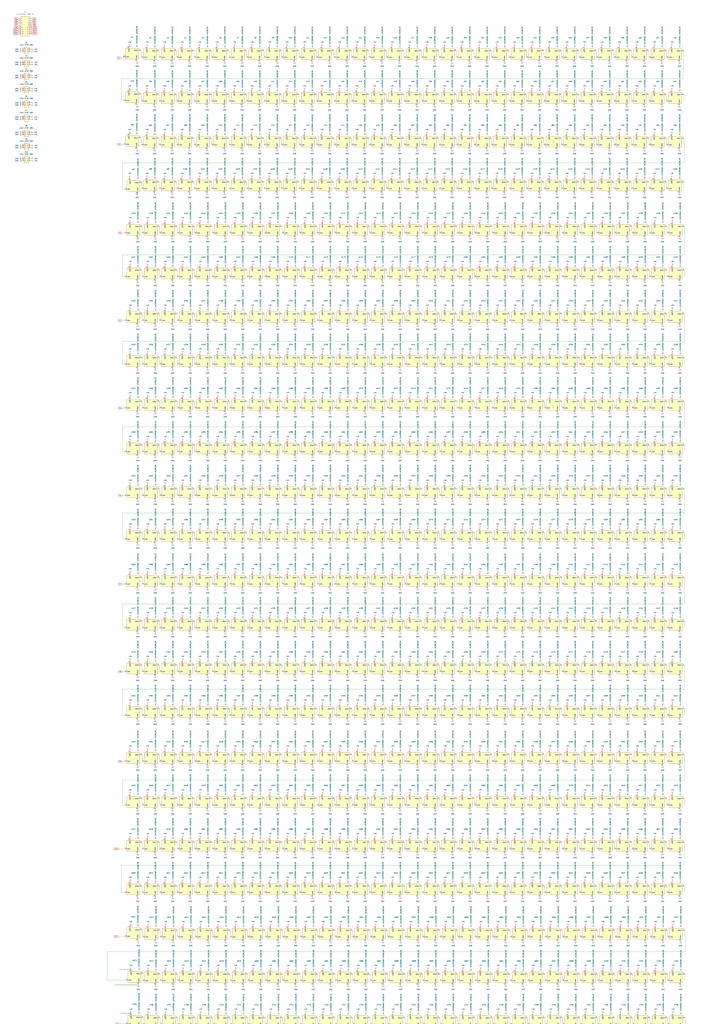
<source format=kicad_sch>
(kicad_sch (version 20250114) (generator "eeschema") (generator_version "9.0")
  (paper "A0" portrait)
  (junction (at 160.02 275.59))
  (junction (at 143.51 66.04))
  (wire (pts (xy 713.74 516.89) (xy 713.74 524.51)))
  (wire (pts (xy 653.415 1130.935) (xy 653.415 1138.555)))
  (wire (pts (xy 247.015 1384.935) (xy 247.015 1392.555)))
  (wire (pts (xy 530.86 772.16) (xy 530.86 779.78)))
  (wire (pts (xy 347.98 876.3) (xy 347.98 883.92)))
  (wire (pts (xy 226.06 977.9) (xy 226.06 985.52)))
  (wire (pts (xy 490.22 466.09) (xy 490.22 473.71)))
  (wire (pts (xy 572.135 1334.135) (xy 572.135 1341.755)))
  (wire (pts (xy 142.24 422.91) (xy 144.78 422.91)))
  (wire (pts (xy 510.54 670.56) (xy 510.54 678.18)))
  (wire (pts (xy 429.895 1589.405) (xy 429.895 1597.025)))
  (wire (pts (xy 470.535 1283.335) (xy 470.535 1290.955)))
  (wire (pts (xy 205.74 415.29) (xy 205.74 422.91)))
  (wire (pts (xy 490.22 415.29) (xy 490.22 422.91)))
  (wire (pts (xy 632.46 262.89) (xy 632.46 270.51)))
  (wire (pts (xy 152.4 53.34) (xy 152.4 53.975)))
  (wire (pts (xy 795.02 116.205) (xy 795.02 116.84)))
  (wire (pts (xy 246.38 313.69) (xy 246.38 321.31)))
  (wire (pts (xy 328.295 1334.135) (xy 328.295 1341.755)))
  (wire (pts (xy 733.425 211.455) (xy 733.425 219.075)))
  (wire (pts (xy 408.94 618.49) (xy 408.94 626.11)))
  (wire (pts (xy 389.255 1181.735) (xy 389.255 1189.355)))
  (wire (pts (xy 653.415 1435.735) (xy 653.415 1443.355)))
  (wire (pts (xy 795.02 1028.7) (xy 795.02 1036.32)))
  (wire (pts (xy 469.9 466.09) (xy 469.9 473.71)))
  (wire (pts (xy 165.735 1498.6) (xy 165.735 1495.425)))
  (wire (pts (xy 449.58 516.89) (xy 449.58 524.51)))
  (wire (pts (xy 226.695 1589.405) (xy 226.695 1597.025)))
  (wire (pts (xy 490.22 364.49) (xy 490.22 372.11)))
  (wire (pts (xy 795.02 516.89) (xy 795.02 524.51)))
  (wire (pts (xy 490.22 721.36) (xy 490.22 728.98)))
  (wire (pts (xy 160.02 1092.2) (xy 161.29 1092.2)))
  (wire (pts (xy 510.54 313.69) (xy 510.54 321.31)))
  (wire (pts (xy 774.065 59.055) (xy 774.065 66.675)))
  (wire (pts (xy 327.66 670.56) (xy 327.66 678.18)))
  (wire (pts (xy 408.94 927.1) (xy 408.94 934.72)))
  (wire (pts (xy 142.24 1500.505) (xy 160.655 1500.505)))
  (wire (pts (xy 184.785 160.655) (xy 184.785 168.275)))
  (wire (pts (xy 531.495 1384.935) (xy 531.495 1392.555)))
  (wire (pts (xy 713.74 772.16) (xy 713.74 779.78)))
  (wire (pts (xy 266.7 618.49) (xy 266.7 626.11)))
  (wire (pts (xy 571.5 313.69) (xy 571.5 321.31)))
  (wire (pts (xy 165.1 516.89) (xy 165.1 524.51)))
  (wire (pts (xy 793.75 91.44) (xy 793.75 59.69)))
  (wire (pts (xy 612.775 1080.135) (xy 612.775 1087.755)))
  (wire (pts (xy 327.66 415.29) (xy 327.66 422.91)))
  (wire (pts (xy 389.255 1538.605) (xy 389.255 1546.225)))
  (wire (pts (xy 408.94 262.89) (xy 408.94 270.51)))
  (wire (pts (xy 429.26 1028.7) (xy 429.26 1036.32)))
  (wire (pts (xy 226.695 1384.935) (xy 226.695 1392.555)))
  (wire (pts (xy 692.785 109.855) (xy 692.785 117.475)))
  (wire (pts (xy 612.14 364.49) (xy 612.14 372.11)))
  (wire (pts (xy 632.46 313.69) (xy 632.46 321.31)))
  (wire (pts (xy 530.225 59.055) (xy 530.225 66.675)))
  (wire (pts (xy 693.42 876.3) (xy 693.42 883.92)))
  (wire (pts (xy 307.34 772.16) (xy 307.34 779.78)))
  (wire (pts (xy 693.42 670.56) (xy 693.42 678.18)))
  (wire (pts (xy 348.615 1589.405) (xy 348.615 1597.025)))
  (wire (pts (xy 165.1 212.725) (xy 164.465 212.725)))
  (wire (pts (xy 307.34 1028.7) (xy 307.34 1036.32)))
  (wire (pts (xy 755.015 1130.935) (xy 755.015 1138.555)))
  (wire (pts (xy 267.335 1283.335) (xy 267.335 1290.955)))
  (wire (pts (xy 348.615 1487.805) (xy 348.615 1495.425)))
  (wire (pts (xy 652.145 160.655) (xy 652.145 168.275)))
  (wire (pts (xy 368.3 364.49) (xy 368.3 372.11)))
  (wire (pts (xy 408.94 822.96) (xy 408.94 830.58)))
  (wire (pts (xy 653.415 1334.135) (xy 653.415 1341.755)))
  (wire (pts (xy 388.62 822.96) (xy 388.62 830.58)))
  (wire (pts (xy 490.22 670.56) (xy 490.22 678.18)))
  (wire (pts (xy 161.29 1346.2) (xy 138.43 1346.2)))
  (wire (pts (xy 160.02 71.12) (xy 160.02 71.755)))
  (wire (pts (xy 673.1 1028.7) (xy 673.1 1036.32)))
  (wire (pts (xy 531.495 1232.535) (xy 531.495 1240.155)))
  (wire (pts (xy 633.095 1384.935) (xy 633.095 1392.555)))
  (wire (pts (xy 774.7 516.89) (xy 774.7 524.51)))
  (wire (pts (xy 754.38 618.49) (xy 754.38 626.11)))
  (wire (pts (xy 307.34 364.49) (xy 307.34 372.11)))
  (wire (pts (xy 572.135 1232.535) (xy 572.135 1240.155)))
  (wire (pts (xy 158.75 121.92) (xy 160.02 121.92)))
  (wire (pts (xy 755.015 1435.735) (xy 755.015 1443.355)))
  (wire (pts (xy 409.575 1181.735) (xy 409.575 1189.355)))
  (wire (pts (xy 612.14 977.9) (xy 612.14 985.52)))
  (wire (pts (xy 490.22 822.96) (xy 490.22 830.58)))
  (wire (pts (xy 592.455 1130.935) (xy 592.455 1138.555)))
  (wire (pts (xy 307.975 1384.935) (xy 307.975 1392.555)))
  (wire (pts (xy 166.37 1435.1) (xy 166.37 1445.26)))
  (wire (pts (xy 152.4 155.575) (xy 150.495 155.575)))
  (wire (pts (xy 795.655 1334.135) (xy 795.655 1341.755)))
  (wire (pts (xy 142.24 321.31) (xy 142.24 295.91)))
  (wire (pts (xy 163.83 60.96) (xy 164.465 60.96)))
  (wire (pts (xy 632.46 670.56) (xy 632.46 678.18)))
  (wire (pts (xy 388.62 927.1) (xy 388.62 934.72)))
  (wire (pts (xy 571.5 567.69) (xy 571.5 575.31)))
  (wire (pts (xy 142.24 524.51) (xy 142.24 495.3)))
  (wire (pts (xy 511.175 1334.135) (xy 511.175 1341.755)))
  (wire (pts (xy 490.855 1640.205) (xy 490.855 1647.825)))
  (wire (pts (xy 530.86 876.3) (xy 530.86 883.92)))
  (wire (pts (xy 166.37 1550.67) (xy 165.735 1550.67)))
  (wire (pts (xy 551.18 772.16) (xy 551.18 779.78)))
  (wire (pts (xy 138.43 1311.91) (xy 796.29 1311.91)))
  (wire (pts (xy 510.54 977.9) (xy 510.54 985.52)))
  (wire (pts (xy 138.43 1596.39) (xy 146.05 1596.39)))
  (wire (pts (xy 652.78 876.3) (xy 652.78 883.92)))
  (wire (pts (xy 135.89 1211.58) (xy 135.89 1239.52)))
  (wire (pts (xy 368.3 822.96) (xy 368.3 830.58)))
  (wire (pts (xy 633.095 1181.735) (xy 633.095 1189.355)))
  (wire (pts (xy 388.62 670.56) (xy 388.62 678.18)))
  (wire (pts (xy 307.34 721.36) (xy 307.34 728.98)))
  (wire (pts (xy 247.015 1334.135) (xy 247.015 1341.755)))
  (wire (pts (xy 142.24 495.3) (xy 795.02 495.3)))
  (wire (pts (xy 226.06 772.16) (xy 226.06 779.78)))
  (wire (pts (xy 409.575 1640.205) (xy 409.575 1647.825)))
  (wire (pts (xy 165.1 618.49) (xy 165.1 626.11)))
  (wire (pts (xy 734.06 516.89) (xy 734.06 524.51)))
  (wire (pts (xy 389.255 1283.335) (xy 389.255 1290.955)))
  (wire (pts (xy 165.1 876.3) (xy 165.1 883.92)))
  (wire (pts (xy 734.06 721.36) (xy 734.06 728.98)))
  (wire (pts (xy 166.37 1588.77) (xy 166.37 1602.74)))
  (wire (pts (xy 368.935 1589.405) (xy 368.935 1597.025)))
  (wire (pts (xy 774.7 415.29) (xy 774.7 422.91)))
  (wire (pts (xy 591.82 567.69) (xy 591.82 575.31)))
  (wire (pts (xy 530.86 618.49) (xy 530.86 626.11)))
  (wire (pts (xy 287.655 1334.135) (xy 287.655 1341.755)))
  (wire (pts (xy 795.02 927.1) (xy 795.02 934.72)))
  (wire (pts (xy 551.18 721.36) (xy 551.18 728.98)))
  (wire (pts (xy 408.94 977.9) (xy 408.94 985.52)))
  (wire (pts (xy 368.3 262.89) (xy 368.3 270.51)))
  (wire (pts (xy 142.24 626.11) (xy 144.78 626.11)))
  (wire (pts (xy 409.575 1538.605) (xy 409.575 1546.225)))
  (wire (pts (xy 775.335 1232.535) (xy 775.335 1240.155)))
  (wire (pts (xy 653.415 1080.135) (xy 653.415 1087.755)))
  (wire (pts (xy 551.815 1334.135) (xy 551.815 1341.755)))
  (wire (pts (xy 490.22 618.49) (xy 490.22 626.11)))
  (wire (pts (xy 510.54 822.96) (xy 510.54 830.58)))
  (wire (pts (xy 694.055 1181.735) (xy 694.055 1189.355)))
  (wire (pts (xy 142.24 701.04) (xy 795.02 701.04)))
  (wire (pts (xy 387.985 211.455) (xy 387.985 219.075)))
  (wire (pts (xy 469.9 670.56) (xy 469.9 678.18)))
  (wire (pts (xy 612.14 670.56) (xy 612.14 678.18)))
  (wire (pts (xy 531.495 1283.335) (xy 531.495 1290.955)))
  (wire (pts (xy 328.295 1435.735) (xy 328.295 1443.355)))
  (wire (pts (xy 469.9 822.96) (xy 469.9 830.58)))
  (wire (pts (xy 266.7 977.9) (xy 266.7 985.52)))
  (wire (pts (xy 135.89 1245.235) (xy 160.655 1245.235)))
  (wire (pts (xy 140.97 167.64) (xy 143.51 167.64)))
  (wire (pts (xy 327.66 516.89) (xy 327.66 524.51)))
  (wire (pts (xy 673.735 1538.605) (xy 673.735 1546.225)))
  (wire (pts (xy 795.655 1130.935) (xy 795.655 1138.555)))
  (wire (pts (xy 429.26 313.69) (xy 429.26 321.31)))
  (wire (pts (xy 186.055 1589.405) (xy 186.055 1597.025)))
  (wire (pts (xy 246.38 822.96) (xy 246.38 830.58)))
  (wire (pts (xy 470.535 1334.135) (xy 470.535 1341.755)))
  (wire (pts (xy 327.66 567.69) (xy 327.66 575.31)))
  (wire (pts (xy 612.775 1640.205) (xy 612.775 1647.825)))
  (wire (pts (xy 206.375 1130.935) (xy 206.375 1138.555)))
  (wire (pts (xy 307.34 876.3) (xy 307.34 883.92)))
  (wire (pts (xy 450.215 1080.135) (xy 450.215 1087.755)))
  (wire (pts (xy 753.745 211.455) (xy 753.745 219.075)))
  (wire (pts (xy 796.29 1283.97) (xy 795.02 1283.97)))
  (wire (pts (xy 205.74 670.56) (xy 205.74 678.18)))
  (wire (pts (xy 408.94 364.49) (xy 408.94 372.11)))
  (wire (pts (xy 551.18 876.3) (xy 551.18 883.92)))
  (wire (pts (xy 388.62 415.29) (xy 388.62 422.91)))
  (wire (pts (xy 530.86 927.1) (xy 530.86 934.72)))
  (wire (pts (xy 347.345 211.455) (xy 347.345 219.075)))
  (wire (pts (xy 449.58 721.36) (xy 449.58 728.98)))
  (wire (pts (xy 693.42 618.49) (xy 693.42 626.11)))
  (wire (pts (xy 693.42 822.96) (xy 693.42 830.58)))
  (wire (pts (xy 146.05 1652.905) (xy 160.655 1652.905)))
  (wire (pts (xy 693.42 516.89) (xy 693.42 524.51)))
  (wire (pts (xy 348.615 1232.535) (xy 348.615 1240.155)))
  (wire (pts (xy 287.02 567.69) (xy 287.02 575.31)))
  (wire (pts (xy 347.98 1028.7) (xy 347.98 1036.32)))
  (wire (pts (xy 774.7 466.09) (xy 774.7 473.71)))
  (wire (pts (xy 510.54 1028.7) (xy 510.54 1036.32)))
  (wire (pts (xy 551.18 466.09) (xy 551.18 473.71)))
  (wire (pts (xy 754.38 262.89) (xy 754.38 270.51)))
  (wire (pts (xy 510.54 466.09) (xy 510.54 473.71)))
  (wire (pts (xy 633.095 1283.335) (xy 633.095 1290.955)))
  (wire (pts (xy 408.94 415.29) (xy 408.94 422.91)))
  (wire (pts (xy 511.175 1384.935) (xy 511.175 1392.555)))
  (wire (pts (xy 734.695 1232.535) (xy 734.695 1240.155)))
  (wire (pts (xy 166.37 1639.57) (xy 166.37 1654.81)))
  (wire (pts (xy 389.255 1640.205) (xy 389.255 1647.825)))
  (wire (pts (xy 612.775 1538.605) (xy 612.775 1546.225)))
  (wire (pts (xy 347.98 772.16) (xy 347.98 779.78)))
  (wire (pts (xy 266.7 721.36) (xy 266.7 728.98)))
  (wire (pts (xy 166.37 1341.12) (xy 165.735 1341.12)))
  (wire (pts (xy 713.74 262.89) (xy 713.74 270.51)))
  (wire (pts (xy 142.24 595.63) (xy 142.24 626.11)))
  (wire (pts (xy 469.9 927.1) (xy 469.9 934.72)))
  (wire (pts (xy 327.66 876.3) (xy 327.66 883.92)))
  (wire (pts (xy 694.055 1538.605) (xy 694.055 1546.225)))
  (wire (pts (xy 795.02 116.205) (xy 794.385 116.205)))
  (wire (pts (xy 591.82 721.36) (xy 591.82 728.98)))
  (wire (pts (xy 775.335 1283.335) (xy 775.335 1290.955)))
  (wire (pts (xy 247.015 1080.135) (xy 247.015 1087.755)))
  (wire (pts (xy 161.29 1193.8) (xy 134.62 1193.8)))
  (wire (pts (xy 591.82 670.56) (xy 591.82 678.18)))
  (wire (pts (xy 307.975 1538.605) (xy 307.975 1546.225)))
  (wire (pts (xy 774.065 109.855) (xy 774.065 117.475)))
  (wire (pts (xy 570.865 59.055) (xy 570.865 66.675)))
  (wire (pts (xy 266.7 822.96) (xy 266.7 830.58)))
  (wire (pts (xy 388.62 466.09) (xy 388.62 473.71)))
  (wire (pts (xy 571.5 927.1) (xy 571.5 934.72)))
  (wire (pts (xy 348.615 1538.605) (xy 348.615 1546.225)))
  (wire (pts (xy 753.745 59.055) (xy 753.745 66.675)))
  (wire (pts (xy 775.335 1130.935) (xy 775.335 1138.555)))
  (wire (pts (xy 387.985 109.855) (xy 387.985 117.475)))
  (wire (pts (xy 124.46 1137.92) (xy 146.05 1137.92)))
  (wire (pts (xy 267.335 1334.135) (xy 267.335 1341.755)))
  (wire (pts (xy 348.615 1384.935) (xy 348.615 1392.555)))
  (wire (pts (xy 267.335 1080.135) (xy 267.335 1087.755)))
  (wire (pts (xy 165.1 1079.5) (xy 165.1 1082.04)))
  (wire (pts (xy 633.095 1487.805) (xy 633.095 1495.425)))
  (wire (pts (xy 165.1 927.1) (xy 165.1 934.72)))
  (wire (pts (xy 795.02 800.1) (xy 142.24 800.1)))
  (wire (pts (xy 266.7 1028.7) (xy 266.7 1036.32)))
  (wire (pts (xy 551.18 567.69) (xy 551.18 575.31)))
  (wire (pts (xy 139.7 1493.52) (xy 146.05 1493.52)))
  (wire (pts (xy 795.02 167.005) (xy 794.385 167.005)))
  (wire (pts (xy 612.775 1181.735) (xy 612.775 1189.355)))
  (wire (pts (xy 714.375 1384.935) (xy 714.375 1392.555)))
  (wire (pts (xy 287.02 876.3) (xy 287.02 883.92)))
  (wire (pts (xy 572.135 1640.205) (xy 572.135 1647.825)))
  (wire (pts (xy 795.655 1435.735) (xy 795.655 1443.355)))
  (wire (pts (xy 551.815 1589.405) (xy 551.815 1597.025)))
  (wire (pts (xy 368.935 1232.535) (xy 368.935 1240.155)))
  (wire (pts (xy 673.735 1487.805) (xy 673.735 1495.425)))
  (wire (pts (xy 327.025 160.655) (xy 327.025 168.275)))
  (wire (pts (xy 226.06 927.1) (xy 226.06 934.72)))
  (wire (pts (xy 652.145 211.455) (xy 652.145 219.075)))
  (wire (pts (xy 754.38 313.69) (xy 754.38 321.31)))
  (wire (pts (xy 226.695 1130.935) (xy 226.695 1138.555)))
  (wire (pts (xy 713.74 977.9) (xy 713.74 985.52)))
  (wire (pts (xy 205.74 927.1) (xy 205.74 934.72)))
  (wire (pts (xy 152.4 1532.89) (xy 148.59 1532.89)))
  (wire (pts (xy 591.82 977.9) (xy 591.82 985.52)))
  (wire (pts (xy 734.695 1283.335) (xy 734.695 1290.955)))
  (wire (pts (xy 206.375 1538.605) (xy 206.375 1546.225)))
  (wire (pts (xy 161.29 1092.835) (xy 160.655 1092.835)))
  (wire (pts (xy 368.3 415.29) (xy 368.3 422.91)))
  (wire (pts (xy 347.98 927.1) (xy 347.98 934.72)))
  (wire (pts (xy 612.775 1283.335) (xy 612.775 1290.955)))
  (wire (pts (xy 142.24 189.23) (xy 142.24 219.71)))
  (wire (pts (xy 612.14 262.89) (xy 612.14 270.51)))
  (wire (pts (xy 551.815 1283.335) (xy 551.815 1290.955)))
  (wire (pts (xy 140.97 1004.57) (xy 140.97 1036.32)))
  (wire (pts (xy 165.735 1654.81) (xy 165.735 1647.825)))
  (wire (pts (xy 327.66 364.49) (xy 327.66 372.11)))
  (wire (pts (xy 161.29 1092.2) (xy 161.29 1092.835)))
  (wire (pts (xy 429.895 1435.735) (xy 429.895 1443.355)))
  (wire (pts (xy 734.06 466.09) (xy 734.06 473.71)))
  (wire (pts (xy 530.86 670.56) (xy 530.86 678.18)))
  (wire (pts (xy 388.62 876.3) (xy 388.62 883.92)))
  (wire (pts (xy 693.42 927.1) (xy 693.42 934.72)))
  (wire (pts (xy 226.06 262.89) (xy 226.06 270.51)))
  (wire (pts (xy 166.37 1231.9) (xy 166.37 1236.98)))
  (wire (pts (xy 287.02 1028.7) (xy 287.02 1036.32)))
  (wire (pts (xy 652.78 415.29) (xy 652.78 422.91)))
  (wire (pts (xy 152.4 1482.09) (xy 147.32 1482.09)))
  (wire (pts (xy 591.82 927.1) (xy 591.82 934.72)))
  (wire (pts (xy 530.225 109.855) (xy 530.225 117.475)))
  (wire (pts (xy 713.74 822.96) (xy 713.74 830.58)))
  (wire (pts (xy 161.29 275.59) (xy 160.02 275.59)))
  (wire (pts (xy 632.46 364.49) (xy 632.46 372.11)))
  (wire (pts (xy 142.24 422.91) (xy 142.24 396.24)))
  (wire (pts (xy 774.065 160.655) (xy 774.065 168.275)))
  (wire (pts (xy 693.42 415.29) (xy 693.42 422.91)))
  (wire (pts (xy 449.58 822.96) (xy 449.58 830.58)))
  (wire (pts (xy 137.16 1615.44) (xy 796.29 1615.44)))
  (wire (pts (xy 368.3 876.3) (xy 368.3 883.92)))
  (wire (pts (xy 142.24 473.71) (xy 144.78 473.71)))
  (wire (pts (xy 754.38 1028.7) (xy 754.38 1036.32)))
  (wire (pts (xy 449.58 567.69) (xy 449.58 575.31)))
  (wire (pts (xy 591.82 262.89) (xy 591.82 270.51)))
  (wire (pts (xy 551.815 1487.805) (xy 551.815 1495.425)))
  (wire (pts (xy 449.58 772.16) (xy 449.58 779.78)))
  (wire (pts (xy 673.1 977.9) (xy 673.1 985.52)))
  (wire (pts (xy 633.095 1435.735) (xy 633.095 1443.355)))
  (wire (pts (xy 551.815 1232.535) (xy 551.815 1240.155)))
  (wire (pts (xy 774.7 772.16) (xy 774.7 779.78)))
  (wire (pts (xy 795.02 313.69) (xy 795.02 321.31)))
  (wire (pts (xy 734.06 927.1) (xy 734.06 934.72)))
  (wire (pts (xy 143.51 1551.305) (xy 160.655 1551.305)))
  (wire (pts (xy 469.9 516.89) (xy 469.9 524.51)))
  (wire (pts (xy 571.5 822.96) (xy 571.5 830.58)))
  (wire (pts (xy 143.51 1442.72) (xy 146.05 1442.72)))
  (wire (pts (xy 510.54 876.3) (xy 510.54 883.92)))
  (wire (pts (xy 489.585 211.455) (xy 489.585 219.075)))
  (wire (pts (xy 694.055 1384.935) (xy 694.055 1392.555)))
  (wire (pts (xy 246.38 1028.7) (xy 246.38 1036.32)))
  (wire (pts (xy 184.785 109.855) (xy 184.785 117.475)))
  (wire (pts (xy 142.24 219.71) (xy 144.78 219.71)))
  (wire (pts (xy 307.975 1334.135) (xy 307.975 1341.755)))
  (wire (pts (xy 572.135 1181.735) (xy 572.135 1189.355)))
  (wire (pts (xy 246.38 516.89) (xy 246.38 524.51)))
  (wire (pts (xy 165.1 977.9) (xy 165.1 985.52)))
  (wire (pts (xy 205.74 721.36) (xy 205.74 728.98)))
  (wire (pts (xy 550.545 59.055) (xy 550.545 66.675)))
  (wire (pts (xy 307.34 927.1) (xy 307.34 934.72)))
  (wire (pts (xy 348.615 1435.735) (xy 348.615 1443.355)))
  (wire (pts (xy 165.735 1082.04) (xy 165.735 1087.755)))
  (wire (pts (xy 673.735 1130.935) (xy 673.735 1138.555)))
  (wire (pts (xy 794.385 59.69) (xy 794.385 59.055)))
  (wire (pts (xy 246.38 927.1) (xy 246.38 934.72)))
  (wire (pts (xy 775.335 1538.605) (xy 775.335 1546.225)))
  (wire (pts (xy 775.335 1334.135) (xy 775.335 1341.755)))
  (wire (pts (xy 266.7 567.69) (xy 266.7 575.31)))
  (wire (pts (xy 226.06 364.49) (xy 226.06 372.11)))
  (wire (pts (xy 693.42 466.09) (xy 693.42 473.71)))
  (wire (pts (xy 489.585 109.855) (xy 489.585 117.475)))
  (wire (pts (xy 612.14 567.69) (xy 612.14 575.31)))
  (wire (pts (xy 368.3 313.69) (xy 368.3 321.31)))
  (wire (pts (xy 347.98 516.89) (xy 347.98 524.51)))
  (wire (pts (xy 206.375 1334.135) (xy 206.375 1341.755)))
  (wire (pts (xy 246.38 721.36) (xy 246.38 728.98)))
  (wire (pts (xy 186.055 1283.335) (xy 186.055 1290.955)))
  (wire (pts (xy 267.335 1130.935) (xy 267.335 1138.555)))
  (wire (pts (xy 142.24 396.24) (xy 795.02 396.24)))
  (wire (pts (xy 368.935 1640.205) (xy 368.935 1647.825)))
  (wire (pts (xy 307.975 1080.135) (xy 307.975 1087.755)))
  (wire (pts (xy 693.42 567.69) (xy 693.42 575.31)))
  (wire (pts (xy 158.75 172.72) (xy 160.02 172.72)))
  (wire (pts (xy 165.1 466.09) (xy 165.1 473.71)))
  (wire (pts (xy 225.425 211.455) (xy 225.425 219.075)))
  (wire (pts (xy 185.42 415.29) (xy 185.42 422.91)))
  (wire (pts (xy 794.385 211.455) (xy 794.385 219.075)))
  (wire (pts (xy 612.775 1435.735) (xy 612.775 1443.355)))
  (wire (pts (xy 287.655 1589.405) (xy 287.655 1597.025)))
  (wire (pts (xy 408.305 211.455) (xy 408.305 219.075)))
  (wire (pts (xy 347.98 977.9) (xy 347.98 985.52)))
  (wire (pts (xy 247.015 1181.735) (xy 247.015 1189.355)))
  (wire (pts (xy 734.06 977.9) (xy 734.06 985.52)))
  (wire (pts (xy 347.98 670.56) (xy 347.98 678.18)))
  (wire (pts (xy 510.54 927.1) (xy 510.54 934.72)))
  (wire (pts (xy 226.695 1080.135) (xy 226.695 1087.755)))
  (wire (pts (xy 142.24 779.78) (xy 144.78 779.78)))
  (wire (pts (xy 408.94 313.69) (xy 408.94 321.31)))
  (wire (pts (xy 713.74 721.36) (xy 713.74 728.98)))
  (wire (pts (xy 591.82 364.49) (xy 591.82 372.11)))
  (wire (pts (xy 246.38 364.49) (xy 246.38 372.11)))
  (wire (pts (xy 328.295 1130.935) (xy 328.295 1138.555)))
  (wire (pts (xy 551.18 415.29) (xy 551.18 422.91)))
  (wire (pts (xy 572.135 1283.335) (xy 572.135 1290.955)))
  (wire (pts (xy 774.7 721.36) (xy 774.7 728.98)))
  (wire (pts (xy 347.98 721.36) (xy 347.98 728.98)))
  (wire (pts (xy 152.4 104.14) (xy 152.4 104.775)))
  (wire (pts (xy 713.105 211.455) (xy 713.105 219.075)))
  (wire (pts (xy 185.42 721.36) (xy 185.42 728.98)))
  (wire (pts (xy 186.055 1181.735) (xy 186.055 1189.355)))
  (wire (pts (xy 142.24 934.72) (xy 144.78 934.72)))
  (wire (pts (xy 612.14 415.29) (xy 612.14 422.91)))
  (wire (pts (xy 694.055 1640.205) (xy 694.055 1647.825)))
  (wire (pts (xy 206.375 1080.135) (xy 206.375 1087.755)))
  (wire (pts (xy 151.13 1074.42) (xy 153.67 1074.42)))
  (wire (pts (xy 389.255 1384.935) (xy 389.255 1392.555)))
  (wire (pts (xy 795.02 1283.335) (xy 795.655 1283.335)))
  (wire (pts (xy 206.375 1181.735) (xy 206.375 1189.355)))
  (wire (pts (xy 490.855 1283.335) (xy 490.855 1290.955)))
  (wire (pts (xy 161.29 1143) (xy 133.35 1143)))
  (wire (pts (xy 165.735 1132.84) (xy 165.735 1138.555)))
  (wire (pts (xy 429.895 1334.135) (xy 429.895 1341.755)))
  (wire (pts (xy 140.97 1448.435) (xy 160.655 1448.435)))
  (wire (pts (xy 151.13 1635.125) (xy 151.765 1635.125)))
  (wire (pts (xy 734.695 1130.935) (xy 734.695 1138.555)))
  (wire (pts (xy 612.775 1589.405) (xy 612.775 1597.025)))
  (wire (pts (xy 734.695 1384.935) (xy 734.695 1392.555)))
  (wire (pts (xy 673.1 618.49) (xy 673.1 626.11)))
  (wire (pts (xy 775.335 1487.805) (xy 775.335 1495.425)))
  (wire (pts (xy 470.535 1232.535) (xy 470.535 1240.155)))
  (wire (pts (xy 449.58 466.09) (xy 449.58 473.71)))
  (wire (pts (xy 490.22 772.16) (xy 490.22 779.78)))
  (wire (pts (xy 450.215 1435.735) (xy 450.215 1443.355)))
  (wire (pts (xy 347.98 822.96) (xy 347.98 830.58)))
  (wire (pts (xy 612.14 618.49) (xy 612.14 626.11)))
  (wire (pts (xy 694.055 1487.805) (xy 694.055 1495.425)))
  (wire (pts (xy 633.095 1538.605) (xy 633.095 1546.225)))
  (wire (pts (xy 531.495 1181.735) (xy 531.495 1189.355)))
  (wire (pts (xy 226.695 1334.135) (xy 226.695 1341.755)))
  (wire (pts (xy 429.895 1640.205) (xy 429.895 1647.825)))
  (wire (pts (xy 124.46 1104.9) (xy 796.29 1104.9)))
  (wire (pts (xy 148.59 1532.89) (xy 148.59 1533.525)))
  (wire (pts (xy 408.94 1028.7) (xy 408.94 1036.32)))
  (wire (pts (xy 591.82 822.96) (xy 591.82 830.58)))
  (wire (pts (xy 428.625 211.455) (xy 428.625 219.075)))
  (wire (pts (xy 287.02 262.89) (xy 287.02 270.51)))
  (wire (pts (xy 490.22 927.1) (xy 490.22 934.72)))
  (wire (pts (xy 652.78 516.89) (xy 652.78 524.51)))
  (wire (pts (xy 591.185 59.055) (xy 591.185 66.675)))
  (wire (pts (xy 409.575 1283.335) (xy 409.575 1290.955)))
  (wire (pts (xy 160.02 224.79) (xy 157.48 224.79)))
  (wire (pts (xy 693.42 1028.7) (xy 693.42 1036.32)))
  (wire (pts (xy 185.42 772.16) (xy 185.42 779.78)))
  (wire (pts (xy 551.18 927.1) (xy 551.18 934.72)))
  (wire (pts (xy 287.655 1283.335) (xy 287.655 1290.955)))
  (wire (pts (xy 631.825 211.455) (xy 631.825 219.075)))
  (wire (pts (xy 166.37 1181.1) (xy 166.37 1184.91)))
  (wire (pts (xy 509.905 211.455) (xy 509.905 219.075)))
  (wire (pts (xy 147.32 1482.725) (xy 151.765 1482.725)))
  (wire (pts (xy 266.7 415.29) (xy 266.7 422.91)))
  (wire (pts (xy 469.9 262.89) (xy 469.9 270.51)))
  (wire (pts (xy 753.745 109.855) (xy 753.745 117.475)))
  (wire (pts (xy 571.5 1028.7) (xy 571.5 1036.32)))
  (wire (pts (xy 774.7 567.69) (xy 774.7 575.31)))
  (wire (pts (xy 267.335 1384.935) (xy 267.335 1392.555)))
  (wire (pts (xy 368.935 1130.935) (xy 368.935 1138.555)))
  (wire (pts (xy 152.4 1277.62) (xy 142.24 1277.62)))
  (wire (pts (xy 469.9 977.9) (xy 469.9 985.52)))
  (wire (pts (xy 550.545 211.455) (xy 550.545 219.075)))
  (wire (pts (xy 149.86 154.94) (xy 152.4 154.94)))
  (wire (pts (xy 631.825 160.655) (xy 631.825 168.275)))
  (wire (pts (xy 795.02 262.89) (xy 795.02 295.91)))
  (wire (pts (xy 652.78 364.49) (xy 652.78 372.11)))
  (wire (pts (xy 673.1 772.16) (xy 673.1 779.78)))
  (wire (pts (xy 348.615 1181.735) (xy 348.615 1189.355)))
  (wire (pts (xy 714.375 1538.605) (xy 714.375 1546.225)))
  (wire (pts (xy 490.855 1181.735) (xy 490.855 1189.355)))
  (wire (pts (xy 612.775 1384.935) (xy 612.775 1392.555)))
  (wire (pts (xy 166.37 1393.19) (xy 165.735 1393.19)))
  (wire (pts (xy 306.705 109.855) (xy 306.705 117.475)))
  (wire (pts (xy 469.9 364.49) (xy 469.9 372.11)))
  (wire (pts (xy 205.74 876.3) (xy 205.74 883.92)))
  (wire (pts (xy 571.5 415.29) (xy 571.5 422.91)))
  (wire (pts (xy 733.425 109.855) (xy 733.425 117.475)))
  (wire (pts (xy 143.51 1544.32) (xy 146.05 1544.32)))
  (wire (pts (xy 287.02 415.29) (xy 287.02 422.91)))
  (wire (pts (xy 694.055 1232.535) (xy 694.055 1240.155)))
  (wire (pts (xy 632.46 618.49) (xy 632.46 626.11)))
  (wire (pts (xy 774.7 822.96) (xy 774.7 830.58)))
  (wire (pts (xy 572.135 1435.735) (xy 572.135 1443.355)))
  (wire (pts (xy 652.78 1028.7) (xy 652.78 1036.32)))
  (wire (pts (xy 449.58 876.3) (xy 449.58 883.92)))
  (wire (pts (xy 530.86 415.29) (xy 530.86 422.91)))
  (wire (pts (xy 306.705 211.455) (xy 306.705 219.075)))
  (wire (pts (xy 367.665 109.855) (xy 367.665 117.475)))
  (wire (pts (xy 592.455 1283.335) (xy 592.455 1290.955)))
  (wire (pts (xy 612.14 927.1) (xy 612.14 934.72)))
  (wire (pts (xy 693.42 262.89) (xy 693.42 270.51)))
  (wire (pts (xy 714.375 1334.135) (xy 714.375 1341.755)))
  (wire (pts (xy 138.43 1341.12) (xy 146.05 1341.12)))
  (wire (pts (xy 652.78 721.36) (xy 652.78 728.98)))
  (wire (pts (xy 247.015 1232.535) (xy 247.015 1240.155)))
  (wire (pts (xy 673.735 1384.935) (xy 673.735 1392.555)))
  (wire (pts (xy 409.575 1080.135) (xy 409.575 1087.755)))
  (wire (pts (xy 530.86 977.9) (xy 530.86 985.52)))
  (wire (pts (xy 409.575 1384.935) (xy 409.575 1392.555)))
  (wire (pts (xy 149.86 104.14) (xy 152.4 104.14)))
  (wire (pts (xy 795.02 1181.735) (xy 795.655 1181.735)))
  (wire (pts (xy 166.37 1498.6) (xy 165.735 1498.6)))
  (wire (pts (xy 632.46 721.36) (xy 632.46 728.98)))
  (wire (pts (xy 143.51 62.23) (xy 143.51 66.04)))
  (wire (pts (xy 165.735 1289.05) (xy 165.735 1290.955)))
  (wire (pts (xy 592.455 1640.205) (xy 592.455 1647.825)))
  (wire (pts (xy 796.29 1391.285) (xy 795.655 1391.285)))
  (wire (pts (xy 755.015 1181.735) (xy 755.015 1189.355)))
  (wire (pts (xy 510.54 516.89) (xy 510.54 524.51)))
  (wire (pts (xy 429.26 567.69) (xy 429.26 575.31)))
  (wire (pts (xy 612.14 516.89) (xy 612.14 524.51)))
  (wire (pts (xy 795.02 167.005) (xy 795.02 189.23)))
  (wire (pts (xy 307.34 466.09) (xy 307.34 473.71)))
  (wire (pts (xy 571.5 876.3) (xy 571.5 883.92)))
  (wire (pts (xy 673.1 262.89) (xy 673.1 270.51)))
  (wire (pts (xy 469.9 876.3) (xy 469.9 883.92)))
  (wire (pts (xy 165.1 1082.04) (xy 165.735 1082.04)))
  (wire (pts (xy 328.295 1640.205) (xy 328.295 1647.825)))
  (wire (pts (xy 409.575 1232.535) (xy 409.575 1240.155)))
  (wire (pts (xy 152.4 1430.655) (xy 151.765 1430.655)))
  (wire (pts (xy 754.38 721.36) (xy 754.38 728.98)))
  (wire (pts (xy 551.18 516.89) (xy 551.18 524.51)))
  (wire (pts (xy 139.7 1188.72) (xy 146.05 1188.72)))
  (wire (pts (xy 755.015 1334.135) (xy 755.015 1341.755)))
  (wire (pts (xy 673.1 313.69) (xy 673.1 321.31)))
  (wire (pts (xy 673.1 415.29) (xy 673.1 422.91)))
  (wire (pts (xy 307.34 618.49) (xy 307.34 626.11)))
  (wire (pts (xy 408.94 721.36) (xy 408.94 728.98)))
  (wire (pts (xy 246.38 772.16) (xy 246.38 779.78)))
  (wire (pts (xy 368.935 1080.135) (xy 368.935 1087.755)))
  (wire (pts (xy 633.095 1334.135) (xy 633.095 1341.755)))
  (wire (pts (xy 694.055 1130.935) (xy 694.055 1138.555)))
  (wire (pts (xy 449.58 262.89) (xy 449.58 270.51)))
  (wire (pts (xy 612.14 772.16) (xy 612.14 779.78)))
  (wire (pts (xy 138.43 1087.12) (xy 144.78 1087.12)))
  (wire (pts (xy 266.7 466.09) (xy 266.7 473.71)))
  (wire (pts (xy 551.18 1028.7) (xy 551.18 1036.32)))
  (wire (pts (xy 755.015 1538.605) (xy 755.015 1546.225)))
  (wire (pts (xy 734.06 822.96) (xy 734.06 830.58)))
  (wire (pts (xy 673.735 1283.335) (xy 673.735 1290.955)))
  (wire (pts (xy 755.015 1589.405) (xy 755.015 1597.025)))
  (wire (pts (xy 138.43 1125.855) (xy 151.765 1125.855)))
  (wire (pts (xy 611.505 211.455) (xy 611.505 219.075)))
  (wire (pts (xy 632.46 1028.7) (xy 632.46 1036.32)))
  (wire (pts (xy 327.025 211.455) (xy 327.025 219.075)))
  (wire (pts (xy 185.42 876.3) (xy 185.42 883.92)))
  (wire (pts (xy 450.215 1640.205) (xy 450.215 1647.825)))
  (wire (pts (xy 142.24 800.1) (xy 142.24 830.58)))
  (wire (pts (xy 225.425 160.655) (xy 225.425 168.275)))
  (wire (pts (xy 429.26 670.56) (xy 429.26 678.18)))
  (wire (pts (xy 246.38 262.89) (xy 246.38 270.51)))
  (wire (pts (xy 134.62 1194.435) (xy 160.655 1194.435)))
  (wire (pts (xy 633.095 1080.135) (xy 633.095 1087.755)))
  (wire (pts (xy 570.865 211.455) (xy 570.865 219.075)))
  (wire (pts (xy 140.97 116.84) (xy 140.97 91.44)))
  (wire (pts (xy 347.98 262.89) (xy 347.98 270.51)))
  (wire (pts (xy 186.055 1080.135) (xy 186.055 1087.755)))
  (wire (pts (xy 631.825 59.055) (xy 631.825 66.675)))
  (wire (pts (xy 652.78 313.69) (xy 652.78 321.31)))
  (wire (pts (xy 142.24 934.72) (xy 142.24 905.51)))
  (wire (pts (xy 612.14 876.3) (xy 612.14 883.92)))
  (wire (pts (xy 652.78 977.9) (xy 652.78 985.52)))
  (wire (pts (xy 470.535 1538.605) (xy 470.535 1546.225)))
  (wire (pts (xy 347.98 466.09) (xy 347.98 473.71)))
  (wire (pts (xy 266.7 364.49) (xy 266.7 372.11)))
  (wire (pts (xy 307.975 1589.405) (xy 307.975 1597.025)))
  (wire (pts (xy 653.415 1384.935) (xy 653.415 1392.555)))
  (wire (pts (xy 612.775 1232.535) (xy 612.775 1240.155)))
  (wire (pts (xy 287.655 1538.605) (xy 287.655 1546.225)))
  (wire (pts (xy 796.29 1487.17) (xy 795.02 1487.17)))
  (wire (pts (xy 490.22 313.69) (xy 490.22 321.31)))
  (wire (pts (xy 673.1 876.3) (xy 673.1 883.92)))
  (wire (pts (xy 755.015 1080.135) (xy 755.015 1087.755)))
  (wire (pts (xy 166.37 1537.97) (xy 166.37 1550.67)))
  (wire (pts (xy 429.895 1384.935) (xy 429.895 1392.555)))
  (wire (pts (xy 185.42 364.49) (xy 185.42 372.11)))
  (wire (pts (xy 713.105 59.055) (xy 713.105 66.675)))
  (wire (pts (xy 206.375 1435.735) (xy 206.375 1443.355)))
  (wire (pts (xy 206.375 1589.405) (xy 206.375 1597.025)))
  (wire (pts (xy 226.695 1487.805) (xy 226.695 1495.425)))
  (wire (pts (xy 368.935 1487.805) (xy 368.935 1495.425)))
  (wire (pts (xy 287.02 721.36) (xy 287.02 728.98)))
  (wire (pts (xy 672.465 160.655) (xy 672.465 168.275)))
  (wire (pts (xy 469.9 721.36) (xy 469.9 728.98)))
  (wire (pts (xy 327.66 822.96) (xy 327.66 830.58)))
  (wire (pts (xy 137.16 1647.19) (xy 137.16 1615.44)))
  (wire (pts (xy 428.625 109.855) (xy 428.625 117.475)))
  (wire (pts (xy 226.695 1538.605) (xy 226.695 1546.225)))
  (wire (pts (xy 734.06 415.29) (xy 734.06 422.91)))
  (wire (pts (xy 205.74 1028.7) (xy 205.74 1036.32)))
  (wire (pts (xy 388.62 1028.7) (xy 388.62 1036.32)))
  (wire (pts (xy 612.14 721.36) (xy 612.14 728.98)))
  (wire (pts (xy 694.055 1435.735) (xy 694.055 1443.355)))
  (wire (pts (xy 142.24 295.91) (xy 795.02 295.91)))
  (wire (pts (xy 632.46 822.96) (xy 632.46 830.58)))
  (wire (pts (xy 429.26 876.3) (xy 429.26 883.92)))
  (wire (pts (xy 490.855 1080.135) (xy 490.855 1087.755)))
  (wire (pts (xy 550.545 160.655) (xy 550.545 168.275)))
  (wire (pts (xy 307.975 1232.535) (xy 307.975 1240.155)))
  (wire (pts (xy 161.29 1295.4) (xy 137.16 1295.4)))
  (wire (pts (xy 266.065 160.655) (xy 266.065 168.275)))
  (wire (pts (xy 307.34 567.69) (xy 307.34 575.31)))
  (wire (pts (xy 509.905 160.655) (xy 509.905 168.275)))
  (wire (pts (xy 328.295 1589.405) (xy 328.295 1597.025)))
  (wire (pts (xy 165.1 212.09) (xy 165.1 212.725)))
  (wire (pts (xy 591.82 415.29) (xy 591.82 422.91)))
  (wire (pts (xy 140.97 1227.455) (xy 151.765 1227.455)))
  (wire (pts (xy 551.18 313.69) (xy 551.18 321.31)))
  (wire (pts (xy 160.02 71.755) (xy 159.385 71.755)))
  (wire (pts (xy 161.29 1397) (xy 161.29 1397.635)))
  (wire (pts (xy 388.62 364.49) (xy 388.62 372.11)))
  (wire (pts (xy 795.02 1181.1) (xy 795.02 1181.735)))
  (wire (pts (xy 287.655 1130.935) (xy 287.655 1138.555)))
  (wire (pts (xy 205.74 772.16) (xy 205.74 779.78)))
  (wire (pts (xy 469.265 211.455) (xy 469.265 219.075)))
  (wire (pts (xy 734.06 876.3) (xy 734.06 883.92)))
  (wire (pts (xy 449.58 670.56) (xy 449.58 678.18)))
  (wire (pts (xy 490.22 567.69) (xy 490.22 575.31)))
  (wire (pts (xy 653.415 1589.405) (xy 653.415 1597.025)))
  (wire (pts (xy 429.26 618.49) (xy 429.26 626.11)))
  (wire (pts (xy 652.78 822.96) (xy 652.78 830.58)))
  (wire (pts (xy 166.37 1184.91) (xy 165.735 1184.91)))
  (wire (pts (xy 612.775 1487.805) (xy 612.775 1495.425)))
  (wire (pts (xy 612.14 822.96) (xy 612.14 830.58)))
  (wire (pts (xy 531.495 1640.205) (xy 531.495 1647.825)))
  (wire (pts (xy 591.82 1028.7) (xy 591.82 1036.32)))
  (wire (pts (xy 449.58 364.49) (xy 449.58 372.11)))
  (wire (pts (xy 206.375 1283.335) (xy 206.375 1290.955)))
  (wire (pts (xy 774.7 977.9) (xy 774.7 985.52)))
  (wire (pts (xy 469.9 772.16) (xy 469.9 779.78)))
  (wire (pts (xy 186.055 1640.205) (xy 186.055 1647.825)))
  (wire (pts (xy 165.735 1341.12) (xy 165.735 1341.755)))
  (wire (pts (xy 347.98 618.49) (xy 347.98 626.11)))
  (wire (pts (xy 448.945 211.455) (xy 448.945 219.075)))
  (wire (pts (xy 245.745 109.855) (xy 245.745 117.475)))
  (wire (pts (xy 571.5 721.36) (xy 571.5 728.98)))
  (wire (pts (xy 166.37 1333.5) (xy 166.37 1341.12)))
  (wire (pts (xy 449.58 1028.7) (xy 449.58 1036.32)))
  (wire (pts (xy 226.06 415.29) (xy 226.06 422.91)))
  (wire (pts (xy 152.4 1379.22) (xy 152.4 1379.855)))
  (wire (pts (xy 795.02 1283.97) (xy 795.02 1283.335)))
  (wire (pts (xy 186.055 1334.135) (xy 186.055 1341.755)))
  (wire (pts (xy 245.745 160.655) (xy 245.745 168.275)))
  (wire (pts (xy 510.54 618.49) (xy 510.54 626.11)))
  (wire (pts (xy 429.26 262.89) (xy 429.26 270.51)))
  (wire (pts (xy 328.295 1080.135) (xy 328.295 1087.755)))
  (wire (pts (xy 246.38 876.3) (xy 246.38 883.92)))
  (wire (pts (xy 246.38 977.9) (xy 246.38 985.52)))
  (wire (pts (xy 795.655 1232.535) (xy 795.655 1240.155)))
  (wire (pts (xy 367.665 59.055) (xy 367.665 66.675)))
  (wire (pts (xy 164.465 162.56) (xy 164.465 168.275)))
  (wire (pts (xy 449.58 313.69) (xy 449.58 321.31)))
  (wire (pts (xy 734.06 567.69) (xy 734.06 575.31)))
  (wire (pts (xy 166.37 1654.81) (xy 165.735 1654.81)))
  (wire (pts (xy 551.18 262.89) (xy 551.18 270.51)))
  (wire (pts (xy 185.42 927.1) (xy 185.42 934.72)))
  (wire (pts (xy 368.3 670.56) (xy 368.3 678.18)))
  (wire (pts (xy 530.86 466.09) (xy 530.86 473.71)))
  (wire (pts (xy 652.145 109.855) (xy 652.145 117.475)))
  (wire (pts (xy 734.06 364.49) (xy 734.06 372.11)))
  (wire (pts (xy 327.66 721.36) (xy 327.66 728.98)))
  (wire (pts (xy 713.74 670.56) (xy 713.74 678.18)))
  (wire (pts (xy 795.655 1086.485) (xy 795.655 1080.135)))
  (wire (pts (xy 307.975 1487.805) (xy 307.975 1495.425)))
  (wire (pts (xy 734.695 1334.135) (xy 734.695 1341.755)))
  (wire (pts (xy 673.1 466.09) (xy 673.1 473.71)))
  (wire (pts (xy 368.3 1028.7) (xy 368.3 1036.32)))
  (wire (pts (xy 633.095 1232.535) (xy 633.095 1240.155)))
  (wire (pts (xy 795.02 618.49) (xy 795.02 626.11)))
  (wire (pts (xy 307.34 516.89) (xy 307.34 524.51)))
  (wire (pts (xy 490.22 876.3) (xy 490.22 883.92)))
  (wire (pts (xy 673.735 1181.735) (xy 673.735 1189.355)))
  (wire (pts (xy 149.86 53.34) (xy 152.4 53.34)))
  (wire (pts (xy 754.38 876.3) (xy 754.38 883.92)))
  (wire (pts (xy 713.74 364.49) (xy 713.74 372.11)))
  (wire (pts (xy 205.74 313.69) (xy 205.74 321.31)))
  (wire (pts (xy 328.295 1283.335) (xy 328.295 1290.955)))
  (wire (pts (xy 205.74 364.49) (xy 205.74 372.11)))
  (wire (pts (xy 185.42 618.49) (xy 185.42 626.11)))
  (wire (pts (xy 165.735 1393.19) (xy 165.735 1392.555)))
  (wire (pts (xy 287.655 1384.935) (xy 287.655 1392.555)))
  (wire (pts (xy 287.655 1640.205) (xy 287.655 1647.825)))
  (wire (pts (xy 429.26 516.89) (xy 429.26 524.51)))
  (wire (pts (xy 185.42 262.89) (xy 185.42 270.51)))
  (wire (pts (xy 246.38 415.29) (xy 246.38 422.91)))
  (wire (pts (xy 694.055 1334.135) (xy 694.055 1341.755)))
  (wire (pts (xy 139.7 1290.32) (xy 146.05 1290.32)))
  (wire (pts (xy 142.24 372.11) (xy 144.78 372.11)))
  (wire (pts (xy 796.29 1487.17) (xy 796.29 1515.11)))
  (wire (pts (xy 307.34 415.29) (xy 307.34 422.91)))
  (wire (pts (xy 151.13 1634.49) (xy 151.13 1635.125)))
  (wire (pts (xy 165.1 670.56) (xy 165.1 678.18)))
  (wire (pts (xy 266.7 516.89) (xy 266.7 524.51)))
  (wire (pts (xy 307.975 1130.935) (xy 307.975 1138.555)))
  (wire (pts (xy 142.24 905.51) (xy 795.02 905.51)))
  (wire (pts (xy 142.24 1545.59) (xy 142.24 1515.11)))
  (wire (pts (xy 632.46 977.9) (xy 632.46 985.52)))
  (wire (pts (xy 490.855 1589.405) (xy 490.855 1597.025)))
  (wire (pts (xy 470.535 1384.935) (xy 470.535 1392.555)))
  (wire (pts (xy 428.625 160.655) (xy 428.625 168.275)))
  (wire (pts (xy 530.86 313.69) (xy 530.86 321.31)))
  (wire (pts (xy 530.86 822.96) (xy 530.86 830.58)))
  (wire (pts (xy 572.135 1538.605) (xy 572.135 1546.225)))
  (wire (pts (xy 166.37 1130.3) (xy 166.37 1132.84)))
  (wire (pts (xy 206.375 1384.935) (xy 206.375 1392.555)))
  (wire (pts (xy 226.06 466.09) (xy 226.06 473.71)))
  (wire (pts (xy 714.375 1435.735) (xy 714.375 1443.355)))
  (wire (pts (xy 531.495 1538.605) (xy 531.495 1546.225)))
  (wire (pts (xy 633.095 1640.205) (xy 633.095 1647.825)))
  (wire (pts (xy 551.815 1181.735) (xy 551.815 1189.355)))
  (wire (pts (xy 571.5 618.49) (xy 571.5 626.11)))
  (wire (pts (xy 775.335 1435.735) (xy 775.335 1443.355)))
  (wire (pts (xy 795.02 595.63) (xy 142.24 595.63)))
  (wire (pts (xy 551.18 618.49) (xy 551.18 626.11)))
  (wire (pts (xy 139.7 1391.92) (xy 146.05 1391.92)))
  (wire (pts (xy 267.335 1232.535) (xy 267.335 1240.155)))
  (wire (pts (xy 592.455 1384.935) (xy 592.455 1392.555)))
  (wire (pts (xy 140.97 116.84) (xy 143.51 116.84)))
  (wire (pts (xy 673.1 822.96) (xy 673.1 830.58)))
  (wire (pts (xy 450.215 1487.805) (xy 450.215 1495.425)))
  (wire (pts (xy 470.535 1080.135) (xy 470.535 1087.755)))
  (wire (pts (xy 143.51 1419.86) (xy 143.51 1442.72)))
  (wire (pts (xy 775.335 1384.935) (xy 775.335 1392.555)))
  (wire (pts (xy 796.29 1283.97) (xy 796.29 1311.91)))
  (wire (pts (xy 795.02 977.9) (xy 795.02 1004.57)))
  (wire (pts (xy 327.66 466.09) (xy 327.66 473.71)))
  (wire (pts (xy 530.86 721.36) (xy 530.86 728.98)))
  (wire (pts (xy 632.46 466.09) (xy 632.46 473.71)))
  (wire (pts (xy 429.26 364.49) (xy 429.26 372.11)))
  (wire (pts (xy 165.1 1028.7) (xy 165.1 1036.32)))
  (wire (pts (xy 450.215 1130.935) (xy 450.215 1138.555)))
  (wire (pts (xy 143.51 1645.92) (xy 146.05 1645.92)))
  (wire (pts (xy 161.29 1244.6) (xy 135.89 1244.6)))
  (wire (pts (xy 591.185 160.655) (xy 591.185 168.275)))
  (wire (pts (xy 389.255 1487.805) (xy 389.255 1495.425)))
  (wire (pts (xy 652.78 670.56) (xy 652.78 678.18)))
  (wire (pts (xy 530.225 211.455) (xy 530.225 219.075)))
  (wire (pts (xy 469.265 160.655) (xy 469.265 168.275)))
  (wire (pts (xy 287.655 1487.805) (xy 287.655 1495.425)))
  (wire (pts (xy 142.24 270.51) (xy 144.78 270.51)))
  (wire (pts (xy 388.62 262.89) (xy 388.62 270.51)))
  (wire (pts (xy 287.655 1080.135) (xy 287.655 1087.755)))
  (wire (pts (xy 449.58 927.1) (xy 449.58 934.72)))
  (wire (pts (xy 205.105 59.055) (xy 205.105 66.675)))
  (wire (pts (xy 266.7 927.1) (xy 266.7 934.72)))
  (wire (pts (xy 795.02 466.09) (xy 795.02 495.3)))
  (wire (pts (xy 795.02 364.49) (xy 795.02 396.24)))
  (wire (pts (xy 652.78 618.49) (xy 652.78 626.11)))
  (wire (pts (xy 633.095 1130.935) (xy 633.095 1138.555)))
  (wire (pts (xy 368.935 1538.605) (xy 368.935 1546.225)))
  (wire (pts (xy 592.455 1181.735) (xy 592.455 1189.355)))
  (wire (pts (xy 511.175 1181.735) (xy 511.175 1189.355)))
  (wire (pts (xy 652.78 927.1) (xy 652.78 934.72)))
  (wire (pts (xy 267.335 1487.805) (xy 267.335 1495.425)))
  (wire (pts (xy 368.3 721.36) (xy 368.3 728.98)))
  (wire (pts (xy 247.015 1487.805) (xy 247.015 1495.425)))
  (wire (pts (xy 389.255 1130.935) (xy 389.255 1138.555)))
  (wire (pts (xy 653.415 1640.205) (xy 653.415 1647.825)))
  (wire (pts (xy 152.4 104.775) (xy 150.495 104.775)))
  (wire (pts (xy 267.335 1640.205) (xy 267.335 1647.825)))
  (wire (pts (xy 347.98 364.49) (xy 347.98 372.11)))
  (wire (pts (xy 388.62 516.89) (xy 388.62 524.51)))
  (wire (pts (xy 734.695 1538.605) (xy 734.695 1546.225)))
  (wire (pts (xy 795.02 1590.04) (xy 795.02 1589.405)))
  (wire (pts (xy 450.215 1232.535) (xy 450.215 1240.155)))
  (wire (pts (xy 160.02 173.355) (xy 159.385 173.355)))
  (wire (pts (xy 796.29 1419.86) (xy 143.51 1419.86)))
  (wire (pts (xy 286.385 59.055) (xy 286.385 66.675)))
  (wire (pts (xy 164.465 60.96) (xy 164.465 66.675)))
  (wire (pts (xy 713.74 927.1) (xy 713.74 934.72)))
  (wire (pts (xy 469.9 567.69) (xy 469.9 575.31)))
  (wire (pts (xy 734.695 1435.735) (xy 734.695 1443.355)))
  (wire (pts (xy 429.26 772.16) (xy 429.26 779.78)))
  (wire (pts (xy 794.385 116.205) (xy 794.385 109.855)))
  (wire (pts (xy 450.215 1283.335) (xy 450.215 1290.955)))
  (wire (pts (xy 570.865 109.855) (xy 570.865 117.475)))
  (wire (pts (xy 307.975 1181.735) (xy 307.975 1189.355)))
  (wire (pts (xy 470.535 1435.735) (xy 470.535 1443.355)))
  (wire (pts (xy 530.86 262.89) (xy 530.86 270.51)))
  (wire (pts (xy 572.135 1487.805) (xy 572.135 1495.425)))
  (wire (pts (xy 511.175 1232.535) (xy 511.175 1240.155)))
  (wire (pts (xy 754.38 415.29) (xy 754.38 422.91)))
  (wire (pts (xy 226.06 1028.7) (xy 226.06 1036.32)))
  (wire (pts (xy 469.9 618.49) (xy 469.9 626.11)))
  (wire (pts (xy 631.825 109.855) (xy 631.825 117.475)))
  (wire (pts (xy 287.02 977.9) (xy 287.02 985.52)))
  (wire (pts (xy 754.38 772.16) (xy 754.38 779.78)))
  (wire (pts (xy 135.89 1239.52) (xy 146.05 1239.52)))
  (wire (pts (xy 793.75 59.69) (xy 794.385 59.69)))
  (wire (pts (xy 734.695 1080.135) (xy 734.695 1087.755)))
  (wire (pts (xy 143.51 1595.12) (xy 146.05 1595.12)))
  (wire (pts (xy 226.06 822.96) (xy 226.06 830.58)))
  (wire (pts (xy 149.86 207.01) (xy 149.86 206.375)))
  (wire (pts (xy 570.865 160.655) (xy 570.865 168.275)))
  (wire (pts (xy 490.855 1130.935) (xy 490.855 1138.555)))
  (wire (pts (xy 734.06 1028.7) (xy 734.06 1036.32)))
  (wire (pts (xy 551.815 1640.205) (xy 551.815 1647.825)))
  (wire (pts (xy 165.735 1184.91) (xy 165.735 1189.355)))
  (wire (pts (xy 266.7 772.16) (xy 266.7 779.78)))
  (wire (pts (xy 470.535 1181.735) (xy 470.535 1189.355)))
  (wire (pts (xy 510.54 262.89) (xy 510.54 270.51)))
  (wire (pts (xy 388.62 567.69) (xy 388.62 575.31)))
  (wire (pts (xy 612.775 1334.135) (xy 612.775 1341.755)))
  (wire (pts (xy 693.42 772.16) (xy 693.42 779.78)))
  (wire (pts (xy 408.94 466.09) (xy 408.94 473.71)))
  (wire (pts (xy 153.67 1075.055) (xy 151.765 1075.055)))
  (wire (pts (xy 775.335 1640.205) (xy 775.335 1647.825)))
  (wire (pts (xy 142.24 728.98) (xy 144.78 728.98)))
  (wire (pts (xy 673.735 1232.535) (xy 673.735 1240.155)))
  (wire (pts (xy 328.295 1538.605) (xy 328.295 1546.225)))
  (wire (pts (xy 389.255 1232.535) (xy 389.255 1240.155)))
  (wire (pts (xy 347.345 160.655) (xy 347.345 168.275)))
  (wire (pts (xy 286.385 109.855) (xy 286.385 117.475)))
  (wire (pts (xy 510.54 721.36) (xy 510.54 728.98)))
  (wire (pts (xy 205.74 516.89) (xy 205.74 524.51)))
  (wire (pts (xy 551.815 1384.935) (xy 551.815 1392.555)))
  (wire (pts (xy 152.4 1583.69) (xy 149.86 1583.69)))
  (wire (pts (xy 470.535 1589.405) (xy 470.535 1597.025)))
  (wire (pts (xy 368.935 1384.935) (xy 368.935 1392.555)))
  (wire (pts (xy 226.06 721.36) (xy 226.06 728.98)))
  (wire (pts (xy 205.74 822.96) (xy 205.74 830.58)))
  (wire (pts (xy 152.4 1634.49) (xy 151.13 1634.49)))
  (wire (pts (xy 389.255 1334.135) (xy 389.255 1341.755)))
  (wire (pts (xy 307.34 977.9) (xy 307.34 985.52)))
  (wire (pts (xy 206.375 1640.205) (xy 206.375 1647.825)))
  (wire (pts (xy 157.48 224.79) (xy 157.48 224.155)))
  (wire (pts (xy 142.24 524.51) (xy 144.78 524.51)))
  (wire (pts (xy 713.74 618.49) (xy 713.74 626.11)))
  (wire (pts (xy 287.02 822.96) (xy 287.02 830.58)))
  (wire (pts (xy 205.74 977.9) (xy 205.74 985.52)))
  (wire (pts (xy 632.46 927.1) (xy 632.46 934.72)))
  (wire (pts (xy 287.02 313.69) (xy 287.02 321.31)))
  (wire (pts (xy 133.35 1143.635) (xy 160.655 1143.635)))
  (wire (pts (xy 672.465 211.455) (xy 672.465 219.075)))
  (wire (pts (xy 693.42 313.69) (xy 693.42 321.31)))
  (wire (pts (xy 409.575 1435.735) (xy 409.575 1443.355)))
  (wire (pts (xy 775.335 1589.405) (xy 775.335 1597.025)))
  (wire (pts (xy 795.02 721.36) (xy 795.02 728.98)))
  (wire (pts (xy 449.58 415.29) (xy 449.58 422.91)))
  (wire (pts (xy 795.655 1391.285) (xy 795.655 1384.935)))
  (wire (pts (xy 152.4 1176.02) (xy 139.7 1176.02)))
  (wire (pts (xy 510.54 364.49) (xy 510.54 372.11)))
  (wire (pts (xy 795.02 822.96) (xy 795.02 830.58)))
  (wire (pts (xy 306.705 160.655) (xy 306.705 168.275)))
  (wire (pts (xy 652.145 59.055) (xy 652.145 66.675)))
  (wire (pts (xy 328.295 1384.935) (xy 328.295 1392.555)))
  (wire (pts (xy 490.855 1384.935) (xy 490.855 1392.555)))
  (wire (pts (xy 448.945 109.855) (xy 448.945 117.475)))
  (wire (pts (xy 755.015 1640.205) (xy 755.015 1647.825)))
  (wire (pts (xy 164.465 111.76) (xy 164.465 117.475)))
  (wire (pts (xy 592.455 1589.405) (xy 592.455 1597.025)))
  (wire (pts (xy 572.135 1080.135) (xy 572.135 1087.755)))
  (wire (pts (xy 307.975 1283.335) (xy 307.975 1290.955)))
  (wire (pts (xy 734.06 772.16) (xy 734.06 779.78)))
  (wire (pts (xy 755.015 1487.805) (xy 755.015 1495.425)))
  (wire (pts (xy 795.02 1487.17) (xy 795.02 1487.805)))
  (wire (pts (xy 713.74 567.69) (xy 713.74 575.31)))
  (wire (pts (xy 206.375 1487.805) (xy 206.375 1495.425)))
  (wire (pts (xy 673.735 1640.205) (xy 673.735 1647.825)))
  (wire (pts (xy 226.06 618.49) (xy 226.06 626.11)))
  (wire (pts (xy 409.575 1130.935) (xy 409.575 1138.555)))
  (wire (pts (xy 530.86 1028.7) (xy 530.86 1036.32)))
  (wire (pts (xy 795.02 772.16) (xy 795.02 800.1)))
  (wire (pts (xy 672.465 59.055) (xy 672.465 66.675)))
  (wire (pts (xy 632.46 772.16) (xy 632.46 779.78)))
  (wire (pts (xy 673.1 364.49) (xy 673.1 372.11)))
  (wire (pts (xy 592.455 1487.805) (xy 592.455 1495.425)))
  (wire (pts (xy 469.265 109.855) (xy 469.265 117.475)))
  (wire (pts (xy 714.375 1487.805) (xy 714.375 1495.425)))
  (wire (pts (xy 469.9 1028.7) (xy 469.9 1036.32)))
  (wire (pts (xy 673.735 1589.405) (xy 673.735 1597.025)))
  (wire (pts (xy 692.785 59.055) (xy 692.785 66.675)))
  (wire (pts (xy 149.86 1584.325) (xy 151.765 1584.325)))
  (wire (pts (xy 408.305 59.055) (xy 408.305 66.675)))
  (wire (pts (xy 166.37 1132.84) (xy 165.735 1132.84)))
  (wire (pts (xy 754.38 466.09) (xy 754.38 473.71)))
  (wire (pts (xy 137.16 1296.035) (xy 160.655 1296.035)))
  (wire (pts (xy 186.055 1538.605) (xy 186.055 1546.225)))
  (wire (pts (xy 287.655 1435.735) (xy 287.655 1443.355)))
  (wire (pts (xy 165.1 822.96) (xy 165.1 830.58)))
  (wire (pts (xy 795.655 1538.605) (xy 795.655 1546.225)))
  (wire (pts (xy 266.065 109.855) (xy 266.065 117.475)))
  (wire (pts (xy 591.82 876.3) (xy 591.82 883.92)))
  (wire (pts (xy 531.495 1080.135) (xy 531.495 1087.755)))
  (wire (pts (xy 327.025 109.855) (xy 327.025 117.475)))
  (wire (pts (xy 428.625 59.055) (xy 428.625 66.675)))
  (wire (pts (xy 653.415 1232.535) (xy 653.415 1240.155)))
  (wire (pts (xy 165.1 262.89) (xy 165.1 270.51)))
  (wire (pts (xy 754.38 927.1) (xy 754.38 934.72)))
  (wire (pts (xy 348.615 1130.935) (xy 348.615 1138.555)))
  (wire (pts (xy 142.24 728.98) (xy 142.24 701.04)))
  (wire (pts (xy 795.02 876.3) (xy 795.02 905.51)))
  (wire (pts (xy 287.02 364.49) (xy 287.02 372.11)))
  (wire (pts (xy 226.695 1283.335) (xy 226.695 1290.955)))
  (wire (pts (xy 530.86 567.69) (xy 530.86 575.31)))
  (wire (pts (xy 551.815 1080.135) (xy 551.815 1087.755)))
  (wire (pts (xy 653.415 1181.735) (xy 653.415 1189.355)))
  (wire (pts (xy 205.74 567.69) (xy 205.74 575.31)))
  (wire (pts (xy 429.26 466.09) (xy 429.26 473.71)))
  (wire (pts (xy 511.175 1080.135) (xy 511.175 1087.755)))
  (wire (pts (xy 795.655 1640.205) (xy 795.655 1647.825)))
  (wire (pts (xy 795.02 1487.805) (xy 795.655 1487.805)))
  (wire (pts (xy 409.575 1334.135) (xy 409.575 1341.755)))
  (wire (pts (xy 267.335 1538.605) (xy 267.335 1546.225)))
  (wire (pts (xy 267.335 1589.405) (xy 267.335 1597.025)))
  (wire (pts (xy 328.295 1232.535) (xy 328.295 1240.155)))
  (wire (pts (xy 226.06 670.56) (xy 226.06 678.18)))
  (wire (pts (xy 571.5 772.16) (xy 571.5 779.78)))
  (wire (pts (xy 387.985 160.655) (xy 387.985 168.275)))
  (wire (pts (xy 734.695 1589.405) (xy 734.695 1597.025)))
  (wire (pts (xy 186.055 1384.935) (xy 186.055 1392.555)))
  (wire (pts (xy 246.38 466.09) (xy 246.38 473.71)))
  (wire (pts (xy 157.48 224.155) (xy 159.385 224.155)))
  (wire (pts (xy 591.82 618.49) (xy 591.82 626.11)))
  (wire (pts (xy 206.375 1232.535) (xy 206.375 1240.155)))
  (wire (pts (xy 633.095 1589.405) (xy 633.095 1597.025)))
  (wire (pts (xy 140.97 67.31) (xy 143.51 67.31)))
  (wire (pts (xy 734.06 262.89) (xy 734.06 270.51)))
  (wire (pts (xy 632.46 567.69) (xy 632.46 575.31)))
  (wire (pts (xy 185.42 670.56) (xy 185.42 678.18)))
  (wire (pts (xy 205.74 618.49) (xy 205.74 626.11)))
  (wire (pts (xy 266.7 313.69) (xy 266.7 321.31)))
  (wire (pts (xy 226.06 313.69) (xy 226.06 321.31)))
  (wire (pts (xy 266.7 262.89) (xy 266.7 270.51)))
  (wire (pts (xy 530.86 516.89) (xy 530.86 524.51)))
  (wire (pts (xy 571.5 977.9) (xy 571.5 985.52)))
  (wire (pts (xy 144.78 1602.105) (xy 160.655 1602.105)))
  (wire (pts (xy 160.02 121.92) (xy 160.02 122.555)))
  (wire (pts (xy 551.18 364.49) (xy 551.18 372.11)))
  (wire (pts (xy 592.455 1334.135) (xy 592.455 1341.755)))
  (wire (pts (xy 368.935 1435.735) (xy 368.935 1443.355)))
  (wire (pts (xy 368.3 618.49) (xy 368.3 626.11)))
  (wire (pts (xy 286.385 211.455) (xy 286.385 219.075)))
  (wire (pts (xy 147.32 1482.09) (xy 147.32 1482.725)))
  (wire (pts (xy 490.22 516.89) (xy 490.22 524.51)))
  (wire (pts (xy 307.975 1435.735) (xy 307.975 1443.355)))
  (wire (pts (xy 163.83 162.56) (xy 164.465 162.56)))
  (wire (pts (xy 612.775 1130.935) (xy 612.775 1138.555)))
  (wire (pts (xy 146.05 1652.27) (xy 146.05 1652.905)))
  (wire (pts (xy 408.94 516.89) (xy 408.94 524.51)))
  (wire (pts (xy 774.7 262.89) (xy 774.7 270.51)))
  (wire (pts (xy 266.7 876.3) (xy 266.7 883.92)))
  (wire (pts (xy 713.105 109.855) (xy 713.105 117.475)))
  (wire (pts (xy 368.3 927.1) (xy 368.3 934.72)))
  (wire (pts (xy 142.24 678.18) (xy 144.78 678.18)))
  (wire (pts (xy 490.855 1334.135) (xy 490.855 1341.755)))
  (wire (pts (xy 348.615 1334.135) (xy 348.615 1341.755)))
  (wire (pts (xy 152.4 154.94) (xy 152.4 155.575)))
  (wire (pts (xy 571.5 262.89) (xy 571.5 270.51)))
  (wire (pts (xy 511.175 1487.805) (xy 511.175 1495.425)))
  (wire (pts (xy 139.7 1176.655) (xy 151.765 1176.655)))
  (wire (pts (xy 124.46 1137.92) (xy 124.46 1104.9)))
  (wire (pts (xy 245.745 211.455) (xy 245.745 219.075)))
  (wire (pts (xy 692.785 160.655) (xy 692.785 168.275)))
  (wire (pts (xy 409.575 1487.805) (xy 409.575 1495.425)))
  (wire (pts (xy 408.305 109.855) (xy 408.305 117.475)))
  (wire (pts (xy 673.1 516.89) (xy 673.1 524.51)))
  (wire (pts (xy 388.62 772.16) (xy 388.62 779.78)))
  (wire (pts (xy 571.5 364.49) (xy 571.5 372.11)))
  (wire (pts (xy 429.895 1487.805) (xy 429.895 1495.425)))
  (wire (pts (xy 247.015 1640.205) (xy 247.015 1647.825)))
  (wire (pts (xy 612.14 313.69) (xy 612.14 321.31)))
  (wire (pts (xy 611.505 109.855) (xy 611.505 117.475)))
  (wire (pts (xy 734.06 670.56) (xy 734.06 678.18)))
  (wire (pts (xy 591.185 109.855) (xy 591.185 117.475)))
  (wire (pts (xy 165.1 772.16) (xy 165.1 779.78)))
  (wire (pts (xy 307.34 822.96) (xy 307.34 830.58)))
  (wire (pts (xy 572.135 1130.935) (xy 572.135 1138.555)))
  (wire (pts (xy 286.385 160.655) (xy 286.385 168.275)))
  (wire (pts (xy 592.455 1538.605) (xy 592.455 1546.225)))
  (wire (pts (xy 795.02 567.69) (xy 795.02 595.63)))
  (wire (pts (xy 551.815 1538.605) (xy 551.815 1546.225)))
  (wire (pts (xy 571.5 516.89) (xy 571.5 524.51)))
  (wire (pts (xy 226.06 567.69) (xy 226.06 575.31)))
  (wire (pts (xy 612.14 1028.7) (xy 612.14 1036.32)))
  (wire (pts (xy 693.42 364.49) (xy 693.42 372.11)))
  (wire (pts (xy 165.735 1550.67) (xy 165.735 1546.225)))
  (wire (pts (xy 592.455 1435.735) (xy 592.455 1443.355)))
  (wire (pts (xy 408.305 160.655) (xy 408.305 168.275)))
  (wire (pts (xy 673.735 1334.135) (xy 673.735 1341.755)))
  (wire (pts (xy 652.78 567.69) (xy 652.78 575.31)))
  (wire (pts (xy 266.065 59.055) (xy 266.065 66.675)))
  (wire (pts (xy 307.34 313.69) (xy 307.34 321.31)))
  (wire (pts (xy 734.695 1640.205) (xy 734.695 1647.825)))
  (wire (pts (xy 450.215 1589.405) (xy 450.215 1597.025)))
  (wire (pts (xy 328.295 1181.735) (xy 328.295 1189.355)))
  (wire (pts (xy 225.425 109.855) (xy 225.425 117.475)))
  (wire (pts (xy 673.1 567.69) (xy 673.1 575.31)))
  (wire (pts (xy 184.785 59.055) (xy 184.785 66.675)))
  (wire (pts (xy 795.02 189.23) (xy 142.24 189.23)))
  (wire (pts (xy 592.455 1080.135) (xy 592.455 1087.755)))
  (wire (pts (xy 151.13 207.01) (xy 149.86 207.01)))
  (wire (pts (xy 794.385 167.005) (xy 794.385 160.655)))
  (wire (pts (xy 347.345 59.055) (xy 347.345 66.675)))
  (wire (pts (xy 306.705 59.055) (xy 306.705 66.675)))
  (wire (pts (xy 774.7 927.1) (xy 774.7 934.72)))
  (wire (pts (xy 754.38 822.96) (xy 754.38 830.58)))
  (wire (pts (xy 714.375 1589.405) (xy 714.375 1597.025)))
  (wire (pts (xy 152.4 1379.855) (xy 151.765 1379.855)))
  (wire (pts (xy 142.24 321.31) (xy 144.78 321.31)))
  (wire (pts (xy 368.935 1181.735) (xy 368.935 1189.355)))
  (wire (pts (xy 166.37 1289.05) (xy 165.735 1289.05)))
  (wire (pts (xy 673.1 670.56) (xy 673.1 678.18)))
  (wire (pts (xy 247.015 1589.405) (xy 247.015 1597.025)))
  (wire (pts (xy 185.42 977.9) (xy 185.42 985.52)))
  (wire (pts (xy 469.265 59.055) (xy 469.265 66.675)))
  (wire (pts (xy 389.255 1589.405) (xy 389.255 1597.025)))
  (wire (pts (xy 734.06 313.69) (xy 734.06 321.31)))
  (wire (pts (xy 165.1 415.29) (xy 165.1 422.91)))
  (wire (pts (xy 161.29 1499.87) (xy 142.24 1499.87)))
  (wire (pts (xy 429.26 822.96) (xy 429.26 830.58)))
  (wire (pts (xy 388.62 618.49) (xy 388.62 626.11)))
  (wire (pts (xy 510.54 415.29) (xy 510.54 422.91)))
  (wire (pts (xy 226.695 1435.735) (xy 226.695 1443.355)))
  (wire (pts (xy 409.575 1589.405) (xy 409.575 1597.025)))
  (wire (pts (xy 186.055 1435.735) (xy 186.055 1443.355)))
  (wire (pts (xy 143.51 66.04) (xy 143.51 67.31)))
  (wire (pts (xy 490.22 977.9) (xy 490.22 985.52)))
  (wire (pts (xy 714.375 1283.335) (xy 714.375 1290.955)))
  (wire (pts (xy 307.34 262.89) (xy 307.34 270.51)))
  (wire (pts (xy 632.46 516.89) (xy 632.46 524.51)))
  (wire (pts (xy 754.38 516.89) (xy 754.38 524.51)))
  (wire (pts (xy 795.02 1589.405) (xy 795.655 1589.405)))
  (wire (pts (xy 388.62 977.9) (xy 388.62 985.52)))
  (wire (pts (xy 226.06 876.3) (xy 226.06 883.92)))
  (wire (pts (xy 142.24 830.58) (xy 144.78 830.58)))
  (wire (pts (xy 755.015 1384.935) (xy 755.015 1392.555)))
  (wire (pts (xy 140.97 1036.32) (xy 144.78 1036.32)))
  (wire (pts (xy 653.415 1283.335) (xy 653.415 1290.955)))
  (wire (pts (xy 652.78 262.89) (xy 652.78 270.51)))
  (wire (pts (xy 510.54 567.69) (xy 510.54 575.31)))
  (wire (pts (xy 158.75 71.12) (xy 160.02 71.12)))
  (wire (pts (xy 591.82 516.89) (xy 591.82 524.51)))
  (wire (pts (xy 509.905 59.055) (xy 509.905 66.675)))
  (wire (pts (xy 161.29 1447.8) (xy 140.97 1447.8)))
  (wire (pts (xy 429.26 977.9) (xy 429.26 985.52)))
  (wire (pts (xy 327.66 262.89) (xy 327.66 270.51)))
  (wire (pts (xy 531.495 1487.805) (xy 531.495 1495.425)))
  (wire (pts (xy 754.38 977.9) (xy 754.38 985.52)))
  (wire (pts (xy 449.58 977.9) (xy 449.58 985.52)))
  (wire (pts (xy 795.02 415.29) (xy 795.02 422.91)))
  (wire (pts (xy 163.83 160.02) (xy 163.83 162.56)))
  (wire (pts (xy 713.105 160.655) (xy 713.105 168.275)))
  (wire (pts (xy 714.375 1232.535) (xy 714.375 1240.155)))
  (wire (pts (xy 247.015 1283.335) (xy 247.015 1290.955)))
  (wire (pts (xy 165.1 721.36) (xy 165.1 728.98)))
  (wire (pts (xy 152.4 53.975) (xy 150.495 53.975)))
  (wire (pts (xy 226.06 516.89) (xy 226.06 524.51)))
  (wire (pts (xy 713.74 1028.7) (xy 713.74 1036.32)))
  (wire (pts (xy 774.7 364.49) (xy 774.7 372.11)))
  (wire (pts (xy 368.935 1283.335) (xy 368.935 1290.955)))
  (wire (pts (xy 550.545 109.855) (xy 550.545 117.475)))
  (wire (pts (xy 774.7 618.49) (xy 774.7 626.11)))
  (wire (pts (xy 142.24 575.31) (xy 144.78 575.31)))
  (wire (pts (xy 247.015 1538.605) (xy 247.015 1546.225)))
  (wire (pts (xy 327.025 59.055) (xy 327.025 66.675)))
  (wire (pts (xy 152.4 1125.22) (xy 138.43 1125.22)))
  (wire (pts (xy 161.29 1397.635) (xy 160.655 1397.635)))
  (wire (pts (xy 796.29 1181.1) (xy 796.29 1211.58)))
  (wire (pts (xy 348.615 1640.205) (xy 348.615 1647.825)))
  (wire (pts (xy 511.175 1589.405) (xy 511.175 1597.025)))
  (wire (pts (xy 714.375 1130.935) (xy 714.375 1138.555)))
  (wire (pts (xy 389.255 1080.135) (xy 389.255 1087.755)))
  (wire (pts (xy 163.83 109.22) (xy 163.83 111.76)))
  (wire (pts (xy 165.735 1602.74) (xy 165.735 1597.025)))
  (wire (pts (xy 429.26 927.1) (xy 429.26 934.72)))
  (wire (pts (xy 166.37 1282.7) (xy 166.37 1289.05)))
  (wire (pts (xy 429.895 1232.535) (xy 429.895 1240.155)))
  (wire (pts (xy 796.29 1181.1) (xy 795.02 1181.1)))
  (wire (pts (xy 490.22 262.89) (xy 490.22 270.51)))
  (wire (pts (xy 713.74 313.69) (xy 713.74 321.31)))
  (wire (pts (xy 287.655 1181.735) (xy 287.655 1189.355)))
  (wire (pts (xy 408.94 670.56) (xy 408.94 678.18)))
  (wire (pts (xy 152.4 1226.82) (xy 140.97 1226.82)))
  (wire (pts (xy 774.065 211.455) (xy 774.065 219.075)))
  (wire (pts (xy 652.78 466.09) (xy 652.78 473.71)))
  (wire (pts (xy 408.94 876.3) (xy 408.94 883.92)))
  (wire (pts (xy 226.695 1232.535) (xy 226.695 1240.155)))
  (wire (pts (xy 267.335 1435.735) (xy 267.335 1443.355)))
  (wire (pts (xy 551.815 1130.935) (xy 551.815 1138.555)))
  (wire (pts (xy 368.3 466.09) (xy 368.3 473.71)))
  (wire (pts (xy 307.34 670.56) (xy 307.34 678.18)))
  (wire (pts (xy 796.29 1590.04) (xy 795.02 1590.04)))
  (wire (pts (xy 142.24 1515.11) (xy 796.29 1515.11)))
  (wire (pts (xy 591.82 313.69) (xy 591.82 321.31)))
  (wire (pts (xy 673.1 927.1) (xy 673.1 934.72)))
  (wire (pts (xy 429.26 721.36) (xy 429.26 728.98)))
  (wire (pts (xy 490.855 1435.735) (xy 490.855 1443.355)))
  (wire (pts (xy 591.82 466.09) (xy 591.82 473.71)))
  (wire (pts (xy 753.745 160.655) (xy 753.745 168.275)))
  (wire (pts (xy 165.735 1236.98) (xy 165.735 1240.155)))
  (wire (pts (xy 490.855 1538.605) (xy 490.855 1546.225)))
  (wire (pts (xy 266.7 670.56) (xy 266.7 678.18)))
  (wire (pts (xy 185.42 567.69) (xy 185.42 575.31)))
  (wire (pts (xy 429.895 1130.935) (xy 429.895 1138.555)))
  (wire (pts (xy 368.3 567.69) (xy 368.3 575.31)))
  (wire (pts (xy 489.585 59.055) (xy 489.585 66.675)))
  (wire (pts (xy 142.24 1278.255) (xy 151.765 1278.255)))
  (wire (pts (xy 511.175 1435.735) (xy 511.175 1443.355)))
  (wire (pts (xy 694.055 1589.405) (xy 694.055 1597.025)))
  (wire (pts (xy 287.02 927.1) (xy 287.02 934.72)))
  (wire (pts (xy 185.42 1028.7) (xy 185.42 1036.32)))
  (wire (pts (xy 450.215 1538.605) (xy 450.215 1546.225)))
  (wire (pts (xy 165.1 313.69) (xy 165.1 321.31)))
  (wire (pts (xy 185.42 822.96) (xy 185.42 830.58)))
  (wire (pts (xy 733.425 160.655) (xy 733.425 168.275)))
  (wire (pts (xy 347.98 415.29) (xy 347.98 422.91)))
  (wire (pts (xy 714.375 1080.135) (xy 714.375 1087.755)))
  (wire (pts (xy 166.37 1602.74) (xy 165.735 1602.74)))
  (wire (pts (xy 148.59 1533.525) (xy 151.765 1533.525)))
  (wire (pts (xy 511.175 1283.335) (xy 511.175 1290.955)))
  (wire (pts (xy 185.42 466.09) (xy 185.42 473.71)))
  (wire (pts (xy 163.83 111.76) (xy 164.465 111.76)))
  (wire (pts (xy 166.37 1384.3) (xy 166.37 1393.19)))
  (wire (pts (xy 733.425 59.055) (xy 733.425 66.675)))
  (wire (pts (xy 347.345 109.855) (xy 347.345 117.475)))
  (wire (pts (xy 184.785 211.455) (xy 184.785 219.075)))
  (wire (pts (xy 531.495 1334.135) (xy 531.495 1341.755)))
  (wire (pts (xy 287.02 516.89) (xy 287.02 524.51)))
  (wire (pts (xy 775.335 1181.735) (xy 775.335 1189.355)))
  (wire (pts (xy 226.695 1181.735) (xy 226.695 1189.355)))
  (wire (pts (xy 347.98 567.69) (xy 347.98 575.31)))
  (wire (pts (xy 796.29 1590.04) (xy 796.29 1615.44)))
  (wire (pts (xy 754.38 670.56) (xy 754.38 678.18)))
  (wire (pts (xy 186.055 1130.935) (xy 186.055 1138.555)))
  (wire (pts (xy 653.415 1487.805) (xy 653.415 1495.425)))
  (wire (pts (xy 429.895 1181.735) (xy 429.895 1189.355)))
  (wire (pts (xy 387.985 59.055) (xy 387.985 66.675)))
  (wire (pts (xy 795.02 670.56) (xy 795.02 701.04)))
  (wire (pts (xy 225.425 59.055) (xy 225.425 66.675)))
  (wire (pts (xy 632.46 876.3) (xy 632.46 883.92)))
  (wire (pts (xy 165.1 567.69) (xy 165.1 575.31)))
  (wire (pts (xy 734.06 618.49) (xy 734.06 626.11)))
  (wire (pts (xy 152.4 1430.02) (xy 152.4 1430.655)))
  (wire (pts (xy 327.66 772.16) (xy 327.66 779.78)))
  (wire (pts (xy 143.51 1329.055) (xy 151.765 1329.055)))
  (wire (pts (xy 205.74 262.89) (xy 205.74 270.51)))
  (wire (pts (xy 796.29 1391.285) (xy 796.29 1419.86)))
  (wire (pts (xy 734.695 1487.805) (xy 734.695 1495.425)))
  (wire (pts (xy 205.105 211.455) (xy 205.105 219.075)))
  (wire (pts (xy 287.02 670.56) (xy 287.02 678.18)))
  (wire (pts (xy 469.9 313.69) (xy 469.9 321.31)))
  (wire (pts (xy 163.83 58.42) (xy 163.83 60.96)))
  (wire (pts (xy 470.535 1487.805) (xy 470.535 1495.425)))
  (wire (pts (xy 572.135 1384.935) (xy 572.135 1392.555)))
  (wire (pts (xy 347.98 313.69) (xy 347.98 321.31)))
  (wire (pts (xy 166.37 1236.98) (xy 165.735 1236.98)))
  (wire (pts (xy 161.29 1550.67) (xy 143.51 1550.67)))
  (wire (pts (xy 367.665 160.655) (xy 367.665 168.275)))
  (wire (pts (xy 327.66 618.49) (xy 327.66 626.11)))
  (wire (pts (xy 153.67 1074.42) (xy 153.67 1075.055)))
  (wire (pts (xy 632.46 415.29) (xy 632.46 422.91)))
  (wire (pts (xy 146.05 1493.52) (xy 146.05 1494.79)))
  (wire (pts (xy 591.82 772.16) (xy 591.82 779.78)))
  (wire (pts (xy 796.29 1086.485) (xy 795.655 1086.485)))
  (wire (pts (xy 161.29 1601.47) (xy 144.78 1601.47)))
  (wire (pts (xy 774.7 1028.7) (xy 774.7 1036.32)))
  (wire (pts (xy 551.815 1435.735) (xy 551.815 1443.355)))
  (wire (pts (xy 327.66 1028.7) (xy 327.66 1036.32)))
  (wire (pts (xy 327.66 977.9) (xy 327.66 985.52)))
  (wire (pts (xy 713.74 415.29) (xy 713.74 422.91)))
  (wire (pts (xy 205.105 160.655) (xy 205.105 168.275)))
  (wire (pts (xy 205.105 109.855) (xy 205.105 117.475)))
  (wire (pts (xy 714.375 1181.735) (xy 714.375 1189.355)))
  (wire (pts (xy 388.62 313.69) (xy 388.62 321.31)))
  (wire (pts (xy 138.43 985.52) (xy 144.78 985.52)))
  (wire (pts (xy 185.42 313.69) (xy 185.42 321.31)))
  (wire (pts (xy 672.465 109.855) (xy 672.465 117.475)))
  (wire (pts (xy 160.02 122.555) (xy 159.385 122.555)))
  (wire (pts (xy 713.74 466.09) (xy 713.74 473.71)))
  (wire (pts (xy 246.38 567.69) (xy 246.38 575.31)))
  (wire (pts (xy 140.97 1004.57) (xy 795.02 1004.57)))
  (wire (pts (xy 470.535 1640.205) (xy 470.535 1647.825)))
  (wire (pts (xy 226.695 1640.205) (xy 226.695 1647.825)))
  (wire (pts (xy 138.43 1341.12) (xy 138.43 1311.91)))
  (wire (pts (xy 142.24 883.92) (xy 144.78 883.92)))
  (wire (pts (xy 368.935 1334.135) (xy 368.935 1341.755)))
  (wire (pts (xy 205.74 466.09) (xy 205.74 473.71)))
  (wire (pts (xy 490.855 1487.805) (xy 490.855 1495.425)))
  (wire (pts (xy 429.895 1080.135) (xy 429.895 1087.755)))
  (wire (pts (xy 511.175 1538.605) (xy 511.175 1546.225)))
  (wire (pts (xy 408.94 772.16) (xy 408.94 779.78)))
  (wire (pts (xy 591.185 211.455) (xy 591.185 219.075)))
  (wire (pts (xy 149.86 206.375) (xy 150.495 206.375)))
  (wire (pts (xy 490.22 1028.7) (xy 490.22 1036.32)))
  (wire (pts (xy 450.215 1181.735) (xy 450.215 1189.355)))
  (wire (pts (xy 287.02 772.16) (xy 287.02 779.78)))
  (wire (pts (xy 551.18 822.96) (xy 551.18 830.58)))
  (wire (pts (xy 429.895 1538.605) (xy 429.895 1546.225)))
  (wire (pts (xy 692.785 211.455) (xy 692.785 219.075)))
  (wire (pts (xy 166.37 1487.17) (xy 166.37 1498.6)))
  (wire (pts (xy 287.02 618.49) (xy 287.02 626.11)))
  (wire (pts (xy 694.055 1080.135) (xy 694.055 1087.755)))
  (wire (pts (xy 368.3 772.16) (xy 368.3 779.78)))
  (wire (pts (xy 368.3 977.9) (xy 368.3 985.52)))
  (wire (pts (xy 348.615 1080.135) (xy 348.615 1087.755)))
  (wire (pts (xy 246.38 618.49) (xy 246.38 626.11)))
  (wire (pts (xy 450.215 1334.135) (xy 450.215 1341.755)))
  (wire (pts (xy 511.175 1130.935) (xy 511.175 1138.555)))
  (wire (pts (xy 448.945 160.655) (xy 448.945 168.275)))
  (wire (pts (xy 531.495 1435.735) (xy 531.495 1443.355)))
  (wire (pts (xy 530.225 160.655) (xy 530.225 168.275)))
  (wire (pts (xy 774.7 313.69) (xy 774.7 321.31)))
  (wire (pts (xy 713.74 876.3) (xy 713.74 883.92)))
  (wire (pts (xy 612.14 466.09) (xy 612.14 473.71)))
  (wire (pts (xy 146.05 1647.19) (xy 137.16 1647.19)))
  (wire (pts (xy 551.18 670.56) (xy 551.18 678.18)))
  (wire (pts (xy 186.055 1487.805) (xy 186.055 1495.425)))
  (wire (pts (xy 571.5 466.09) (xy 571.5 473.71)))
  (wire (pts (xy 694.055 1283.335) (xy 694.055 1290.955)))
  (wire (pts (xy 693.42 977.9) (xy 693.42 985.52)))
  (wire (pts (xy 572.135 1589.405) (xy 572.135 1597.025)))
  (wire (pts (xy 389.255 1435.735) (xy 389.255 1443.355)))
  (wire (pts (xy 152.4 1328.42) (xy 143.51 1328.42)))
  (wire (pts (xy 408.94 567.69) (xy 408.94 575.31)))
  (wire (pts (xy 530.86 364.49) (xy 530.86 372.11)))
  (wire (pts (xy 693.42 721.36) (xy 693.42 728.98)))
  (wire (pts (xy 754.38 364.49) (xy 754.38 372.11)))
  (wire (pts (xy 135.89 1211.58) (xy 796.29 1211.58)))
  (wire (pts (xy 653.415 1538.605) (xy 653.415 1546.225)))
  (wire (pts (xy 138.43 1346.835) (xy 160.655 1346.835)))
  (wire (pts (xy 775.335 1080.135) (xy 775.335 1087.755)))
  (wire (pts (xy 367.665 211.455) (xy 367.665 219.075)))
  (wire (pts (xy 796.29 1086.485) (xy 796.29 1104.9)))
  (wire (pts (xy 149.86 1583.69) (xy 149.86 1584.325)))
  (wire (pts (xy 429.26 415.29) (xy 429.26 422.91)))
  (wire (pts (xy 161.29 1652.27) (xy 146.05 1652.27)))
  (wire (pts (xy 490.855 1232.535) (xy 490.855 1240.155)))
  (wire (pts (xy 166.37 1445.26) (xy 165.735 1445.26)))
  (wire (pts (xy 509.905 109.855) (xy 509.905 117.475)))
  (wire (pts (xy 754.38 567.69) (xy 754.38 575.31)))
  (wire (pts (xy 140.97 91.44) (xy 793.75 91.44)))
  (wire (pts (xy 592.455 1232.535) (xy 592.455 1240.155)))
  (wire (pts (xy 511.175 1640.205) (xy 511.175 1647.825)))
  (wire (pts (xy 571.5 670.56) (xy 571.5 678.18)))
  (wire (pts (xy 652.78 772.16) (xy 652.78 779.78)))
  (wire (pts (xy 774.7 876.3) (xy 774.7 883.92)))
  (wire (pts (xy 489.585 160.655) (xy 489.585 168.275)))
  (wire (pts (xy 144.78 1601.47) (xy 144.78 1602.105)))
  (wire (pts (xy 142.24 1545.59) (xy 146.05 1545.59)))
  (wire (pts (xy 611.505 160.655) (xy 611.505 168.275)))
  (wire (pts (xy 470.535 1130.935) (xy 470.535 1138.555)))
  (wire (pts (xy 774.7 670.56) (xy 774.7 678.18)))
  (wire (pts (xy 531.495 1130.935) (xy 531.495 1138.555)))
  (wire (pts (xy 755.015 1283.335) (xy 755.015 1290.955)))
  (wire (pts (xy 450.215 1384.935) (xy 450.215 1392.555)))
  (wire (pts (xy 755.015 1232.535) (xy 755.015 1240.155)))
  (wire (pts (xy 388.62 721.36) (xy 388.62 728.98)))
  (wire (pts (xy 247.015 1435.735) (xy 247.015 1443.355)))
  (wire (pts (xy 327.66 313.69) (xy 327.66 321.31)))
  (wire (pts (xy 246.38 670.56) (xy 246.38 678.18)))
  (wire (pts (xy 429.895 1283.335) (xy 429.895 1290.955)))
  (wire (pts (xy 531.495 1589.405) (xy 531.495 1597.025)))
  (wire (pts (xy 247.015 1130.935) (xy 247.015 1138.555)))
  (wire (pts (xy 449.58 618.49) (xy 449.58 626.11)))
  (wire (pts (xy 368.3 516.89) (xy 368.3 524.51)))
  (wire (pts (xy 551.18 977.9) (xy 551.18 985.52)))
  (wire (pts (xy 448.945 59.055) (xy 448.945 66.675)))
  (wire (pts (xy 611.505 59.055) (xy 611.505 66.675)))
  (wire (pts (xy 186.055 1232.535) (xy 186.055 1240.155)))
  (wire (pts (xy 734.695 1181.735) (xy 734.695 1189.355)))
  (wire (pts (xy 673.1 721.36) (xy 673.1 728.98)))
  (wire (pts (xy 165.735 1445.26) (xy 165.735 1443.355)))
  (wire (pts (xy 266.065 211.455) (xy 266.065 219.075)))
  (wire (pts (xy 510.54 772.16) (xy 510.54 779.78)))
  (wire (pts (xy 327.66 927.1) (xy 327.66 934.72)))
  (wire (pts (xy 185.42 516.89) (xy 185.42 524.51)))
  (wire (pts (xy 328.295 1487.805) (xy 328.295 1495.425)))
  (wire (pts (xy 714.375 1640.205) (xy 714.375 1647.825)))
  (wire (pts (xy 469.9 415.29) (xy 469.9 422.91)))
  (wire (pts (xy 673.735 1080.135) (xy 673.735 1087.755)))
  (wire (pts (xy 673.735 1435.735) (xy 673.735 1443.355)))
  (wire (pts (xy 165.1 364.49) (xy 165.1 372.11)))
  (wire (pts (xy 267.335 1181.735) (xy 267.335 1189.355)))
  (wire (pts (xy 307.975 1640.205) (xy 307.975 1647.825)))
  (wire (pts (xy 287.02 466.09) (xy 287.02 473.71)))
  (wire (pts (xy 160.02 172.72) (xy 160.02 173.355)))
  (wire (pts (xy 245.745 59.055) (xy 245.745 66.675)))
  (wire (pts (xy 287.655 1232.535) (xy 287.655 1240.155)))
  (wire (pts (xy 164.465 212.725) (xy 164.465 219.075)))
  (wire (pts (xy 348.615 1283.335) (xy 348.615 1290.955)))
  (global_label "R11" (shape input) (at 138.43 1087.12 180) (property "Intersheetrefs" "${INTERSHEET_REFS}" (effects (hide yes))))
  (global_label "R8" (shape input) (at 36.83 29.21 0) (property "Intersheetrefs" "${INTERSHEET_REFS}" (effects (hide yes))))
  (global_label "R15" (shape input) (at 21.59 39.37 180) (property "Intersheetrefs" "${INTERSHEET_REFS}" (effects (hide yes))))
  (global_label "R5" (shape input) (at 142.24 473.71 180) (property "Intersheetrefs" "${INTERSHEET_REFS}" (effects (hide yes))))
  (global_label "R10" (shape input) (at 138.43 985.52 180) (property "Intersheetrefs" "${INTERSHEET_REFS}" (effects (hide yes))))
  (global_label "R2" (shape input) (at 140.97 167.64 180) (property "Intersheetrefs" "${INTERSHEET_REFS}" (effects (hide yes))))
  (global_label "R9" (shape input) (at 21.59 31.75 180) (property "Intersheetrefs" "${INTERSHEET_REFS}" (effects (hide yes))))
  (global_label "R11" (shape input) (at 21.59 34.29 180) (property "Intersheetrefs" "${INTERSHEET_REFS}" (effects (hide yes))))
  (global_label "R7" (shape input) (at 142.24 678.18 180) (property "Intersheetrefs" "${INTERSHEET_REFS}" (effects (hide yes))))
  (global_label "R4" (shape input) (at 36.83 24.13 0) (property "Intersheetrefs" "${INTERSHEET_REFS}" (effects (hide yes))))
  (global_label "R16" (shape input) (at 138.43 1596.39 180) (property "Intersheetrefs" "${INTERSHEET_REFS}" (effects (hide yes))))
  (global_label "R3" (shape input) (at 21.59 24.13 180) (property "Intersheetrefs" "${INTERSHEET_REFS}" (effects (hide yes))))
  (global_label "R14" (shape input) (at 36.83 36.83 0) (property "Intersheetrefs" "${INTERSHEET_REFS}" (effects (hide yes))))
  (global_label "R1" (shape input) (at 21.59 21.59 180) (property "Intersheetrefs" "${INTERSHEET_REFS}" (effects (hide yes))))
  (global_label "R8" (shape input) (at 142.24 779.78 180) (property "Intersheetrefs" "${INTERSHEET_REFS}" (effects (hide yes))))
  (global_label "R1" (shape input) (at 140.97 67.31 180) (property "Intersheetrefs" "${INTERSHEET_REFS}" (effects (hide yes))))
  (global_label "R9" (shape input) (at 142.24 883.92 180) (property "Intersheetrefs" "${INTERSHEET_REFS}" (effects (hide yes))))
  (global_label "R16" (shape input) (at 36.83 39.37 0) (property "Intersheetrefs" "${INTERSHEET_REFS}" (effects (hide yes))))
  (global_label "R3" (shape input) (at 142.24 270.51 180) (property "Intersheetrefs" "${INTERSHEET_REFS}" (effects (hide yes))))
  (global_label "R13" (shape input) (at 21.59 36.83 180) (property "Intersheetrefs" "${INTERSHEET_REFS}" (effects (hide yes))))
  (global_label "R7" (shape input) (at 21.59 29.21 180) (property "Intersheetrefs" "${INTERSHEET_REFS}" (effects (hide yes))))
  (global_label "R13" (shape input) (at 139.7 1290.32 180) (property "Intersheetrefs" "${INTERSHEET_REFS}" (effects (hide yes))))
  (global_label "R5" (shape input) (at 21.59 26.67 180) (property "Intersheetrefs" "${INTERSHEET_REFS}" (effects (hide yes))))
  (global_label "R10" (shape input) (at 36.83 31.75 0) (property "Intersheetrefs" "${INTERSHEET_REFS}" (effects (hide yes))))
  (global_label "R12" (shape input) (at 36.83 34.29 0) (property "Intersheetrefs" "${INTERSHEET_REFS}" (effects (hide yes))))
  (global_label "R6" (shape input) (at 36.83 26.67 0) (property "Intersheetrefs" "${INTERSHEET_REFS}" (effects (hide yes))))
  (global_label "R6" (shape input) (at 142.24 575.31 180) (property "Intersheetrefs" "${INTERSHEET_REFS}" (effects (hide yes))))
  (global_label "R14" (shape input) (at 139.7 1391.92 180) (property "Intersheetrefs" "${INTERSHEET_REFS}" (effects (hide yes))))
  (global_label "R15" (shape input) (at 139.7 1493.52 180) (property "Intersheetrefs" "${INTERSHEET_REFS}" (effects (hide yes))))
  (global_label "R12" (shape input) (at 139.7 1188.72 180) (property "Intersheetrefs" "${INTERSHEET_REFS}" (effects (hide yes))))
  (global_label "R4" (shape input) (at 142.24 372.11 180) (property "Intersheetrefs" "${INTERSHEET_REFS}" (effects (hide yes))))
  (global_label "R2" (shape input) (at 36.83 21.59 0) (property "Intersheetrefs" "${INTERSHEET_REFS}" (effects (hide yes))))
  (symbol (lib_id "power:+5V") (at 659.765 1075.055 0) (unit 1)
    (property "Reference" "#PWR01306" (effects (hide yes)))
    (property "Value" "+5V" (at 659.765 1069.975 0))
    (property "Description" "Power symbol creates a global label with name \"+5V\"" (effects (hide yes)))
  )
  (symbol (lib_id "power:+5V") (at 253.365 1125.855 0) (unit 1)
    (property "Reference" "#PWR01350" (effects (hide yes)))
    (property "Value" "+5V" (at 253.365 1120.775 0))
    (property "Description" "Power symbol creates a global label with name \"+5V\"" (effects (hide yes)))
  )
  (symbol (lib_id "power:GND") (at 688.34 683.26 0) (unit 1)
    (property "Reference" "#PWR0827" (effects (hide yes)))
    (property "Value" "GND" (at 688.34 688.34 0))
    (property "Description" "Power symbol creates a global label with name \"GND\" , ground" (effects (hide yes)))
  )
  (symbol (lib_id "easyeda2kicad:XL-1010RGBC-WS2812B") (at 662.94 775.97 0) (unit 1)
    (property "Reference" "U474" (at 662.94 756.92 0))
    (property "Value" "XL-1010RGBC-WS2812B" (at 668.274 756.158 90))
    (property "Footprint" "easyeda2kicad:LED-SMD_4P-L1.0-W1.0-TL_XL-1010RGBC-WS2812B" (effects (hide yes)))
    (property "LCSC Part" "C5349953" (effects (hide yes)))
  )
  (symbol (lib_id "power:+5V") (at 150.495 155.575 0) (unit 1)
    (property "Reference" "#PWR0129" (effects (hide yes)))
    (property "Value" "+5V" (at 150.495 150.495 0))
    (property "Description" "Power symbol creates a global label with name \"+5V\"" (effects (hide yes)))
  )
  (symbol (lib_id "power:GND") (at 709.295 1346.835 0) (unit 1)
    (property "Reference" "#PWR01660" (effects (hide yes)))
    (property "Value" "GND" (at 709.295 1351.915 0))
    (property "Description" "Power symbol creates a global label with name \"GND\" , ground" (effects (hide yes)))
  )
  (symbol (lib_id "power:+5V") (at 577.215 53.975 0) (unit 1)
    (property "Reference" "#PWR043" (effects (hide yes)))
    (property "Value" "+5V" (at 577.215 48.895 0))
    (property "Description" "Power symbol creates a global label with name \"+5V\"" (effects (hide yes)))
  )
  (symbol (lib_id "power:+5V") (at 252.73 871.22 0) (unit 1)
    (property "Reference" "#PWR01030" (effects (hide yes)))
    (property "Value" "+5V" (at 252.73 866.14 0))
    (property "Description" "Power symbol creates a global label with name \"+5V\"" (effects (hide yes)))
  )
  (symbol (lib_id "power:+5V") (at 720.725 1227.455 0) (unit 1)
    (property "Reference" "#PWR01501" (effects (hide yes)))
    (property "Value" "+5V" (at 720.725 1222.375 0))
    (property "Description" "Power symbol creates a global label with name \"+5V\"" (effects (hide yes)))
  )
  (symbol (lib_id "power:+5V") (at 679.45 1023.62 0) (unit 1)
    (property "Reference" "#PWR01243" (effects (hide yes)))
    (property "Value" "+5V" (at 679.45 1018.54 0))
    (property "Description" "Power symbol creates a global label with name \"+5V\"" (effects (hide yes)))
  )
  (symbol (lib_id "power:+5V") (at 781.05 817.88 0) (unit 1)
    (property "Reference" "#PWR0992" (effects (hide yes)))
    (property "Value" "+5V" (at 781.05 812.8 0))
    (property "Description" "Power symbol creates a global label with name \"+5V\"" (effects (hide yes)))
  )
  (symbol (lib_id "power:GND") (at 749.935 1194.435 0) (unit 1)
    (property "Reference" "#PWR01470" (effects (hide yes)))
    (property "Value" "GND" (at 749.935 1199.515 0))
    (property "Description" "Power symbol creates a global label with name \"GND\" , ground" (effects (hide yes)))
  )
  (symbol (lib_id "easyeda2kicad:XL-1010RGBC-WS2812B") (at 439.42 419.1 0) (unit 1)
    (property "Reference" "U239" (at 439.42 400.05 0))
    (property "Value" "XL-1010RGBC-WS2812B" (at 444.754 399.288 90))
    (property "Footprint" "easyeda2kicad:LED-SMD_4P-L1.0-W1.0-TL_XL-1010RGBC-WS2812B" (effects (hide yes)))
    (property "LCSC Part" "C5349953" (effects (hide yes)))
  )
  (symbol (lib_id "power:+5V") (at 578.485 1482.725 0) (unit 1)
    (property "Reference" "#PWR01814" (effects (hide yes)))
    (property "Value" "+5V" (at 578.485 1477.645 0))
    (property "Description" "Power symbol creates a global label with name \"+5V\"" (effects (hide yes)))
  )
  (symbol (lib_id "easyeda2kicad:XL-1010RGBC-WS2812B") (at 419.1 1032.51 0) (unit 1)
    (property "Reference" "U622" (at 419.1 1013.46 0))
    (property "Value" "XL-1010RGBC-WS2812B" (at 424.434 1012.698 90))
    (property "Footprint" "easyeda2kicad:LED-SMD_4P-L1.0-W1.0-TL_XL-1010RGBC-WS2812B" (effects (hide yes)))
    (property "LCSC Part" "C5349953" (effects (hide yes)))
  )
  (symbol (lib_id "power:GND") (at 627.38 1041.4 0) (unit 1)
    (property "Reference" "#PWR01272" (effects (hide yes)))
    (property "Value" "GND" (at 627.38 1046.48 0))
    (property "Description" "Power symbol creates a global label with name \"GND\" , ground" (effects (hide yes)))
  )
  (symbol (lib_id "power:+5V") (at 354.33 511.81 0) (unit 1)
    (property "Reference" "#PWR0587" (effects (hide yes)))
    (property "Value" "+5V" (at 354.33 506.73 0))
    (property "Description" "Power symbol creates a global label with name \"+5V\"" (effects (hide yes)))
  )
  (symbol (lib_id "power:GND") (at 160.655 1092.835 0) (unit 1)
    (property "Reference" "#PWR01313" (effects (hide yes)))
    (property "Value" "GND" (at 160.655 1097.915 0))
    (property "Description" "Power symbol creates a global label with name \"GND\" , ground" (effects (hide yes)))
  )
  (symbol (lib_id "power:+5V") (at 659.13 562.61 0) (unit 1)
    (property "Reference" "#PWR0666" (effects (hide yes)))
    (property "Value" "+5V" (at 659.13 557.53 0))
    (property "Description" "Power symbol creates a global label with name \"+5V\"" (effects (hide yes)))
  )
  (symbol (lib_id "easyeda2kicad:XL-1010RGBC-WS2812B") (at 561.34 930.91 0) (unit 1)
    (property "Reference" "U565" (at 561.34 911.86 0))
    (property "Value" "XL-1010RGBC-WS2812B" (at 566.674 911.098 90))
    (property "Footprint" "easyeda2kicad:LED-SMD_4P-L1.0-W1.0-TL_XL-1010RGBC-WS2812B" (effects (hide yes)))
    (property "LCSC Part" "C5349953" (effects (hide yes)))
  )
  (symbol (lib_id "power:+5V") (at 699.77 410.21 0) (unit 1)
    (property "Reference" "#PWR0476" (effects (hide yes)))
    (property "Value" "+5V" (at 699.77 405.13 0))
    (property "Description" "Power symbol creates a global label with name \"+5V\"" (effects (hide yes)))
  )
  (symbol (lib_id "power:+5V") (at 171.45 308.61 0) (unit 1)
    (property "Reference" "#PWR0322" (effects (hide yes)))
    (property "Value" "+5V" (at 171.45 303.53 0))
    (property "Description" "Power symbol creates a global label with name \"+5V\"" (effects (hide yes)))
  )
  (symbol (lib_id "power:+5V") (at 436.245 1482.725 0) (unit 1)
    (property "Reference" "#PWR01807" (effects (hide yes)))
    (property "Value" "+5V" (at 436.245 1477.645 0))
    (property "Description" "Power symbol creates a global label with name \"+5V\"" (effects (hide yes)))
  )
  (symbol (lib_id "power:+5V") (at 35.56 186.69 270) (unit 1)
    (property "Reference" "#PWR02084" (effects (hide yes)))
    (property "Value" "+5V" (at 39.37 186.6899 90) (effects (justify left)))
    (property "Description" "Power symbol creates a global label with name \"+5V\"" (effects (hide yes)))
  )
  (symbol (lib_id "easyeda2kicad:XL-1010RGBC-WS2812B") (at 601.98 725.17 0) (unit 1)
    (property "Reference" "U439" (at 601.98 706.12 0))
    (property "Value" "XL-1010RGBC-WS2812B" (at 607.314 705.358 90))
    (property "Footprint" "easyeda2kicad:LED-SMD_4P-L1.0-W1.0-TL_XL-1010RGBC-WS2812B" (effects (hide yes)))
    (property "LCSC Part" "C5349953" (effects (hide yes)))
  )
  (symbol (lib_id "power:GND") (at 262.255 1092.835 0) (unit 1)
    (property "Reference" "#PWR01318" (effects (hide yes)))
    (property "Value" "GND" (at 262.255 1097.915 0))
    (property "Description" "Power symbol creates a global label with name \"GND\" , ground" (effects (hide yes)))
  )
  (symbol (lib_id "power:GND") (at 506.095 1397.635 0) (unit 1)
    (property "Reference" "#PWR01714" (effects (hide yes)))
    (property "Value" "GND" (at 506.095 1402.715 0))
    (property "Description" "Power symbol creates a global label with name \"GND\" , ground" (effects (hide yes)))
  )
  (symbol (lib_id "power:+5V") (at 436.245 1430.655 0) (unit 1)
    (property "Reference" "#PWR01743" (effects (hide yes)))
    (property "Value" "+5V" (at 436.245 1425.575 0))
    (property "Description" "Power symbol creates a global label with name \"+5V\"" (effects (hide yes)))
  )
  (symbol (lib_id "power:GND") (at 343.535 1346.835 0) (unit 1)
    (property "Reference" "#PWR01642" (effects (hide yes)))
    (property "Value" "GND" (at 343.535 1351.915 0))
    (property "Description" "Power symbol creates a global label with name \"GND\" , ground" (effects (hide yes)))
  )
  (symbol (lib_id "power:+5V") (at 740.41 817.88 0) (unit 1)
    (property "Reference" "#PWR0990" (effects (hide yes)))
    (property "Value" "+5V" (at 740.41 812.8 0))
    (property "Description" "Power symbol creates a global label with name \"+5V\"" (effects (hide yes)))
  )
  (symbol (lib_id "power:+5V") (at 375.285 1329.055 0) (unit 1)
    (property "Reference" "#PWR01612" (effects (hide yes)))
    (property "Value" "+5V" (at 375.285 1323.975 0))
    (property "Description" "Power symbol creates a global label with name \"+5V\"" (effects (hide yes)))
  )
  (symbol (lib_id "easyeda2kicad:XL-1010RGBC-WS2812B") (at 215.9 981.71 0) (unit 1)
    (property "Reference" "U580" (at 215.9 962.66 0))
    (property "Value" "XL-1010RGBC-WS2812B" (at 221.234 961.898 90))
    (property "Footprint" "easyeda2kicad:LED-SMD_4P-L1.0-W1.0-TL_XL-1010RGBC-WS2812B" (effects (hide yes)))
    (property "LCSC Part" "C5349953" (effects (hide yes)))
  )
  (symbol (lib_id "power:+5V") (at 739.775 155.575 0) (unit 1)
    (property "Reference" "#PWR0187" (effects (hide yes)))
    (property "Value" "+5V" (at 739.775 150.495 0))
    (property "Description" "Power symbol creates a global label with name \"+5V\"" (effects (hide yes)))
  )
  (symbol (lib_id "easyeda2kicad:XL-1010RGBC-WS2812B") (at 378.46 981.71 0) (unit 1)
    (property "Reference" "U588" (at 378.46 962.66 0))
    (property "Value" "XL-1010RGBC-WS2812B" (at 383.794 961.898 90))
    (property "Footprint" "easyeda2kicad:LED-SMD_4P-L1.0-W1.0-TL_XL-1010RGBC-WS2812B" (effects (hide yes)))
    (property "LCSC Part" "C5349953" (effects (hide yes)))
  )
  (symbol (lib_id "power:+5V") (at 293.37 613.41 0) (unit 1)
    (property "Reference" "#PWR0712" (effects (hide yes)))
    (property "Value" "+5V" (at 293.37 608.33 0))
    (property "Description" "Power symbol creates a global label with name \"+5V\"" (effects (hide yes)))
  )
  (symbol (lib_id "easyeda2kicad:XL-1010RGBC-WS2812B") (at 602.615 1491.615 0) (unit 1)
    (property "Reference" "U919" (at 602.615 1472.565 0))
    (property "Value" "XL-1010RGBC-WS2812B" (at 607.949 1471.803 90))
    (property "Footprint" "easyeda2kicad:LED-SMD_4P-L1.0-W1.0-TL_XL-1010RGBC-WS2812B" (effects (hide yes)))
    (property "LCSC Part" "C5349953" (effects (hide yes)))
  )
  (symbol (lib_id "power:+5V") (at 294.005 1125.855 0) (unit 1)
    (property "Reference" "#PWR01352" (effects (hide yes)))
    (property "Value" "+5V" (at 294.005 1120.775 0))
    (property "Description" "Power symbol creates a global label with name \"+5V\"" (effects (hide yes)))
  )
  (symbol (lib_id "power:GND") (at 729.615 1143.635 0) (unit 1)
    (property "Reference" "#PWR01405" (effects (hide yes)))
    (property "Value" "GND" (at 729.615 1148.715 0))
    (property "Description" "Power symbol creates a global label with name \"GND\" , ground" (effects (hide yes)))
  )
  (symbol (lib_id "easyeda2kicad:XL-1010RGBC-WS2812B") (at 764.54 826.77 0) (unit 1)
    (property "Reference" "U511" (at 764.54 807.72 0))
    (property "Value" "XL-1010RGBC-WS2812B" (at 769.874 806.958 90))
    (property "Footprint" "easyeda2kicad:LED-SMD_4P-L1.0-W1.0-TL_XL-1010RGBC-WS2812B" (effects (hide yes)))
    (property "LCSC Part" "C5349953" (effects (hide yes)))
  )
  (symbol (lib_id "power:+5V") (at 415.29 410.21 0) (unit 1)
    (property "Reference" "#PWR0462" (effects (hide yes)))
    (property "Value" "+5V" (at 415.29 405.13 0))
    (property "Description" "Power symbol creates a global label with name \"+5V\"" (effects (hide yes)))
  )
  (symbol (lib_id "easyeda2kicad:XL-1010RGBC-WS2812B") (at 216.535 1542.415 0) (unit 1)
    (property "Reference" "U932" (at 216.535 1523.365 0))
    (property "Value" "XL-1010RGBC-WS2812B" (at 221.869 1522.603 90))
    (property "Footprint" "easyeda2kicad:LED-SMD_4P-L1.0-W1.0-TL_XL-1010RGBC-WS2812B" (effects (hide yes)))
    (property "LCSC Part" "C5349953" (effects (hide yes)))
  )
  (symbol (lib_id "power:GND") (at 728.345 122.555 0) (unit 1)
    (property "Reference" "#PWR0122" (effects (hide yes)))
    (property "Value" "GND" (at 728.345 127.635 0))
    (property "Description" "Power symbol creates a global label with name \"GND\" , ground" (effects (hide yes)))
  )
  (symbol (lib_id "easyeda2kicad:XL-1010RGBC-WS2812B") (at 195.58 419.1 0) (unit 1)
    (property "Reference" "U227" (at 195.58 400.05 0))
    (property "Value" "XL-1010RGBC-WS2812B" (at 200.914 399.288 90))
    (property "Footprint" "easyeda2kicad:LED-SMD_4P-L1.0-W1.0-TL_XL-1010RGBC-WS2812B" (effects (hide yes)))
    (property "LCSC Part" "C5349953" (effects (hide yes)))
  )
  (symbol (lib_id "easyeda2kicad:XL-1010RGBC-WS2812B") (at 419.735 1083.945 0) (unit 1)
    (property "Reference" "U654" (at 419.735 1064.895 0))
    (property "Value" "XL-1010RGBC-WS2812B" (at 425.069 1064.133 90))
    (property "Footprint" "easyeda2kicad:LED-SMD_4P-L1.0-W1.0-TL_XL-1010RGBC-WS2812B" (effects (hide yes)))
    (property "LCSC Part" "C5349953" (effects (hide yes)))
  )
  (symbol (lib_id "power:+5V") (at 720.09 922.02 0) (unit 1)
    (property "Reference" "#PWR01117" (effects (hide yes)))
    (property "Value" "+5V" (at 720.09 916.94 0))
    (property "Description" "Power symbol creates a global label with name \"+5V\"" (effects (hide yes)))
  )
  (symbol (lib_id "power:+5V") (at 680.085 1176.655 0) (unit 1)
    (property "Reference" "#PWR01435" (effects (hide yes)))
    (property "Value" "+5V" (at 680.085 1171.575 0))
    (property "Description" "Power symbol creates a global label with name \"+5V\"" (effects (hide yes)))
  )
  (symbol (lib_id "power:GND") (at 688.975 1296.035 0) (unit 1)
    (property "Reference" "#PWR01595" (effects (hide yes)))
    (property "Value" "GND" (at 688.975 1301.115 0))
    (property "Description" "Power symbol creates a global label with name \"GND\" , ground" (effects (hide yes)))
  )
  (symbol (lib_id "easyeda2kicad:XL-1010RGBC-WS2812B") (at 257.175 1593.215 0) (unit 1)
    (property "Reference" "U966" (at 257.175 1574.165 0))
    (property "Value" "XL-1010RGBC-WS2812B" (at 262.509 1573.403 90))
    (property "Footprint" "easyeda2kicad:LED-SMD_4P-L1.0-W1.0-TL_XL-1010RGBC-WS2812B" (effects (hide yes)))
    (property "LCSC Part" "C5349953" (effects (hide yes)))
  )
  (symbol (lib_id "power:+5V") (at 760.095 206.375 0) (unit 1)
    (property "Reference" "#PWR0253" (effects (hide yes)))
    (property "Value" "+5V" (at 760.095 201.295 0))
    (property "Description" "Power symbol creates a global label with name \"+5V\"" (effects (hide yes)))
  )
  (symbol (lib_id "easyeda2kicad:XL-1010RGBC-WS2812B") (at 662.94 622.3 0) (unit 1)
    (property "Reference" "U378" (at 662.94 603.25 0))
    (property "Value" "XL-1010RGBC-WS2812B" (at 668.274 602.488 90))
    (property "Footprint" "easyeda2kicad:LED-SMD_4P-L1.0-W1.0-TL_XL-1010RGBC-WS2812B" (effects (hide yes)))
    (property "LCSC Part" "C5349953" (effects (hide yes)))
  )
  (symbol (lib_id "power:+5V") (at 212.09 716.28 0) (unit 1)
    (property "Reference" "#PWR0836" (effects (hide yes)))
    (property "Value" "+5V" (at 212.09 711.2 0))
    (property "Description" "Power symbol creates a global label with name \"+5V\"" (effects (hide yes)))
  )
  (symbol (lib_id "easyeda2kicad:XL-1010RGBC-WS2812B") (at 723.9 930.91 0) (unit 1)
    (property "Reference" "U573" (at 723.9 911.86 0))
    (property "Value" "XL-1010RGBC-WS2812B" (at 729.234 911.098 90))
    (property "Footprint" "easyeda2kicad:LED-SMD_4P-L1.0-W1.0-TL_XL-1010RGBC-WS2812B" (effects (hide yes)))
    (property "LCSC Part" "C5349953" (effects (hide yes)))
  )
  (symbol (lib_id "power:GND") (at 668.02 889 0) (unit 1)
    (property "Reference" "#PWR01082" (effects (hide yes)))
    (property "Value" "GND" (at 668.02 894.08 0))
    (property "Description" "Power symbol creates a global label with name \"GND\" , ground" (effects (hide yes)))
  )
  (symbol (lib_id "power:GND") (at 708.66 631.19 0) (unit 1)
    (property "Reference" "#PWR0764" (effects (hide yes)))
    (property "Value" "GND" (at 708.66 636.27 0))
    (property "Description" "Power symbol creates a global label with name \"GND\" , ground" (effects (hide yes)))
  )
  (symbol (lib_id "power:+5V") (at 171.45 972.82 0) (unit 1)
    (property "Reference" "#PWR01154" (effects (hide yes)))
    (property "Value" "+5V" (at 171.45 967.74 0))
    (property "Description" "Power symbol creates a global label with name \"+5V\"" (effects (hide yes)))
  )
  (symbol (lib_id "power:GND") (at 749.935 1602.105 0) (unit 1)
    (property "Reference" "#PWR01982" (effects (hide yes)))
    (property "Value" "GND" (at 749.935 1607.185 0))
    (property "Description" "Power symbol creates a global label with name \"GND\" , ground" (effects (hide yes)))
  )
  (symbol (lib_id "power:GND") (at 160.02 427.99 0) (unit 1)
    (property "Reference" "#PWR0481" (effects (hide yes)))
    (property "Value" "GND" (at 160.02 433.07 0))
    (property "Description" "Power symbol creates a global label with name \"GND\" , ground" (effects (hide yes)))
  )
  (symbol (lib_id "power:+5V") (at 232.41 871.22 0) (unit 1)
    (property "Reference" "#PWR01029" (effects (hide yes)))
    (property "Value" "+5V" (at 232.41 866.14 0))
    (property "Description" "Power symbol creates a global label with name \"+5V\"" (effects (hide yes)))
  )
  (symbol (lib_id "power:GND") (at 505.46 889 0) (unit 1)
    (property "Reference" "#PWR01074" (effects (hide yes)))
    (property "Value" "GND" (at 505.46 894.08 0))
    (property "Description" "Power symbol creates a global label with name \"GND\" , ground" (effects (hide yes)))
  )
  (symbol (lib_id "power:GND") (at 180.34 275.59 0) (unit 1)
    (property "Reference" "#PWR0290" (effects (hide yes)))
    (property "Value" "GND" (at 180.34 280.67 0))
    (property "Description" "Power symbol creates a global label with name \"GND\" , ground" (effects (hide yes)))
  )
  (symbol (lib_id "power:+5V") (at 415.29 613.41 0) (unit 1)
    (property "Reference" "#PWR0718" (effects (hide yes)))
    (property "Value" "+5V" (at 415.29 608.33 0))
    (property "Description" "Power symbol creates a global label with name \"+5V\"" (effects (hide yes)))
  )
  (symbol (lib_id "power:GND") (at 628.015 1602.105 0) (unit 1)
    (property "Reference" "#PWR01976" (effects (hide yes)))
    (property "Value" "GND" (at 628.015 1607.185 0))
    (property "Description" "Power symbol creates a global label with name \"GND\" , ground" (effects (hide yes)))
  )
  (symbol (lib_id "power:+5V") (at 35.56 105.41 270) (unit 1)
    (property "Reference" "#PWR02064" (effects (hide yes)))
    (property "Value" "+5V" (at 39.37 105.4099 90) (effects (justify left)))
    (property "Description" "Power symbol creates a global label with name \"+5V\"" (effects (hide yes)))
  )
  (symbol (lib_id "power:GND") (at 342.265 173.355 0) (unit 1)
    (property "Reference" "#PWR0148" (effects (hide yes)))
    (property "Value" "GND" (at 342.265 178.435 0))
    (property "Description" "Power symbol creates a global label with name \"GND\" , ground" (effects (hide yes)))
  )
  (symbol (lib_id "easyeda2kicad:XL-1010RGBC-WS2812B") (at 703.58 520.7 0) (unit 1)
    (property "Reference" "U316" (at 703.58 501.65 0))
    (property "Value" "XL-1010RGBC-WS2812B" (at 708.914 500.888 90))
    (property "Footprint" "easyeda2kicad:LED-SMD_4P-L1.0-W1.0-TL_XL-1010RGBC-WS2812B" (effects (hide yes)))
    (property "LCSC Part" "C5349953" (effects (hide yes)))
  )
  (symbol (lib_id "power:GND") (at 566.42 377.19 0) (unit 1)
    (property "Reference" "#PWR0437" (effects (hide yes)))
    (property "Value" "GND" (at 566.42 382.27 0))
    (property "Description" "Power symbol creates a global label with name \"GND\" , ground" (effects (hide yes)))
  )
  (symbol (lib_id "power:GND") (at 241.3 939.8 0) (unit 1)
    (property "Reference" "#PWR01125" (effects (hide yes)))
    (property "Value" "GND" (at 241.3 944.88 0))
    (property "Description" "Power symbol creates a global label with name \"GND\" , ground" (effects (hide yes)))
  )
  (symbol (lib_id "power:+5V") (at 516.89 972.82 0) (unit 1)
    (property "Reference" "#PWR01171" (effects (hide yes)))
    (property "Value" "+5V" (at 516.89 967.74 0))
    (property "Description" "Power symbol creates a global label with name \"+5V\"" (effects (hide yes)))
  )
  (symbol (lib_id "power:GND") (at 404.495 1194.435 0) (unit 1)
    (property "Reference" "#PWR01453" (effects (hide yes)))
    (property "Value" "GND" (at 404.495 1199.515 0))
    (property "Description" "Power symbol creates a global label with name \"GND\" , ground" (effects (hide yes)))
  )
  (symbol (lib_id "power:GND") (at 403.225 224.155 0) (unit 1)
    (property "Reference" "#PWR0218" (effects (hide yes)))
    (property "Value" "GND" (at 403.225 229.235 0))
    (property "Description" "Power symbol creates a global label with name \"GND\" , ground" (effects (hide yes)))
  )
  (symbol (lib_id "power:+5V") (at 415.925 1533.525 0) (unit 1)
    (property "Reference" "#PWR01870" (effects (hide yes)))
    (property "Value" "+5V" (at 415.925 1528.445 0))
    (property "Description" "Power symbol creates a global label with name \"+5V\"" (effects (hide yes)))
  )
  (symbol (lib_id "power:+5V") (at 577.85 665.48 0) (unit 1)
    (property "Reference" "#PWR0790" (effects (hide yes)))
    (property "Value" "+5V" (at 577.85 660.4 0))
    (property "Description" "Power symbol creates a global label with name \"+5V\"" (effects (hide yes)))
  )
  (symbol (lib_id "power:+5V") (at 537.21 767.08 0) (unit 1)
    (property "Reference" "#PWR0916" (effects (hide yes)))
    (property "Value" "+5V" (at 537.21 762 0))
    (property "Description" "Power symbol creates a global label with name \"+5V\"" (effects (hide yes)))
  )
  (symbol (lib_id "easyeda2kicad:XL-1010RGBC-WS2812B") (at 276.86 317.5 0) (unit 1)
    (property "Reference" "U167" (at 276.86 298.45 0))
    (property "Value" "XL-1010RGBC-WS2812B" (at 282.194 297.688 90))
    (property "Footprint" "easyeda2kicad:LED-SMD_4P-L1.0-W1.0-TL_XL-1010RGBC-WS2812B" (effects (hide yes)))
    (property "LCSC Part" "C5349953" (effects (hide yes)))
  )
  (symbol (lib_id "easyeda2kicad:XL-1010RGBC-WS2812B") (at 419.735 1388.745 0) (unit 1)
    (property "Reference" "U846" (at 419.735 1369.695 0))
    (property "Value" "XL-1010RGBC-WS2812B" (at 425.069 1368.933 90))
    (property "Footprint" "easyeda2kicad:LED-SMD_4P-L1.0-W1.0-TL_XL-1010RGBC-WS2812B" (effects (hide yes)))
    (property "LCSC Part" "C5349953" (effects (hide yes)))
  )
  (symbol (lib_id "power:+5V") (at 680.085 1329.055 0) (unit 1)
    (property "Reference" "#PWR01627" (effects (hide yes)))
    (property "Value" "+5V" (at 680.085 1323.975 0))
    (property "Description" "Power symbol creates a global label with name \"+5V\"" (effects (hide yes)))
  )
  (symbol (lib_id "power:+5V") (at 394.97 871.22 0) (unit 1)
    (property "Reference" "#PWR01037" (effects (hide yes)))
    (property "Value" "+5V" (at 394.97 866.14 0))
    (property "Description" "Power symbol creates a global label with name \"+5V\"" (effects (hide yes)))
  )
  (symbol (lib_id "power:GND") (at 180.975 1652.905 0) (unit 1)
    (property "Reference" "#PWR02018" (effects (hide yes)))
    (property "Value" "GND" (at 180.975 1657.985 0))
    (property "Description" "Power symbol creates a global label with name \"GND\" , ground" (effects (hide yes)))
  )
  (symbol (lib_id "easyeda2kicad:XL-1010RGBC-WS2812B") (at 683.895 1287.145 0) (unit 1)
    (property "Reference" "U795" (at 683.895 1268.095 0))
    (property "Value" "XL-1010RGBC-WS2812B" (at 689.229 1267.333 90))
    (property "Footprint" "easyeda2kicad:LED-SMD_4P-L1.0-W1.0-TL_XL-1010RGBC-WS2812B" (effects (hide yes)))
    (property "LCSC Part" "C5349953" (effects (hide yes)))
  )
  (symbol (lib_id "easyeda2kicad:XL-1010RGBC-WS2812B") (at 642.62 622.3 0) (unit 1)
    (property "Reference" "U377" (at 642.62 603.25 0))
    (property "Value" "XL-1010RGBC-WS2812B" (at 647.954 602.488 90))
    (property "Footprint" "easyeda2kicad:LED-SMD_4P-L1.0-W1.0-TL_XL-1010RGBC-WS2812B" (effects (hide yes)))
    (property "LCSC Part" "C5349953" (effects (hide yes)))
  )
  (symbol (lib_id "power:GND") (at 384.175 1346.835 0) (unit 1)
    (property "Reference" "#PWR01644" (effects (hide yes)))
    (property "Value" "GND" (at 384.175 1351.915 0))
    (property "Description" "Power symbol creates a global label with name \"GND\" , ground" (effects (hide yes)))
  )
  (symbol (lib_id "power:GND") (at 485.775 1245.235 0) (unit 1)
    (property "Reference" "#PWR01521" (effects (hide yes)))
    (property "Value" "GND" (at 485.775 1250.315 0))
    (property "Description" "Power symbol creates a global label with name \"GND\" , ground" (effects (hide yes)))
  )
  (symbol (lib_id "power:+5V") (at 700.405 1533.525 0) (unit 1)
    (property "Reference" "#PWR01884" (effects (hide yes)))
    (property "Value" "+5V" (at 700.405 1528.445 0))
    (property "Description" "Power symbol creates a global label with name \"+5V\"" (effects (hide yes)))
  )
  (symbol (lib_id "easyeda2kicad:XL-1010RGBC-WS2812B") (at 723.265 62.865 0) (unit 1)
    (property "Reference" "U29" (at 723.265 43.815 0))
    (property "Value" "XL-1010RGBC-WS2812B" (at 728.599 43.053 90))
    (property "Footprint" "easyeda2kicad:LED-SMD_4P-L1.0-W1.0-TL_XL-1010RGBC-WS2812B" (effects (hide yes)))
    (property "LCSC Part" "C5349953" (effects (hide yes)))
  )
  (symbol (lib_id "power:+5V") (at 333.375 155.575 0) (unit 1)
    (property "Reference" "#PWR0147" (effects (hide yes)))
    (property "Value" "+5V" (at 333.375 150.495 0))
    (property "Description" "Power symbol creates a global label with name \"+5V\"" (effects (hide yes)))
  )
  (symbol (lib_id "power:GND") (at 160.655 1602.105 0) (unit 1)
    (property "Reference" "#PWR01953" (effects (hide yes)))
    (property "Value" "GND" (at 160.655 1607.185 0))
    (property "Description" "Power symbol creates a global label with name \"GND\" , ground" (effects (hide yes)))
  )
  (symbol (lib_id "power:GND") (at 789.305 173.355 0) (unit 1)
    (property "Reference" "#PWR0192" (effects (hide yes)))
    (property "Value" "GND" (at 789.305 178.435 0))
    (property "Description" "Power symbol creates a global label with name \"GND\" , ground" (effects (hide yes)))
  )
  (symbol (lib_id "power:GND") (at 363.22 939.8 0) (unit 1)
    (property "Reference" "#PWR01131" (effects (hide yes)))
    (property "Value" "GND" (at 363.22 944.88 0))
    (property "Description" "Power symbol creates a global label with name \"GND\" , ground" (effects (hide yes)))
  )
  (symbol (lib_id "easyeda2kicad:XL-1010RGBC-WS2812B") (at 276.86 1032.51 0) (unit 1)
    (property "Reference" "U615" (at 276.86 1013.46 0))
    (property "Value" "XL-1010RGBC-WS2812B" (at 282.194 1012.698 90))
    (property "Footprint" "easyeda2kicad:LED-SMD_4P-L1.0-W1.0-TL_XL-1010RGBC-WS2812B" (effects (hide yes)))
    (property "LCSC Part" "C5349953" (effects (hide yes)))
  )
  (symbol (lib_id "easyeda2kicad:XL-1010RGBC-WS2812B") (at 704.215 1542.415 0) (unit 1)
    (property "Reference" "U956" (at 704.215 1523.365 0))
    (property "Value" "XL-1010RGBC-WS2812B" (at 709.549 1522.603 90))
    (property "Footprint" "easyeda2kicad:LED-SMD_4P-L1.0-W1.0-TL_XL-1010RGBC-WS2812B" (effects (hide yes)))
    (property "LCSC Part" "C5349953" (effects (hide yes)))
  )
  (symbol (lib_id "power:+5V") (at 536.575 104.775 0) (unit 1)
    (property "Reference" "#PWR0103" (effects (hide yes)))
    (property "Value" "+5V" (at 536.575 99.695 0))
    (property "Description" "Power symbol creates a global label with name \"+5V\"" (effects (hide yes)))
  )
  (symbol (lib_id "power:GND") (at 566.42 889 0) (unit 1)
    (property "Reference" "#PWR01077" (effects (hide yes)))
    (property "Value" "GND" (at 566.42 894.08 0))
    (property "Description" "Power symbol creates a global label with name \"GND\" , ground" (effects (hide yes)))
  )
  (symbol (lib_id "easyeda2kicad:XL-1010RGBC-WS2812B") (at 744.22 419.1 0) (unit 1)
    (property "Reference" "U254" (at 744.22 400.05 0))
    (property "Value" "XL-1010RGBC-WS2812B" (at 749.554 399.288 90))
    (property "Footprint" "easyeda2kicad:LED-SMD_4P-L1.0-W1.0-TL_XL-1010RGBC-WS2812B" (effects (hide yes)))
    (property "LCSC Part" "C5349953" (effects (hide yes)))
  )
  (symbol (lib_id "power:+5V") (at 557.53 716.28 0) (unit 1)
    (property "Reference" "#PWR0853" (effects (hide yes)))
    (property "Value" "+5V" (at 557.53 711.2 0))
    (property "Description" "Power symbol creates a global label with name \"+5V\"" (effects (hide yes)))
  )
  (symbol (lib_id "power:GND") (at 668.655 1652.905 0) (unit 1)
    (property "Reference" "#PWR02042" (effects (hide yes)))
    (property "Value" "GND" (at 668.655 1657.985 0))
    (property "Description" "Power symbol creates a global label with name \"GND\" , ground" (effects (hide yes)))
  )
  (symbol (lib_id "power:+5V") (at 313.69 1023.62 0) (unit 1)
    (property "Reference" "#PWR01225" (effects (hide yes)))
    (property "Value" "+5V" (at 313.69 1018.54 0))
    (property "Description" "Power symbol creates a global label with name \"+5V\"" (effects (hide yes)))
  )
  (symbol (lib_id "power:GND") (at 322.58 326.39 0) (unit 1)
    (property "Reference" "#PWR0361" (effects (hide yes)))
    (property "Value" "GND" (at 322.58 331.47 0))
    (property "Description" "Power symbol creates a global label with name \"GND\" , ground" (effects (hide yes)))
  )
  (symbol (lib_id "power:GND") (at 627.38 889 0) (unit 1)
    (property "Reference" "#PWR01080" (effects (hide yes)))
    (property "Value" "GND" (at 627.38 894.08 0))
    (property "Description" "Power symbol creates a global label with name \"GND\" , ground" (effects (hide yes)))
  )
  (symbol (lib_id "power:+5V") (at 232.41 613.41 0) (unit 1)
    (property "Reference" "#PWR0709" (effects (hide yes)))
    (property "Value" "+5V" (at 232.41 608.33 0))
    (property "Description" "Power symbol creates a global label with name \"+5V\"" (effects (hide yes)))
  )
  (symbol (lib_id "power:+5V") (at 720.09 461.01 0) (unit 1)
    (property "Reference" "#PWR0541" (effects (hide yes)))
    (property "Value" "+5V" (at 720.09 455.93 0))
    (property "Description" "Power symbol creates a global label with name \"+5V\"" (effects (hide yes)))
  )
  (symbol (lib_id "power:GND") (at 180.975 1143.635 0) (unit 1)
    (property "Reference" "#PWR01378" (effects (hide yes)))
    (property "Value" "GND" (at 180.975 1148.715 0))
    (property "Description" "Power symbol creates a global label with name \"GND\" , ground" (effects (hide yes)))
  )
  (symbol (lib_id "power:GND") (at 241.3 529.59 0) (unit 1)
    (property "Reference" "#PWR0613" (effects (hide yes)))
    (property "Value" "GND" (at 241.3 534.67 0))
    (property "Description" "Power symbol creates a global label with name \"GND\" , ground" (effects (hide yes)))
  )
  (symbol (lib_id "power:+5V") (at 273.685 1482.725 0) (unit 1)
    (property "Reference" "#PWR01799" (effects (hide yes)))
    (property "Value" "+5V" (at 273.685 1477.645 0))
    (property "Description" "Power symbol creates a global label with name \"+5V\"" (effects (hide yes)))
  )
  (symbol (lib_id "easyeda2kicad:XL-1010RGBC-WS2812B") (at 358.775 1593.215 0) (unit 1)
    (property "Reference" "U971" (at 358.775 1574.165 0))
    (property "Value" "XL-1010RGBC-WS2812B" (at 364.109 1573.403 90))
    (property "Footprint" "easyeda2kicad:LED-SMD_4P-L1.0-W1.0-TL_XL-1010RGBC-WS2812B" (effects (hide yes)))
    (property "LCSC Part" "C5349953" (effects (hide yes)))
  )
  (symbol (lib_id "easyeda2kicad:XL-1010RGBC-WS2812B") (at 338.455 1287.145 0) (unit 1)
    (property "Reference" "U778" (at 338.455 1268.095 0))
    (property "Value" "XL-1010RGBC-WS2812B" (at 343.789 1267.333 90))
    (property "Footprint" "easyeda2kicad:LED-SMD_4P-L1.0-W1.0-TL_XL-1010RGBC-WS2812B" (effects (hide yes)))
    (property "LCSC Part" "C5349953" (effects (hide yes)))
  )
  (symbol (lib_id "power:GND") (at 647.7 784.86 0) (unit 1)
    (property "Reference" "#PWR0953" (effects (hide yes)))
    (property "Value" "GND" (at 647.7 789.94 0))
    (property "Description" "Power symbol creates a global label with name \"GND\" , ground" (effects (hide yes)))
  )
  (symbol (lib_id "power:GND") (at 302.26 326.39 0) (unit 1)
    (property "Reference" "#PWR0360" (effects (hide yes)))
    (property "Value" "GND" (at 302.26 331.47 0))
    (property "Description" "Power symbol creates a global label with name \"GND\" , ground" (effects (hide yes)))
  )
  (symbol (lib_id "power:+5V") (at 598.17 410.21 0) (unit 1)
    (property "Reference" "#PWR0471" (effects (hide yes)))
    (property "Value" "+5V" (at 598.17 405.13 0))
    (property "Description" "Power symbol creates a global label with name \"+5V\"" (effects (hide yes)))
  )
  (symbol (lib_id "power:+5V") (at 273.05 871.22 0) (unit 1)
    (property "Reference" "#PWR01031" (effects (hide yes)))
    (property "Value" "+5V" (at 273.05 866.14 0))
    (property "Description" "Power symbol creates a global label with name \"+5V\"" (effects (hide yes)))
  )
  (symbol (lib_id "power:GND") (at 566.42 580.39 0) (unit 1)
    (property "Reference" "#PWR0693" (effects (hide yes)))
    (property "Value" "GND" (at 566.42 585.47 0))
    (property "Description" "Power symbol creates a global label with name \"GND\" , ground" (effects (hide yes)))
  )
  (symbol (lib_id "power:+5V") (at 679.45 972.82 0) (unit 1)
    (property "Reference" "#PWR01179" (effects (hide yes)))
    (property "Value" "+5V" (at 679.45 967.74 0))
    (property "Description" "Power symbol creates a global label with name \"+5V\"" (effects (hide yes)))
  )
  (symbol (lib_id "power:GND") (at 180.975 1448.435 0) (unit 1)
    (property "Reference" "#PWR01762" (effects (hide yes)))
    (property "Value" "GND" (at 180.975 1453.515 0))
    (property "Description" "Power symbol creates a global label with name \"GND\" , ground" (effects (hide yes)))
  )
  (symbol (lib_id "power:+5V") (at 35.56 102.87 270) (unit 1)
    (property "Reference" "#PWR02063" (effects (hide yes)))
    (property "Value" "+5V" (at 39.37 102.8699 90) (effects (justify left)))
    (property "Description" "Power symbol creates a global label with name \"+5V\"" (effects (hide yes)))
  )
  (symbol (lib_id "power:+5V") (at 659.13 1023.62 0) (unit 1)
    (property "Reference" "#PWR01242" (effects (hide yes)))
    (property "Value" "+5V" (at 659.13 1018.54 0))
    (property "Description" "Power symbol creates a global label with name \"+5V\"" (effects (hide yes)))
  )
  (symbol (lib_id "power:+5V") (at 680.085 1227.455 0) (unit 1)
    (property "Reference" "#PWR01499" (effects (hide yes)))
    (property "Value" "+5V" (at 680.085 1222.375 0))
    (property "Description" "Power symbol creates a global label with name \"+5V\"" (effects (hide yes)))
  )
  (symbol (lib_id "easyeda2kicad:XL-1010RGBC-WS2812B") (at 175.26 674.37 0) (unit 1)
    (property "Reference" "U386" (at 175.26 655.32 0))
    (property "Value" "XL-1010RGBC-WS2812B" (at 180.594 654.558 90))
    (property "Footprint" "easyeda2kicad:LED-SMD_4P-L1.0-W1.0-TL_XL-1010RGBC-WS2812B" (effects (hide yes)))
    (property "LCSC Part" "C5349953" (effects (hide yes)))
  )
  (symbol (lib_id "power:GND") (at 668.655 1143.635 0) (unit 1)
    (property "Reference" "#PWR01402" (effects (hide yes)))
    (property "Value" "GND" (at 668.655 1148.715 0))
    (property "Description" "Power symbol creates a global label with name \"GND\" , ground" (effects (hide yes)))
  )
  (symbol (lib_id "power:GND") (at 749.3 427.99 0) (unit 1)
    (property "Reference" "#PWR0510" (effects (hide yes)))
    (property "Value" "GND" (at 749.3 433.07 0))
    (property "Description" "Power symbol creates a global label with name \"GND\" , ground" (effects (hide yes)))
  )
  (symbol (lib_id "easyeda2kicad:XL-1010RGBC-WS2812B") (at 156.21 1388.11 0) (unit 1)
    (property "Reference" "U833" (at 156.21 1369.06 0))
    (property "Value" "XL-1010RGBC-WS2812B" (at 161.544 1368.298 90))
    (property "Footprint" "easyeda2kicad:LED-SMD_4P-L1.0-W1.0-TL_XL-1010RGBC-WS2812B" (effects (hide yes)))
    (property "LCSC Part" "C5349953" (effects (hide yes)))
  )
  (symbol (lib_id "easyeda2kicad:XL-1010RGBC-WS2812B") (at 153.67 62.23 0) (unit 1)
    (property "Reference" "U1" (at 153.67 43.18 0))
    (property "Value" "XL-1010RGBC-WS2812B" (at 159.004 42.418 90))
    (property "Footprint" "easyeda2kicad:LED-SMD_4P-L1.0-W1.0-TL_XL-1010RGBC-WS2812B" (effects (hide yes)))
    (property "LCSC Part" "C5349953" (effects (hide yes)))
  )
  (symbol (lib_id "easyeda2kicad:XL-1010RGBC-WS2812B") (at 581.66 266.7 0) (unit 1)
    (property "Reference" "U150" (at 581.66 247.65 0))
    (property "Value" "XL-1010RGBC-WS2812B" (at 586.994 246.888 90))
    (property "Footprint" "easyeda2kicad:LED-SMD_4P-L1.0-W1.0-TL_XL-1010RGBC-WS2812B" (effects (hide yes)))
    (property "LCSC Part" "C5349953" (effects (hide yes)))
  )
  (symbol (lib_id "power:GND") (at 423.545 173.355 0) (unit 1)
    (property "Reference" "#PWR0156" (effects (hide yes)))
    (property "Value" "GND" (at 423.545 178.435 0))
    (property "Description" "Power symbol creates a global label with name \"GND\" , ground" (effects (hide yes)))
  )
  (symbol (lib_id "easyeda2kicad:XL-1010RGBC-WS2812B") (at 337.82 622.3 0) (unit 1)
    (property "Reference" "U362" (at 337.82 603.25 0))
    (property "Value" "XL-1010RGBC-WS2812B" (at 343.154 602.488 90))
    (property "Footprint" "easyeda2kicad:LED-SMD_4P-L1.0-W1.0-TL_XL-1010RGBC-WS2812B" (effects (hide yes)))
    (property "LCSC Part" "C5349953" (effects (hide yes)))
  )
  (symbol (lib_id "easyeda2kicad:XL-1010RGBC-WS2812B") (at 561.34 1032.51 0) (unit 1)
    (property "Reference" "U629" (at 561.34 1013.46 0))
    (property "Value" "XL-1010RGBC-WS2812B" (at 566.674 1012.698 90))
    (property "Footprint" "easyeda2kicad:LED-SMD_4P-L1.0-W1.0-TL_XL-1010RGBC-WS2812B" (effects (hide yes)))
    (property "LCSC Part" "C5349953" (effects (hide yes)))
  )
  (symbol (lib_id "power:GND") (at 545.465 122.555 0) (unit 1)
    (property "Reference" "#PWR0104" (effects (hide yes)))
    (property "Value" "GND" (at 545.465 127.635 0))
    (property "Description" "Power symbol creates a global label with name \"GND\" , ground" (effects (hide yes)))
  )
  (symbol (lib_id "power:+5V") (at 781.05 359.41 0) (unit 1)
    (property "Reference" "#PWR0416" (effects (hide yes)))
    (property "Value" "+5V" (at 781.05 354.33 0))
    (property "Description" "Power symbol creates a global label with name \"+5V\"" (effects (hide yes)))
  )
  (symbol (lib_id "power:+5V") (at 476.885 1176.655 0) (unit 1)
    (property "Reference" "#PWR01425" (effects (hide yes)))
    (property "Value" "+5V" (at 476.885 1171.575 0))
    (property "Description" "Power symbol creates a global label with name \"+5V\"" (effects (hide yes)))
  )
  (symbol (lib_id "power:GND") (at 424.18 275.59 0) (unit 1)
    (property "Reference" "#PWR0302" (effects (hide yes)))
    (property "Value" "GND" (at 424.18 280.67 0))
    (property "Description" "Power symbol creates a global label with name \"GND\" , ground" (effects (hide yes)))
  )
  (symbol (lib_id "power:+5V") (at 537.21 562.61 0) (unit 1)
    (property "Reference" "#PWR0660" (effects (hide yes)))
    (property "Value" "+5V" (at 537.21 557.53 0))
    (property "Description" "Power symbol creates a global label with name \"+5V\"" (effects (hide yes)))
  )
  (symbol (lib_id "power:+5V") (at 354.965 1075.055 0) (unit 1)
    (property "Reference" "#PWR01291" (effects (hide yes)))
    (property "Value" "+5V" (at 354.965 1069.975 0))
    (property "Description" "Power symbol creates a global label with name \"+5V\"" (effects (hide yes)))
  )
  (symbol (lib_id "easyeda2kicad:XL-1010RGBC-WS2812B") (at 358.775 1287.145 0) (unit 1)
    (property "Reference" "U779" (at 358.775 1268.095 0))
    (property "Value" "XL-1010RGBC-WS2812B" (at 364.109 1267.333 90))
    (property "Footprint" "easyeda2kicad:LED-SMD_4P-L1.0-W1.0-TL_XL-1010RGBC-WS2812B" (effects (hide yes)))
    (property "LCSC Part" "C5349953" (effects (hide yes)))
  )
  (symbol (lib_id "easyeda2kicad:XL-1010RGBC-WS2812B") (at 581.66 826.77 0) (unit 1)
    (property "Reference" "U502" (at 581.66 807.72 0))
    (property "Value" "XL-1010RGBC-WS2812B" (at 586.994 806.958 90))
    (property "Footprint" "easyeda2kicad:LED-SMD_4P-L1.0-W1.0-TL_XL-1010RGBC-WS2812B" (effects (hide yes)))
    (property "LCSC Part" "C5349953" (effects (hide yes)))
  )
  (symbol (lib_id "power:GND") (at 728.98 478.79 0) (unit 1)
    (property "Reference" "#PWR0573" (effects (hide yes)))
    (property "Value" "GND" (at 728.98 483.87 0))
    (property "Description" "Power symbol creates a global label with name \"GND\" , ground" (effects (hide yes)))
  )
  (symbol (lib_id "power:GND") (at 403.86 275.59 0) (unit 1)
    (property "Reference" "#PWR0301" (effects (hide yes)))
    (property "Value" "GND" (at 403.86 280.67 0))
    (property "Description" "Power symbol creates a global label with name \"GND\" , ground" (effects (hide yes)))
  )
  (symbol (lib_id "easyeda2kicad:XL-1010RGBC-WS2812B") (at 621.665 113.665 0) (unit 1)
    (property "Reference" "U56" (at 621.665 94.615 0))
    (property "Value" "XL-1010RGBC-WS2812B" (at 626.999 93.853 90))
    (property "Footprint" "easyeda2kicad:LED-SMD_4P-L1.0-W1.0-TL_XL-1010RGBC-WS2812B" (effects (hide yes)))
    (property "LCSC Part" "C5349953" (effects (hide yes)))
  )
  (symbol (lib_id "power:+5V") (at 680.085 1430.655 0) (unit 1)
    (property "Reference" "#PWR01755" (effects (hide yes)))
    (property "Value" "+5V" (at 680.085 1425.575 0))
    (property "Description" "Power symbol creates a global label with name \"+5V\"" (effects (hide yes)))
  )
  (symbol (lib_id "easyeda2kicad:XL-1010RGBC-WS2812B") (at 480.06 368.3 0) (unit 1)
    (property "Reference" "U209" (at 480.06 349.25 0))
    (property "Value" "XL-1010RGBC-WS2812B" (at 485.394 348.488 90))
    (property "Footprint" "easyeda2kicad:LED-SMD_4P-L1.0-W1.0-TL_XL-1010RGBC-WS2812B" (effects (hide yes)))
    (property "LCSC Part" "C5349953" (effects (hide yes)))
  )
  (symbol (lib_id "power:+5V") (at 151.13 665.48 0) (unit 1)
    (property "Reference" "#PWR0769" (effects (hide yes)))
    (property "Value" "+5V" (at 151.13 660.4 0))
    (property "Description" "Power symbol creates a global label with name \"+5V\"" (effects (hide yes)))
  )
  (symbol (lib_id "power:+5V") (at 577.85 767.08 0) (unit 1)
    (property "Reference" "#PWR0918" (effects (hide yes)))
    (property "Value" "+5V" (at 577.85 762 0))
    (property "Description" "Power symbol creates a global label with name \"+5V\"" (effects (hide yes)))
  )
  (symbol (lib_id "easyeda2kicad:XL-1010RGBC-WS2812B") (at 704.215 1491.615 0) (unit 1)
    (property "Reference" "U924" (at 704.215 1472.565 0))
    (property "Value" "XL-1010RGBC-WS2812B" (at 709.549 1471.803 90))
    (property "Footprint" "easyeda2kicad:LED-SMD_4P-L1.0-W1.0-TL_XL-1010RGBC-WS2812B" (effects (hide yes)))
    (property "LCSC Part" "C5349953" (effects (hide yes)))
  )
  (symbol (lib_id "power:+5V") (at 740.41 972.82 0) (unit 1)
    (property "Reference" "#PWR01182" (effects (hide yes)))
    (property "Value" "+5V" (at 740.41 967.74 0))
    (property "Description" "Power symbol creates a global label with name \"+5V\"" (effects (hide yes)))
  )
  (symbol (lib_id "power:+5V") (at 496.57 767.08 0) (unit 1)
    (property "Reference" "#PWR0914" (effects (hide yes)))
    (property "Value" "+5V" (at 496.57 762 0))
    (property "Description" "Power symbol creates a global label with name \"+5V\"" (effects (hide yes)))
  )
  (symbol (lib_id "power:+5V") (at 334.645 1329.055 0) (unit 1)
    (property "Reference" "#PWR01610" (effects (hide yes)))
    (property "Value" "+5V" (at 334.645 1323.975 0))
    (property "Description" "Power symbol creates a global label with name \"+5V\"" (effects (hide yes)))
  )
  (symbol (lib_id "power:GND") (at 505.46 1041.4 0) (unit 1)
    (property "Reference" "#PWR01266" (effects (hide yes)))
    (property "Value" "GND" (at 505.46 1046.48 0))
    (property "Description" "Power symbol creates a global label with name \"GND\" , ground" (effects (hide yes)))
  )
  (symbol (lib_id "easyeda2kicad:XL-1010RGBC-WS2812B") (at 399.415 1185.545 0) (unit 1)
    (property "Reference" "U717" (at 399.415 1166.495 0))
    (property "Value" "XL-1010RGBC-WS2812B" (at 404.749 1165.733 90))
    (property "Footprint" "easyeda2kicad:LED-SMD_4P-L1.0-W1.0-TL_XL-1010RGBC-WS2812B" (effects (hide yes)))
    (property "LCSC Part" "C5349953" (effects (hide yes)))
  )
  (symbol (lib_id "easyeda2kicad:XL-1010RGBC-WS2812B") (at 154.94 880.11 0) (unit 1)
    (property "Reference" "U513" (at 154.94 861.06 0))
    (property "Value" "XL-1010RGBC-WS2812B" (at 160.274 860.298 90))
    (property "Footprint" "easyeda2kicad:LED-SMD_4P-L1.0-W1.0-TL_XL-1010RGBC-WS2812B" (effects (hide yes)))
    (property "LCSC Part" "C5349953" (effects (hide yes)))
  )
  (symbol (lib_id "easyeda2kicad:XL-1010RGBC-WS2812B") (at 540.385 215.265 0) (unit 1)
    (property "Reference" "U116" (at 540.385 196.215 0))
    (property "Value" "XL-1010RGBC-WS2812B" (at 545.719 195.453 90))
    (property "Footprint" "easyeda2kicad:LED-SMD_4P-L1.0-W1.0-TL_XL-1010RGBC-WS2812B" (effects (hide yes)))
    (property "LCSC Part" "C5349953" (effects (hide yes)))
  )
  (symbol (lib_id "easyeda2kicad:XL-1010RGBC-WS2812B") (at 379.095 1287.145 0) (unit 1)
    (property "Reference" "U780" (at 379.095 1268.095 0))
    (property "Value" "XL-1010RGBC-WS2812B" (at 384.429 1267.333 90))
    (property "Footprint" "easyeda2kicad:LED-SMD_4P-L1.0-W1.0-TL_XL-1010RGBC-WS2812B" (effects (hide yes)))
    (property "LCSC Part" "C5349953" (effects (hide yes)))
  )
  (symbol (lib_id "power:GND") (at 281.94 631.19 0) (unit 1)
    (property "Reference" "#PWR0743" (effects (hide yes)))
    (property "Value" "GND" (at 281.94 636.27 0))
    (property "Description" "Power symbol creates a global label with name \"GND\" , ground" (effects (hide yes)))
  )
  (symbol (lib_id "easyeda2kicad:XL-1010RGBC-WS2812B") (at 683.895 1134.745 0) (unit 1)
    (property "Reference" "U699" (at 683.895 1115.695 0))
    (property "Value" "XL-1010RGBC-WS2812B" (at 689.229 1114.933 90))
    (property "Footprint" "easyeda2kicad:LED-SMD_4P-L1.0-W1.0-TL_XL-1010RGBC-WS2812B" (effects (hide yes)))
    (property "LCSC Part" "C5349953" (effects (hide yes)))
  )
  (symbol (lib_id "power:+5V") (at 699.77 716.28 0) (unit 1)
    (property "Reference" "#PWR0860" (effects (hide yes)))
    (property "Value" "+5V" (at 699.77 711.2 0))
    (property "Description" "Power symbol creates a global label with name \"+5V\"" (effects (hide yes)))
  )
  (symbol (lib_id "power:GND") (at 200.66 427.99 0) (unit 1)
    (property "Reference" "#PWR0483" (effects (hide yes)))
    (property "Value" "GND" (at 200.66 433.07 0))
    (property "Description" "Power symbol creates a global label with name \"GND\" , ground" (effects (hide yes)))
  )
  (symbol (lib_id "power:+5V") (at 699.77 511.81 0) (unit 1)
    (property "Reference" "#PWR0604" (effects (hide yes)))
    (property "Value" "+5V" (at 699.77 506.73 0))
    (property "Description" "Power symbol creates a global label with name \"+5V\"" (effects (hide yes)))
  )
  (symbol (lib_id "power:+5V") (at 618.49 257.81 0) (unit 1)
    (property "Reference" "#PWR0280" (effects (hide yes)))
    (property "Value" "+5V" (at 618.49 252.73 0))
    (property "Description" "Power symbol creates a global label with name \"+5V\"" (effects (hide yes)))
  )
  (symbol (lib_id "power:+5V") (at 557.53 410.21 0) (unit 1)
    (property "Reference" "#PWR0469" (effects (hide yes)))
    (property "Value" "+5V" (at 557.53 405.13 0))
    (property "Description" "Power symbol creates a global label with name \"+5V\"" (effects (hide yes)))
  )
  (symbol (lib_id "easyeda2kicad:XL-1010RGBC-WS2812B") (at 459.105 164.465 0) (unit 1)
    (property "Reference" "U80" (at 459.105 145.415 0))
    (property "Value" "XL-1010RGBC-WS2812B" (at 464.439 144.653 90))
    (property "Footprint" "easyeda2kicad:LED-SMD_4P-L1.0-W1.0-TL_XL-1010RGBC-WS2812B" (effects (hide yes)))
    (property "LCSC Part" "C5349953" (effects (hide yes)))
  )
  (symbol (lib_id "power:+5V") (at 740.41 511.81 0) (unit 1)
    (property "Reference" "#PWR0606" (effects (hide yes)))
    (property "Value" "+5V" (at 740.41 506.73 0))
    (property "Description" "Power symbol creates a global label with name \"+5V\"" (effects (hide yes)))
  )
  (symbol (lib_id "power:+5V") (at 577.215 206.375 0) (unit 1)
    (property "Reference" "#PWR0235" (effects (hide yes)))
    (property "Value" "+5V" (at 577.215 201.295 0))
    (property "Description" "Power symbol creates a global label with name \"+5V\"" (effects (hide yes)))
  )
  (symbol (lib_id "easyeda2kicad:XL-1010RGBC-WS2812B") (at 663.575 1287.145 0) (unit 1)
    (property "Reference" "U794" (at 663.575 1268.095 0))
    (property "Value" "XL-1010RGBC-WS2812B" (at 668.909 1267.333 90))
    (property "Footprint" "easyeda2kicad:LED-SMD_4P-L1.0-W1.0-TL_XL-1010RGBC-WS2812B" (effects (hide yes)))
    (property "LCSC Part" "C5349953" (effects (hide yes)))
  )
  (symbol (lib_id "power:+5V") (at 212.725 1430.655 0) (unit 1)
    (property "Reference" "#PWR01732" (effects (hide yes)))
    (property "Value" "+5V" (at 212.725 1425.575 0))
    (property "Description" "Power symbol creates a global label with name \"+5V\"" (effects (hide yes)))
  )
  (symbol (lib_id "easyeda2kicad:XL-1010RGBC-WS2812B") (at 379.095 1337.945 0) (unit 1)
    (property "Reference" "U812" (at 379.095 1318.895 0))
    (property "Value" "XL-1010RGBC-WS2812B" (at 384.429 1318.133 90))
    (property "Footprint" "easyeda2kicad:LED-SMD_4P-L1.0-W1.0-TL_XL-1010RGBC-WS2812B" (effects (hide yes)))
    (property "LCSC Part" "C5349953" (effects (hide yes)))
  )
  (symbol (lib_id "easyeda2kicad:XL-1010RGBC-WS2812B") (at 378.46 725.17 0) (unit 1)
    (property "Reference" "U428" (at 378.46 706.12 0))
    (property "Value" "XL-1010RGBC-WS2812B" (at 383.794 705.358 90))
    (property "Footprint" "easyeda2kicad:LED-SMD_4P-L1.0-W1.0-TL_XL-1010RGBC-WS2812B" (effects (hide yes)))
    (property "LCSC Part" "C5349953" (effects (hide yes)))
  )
  (symbol (lib_id "power:GND") (at 790.575 1397.635 0) (unit 1)
    (property "Reference" "#PWR01728" (effects (hide yes)))
    (property "Value" "GND" (at 790.575 1402.715 0))
    (property "Description" "Power symbol creates a global label with name \"GND\" , ground" (effects (hide yes)))
  )
  (symbol (lib_id "easyeda2kicad:XL-1010RGBC-WS2812B") (at 195.58 826.77 0) (unit 1)
    (property "Reference" "U483" (at 195.58 807.72 0))
    (property "Value" "XL-1010RGBC-WS2812B" (at 200.914 806.958 90))
    (property "Footprint" "easyeda2kicad:LED-SMD_4P-L1.0-W1.0-TL_XL-1010RGBC-WS2812B" (effects (hide yes)))
    (property "LCSC Part" "C5349953" (effects (hide yes)))
  )
  (symbol (lib_id "power:GND") (at 160.02 835.66 0) (unit 1)
    (property "Reference" "#PWR0993" (effects (hide yes)))
    (property "Value" "GND" (at 160.02 840.74 0))
    (property "Description" "Power symbol creates a global label with name \"GND\" , ground" (effects (hide yes)))
  )
  (symbol (lib_id "power:GND") (at 25.4 156.21 270) (unit 1)
    (property "Reference" "#PWR02074" (effects (hide yes)))
    (property "Value" "GND" (at 21.59 156.2099 90) (effects (justify right)))
    (property "Description" "Power symbol creates a global label with name \"GND\" , ground" (effects (hide yes)))
  )
  (symbol (lib_id "power:GND") (at 688.975 1346.835 0) (unit 1)
    (property "Reference" "#PWR01659" (effects (hide yes)))
    (property "Value" "GND" (at 688.975 1351.915 0))
    (property "Description" "Power symbol creates a global label with name \"GND\" , ground" (effects (hide yes)))
  )
  (symbol (lib_id "power:GND") (at 464.82 784.86 0) (unit 1)
    (property "Reference" "#PWR0944" (effects (hide yes)))
    (property "Value" "GND" (at 464.82 789.94 0))
    (property "Description" "Power symbol creates a global label with name \"GND\" , ground" (effects (hide yes)))
  )
  (symbol (lib_id "power:+5V") (at 35.56 121.92 270) (unit 1)
    (property "Reference" "#PWR02068" (effects (hide yes)))
    (property "Value" "+5V" (at 39.37 121.9199 90) (effects (justify left)))
    (property "Description" "Power symbol creates a global label with name \"+5V\"" (effects (hide yes)))
  )
  (symbol (lib_id "power:GND") (at 749.3 326.39 0) (unit 1)
    (property "Reference" "#PWR0382" (effects (hide yes)))
    (property "Value" "GND" (at 749.3 331.47 0))
    (property "Description" "Power symbol creates a global label with name \"GND\" , ground" (effects (hide yes)))
  )
  (symbol (lib_id "easyeda2kicad:XL-1010RGBC-WS2812B") (at 378.46 571.5 0) (unit 1)
    (property "Reference" "U332" (at 378.46 552.45 0))
    (property "Value" "XL-1010RGBC-WS2812B" (at 383.794 551.688 90))
    (property "Footprint" "easyeda2kicad:LED-SMD_4P-L1.0-W1.0-TL_XL-1010RGBC-WS2812B" (effects (hide yes)))
    (property "LCSC Part" "C5349953" (effects (hide yes)))
  )
  (symbol (lib_id "easyeda2kicad:XL-1010RGBC-WS2812B") (at 236.22 725.17 0) (unit 1)
    (property "Reference" "U421" (at 236.22 706.12 0))
    (property "Value" "XL-1010RGBC-WS2812B" (at 241.554 705.358 90))
    (property "Footprint" "easyeda2kicad:LED-SMD_4P-L1.0-W1.0-TL_XL-1010RGBC-WS2812B" (effects (hide yes)))
    (property "LCSC Part" "C5349953" (effects (hide yes)))
  )
  (symbol (lib_id "easyeda2kicad:XL-1010RGBC-WS2812B") (at 561.34 981.71 0) (unit 1)
    (property "Reference" "U597" (at 561.34 962.66 0))
    (property "Value" "XL-1010RGBC-WS2812B" (at 566.674 961.898 90))
    (property "Footprint" "easyeda2kicad:LED-SMD_4P-L1.0-W1.0-TL_XL-1010RGBC-WS2812B" (effects (hide yes)))
    (property "LCSC Part" "C5349953" (effects (hide yes)))
  )
  (symbol (lib_id "easyeda2kicad:XL-1010RGBC-WS2812B") (at 154.94 725.17 0) (unit 1)
    (property "Reference" "U417" (at 154.94 706.12 0))
    (property "Value" "XL-1010RGBC-WS2812B" (at 160.274 705.358 90))
    (property "Footprint" "easyeda2kicad:LED-SMD_4P-L1.0-W1.0-TL_XL-1010RGBC-WS2812B" (effects (hide yes)))
    (property "LCSC Part" "C5349953" (effects (hide yes)))
  )
  (symbol (lib_id "power:+5V") (at 334.01 972.82 0) (unit 1)
    (property "Reference" "#PWR01162" (effects (hide yes)))
    (property "Value" "+5V" (at 334.01 967.74 0))
    (property "Description" "Power symbol creates a global label with name \"+5V\"" (effects (hide yes)))
  )
  (symbol (lib_id "easyeda2kicad:XL-1010RGBC-WS2812B") (at 276.225 215.265 0) (unit 1)
    (property "Reference" "U103" (at 276.225 196.215 0))
    (property "Value" "XL-1010RGBC-WS2812B" (at 281.559 195.453 90))
    (property "Footprint" "easyeda2kicad:LED-SMD_4P-L1.0-W1.0-TL_XL-1010RGBC-WS2812B" (effects (hide yes)))
    (property "LCSC Part" "C5349953" (effects (hide yes)))
  )
  (symbol (lib_id "power:+5V") (at 415.29 308.61 0) (unit 1)
    (property "Reference" "#PWR0334" (effects (hide yes)))
    (property "Value" "+5V" (at 415.29 303.53 0))
    (property "Description" "Power symbol creates a global label with name \"+5V\"" (effects (hide yes)))
  )
  (symbol (lib_id "power:GND") (at 444.5 784.86 0) (unit 1)
    (property "Reference" "#PWR0943" (effects (hide yes)))
    (property "Value" "GND" (at 444.5 789.94 0))
    (property "Description" "Power symbol creates a global label with name \"GND\" , ground" (effects (hide yes)))
  )
  (symbol (lib_id "easyeda2kicad:XL-1010RGBC-WS2812B") (at 256.54 880.11 0) (unit 1)
    (property "Reference" "U518" (at 256.54 861.06 0))
    (property "Value" "XL-1010RGBC-WS2812B" (at 261.874 860.298 90))
    (property "Footprint" "easyeda2kicad:LED-SMD_4P-L1.0-W1.0-TL_XL-1010RGBC-WS2812B" (effects (hide yes)))
    (property "LCSC Part" "C5349953" (effects (hide yes)))
  )
  (symbol (lib_id "power:+5V") (at 680.085 1125.855 0) (unit 1)
    (property "Reference" "#PWR01371" (effects (hide yes)))
    (property "Value" "+5V" (at 680.085 1120.775 0))
    (property "Description" "Power symbol creates a global label with name \"+5V\"" (effects (hide yes)))
  )
  (symbol (lib_id "power:+5V") (at 232.41 1023.62 0) (unit 1)
    (property "Reference" "#PWR01221" (effects (hide yes)))
    (property "Value" "+5V" (at 232.41 1018.54 0))
    (property "Description" "Power symbol creates a global label with name \"+5V\"" (effects (hide yes)))
  )
  (symbol (lib_id "easyeda2kicad:XL-1010RGBC-WS2812B") (at 582.295 1439.545 0) (unit 1)
    (property "Reference" "U886" (at 582.295 1420.495 0))
    (property "Value" "XL-1010RGBC-WS2812B" (at 587.629 1419.733 90))
    (property "Footprint" "easyeda2kicad:LED-SMD_4P-L1.0-W1.0-TL_XL-1010RGBC-WS2812B" (effects (hide yes)))
    (property "LCSC Part" "C5349953" (effects (hide yes)))
  )
  (symbol (lib_id "easyeda2kicad:XL-1010RGBC-WS2812B") (at 662.94 725.17 0) (unit 1)
    (property "Reference" "U442" (at 662.94 706.12 0))
    (property "Value" "XL-1010RGBC-WS2812B" (at 668.274 705.358 90))
    (property "Footprint" "easyeda2kicad:LED-SMD_4P-L1.0-W1.0-TL_XL-1010RGBC-WS2812B" (effects (hide yes)))
    (property "LCSC Part" "C5349953" (effects (hide yes)))
  )
  (symbol (lib_id "power:GND") (at 180.975 1346.835 0) (unit 1)
    (property "Reference" "#PWR01634" (effects (hide yes)))
    (property "Value" "GND" (at 180.975 1351.915 0))
    (property "Description" "Power symbol creates a global label with name \"GND\" , ground" (effects (hide yes)))
  )
  (symbol (lib_id "power:+5V") (at 659.13 767.08 0) (unit 1)
    (property "Reference" "#PWR0922" (effects (hide yes)))
    (property "Value" "+5V" (at 659.13 762 0))
    (property "Description" "Power symbol creates a global label with name \"+5V\"" (effects (hide yes)))
  )
  (symbol (lib_id "power:+5V") (at 374.65 817.88 0) (unit 1)
    (property "Reference" "#PWR0972" (effects (hide yes)))
    (property "Value" "+5V" (at 374.65 812.8 0))
    (property "Description" "Power symbol creates a global label with name \"+5V\"" (effects (hide yes)))
  )
  (symbol (lib_id "power:+5V") (at 619.125 1379.855 0) (unit 1)
    (property "Reference" "#PWR01688" (effects (hide yes)))
    (property "Value" "+5V" (at 619.125 1374.775 0))
    (property "Description" "Power symbol creates a global label with name \"+5V\"" (effects (hide yes)))
  )
  (symbol (lib_id "easyeda2kicad:XL-1010RGBC-WS2812B") (at 561.34 880.11 0) (unit 1)
    (property "Reference" "U533" (at 561.34 861.06 0))
    (property "Value" "XL-1010RGBC-WS2812B" (at 566.674 860.298 90))
    (property "Footprint" "easyeda2kicad:LED-SMD_4P-L1.0-W1.0-TL_XL-1010RGBC-WS2812B" (effects (hide yes)))
    (property "LCSC Part" "C5349953" (effects (hide yes)))
  )
  (symbol (lib_id "power:+5V") (at 495.935 206.375 0) (unit 1)
    (property "Reference" "#PWR0227" (effects (hide yes)))
    (property "Value" "+5V" (at 495.935 201.295 0))
    (property "Description" "Power symbol creates a global label with name \"+5V\"" (effects (hide yes)))
  )
  (symbol (lib_id "power:+5V") (at 741.045 1533.525 0) (unit 1)
    (property "Reference" "#PWR01886" (effects (hide yes)))
    (property "Value" "+5V" (at 741.045 1528.445 0))
    (property "Description" "Power symbol creates a global label with name \"+5V\"" (effects (hide yes)))
  )
  (symbol (lib_id "power:+5V") (at 638.81 871.22 0) (unit 1)
    (property "Reference" "#PWR01049" (effects (hide yes)))
    (property "Value" "+5V" (at 638.81 866.14 0))
    (property "Description" "Power symbol creates a global label with name \"+5V\"" (effects (hide yes)))
  )
  (symbol (lib_id "power:+5V") (at 619.125 1482.725 0) (unit 1)
    (property "Reference" "#PWR01816" (effects (hide yes)))
    (property "Value" "+5V" (at 619.125 1477.645 0))
    (property "Description" "Power symbol creates a global label with name \"+5V\"" (effects (hide yes)))
  )
  (symbol (lib_id "power:+5V") (at 558.165 1227.455 0) (unit 1)
    (property "Reference" "#PWR01493" (effects (hide yes)))
    (property "Value" "+5V" (at 558.165 1222.375 0))
    (property "Description" "Power symbol creates a global label with name \"+5V\"" (effects (hide yes)))
  )
  (symbol (lib_id "power:GND") (at 260.985 224.155 0) (unit 1)
    (property "Reference" "#PWR0204" (effects (hide yes)))
    (property "Value" "GND" (at 260.985 229.235 0))
    (property "Description" "Power symbol creates a global label with name \"GND\" , ground" (effects (hide yes)))
  )
  (symbol (lib_id "power:GND") (at 709.295 1448.435 0) (unit 1)
    (property "Reference" "#PWR01788" (effects (hide yes)))
    (property "Value" "GND" (at 709.295 1453.515 0))
    (property "Description" "Power symbol creates a global label with name \"GND\" , ground" (effects (hide yes)))
  )
  (symbol (lib_id "power:+5V") (at 334.01 257.81 0) (unit 1)
    (property "Reference" "#PWR0266" (effects (hide yes)))
    (property "Value" "+5V" (at 334.01 252.73 0))
    (property "Description" "Power symbol creates a global label with name \"+5V\"" (effects (hide yes)))
  )
  (symbol (lib_id "power:+5V") (at 293.37 1023.62 0) (unit 1)
    (property "Reference" "#PWR01224" (effects (hide yes)))
    (property "Value" "+5V" (at 293.37 1018.54 0))
    (property "Description" "Power symbol creates a global label with name \"+5V\"" (effects (hide yes)))
  )
  (symbol (lib_id "power:+5V") (at 313.69 613.41 0) (unit 1)
    (property "Reference" "#PWR0713" (effects (hide yes)))
    (property "Value" "+5V" (at 313.69 608.33 0))
    (property "Description" "Power symbol creates a global label with name \"+5V\"" (effects (hide yes)))
  )
  (symbol (lib_id "easyeda2kicad:XL-1010RGBC-WS2812B") (at 216.535 1134.745 0) (unit 1)
    (property "Reference" "U676" (at 216.535 1115.695 0))
    (property "Value" "XL-1010RGBC-WS2812B" (at 221.869 1114.933 90))
    (property "Footprint" "easyeda2kicad:LED-SMD_4P-L1.0-W1.0-TL_XL-1010RGBC-WS2812B" (effects (hide yes)))
    (property "LCSC Part" "C5349953" (effects (hide yes)))
  )
  (symbol (lib_id "easyeda2kicad:XL-1010RGBC-WS2812B") (at 277.495 1083.945 0) (unit 1)
    (property "Reference" "U647" (at 277.495 1064.895 0))
    (property "Value" "XL-1010RGBC-WS2812B" (at 282.829 1064.133 90))
    (property "Footprint" "easyeda2kicad:LED-SMD_4P-L1.0-W1.0-TL_XL-1010RGBC-WS2812B" (effects (hide yes)))
    (property "LCSC Part" "C5349953" (effects (hide yes)))
  )
  (symbol (lib_id "easyeda2kicad:XL-1010RGBC-WS2812B") (at 724.535 1185.545 0) (unit 1)
    (property "Reference" "U733" (at 724.535 1166.495 0))
    (property "Value" "XL-1010RGBC-WS2812B" (at 729.869 1165.733 90))
    (property "Footprint" "easyeda2kicad:LED-SMD_4P-L1.0-W1.0-TL_XL-1010RGBC-WS2812B" (effects (hide yes)))
    (property "LCSC Part" "C5349953" (effects (hide yes)))
  )
  (symbol (lib_id "power:GND") (at 688.34 529.59 0) (unit 1)
    (property "Reference" "#PWR0635" (effects (hide yes)))
    (property "Value" "GND" (at 688.34 534.67 0))
    (property "Description" "Power symbol creates a global label with name \"GND\" , ground" (effects (hide yes)))
  )
  (symbol (lib_id "power:GND") (at 220.98 377.19 0) (unit 1)
    (property "Reference" "#PWR0420" (effects (hide yes)))
    (property "Value" "GND" (at 220.98 382.27 0))
    (property "Description" "Power symbol creates a global label with name \"GND\" , ground" (effects (hide yes)))
  )
  (symbol (lib_id "easyeda2kicad:XL-1010RGBC-WS2812B") (at 704.215 1388.745 0) (unit 1)
    (property "Reference" "U860" (at 704.215 1369.695 0))
    (property "Value" "XL-1010RGBC-WS2812B" (at 709.549 1368.933 90))
    (property "Footprint" "easyeda2kicad:LED-SMD_4P-L1.0-W1.0-TL_XL-1010RGBC-WS2812B" (effects (hide yes)))
    (property "LCSC Part" "C5349953" (effects (hide yes)))
  )
  (symbol (lib_id "easyeda2kicad:XL-1010RGBC-WS2812B") (at 744.22 571.5 0) (unit 1)
    (property "Reference" "U350" (at 744.22 552.45 0))
    (property "Value" "XL-1010RGBC-WS2812B" (at 749.554 551.688 90))
    (property "Footprint" "easyeda2kicad:LED-SMD_4P-L1.0-W1.0-TL_XL-1010RGBC-WS2812B" (effects (hide yes)))
    (property "LCSC Part" "C5349953" (effects (hide yes)))
  )
  (symbol (lib_id "easyeda2kicad:XL-1010RGBC-WS2812B") (at 297.815 1439.545 0) (unit 1)
    (property "Reference" "U872" (at 297.815 1420.495 0))
    (property "Value" "XL-1010RGBC-WS2812B" (at 303.149 1419.733 90))
    (property "Footprint" "easyeda2kicad:LED-SMD_4P-L1.0-W1.0-TL_XL-1010RGBC-WS2812B" (effects (hide yes)))
    (property "LCSC Part" "C5349953" (effects (hide yes)))
  )
  (symbol (lib_id "easyeda2kicad:XL-1010RGBC-WS2812B") (at 602.615 1593.215 0) (unit 1)
    (property "Reference" "U983" (at 602.615 1574.165 0))
    (property "Value" "XL-1010RGBC-WS2812B" (at 607.949 1573.403 90))
    (property "Footprint" "easyeda2kicad:LED-SMD_4P-L1.0-W1.0-TL_XL-1010RGBC-WS2812B" (effects (hide yes)))
    (property "LCSC Part" "C5349953" (effects (hide yes)))
  )
  (symbol (lib_id "power:+5V") (at 212.09 817.88 0) (unit 1)
    (property "Reference" "#PWR0964" (effects (hide yes)))
    (property "Value" "+5V" (at 212.09 812.8 0))
    (property "Description" "Power symbol creates a global label with name \"+5V\"" (effects (hide yes)))
  )
  (symbol (lib_id "power:+5V") (at 719.455 53.975 0) (unit 1)
    (property "Reference" "#PWR057" (effects (hide yes)))
    (property "Value" "+5V" (at 719.455 48.895 0))
    (property "Description" "Power symbol creates a global label with name \"+5V\"" (effects (hide yes)))
  )
  (symbol (lib_id "power:GND") (at 668.02 1041.4 0) (unit 1)
    (property "Reference" "#PWR01274" (effects (hide yes)))
    (property "Value" "GND" (at 668.02 1046.48 0))
    (property "Description" "Power symbol creates a global label with name \"GND\" , ground" (effects (hide yes)))
  )
  (symbol (lib_id "easyeda2kicad:XL-1010RGBC-WS2812B") (at 541.655 1236.345 0) (unit 1)
    (property "Reference" "U756" (at 541.655 1217.295 0))
    (property "Value" "XL-1010RGBC-WS2812B" (at 546.989 1216.533 90))
    (property "Footprint" "easyeda2kicad:LED-SMD_4P-L1.0-W1.0-TL_XL-1010RGBC-WS2812B" (effects (hide yes)))
    (property "LCSC Part" "C5349953" (effects (hide yes)))
  )
  (symbol (lib_id "easyeda2kicad:XL-1010RGBC-WS2812B") (at 784.86 725.17 0) (unit 1)
    (property "Reference" "U448" (at 784.86 706.12 0))
    (property "Value" "XL-1010RGBC-WS2812B" (at 790.194 705.358 90))
    (property "Footprint" "easyeda2kicad:LED-SMD_4P-L1.0-W1.0-TL_XL-1010RGBC-WS2812B" (effects (hide yes)))
    (property "LCSC Part" "C5349953" (effects (hide yes)))
  )
  (symbol (lib_id "power:GND") (at 343.535 1245.235 0) (unit 1)
    (property "Reference" "#PWR01514" (effects (hide yes)))
    (property "Value" "GND" (at 343.535 1250.315 0))
    (property "Description" "Power symbol creates a global label with name \"GND\" , ground" (effects (hide yes)))
  )
  (symbol (lib_id "easyeda2kicad:XL-1010RGBC-WS2812B") (at 744.22 622.3 0) (unit 1)
    (property "Reference" "U382" (at 744.22 603.25 0))
    (property "Value" "XL-1010RGBC-WS2812B" (at 749.554 602.488 90))
    (property "Footprint" "easyeda2kicad:LED-SMD_4P-L1.0-W1.0-TL_XL-1010RGBC-WS2812B" (effects (hide yes)))
    (property "LCSC Part" "C5349953" (effects (hide yes)))
  )
  (symbol (lib_id "easyeda2kicad:XL-1010RGBC-WS2812B") (at 358.775 1134.745 0) (unit 1)
    (property "Reference" "U683" (at 358.775 1115.695 0))
    (property "Value" "XL-1010RGBC-WS2812B" (at 364.109 1114.933 90))
    (property "Footprint" "easyeda2kicad:LED-SMD_4P-L1.0-W1.0-TL_XL-1010RGBC-WS2812B" (effects (hide yes)))
    (property "LCSC Part" "C5349953" (effects (hide yes)))
  )
  (symbol (lib_id "power:+5V") (at 192.405 1379.855 0) (unit 1)
    (property "Reference" "#PWR01667" (effects (hide yes)))
    (property "Value" "+5V" (at 192.405 1374.775 0))
    (property "Description" "Power symbol creates a global label with name \"+5V\"" (effects (hide yes)))
  )
  (symbol (lib_id "power:+5V") (at 497.205 1533.525 0) (unit 1)
    (property "Reference" "#PWR01874" (effects (hide yes)))
    (property "Value" "+5V" (at 497.205 1528.445 0))
    (property "Description" "Power symbol creates a global label with name \"+5V\"" (effects (hide yes)))
  )
  (symbol (lib_id "power:+5V") (at 374.65 613.41 0) (unit 1)
    (property "Reference" "#PWR0716" (effects (hide yes)))
    (property "Value" "+5V" (at 374.65 608.33 0))
    (property "Description" "Power symbol creates a global label with name \"+5V\"" (effects (hide yes)))
  )
  (symbol (lib_id "easyeda2kicad:XL-1010RGBC-WS2812B") (at 601.98 419.1 0) (unit 1)
    (property "Reference" "U247" (at 601.98 400.05 0))
    (property "Value" "XL-1010RGBC-WS2812B" (at 607.314 399.288 90))
    (property "Footprint" "easyeda2kicad:LED-SMD_4P-L1.0-W1.0-TL_XL-1010RGBC-WS2812B" (effects (hide yes)))
    (property "LCSC Part" "C5349953" (effects (hide yes)))
  )
  (symbol (lib_id "easyeda2kicad:XL-1010RGBC-WS2812B") (at 378.46 622.3 0) (unit 1)
    (property "Reference" "U364" (at 378.46 603.25 0))
    (property "Value" "XL-1010RGBC-WS2812B" (at 383.794 602.488 90))
    (property "Footprint" "easyeda2kicad:LED-SMD_4P-L1.0-W1.0-TL_XL-1010RGBC-WS2812B" (effects (hide yes)))
    (property "LCSC Part" "C5349953" (effects (hide yes)))
  )
  (symbol (lib_id "power:+5V") (at 170.815 104.775 0) (unit 1)
    (property "Reference" "#PWR067" (effects (hide yes)))
    (property "Value" "+5V" (at 170.815 99.695 0))
    (property "Description" "Power symbol creates a global label with name \"+5V\"" (effects (hide yes)))
  )
  (symbol (lib_id "easyeda2kicad:XL-1010RGBC-WS2812B") (at 724.535 1236.345 0) (unit 1)
    (property "Reference" "U765" (at 724.535 1217.295 0))
    (property "Value" "XL-1010RGBC-WS2812B" (at 729.869 1216.533 90))
    (property "Footprint" "easyeda2kicad:LED-SMD_4P-L1.0-W1.0-TL_XL-1010RGBC-WS2812B" (effects (hide yes)))
    (property "LCSC Part" "C5349953" (effects (hide yes)))
  )
  (symbol (lib_id "power:+5V") (at 516.255 104.775 0) (unit 1)
    (property "Reference" "#PWR0101" (effects (hide yes)))
    (property "Value" "+5V" (at 516.255 99.695 0))
    (property "Description" "Power symbol creates a global label with name \"+5V\"" (effects (hide yes)))
  )
  (symbol (lib_id "easyeda2kicad:XL-1010RGBC-WS2812B") (at 683.26 674.37 0) (unit 1)
    (property "Reference" "U411" (at 683.26 655.32 0))
    (property "Value" "XL-1010RGBC-WS2812B" (at 688.594 654.558 90))
    (property "Footprint" "easyeda2kicad:LED-SMD_4P-L1.0-W1.0-TL_XL-1010RGBC-WS2812B" (effects (hide yes)))
    (property "LCSC Part" "C5349953" (effects (hide yes)))
  )
  (symbol (lib_id "power:+5V") (at 253.365 1379.855 0) (unit 1)
    (property "Reference" "#PWR01670" (effects (hide yes)))
    (property "Value" "+5V" (at 253.365 1374.775 0))
    (property "Description" "Power symbol creates a global label with name \"+5V\"" (effects (hide yes)))
  )
  (symbol (lib_id "power:GND") (at 627.38 529.59 0) (unit 1)
    (property "Reference" "#PWR0632" (effects (hide yes)))
    (property "Value" "GND" (at 627.38 534.67 0))
    (property "Description" "Power symbol creates a global label with name \"GND\" , ground" (effects (hide yes)))
  )
  (symbol (lib_id "power:+5V") (at 638.175 53.975 0) (unit 1)
    (property "Reference" "#PWR049" (effects (hide yes)))
    (property "Value" "+5V" (at 638.175 48.895 0))
    (property "Description" "Power symbol creates a global label with name \"+5V\"" (effects (hide yes)))
  )
  (symbol (lib_id "power:+5V") (at 231.775 53.975 0) (unit 1)
    (property "Reference" "#PWR09" (effects (hide yes)))
    (property "Value" "+5V" (at 231.775 48.895 0))
    (property "Description" "Power symbol creates a global label with name \"+5V\"" (effects (hide yes)))
  )
  (symbol (lib_id "easyeda2kicad:XL-1010RGBC-WS2812B") (at 175.26 880.11 0) (unit 1)
    (property "Reference" "U514" (at 175.26 861.06 0))
    (property "Value" "XL-1010RGBC-WS2812B" (at 180.594 860.298 90))
    (property "Footprint" "easyeda2kicad:LED-SMD_4P-L1.0-W1.0-TL_XL-1010RGBC-WS2812B" (effects (hide yes)))
    (property "LCSC Part" "C5349953" (effects (hide yes)))
  )
  (symbol (lib_id "power:GND") (at 525.145 224.155 0) (unit 1)
    (property "Reference" "#PWR0230" (effects (hide yes)))
    (property "Value" "GND" (at 525.145 229.235 0))
    (property "Description" "Power symbol creates a global label with name \"GND\" , ground" (effects (hide yes)))
  )
  (symbol (lib_id "power:+5V") (at 375.285 1482.725 0) (unit 1)
    (property "Reference" "#PWR01804" (effects (hide yes)))
    (property "Value" "+5V" (at 375.285 1477.645 0))
    (property "Description" "Power symbol creates a global label with name \"+5V\"" (effects (hide yes)))
  )
  (symbol (lib_id "easyeda2kicad:XL-1010RGBC-WS2812B") (at 317.5 775.97 0) (unit 1)
    (property "Reference" "U457" (at 317.5 756.92 0))
    (property "Value" "XL-1010RGBC-WS2812B" (at 322.834 756.158 90))
    (property "Footprint" "easyeda2kicad:LED-SMD_4P-L1.0-W1.0-TL_XL-1010RGBC-WS2812B" (effects (hide yes)))
    (property "LCSC Part" "C5349953" (effects (hide yes)))
  )
  (symbol (lib_id "power:+5V") (at 719.455 104.775 0) (unit 1)
    (property "Reference" "#PWR0121" (effects (hide yes)))
    (property "Value" "+5V" (at 719.455 99.695 0))
    (property "Description" "Power symbol creates a global label with name \"+5V\"" (effects (hide yes)))
  )
  (symbol (lib_id "easyeda2kicad:XL-1010RGBC-WS2812B") (at 256.54 368.3 0) (unit 1)
    (property "Reference" "U198" (at 256.54 349.25 0))
    (property "Value" "XL-1010RGBC-WS2812B" (at 261.874 348.488 90))
    (property "Footprint" "easyeda2kicad:LED-SMD_4P-L1.0-W1.0-TL_XL-1010RGBC-WS2812B" (effects (hide yes)))
    (property "LCSC Part" "C5349953" (effects (hide yes)))
  )
  (symbol (lib_id "power:GND") (at 464.185 173.355 0) (unit 1)
    (property "Reference" "#PWR0160" (effects (hide yes)))
    (property "Value" "GND" (at 464.185 178.435 0))
    (property "Description" "Power symbol creates a global label with name \"GND\" , ground" (effects (hide yes)))
  )
  (symbol (lib_id "power:GND") (at 749.3 784.86 0) (unit 1)
    (property "Reference" "#PWR0958" (effects (hide yes)))
    (property "Value" "GND" (at 749.3 789.94 0))
    (property "Description" "Power symbol creates a global label with name \"GND\" , ground" (effects (hide yes)))
  )
  (symbol (lib_id "power:GND") (at 504.825 224.155 0) (unit 1)
    (property "Reference" "#PWR0228" (effects (hide yes)))
    (property "Value" "GND" (at 504.825 229.235 0))
    (property "Description" "Power symbol creates a global label with name \"GND\" , ground" (effects (hide yes)))
  )
  (symbol (lib_id "power:GND") (at 668.02 835.66 0) (unit 1)
    (property "Reference" "#PWR01018" (effects (hide yes)))
    (property "Value" "GND" (at 668.02 840.74 0))
    (property "Description" "Power symbol creates a global label with name \"GND\" , ground" (effects (hide yes)))
  )
  (symbol (lib_id "power:+5V") (at 597.535 206.375 0) (unit 1)
    (property "Reference" "#PWR0237" (effects (hide yes)))
    (property "Value" "+5V" (at 597.535 201.295 0))
    (property "Description" "Power symbol creates a global label with name \"+5V\"" (effects (hide yes)))
  )
  (symbol (lib_id "easyeda2kicad:XL-1010RGBC-WS2812B") (at 683.26 520.7 0) (unit 1)
    (property "Reference" "U315" (at 683.26 501.65 0))
    (property "Value" "XL-1010RGBC-WS2812B" (at 688.594 500.888 90))
    (property "Footprint" "easyeda2kicad:LED-SMD_4P-L1.0-W1.0-TL_XL-1010RGBC-WS2812B" (effects (hide yes)))
    (property "LCSC Part" "C5349953" (effects (hide yes)))
  )
  (symbol (lib_id "easyeda2kicad:XL-1010RGBC-WS2812B") (at 156.21 1184.91 0) (unit 1)
    (property "Reference" "U705" (at 156.21 1165.86 0))
    (property "Value" "XL-1010RGBC-WS2812B" (at 161.544 1165.098 90))
    (property "Footprint" "easyeda2kicad:LED-SMD_4P-L1.0-W1.0-TL_XL-1010RGBC-WS2812B" (effects (hide yes)))
    (property "LCSC Part" "C5349953" (effects (hide yes)))
  )
  (symbol (lib_id "power:+5V") (at 35.56 90.17 270) (unit 1)
    (property "Reference" "#PWR02060" (effects (hide yes)))
    (property "Value" "+5V" (at 39.37 90.1699 90) (effects (justify left)))
    (property "Description" "Power symbol creates a global label with name \"+5V\"" (effects (hide yes)))
  )
  (symbol (lib_id "power:+5V") (at 252.73 665.48 0) (unit 1)
    (property "Reference" "#PWR0774" (effects (hide yes)))
    (property "Value" "+5V" (at 252.73 660.4 0))
    (property "Description" "Power symbol creates a global label with name \"+5V\"" (effects (hide yes)))
  )
  (symbol (lib_id "power:GND") (at 505.46 683.26 0) (unit 1)
    (property "Reference" "#PWR0818" (effects (hide yes)))
    (property "Value" "GND" (at 505.46 688.34 0))
    (property "Description" "Power symbol creates a global label with name \"GND\" , ground" (effects (hide yes)))
  )
  (symbol (lib_id "power:+5V") (at 618.49 461.01 0) (unit 1)
    (property "Reference" "#PWR0536" (effects (hide yes)))
    (property "Value" "+5V" (at 618.49 455.93 0))
    (property "Description" "Power symbol creates a global label with name \"+5V\"" (effects (hide yes)))
  )
  (symbol (lib_id "power:GND") (at 383.54 939.8 0) (unit 1)
    (property "Reference" "#PWR01132" (effects (hide yes)))
    (property "Value" "GND" (at 383.54 944.88 0))
    (property "Description" "Power symbol creates a global label with name \"GND\" , ground" (effects (hide yes)))
  )
  (symbol (lib_id "easyeda2kicad:XL-1010RGBC-WS2812B") (at 276.86 520.7 0) (unit 1)
    (property "Reference" "U295" (at 276.86 501.65 0))
    (property "Value" "XL-1010RGBC-WS2812B" (at 282.194 500.888 90))
    (property "Footprint" "easyeda2kicad:LED-SMD_4P-L1.0-W1.0-TL_XL-1010RGBC-WS2812B" (effects (hide yes)))
    (property "LCSC Part" "C5349953" (effects (hide yes)))
  )
  (symbol (lib_id "easyeda2kicad:XL-1010RGBC-WS2812B") (at 662.94 368.3 0) (unit 1)
    (property "Reference" "U218" (at 662.94 349.25 0))
    (property "Value" "XL-1010RGBC-WS2812B" (at 668.274 348.488 90))
    (property "Footprint" "easyeda2kicad:LED-SMD_4P-L1.0-W1.0-TL_XL-1010RGBC-WS2812B" (effects (hide yes)))
    (property "LCSC Part" "C5349953" (effects (hide yes)))
  )
  (symbol (lib_id "power:GND") (at 485.14 835.66 0) (unit 1)
    (property "Reference" "#PWR01009" (effects (hide yes)))
    (property "Value" "GND" (at 485.14 840.74 0))
    (property "Description" "Power symbol creates a global label with name \"GND\" , ground" (effects (hide yes)))
  )
  (symbol (lib_id "power:+5V") (at 740.41 410.21 0) (unit 1)
    (property "Reference" "#PWR0478" (effects (hide yes)))
    (property "Value" "+5V" (at 740.41 405.13 0))
    (property "Description" "Power symbol creates a global label with name \"+5V\"" (effects (hide yes)))
  )
  (symbol (lib_id "power:+5V") (at 232.41 359.41 0) (unit 1)
    (property "Reference" "#PWR0389" (effects (hide yes)))
    (property "Value" "+5V" (at 232.41 354.33 0))
    (property "Description" "Power symbol creates a global label with name \"+5V\"" (effects (hide yes)))
  )
  (symbol (lib_id "power:+5V") (at 659.13 359.41 0) (unit 1)
    (property "Reference" "#PWR0410" (effects (hide yes)))
    (property "Value" "+5V" (at 659.13 354.33 0))
    (property "Description" "Power symbol creates a global label with name \"+5V\"" (effects (hide yes)))
  )
  (symbol (lib_id "power:GND") (at 220.98 580.39 0) (unit 1)
    (property "Reference" "#PWR0676" (effects (hide yes)))
    (property "Value" "GND" (at 220.98 585.47 0))
    (property "Description" "Power symbol creates a global label with name \"GND\" , ground" (effects (hide yes)))
  )
  (symbol (lib_id "power:+5V") (at 537.21 359.41 0) (unit 1)
    (property "Reference" "#PWR0404" (effects (hide yes)))
    (property "Value" "+5V" (at 537.21 354.33 0))
    (property "Description" "Power symbol creates a global label with name \"+5V\"" (effects (hide yes)))
  )
  (symbol (lib_id "power:+5V") (at 496.57 359.41 0) (unit 1)
    (property "Reference" "#PWR0402" (effects (hide yes)))
    (property "Value" "+5V" (at 496.57 354.33 0))
    (property "Description" "Power symbol creates a global label with name \"+5V\"" (effects (hide yes)))
  )
  (symbol (lib_id "power:GND") (at 383.54 1041.4 0) (unit 1)
    (property "Reference" "#PWR01260" (effects (hide yes)))
    (property "Value" "GND" (at 383.54 1046.48 0))
    (property "Description" "Power symbol creates a global label with name \"GND\" , ground" (effects (hide yes)))
  )
  (symbol (lib_id "power:GND") (at 525.78 478.79 0) (unit 1)
    (property "Reference" "#PWR0563" (effects (hide yes)))
    (property "Value" "GND" (at 525.78 483.87 0))
    (property "Description" "Power symbol creates a global label with name \"GND\" , ground" (effects (hide yes)))
  )
  (symbol (lib_id "easyeda2kicad:XL-1010RGBC-WS2812B") (at 582.295 1388.745 0) (unit 1)
    (property "Reference" "U854" (at 582.295 1369.695 0))
    (property "Value" "XL-1010RGBC-WS2812B" (at 587.629 1368.933 90))
    (property "Footprint" "easyeda2kicad:LED-SMD_4P-L1.0-W1.0-TL_XL-1010RGBC-WS2812B" (effects (hide yes)))
    (property "LCSC Part" "C5349953" (effects (hide yes)))
  )
  (symbol (lib_id "power:+5V") (at 720.09 767.08 0) (unit 1)
    (property "Reference" "#PWR0925" (effects (hide yes)))
    (property "Value" "+5V" (at 720.09 762 0))
    (property "Description" "Power symbol creates a global label with name \"+5V\"" (effects (hide yes)))
  )
  (symbol (lib_id "power:GND") (at 404.495 1245.235 0) (unit 1)
    (property "Reference" "#PWR01517" (effects (hide yes)))
    (property "Value" "GND" (at 404.495 1250.315 0))
    (property "Description" "Power symbol creates a global label with name \"GND\" , ground" (effects (hide yes)))
  )
  (symbol (lib_id "easyeda2kicad:XL-1010RGBC-WS2812B") (at 154.94 317.5 0) (unit 1)
    (property "Reference" "U161" (at 154.94 298.45 0))
    (property "Value" "XL-1010RGBC-WS2812B" (at 160.274 297.688 90))
    (property "Footprint" "easyeda2kicad:LED-SMD_4P-L1.0-W1.0-TL_XL-1010RGBC-WS2812B" (effects (hide yes)))
    (property "LCSC Part" "C5349953" (effects (hide yes)))
  )
  (symbol (lib_id "easyeda2kicad:XL-1010RGBC-WS2812B") (at 154.94 419.1 0) (unit 1)
    (property "Reference" "U225" (at 154.94 400.05 0))
    (property "Value" "XL-1010RGBC-WS2812B" (at 160.274 399.288 90))
    (property "Footprint" "easyeda2kicad:LED-SMD_4P-L1.0-W1.0-TL_XL-1010RGBC-WS2812B" (effects (hide yes)))
    (property "LCSC Part" "C5349953" (effects (hide yes)))
  )
  (symbol (lib_id "easyeda2kicad:XL-1010RGBC-WS2812B") (at 765.175 1439.545 0) (unit 1)
    (property "Reference" "U895" (at 765.175 1420.495 0))
    (property "Value" "XL-1010RGBC-WS2812B" (at 770.509 1419.733 90))
    (property "Footprint" "easyeda2kicad:LED-SMD_4P-L1.0-W1.0-TL_XL-1010RGBC-WS2812B" (effects (hide yes)))
    (property "LCSC Part" "C5349953" (effects (hide yes)))
  )
  (symbol (lib_id "easyeda2kicad:XL-1010RGBC-WS2812B") (at 521.335 1337.945 0) (unit 1)
    (property "Reference" "U819" (at 521.335 1318.895 0))
    (property "Value" "XL-1010RGBC-WS2812B" (at 526.669 1318.133 90))
    (property "Footprint" "easyeda2kicad:LED-SMD_4P-L1.0-W1.0-TL_XL-1010RGBC-WS2812B" (effects (hide yes)))
    (property "LCSC Part" "C5349953" (effects (hide yes)))
  )
  (symbol (lib_id "power:+5V") (at 35.56 168.91 270) (unit 1)
    (property "Reference" "#PWR02079" (effects (hide yes)))
    (property "Value" "+5V" (at 39.37 168.9099 90) (effects (justify left)))
    (property "Description" "Power symbol creates a global label with name \"+5V\"" (effects (hide yes)))
  )
  (symbol (lib_id "easyeda2kicad:XL-1010RGBC-WS2812B") (at 724.535 1644.015 0) (unit 1)
    (property "Reference" "U1021" (at 724.535 1624.965 0))
    (property "Value" "XL-1010RGBC-WS2812B" (at 729.869 1624.203 90))
    (property "Footprint" "easyeda2kicad:LED-SMD_4P-L1.0-W1.0-TL_XL-1010RGBC-WS2812B" (effects (hide yes)))
    (property "LCSC Part" "C5349953" (effects (hide yes)))
  )
  (symbol (lib_id "power:GND") (at 180.34 631.19 0) (unit 1)
    (property "Reference" "#PWR0738" (effects (hide yes)))
    (property "Value" "GND" (at 180.34 636.27 0))
    (property "Description" "Power symbol creates a global label with name \"GND\" , ground" (effects (hide yes)))
  )
  (symbol (lib_id "power:GND") (at 485.775 1346.835 0) (unit 1)
    (property "Reference" "#PWR01649" (effects (hide yes)))
    (property "Value" "GND" (at 485.775 1351.915 0))
    (property "Description" "Power symbol creates a global label with name \"GND\" , ground" (effects (hide yes)))
  )
  (symbol (lib_id "power:+5V") (at 151.13 359.41 0) (unit 1)
    (property "Reference" "#PWR0385" (effects (hide yes)))
    (property "Value" "+5V" (at 151.13 354.33 0))
    (property "Description" "Power symbol creates a global label with name \"+5V\"" (effects (hide yes)))
  )
  (symbol (lib_id "power:+5V") (at 252.73 511.81 0) (unit 1)
    (property "Reference" "#PWR0582" (effects (hide yes)))
    (property "Value" "+5V" (at 252.73 506.73 0))
    (property "Description" "Power symbol creates a global label with name \"+5V\"" (effects (hide yes)))
  )
  (symbol (lib_id "easyeda2kicad:XL-1010RGBC-WS2812B") (at 256.54 266.7 0) (unit 1)
    (property "Reference" "U134" (at 256.54 247.65 0))
    (property "Value" "XL-1010RGBC-WS2812B" (at 261.874 246.888 90))
    (property "Footprint" "easyeda2kicad:LED-SMD_4P-L1.0-W1.0-TL_XL-1010RGBC-WS2812B" (effects (hide yes)))
    (property "LCSC Part" "C5349953" (effects (hide yes)))
  )
  (symbol (lib_id "power:+5V") (at 556.895 53.975 0) (unit 1)
    (property "Reference" "#PWR041" (effects (hide yes)))
    (property "Value" "+5V" (at 556.895 48.895 0))
    (property "Description" "Power symbol creates a global label with name \"+5V\"" (effects (hide yes)))
  )
  (symbol (lib_id "power:+5V") (at 557.53 922.02 0) (unit 1)
    (property "Reference" "#PWR01109" (effects (hide yes)))
    (property "Value" "+5V" (at 557.53 916.94 0))
    (property "Description" "Power symbol creates a global label with name \"+5V\"" (effects (hide yes)))
  )
  (symbol (lib_id "power:GND") (at 768.985 224.155 0) (unit 1)
    (property "Reference" "#PWR0254" (effects (hide yes)))
    (property "Value" "GND" (at 768.985 229.235 0))
    (property "Description" "Power symbol creates a global label with name \"GND\" , ground" (effects (hide yes)))
  )
  (symbol (lib_id "power:+5V") (at 395.605 1329.055 0) (unit 1)
    (property "Reference" "#PWR01613" (effects (hide yes)))
    (property "Value" "+5V" (at 395.605 1323.975 0))
    (property "Description" "Power symbol creates a global label with name \"+5V\"" (effects (hide yes)))
  )
  (symbol (lib_id "easyeda2kicad:XL-1010RGBC-WS2812B") (at 156.21 1235.71 0) (unit 1)
    (property "Reference" "U737" (at 156.21 1216.66 0))
    (property "Value" "XL-1010RGBC-WS2812B" (at 161.544 1215.898 90))
    (property "Footprint" "easyeda2kicad:LED-SMD_4P-L1.0-W1.0-TL_XL-1010RGBC-WS2812B" (effects (hide yes)))
    (property "LCSC Part" "C5349953" (effects (hide yes)))
  )
  (symbol (lib_id "easyeda2kicad:XL-1010RGBC-WS2812B") (at 541.02 725.17 0) (unit 1)
    (property "Reference" "U436" (at 541.02 706.12 0))
    (property "Value" "XL-1010RGBC-WS2812B" (at 546.354 705.358 90))
    (property "Footprint" "easyeda2kicad:LED-SMD_4P-L1.0-W1.0-TL_XL-1010RGBC-WS2812B" (effects (hide yes)))
    (property "LCSC Part" "C5349953" (effects (hide yes)))
  )
  (symbol (lib_id "power:GND") (at 424.815 1143.635 0) (unit 1)
    (property "Reference" "#PWR01390" (effects (hide yes)))
    (property "Value" "GND" (at 424.815 1148.715 0))
    (property "Description" "Power symbol creates a global label with name \"GND\" , ground" (effects (hide yes)))
  )
  (symbol (lib_id "power:GND") (at 403.86 889 0) (unit 1)
    (property "Reference" "#PWR01069" (effects (hide yes)))
    (property "Value" "GND" (at 403.86 894.08 0))
    (property "Description" "Power symbol creates a global label with name \"GND\" , ground" (effects (hide yes)))
  )
  (symbol (lib_id "power:GND") (at 25.4 171.45 270) (unit 1)
    (property "Reference" "#PWR02078" (effects (hide yes)))
    (property "Value" "GND" (at 21.59 171.4499 90) (effects (justify right)))
    (property "Description" "Power symbol creates a global label with name \"GND\" , ground" (effects (hide yes)))
  )
  (symbol (lib_id "power:+5V") (at 273.05 461.01 0) (unit 1)
    (property "Reference" "#PWR0519" (effects (hide yes)))
    (property "Value" "+5V" (at 273.05 455.93 0))
    (property "Description" "Power symbol creates a global label with name \"+5V\"" (effects (hide yes)))
  )
  (symbol (lib_id "power:GND") (at 220.98 683.26 0) (unit 1)
    (property "Reference" "#PWR0804" (effects (hide yes)))
    (property "Value" "GND" (at 220.98 688.34 0))
    (property "Description" "Power symbol creates a global label with name \"GND\" , ground" (effects (hide yes)))
  )
  (symbol (lib_id "power:GND") (at 404.495 1500.505 0) (unit 1)
    (property "Reference" "#PWR01837" (effects (hide yes)))
    (property "Value" "GND" (at 404.495 1505.585 0))
    (property "Description" "Power symbol creates a global label with name \"GND\" , ground" (effects (hide yes)))
  )
  (symbol (lib_id "power:+5V") (at 273.685 1584.325 0) (unit 1)
    (property "Reference" "#PWR01927" (effects (hide yes)))
    (property "Value" "+5V" (at 273.685 1579.245 0))
    (property "Description" "Power symbol creates a global label with name \"+5V\"" (effects (hide yes)))
  )
  (symbol (lib_id "power:GND") (at 565.785 173.355 0) (unit 1)
    (property "Reference" "#PWR0170" (effects (hide yes)))
    (property "Value" "GND" (at 565.785 178.435 0))
    (property "Description" "Power symbol creates a global label with name \"GND\" , ground" (effects (hide yes)))
  )
  (symbol (lib_id "power:GND") (at 403.86 835.66 0) (unit 1)
    (property "Reference" "#PWR01005" (effects (hide yes)))
    (property "Value" "GND" (at 403.86 840.74 0))
    (property "Description" "Power symbol creates a global label with name \"GND\" , ground" (effects (hide yes)))
  )
  (symbol (lib_id "power:GND") (at 362.585 71.755 0) (unit 1)
    (property "Reference" "#PWR022" (effects (hide yes)))
    (property "Value" "GND" (at 362.585 76.835 0))
    (property "Description" "Power symbol creates a global label with name \"GND\" , ground" (effects (hide yes)))
  )
  (symbol (lib_id "easyeda2kicad:XL-1010RGBC-WS2812B") (at 257.175 1439.545 0) (unit 1)
    (property "Reference" "U870" (at 257.175 1420.495 0))
    (property "Value" "XL-1010RGBC-WS2812B" (at 262.509 1419.733 90))
    (property "Footprint" "easyeda2kicad:LED-SMD_4P-L1.0-W1.0-TL_XL-1010RGBC-WS2812B" (effects (hide yes)))
    (property "LCSC Part" "C5349953" (effects (hide yes)))
  )
  (symbol (lib_id "easyeda2kicad:XL-1010RGBC-WS2812B") (at 764.54 520.7 0) (unit 1)
    (property "Reference" "U319" (at 764.54 501.65 0))
    (property "Value" "XL-1010RGBC-WS2812B" (at 769.874 500.888 90))
    (property "Footprint" "easyeda2kicad:LED-SMD_4P-L1.0-W1.0-TL_XL-1010RGBC-WS2812B" (effects (hide yes)))
    (property "LCSC Part" "C5349953" (effects (hide yes)))
  )
  (symbol (lib_id "easyeda2kicad:XL-1010RGBC-WS2812B") (at 175.26 571.5 0) (unit 1)
    (property "Reference" "U322" (at 175.26 552.45 0))
    (property "Value" "XL-1010RGBC-WS2812B" (at 180.594 551.688 90))
    (property "Footprint" "easyeda2kicad:LED-SMD_4P-L1.0-W1.0-TL_XL-1010RGBC-WS2812B" (effects (hide yes)))
    (property "LCSC Part" "C5349953" (effects (hide yes)))
  )
  (symbol (lib_id "easyeda2kicad:XL-1010RGBC-WS2812B") (at 744.855 1287.145 0) (unit 1)
    (property "Reference" "U798" (at 744.855 1268.095 0))
    (property "Value" "XL-1010RGBC-WS2812B" (at 750.189 1267.333 90))
    (property "Footprint" "easyeda2kicad:LED-SMD_4P-L1.0-W1.0-TL_XL-1010RGBC-WS2812B" (effects (hide yes)))
    (property "LCSC Part" "C5349953" (effects (hide yes)))
  )
  (symbol (lib_id "power:+5V") (at 313.69 562.61 0) (unit 1)
    (property "Reference" "#PWR0649" (effects (hide yes)))
    (property "Value" "+5V" (at 313.69 557.53 0))
    (property "Description" "Power symbol creates a global label with name \"+5V\"" (effects (hide yes)))
  )
  (symbol (lib_id "easyeda2kicad:XL-1010RGBC-WS2812B") (at 601.98 981.71 0) (unit 1)
    (property "Reference" "U599" (at 601.98 962.66 0))
    (property "Value" "XL-1010RGBC-WS2812B" (at 607.314 961.898 90))
    (property "Footprint" "easyeda2kicad:LED-SMD_4P-L1.0-W1.0-TL_XL-1010RGBC-WS2812B" (effects (hide yes)))
    (property "LCSC Part" "C5349953" (effects (hide yes)))
  )
  (symbol (lib_id "power:GND") (at 485.775 1448.435 0) (unit 1)
    (property "Reference" "#PWR01777" (effects (hide yes)))
    (property "Value" "GND" (at 485.775 1453.515 0))
    (property "Description" "Power symbol creates a global label with name \"GND\" , ground" (effects (hide yes)))
  )
  (symbol (lib_id "easyeda2kicad:XL-1010RGBC-WS2812B") (at 602.615 1236.345 0) (unit 1)
    (property "Reference" "U759" (at 602.615 1217.295 0))
    (property "Value" "XL-1010RGBC-WS2812B" (at 607.949 1216.533 90))
    (property "Footprint" "easyeda2kicad:LED-SMD_4P-L1.0-W1.0-TL_XL-1010RGBC-WS2812B" (effects (hide yes)))
    (property "LCSC Part" "C5349953" (effects (hide yes)))
  )
  (symbol (lib_id "power:+5V") (at 171.45 922.02 0) (unit 1)
    (property "Reference" "#PWR01090" (effects (hide yes)))
    (property "Value" "+5V" (at 171.45 916.94 0))
    (property "Description" "Power symbol creates a global label with name \"+5V\"" (effects (hide yes)))
  )
  (symbol (lib_id "power:+5V") (at 233.045 1533.525 0) (unit 1)
    (property "Reference" "#PWR01861" (effects (hide yes)))
    (property "Value" "+5V" (at 233.045 1528.445 0))
    (property "Description" "Power symbol creates a global label with name \"+5V\"" (effects (hide yes)))
  )
  (symbol (lib_id "power:GND") (at 546.735 1397.635 0) (unit 1)
    (property "Reference" "#PWR01716" (effects (hide yes)))
    (property "Value" "GND" (at 546.735 1402.715 0))
    (property "Description" "Power symbol creates a global label with name \"GND\" , ground" (effects (hide yes)))
  )
  (symbol (lib_id "power:+5V") (at 537.21 613.41 0) (unit 1)
    (property "Reference" "#PWR0724" (effects (hide yes)))
    (property "Value" "+5V" (at 537.21 608.33 0))
    (property "Description" "Power symbol creates a global label with name \"+5V\"" (effects (hide yes)))
  )
  (symbol (lib_id "easyeda2kicad:XL-1010RGBC-WS2812B") (at 744.855 1236.345 0) (unit 1)
    (property "Reference" "U766" (at 744.855 1217.295 0))
    (property "Value" "XL-1010RGBC-WS2812B" (at 750.189 1216.533 90))
    (property "Footprint" "easyeda2kicad:LED-SMD_4P-L1.0-W1.0-TL_XL-1010RGBC-WS2812B" (effects (hide yes)))
    (property "LCSC Part" "C5349953" (effects (hide yes)))
  )
  (symbol (lib_id "easyeda2kicad:XL-1010RGBC-WS2812B") (at 297.18 1032.51 0) (unit 1)
    (property "Reference" "U616" (at 297.18 1013.46 0))
    (property "Value" "XL-1010RGBC-WS2812B" (at 302.514 1012.698 90))
    (property "Footprint" "easyeda2kicad:LED-SMD_4P-L1.0-W1.0-TL_XL-1010RGBC-WS2812B" (effects (hide yes)))
    (property "LCSC Part" "C5349953" (effects (hide yes)))
  )
  (symbol (lib_id "easyeda2kicad:XL-1010RGBC-WS2812B") (at 642.62 725.17 0) (unit 1)
    (property "Reference" "U441" (at 642.62 706.12 0))
    (property "Value" "XL-1010RGBC-WS2812B" (at 647.954 705.358 90))
    (property "Footprint" "easyeda2kicad:LED-SMD_4P-L1.0-W1.0-TL_XL-1010RGBC-WS2812B" (effects (hide yes)))
    (property "LCSC Part" "C5349953" (effects (hide yes)))
  )
  (symbol (lib_id "power:GND") (at 302.26 529.59 0) (unit 1)
    (property "Reference" "#PWR0616" (effects (hide yes)))
    (property "Value" "GND" (at 302.26 534.67 0))
    (property "Description" "Power symbol creates a global label with name \"GND\" , ground" (effects (hide yes)))
  )
  (symbol (lib_id "power:+5V") (at 659.765 1379.855 0) (unit 1)
    (property "Reference" "#PWR01690" (effects (hide yes)))
    (property "Value" "+5V" (at 659.765 1374.775 0))
    (property "Description" "Power symbol creates a global label with name \"+5V\"" (effects (hide yes)))
  )
  (symbol (lib_id "power:GND") (at 342.9 529.59 0) (unit 1)
    (property "Reference" "#PWR0618" (effects (hide yes)))
    (property "Value" "GND" (at 342.9 534.67 0))
    (property "Description" "Power symbol creates a global label with name \"GND\" , ground" (effects (hide yes)))
  )
  (symbol (lib_id "power:GND") (at 688.975 1551.305 0) (unit 1)
    (property "Reference" "#PWR01915" (effects (hide yes)))
    (property "Value" "GND" (at 688.975 1556.385 0))
    (property "Description" "Power symbol creates a global label with name \"GND\" , ground" (effects (hide yes)))
  )
  (symbol (lib_id "power:+5V") (at 577.85 922.02 0) (unit 1)
    (property "Reference" "#PWR01110" (effects (hide yes)))
    (property "Value" "+5V" (at 577.85 916.94 0))
    (property "Description" "Power symbol creates a global label with name \"+5V\"" (effects (hide yes)))
  )
  (symbol (lib_id "power:GND") (at 262.255 1346.835 0) (unit 1)
    (property "Reference" "#PWR01638" (effects (hide yes)))
    (property "Value" "GND" (at 262.255 1351.915 0))
    (property "Description" "Power symbol creates a global label with name \"GND\" , ground" (effects (hide yes)))
  )
  (symbol (lib_id "power:GND") (at 505.46 275.59 0) (unit 1)
    (property "Reference" "#PWR0306" (effects (hide yes)))
    (property "Value" "GND" (at 505.46 280.67 0))
    (property "Description" "Power symbol creates a global label with name \"GND\" , ground" (effects (hide yes)))
  )
  (symbol (lib_id "power:+5V") (at 172.085 1227.455 0) (unit 1)
    (property "Reference" "#PWR01474" (effects (hide yes)))
    (property "Value" "+5V" (at 172.085 1222.375 0))
    (property "Description" "Power symbol creates a global label with name \"+5V\"" (effects (hide yes)))
  )
  (symbol (lib_id "easyeda2kicad:XL-1010RGBC-WS2812B") (at 236.22 775.97 0) (unit 1)
    (property "Reference" "U453" (at 236.22 756.92 0))
    (property "Value" "XL-1010RGBC-WS2812B" (at 241.554 756.158 90))
    (property "Footprint" "easyeda2kicad:LED-SMD_4P-L1.0-W1.0-TL_XL-1010RGBC-WS2812B" (effects (hide yes)))
    (property "LCSC Part" "C5349953" (effects (hide yes)))
  )
  (symbol (lib_id "power:GND") (at 688.34 275.59 0) (unit 1)
    (property "Reference" "#PWR0315" (effects (hide yes)))
    (property "Value" "GND" (at 688.34 280.67 0))
    (property "Description" "Power symbol creates a global label with name \"GND\" , ground" (effects (hide yes)))
  )
  (symbol (lib_id "power:+5V") (at 638.81 922.02 0) (unit 1)
    (property "Reference" "#PWR01113" (effects (hide yes)))
    (property "Value" "+5V" (at 638.81 916.94 0))
    (property "Description" "Power symbol creates a global label with name \"+5V\"" (effects (hide yes)))
  )
  (symbol (lib_id "power:+5V") (at 497.205 1278.255 0) (unit 1)
    (property "Reference" "#PWR01554" (effects (hide yes)))
    (property "Value" "+5V" (at 497.205 1273.175 0))
    (property "Description" "Power symbol creates a global label with name \"+5V\"" (effects (hide yes)))
  )
  (symbol (lib_id "power:+5V") (at 659.765 1533.525 0) (unit 1)
    (property "Reference" "#PWR01882" (effects (hide yes)))
    (property "Value" "+5V" (at 659.765 1528.445 0))
    (property "Description" "Power symbol creates a global label with name \"+5V\"" (effects (hide yes)))
  )
  (symbol (lib_id "power:GND") (at 485.775 1092.835 0) (unit 1)
    (property "Reference" "#PWR01329" (effects (hide yes)))
    (property "Value" "GND" (at 485.775 1097.915 0))
    (property "Description" "Power symbol creates a global label with name \"GND\" , ground" (effects (hide yes)))
  )
  (symbol (lib_id "easyeda2kicad:XL-1010RGBC-WS2812B") (at 622.935 1388.745 0) (unit 1)
    (property "Reference" "U856" (at 622.935 1369.695 0))
    (property "Value" "XL-1010RGBC-WS2812B" (at 628.269 1368.933 90))
    (property "Footprint" "easyeda2kicad:LED-SMD_4P-L1.0-W1.0-TL_XL-1010RGBC-WS2812B" (effects (hide yes)))
    (property "LCSC Part" "C5349953" (effects (hide yes)))
  )
  (symbol (lib_id "power:+5V") (at 719.455 155.575 0) (unit 1)
    (property "Reference" "#PWR0185" (effects (hide yes)))
    (property "Value" "+5V" (at 719.455 150.495 0))
    (property "Description" "Power symbol creates a global label with name \"+5V\"" (effects (hide yes)))
  )
  (symbol (lib_id "easyeda2kicad:XL-1010RGBC-WS2812B") (at 663.575 1083.945 0) (unit 1)
    (property "Reference" "U666" (at 663.575 1064.895 0))
    (property "Value" "XL-1010RGBC-WS2812B" (at 668.909 1064.133 90))
    (property "Footprint" "easyeda2kicad:LED-SMD_4P-L1.0-W1.0-TL_XL-1010RGBC-WS2812B" (effects (hide yes)))
    (property "LCSC Part" "C5349953" (effects (hide yes)))
  )
  (symbol (lib_id "power:+5V") (at 659.13 665.48 0) (unit 1)
    (property "Reference" "#PWR0794" (effects (hide yes)))
    (property "Value" "+5V" (at 659.13 660.4 0))
    (property "Description" "Power symbol creates a global label with name \"+5V\"" (effects (hide yes)))
  )
  (symbol (lib_id "power:GND") (at 383.54 889 0) (unit 1)
    (property "Reference" "#PWR01068" (effects (hide yes)))
    (property "Value" "GND" (at 383.54 894.08 0))
    (property "Description" "Power symbol creates a global label with name \"GND\" , ground" (effects (hide yes)))
  )
  (symbol (lib_id "power:GND") (at 769.62 835.66 0) (unit 1)
    (property "Reference" "#PWR01023" (effects (hide yes)))
    (property "Value" "GND" (at 769.62 840.74 0))
    (property "Description" "Power symbol creates a global label with name \"GND\" , ground" (effects (hide yes)))
  )
  (symbol (lib_id "easyeda2kicad:XL-1010RGBC-WS2812B") (at 622.3 368.3 0) (unit 1)
    (property "Reference" "U216" (at 622.3 349.25 0))
    (property "Value" "XL-1010RGBC-WS2812B" (at 627.634 348.488 90))
    (property "Footprint" "easyeda2kicad:LED-SMD_4P-L1.0-W1.0-TL_XL-1010RGBC-WS2812B" (effects (hide yes)))
    (property "LCSC Part" "C5349953" (effects (hide yes)))
  )
  (symbol (lib_id "easyeda2kicad:XL-1010RGBC-WS2812B") (at 317.5 622.3 0) (unit 1)
    (property "Reference" "U361" (at 317.5 603.25 0))
    (property "Value" "XL-1010RGBC-WS2812B" (at 322.834 602.488 90))
    (property "Footprint" "easyeda2kicad:LED-SMD_4P-L1.0-W1.0-TL_XL-1010RGBC-WS2812B" (effects (hide yes)))
    (property "LCSC Part" "C5349953" (effects (hide yes)))
  )
  (symbol (lib_id "power:+5V") (at 151.765 1075.055 0) (unit 1)
    (property "Reference" "#PWR01281" (effects (hide yes)))
    (property "Value" "+5V" (at 151.765 1069.975 0))
    (property "Description" "Power symbol creates a global label with name \"+5V\"" (effects (hide yes)))
  )
  (symbol (lib_id "easyeda2kicad:XL-1010RGBC-WS2812B") (at 662.94 520.7 0) (unit 1)
    (property "Reference" "U314" (at 662.94 501.65 0))
    (property "Value" "XL-1010RGBC-WS2812B" (at 668.274 500.888 90))
    (property "Footprint" "easyeda2kicad:LED-SMD_4P-L1.0-W1.0-TL_XL-1010RGBC-WS2812B" (effects (hide yes)))
    (property "LCSC Part" "C5349953" (effects (hide yes)))
  )
  (symbol (lib_id "power:+5V") (at 394.97 665.48 0) (unit 1)
    (property "Reference" "#PWR0781" (effects (hide yes)))
    (property "Value" "+5V" (at 394.97 660.4 0))
    (property "Description" "Power symbol creates a global label with name \"+5V\"" (effects (hide yes)))
  )
  (symbol (lib_id "power:GND") (at 25.4 87.63 270) (unit 1)
    (property "Reference" "#PWR02057" (effects (hide yes)))
    (property "Value" "GND" (at 21.59 87.6299 90) (effects (justify right)))
    (property "Description" "Power symbol creates a global label with name \"GND\" , ground" (effects (hide yes)))
  )
  (symbol (lib_id "power:GND") (at 342.9 326.39 0) (unit 1)
    (property "Reference" "#PWR0362" (effects (hide yes)))
    (property "Value" "GND" (at 342.9 331.47 0))
    (property "Description" "Power symbol creates a global label with name \"GND\" , ground" (effects (hide yes)))
  )
  (symbol (lib_id "easyeda2kicad:XL-1010RGBC-WS2812B") (at 156.21 1134.11 0) (unit 1)
    (property "Reference" "U673" (at 156.21 1115.06 0))
    (property "Value" "XL-1010RGBC-WS2812B" (at 161.544 1114.298 90))
    (property "Footprint" "easyeda2kicad:LED-SMD_4P-L1.0-W1.0-TL_XL-1010RGBC-WS2812B" (effects (hide yes)))
    (property "LCSC Part" "C5349953" (effects (hide yes)))
  )
  (symbol (lib_id "power:+5V") (at 618.49 871.22 0) (unit 1)
    (property "Reference" "#PWR01048" (effects (hide yes)))
    (property "Value" "+5V" (at 618.49 866.14 0))
    (property "Description" "Power symbol creates a global label with name \"+5V\"" (effects (hide yes)))
  )
  (symbol (lib_id "power:GND") (at 790.575 1652.905 0) (unit 1)
    (property "Reference" "#PWR02048" (effects (hide yes)))
    (property "Value" "GND" (at 790.575 1657.985 0))
    (property "Description" "Power symbol creates a global label with name \"GND\" , ground" (effects (hide yes)))
  )
  (symbol (lib_id "power:+5V") (at 172.085 1533.525 0) (unit 1)
    (property "Reference" "#PWR01858" (effects (hide yes)))
    (property "Value" "+5V" (at 172.085 1528.445 0))
    (property "Description" "Power symbol creates a global label with name \"+5V\"" (effects (hide yes)))
  )
  (symbol (lib_id "power:+5V") (at 435.61 511.81 0) (unit 1)
    (property "Reference" "#PWR0591" (effects (hide yes)))
    (property "Value" "+5V" (at 435.61 506.73 0))
    (property "Description" "Power symbol creates a global label with name \"+5V\"" (effects (hide yes)))
  )
  (symbol (lib_id "easyeda2kicad:XL-1010RGBC-WS2812B") (at 195.58 981.71 0) (unit 1)
    (property "Reference" "U579" (at 195.58 962.66 0))
    (property "Value" "XL-1010RGBC-WS2812B" (at 200.914 961.898 90))
    (property "Footprint" "easyeda2kicad:LED-SMD_4P-L1.0-W1.0-TL_XL-1010RGBC-WS2812B" (effects (hide yes)))
    (property "LCSC Part" "C5349953" (effects (hide yes)))
  )
  (symbol (lib_id "easyeda2kicad:XL-1010RGBC-WS2812B") (at 337.82 930.91 0) (unit 1)
    (property "Reference" "U554" (at 337.82 911.86 0))
    (property "Value" "XL-1010RGBC-WS2812B" (at 343.154 911.098 90))
    (property "Footprint" "easyeda2kicad:LED-SMD_4P-L1.0-W1.0-TL_XL-1010RGBC-WS2812B" (effects (hide yes)))
    (property "LCSC Part" "C5349953" (effects (hide yes)))
  )
  (symbol (lib_id "easyeda2kicad:XL-1010RGBC-WS2812B") (at 622.935 1491.615 0) (unit 1)
    (property "Reference" "U920" (at 622.935 1472.565 0))
    (property "Value" "XL-1010RGBC-WS2812B" (at 628.269 1471.803 90))
    (property "Footprint" "easyeda2kicad:LED-SMD_4P-L1.0-W1.0-TL_XL-1010RGBC-WS2812B" (effects (hide yes)))
    (property "LCSC Part" "C5349953" (effects (hide yes)))
  )
  (symbol (lib_id "power:+5V") (at 679.45 716.28 0) (unit 1)
    (property "Reference" "#PWR0859" (effects (hide yes)))
    (property "Value" "+5V" (at 679.45 711.2 0))
    (property "Description" "Power symbol creates a global label with name \"+5V\"" (effects (hide yes)))
  )
  (symbol (lib_id "easyeda2kicad:XL-1010RGBC-WS2812B") (at 683.26 571.5 0) (unit 1)
    (property "Reference" "U347" (at 683.26 552.45 0))
    (property "Value" "XL-1010RGBC-WS2812B" (at 688.594 551.688 90))
    (property "Footprint" "easyeda2kicad:LED-SMD_4P-L1.0-W1.0-TL_XL-1010RGBC-WS2812B" (effects (hide yes)))
    (property "LCSC Part" "C5349953" (effects (hide yes)))
  )
  (symbol (lib_id "power:+5V") (at 720.725 1533.525 0) (unit 1)
    (property "Reference" "#PWR01885" (effects (hide yes)))
    (property "Value" "+5V" (at 720.725 1528.445 0))
    (property "Description" "Power symbol creates a global label with name \"+5V\"" (effects (hide yes)))
  )
  (symbol (lib_id "easyeda2kicad:XL-1010RGBC-WS2812B") (at 318.135 1337.945 0) (unit 1)
    (property "Reference" "U809" (at 318.135 1318.895 0))
    (property "Value" "XL-1010RGBC-WS2812B" (at 323.469 1318.133 90))
    (property "Footprint" "easyeda2kicad:LED-SMD_4P-L1.0-W1.0-TL_XL-1010RGBC-WS2812B" (effects (hide yes)))
    (property "LCSC Part" "C5349953" (effects (hide yes)))
  )
  (symbol (lib_id "power:GND") (at 628.015 1092.835 0) (unit 1)
    (property "Reference" "#PWR01336" (effects (hide yes)))
    (property "Value" "GND" (at 628.015 1097.915 0))
    (property "Description" "Power symbol creates a global label with name \"GND\" , ground" (effects (hide yes)))
  )
  (symbol (lib_id "power:GND") (at 302.26 784.86 0) (unit 1)
    (property "Reference" "#PWR0936" (effects (hide yes)))
    (property "Value" "GND" (at 302.26 789.94 0))
    (property "Description" "Power symbol creates a global label with name \"GND\" , ground" (effects (hide yes)))
  )
  (symbol (lib_id "easyeda2kicad:XL-1010RGBC-WS2812B") (at 602.615 1388.745 0) (unit 1)
    (property "Reference" "U855" (at 602.615 1369.695 0))
    (property "Value" "XL-1010RGBC-WS2812B" (at 607.949 1368.933 90))
    (property "Footprint" "easyeda2kicad:LED-SMD_4P-L1.0-W1.0-TL_XL-1010RGBC-WS2812B" (effects (hide yes)))
    (property "LCSC Part" "C5349953" (effects (hide yes)))
  )
  (symbol (lib_id "power:GND") (at 200.66 326.39 0) (unit 1)
    (property "Reference" "#PWR0355" (effects (hide yes)))
    (property "Value" "GND" (at 200.66 331.47 0))
    (property "Description" "Power symbol creates a global label with name \"GND\" , ground" (effects (hide yes)))
  )
  (symbol (lib_id "easyeda2kicad:XL-1010RGBC-WS2812B") (at 318.135 1236.345 0) (unit 1)
    (property "Reference" "U745" (at 318.135 1217.295 0))
    (property "Value" "XL-1010RGBC-WS2812B" (at 323.469 1216.533 90))
    (property "Footprint" "easyeda2kicad:LED-SMD_4P-L1.0-W1.0-TL_XL-1010RGBC-WS2812B" (effects (hide yes)))
    (property "LCSC Part" "C5349953" (effects (hide yes)))
  )
  (symbol (lib_id "power:+5V") (at 557.53 871.22 0) (unit 1)
    (property "Reference" "#PWR01045" (effects (hide yes)))
    (property "Value" "+5V" (at 557.53 866.14 0))
    (property "Description" "Power symbol creates a global label with name \"+5V\"" (effects (hide yes)))
  )
  (symbol (lib_id "easyeda2kicad:XL-1010RGBC-WS2812B") (at 784.86 368.3 0) (unit 1)
    (property "Reference" "U224" (at 784.86 349.25 0))
    (property "Value" "XL-1010RGBC-WS2812B" (at 790.194 348.488 90))
    (property "Footprint" "easyeda2kicad:LED-SMD_4P-L1.0-W1.0-TL_XL-1010RGBC-WS2812B" (effects (hide yes)))
    (property "LCSC Part" "C5349953" (effects (hide yes)))
  )
  (symbol (lib_id "easyeda2kicad:XL-1010RGBC-WS2812B") (at 439.42 826.77 0) (unit 1)
    (property "Reference" "U495" (at 439.42 807.72 0))
    (property "Value" "XL-1010RGBC-WS2812B" (at 444.754 806.958 90))
    (property "Footprint" "easyeda2kicad:LED-SMD_4P-L1.0-W1.0-TL_XL-1010RGBC-WS2812B" (effects (hide yes)))
    (property "LCSC Part" "C5349953" (effects (hide yes)))
  )
  (symbol (lib_id "easyeda2kicad:XL-1010RGBC-WS2812B") (at 744.855 1134.745 0) (unit 1)
    (property "Reference" "U702" (at 744.855 1115.695 0))
    (property "Value" "XL-1010RGBC-WS2812B" (at 750.189 1114.933 90))
    (property "Footprint" "easyeda2kicad:LED-SMD_4P-L1.0-W1.0-TL_XL-1010RGBC-WS2812B" (effects (hide yes)))
    (property "LCSC Part" "C5349953" (effects (hide yes)))
  )
  (symbol (lib_id "easyeda2kicad:XL-1010RGBC-WS2812B") (at 419.1 419.1 0) (unit 1)
    (property "Reference" "U238" (at 419.1 400.05 0))
    (property "Value" "XL-1010RGBC-WS2812B" (at 424.434 399.288 90))
    (property "Footprint" "easyeda2kicad:LED-SMD_4P-L1.0-W1.0-TL_XL-1010RGBC-WS2812B" (effects (hide yes)))
    (property "LCSC Part" "C5349953" (effects (hide yes)))
  )
  (symbol (lib_id "power:GND") (at 260.985 173.355 0) (unit 1)
    (property "Reference" "#PWR0140" (effects (hide yes)))
    (property "Value" "GND" (at 260.985 178.435 0))
    (property "Description" "Power symbol creates a global label with name \"GND\" , ground" (effects (hide yes)))
  )
  (symbol (lib_id "easyeda2kicad:XL-1010RGBC-WS2812B") (at 317.5 469.9 0) (unit 1)
    (property "Reference" "U265" (at 317.5 450.85 0))
    (property "Value" "XL-1010RGBC-WS2812B" (at 322.834 450.088 90))
    (property "Footprint" "easyeda2kicad:LED-SMD_4P-L1.0-W1.0-TL_XL-1010RGBC-WS2812B" (effects (hide yes)))
    (property "LCSC Part" "C5349953" (effects (hide yes)))
  )
  (symbol (lib_id "power:+5V") (at 597.535 155.575 0) (unit 1)
    (property "Reference" "#PWR0173" (effects (hide yes)))
    (property "Value" "+5V" (at 597.535 150.495 0))
    (property "Description" "Power symbol creates a global label with name \"+5V\"" (effects (hide yes)))
  )
  (symbol (lib_id "easyeda2kicad:XL-1010RGBC-WS2812B") (at 663.575 1593.215 0) (unit 1)
    (property "Reference" "U986" (at 663.575 1574.165 0))
    (property "Value" "XL-1010RGBC-WS2812B" (at 668.909 1573.403 90))
    (property "Footprint" "easyeda2kicad:LED-SMD_4P-L1.0-W1.0-TL_XL-1010RGBC-WS2812B" (effects (hide yes)))
    (property "LCSC Part" "C5349953" (effects (hide yes)))
  )
  (symbol (lib_id "power:+5V") (at 659.13 308.61 0) (unit 1)
    (property "Reference" "#PWR0346" (effects (hide yes)))
    (property "Value" "+5V" (at 659.13 303.53 0))
    (property "Description" "Power symbol creates a global label with name \"+5V\"" (effects (hide yes)))
  )
  (symbol (lib_id "power:GND") (at 465.455 1602.105 0) (unit 1)
    (property "Reference" "#PWR01968" (effects (hide yes)))
    (property "Value" "GND" (at 465.455 1607.185 0))
    (property "Description" "Power symbol creates a global label with name \"GND\" , ground" (effects (hide yes)))
  )
  (symbol (lib_id "power:GND") (at 586.74 889 0) (unit 1)
    (property "Reference" "#PWR01078" (effects (hide yes)))
    (property "Value" "GND" (at 586.74 894.08 0))
    (property "Description" "Power symbol creates a global label with name \"GND\" , ground" (effects (hide yes)))
  )
  (symbol (lib_id "power:+5V") (at 314.325 1430.655 0) (unit 1)
    (property "Reference" "#PWR01737" (effects (hide yes)))
    (property "Value" "+5V" (at 314.325 1425.575 0))
    (property "Description" "Power symbol creates a global label with name \"+5V\"" (effects (hide yes)))
  )
  (symbol (lib_id "power:+5V") (at 273.05 817.88 0) (unit 1)
    (property "Reference" "#PWR0967" (effects (hide yes)))
    (property "Value" "+5V" (at 273.05 812.8 0))
    (property "Description" "Power symbol creates a global label with name \"+5V\"" (effects (hide yes)))
  )
  (symbol (lib_id "power:+5V") (at 760.73 461.01 0) (unit 1)
    (property "Reference" "#PWR0543" (effects (hide yes)))
    (property "Value" "+5V" (at 760.73 455.93 0))
    (property "Description" "Power symbol creates a global label with name \"+5V\"" (effects (hide yes)))
  )
  (symbol (lib_id "power:+5V") (at 700.405 1278.255 0) (unit 1)
    (property "Reference" "#PWR01564" (effects (hide yes)))
    (property "Value" "+5V" (at 700.405 1273.175 0))
    (property "Description" "Power symbol creates a global label with name \"+5V\"" (effects (hide yes)))
  )
  (symbol (lib_id "power:+5V") (at 334.01 817.88 0) (unit 1)
    (property "Reference" "#PWR0970" (effects (hide yes)))
    (property "Value" "+5V" (at 334.01 812.8 0))
    (property "Description" "Power symbol creates a global label with name \"+5V\"" (effects (hide yes)))
  )
  (symbol (lib_id "power:+5V") (at 598.17 665.48 0) (unit 1)
    (property "Reference" "#PWR0791" (effects (hide yes)))
    (property "Value" "+5V" (at 598.17 660.4 0))
    (property "Description" "Power symbol creates a global label with name \"+5V\"" (effects (hide yes)))
  )
  (symbol (lib_id "power:+5V") (at 598.805 1533.525 0) (unit 1)
    (property "Reference" "#PWR01879" (effects (hide yes)))
    (property "Value" "+5V" (at 598.805 1528.445 0))
    (property "Description" "Power symbol creates a global label with name \"+5V\"" (effects (hide yes)))
  )
  (symbol (lib_id "power:+5V") (at 659.765 1584.325 0) (unit 1)
    (property "Reference" "#PWR01946" (effects (hide yes)))
    (property "Value" "+5V" (at 659.765 1579.245 0))
    (property "Description" "Power symbol creates a global label with name \"+5V\"" (effects (hide yes)))
  )
  (symbol (lib_id "easyeda2kicad:XL-1010RGBC-WS2812B") (at 459.105 62.865 0) (unit 1)
    (property "Reference" "U16" (at 459.105 43.815 0))
    (property "Value" "XL-1010RGBC-WS2812B" (at 464.439 43.053 90))
    (property "Footprint" "easyeda2kicad:LED-SMD_4P-L1.0-W1.0-TL_XL-1010RGBC-WS2812B" (effects (hide yes)))
    (property "LCSC Part" "C5349953" (effects (hide yes)))
  )
  (symbol (lib_id "easyeda2kicad:XL-1010RGBC-WS2812B") (at 561.975 1287.145 0) (unit 1)
    (property "Reference" "U789" (at 561.975 1268.095 0))
    (property "Value" "XL-1010RGBC-WS2812B" (at 567.309 1267.333 90))
    (property "Footprint" "easyeda2kicad:LED-SMD_4P-L1.0-W1.0-TL_XL-1010RGBC-WS2812B" (effects (hide yes)))
    (property "LCSC Part" "C5349953" (effects (hide yes)))
  )
  (symbol (lib_id "power:GND") (at 789.94 580.39 0) (unit 1)
    (property "Reference" "#PWR0704" (effects (hide yes)))
    (property "Value" "GND" (at 789.94 585.47 0))
    (property "Description" "Power symbol creates a global label with name \"GND\" , ground" (effects (hide yes)))
  )
  (symbol (lib_id "power:+5V") (at 699.77 562.61 0) (unit 1)
    (property "Reference" "#PWR0668" (effects (hide yes)))
    (property "Value" "+5V" (at 699.77 557.53 0))
    (property "Description" "Power symbol creates a global label with name \"+5V\"" (effects (hide yes)))
  )
  (symbol (lib_id "power:+5V") (at 334.01 922.02 0) (unit 1)
    (property "Reference" "#PWR01098" (effects (hide yes)))
    (property "Value" "+5V" (at 334.01 916.94 0))
    (property "Description" "Power symbol creates a global label with name \"+5V\"" (effects (hide yes)))
  )
  (symbol (lib_id "easyeda2kicad:XL-1010RGBC-WS2812B") (at 642.62 826.77 0) (unit 1)
    (property "Reference" "U505" (at 642.62 807.72 0))
    (property "Value" "XL-1010RGBC-WS2812B" (at 647.954 806.958 90))
    (property "Footprint" "easyeda2kicad:LED-SMD_4P-L1.0-W1.0-TL_XL-1010RGBC-WS2812B" (effects (hide yes)))
    (property "LCSC Part" "C5349953" (effects (hide yes)))
  )
  (symbol (lib_id "power:+5V") (at 232.41 922.02 0) (unit 1)
    (property "Reference" "#PWR01093" (effects (hide yes)))
    (property "Value" "+5V" (at 232.41 916.94 0))
    (property "Description" "Power symbol creates a global label with name \"+5V\"" (effects (hide yes)))
  )
  (symbol (lib_id "easyeda2kicad:XL-1010RGBC-WS2812B") (at 460.375 1337.945 0) (unit 1)
    (property "Reference" "U816" (at 460.375 1318.895 0))
    (property "Value" "XL-1010RGBC-WS2812B" (at 465.709 1318.133 90))
    (property "Footprint" "easyeda2kicad:LED-SMD_4P-L1.0-W1.0-TL_XL-1010RGBC-WS2812B" (effects (hide yes)))
    (property "LCSC Part" "C5349953" (effects (hide yes)))
  )
  (symbol (lib_id "easyeda2kicad:XL-1010RGBC-WS2812B") (at 622.935 1083.945 0) (unit 1)
    (property "Reference" "U664" (at 622.935 1064.895 0))
    (property "Value" "XL-1010RGBC-WS2812B" (at 628.269 1064.133 90))
    (property "Footprint" "easyeda2kicad:LED-SMD_4P-L1.0-W1.0-TL_XL-1010RGBC-WS2812B" (effects (hide yes)))
    (property "LCSC Part" "C5349953" (effects (hide yes)))
  )
  (symbol (lib_id "power:+5V") (at 598.17 613.41 0) (unit 1)
    (property "Reference" "#PWR0727" (effects (hide yes)))
    (property "Value" "+5V" (at 598.17 608.33 0))
    (property "Description" "Power symbol creates a global label with name \"+5V\"" (effects (hide yes)))
  )
  (symbol (lib_id "power:+5V") (at 436.245 1635.125 0) (unit 1)
    (property "Reference" "#PWR01999" (effects (hide yes)))
    (property "Value" "+5V" (at 436.245 1630.045 0))
    (property "Description" "Power symbol creates a global label with name \"+5V\"" (effects (hide yes)))
  )
  (symbol (lib_id "power:GND") (at 180.975 1551.305 0) (unit 1)
    (property "Reference" "#PWR01890" (effects (hide yes)))
    (property "Value" "GND" (at 180.975 1556.385 0))
    (property "Description" "Power symbol creates a global label with name \"GND\" , ground" (effects (hide yes)))
  )
  (symbol (lib_id "easyeda2kicad:XL-1010RGBC-WS2812B") (at 276.86 725.17 0) (unit 1)
    (property "Reference" "U423" (at 276.86 706.12 0))
    (property "Value" "XL-1010RGBC-WS2812B" (at 282.194 705.358 90))
    (property "Footprint" "easyeda2kicad:LED-SMD_4P-L1.0-W1.0-TL_XL-1010RGBC-WS2812B" (effects (hide yes)))
    (property "LCSC Part" "C5349953" (effects (hide yes)))
  )
  (symbol (lib_id "power:GND") (at 708.66 275.59 0) (unit 1)
    (property "Reference" "#PWR0316" (effects (hide yes)))
    (property "Value" "GND" (at 708.66 280.67 0))
    (property "Description" "Power symbol creates a global label with name \"GND\" , ground" (effects (hide yes)))
  )
  (symbol (lib_id "power:+5V") (at 272.415 206.375 0) (unit 1)
    (property "Reference" "#PWR0205" (effects (hide yes)))
    (property "Value" "+5V" (at 272.415 201.295 0))
    (property "Description" "Power symbol creates a global label with name \"+5V\"" (effects (hide yes)))
  )
  (symbol (lib_id "power:GND") (at 262.255 1652.905 0) (unit 1)
    (property "Reference" "#PWR02022" (effects (hide yes)))
    (property "Value" "GND" (at 262.255 1657.985 0))
    (property "Description" "Power symbol creates a global label with name \"GND\" , ground" (effects (hide yes)))
  )
  (symbol (lib_id "easyeda2kicad:XL-1010RGBC-WS2812B") (at 785.495 1644.015 0) (unit 1)
    (property "Reference" "U1024" (at 785.495 1624.965 0))
    (property "Value" "XL-1010RGBC-WS2812B" (at 790.829 1624.203 90))
    (property "Footprint" "easyeda2kicad:LED-SMD_4P-L1.0-W1.0-TL_XL-1010RGBC-WS2812B" (effects (hide yes)))
    (property "LCSC Part" "C5349953" (effects (hide yes)))
  )
  (symbol (lib_id "easyeda2kicad:XL-1010RGBC-WS2812B") (at 399.415 1083.945 0) (unit 1)
    (property "Reference" "U653" (at 399.415 1064.895 0))
    (property "Value" "XL-1010RGBC-WS2812B" (at 404.749 1064.133 90))
    (property "Footprint" "easyeda2kicad:LED-SMD_4P-L1.0-W1.0-TL_XL-1010RGBC-WS2812B" (effects (hide yes)))
    (property "LCSC Part" "C5349953" (effects (hide yes)))
  )
  (symbol (lib_id "power:GND") (at 200.66 631.19 0) (unit 1)
    (property "Reference" "#PWR0739" (effects (hide yes)))
    (property "Value" "GND" (at 200.66 636.27 0))
    (property "Description" "Power symbol creates a global label with name \"GND\" , ground" (effects (hide yes)))
  )
  (symbol (lib_id "easyeda2kicad:XL-1010RGBC-WS2812B") (at 175.895 1337.945 0) (unit 1)
    (property "Reference" "U802" (at 175.895 1318.895 0))
    (property "Value" "XL-1010RGBC-WS2812B" (at 181.229 1318.133 90))
    (property "Footprint" "easyeda2kicad:LED-SMD_4P-L1.0-W1.0-TL_XL-1010RGBC-WS2812B" (effects (hide yes)))
    (property "LCSC Part" "C5349953" (effects (hide yes)))
  )
  (symbol (lib_id "power:GND") (at 789.94 377.19 0) (unit 1)
    (property "Reference" "#PWR0448" (effects (hide yes)))
    (property "Value" "GND" (at 789.94 382.27 0))
    (property "Description" "Power symbol creates a global label with name \"GND\" , ground" (effects (hide yes)))
  )
  (symbol (lib_id "power:GND") (at 566.42 275.59 0) (unit 1)
    (property "Reference" "#PWR0309" (effects (hide yes)))
    (property "Value" "GND" (at 566.42 280.67 0))
    (property "Description" "Power symbol creates a global label with name \"GND\" , ground" (effects (hide yes)))
  )
  (symbol (lib_id "power:GND") (at 546.735 1448.435 0) (unit 1)
    (property "Reference" "#PWR01780" (effects (hide yes)))
    (property "Value" "GND" (at 546.735 1453.515 0))
    (property "Description" "Power symbol creates a global label with name \"GND\" , ground" (effects (hide yes)))
  )
  (symbol (lib_id "power:GND") (at 424.18 580.39 0) (unit 1)
    (property "Reference" "#PWR0686" (effects (hide yes)))
    (property "Value" "GND" (at 424.18 585.47 0))
    (property "Description" "Power symbol creates a global label with name \"GND\" , ground" (effects (hide yes)))
  )
  (symbol (lib_id "power:+5V") (at 680.085 1482.725 0) (unit 1)
    (property "Reference" "#PWR01819" (effects (hide yes)))
    (property "Value" "+5V" (at 680.085 1477.645 0))
    (property "Description" "Power symbol creates a global label with name \"+5V\"" (effects (hide yes)))
  )
  (symbol (lib_id "power:GND") (at 485.775 1296.035 0) (unit 1)
    (property "Reference" "#PWR01585" (effects (hide yes)))
    (property "Value" "GND" (at 485.775 1301.115 0))
    (property "Description" "Power symbol creates a global label with name \"GND\" , ground" (effects (hide yes)))
  )
  (symbol (lib_id "power:+5V") (at 375.285 1075.055 0) (unit 1)
    (property "Reference" "#PWR01292" (effects (hide yes)))
    (property "Value" "+5V" (at 375.285 1069.975 0))
    (property "Description" "Power symbol creates a global label with name \"+5V\"" (effects (hide yes)))
  )
  (symbol (lib_id "power:GND") (at 668.655 1194.435 0) (unit 1)
    (property "Reference" "#PWR01466" (effects (hide yes)))
    (property "Value" "GND" (at 668.655 1199.515 0))
    (property "Description" "Power symbol creates a global label with name \"GND\" , ground" (effects (hide yes)))
  )
  (symbol (lib_id "power:GND") (at 363.22 326.39 0) (unit 1)
    (property "Reference" "#PWR0363" (effects (hide yes)))
    (property "Value" "GND" (at 363.22 331.47 0))
    (property "Description" "Power symbol creates a global label with name \"GND\" , ground" (effects (hide yes)))
  )
  (symbol (lib_id "easyeda2kicad:XL-1010RGBC-WS2812B") (at 256.54 981.71 0) (unit 1)
    (property "Reference" "U582" (at 256.54 962.66 0))
    (property "Value" "XL-1010RGBC-WS2812B" (at 261.874 961.898 90))
    (property "Footprint" "easyeda2kicad:LED-SMD_4P-L1.0-W1.0-TL_XL-1010RGBC-WS2812B" (effects (hide yes)))
    (property "LCSC Part" "C5349953" (effects (hide yes)))
  )
  (symbol (lib_id "easyeda2kicad:XL-1010RGBC-WS2812B") (at 215.9 266.7 0) (unit 1)
    (property "Reference" "U132" (at 215.9 247.65 0))
    (property "Value" "XL-1010RGBC-WS2812B" (at 221.234 246.888 90))
    (property "Footprint" "easyeda2kicad:LED-SMD_4P-L1.0-W1.0-TL_XL-1010RGBC-WS2812B" (effects (hide yes)))
    (property "LCSC Part" "C5349953" (effects (hide yes)))
  )
  (symbol (lib_id "power:GND") (at 180.34 326.39 0) (unit 1)
    (property "Reference" "#PWR0354" (effects (hide yes)))
    (property "Value" "GND" (at 180.34 331.47 0))
    (property "Description" "Power symbol creates a global label with name \"GND\" , ground" (effects (hide yes)))
  )
  (symbol (lib_id "easyeda2kicad:XL-1010RGBC-WS2812B") (at 317.5 520.7 0) (unit 1)
    (property "Reference" "U297" (at 317.5 501.65 0))
    (property "Value" "XL-1010RGBC-WS2812B" (at 322.834 500.888 90))
    (property "Footprint" "easyeda2kicad:LED-SMD_4P-L1.0-W1.0-TL_XL-1010RGBC-WS2812B" (effects (hide yes)))
    (property "LCSC Part" "C5349953" (effects (hide yes)))
  )
  (symbol (lib_id "easyeda2kicad:XL-1010RGBC-WS2812B") (at 560.705 215.265 0) (unit 1)
    (property "Reference" "U117" (at 560.705 196.215 0))
    (property "Value" "XL-1010RGBC-WS2812B" (at 566.039 195.453 90))
    (property "Footprint" "easyeda2kicad:LED-SMD_4P-L1.0-W1.0-TL_XL-1010RGBC-WS2812B" (effects (hide yes)))
    (property "LCSC Part" "C5349953" (effects (hide yes)))
  )
  (symbol (lib_id "power:GND") (at 504.825 122.555 0) (unit 1)
    (property "Reference" "#PWR0100" (effects (hide yes)))
    (property "Value" "GND" (at 504.825 127.635 0))
    (property "Description" "Power symbol creates a global label with name \"GND\" , ground" (effects (hide yes)))
  )
  (symbol (lib_id "power:GND") (at 200.66 683.26 0) (unit 1)
    (property "Reference" "#PWR0803" (effects (hide yes)))
    (property "Value" "GND" (at 200.66 688.34 0))
    (property "Description" "Power symbol creates a global label with name \"GND\" , ground" (effects (hide yes)))
  )
  (symbol (lib_id "power:+5V") (at 151.13 613.41 0) (unit 1)
    (property "Reference" "#PWR0705" (effects (hide yes)))
    (property "Value" "+5V" (at 151.13 608.33 0))
    (property "Description" "Power symbol creates a global label with name \"+5V\"" (effects (hide yes)))
  )
  (symbol (lib_id "power:+5V") (at 436.245 1533.525 0) (unit 1)
    (property "Reference" "#PWR01871" (effects (hide yes)))
    (property "Value" "+5V" (at 436.245 1528.445 0))
    (property "Description" "Power symbol creates a global label with name \"+5V\"" (effects (hide yes)))
  )
  (symbol (lib_id "easyeda2kicad:XL-1010RGBC-WS2812B") (at 662.94 469.9 0) (unit 1)
    (property "Reference" "U282" (at 662.94 450.85 0))
    (property "Value" "XL-1010RGBC-WS2812B" (at 668.274 450.088 90))
    (property "Footprint" "easyeda2kicad:LED-SMD_4P-L1.0-W1.0-TL_XL-1010RGBC-WS2812B" (effects (hide yes)))
    (property "LCSC Part" "C5349953" (effects (hide yes)))
  )
  (symbol (lib_id "power:+5V") (at 699.135 155.575 0) (unit 1)
    (property "Reference" "#PWR0183" (effects (hide yes)))
    (property "Value" "+5V" (at 699.135 150.495 0))
    (property "Description" "Power symbol creates a global label with name \"+5V\"" (effects (hide yes)))
  )
  (symbol (lib_id "easyeda2kicad:XL-1010RGBC-WS2812B") (at 785.495 1439.545 0) (unit 1)
    (property "Reference" "U896" (at 785.495 1420.495 0))
    (property "Value" "XL-1010RGBC-WS2812B" (at 790.829 1419.733 90))
    (property "Footprint" "easyeda2kicad:LED-SMD_4P-L1.0-W1.0-TL_XL-1010RGBC-WS2812B" (effects (hide yes)))
    (property "LCSC Part" "C5349953" (effects (hide yes)))
  )
  (symbol (lib_id "power:GND") (at 546.1 939.8 0) (unit 1)
    (property "Reference" "#PWR01140" (effects (hide yes)))
    (property "Value" "GND" (at 546.1 944.88 0))
    (property "Description" "Power symbol creates a global label with name \"GND\" , ground" (effects (hide yes)))
  )
  (symbol (lib_id "easyeda2kicad:XL-1010RGBC-WS2812B") (at 154.94 368.3 0) (unit 1)
    (property "Reference" "U193" (at 154.94 349.25 0))
    (property "Value" "XL-1010RGBC-WS2812B" (at 160.274 348.488 90))
    (property "Footprint" "easyeda2kicad:LED-SMD_4P-L1.0-W1.0-TL_XL-1010RGBC-WS2812B" (effects (hide yes)))
    (property "LCSC Part" "C5349953" (effects (hide yes)))
  )
  (symbol (lib_id "power:GND") (at 668.02 580.39 0) (unit 1)
    (property "Reference" "#PWR0698" (effects (hide yes)))
    (property "Value" "GND" (at 668.02 585.47 0))
    (property "Description" "Power symbol creates a global label with name \"GND\" , ground" (effects (hide yes)))
  )
  (symbol (lib_id "power:+5V") (at 618.49 511.81 0) (unit 1)
    (property "Reference" "#PWR0600" (effects (hide yes)))
    (property "Value" "+5V" (at 618.49 506.73 0))
    (property "Description" "Power symbol creates a global label with name \"+5V\"" (effects (hide yes)))
  )
  (symbol (lib_id "power:GND") (at 546.1 1041.4 0) (unit 1)
    (property "Reference" "#PWR01268" (effects (hide yes)))
    (property "Value" "GND" (at 546.1 1046.48 0))
    (property "Description" "Power symbol creates a global label with name \"GND\" , ground" (effects (hide yes)))
  )
  (symbol (lib_id "power:+5V") (at 294.005 1482.725 0) (unit 1)
    (property "Reference" "#PWR01800" (effects (hide yes)))
    (property "Value" "+5V" (at 294.005 1477.645 0))
    (property "Description" "Power symbol creates a global label with name \"+5V\"" (effects (hide yes)))
  )
  (symbol (lib_id "easyeda2kicad:XL-1010RGBC-WS2812B") (at 398.78 571.5 0) (unit 1)
    (property "Reference" "U333" (at 398.78 552.45 0))
    (property "Value" "XL-1010RGBC-WS2812B" (at 404.114 551.688 90))
    (property "Footprint" "easyeda2kicad:LED-SMD_4P-L1.0-W1.0-TL_XL-1010RGBC-WS2812B" (effects (hide yes)))
    (property "LCSC Part" "C5349953" (effects (hide yes)))
  )
  (symbol (lib_id "power:+5V") (at 334.645 1176.655 0) (unit 1)
    (property "Reference" "#PWR01418" (effects (hide yes)))
    (property "Value" "+5V" (at 334.645 1171.575 0))
    (property "Description" "Power symbol creates a global label with name \"+5V\"" (effects (hide yes)))
  )
  (symbol (lib_id "power:GND") (at 607.06 427.99 0) (unit 1)
    (property "Reference" "#PWR0503" (effects (hide yes)))
    (property "Value" "GND" (at 607.06 433.07 0))
    (property "Description" "Power symbol creates a global label with name \"GND\" , ground" (effects (hide yes)))
  )
  (symbol (lib_id "power:GND") (at 749.3 377.19 0) (unit 1)
    (property "Reference" "#PWR0446" (effects (hide yes)))
    (property "Value" "GND" (at 749.3 382.27 0))
    (property "Description" "Power symbol creates a global label with name \"GND\" , ground" (effects (hide yes)))
  )
  (symbol (lib_id "easyeda2kicad:XL-1010RGBC-WS2812B") (at 744.22 674.37 0) (unit 1)
    (property "Reference" "U414" (at 744.22 655.32 0))
    (property "Value" "XL-1010RGBC-WS2812B" (at 749.554 654.558 90))
    (property "Footprint" "easyeda2kicad:LED-SMD_4P-L1.0-W1.0-TL_XL-1010RGBC-WS2812B" (effects (hide yes)))
    (property "LCSC Part" "C5349953" (effects (hide yes)))
  )
  (symbol (lib_id "easyeda2kicad:XL-1010RGBC-WS2812B") (at 785.495 1185.545 0) (unit 1)
    (property "Reference" "U736" (at 785.495 1166.495 0))
    (property "Value" "XL-1010RGBC-WS2812B" (at 790.829 1165.733 90))
    (property "Footprint" "easyeda2kicad:LED-SMD_4P-L1.0-W1.0-TL_XL-1010RGBC-WS2812B" (effects (hide yes)))
    (property "LCSC Part" "C5349953" (effects (hide yes)))
  )
  (symbol (lib_id "power:+5V") (at 231.775 104.775 0) (unit 1)
    (property "Reference" "#PWR073" (effects (hide yes)))
    (property "Value" "+5V" (at 231.775 99.695 0))
    (property "Description" "Power symbol creates a global label with name \"+5V\"" (effects (hide yes)))
  )
  (symbol (lib_id "easyeda2kicad:XL-1010RGBC-WS2812B") (at 156.21 1643.38 0) (unit 1)
    (property "Reference" "U993" (at 156.21 1624.33 0))
    (property "Value" "XL-1010RGBC-WS2812B" (at 161.544 1623.568 90))
    (property "Footprint" "easyeda2kicad:LED-SMD_4P-L1.0-W1.0-TL_XL-1010RGBC-WS2812B" (effects (hide yes)))
    (property "LCSC Part" "C5349953" (effects (hide yes)))
  )
  (symbol (lib_id "power:GND") (at 403.86 784.86 0) (unit 1)
    (property "Reference" "#PWR0941" (effects (hide yes)))
    (property "Value" "GND" (at 403.86 789.94 0))
    (property "Description" "Power symbol creates a global label with name \"GND\" , ground" (effects (hide yes)))
  )
  (symbol (lib_id "power:+5V") (at 516.89 461.01 0) (unit 1)
    (property "Reference" "#PWR0531" (effects (hide yes)))
    (property "Value" "+5V" (at 516.89 455.93 0))
    (property "Description" "Power symbol creates a global label with name \"+5V\"" (effects (hide yes)))
  )
  (symbol (lib_id "easyeda2kicad:XL-1010RGBC-WS2812B") (at 399.415 1491.615 0) (unit 1)
    (property "Reference" "U909" (at 399.415 1472.565 0))
    (property "Value" "XL-1010RGBC-WS2812B" (at 404.749 1471.803 90))
    (property "Footprint" "easyeda2kicad:LED-SMD_4P-L1.0-W1.0-TL_XL-1010RGBC-WS2812B" (effects (hide yes)))
    (property "LCSC Part" "C5349953" (effects (hide yes)))
  )
  (symbol (lib_id "power:+5V") (at 314.325 1227.455 0) (unit 1)
    (property "Reference" "#PWR01481" (effects (hide yes)))
    (property "Value" "+5V" (at 314.325 1222.375 0))
    (property "Description" "Power symbol creates a global label with name \"+5V\"" (effects (hide yes)))
  )
  (symbol (lib_id "power:+5V") (at 577.85 359.41 0) (unit 1)
    (property "Reference" "#PWR0406" (effects (hide yes)))
    (property "Value" "+5V" (at 577.85 354.33 0))
    (property "Description" "Power symbol creates a global label with name \"+5V\"" (effects (hide yes)))
  )
  (symbol (lib_id "power:GND") (at 484.505 71.755 0) (unit 1)
    (property "Reference" "#PWR034" (effects (hide yes)))
    (property "Value" "GND" (at 484.505 76.835 0))
    (property "Description" "Power symbol creates a global label with name \"GND\" , ground" (effects (hide yes)))
  )
  (symbol (lib_id "easyeda2kicad:XL-1010RGBC-WS2812B") (at 683.26 266.7 0) (unit 1)
    (property "Reference" "U155" (at 683.26 247.65 0))
    (property "Value" "XL-1010RGBC-WS2812B" (at 688.594 246.888 90))
    (property "Footprint" "easyeda2kicad:LED-SMD_4P-L1.0-W1.0-TL_XL-1010RGBC-WS2812B" (effects (hide yes)))
    (property "LCSC Part" "C5349953" (effects (hide yes)))
  )
  (symbol (lib_id "easyeda2kicad:XL-1010RGBC-WS2812B") (at 622.3 317.5 0) (unit 1)
    (property "Reference" "U184" (at 622.3 298.45 0))
    (property "Value" "XL-1010RGBC-WS2812B" (at 627.634 297.688 90))
    (property "Footprint" "easyeda2kicad:LED-SMD_4P-L1.0-W1.0-TL_XL-1010RGBC-WS2812B" (effects (hide yes)))
    (property "LCSC Part" "C5349953" (effects (hide yes)))
  )
  (symbol (lib_id "power:GND") (at 567.055 1448.435 0) (unit 1)
    (property "Reference" "#PWR01781" (effects (hide yes)))
    (property "Value" "GND" (at 567.055 1453.515 0))
    (property "Description" "Power symbol creates a global label with name \"GND\" , ground" (effects (hide yes)))
  )
  (symbol (lib_id "power:+5V") (at 231.775 155.575 0) (unit 1)
    (property "Reference" "#PWR0137" (effects (hide yes)))
    (property "Value" "+5V" (at 231.775 150.495 0))
    (property "Description" "Power symbol creates a global label with name \"+5V\"" (effects (hide yes)))
  )
  (symbol (lib_id "power:+5V") (at 781.05 613.41 0) (unit 1)
    (property "Reference" "#PWR0736" (effects (hide yes)))
    (property "Value" "+5V" (at 781.05 608.33 0))
    (property "Description" "Power symbol creates a global label with name \"+5V\"" (effects (hide yes)))
  )
  (symbol (lib_id "power:GND") (at 281.305 173.355 0) (unit 1)
    (property "Reference" "#PWR0142" (effects (hide yes)))
    (property "Value" "GND" (at 281.305 178.435 0))
    (property "Description" "Power symbol creates a global label with name \"GND\" , ground" (effects (hide yes)))
  )
  (symbol (lib_id "power:+5V") (at 253.365 1635.125 0) (unit 1)
    (property "Reference" "#PWR01990" (effects (hide yes)))
    (property "Value" "+5V" (at 253.365 1630.045 0))
    (property "Description" "Power symbol creates a global label with name \"+5V\"" (effects (hide yes)))
  )
  (symbol (lib_id "power:GND") (at 789.305 224.155 0) (unit 1)
    (property "Reference" "#PWR0256" (effects (hide yes)))
    (property "Value" "GND" (at 789.305 229.235 0))
    (property "Description" "Power symbol creates a global label with name \"GND\" , ground" (effects (hide yes)))
  )
  (symbol (lib_id "easyeda2kicad:XL-1010RGBC-WS2812B") (at 439.42 520.7 0) (unit 1)
    (property "Reference" "U303" (at 439.42 501.65 0))
    (property "Value" "XL-1010RGBC-WS2812B" (at 444.754 500.888 90))
    (property "Footprint" "easyeda2kicad:LED-SMD_4P-L1.0-W1.0-TL_XL-1010RGBC-WS2812B" (effects (hide yes)))
    (property "LCSC Part" "C5349953" (effects (hide yes)))
  )
  (symbol (lib_id "power:+5V") (at 618.49 1023.62 0) (unit 1)
    (property "Reference" "#PWR01240" (effects (hide yes)))
    (property "Value" "+5V" (at 618.49 1018.54 0))
    (property "Description" "Power symbol creates a global label with name \"+5V\"" (effects (hide yes)))
  )
  (symbol (lib_id "easyeda2kicad:XL-1010RGBC-WS2812B") (at 541.02 419.1 0) (unit 1)
    (property "Reference" "U244" (at 541.02 400.05 0))
    (property "Value" "XL-1010RGBC-WS2812B" (at 546.354 399.288 90))
    (property "Footprint" "easyeda2kicad:LED-SMD_4P-L1.0-W1.0-TL_XL-1010RGBC-WS2812B" (effects (hide yes)))
    (property "LCSC Part" "C5349953" (effects (hide yes)))
  )
  (symbol (lib_id "power:GND") (at 587.375 1500.505 0) (unit 1)
    (property "Reference" "#PWR01846" (effects (hide yes)))
    (property "Value" "GND" (at 587.375 1505.585 0))
    (property "Description" "Power symbol creates a global label with name \"GND\" , ground" (effects (hide yes)))
  )
  (symbol (lib_id "power:+5V") (at 273.685 1379.855 0) (unit 1)
    (property "Reference" "#PWR01671" (effects (hide yes)))
    (property "Value" "+5V" (at 273.685 1374.775 0))
    (property "Description" "Power symbol creates a global label with name \"+5V\"" (effects (hide yes)))
  )
  (symbol (lib_id "power:+5V") (at 720.09 257.81 0) (unit 1)
    (property "Reference" "#PWR0285" (effects (hide yes)))
    (property "Value" "+5V" (at 720.09 252.73 0))
    (property "Description" "Power symbol creates a global label with name \"+5V\"" (effects (hide yes)))
  )
  (symbol (lib_id "easyeda2kicad:XL-1010RGBC-WS2812B") (at 520.7 930.91 0) (unit 1)
    (property "Reference" "U563" (at 520.7 911.86 0))
    (property "Value" "XL-1010RGBC-WS2812B" (at 526.034 911.098 90))
    (property "Footprint" "easyeda2kicad:LED-SMD_4P-L1.0-W1.0-TL_XL-1010RGBC-WS2812B" (effects (hide yes)))
    (property "LCSC Part" "C5349953" (effects (hide yes)))
  )
  (symbol (lib_id "power:GND") (at 607.06 275.59 0) (unit 1)
    (property "Reference" "#PWR0311" (effects (hide yes)))
    (property "Value" "GND" (at 607.06 280.67 0))
    (property "Description" "Power symbol creates a global label with name \"GND\" , ground" (effects (hide yes)))
  )
  (symbol (lib_id "power:+5V") (at 659.765 1125.855 0) (unit 1)
    (property "Reference" "#PWR01370" (effects (hide yes)))
    (property "Value" "+5V" (at 659.765 1120.775 0))
    (property "Description" "Power symbol creates a global label with name \"+5V\"" (effects (hide yes)))
  )
  (symbol (lib_id "power:+5V") (at 151.13 1023.62 0) (unit 1)
    (property "Reference" "#PWR01217" (effects (hide yes)))
    (property "Value" "+5V" (at 151.13 1018.54 0))
    (property "Description" "Power symbol creates a global label with name \"+5V\"" (effects (hide yes)))
  )
  (symbol (lib_id "easyeda2kicad:XL-1010RGBC-WS2812B") (at 744.22 1032.51 0) (unit 1)
    (property "Reference" "U638" (at 744.22 1013.46 0))
    (property "Value" "XL-1010RGBC-WS2812B" (at 749.554 1012.698 90))
    (property "Footprint" "easyeda2kicad:LED-SMD_4P-L1.0-W1.0-TL_XL-1010RGBC-WS2812B" (effects (hide yes)))
    (property "LCSC Part" "C5349953" (effects (hide yes)))
  )
  (symbol (lib_id "power:+5V") (at 700.405 1176.655 0) (unit 1)
    (property "Reference" "#PWR01436" (effects (hide yes)))
    (property "Value" "+5V" (at 700.405 1171.575 0))
    (property "Description" "Power symbol creates a global label with name \"+5V\"" (effects (hide yes)))
  )
  (symbol (lib_id "easyeda2kicad:XL-1010RGBC-WS2812B") (at 662.305 62.865 0) (unit 1)
    (property "Reference" "U26" (at 662.305 43.815 0))
    (property "Value" "XL-1010RGBC-WS2812B" (at 667.639 43.053 90))
    (property "Footprint" "easyeda2kicad:LED-SMD_4P-L1.0-W1.0-TL_XL-1010RGBC-WS2812B" (effects (hide yes)))
    (property "LCSC Part" "C5349953" (effects (hide yes)))
  )
  (symbol (lib_id "power:GND") (at 25.4 59.69 270) (unit 1)
    (property "Reference" "#PWR02050" (effects (hide yes)))
    (property "Value" "GND" (at 21.59 59.6899 90) (effects (justify right)))
    (property "Description" "Power symbol creates a global label with name \"GND\" , ground" (effects (hide yes)))
  )
  (symbol (lib_id "power:+5V") (at 720.09 562.61 0) (unit 1)
    (property "Reference" "#PWR0669" (effects (hide yes)))
    (property "Value" "+5V" (at 720.09 557.53 0))
    (property "Description" "Power symbol creates a global label with name \"+5V\"" (effects (hide yes)))
  )
  (symbol (lib_id "easyeda2kicad:XL-1010RGBC-WS2812B") (at 784.86 317.5 0) (unit 1)
    (property "Reference" "U192" (at 784.86 298.45 0))
    (property "Value" "XL-1010RGBC-WS2812B" (at 790.194 297.688 90))
    (property "Footprint" "easyeda2kicad:LED-SMD_4P-L1.0-W1.0-TL_XL-1010RGBC-WS2812B" (effects (hide yes)))
    (property "LCSC Part" "C5349953" (effects (hide yes)))
  )
  (symbol (lib_id "power:GND") (at 728.345 173.355 0) (unit 1)
    (property "Reference" "#PWR0186" (effects (hide yes)))
    (property "Value" "GND" (at 728.345 178.435 0))
    (property "Description" "Power symbol creates a global label with name \"GND\" , ground" (effects (hide yes)))
  )
  (symbol (lib_id "power:+5V") (at 659.765 1278.255 0) (unit 1)
    (property "Reference" "#PWR01562" (effects (hide yes)))
    (property "Value" "+5V" (at 659.765 1273.175 0))
    (property "Description" "Power symbol creates a global label with name \"+5V\"" (effects (hide yes)))
  )
  (symbol (lib_id "power:GND") (at 485.14 939.8 0) (unit 1)
    (property "Reference" "#PWR01137" (effects (hide yes)))
    (property "Value" "GND" (at 485.14 944.88 0))
    (property "Description" "Power symbol creates a global label with name \"GND\" , ground" (effects (hide yes)))
  )
  (symbol (lib_id "power:+5V") (at 558.165 1125.855 0) (unit 1)
    (property "Reference" "#PWR01365" (effects (hide yes)))
    (property "Value" "+5V" (at 558.165 1120.775 0))
    (property "Description" "Power symbol creates a global label with name \"+5V\"" (effects (hide yes)))
  )
  (symbol (lib_id "power:+5V") (at 536.575 155.575 0) (unit 1)
    (property "Reference" "#PWR0167" (effects (hide yes)))
    (property "Value" "+5V" (at 536.575 150.495 0))
    (property "Description" "Power symbol creates a global label with name \"+5V\"" (effects (hide yes)))
  )
  (symbol (lib_id "power:GND") (at 403.86 734.06 0) (unit 1)
    (property "Reference" "#PWR0877" (effects (hide yes)))
    (property "Value" "GND" (at 403.86 739.14 0))
    (property "Description" "Power symbol creates a global label with name \"GND\" , ground" (effects (hide yes)))
  )
  (symbol (lib_id "power:+5V") (at 212.725 1635.125 0) (unit 1)
    (property "Reference" "#PWR01988" (effects (hide yes)))
    (property "Value" "+5V" (at 212.725 1630.045 0))
    (property "Description" "Power symbol creates a global label with name \"+5V\"" (effects (hide yes)))
  )
  (symbol (lib_id "power:GND") (at 506.095 1296.035 0) (unit 1)
    (property "Reference" "#PWR01586" (effects (hide yes)))
    (property "Value" "GND" (at 506.095 1301.115 0))
    (property "Description" "Power symbol creates a global label with name \"GND\" , ground" (effects (hide yes)))
  )
  (symbol (lib_id "power:GND") (at 261.62 478.79 0) (unit 1)
    (property "Reference" "#PWR0550" (effects (hide yes)))
    (property "Value" "GND" (at 261.62 483.87 0))
    (property "Description" "Power symbol creates a global label with name \"GND\" , ground" (effects (hide yes)))
  )
  (symbol (lib_id "power:+5V") (at 577.85 972.82 0) (unit 1)
    (property "Reference" "#PWR01174" (effects (hide yes)))
    (property "Value" "+5V" (at 577.85 967.74 0))
    (property "Description" "Power symbol creates a global label with name \"+5V\"" (effects (hide yes)))
  )
  (symbol (lib_id "power:+5V") (at 314.325 1176.655 0) (unit 1)
    (property "Reference" "#PWR01417" (effects (hide yes)))
    (property "Value" "+5V" (at 314.325 1171.575 0))
    (property "Description" "Power symbol creates a global label with name \"+5V\"" (effects (hide yes)))
  )
  (symbol (lib_id "easyeda2kicad:XL-1010RGBC-WS2812B") (at 296.545 215.265 0) (unit 1)
    (property "Reference" "U104" (at 296.545 196.215 0))
    (property "Value" "XL-1010RGBC-WS2812B" (at 301.879 195.453 90))
    (property "Footprint" "easyeda2kicad:LED-SMD_4P-L1.0-W1.0-TL_XL-1010RGBC-WS2812B" (effects (hide yes)))
    (property "LCSC Part" "C5349953" (effects (hide yes)))
  )
  (symbol (lib_id "power:GND") (at 160.655 1346.835 0) (unit 1)
    (property "Reference" "#PWR01633" (effects (hide yes)))
    (property "Value" "GND" (at 160.655 1351.915 0))
    (property "Description" "Power symbol creates a global label with name \"GND\" , ground" (effects (hide yes)))
  )
  (symbol (lib_id "power:+5V") (at 394.97 972.82 0) (unit 1)
    (property "Reference" "#PWR01165" (effects (hide yes)))
    (property "Value" "+5V" (at 394.97 967.74 0))
    (property "Description" "Power symbol creates a global label with name \"+5V\"" (effects (hide yes)))
  )
  (symbol (lib_id "easyeda2kicad:XL-1010RGBC-WS2812B") (at 236.855 1185.545 0) (unit 1)
    (property "Reference" "U709" (at 236.855 1166.495 0))
    (property "Value" "XL-1010RGBC-WS2812B" (at 242.189 1165.733 90))
    (property "Footprint" "easyeda2kicad:LED-SMD_4P-L1.0-W1.0-TL_XL-1010RGBC-WS2812B" (effects (hide yes)))
    (property "LCSC Part" "C5349953" (effects (hide yes)))
  )
  (symbol (lib_id "easyeda2kicad:XL-1010RGBC-WS2812B") (at 419.735 1491.615 0) (unit 1)
    (property "Reference" "U910" (at 419.735 1472.565 0))
    (property "Value" "XL-1010RGBC-WS2812B" (at 425.069 1471.803 90))
    (property "Footprint" "easyeda2kicad:LED-SMD_4P-L1.0-W1.0-TL_XL-1010RGBC-WS2812B" (effects (hide yes)))
    (property "LCSC Part" "C5349953" (effects (hide yes)))
  )
  (symbol (lib_id "power:GND") (at 525.78 1041.4 0) (unit 1)
    (property "Reference" "#PWR01267" (effects (hide yes)))
    (property "Value" "GND" (at 525.78 1046.48 0))
    (property "Description" "Power symbol creates a global label with name \"GND\" , ground" (effects (hide yes)))
  )
  (symbol (lib_id "power:GND") (at 201.295 1245.235 0) (unit 1)
    (property "Reference" "#PWR01507" (effects (hide yes)))
    (property "Value" "GND" (at 201.295 1250.315 0))
    (property "Description" "Power symbol creates a global label with name \"GND\" , ground" (effects (hide yes)))
  )
  (symbol (lib_id "power:+5V") (at 557.53 972.82 0) (unit 1)
    (property "Reference" "#PWR01173" (effects (hide yes)))
    (property "Value" "+5V" (at 557.53 967.74 0))
    (property "Description" "Power symbol creates a global label with name \"+5V\"" (effects (hide yes)))
  )
  (symbol (lib_id "power:+5V") (at 680.085 1075.055 0) (unit 1)
    (property "Reference" "#PWR01307" (effects (hide yes)))
    (property "Value" "+5V" (at 680.085 1069.975 0))
    (property "Description" "Power symbol creates a global label with name \"+5V\"" (effects (hide yes)))
  )
  (symbol (lib_id "easyeda2kicad:XL-1010RGBC-WS2812B") (at 663.575 1388.745 0) (unit 1)
    (property "Reference" "U858" (at 663.575 1369.695 0))
    (property "Value" "XL-1010RGBC-WS2812B" (at 668.909 1368.933 90))
    (property "Footprint" "easyeda2kicad:LED-SMD_4P-L1.0-W1.0-TL_XL-1010RGBC-WS2812B" (effects (hide yes)))
    (property "LCSC Part" "C5349953" (effects (hide yes)))
  )
  (symbol (lib_id "easyeda2kicad:XL-1010RGBC-WS2812B") (at 236.22 826.77 0) (unit 1)
    (property "Reference" "U485" (at 236.22 807.72 0))
    (property "Value" "XL-1010RGBC-WS2812B" (at 241.554 806.958 90))
    (property "Footprint" "easyeda2kicad:LED-SMD_4P-L1.0-W1.0-TL_XL-1010RGBC-WS2812B" (effects (hide yes)))
    (property "LCSC Part" "C5349953" (effects (hide yes)))
  )
  (symbol (lib_id "power:+5V") (at 700.405 1075.055 0) (unit 1)
    (property "Reference" "#PWR01308" (effects (hide yes)))
    (property "Value" "+5V" (at 700.405 1069.975 0))
    (property "Description" "Power symbol creates a global label with name \"+5V\"" (effects (hide yes)))
  )
  (symbol (lib_id "power:+5V") (at 232.41 665.48 0) (unit 1)
    (property "Reference" "#PWR0773" (effects (hide yes)))
    (property "Value" "+5V" (at 232.41 660.4 0))
    (property "Description" "Power symbol creates a global label with name \"+5V\"" (effects (hide yes)))
  )
  (symbol (lib_id "power:+5V") (at 151.13 972.82 0) (unit 1)
    (property "Reference" "#PWR01153" (effects (hide yes)))
    (property "Value" "+5V" (at 151.13 967.74 0))
    (property "Description" "Power symbol creates a global label with name \"+5V\"" (effects (hide yes)))
  )
  (symbol (lib_id "power:GND") (at 688.975 1194.435 0) (unit 1)
    (property "Reference" "#PWR01467" (effects (hide yes)))
    (property "Value" "GND" (at 688.975 1199.515 0))
    (property "Description" "Power symbol creates a global label with name \"GND\" , ground" (effects (hide yes)))
  )
  (symbol (lib_id "power:+5V") (at 172.085 1635.125 0) (unit 1)
    (property "Reference" "#PWR01986" (effects (hide yes)))
    (property "Value" "+5V" (at 172.085 1630.045 0))
    (property "Description" "Power symbol creates a global label with name \"+5V\"" (effects (hide yes)))
  )
  (symbol (lib_id "power:GND") (at 220.98 631.19 0) (unit 1)
    (property "Reference" "#PWR0740" (effects (hide yes)))
    (property "Value" "GND" (at 220.98 636.27 0))
    (property "Description" "Power symbol creates a global label with name \"GND\" , ground" (effects (hide yes)))
  )
  (symbol (lib_id "power:GND") (at 688.975 1500.505 0) (unit 1)
    (property "Reference" "#PWR01851" (effects (hide yes)))
    (property "Value" "GND" (at 688.975 1505.585 0))
    (property "Description" "Power symbol creates a global label with name \"GND\" , ground" (effects (hide yes)))
  )
  (symbol (lib_id "power:GND") (at 445.135 1245.235 0) (unit 1)
    (property "Reference" "#PWR01519" (effects (hide yes)))
    (property "Value" "GND" (at 445.135 1250.315 0))
    (property "Description" "Power symbol creates a global label with name \"GND\" , ground" (effects (hide yes)))
  )
  (symbol (lib_id "power:GND") (at 363.22 377.19 0) (unit 1)
    (property "Reference" "#PWR0427" (effects (hide yes)))
    (property "Value" "GND" (at 363.22 382.27 0))
    (property "Description" "Power symbol creates a global label with name \"GND\" , ground" (effects (hide yes)))
  )
  (symbol (lib_id "power:GND") (at 322.58 478.79 0) (unit 1)
    (property "Reference" "#PWR0553" (effects (hide yes)))
    (property "Value" "GND" (at 322.58 483.87 0))
    (property "Description" "Power symbol creates a global label with name \"GND\" , ground" (effects (hide yes)))
  )
  (symbol (lib_id "easyeda2kicad:XL-1010RGBC-WS2812B") (at 154.94 930.91 0) (unit 1)
    (property "Reference" "U545" (at 154.94 911.86 0))
    (property "Value" "XL-1010RGBC-WS2812B" (at 160.274 911.098 90))
    (property "Footprint" "easyeda2kicad:LED-SMD_4P-L1.0-W1.0-TL_XL-1010RGBC-WS2812B" (effects (hide yes)))
    (property "LCSC Part" "C5349953" (effects (hide yes)))
  )
  (symbol (lib_id "power:+5V") (at 639.445 1379.855 0) (unit 1)
    (property "Reference" "#PWR01689" (effects (hide yes)))
    (property "Value" "+5V" (at 639.445 1374.775 0))
    (property "Description" "Power symbol creates a global label with name \"+5V\"" (effects (hide yes)))
  )
  (symbol (lib_id "power:GND") (at 770.255 1602.105 0) (unit 1)
    (property "Reference" "#PWR01983" (effects (hide yes)))
    (property "Value" "GND" (at 770.255 1607.185 0))
    (property "Description" "Power symbol creates a global label with name \"GND\" , ground" (effects (hide yes)))
  )
  (symbol (lib_id "power:GND") (at 160.02 631.19 0) (unit 1)
    (property "Reference" "#PWR0737" (effects (hide yes)))
    (property "Value" "GND" (at 160.02 636.27 0))
    (property "Description" "Power symbol creates a global label with name \"GND\" , ground" (effects (hide yes)))
  )
  (symbol (lib_id "easyeda2kicad:XL-1010RGBC-WS2812B") (at 318.135 1083.945 0) (unit 1)
    (property "Reference" "U649" (at 318.135 1064.895 0))
    (property "Value" "XL-1010RGBC-WS2812B" (at 323.469 1064.133 90))
    (property "Footprint" "easyeda2kicad:LED-SMD_4P-L1.0-W1.0-TL_XL-1010RGBC-WS2812B" (effects (hide yes)))
    (property "LCSC Part" "C5349953" (effects (hide yes)))
  )
  (symbol (lib_id "power:+5V") (at 537.845 1278.255 0) (unit 1)
    (property "Reference" "#PWR01556" (effects (hide yes)))
    (property "Value" "+5V" (at 537.845 1273.175 0))
    (property "Description" "Power symbol creates a global label with name \"+5V\"" (effects (hide yes)))
  )
  (symbol (lib_id "power:GND") (at 789.94 1041.4 0) (unit 1)
    (property "Reference" "#PWR01280" (effects (hide yes)))
    (property "Value" "GND" (at 789.94 1046.48 0))
    (property "Description" "Power symbol creates a global label with name \"GND\" , ground" (effects (hide yes)))
  )
  (symbol (lib_id "power:+5V") (at 617.855 53.975 0) (unit 1)
    (property "Reference" "#PWR047" (effects (hide yes)))
    (property "Value" "+5V" (at 617.855 48.895 0))
    (property "Description" "Power symbol creates a global label with name \"+5V\"" (effects (hide yes)))
  )
  (symbol (lib_id "easyeda2kicad:XL-1010RGBC-WS2812B") (at 174.625 62.865 0) (unit 1)
    (property "Reference" "U2" (at 174.625 43.815 0))
    (property "Value" "XL-1010RGBC-WS2812B" (at 179.959 43.053 90))
    (property "Footprint" "easyeda2kicad:LED-SMD_4P-L1.0-W1.0-TL_XL-1010RGBC-WS2812B" (effects (hide yes)))
    (property "LCSC Part" "C5349953" (effects (hide yes)))
  )
  (symbol (lib_id "power:+5V") (at 740.41 716.28 0) (unit 1)
    (property "Reference" "#PWR0862" (effects (hide yes)))
    (property "Value" "+5V" (at 740.41 711.2 0))
    (property "Description" "Power symbol creates a global label with name \"+5V\"" (effects (hide yes)))
  )
  (symbol (lib_id "easyeda2kicad:XL-1010RGBC-WS2812B") (at 459.74 266.7 0) (unit 1)
    (property "Reference" "U144" (at 459.74 247.65 0))
    (property "Value" "XL-1010RGBC-WS2812B" (at 465.074 246.888 90))
    (property "Footprint" "easyeda2kicad:LED-SMD_4P-L1.0-W1.0-TL_XL-1010RGBC-WS2812B" (effects (hide yes)))
    (property "LCSC Part" "C5349953" (effects (hide yes)))
  )
  (symbol (lib_id "power:GND") (at 688.975 1143.635 0) (unit 1)
    (property "Reference" "#PWR01403" (effects (hide yes)))
    (property "Value" "GND" (at 688.975 1148.715 0))
    (property "Description" "Power symbol creates a global label with name \"GND\" , ground" (effects (hide yes)))
  )
  (symbol (lib_id "easyeda2kicad:XL-1010RGBC-WS2812B") (at 561.975 1083.945 0) (unit 1)
    (property "Reference" "U661" (at 561.975 1064.895 0))
    (property "Value" "XL-1010RGBC-WS2812B" (at 567.309 1064.133 90))
    (property "Footprint" "easyeda2kicad:LED-SMD_4P-L1.0-W1.0-TL_XL-1010RGBC-WS2812B" (effects (hide yes)))
    (property "LCSC Part" "C5349953" (effects (hide yes)))
  )
  (symbol (lib_id "easyeda2kicad:XL-1010RGBC-WS2812B") (at 765.175 1388.745 0) (unit 1)
    (property "Reference" "U863" (at 765.175 1369.695 0))
    (property "Value" "XL-1010RGBC-WS2812B" (at 770.509 1368.933 90))
    (property "Footprint" "easyeda2kicad:LED-SMD_4P-L1.0-W1.0-TL_XL-1010RGBC-WS2812B" (effects (hide yes)))
    (property "LCSC Part" "C5349953" (effects (hide yes)))
  )
  (symbol (lib_id "power:GND") (at 240.665 122.555 0) (unit 1)
    (property "Reference" "#PWR074" (effects (hide yes)))
    (property "Value" "GND" (at 240.665 127.635 0))
    (property "Description" "Power symbol creates a global label with name \"GND\" , ground" (effects (hide yes)))
  )
  (symbol (lib_id "power:GND") (at 363.22 734.06 0) (unit 1)
    (property "Reference" "#PWR0875" (effects (hide yes)))
    (property "Value" "GND" (at 363.22 739.14 0))
    (property "Description" "Power symbol creates a global label with name \"GND\" , ground" (effects (hide yes)))
  )
  (symbol (lib_id "power:GND") (at 302.895 1245.235 0) (unit 1)
    (property "Reference" "#PWR01512" (effects (hide yes)))
    (property "Value" "GND" (at 302.895 1250.315 0))
    (property "Description" "Power symbol creates a global label with name \"GND\" , ground" (effects (hide yes)))
  )
  (symbol (lib_id "power:GND") (at 179.705 173.355 0) (unit 1)
    (property "Reference" "#PWR0132" (effects (hide yes)))
    (property "Value" "GND" (at 179.705 178.435 0))
    (property "Description" "Power symbol creates a global label with name \"GND\" , ground" (effects (hide yes)))
  )
  (symbol (lib_id "power:+5V") (at 638.81 817.88 0) (unit 1)
    (property "Reference" "#PWR0985" (effects (hide yes)))
    (property "Value" "+5V" (at 638.81 812.8 0))
    (property "Description" "Power symbol creates a global label with name \"+5V\"" (effects (hide yes)))
  )
  (symbol (lib_id "power:GND") (at 525.78 377.19 0) (unit 1)
    (property "Reference" "#PWR0435" (effects (hide yes)))
    (property "Value" "GND" (at 525.78 382.27 0))
    (property "Description" "Power symbol creates a global label with name \"GND\" , ground" (effects (hide yes)))
  )
  (symbol (lib_id "power:+5V") (at 517.525 1329.055 0) (unit 1)
    (property "Reference" "#PWR01619" (effects (hide yes)))
    (property "Value" "+5V" (at 517.525 1323.975 0))
    (property "Description" "Power symbol creates a global label with name \"+5V\"" (effects (hide yes)))
  )
  (symbol (lib_id "power:+5V") (at 455.93 257.81 0) (unit 1)
    (property "Reference" "#PWR0272" (effects (hide yes)))
    (property "Value" "+5V" (at 455.93 252.73 0))
    (property "Description" "Power symbol creates a global label with name \"+5V\"" (effects (hide yes)))
  )
  (symbol (lib_id "power:GND") (at 301.625 122.555 0) (unit 1)
    (property "Reference" "#PWR080" (effects (hide yes)))
    (property "Value" "GND" (at 301.625 127.635 0))
    (property "Description" "Power symbol creates a global label with name \"GND\" , ground" (effects (hide yes)))
  )
  (symbol (lib_id "easyeda2kicad:XL-1010RGBC-WS2812B") (at 480.695 1542.415 0) (unit 1)
    (property "Reference" "U945" (at 480.695 1523.365 0))
    (property "Value" "XL-1010RGBC-WS2812B" (at 486.029 1522.603 90))
    (property "Footprint" "easyeda2kicad:LED-SMD_4P-L1.0-W1.0-TL_XL-1010RGBC-WS2812B" (effects (hide yes)))
    (property "LCSC Part" "C5349953" (effects (hide yes)))
  )
  (symbol (lib_id "power:+5V") (at 699.135 104.775 0) (unit 1)
    (property "Reference" "#PWR0119" (effects (hide yes)))
    (property "Value" "+5V" (at 699.135 99.695 0))
    (property "Description" "Power symbol creates a global label with name \"+5V\"" (effects (hide yes)))
  )
  (symbol (lib_id "easyeda2kicad:XL-1010RGBC-WS2812B") (at 785.495 1337.945 0) (unit 1)
    (property "Reference" "U832" (at 785.495 1318.895 0))
    (property "Value" "XL-1010RGBC-WS2812B" (at 790.829 1318.133 90))
    (property "Footprint" "easyeda2kicad:LED-SMD_4P-L1.0-W1.0-TL_XL-1010RGBC-WS2812B" (effects (hide yes)))
    (property "LCSC Part" "C5349953" (effects (hide yes)))
  )
  (symbol (lib_id "easyeda2kicad:XL-1010RGBC-WS2812B") (at 439.42 930.91 0) (unit 1)
    (property "Reference" "U559" (at 439.42 911.86 0))
    (property "Value" "XL-1010RGBC-WS2812B" (at 444.754 911.098 90))
    (property "Footprint" "easyeda2kicad:LED-SMD_4P-L1.0-W1.0-TL_XL-1010RGBC-WS2812B" (effects (hide yes)))
    (property "LCSC Part" "C5349953" (effects (hide yes)))
  )
  (symbol (lib_id "easyeda2kicad:XL-1010RGBC-WS2812B") (at 622.3 826.77 0) (unit 1)
    (property "Reference" "U504" (at 622.3 807.72 0))
    (property "Value" "XL-1010RGBC-WS2812B" (at 627.634 806.958 90))
    (property "Footprint" "easyeda2kicad:LED-SMD_4P-L1.0-W1.0-TL_XL-1010RGBC-WS2812B" (effects (hide yes)))
    (property "LCSC Part" "C5349953" (effects (hide yes)))
  )
  (symbol (lib_id "easyeda2kicad:XL-1010RGBC-WS2812B") (at 702.945 62.865 0) (unit 1)
    (property "Reference" "U28" (at 702.945 43.815 0))
    (property "Value" "XL-1010RGBC-WS2812B" (at 708.279 43.053 90))
    (property "Footprint" "easyeda2kicad:LED-SMD_4P-L1.0-W1.0-TL_XL-1010RGBC-WS2812B" (effects (hide yes)))
    (property "LCSC Part" "C5349953" (effects (hide yes)))
  )
  (symbol (lib_id "power:+5V") (at 639.445 1125.855 0) (unit 1)
    (property "Reference" "#PWR01369" (effects (hide yes)))
    (property "Value" "+5V" (at 639.445 1120.775 0))
    (property "Description" "Power symbol creates a global label with name \"+5V\"" (effects (hide yes)))
  )
  (symbol (lib_id "power:+5V") (at 598.805 1075.055 0) (unit 1)
    (property "Reference" "#PWR01303" (effects (hide yes)))
    (property "Value" "+5V" (at 598.805 1069.975 0))
    (property "Description" "Power symbol creates a global label with name \"+5V\"" (effects (hide yes)))
  )
  (symbol (lib_id "easyeda2kicad:XL-1010RGBC-WS2812B") (at 338.455 1236.345 0) (unit 1)
    (property "Reference" "U746" (at 338.455 1217.295 0))
    (property "Value" "XL-1010RGBC-WS2812B" (at 343.789 1216.533 90))
    (property "Footprint" "easyeda2kicad:LED-SMD_4P-L1.0-W1.0-TL_XL-1010RGBC-WS2812B" (effects (hide yes)))
    (property "LCSC Part" "C5349953" (effects (hide yes)))
  )
  (symbol (lib_id "power:GND") (at 546.735 1143.635 0) (unit 1)
    (property "Reference" "#PWR01396" (effects (hide yes)))
    (property "Value" "GND" (at 546.735 1148.715 0))
    (property "Description" "Power symbol creates a global label with name \"GND\" , ground" (effects (hide yes)))
  )
  (symbol (lib_id "power:GND") (at 201.295 1448.435 0) (unit 1)
    (property "Reference" "#PWR01763" (effects (hide yes)))
    (property "Value" "GND" (at 201.295 1453.515 0))
    (property "Description" "Power symbol creates a global label with name \"GND\" , ground" (effects (hide yes)))
  )
  (symbol (lib_id "power:+5V") (at 334.645 1635.125 0) (unit 1)
    (property "Reference" "#PWR01994" (effects (hide yes)))
    (property "Value" "+5V" (at 334.645 1630.045 0))
    (property "Description" "Power symbol creates a global label with name \"+5V\"" (effects (hide yes)))
  )
  (symbol (lib_id "power:+5V") (at 252.73 308.61 0) (unit 1)
    (property "Reference" "#PWR0326" (effects (hide yes)))
    (property "Value" "+5V" (at 252.73 303.53 0))
    (property "Description" "Power symbol creates a global label with name \"+5V\"" (effects (hide yes)))
  )
  (symbol (lib_id "power:GND") (at 709.295 1397.635 0) (unit 1)
    (property "Reference" "#PWR01724" (effects (hide yes)))
    (property "Value" "GND" (at 709.295 1402.715 0))
    (property "Description" "Power symbol creates a global label with name \"GND\" , ground" (effects (hide yes)))
  )
  (symbol (lib_id "easyeda2kicad:XL-1010RGBC-WS2812B") (at 703.58 266.7 0) (unit 1)
    (property "Reference" "U156" (at 703.58 247.65 0))
    (property "Value" "XL-1010RGBC-WS2812B" (at 708.914 246.888 90))
    (property "Footprint" "easyeda2kicad:LED-SMD_4P-L1.0-W1.0-TL_XL-1010RGBC-WS2812B" (effects (hide yes)))
    (property "LCSC Part" "C5349953" (effects (hide yes)))
  )
  (symbol (lib_id "power:+5V") (at 598.805 1635.125 0) (unit 1)
    (property "Reference" "#PWR02007" (effects (hide yes)))
    (property "Value" "+5V" (at 598.805 1630.045 0))
    (property "Description" "Power symbol creates a global label with name \"+5V\"" (effects (hide yes)))
  )
  (symbol (lib_id "easyeda2kicad:XL-1010RGBC-WS2812B") (at 235.585 164.465 0) (unit 1)
    (property "Reference" "U69" (at 235.585 145.415 0))
    (property "Value" "XL-1010RGBC-WS2812B" (at 240.919 144.653 90))
    (property "Footprint" "easyeda2kicad:LED-SMD_4P-L1.0-W1.0-TL_XL-1010RGBC-WS2812B" (effects (hide yes)))
    (property "LCSC Part" "C5349953" (effects (hide yes)))
  )
  (symbol (lib_id "easyeda2kicad:XL-1010RGBC-WS2812B") (at 460.375 1542.415 0) (unit 1)
    (property "Reference" "U944" (at 460.375 1523.365 0))
    (property "Value" "XL-1010RGBC-WS2812B" (at 465.709 1522.603 90))
    (property "Footprint" "easyeda2kicad:LED-SMD_4P-L1.0-W1.0-TL_XL-1010RGBC-WS2812B" (effects (hide yes)))
    (property "LCSC Part" "C5349953" (effects (hide yes)))
  )
  (symbol (lib_id "power:+5V") (at 212.725 1075.055 0) (unit 1)
    (property "Reference" "#PWR01284" (effects (hide yes)))
    (property "Value" "+5V" (at 212.725 1069.975 0))
    (property "Description" "Power symbol creates a global label with name \"+5V\"" (effects (hide yes)))
  )
  (symbol (lib_id "easyeda2kicad:XL-1010RGBC-WS2812B") (at 643.255 1185.545 0) (unit 1)
    (property "Reference" "U729" (at 643.255 1166.495 0))
    (property "Value" "XL-1010RGBC-WS2812B" (at 648.589 1165.733 90))
    (property "Footprint" "easyeda2kicad:LED-SMD_4P-L1.0-W1.0-TL_XL-1010RGBC-WS2812B" (effects (hide yes)))
    (property "LCSC Part" "C5349953" (effects (hide yes)))
  )
  (symbol (lib_id "easyeda2kicad:XL-1010RGBC-WS2812B") (at 216.535 1287.145 0) (unit 1)
    (property "Reference" "U772" (at 216.535 1268.095 0))
    (property "Value" "XL-1010RGBC-WS2812B" (at 221.869 1267.333 90))
    (property "Footprint" "easyeda2kicad:LED-SMD_4P-L1.0-W1.0-TL_XL-1010RGBC-WS2812B" (effects (hide yes)))
    (property "LCSC Part" "C5349953" (effects (hide yes)))
  )
  (symbol (lib_id "power:+5V") (at 678.815 53.975 0) (unit 1)
    (property "Reference" "#PWR053" (effects (hide yes)))
    (property "Value" "+5V" (at 678.815 48.895 0))
    (property "Description" "Power symbol creates a global label with name \"+5V\"" (effects (hide yes)))
  )
  (symbol (lib_id "easyeda2kicad:XL-1010RGBC-WS2812B") (at 236.855 1491.615 0) (unit 1)
    (property "Reference" "U901" (at 236.855 1472.565 0))
    (property "Value" "XL-1010RGBC-WS2812B" (at 242.189 1471.803 90))
    (property "Footprint" "easyeda2kicad:LED-SMD_4P-L1.0-W1.0-TL_XL-1010RGBC-WS2812B" (effects (hide yes)))
    (property "LCSC Part" "C5349953" (effects (hide yes)))
  )
  (symbol (lib_id "power:GND") (at 262.255 1397.635 0) (unit 1)
    (property "Reference" "#PWR01702" (effects (hide yes)))
    (property "Value" "GND" (at 262.255 1402.715 0))
    (property "Description" "Power symbol creates a global label with name \"GND\" , ground" (effects (hide yes)))
  )
  (symbol (lib_id "power:+5V") (at 191.77 1023.62 0) (unit 1)
    (property "Reference" "#PWR01219" (effects (hide yes)))
    (property "Value" "+5V" (at 191.77 1018.54 0))
    (property "Description" "Power symbol creates a global label with name \"+5V\"" (effects (hide yes)))
  )
  (symbol (lib_id "easyeda2kicad:XL-1010RGBC-WS2812B") (at 662.305 164.465 0) (unit 1)
    (property "Reference" "U90" (at 662.305 145.415 0))
    (property "Value" "XL-1010RGBC-WS2812B" (at 667.639 144.653 90))
    (property "Footprint" "easyeda2kicad:LED-SMD_4P-L1.0-W1.0-TL_XL-1010RGBC-WS2812B" (effects (hide yes)))
    (property "LCSC Part" "C5349953" (effects (hide yes)))
  )
  (symbol (lib_id "power:+5V") (at 334.645 1075.055 0) (unit 1)
    (property "Reference" "#PWR01290" (effects (hide yes)))
    (property "Value" "+5V" (at 334.645 1069.975 0))
    (property "Description" "Power symbol creates a global label with name \"+5V\"" (effects (hide yes)))
  )
  (symbol (lib_id "power:GND") (at 25.4 186.69 270) (unit 1)
    (property "Reference" "#PWR02082" (effects (hide yes)))
    (property "Value" "GND" (at 21.59 186.6899 90) (effects (justify right)))
    (property "Description" "Power symbol creates a global label with name \"GND\" , ground" (effects (hide yes)))
  )
  (symbol (lib_id "easyeda2kicad:XL-1010RGBC-WS2812B") (at 153.67 113.03 0) (unit 1)
    (property "Reference" "U33" (at 153.67 93.98 0))
    (property "Value" "XL-1010RGBC-WS2812B" (at 159.004 93.218 90))
    (property "Footprint" "easyeda2kicad:LED-SMD_4P-L1.0-W1.0-TL_XL-1010RGBC-WS2812B" (effects (hide yes)))
    (property "LCSC Part" "C5349953" (effects (hide yes)))
  )
  (symbol (lib_id "easyeda2kicad:XL-1010RGBC-WS2812B") (at 379.095 1593.215 0) (unit 1)
    (property "Reference" "U972" (at 379.095 1574.165 0))
    (property "Value" "XL-1010RGBC-WS2812B" (at 384.429 1573.403 90))
    (property "Footprint" "easyeda2kicad:LED-SMD_4P-L1.0-W1.0-TL_XL-1010RGBC-WS2812B" (effects (hide yes)))
    (property "LCSC Part" "C5349953" (effects (hide yes)))
  )
  (symbol (lib_id "easyeda2kicad:XL-1010RGBC-WS2812B") (at 683.895 1083.945 0) (unit 1)
    (property "Reference" "U667" (at 683.895 1064.895 0))
    (property "Value" "XL-1010RGBC-WS2812B" (at 689.229 1064.133 90))
    (property "Footprint" "easyeda2kicad:LED-SMD_4P-L1.0-W1.0-TL_XL-1010RGBC-WS2812B" (effects (hide yes)))
    (property "LCSC Part" "C5349953" (effects (hide yes)))
  )
  (symbol (lib_id "power:GND") (at 444.5 326.39 0) (unit 1)
    (property "Reference" "#PWR0367" (effects (hide yes)))
    (property "Value" "GND" (at 444.5 331.47 0))
    (property "Description" "Power symbol creates a global label with name \"GND\" , ground" (effects (hide yes)))
  )
  (symbol (lib_id "easyeda2kicad:XL-1010RGBC-WS2812B") (at 297.815 1388.745 0) (unit 1)
    (property "Reference" "U840" (at 297.815 1369.695 0))
    (property "Value" "XL-1010RGBC-WS2812B" (at 303.149 1368.933 90))
    (property "Footprint" "easyeda2kicad:LED-SMD_4P-L1.0-W1.0-TL_XL-1010RGBC-WS2812B" (effects (hide yes)))
    (property "LCSC Part" "C5349953" (effects (hide yes)))
  )
  (symbol (lib_id "power:+5V") (at 780.415 104.775 0) (unit 1)
    (property "Reference" "#PWR0127" (effects (hide yes)))
    (property "Value" "+5V" (at 780.415 99.695 0))
    (property "Description" "Power symbol creates a global label with name \"+5V\"" (effects (hide yes)))
  )
  (symbol (lib_id "power:GND") (at 607.06 631.19 0) (unit 1)
    (property "Reference" "#PWR0759" (effects (hide yes)))
    (property "Value" "GND" (at 607.06 636.27 0))
    (property "Description" "Power symbol creates a global label with name \"GND\" , ground" (effects (hide yes)))
  )
  (symbol (lib_id "power:GND") (at 362.585 122.555 0) (unit 1)
    (property "Reference" "#PWR086" (effects (hide yes)))
    (property "Value" "GND" (at 362.585 127.635 0))
    (property "Description" "Power symbol creates a global label with name \"GND\" , ground" (effects (hide yes)))
  )
  (symbol (lib_id "easyeda2kicad:XL-1010RGBC-WS2812B") (at 277.495 1439.545 0) (unit 1)
    (property "Reference" "U871" (at 277.495 1420.495 0))
    (property "Value" "XL-1010RGBC-WS2812B" (at 282.829 1419.733 90))
    (property "Footprint" "easyeda2kicad:LED-SMD_4P-L1.0-W1.0-TL_XL-1010RGBC-WS2812B" (effects (hide yes)))
    (property "LCSC Part" "C5349953" (effects (hide yes)))
  )
  (symbol (lib_id "easyeda2kicad:XL-1010RGBC-WS2812B") (at 541.02 930.91 0) (unit 1)
    (property "Reference" "U564" (at 541.02 911.86 0))
    (property "Value" "XL-1010RGBC-WS2812B" (at 546.354 911.098 90))
    (property "Footprint" "easyeda2kicad:LED-SMD_4P-L1.0-W1.0-TL_XL-1010RGBC-WS2812B" (effects (hide yes)))
    (property "LCSC Part" "C5349953" (effects (hide yes)))
  )
  (symbol (lib_id "power:GND") (at 728.98 275.59 0) (unit 1)
    (property "Reference" "#PWR0317" (effects (hide yes)))
    (property "Value" "GND" (at 728.98 280.67 0))
    (property "Description" "Power symbol creates a global label with name \"GND\" , ground" (effects (hide yes)))
  )
  (symbol (lib_id "power:GND") (at 687.705 173.355 0) (unit 1)
    (property "Reference" "#PWR0182" (effects (hide yes)))
    (property "Value" "GND" (at 687.705 178.435 0))
    (property "Description" "Power symbol creates a global label with name \"GND\" , ground" (effects (hide yes)))
  )
  (symbol (lib_id "power:GND") (at 728.345 71.755 0) (unit 1)
    (property "Reference" "#PWR058" (effects (hide yes)))
    (property "Value" "GND" (at 728.345 76.835 0))
    (property "Description" "Power symbol creates a global label with name \"GND\" , ground" (effects (hide yes)))
  )
  (symbol (lib_id "easyeda2kicad:XL-1010RGBC-WS2812B") (at 358.775 1491.615 0) (unit 1)
    (property "Reference" "U907" (at 358.775 1472.565 0))
    (property "Value" "XL-1010RGBC-WS2812B" (at 364.109 1471.803 90))
    (property "Footprint" "easyeda2kicad:LED-SMD_4P-L1.0-W1.0-TL_XL-1010RGBC-WS2812B" (effects (hide yes)))
    (property "LCSC Part" "C5349953" (effects (hide yes)))
  )
  (symbol (lib_id "power:GND") (at 709.295 1500.505 0) (unit 1)
    (property "Reference" "#PWR01852" (effects (hide yes)))
    (property "Value" "GND" (at 709.295 1505.585 0))
    (property "Description" "Power symbol creates a global label with name \"GND\" , ground" (effects (hide yes)))
  )
  (symbol (lib_id "easyeda2kicad:XL-1010RGBC-WS2812B") (at 560.705 164.465 0) (unit 1)
    (property "Reference" "U85" (at 560.705 145.415 0))
    (property "Value" "XL-1010RGBC-WS2812B" (at 566.039 144.653 90))
    (property "Footprint" "easyeda2kicad:LED-SMD_4P-L1.0-W1.0-TL_XL-1010RGBC-WS2812B" (effects (hide yes)))
    (property "LCSC Part" "C5349953" (effects (hide yes)))
  )
  (symbol (lib_id "power:GND") (at 525.145 122.555 0) (unit 1)
    (property "Reference" "#PWR0102" (effects (hide yes)))
    (property "Value" "GND" (at 525.145 127.635 0))
    (property "Description" "Power symbol creates a global label with name \"GND\" , ground" (effects (hide yes)))
  )
  (symbol (lib_id "power:GND") (at 607.695 1448.435 0) (unit 1)
    (property "Reference" "#PWR01783" (effects (hide yes)))
    (property "Value" "GND" (at 607.695 1453.515 0))
    (property "Description" "Power symbol creates a global label with name \"GND\" , ground" (effects (hide yes)))
  )
  (symbol (lib_id "easyeda2kicad:XL-1010RGBC-WS2812B") (at 540.385 164.465 0) (unit 1)
    (property "Reference" "U84" (at 540.385 145.415 0))
    (property "Value" "XL-1010RGBC-WS2812B" (at 545.719 144.653 90))
    (property "Footprint" "easyeda2kicad:LED-SMD_4P-L1.0-W1.0-TL_XL-1010RGBC-WS2812B" (effects (hide yes)))
    (property "LCSC Part" "C5349953" (effects (hide yes)))
  )
  (symbol (lib_id "easyeda2kicad:XL-1010RGBC-WS2812B") (at 175.26 622.3 0) (unit 1)
    (property "Reference" "U354" (at 175.26 603.25 0))
    (property "Value" "XL-1010RGBC-WS2812B" (at 180.594 602.488 90))
    (property "Footprint" "easyeda2kicad:LED-SMD_4P-L1.0-W1.0-TL_XL-1010RGBC-WS2812B" (effects (hide yes)))
    (property "LCSC Part" "C5349953" (effects (hide yes)))
  )
  (symbol (lib_id "power:+5V") (at 35.56 171.45 270) (unit 1)
    (property "Reference" "#PWR02080" (effects (hide yes)))
    (property "Value" "+5V" (at 39.37 171.4499 90) (effects (justify left)))
    (property "Description" "Power symbol creates a global label with name \"+5V\"" (effects (hide yes)))
  )
  (symbol (lib_id "power:+5V") (at 35.56 184.15 270) (unit 1)
    (property "Reference" "#PWR02083" (effects (hide yes)))
    (property "Value" "+5V" (at 39.37 184.1499 90) (effects (justify left)))
    (property "Description" "Power symbol creates a global label with name \"+5V\"" (effects (hide yes)))
  )
  (symbol (lib_id "power:+5V") (at 456.565 1176.655 0) (unit 1)
    (property "Reference" "#PWR01424" (effects (hide yes)))
    (property "Value" "+5V" (at 456.565 1171.575 0))
    (property "Description" "Power symbol creates a global label with name \"+5V\"" (effects (hide yes)))
  )
  (symbol (lib_id "easyeda2kicad:XL-1010RGBC-WS2812B") (at 724.535 1593.215 0) (unit 1)
    (property "Reference" "U989" (at 724.535 1574.165 0))
    (property "Value" "XL-1010RGBC-WS2812B" (at 729.869 1573.403 90))
    (property "Footprint" "easyeda2kicad:LED-SMD_4P-L1.0-W1.0-TL_XL-1010RGBC-WS2812B" (effects (hide yes)))
    (property "LCSC Part" "C5349953" (effects (hide yes)))
  )
  (symbol (lib_id "power:GND") (at 424.18 478.79 0) (unit 1)
    (property "Reference" "#PWR0558" (effects (hide yes)))
    (property "Value" "GND" (at 424.18 483.87 0))
    (property "Description" "Power symbol creates a global label with name \"GND\" , ground" (effects (hide yes)))
  )
  (symbol (lib_id "power:+5V") (at 212.725 1379.855 0) (unit 1)
    (property "Reference" "#PWR01668" (effects (hide yes)))
    (property "Value" "+5V" (at 212.725 1374.775 0))
    (property "Description" "Power symbol creates a global label with name \"+5V\"" (effects (hide yes)))
  )
  (symbol (lib_id "power:GND") (at 403.86 427.99 0) (unit 1)
    (property "Reference" "#PWR0493" (effects (hide yes)))
    (property "Value" "GND" (at 403.86 433.07 0))
    (property "Description" "Power symbol creates a global label with name \"GND\" , ground" (effects (hide yes)))
  )
  (symbol (lib_id "power:+5V") (at 212.725 1482.725 0) (unit 1)
    (property "Reference" "#PWR01796" (effects (hide yes)))
    (property "Value" "+5V" (at 212.725 1477.645 0))
    (property "Description" "Power symbol creates a global label with name \"+5V\"" (effects (hide yes)))
  )
  (symbol (lib_id "easyeda2kicad:XL-1010RGBC-WS2812B") (at 501.015 1185.545 0) (unit 1)
    (property "Reference" "U722" (at 501.015 1166.495 0))
    (property "Value" "XL-1010RGBC-WS2812B" (at 506.349 1165.733 90))
    (property "Footprint" "easyeda2kicad:LED-SMD_4P-L1.0-W1.0-TL_XL-1010RGBC-WS2812B" (effects (hide yes)))
    (property "LCSC Part" "C5349953" (effects (hide yes)))
  )
  (symbol (lib_id "power:+5V") (at 781.05 716.28 0) (unit 1)
    (property "Reference" "#PWR0864" (effects (hide yes)))
    (property "Value" "+5V" (at 781.05 711.2 0))
    (property "Description" "Power symbol creates a global label with name \"+5V\"" (effects (hide yes)))
  )
  (symbol (lib_id "power:+5V") (at 313.055 206.375 0) (unit 1)
    (property "Reference" "#PWR0209" (effects (hide yes)))
    (property "Value" "+5V" (at 313.055 201.295 0))
    (property "Description" "Power symbol creates a global label with name \"+5V\"" (effects (hide yes)))
  )
  (symbol (lib_id "power:+5V") (at 273.685 1329.055 0) (unit 1)
    (property "Reference" "#PWR01607" (effects (hide yes)))
    (property "Value" "+5V" (at 273.685 1323.975 0))
    (property "Description" "Power symbol creates a global label with name \"+5V\"" (effects (hide yes)))
  )
  (symbol (lib_id "easyeda2kicad:XL-1010RGBC-WS2812B") (at 398.78 469.9 0) (unit 1)
    (property "Reference" "U269" (at 398.78 450.85 0))
    (property "Value" "XL-1010RGBC-WS2812B" (at 404.114 450.088 90))
    (property "Footprint" "easyeda2kicad:LED-SMD_4P-L1.0-W1.0-TL_XL-1010RGBC-WS2812B" (effects (hide yes)))
    (property "LCSC Part" "C5349953" (effects (hide yes)))
  )
  (symbol (lib_id "power:GND") (at 302.895 1551.305 0) (unit 1)
    (property "Reference" "#PWR01896" (effects (hide yes)))
    (property "Value" "GND" (at 302.895 1556.385 0))
    (property "Description" "Power symbol creates a global label with name \"GND\" , ground" (effects (hide yes)))
  )
  (symbol (lib_id "power:+5V") (at 476.25 665.48 0) (unit 1)
    (property "Reference" "#PWR0785" (effects (hide yes)))
    (property "Value" "+5V" (at 476.25 660.4 0))
    (property "Description" "Power symbol creates a global label with name \"+5V\"" (effects (hide yes)))
  )
  (symbol (lib_id "power:GND") (at 506.095 1346.835 0) (unit 1)
    (property "Reference" "#PWR01650" (effects (hide yes)))
    (property "Value" "GND" (at 506.095 1351.915 0))
    (property "Description" "Power symbol creates a global label with name \"GND\" , ground" (effects (hide yes)))
  )
  (symbol (lib_id "power:GND") (at 546.735 1092.835 0) (unit 1)
    (property "Reference" "#PWR01332" (effects (hide yes)))
    (property "Value" "GND" (at 546.735 1097.915 0))
    (property "Description" "Power symbol creates a global label with name \"GND\" , ground" (effects (hide yes)))
  )
  (symbol (lib_id "easyeda2kicad:XL-1010RGBC-WS2812B") (at 419.1 622.3 0) (unit 1)
    (property "Reference" "U366" (at 419.1 603.25 0))
    (property "Value" "XL-1010RGBC-WS2812B" (at 424.434 602.488 90))
    (property "Footprint" "easyeda2kicad:LED-SMD_4P-L1.0-W1.0-TL_XL-1010RGBC-WS2812B" (effects (hide yes)))
    (property "LCSC Part" "C5349953" (effects (hide yes)))
  )
  (symbol (lib_id "power:+5V") (at 333.375 206.375 0) (unit 1)
    (property "Reference" "#PWR0211" (effects (hide yes)))
    (property "Value" "+5V" (at 333.375 201.295 0))
    (property "Description" "Power symbol creates a global label with name \"+5V\"" (effects (hide yes)))
  )
  (symbol (lib_id "easyeda2kicad:XL-1010RGBC-WS2812B") (at 622.3 520.7 0) (unit 1)
    (property "Reference" "U312" (at 622.3 501.65 0))
    (property "Value" "XL-1010RGBC-WS2812B" (at 627.634 500.888 90))
    (property "Footprint" "easyeda2kicad:LED-SMD_4P-L1.0-W1.0-TL_XL-1010RGBC-WS2812B" (effects (hide yes)))
    (property "LCSC Part" "C5349953" (effects (hide yes)))
  )
  (symbol (lib_id "power:GND") (at 485.14 427.99 0) (unit 1)
    (property "Reference" "#PWR0497" (effects (hide yes)))
    (property "Value" "GND" (at 485.14 433.07 0))
    (property "Description" "Power symbol creates a global label with name \"GND\" , ground" (effects (hide yes)))
  )
  (symbol (lib_id "power:GND") (at 220.98 275.59 0) (unit 1)
    (property "Reference" "#PWR0292" (effects (hide yes)))
    (property "Value" "GND" (at 220.98 280.67 0))
    (property "Description" "Power symbol creates a global label with name \"GND\" , ground" (effects (hide yes)))
  )
  (symbol (lib_id "power:+5V") (at 415.29 511.81 0) (unit 1)
    (property "Reference" "#PWR0590" (effects (hide yes)))
    (property "Value" "+5V" (at 415.29 506.73 0))
    (property "Description" "Power symbol creates a global label with name \"+5V\"" (effects (hide yes)))
  )
  (symbol (lib_id "easyeda2kicad:XL-1010RGBC-WS2812B") (at 276.86 571.5 0) (unit 1)
    (property "Reference" "U327" (at 276.86 552.45 0))
    (property "Value" "XL-1010RGBC-WS2812B" (at 282.194 551.688 90))
    (property "Footprint" "easyeda2kicad:LED-SMD_4P-L1.0-W1.0-TL_XL-1010RGBC-WS2812B" (effects (hide yes)))
    (property "LCSC Part" "C5349953" (effects (hide yes)))
  )
  (symbol (lib_id "easyeda2kicad:XL-1010RGBC-WS2812B") (at 215.265 62.865 0) (unit 1)
    (property "Reference" "U4" (at 215.265 43.815 0))
    (property "Value" "XL-1010RGBC-WS2812B" (at 220.599 43.053 90))
    (property "Footprint" "easyeda2kicad:LED-SMD_4P-L1.0-W1.0-TL_XL-1010RGBC-WS2812B" (effects (hide yes)))
    (property "LCSC Part" "C5349953" (effects (hide yes)))
  )
  (symbol (lib_id "power:+5V") (at 516.89 817.88 0) (unit 1)
    (property "Reference" "#PWR0979" (effects (hide yes)))
    (property "Value" "+5V" (at 516.89 812.8 0))
    (property "Description" "Power symbol creates a global label with name \"+5V\"" (effects (hide yes)))
  )
  (symbol (lib_id "power:GND") (at 343.535 1448.435 0) (unit 1)
    (property "Reference" "#PWR01770" (effects (hide yes)))
    (property "Value" "GND" (at 343.535 1453.515 0))
    (property "Description" "Power symbol creates a global label with name \"GND\" , ground" (effects (hide yes)))
  )
  (symbol (lib_id "power:GND") (at 302.895 1652.905 0) (unit 1)
    (property "Reference" "#PWR02024" (effects (hide yes)))
    (property "Value" "GND" (at 302.895 1657.985 0))
    (property "Description" "Power symbol creates a global label with name \"GND\" , ground" (effects (hide yes)))
  )
  (symbol (lib_id "easyeda2kicad:XL-1010RGBC-WS2812B") (at 156.21 1286.51 0) (unit 1)
    (property "Reference" "U769" (at 156.21 1267.46 0))
    (property "Value" "XL-1010RGBC-WS2812B" (at 161.544 1266.698 90))
    (property "Footprint" "easyeda2kicad:LED-SMD_4P-L1.0-W1.0-TL_XL-1010RGBC-WS2812B" (effects (hide yes)))
    (property "LCSC Part" "C5349953" (effects (hide yes)))
  )
  (symbol (lib_id "easyeda2kicad:XL-1010RGBC-WS2812B") (at 521.335 1083.945 0) (unit 1)
    (property "Reference" "U659" (at 521.335 1064.895 0))
    (property "Value" "XL-1010RGBC-WS2812B" (at 526.669 1064.133 90))
    (property "Footprint" "easyeda2kicad:LED-SMD_4P-L1.0-W1.0-TL_XL-1010RGBC-WS2812B" (effects (hide yes)))
    (property "LCSC Part" "C5349953" (effects (hide yes)))
  )
  (symbol (lib_id "easyeda2kicad:XL-1010RGBC-WS2812B") (at 723.9 266.7 0) (unit 1)
    (property "Reference" "U157" (at 723.9 247.65 0))
    (property "Value" "XL-1010RGBC-WS2812B" (at 729.234 246.888 90))
    (property "Footprint" "easyeda2kicad:LED-SMD_4P-L1.0-W1.0-TL_XL-1010RGBC-WS2812B" (effects (hide yes)))
    (property "LCSC Part" "C5349953" (effects (hide yes)))
  )
  (symbol (lib_id "power:GND") (at 444.5 478.79 0) (unit 1)
    (property "Reference" "#PWR0559" (effects (hide yes)))
    (property "Value" "GND" (at 444.5 483.87 0))
    (property "Description" "Power symbol creates a global label with name \"GND\" , ground" (effects (hide yes)))
  )
  (symbol (lib_id "power:+5V") (at 739.775 206.375 0) (unit 1)
    (property "Reference" "#PWR0251" (effects (hide yes)))
    (property "Value" "+5V" (at 739.775 201.295 0))
    (property "Description" "Power symbol creates a global label with name \"+5V\"" (effects (hide yes)))
  )
  (symbol (lib_id "power:GND") (at 506.095 1092.835 0) (unit 1)
    (property "Reference" "#PWR01330" (effects (hide yes)))
    (property "Value" "GND" (at 506.095 1097.915 0))
    (property "Description" "Power symbol creates a global label with name \"GND\" , ground" (effects (hide yes)))
  )
  (symbol (lib_id "easyeda2kicad:XL-1010RGBC-WS2812B") (at 378.46 1032.51 0) (unit 1)
    (property "Reference" "U620" (at 378.46 1013.46 0))
    (property "Value" "XL-1010RGBC-WS2812B" (at 383.794 1012.698 90))
    (property "Footprint" "easyeda2kicad:LED-SMD_4P-L1.0-W1.0-TL_XL-1010RGBC-WS2812B" (effects (hide yes)))
    (property "LCSC Part" "C5349953" (effects (hide yes)))
  )
  (symbol (lib_id "power:+5V") (at 253.365 1584.325 0) (unit 1)
    (property "Reference" "#PWR01926" (effects (hide yes)))
    (property "Value" "+5V" (at 253.365 1579.245 0))
    (property "Description" "Power symbol creates a global label with name \"+5V\"" (effects (hide yes)))
  )
  (symbol (lib_id "easyeda2kicad:XL-1010RGBC-WS2812B") (at 663.575 1185.545 0) (unit 1)
    (property "Reference" "U730" (at 663.575 1166.495 0))
    (property "Value" "XL-1010RGBC-WS2812B" (at 668.909 1165.733 90))
    (property "Footprint" "easyeda2kicad:LED-SMD_4P-L1.0-W1.0-TL_XL-1010RGBC-WS2812B" (effects (hide yes)))
    (property "LCSC Part" "C5349953" (effects (hide yes)))
  )
  (symbol (lib_id "power:+5V") (at 679.45 871.22 0) (unit 1)
    (property "Reference" "#PWR01051" (effects (hide yes)))
    (property "Value" "+5V" (at 679.45 866.14 0))
    (property "Description" "Power symbol creates a global label with name \"+5V\"" (effects (hide yes)))
  )
  (symbol (lib_id "easyeda2kicad:XL-1010RGBC-WS2812B") (at 601.98 622.3 0) (unit 1)
    (property "Reference" "U375" (at 601.98 603.25 0))
    (property "Value" "XL-1010RGBC-WS2812B" (at 607.314 602.488 90))
    (property "Footprint" "easyeda2kicad:LED-SMD_4P-L1.0-W1.0-TL_XL-1010RGBC-WS2812B" (effects (hide yes)))
    (property "LCSC Part" "C5349953" (effects (hide yes)))
  )
  (symbol (lib_id "power:GND") (at 464.185 224.155 0) (unit 1)
    (property "Reference" "#PWR0224" (effects (hide yes)))
    (property "Value" "GND" (at 464.185 229.235 0))
    (property "Description" "Power symbol creates a global label with name \"GND\" , ground" (effects (hide yes)))
  )
  (symbol (lib_id "easyeda2kicad:XL-1010RGBC-WS2812B") (at 175.895 1236.345 0) (unit 1)
    (property "Reference" "U738" (at 175.895 1217.295 0))
    (property "Value" "XL-1010RGBC-WS2812B" (at 181.229 1216.533 90))
    (property "Footprint" "easyeda2kicad:LED-SMD_4P-L1.0-W1.0-TL_XL-1010RGBC-WS2812B" (effects (hide yes)))
    (property "LCSC Part" "C5349953" (effects (hide yes)))
  )
  (symbol (lib_id "power:+5V") (at 212.725 1533.525 0) (unit 1)
    (property "Reference" "#PWR01860" (effects (hide yes)))
    (property "Value" "+5V" (at 212.725 1528.445 0))
    (property "Description" "Power symbol creates a global label with name \"+5V\"" (effects (hide yes)))
  )
  (symbol (lib_id "easyeda2kicad:XL-1010RGBC-WS2812B") (at 501.015 1644.015 0) (unit 1)
    (property "Reference" "U1010" (at 501.015 1624.965 0))
    (property "Value" "XL-1010RGBC-WS2812B" (at 506.349 1624.203 90))
    (property "Footprint" "easyeda2kicad:LED-SMD_4P-L1.0-W1.0-TL_XL-1010RGBC-WS2812B" (effects (hide yes)))
    (property "LCSC Part" "C5349953" (effects (hide yes)))
  )
  (symbol (lib_id "power:+5V") (at 354.33 922.02 0) (unit 1)
    (property "Reference" "#PWR01099" (effects (hide yes)))
    (property "Value" "+5V" (at 354.33 916.94 0))
    (property "Description" "Power symbol creates a global label with name \"+5V\"" (effects (hide yes)))
  )
  (symbol (lib_id "power:+5V") (at 375.285 1584.325 0) (unit 1)
    (property "Reference" "#PWR01932" (effects (hide yes)))
    (property "Value" "+5V" (at 375.285 1579.245 0))
    (property "Description" "Power symbol creates a global label with name \"+5V\"" (effects (hide yes)))
  )
  (symbol (lib_id "power:GND") (at 445.135 1296.035 0) (unit 1)
    (property "Reference" "#PWR01583" (effects (hide yes)))
    (property "Value" "GND" (at 445.135 1301.115 0))
    (property "Description" "Power symbol creates a global label with name \"GND\" , ground" (effects (hide yes)))
  )
  (symbol (lib_id "easyeda2kicad:XL-1010RGBC-WS2812B") (at 459.74 317.5 0) (unit 1)
    (property "Reference" "U176" (at 459.74 298.45 0))
    (property "Value" "XL-1010RGBC-WS2812B" (at 465.074 297.688 90))
    (property "Footprint" "easyeda2kicad:LED-SMD_4P-L1.0-W1.0-TL_XL-1010RGBC-WS2812B" (effects (hide yes)))
    (property "LCSC Part" "C5349953" (effects (hide yes)))
  )
  (symbol (lib_id "easyeda2kicad:XL-1010RGBC-WS2812B") (at 703.58 622.3 0) (unit 1)
    (property "Reference" "U380" (at 703.58 603.25 0))
    (property "Value" "XL-1010RGBC-WS2812B" (at 708.914 602.488 90))
    (property "Footprint" "easyeda2kicad:LED-SMD_4P-L1.0-W1.0-TL_XL-1010RGBC-WS2812B" (effects (hide yes)))
    (property "LCSC Part" "C5349953" (effects (hide yes)))
  )
  (symbol (lib_id "power:GND") (at 241.3 326.39 0) (unit 1)
    (property "Reference" "#PWR0357" (effects (hide yes)))
    (property "Value" "GND" (at 241.3 331.47 0))
    (property "Description" "Power symbol creates a global label with name \"GND\" , ground" (effects (hide yes)))
  )
  (symbol (lib_id "power:+5V") (at 496.57 1023.62 0) (unit 1)
    (property "Reference" "#PWR01234" (effects (hide yes)))
    (property "Value" "+5V" (at 496.57 1018.54 0))
    (property "Description" "Power symbol creates a global label with name \"+5V\"" (effects (hide yes)))
  )
  (symbol (lib_id "power:GND") (at 729.615 1092.835 0) (unit 1)
    (property "Reference" "#PWR01341" (effects (hide yes)))
    (property "Value" "GND" (at 729.615 1097.915 0))
    (property "Description" "Power symbol creates a global label with name \"GND\" , ground" (effects (hide yes)))
  )
  (symbol (lib_id "power:+5V") (at 536.575 53.975 0) (unit 1)
    (property "Reference" "#PWR039" (effects (hide yes)))
    (property "Value" "+5V" (at 536.575 48.895 0))
    (property "Description" "Power symbol creates a global label with name \"+5V\"" (effects (hide yes)))
  )
  (symbol (lib_id "power:GND") (at 281.94 835.66 0) (unit 1)
    (property "Reference" "#PWR0999" (effects (hide yes)))
    (property "Value" "GND" (at 281.94 840.74 0))
    (property "Description" "Power symbol creates a global label with name \"GND\" , ground" (effects (hide yes)))
  )
  (symbol (lib_id "power:+5V") (at 577.85 871.22 0) (unit 1)
    (property "Reference" "#PWR01046" (effects (hide yes)))
    (property "Value" "+5V" (at 577.85 866.14 0))
    (property "Description" "Power symbol creates a global label with name \"+5V\"" (effects (hide yes)))
  )
  (symbol (lib_id "easyeda2kicad:XL-1010RGBC-WS2812B") (at 255.905 62.865 0) (unit 1)
    (property "Reference" "U6" (at 255.905 43.815 0))
    (property "Value" "XL-1010RGBC-WS2812B" (at 261.239 43.053 90))
    (property "Footprint" "easyeda2kicad:LED-SMD_4P-L1.0-W1.0-TL_XL-1010RGBC-WS2812B" (effects (hide yes)))
    (property "LCSC Part" "C5349953" (effects (hide yes)))
  )
  (symbol (lib_id "power:+5V") (at 679.45 359.41 0) (unit 1)
    (property "Reference" "#PWR0411" (effects (hide yes)))
    (property "Value" "+5V" (at 679.45 354.33 0))
    (property "Description" "Power symbol creates a global label with name \"+5V\"" (effects (hide yes)))
  )
  (symbol (lib_id "power:+5V") (at 598.17 716.28 0) (unit 1)
    (property "Reference" "#PWR0855" (effects (hide yes)))
    (property "Value" "+5V" (at 598.17 711.2 0))
    (property "Description" "Power symbol creates a global label with name \"+5V\"" (effects (hide yes)))
  )
  (symbol (lib_id "power:GND") (at 383.54 580.39 0) (unit 1)
    (property "Reference" "#PWR0684" (effects (hide yes)))
    (property "Value" "GND" (at 383.54 585.47 0))
    (property "Description" "Power symbol creates a global label with name \"GND\" , ground" (effects (hide yes)))
  )
  (symbol (lib_id "easyeda2kicad:XL-1010RGBC-WS2812B") (at 337.82 775.97 0) (unit 1)
    (property "Reference" "U458" (at 337.82 756.92 0))
    (property "Value" "XL-1010RGBC-WS2812B" (at 343.154 756.158 90))
    (property "Footprint" "easyeda2kicad:LED-SMD_4P-L1.0-W1.0-TL_XL-1010RGBC-WS2812B" (effects (hide yes)))
    (property "LCSC Part" "C5349953" (effects (hide yes)))
  )
  (symbol (lib_id "power:+5V") (at 619.125 1176.655 0) (unit 1)
    (property "Reference" "#PWR01432" (effects (hide yes)))
    (property "Value" "+5V" (at 619.125 1171.575 0))
    (property "Description" "Power symbol creates a global label with name \"+5V\"" (effects (hide yes)))
  )
  (symbol (lib_id "power:+5V") (at 354.965 1533.525 0) (unit 1)
    (property "Reference" "#PWR01867" (effects (hide yes)))
    (property "Value" "+5V" (at 354.965 1528.445 0))
    (property "Description" "Power symbol creates a global label with name \"+5V\"" (effects (hide yes)))
  )
  (symbol (lib_id "easyeda2kicad:XL-1010RGBC-WS2812B") (at 682.625 215.265 0) (unit 1)
    (property "Reference" "U123" (at 682.625 196.215 0))
    (property "Value" "XL-1010RGBC-WS2812B" (at 687.959 195.453 90))
    (property "Footprint" "easyeda2kicad:LED-SMD_4P-L1.0-W1.0-TL_XL-1010RGBC-WS2812B" (effects (hide yes)))
    (property "LCSC Part" "C5349953" (effects (hide yes)))
  )
  (symbol (lib_id "easyeda2kicad:XL-1010RGBC-WS2812B") (at 235.585 62.865 0) (unit 1)
    (property "Reference" "U5" (at 235.585 43.815 0))
    (property "Value" "XL-1010RGBC-WS2812B" (at 240.919 43.053 90))
    (property "Footprint" "easyeda2kicad:LED-SMD_4P-L1.0-W1.0-TL_XL-1010RGBC-WS2812B" (effects (hide yes)))
    (property "LCSC Part" "C5349953" (effects (hide yes)))
  )
  (symbol (lib_id "power:GND") (at 485.775 1602.105 0) (unit 1)
    (property "Reference" "#PWR01969" (effects (hide yes)))
    (property "Value" "GND" (at 485.775 1607.185 0))
    (property "Description" "Power symbol creates a global label with name \"GND\" , ground" (effects (hide yes)))
  )
  (symbol (lib_id "easyeda2kicad:XL-1010RGBC-WS2812B") (at 439.42 571.5 0) (unit 1)
    (property "Reference" "U335" (at 439.42 552.45 0))
    (property "Value" "XL-1010RGBC-WS2812B" (at 444.754 551.688 90))
    (property "Footprint" "easyeda2kicad:LED-SMD_4P-L1.0-W1.0-TL_XL-1010RGBC-WS2812B" (effects (hide yes)))
    (property "LCSC Part" "C5349953" (effects (hide yes)))
  )
  (symbol (lib_id "power:+5V") (at 334.645 1482.725 0) (unit 1)
    (property "Reference" "#PWR01802" (effects (hide yes)))
    (property "Value" "+5V" (at 334.645 1477.645 0))
    (property "Description" "Power symbol creates a global label with name \"+5V\"" (effects (hide yes)))
  )
  (symbol (lib_id "power:GND") (at 688.34 939.8 0) (unit 1)
    (property "Reference" "#PWR01147" (effects (hide yes)))
    (property "Value" "GND" (at 688.34 944.88 0))
    (property "Description" "Power symbol creates a global label with name \"GND\" , ground" (effects (hide yes)))
  )
  (symbol (lib_id "easyeda2kicad:XL-1010RGBC-WS2812B") (at 785.495 1491.615 0) (unit 1)
    (property "Reference" "U928" (at 785.495 1472.565 0))
    (property "Value" "XL-1010RGBC-WS2812B" (at 790.829 1471.803 90))
    (property "Footprint" "easyeda2kicad:LED-SMD_4P-L1.0-W1.0-TL_XL-1010RGBC-WS2812B" (effects (hide yes)))
    (property "LCSC Part" "C5349953" (effects (hide yes)))
  )
  (symbol (lib_id "easyeda2kicad:XL-1010RGBC-WS2812B") (at 439.42 622.3 0) (unit 1)
    (property "Reference" "U367" (at 439.42 603.25 0))
    (property "Value" "XL-1010RGBC-WS2812B" (at 444.754 602.488 90))
    (property "Footprint" "easyeda2kicad:LED-SMD_4P-L1.0-W1.0-TL_XL-1010RGBC-WS2812B" (effects (hide yes)))
    (property "LCSC Part" "C5349953" (effects (hide yes)))
  )
  (symbol (lib_id "power:+5V") (at 415.925 1379.855 0) (unit 1)
    (property "Reference" "#PWR01678" (effects (hide yes)))
    (property "Value" "+5V" (at 415.925 1374.775 0))
    (property "Description" "Power symbol creates a global label with name \"+5V\"" (effects (hide yes)))
  )
  (symbol (lib_id "easyeda2kicad:XL-1010RGBC-WS2812B") (at 785.495 1287.145 0) (unit 1)
    (property "Reference" "U800" (at 785.495 1268.095 0))
    (property "Value" "XL-1010RGBC-WS2812B" (at 790.829 1267.333 90))
    (property "Footprint" "easyeda2kicad:LED-SMD_4P-L1.0-W1.0-TL_XL-1010RGBC-WS2812B" (effects (hide yes)))
    (property "LCSC Part" "C5349953" (effects (hide yes)))
  )
  (symbol (lib_id "easyeda2kicad:XL-1010RGBC-WS2812B") (at 723.9 1032.51 0) (unit 1)
    (property "Reference" "U637" (at 723.9 1013.46 0))
    (property "Value" "XL-1010RGBC-WS2812B" (at 729.234 1012.698 90))
    (property "Footprint" "easyeda2kicad:LED-SMD_4P-L1.0-W1.0-TL_XL-1010RGBC-WS2812B" (effects (hide yes)))
    (property "LCSC Part" "C5349953" (effects (hide yes)))
  )
  (symbol (lib_id "power:+5V") (at 233.045 1329.055 0) (unit 1)
    (property "Reference" "#PWR01605" (effects (hide yes)))
    (property "Value" "+5V" (at 233.045 1323.975 0))
    (property "Description" "Power symbol creates a global label with name \"+5V\"" (effects (hide yes)))
  )
  (symbol (lib_id "power:GND") (at 302.895 1500.505 0) (unit 1)
    (property "Reference" "#PWR01832" (effects (hide yes)))
    (property "Value" "GND" (at 302.895 1505.585 0))
    (property "Description" "Power symbol creates a global label with name \"GND\" , ground" (effects (hide yes)))
  )
  (symbol (lib_id "power:GND") (at 383.54 734.06 0) (unit 1)
    (property "Reference" "#PWR0876" (effects (hide yes)))
    (property "Value" "GND" (at 383.54 739.14 0))
    (property "Description" "Power symbol creates a global label with name \"GND\" , ground" (effects (hide yes)))
  )
  (symbol (lib_id "power:GND") (at 708.66 990.6 0) (unit 1)
    (property "Reference" "#PWR01212" (effects (hide yes)))
    (property "Value" "GND" (at 708.66 995.68 0))
    (property "Description" "Power symbol creates a global label with name \"GND\" , ground" (effects (hide yes)))
  )
  (symbol (lib_id "power:+5V") (at 191.77 613.41 0) (unit 1)
    (property "Reference" "#PWR0707" (effects (hide yes)))
    (property "Value" "+5V" (at 191.77 608.33 0))
    (property "Description" "Power symbol creates a global label with name \"+5V\"" (effects (hide yes)))
  )
  (symbol (lib_id "power:GND") (at 769.62 478.79 0) (unit 1)
    (property "Reference" "#PWR0575" (effects (hide yes)))
    (property "Value" "GND" (at 769.62 483.87 0))
    (property "Description" "Power symbol creates a global label with name \"GND\" , ground" (effects (hide yes)))
  )
  (symbol (lib_id "easyeda2kicad:XL-1010RGBC-WS2812B") (at 520.7 725.17 0) (unit 1)
    (property "Reference" "U435" (at 520.7 706.12 0))
    (property "Value" "XL-1010RGBC-WS2812B" (at 526.034 705.358 90))
    (property "Footprint" "easyeda2kicad:LED-SMD_4P-L1.0-W1.0-TL_XL-1010RGBC-WS2812B" (effects (hide yes)))
    (property "LCSC Part" "C5349953" (effects (hide yes)))
  )
  (symbol (lib_id "power:GND") (at 526.415 1397.635 0) (unit 1)
    (property "Reference" "#PWR01715" (effects (hide yes)))
    (property "Value" "GND" (at 526.415 1402.715 0))
    (property "Description" "Power symbol creates a global label with name \"GND\" , ground" (effects (hide yes)))
  )
  (symbol (lib_id "power:GND") (at 342.265 224.155 0) (unit 1)
    (property "Reference" "#PWR0212" (effects (hide yes)))
    (property "Value" "GND" (at 342.265 229.235 0))
    (property "Description" "Power symbol creates a global label with name \"GND\" , ground" (effects (hide yes)))
  )
  (symbol (lib_id "power:GND") (at 607.06 784.86 0) (unit 1)
    (property "Reference" "#PWR0951" (effects (hide yes)))
    (property "Value" "GND" (at 607.06 789.94 0))
    (property "Description" "Power symbol creates a global label with name \"GND\" , ground" (effects (hide yes)))
  )
  (symbol (lib_id "power:GND") (at 25.4 102.87 270) (unit 1)
    (property "Reference" "#PWR02061" (effects (hide yes)))
    (property "Value" "GND" (at 21.59 102.8699 90) (effects (justify right)))
    (property "Description" "Power symbol creates a global label with name \"GND\" , ground" (effects (hide yes)))
  )
  (symbol (lib_id "power:GND") (at 282.575 1194.435 0) (unit 1)
    (property "Reference" "#PWR01447" (effects (hide yes)))
    (property "Value" "GND" (at 282.575 1199.515 0))
    (property "Description" "Power symbol creates a global label with name \"GND\" , ground" (effects (hide yes)))
  )
  (symbol (lib_id "power:+5V") (at 374.015 53.975 0) (unit 1)
    (property "Reference" "#PWR023" (effects (hide yes)))
    (property "Value" "+5V" (at 374.015 48.895 0))
    (property "Description" "Power symbol creates a global label with name \"+5V\"" (effects (hide yes)))
  )
  (symbol (lib_id "power:+5V") (at 314.325 1329.055 0) (unit 1)
    (property "Reference" "#PWR01609" (effects (hide yes)))
    (property "Value" "+5V" (at 314.325 1323.975 0))
    (property "Description" "Power symbol creates a global label with name \"+5V\"" (effects (hide yes)))
  )
  (symbol (lib_id "easyeda2kicad:XL-1010RGBC-WS2812B") (at 601.345 164.465 0) (unit 1)
    (property "Reference" "U87" (at 601.345 145.415 0))
    (property "Value" "XL-1010RGBC-WS2812B" (at 606.679 144.653 90))
    (property "Footprint" "easyeda2kicad:LED-SMD_4P-L1.0-W1.0-TL_XL-1010RGBC-WS2812B" (effects (hide yes)))
    (property "LCSC Part" "C5349953" (effects (hide yes)))
  )
  (symbol (lib_id "power:+5V") (at 395.605 1584.325 0) (unit 1)
    (property "Reference" "#PWR01933" (effects (hide yes)))
    (property "Value" "+5V" (at 395.605 1579.245 0))
    (property "Description" "Power symbol creates a global label with name \"+5V\"" (effects (hide yes)))
  )
  (symbol (lib_id "power:+5V") (at 415.29 1023.62 0) (unit 1)
    (property "Reference" "#PWR01230" (effects (hide yes)))
    (property "Value" "+5V" (at 415.29 1018.54 0))
    (property "Description" "Power symbol creates a global label with name \"+5V\"" (effects (hide yes)))
  )
  (symbol (lib_id "power:+5V") (at 659.765 1329.055 0) (unit 1)
    (property "Reference" "#PWR01626" (effects (hide yes)))
    (property "Value" "+5V" (at 659.765 1323.975 0))
    (property "Description" "Power symbol creates a global label with name \"+5V\"" (effects (hide yes)))
  )
  (symbol (lib_id "easyeda2kicad:XL-1010RGBC-WS2812B") (at 398.78 775.97 0) (unit 1)
    (property "Reference" "U461" (at 398.78 756.92 0))
    (property "Value" "XL-1010RGBC-WS2812B" (at 404.114 756.158 90))
    (property "Footprint" "easyeda2kicad:LED-SMD_4P-L1.0-W1.0-TL_XL-1010RGBC-WS2812B" (effects (hide yes)))
    (property "LCSC Part" "C5349953" (effects (hide yes)))
  )
  (symbol (lib_id "power:+5V") (at 781.685 1482.725 0) (unit 1)
    (property "Reference" "#PWR01824" (effects (hide yes)))
    (property "Value" "+5V" (at 781.685 1477.645 0))
    (property "Description" "Power symbol creates a global label with name \"+5V\"" (effects (hide yes)))
  )
  (symbol (lib_id "easyeda2kicad:XL-1010RGBC-WS2812B") (at 337.82 674.37 0) (unit 1)
    (property "Reference" "U394" (at 337.82 655.32 0))
    (property "Value" "XL-1010RGBC-WS2812B" (at 343.154 654.558 90))
    (property "Footprint" "easyeda2kicad:LED-SMD_4P-L1.0-W1.0-TL_XL-1010RGBC-WS2812B" (effects (hide yes)))
    (property "LCSC Part" "C5349953" (effects (hide yes)))
  )
  (symbol (lib_id "power:+5V") (at 678.815 155.575 0) (unit 1)
    (property "Reference" "#PWR0181" (effects (hide yes)))
    (property "Value" "+5V" (at 678.815 150.495 0))
    (property "Description" "Power symbol creates a global label with name \"+5V\"" (effects (hide yes)))
  )
  (symbol (lib_id "power:GND") (at 770.255 1143.635 0) (unit 1)
    (property "Reference" "#PWR01407" (effects (hide yes)))
    (property "Value" "GND" (at 770.255 1148.715 0))
    (property "Description" "Power symbol creates a global label with name \"GND\" , ground" (effects (hide yes)))
  )
  (symbol (lib_id "power:+5V") (at 577.85 817.88 0) (unit 1)
    (property "Reference" "#PWR0982" (effects (hide yes)))
    (property "Value" "+5V" (at 577.85 812.8 0))
    (property "Description" "Power symbol creates a global label with name \"+5V\"" (effects (hide yes)))
  )
  (symbol (lib_id "power:+5V") (at 495.935 104.775 0) (unit 1)
    (property "Reference" "#PWR099" (effects (hide yes)))
    (property "Value" "+5V" (at 495.935 99.695 0))
    (property "Description" "Power symbol creates a global label with name \"+5V\"" (effects (hide yes)))
  )
  (symbol (lib_id "power:+5V") (at 252.095 206.375 0) (unit 1)
    (property "Reference" "#PWR0203" (effects (hide yes)))
    (property "Value" "+5V" (at 252.095 201.295 0))
    (property "Description" "Power symbol creates a global label with name \"+5V\"" (effects (hide yes)))
  )
  (symbol (lib_id "power:GND") (at 647.7 683.26 0) (unit 1)
    (property "Reference" "#PWR0825" (effects (hide yes)))
    (property "Value" "GND" (at 647.7 688.34 0))
    (property "Description" "Power symbol creates a global label with name \"GND\" , ground" (effects (hide yes)))
  )
  (symbol (lib_id "easyeda2kicad:XL-1010RGBC-WS2812B") (at 459.105 215.265 0) (unit 1)
    (property "Reference" "U112" (at 459.105 196.215 0))
    (property "Value" "XL-1010RGBC-WS2812B" (at 464.439 195.453 90))
    (property "Footprint" "easyeda2kicad:LED-SMD_4P-L1.0-W1.0-TL_XL-1010RGBC-WS2812B" (effects (hide yes)))
    (property "LCSC Part" "C5349953" (effects (hide yes)))
  )
  (symbol (lib_id "power:+5V") (at 252.73 461.01 0) (unit 1)
    (property "Reference" "#PWR0518" (effects (hide yes)))
    (property "Value" "+5V" (at 252.73 455.93 0))
    (property "Description" "Power symbol creates a global label with name \"+5V\"" (effects (hide yes)))
  )
  (symbol (lib_id "power:GND") (at 424.815 1092.835 0) (unit 1)
    (property "Reference" "#PWR01326" (effects (hide yes)))
    (property "Value" "GND" (at 424.815 1097.915 0))
    (property "Description" "Power symbol creates a global label with name \"GND\" , ground" (effects (hide yes)))
  )
  (symbol (lib_id "easyeda2kicad:XL-1010RGBC-WS2812B") (at 215.9 520.7 0) (unit 1)
    (property "Reference" "U292" (at 215.9 501.65 0))
    (property "Value" "XL-1010RGBC-WS2812B" (at 221.234 500.888 90))
    (property "Footprint" "easyeda2kicad:LED-SMD_4P-L1.0-W1.0-TL_XL-1010RGBC-WS2812B" (effects (hide yes)))
    (property "LCSC Part" "C5349953" (effects (hide yes)))
  )
  (symbol (lib_id "power:GND") (at 382.905 224.155 0) (unit 1)
    (property "Reference" "#PWR0216" (effects (hide yes)))
    (property "Value" "GND" (at 382.905 229.235 0))
    (property "Description" "Power symbol creates a global label with name \"GND\" , ground" (effects (hide yes)))
  )
  (symbol (lib_id "power:+5V") (at 172.085 1278.255 0) (unit 1)
    (property "Reference" "#PWR01538" (effects (hide yes)))
    (property "Value" "+5V" (at 172.085 1273.175 0))
    (property "Description" "Power symbol creates a global label with name \"+5V\"" (effects (hide yes)))
  )
  (symbol (lib_id "power:GND") (at 484.505 122.555 0) (unit 1)
    (property "Reference" "#PWR098" (effects (hide yes)))
    (property "Value" "GND" (at 484.505 127.635 0))
    (property "Description" "Power symbol creates a global label with name \"GND\" , ground" (effects (hide yes)))
  )
  (symbol (lib_id "power:GND") (at 729.615 1245.235 0) (unit 1)
    (property "Reference" "#PWR01533" (effects (hide yes)))
    (property "Value" "GND" (at 729.615 1250.315 0))
    (property "Description" "Power symbol creates a global label with name \"GND\" , ground" (effects (hide yes)))
  )
  (symbol (lib_id "power:GND") (at 586.74 529.59 0) (unit 1)
    (property "Reference" "#PWR0630" (effects (hide yes)))
    (property "Value" "GND" (at 586.74 534.67 0))
    (property "Description" "Power symbol creates a global label with name \"GND\" , ground" (effects (hide yes)))
  )
  (symbol (lib_id "power:GND") (at 789.94 784.86 0) (unit 1)
    (property "Reference" "#PWR0960" (effects (hide yes)))
    (property "Value" "GND" (at 789.94 789.94 0))
    (property "Description" "Power symbol creates a global label with name \"GND\" , ground" (effects (hide yes)))
  )
  (symbol (lib_id "easyeda2kicad:XL-1010RGBC-WS2812B") (at 561.975 1236.345 0) (unit 1)
    (property "Reference" "U757" (at 561.975 1217.295 0))
    (property "Value" "XL-1010RGBC-WS2812B" (at 567.309 1216.533 90))
    (property "Footprint" "easyeda2kicad:LED-SMD_4P-L1.0-W1.0-TL_XL-1010RGBC-WS2812B" (effects (hide yes)))
    (property "LCSC Part" "C5349953" (effects (hide yes)))
  )
  (symbol (lib_id "power:+5V") (at 375.285 1430.655 0) (unit 1)
    (property "Reference" "#PWR01740" (effects (hide yes)))
    (property "Value" "+5V" (at 375.285 1425.575 0))
    (property "Description" "Power symbol creates a global label with name \"+5V\"" (effects (hide yes)))
  )
  (symbol (lib_id "easyeda2kicad:XL-1010RGBC-WS2812B") (at 236.22 571.5 0) (unit 1)
    (property "Reference" "U325" (at 236.22 552.45 0))
    (property "Value" "XL-1010RGBC-WS2812B" (at 241.554 551.688 90))
    (property "Footprint" "easyeda2kicad:LED-SMD_4P-L1.0-W1.0-TL_XL-1010RGBC-WS2812B" (effects (hide yes)))
    (property "LCSC Part" "C5349953" (effects (hide yes)))
  )
  (symbol (lib_id "power:GND") (at 668.655 1346.835 0) (unit 1)
    (property "Reference" "#PWR01658" (effects (hide yes)))
    (property "Value" "GND" (at 668.655 1351.915 0))
    (property "Description" "Power symbol creates a global label with name \"GND\" , ground" (effects (hide yes)))
  )
  (symbol (lib_id "power:GND") (at 241.3 784.86 0) (unit 1)
    (property "Reference" "#PWR0933" (effects (hide yes)))
    (property "Value" "GND" (at 241.3 789.94 0))
    (property "Description" "Power symbol creates a global label with name \"GND\" , ground" (effects (hide yes)))
  )
  (symbol (lib_id "power:+5V") (at 781.05 257.81 0) (unit 1)
    (property "Reference" "#PWR0288" (effects (hide yes)))
    (property "Value" "+5V" (at 781.05 252.73 0))
    (property "Description" "Power symbol creates a global label with name \"+5V\"" (effects (hide yes)))
  )
  (symbol (lib_id "easyeda2kicad:XL-1010RGBC-WS2812B") (at 499.745 113.665 0) (unit 1)
    (property "Reference" "U50" (at 499.745 94.615 0))
    (property "Value" "XL-1010RGBC-WS2812B" (at 505.079 93.853 90))
    (property "Footprint" "easyeda2kicad:LED-SMD_4P-L1.0-W1.0-TL_XL-1010RGBC-WS2812B" (effects (hide yes)))
    (property "LCSC Part" "C5349953" (effects (hide yes)))
  )
  (symbol (lib_id "easyeda2kicad:XL-1010RGBC-WS2812B") (at 641.985 113.665 0) (unit 1)
    (property "Reference" "U57" (at 641.985 94.615 0))
    (property "Value" "XL-1010RGBC-WS2812B" (at 647.319 93.853 90))
    (property "Footprint" "easyeda2kicad:LED-SMD_4P-L1.0-W1.0-TL_XL-1010RGBC-WS2812B" (effects (hide yes)))
    (property "LCSC Part" "C5349953" (effects (hide yes)))
  )
  (symbol (lib_id "power:+5V") (at 232.41 461.01 0) (unit 1)
    (property "Reference" "#PWR0517" (effects (hide yes)))
    (property "Value" "+5V" (at 232.41 455.93 0))
    (property "Description" "Power symbol creates a global label with name \"+5V\"" (effects (hide yes)))
  )
  (symbol (lib_id "power:+5V") (at 700.405 1635.125 0) (unit 1)
    (property "Reference" "#PWR02012" (effects (hide yes)))
    (property "Value" "+5V" (at 700.405 1630.045 0))
    (property "Description" "Power symbol creates a global label with name \"+5V\"" (effects (hide yes)))
  )
  (symbol (lib_id "power:GND") (at 201.295 1500.505 0) (unit 1)
    (property "Reference" "#PWR01827" (effects (hide yes)))
    (property "Value" "GND" (at 201.295 1505.585 0))
    (property "Description" "Power symbol creates a global label with name \"GND\" , ground" (effects (hide yes)))
  )
  (symbol (lib_id "easyeda2kicad:XL-1010RGBC-WS2812B") (at 338.455 1388.745 0) (unit 1)
    (property "Reference" "U842" (at 338.455 1369.695 0))
    (property "Value" "XL-1010RGBC-WS2812B" (at 343.789 1368.933 90))
    (property "Footprint" "easyeda2kicad:LED-SMD_4P-L1.0-W1.0-TL_XL-1010RGBC-WS2812B" (effects (hide yes)))
    (property "LCSC Part" "C5349953" (effects (hide yes)))
  )
  (symbol (lib_id "power:+5V") (at 455.93 308.61 0) (unit 1)
    (property "Reference" "#PWR0336" (effects (hide yes)))
    (property "Value" "+5V" (at 455.93 303.53 0))
    (property "Description" "Power symbol creates a global label with name \"+5V\"" (effects (hide yes)))
  )
  (symbol (lib_id "easyeda2kicad:XL-1010RGBC-WS2812B") (at 357.505 62.865 0) (unit 1)
    (property "Reference" "U11" (at 357.505 43.815 0))
    (property "Value" "XL-1010RGBC-WS2812B" (at 362.839 43.053 90))
    (property "Footprint" "easyeda2kicad:LED-SMD_4P-L1.0-W1.0-TL_XL-1010RGBC-WS2812B" (effects (hide yes)))
    (property "LCSC Part" "C5349953" (effects (hide yes)))
  )
  (symbol (lib_id "power:+5V") (at 435.61 972.82 0) (unit 1)
    (property "Reference" "#PWR01167" (effects (hide yes)))
    (property "Value" "+5V" (at 435.61 967.74 0))
    (property "Description" "Power symbol creates a global label with name \"+5V\"" (effects (hide yes)))
  )
  (symbol (lib_id "power:GND") (at 506.095 1652.905 0) (unit 1)
    (property "Reference" "#PWR02034" (effects (hide yes)))
    (property "Value" "GND" (at 506.095 1657.985 0))
    (property "Description" "Power symbol creates a global label with name \"GND\" , ground" (effects (hide yes)))
  )
  (symbol (lib_id "easyeda2kicad:XL-1010RGBC-WS2812B") (at 459.74 725.17 0) (unit 1)
    (property "Reference" "U432" (at 459.74 706.12 0))
    (property "Value" "XL-1010RGBC-WS2812B" (at 465.074 705.358 90))
    (property "Footprint" "easyeda2kicad:LED-SMD_4P-L1.0-W1.0-TL_XL-1010RGBC-WS2812B" (effects (hide yes)))
    (property "LCSC Part" "C5349953" (effects (hide yes)))
  )
  (symbol (lib_id "power:+5V") (at 699.77 817.88 0) (unit 1)
    (property "Reference" "#PWR0988" (effects (hide yes)))
    (property "Value" "+5V" (at 699.77 812.8 0))
    (property "Description" "Power symbol creates a global label with name \"+5V\"" (effects (hide yes)))
  )
  (symbol (lib_id "power:+5V") (at 558.165 1075.055 0) (unit 1)
    (property "Reference" "#PWR01301" (effects (hide yes)))
    (property "Value" "+5V" (at 558.165 1069.975 0))
    (property "Description" "Power symbol creates a global label with name \"+5V\"" (effects (hide yes)))
  )
  (symbol (lib_id "easyeda2kicad:XL-1010RGBC-WS2812B") (at 561.975 1185.545 0) (unit 1)
    (property "Reference" "U725" (at 561.975 1166.495 0))
    (property "Value" "XL-1010RGBC-WS2812B" (at 567.309 1165.733 90))
    (property "Footprint" "easyeda2kicad:LED-SMD_4P-L1.0-W1.0-TL_XL-1010RGBC-WS2812B" (effects (hide yes)))
    (property "LCSC Part" "C5349953" (effects (hide yes)))
  )
  (symbol (lib_id "power:GND") (at 342.9 275.59 0) (unit 1)
    (property "Reference" "#PWR0298" (effects (hide yes)))
    (property "Value" "GND" (at 342.9 280.67 0))
    (property "Description" "Power symbol creates a global label with name \"GND\" , ground" (effects (hide yes)))
  )
  (symbol (lib_id "easyeda2kicad:XL-1010RGBC-WS2812B") (at 663.575 1337.945 0) (unit 1)
    (property "Reference" "U826" (at 663.575 1318.895 0))
    (property "Value" "XL-1010RGBC-WS2812B" (at 668.909 1318.133 90))
    (property "Footprint" "easyeda2kicad:LED-SMD_4P-L1.0-W1.0-TL_XL-1010RGBC-WS2812B" (effects (hide yes)))
    (property "LCSC Part" "C5349953" (effects (hide yes)))
  )
  (symbol (lib_id "easyeda2kicad:XL-1010RGBC-WS2812B") (at 744.22 725.17 0) (unit 1)
    (property "Reference" "U446" (at 744.22 706.12 0))
    (property "Value" "XL-1010RGBC-WS2812B" (at 749.554 705.358 90))
    (property "Footprint" "easyeda2kicad:LED-SMD_4P-L1.0-W1.0-TL_XL-1010RGBC-WS2812B" (effects (hide yes)))
    (property "LCSC Part" "C5349953" (effects (hide yes)))
  )
  (symbol (lib_id "power:GND") (at 404.495 1143.635 0) (unit 1)
    (property "Reference" "#PWR01389" (effects (hide yes)))
    (property "Value" "GND" (at 404.495 1148.715 0))
    (property "Description" "Power symbol creates a global label with name \"GND\" , ground" (effects (hide yes)))
  )
  (symbol (lib_id "power:GND") (at 546.1 631.19 0) (unit 1)
    (property "Reference" "#PWR0756" (effects (hide yes)))
    (property "Value" "GND" (at 546.1 636.27 0))
    (property "Description" "Power symbol creates a global label with name \"GND\" , ground" (effects (hide yes)))
  )
  (symbol (lib_id "easyeda2kicad:XL-1010RGBC-WS2812B") (at 784.86 622.3 0) (unit 1)
    (property "Reference" "U384" (at 784.86 603.25 0))
    (property "Value" "XL-1010RGBC-WS2812B" (at 790.194 602.488 90))
    (property "Footprint" "easyeda2kicad:LED-SMD_4P-L1.0-W1.0-TL_XL-1010RGBC-WS2812B" (effects (hide yes)))
    (property "LCSC Part" "C5349953" (effects (hide yes)))
  )
  (symbol (lib_id "power:GND") (at 567.055 1194.435 0) (unit 1)
    (property "Reference" "#PWR01461" (effects (hide yes)))
    (property "Value" "GND" (at 567.055 1199.515 0))
    (property "Description" "Power symbol creates a global label with name \"GND\" , ground" (effects (hide yes)))
  )
  (symbol (lib_id "power:GND") (at 363.855 1551.305 0) (unit 1)
    (property "Reference" "#PWR01899" (effects (hide yes)))
    (property "Value" "GND" (at 363.855 1556.385 0))
    (property "Description" "Power symbol creates a global label with name \"GND\" , ground" (effects (hide yes)))
  )
  (symbol (lib_id "power:GND") (at 647.065 173.355 0) (unit 1)
    (property "Reference" "#PWR0178" (effects (hide yes)))
    (property "Value" "GND" (at 647.065 178.435 0))
    (property "Description" "Power symbol creates a global label with name \"GND\" , ground" (effects (hide yes)))
  )
  (symbol (lib_id "power:+5V") (at 760.73 817.88 0) (unit 1)
    (property "Reference" "#PWR0991" (effects (hide yes)))
    (property "Value" "+5V" (at 760.73 812.8 0))
    (property "Description" "Power symbol creates a global label with name \"+5V\"" (effects (hide yes)))
  )
  (symbol (lib_id "easyeda2kicad:XL-1010RGBC-WS2812B") (at 358.775 1388.745 0) (unit 1)
    (property "Reference" "U843" (at 358.775 1369.695 0))
    (property "Value" "XL-1010RGBC-WS2812B" (at 364.109 1368.933 90))
    (property "Footprint" "easyeda2kicad:LED-SMD_4P-L1.0-W1.0-TL_XL-1010RGBC-WS2812B" (effects (hide yes)))
    (property "LCSC Part" "C5349953" (effects (hide yes)))
  )
  (symbol (lib_id "power:+5V") (at 354.33 665.48 0) (unit 1)
    (property "Reference" "#PWR0779" (effects (hide yes)))
    (property "Value" "+5V" (at 354.33 660.4 0))
    (property "Description" "Power symbol creates a global label with name \"+5V\"" (effects (hide yes)))
  )
  (symbol (lib_id "power:GND") (at 586.74 683.26 0) (unit 1)
    (property "Reference" "#PWR0822" (effects (hide yes)))
    (property "Value" "GND" (at 586.74 688.34 0))
    (property "Description" "Power symbol creates a global label with name \"GND\" , ground" (effects (hide yes)))
  )
  (symbol (lib_id "power:+5V") (at 598.17 871.22 0) (unit 1)
    (property "Reference" "#PWR01047" (effects (hide yes)))
    (property "Value" "+5V" (at 598.17 866.14 0))
    (property "Description" "Power symbol creates a global label with name \"+5V\"" (effects (hide yes)))
  )
  (symbol (lib_id "easyeda2kicad:XL-1010RGBC-WS2812B") (at 439.42 981.71 0) (unit 1)
    (property "Reference" "U591" (at 439.42 962.66 0))
    (property "Value" "XL-1010RGBC-WS2812B" (at 444.754 961.898 90))
    (property "Footprint" "easyeda2kicad:LED-SMD_4P-L1.0-W1.0-TL_XL-1010RGBC-WS2812B" (effects (hide yes)))
    (property "LCSC Part" "C5349953" (effects (hide yes)))
  )
  (symbol (lib_id "power:+5V") (at 639.445 1584.325 0) (unit 1)
    (property "Reference" "#PWR01945" (effects (hide yes)))
    (property "Value" "+5V" (at 639.445 1579.245 0))
    (property "Description" "Power symbol creates a global label with name \"+5V\"" (effects (hide yes)))
  )
  (symbol (lib_id "easyeda2kicad:XL-1010RGBC-WS2812B") (at 419.735 1644.015 0) (unit 1)
    (property "Reference" "U1006" (at 419.735 1624.965 0))
    (property "Value" "XL-1010RGBC-WS2812B" (at 425.069 1624.203 90))
    (property "Footprint" "easyeda2kicad:LED-SMD_4P-L1.0-W1.0-TL_XL-1010RGBC-WS2812B" (effects (hide yes)))
    (property "LCSC Part" "C5349953" (effects (hide yes)))
  )
  (symbol (lib_id "easyeda2kicad:XL-1010RGBC-WS2812B") (at 174.625 215.265 0) (unit 1)
    (property "Reference" "U98" (at 174.625 196.215 0))
    (property "Value" "XL-1010RGBC-WS2812B" (at 179.959 195.453 90))
    (property "Footprint" "easyeda2kicad:LED-SMD_4P-L1.0-W1.0-TL_XL-1010RGBC-WS2812B" (effects (hide yes)))
    (property "LCSC Part" "C5349953" (effects (hide yes)))
  )
  (symbol (lib_id "power:GND") (at 525.78 889 0) (unit 1)
    (property "Reference" "#PWR01075" (effects (hide yes)))
    (property "Value" "GND" (at 525.78 894.08 0))
    (property "Description" "Power symbol creates a global label with name \"GND\" , ground" (effects (hide yes)))
  )
  (symbol (lib_id "power:+5V") (at 334.01 665.48 0) (unit 1)
    (property "Reference" "#PWR0778" (effects (hide yes)))
    (property "Value" "+5V" (at 334.01 660.4 0))
    (property "Description" "Power symbol creates a global label with name \"+5V\"" (effects (hide yes)))
  )
  (symbol (lib_id "power:+5V") (at 212.09 972.82 0) (unit 1)
    (property "Reference" "#PWR01156" (effects (hide yes)))
    (property "Value" "+5V" (at 212.09 967.74 0))
    (property "Description" "Power symbol creates a global label with name \"+5V\"" (effects (hide yes)))
  )
  (symbol (lib_id "easyeda2kicad:XL-1010RGBC-WS2812B") (at 642.62 368.3 0) (unit 1)
    (property "Reference" "U217" (at 642.62 349.25 0))
    (property "Value" "XL-1010RGBC-WS2812B" (at 647.954 348.488 90))
    (property "Footprint" "easyeda2kicad:LED-SMD_4P-L1.0-W1.0-TL_XL-1010RGBC-WS2812B" (effects (hide yes)))
    (property "LCSC Part" "C5349953" (effects (hide yes)))
  )
  (symbol (lib_id "easyeda2kicad:XL-1010RGBC-WS2812B") (at 521.335 1388.745 0) (unit 1)
    (property "Reference" "U851" (at 521.335 1369.695 0))
    (property "Value" "XL-1010RGBC-WS2812B" (at 526.669 1368.933 90))
    (property "Footprint" "easyeda2kicad:LED-SMD_4P-L1.0-W1.0-TL_XL-1010RGBC-WS2812B" (effects (hide yes)))
    (property "LCSC Part" "C5349953" (effects (hide yes)))
  )
  (symbol (lib_id "power:GND") (at 302.26 275.59 0) (unit 1)
    (property "Reference" "#PWR0296" (effects (hide yes)))
    (property "Value" "GND" (at 302.26 280.67 0))
    (property "Description" "Power symbol creates a global label with name \"GND\" , ground" (effects (hide yes)))
  )
  (symbol (lib_id "easyeda2kicad:XL-1010RGBC-WS2812B") (at 643.255 1593.215 0) (unit 1)
    (property "Reference" "U985" (at 643.255 1574.165 0))
    (property "Value" "XL-1010RGBC-WS2812B" (at 648.589 1573.403 90))
    (property "Footprint" "easyeda2kicad:LED-SMD_4P-L1.0-W1.0-TL_XL-1010RGBC-WS2812B" (effects (hide yes)))
    (property "LCSC Part" "C5349953" (effects (hide yes)))
  )
  (symbol (lib_id "power:+5V") (at 211.455 104.775 0) (unit 1)
    (property "Reference" "#PWR071" (effects (hide yes)))
    (property "Value" "+5V" (at 211.455 99.695 0))
    (property "Description" "Power symbol creates a global label with name \"+5V\"" (effects (hide yes)))
  )
  (symbol (lib_id "easyeda2kicad:XL-1010RGBC-WS2812B") (at 765.175 1491.615 0) (unit 1)
    (property "Reference" "U927" (at 765.175 1472.565 0))
    (property "Value" "XL-1010RGBC-WS2812B" (at 770.509 1471.803 90))
    (property "Footprint" "easyeda2kicad:LED-SMD_4P-L1.0-W1.0-TL_XL-1010RGBC-WS2812B" (effects (hide yes)))
    (property "LCSC Part" "C5349953" (effects (hide yes)))
  )
  (symbol (lib_id "easyeda2kicad:XL-1010RGBC-WS2812B") (at 358.14 930.91 0) (unit 1)
    (property "Reference" "U555" (at 358.14 911.86 0))
    (property "Value" "XL-1010RGBC-WS2812B" (at 363.474 911.098 90))
    (property "Footprint" "easyeda2kicad:LED-SMD_4P-L1.0-W1.0-TL_XL-1010RGBC-WS2812B" (effects (hide yes)))
    (property "LCSC Part" "C5349953" (effects (hide yes)))
  )
  (symbol (lib_id "power:GND") (at 586.74 427.99 0) (unit 1)
    (property "Reference" "#PWR0502" (effects (hide yes)))
    (property "Value" "GND" (at 586.74 433.07 0))
    (property "Description" "Power symbol creates a global label with name \"GND\" , ground" (effects (hide yes)))
  )
  (symbol (lib_id "power:+5V") (at 294.005 1379.855 0) (unit 1)
    (property "Reference" "#PWR01672" (effects (hide yes)))
    (property "Value" "+5V" (at 294.005 1374.775 0))
    (property "Description" "Power symbol creates a global label with name \"+5V\"" (effects (hide yes)))
  )
  (symbol (lib_id "power:+5V") (at 172.085 1430.655 0) (unit 1)
    (property "Reference" "#PWR01730" (effects (hide yes)))
    (property "Value" "+5V" (at 172.085 1425.575 0))
    (property "Description" "Power symbol creates a global label with name \"+5V\"" (effects (hide yes)))
  )
  (symbol (lib_id "power:GND") (at 729.615 1652.905 0) (unit 1)
    (property "Reference" "#PWR02045" (effects (hide yes)))
    (property "Value" "GND" (at 729.615 1657.985 0))
    (property "Description" "Power symbol creates a global label with name \"GND\" , ground" (effects (hide yes)))
  )
  (symbol (lib_id "power:+5V") (at 517.525 1227.455 0) (unit 1)
    (property "Reference" "#PWR01491" (effects (hide yes)))
    (property "Value" "+5V" (at 517.525 1222.375 0))
    (property "Description" "Power symbol creates a global label with name \"+5V\"" (effects (hide yes)))
  )
  (symbol (lib_id "easyeda2kicad:XL-1010RGBC-WS2812B") (at 338.455 1644.015 0) (unit 1)
    (property "Reference" "U1002" (at 338.455 1624.965 0))
    (property "Value" "XL-1010RGBC-WS2812B" (at 343.789 1624.203 90))
    (property "Footprint" "easyeda2kicad:LED-SMD_4P-L1.0-W1.0-TL_XL-1010RGBC-WS2812B" (effects (hide yes)))
    (property "LCSC Part" "C5349953" (effects (hide yes)))
  )
  (symbol (lib_id "power:GND") (at 626.745 173.355 0) (unit 1)
    (property "Reference" "#PWR0176" (effects (hide yes)))
    (property "Value" "GND" (at 626.745 178.435 0))
    (property "Description" "Power symbol creates a global label with name \"GND\" , ground" (effects (hide yes)))
  )
  (symbol (lib_id "power:GND") (at 728.98 734.06 0) (unit 1)
    (property "Reference" "#PWR0893" (effects (hide yes)))
    (property "Value" "GND" (at 728.98 739.14 0))
    (property "Description" "Power symbol creates a global label with name \"GND\" , ground" (effects (hide yes)))
  )
  (symbol (lib_id "easyeda2kicad:XL-1010RGBC-WS2812B") (at 418.465 215.265 0) (unit 1)
    (property "Reference" "U110" (at 418.465 196.215 0))
    (property "Value" "XL-1010RGBC-WS2812B" (at 423.799 195.453 90))
    (property "Footprint" "easyeda2kicad:LED-SMD_4P-L1.0-W1.0-TL_XL-1010RGBC-WS2812B" (effects (hide yes)))
    (property "LCSC Part" "C5349953" (effects (hide yes)))
  )
  (symbol (lib_id "easyeda2kicad:XL-1010RGBC-WS2812B") (at 337.82 725.17 0) (unit 1)
    (property "Reference" "U426" (at 337.82 706.12 0))
    (property "Value" "XL-1010RGBC-WS2812B" (at 343.154 705.358 90))
    (property "Footprint" "easyeda2kicad:LED-SMD_4P-L1.0-W1.0-TL_XL-1010RGBC-WS2812B" (effects (hide yes)))
    (property "LCSC Part" "C5349953" (effects (hide yes)))
  )
  (symbol (lib_id "power:+5V") (at 415.29 972.82 0) (unit 1)
    (property "Reference" "#PWR01166" (effects (hide yes)))
    (property "Value" "+5V" (at 415.29 967.74 0))
    (property "Description" "Power symbol creates a global label with name \"+5V\"" (effects (hide yes)))
  )
  (symbol (lib_id "power:+5V") (at 435.61 716.28 0) (unit 1)
    (property "Reference" "#PWR0847" (effects (hide yes)))
    (property "Value" "+5V" (at 435.61 711.2 0))
    (property "Description" "Power symbol creates a global label with name \"+5V\"" (effects (hide yes)))
  )
  (symbol (lib_id "power:GND") (at 708.66 478.79 0) (unit 1)
    (property "Reference" "#PWR0572" (effects (hide yes)))
    (property "Value" "GND" (at 708.66 483.87 0))
    (property "Description" "Power symbol creates a global label with name \"GND\" , ground" (effects (hide yes)))
  )
  (symbol (lib_id "power:GND") (at 221.615 1448.435 0) (unit 1)
    (property "Reference" "#PWR01764" (effects (hide yes)))
    (property "Value" "GND" (at 221.615 1453.515 0))
    (property "Description" "Power symbol creates a global label with name \"GND\" , ground" (effects (hide yes)))
  )
  (symbol (lib_id "easyeda2kicad:XL-1010RGBC-WS2812B") (at 215.9 469.9 0) (unit 1)
    (property "Reference" "U260" (at 215.9 450.85 0))
    (property "Value" "XL-1010RGBC-WS2812B" (at 221.234 450.088 90))
    (property "Footprint" "easyeda2kicad:LED-SMD_4P-L1.0-W1.0-TL_XL-1010RGBC-WS2812B" (effects (hide yes)))
    (property "LCSC Part" "C5349953" (effects (hide yes)))
  )
  (symbol (lib_id "power:+5V") (at 374.65 562.61 0) (unit 1)
    (property "Reference" "#PWR0652" (effects (hide yes)))
    (property "Value" "+5V" (at 374.65 557.53 0))
    (property "Description" "Power symbol creates a global label with name \"+5V\"" (effects (hide yes)))
  )
  (symbol (lib_id "easyeda2kicad:XL-1010RGBC-WS2812B") (at 276.225 164.465 0) (unit 1)
    (property "Reference" "U71" (at 276.225 145.415 0))
    (property "Value" "XL-1010RGBC-WS2812B" (at 281.559 144.653 90))
    (property "Footprint" "easyeda2kicad:LED-SMD_4P-L1.0-W1.0-TL_XL-1010RGBC-WS2812B" (effects (hide yes)))
    (property "LCSC Part" "C5349953" (effects (hide yes)))
  )
  (symbol (lib_id "power:GND") (at 485.14 734.06 0) (unit 1)
    (property "Reference" "#PWR0881" (effects (hide yes)))
    (property "Value" "GND" (at 485.14 739.14 0))
    (property "Description" "Power symbol creates a global label with name \"GND\" , ground" (effects (hide yes)))
  )
  (symbol (lib_id "easyeda2kicad:XL-1010RGBC-WS2812B") (at 318.135 1593.215 0) (unit 1)
    (property "Reference" "U969" (at 318.135 1574.165 0))
    (property "Value" "XL-1010RGBC-WS2812B" (at 323.469 1573.403 90))
    (property "Footprint" "easyeda2kicad:LED-SMD_4P-L1.0-W1.0-TL_XL-1010RGBC-WS2812B" (effects (hide yes)))
    (property "LCSC Part" "C5349953" (effects (hide yes)))
  )
  (symbol (lib_id "easyeda2kicad:XL-1010RGBC-WS2812B") (at 317.5 317.5 0) (unit 1)
    (property "Reference" "U169" (at 317.5 298.45 0))
    (property "Value" "XL-1010RGBC-WS2812B" (at 322.834 297.688 90))
    (property "Footprint" "easyeda2kicad:LED-SMD_4P-L1.0-W1.0-TL_XL-1010RGBC-WS2812B" (effects (hide yes)))
    (property "LCSC Part" "C5349953" (effects (hide yes)))
  )
  (symbol (lib_id "power:GND") (at 464.82 734.06 0) (unit 1)
    (property "Reference" "#PWR0880" (effects (hide yes)))
    (property "Value" "GND" (at 464.82 739.14 0))
    (property "Description" "Power symbol creates a global label with name \"GND\" , ground" (effects (hide yes)))
  )
  (symbol (lib_id "power:+5V") (at 232.41 817.88 0) (unit 1)
    (property "Reference" "#PWR0965" (effects (hide yes)))
    (property "Value" "+5V" (at 232.41 812.8 0))
    (property "Description" "Power symbol creates a global label with name \"+5V\"" (effects (hide yes)))
  )
  (symbol (lib_id "power:GND") (at 586.74 326.39 0) (unit 1)
    (property "Reference" "#PWR0374" (effects (hide yes)))
    (property "Value" "GND" (at 586.74 331.47 0))
    (property "Description" "Power symbol creates a global label with name \"GND\" , ground" (effects (hide yes)))
  )
  (symbol (lib_id "easyeda2kicad:XL-1010RGBC-WS2812B") (at 480.06 880.11 0) (unit 1)
    (property "Reference" "U529" (at 480.06 861.06 0))
    (property "Value" "XL-1010RGBC-WS2812B" (at 485.394 860.298 90))
    (property "Footprint" "easyeda2kicad:LED-SMD_4P-L1.0-W1.0-TL_XL-1010RGBC-WS2812B" (effects (hide yes)))
    (property "LCSC Part" "C5349953" (effects (hide yes)))
  )
  (symbol (lib_id "easyeda2kicad:XL-1010RGBC-WS2812B") (at 256.54 469.9 0) (unit 1)
    (property "Reference" "U262" (at 256.54 450.85 0))
    (property "Value" "XL-1010RGBC-WS2812B" (at 261.874 450.088 90))
    (property "Footprint" "easyeda2kicad:LED-SMD_4P-L1.0-W1.0-TL_XL-1010RGBC-WS2812B" (effects (hide yes)))
    (property "LCSC Part" "C5349953" (effects (hide yes)))
  )
  (symbol (lib_id "power:GND") (at 687.705 71.755 0) (unit 1)
    (property "Reference" "#PWR054" (effects (hide yes)))
    (property "Value" "GND" (at 687.705 76.835 0))
    (property "Description" "Power symbol creates a global label with name \"GND\" , ground" (effects (hide yes)))
  )
  (symbol (lib_id "power:+5V") (at 151.13 562.61 0) (unit 1)
    (property "Reference" "#PWR0641" (effects (hide yes)))
    (property "Value" "+5V" (at 151.13 557.53 0))
    (property "Description" "Power symbol creates a global label with name \"+5V\"" (effects (hide yes)))
  )
  (symbol (lib_id "power:GND") (at 200.025 173.355 0) (unit 1)
    (property "Reference" "#PWR0134" (effects (hide yes)))
    (property "Value" "GND" (at 200.025 178.435 0))
    (property "Description" "Power symbol creates a global label with name \"GND\" , ground" (effects (hide yes)))
  )
  (symbol (lib_id "power:+5V") (at 699.77 665.48 0) (unit 1)
    (property "Reference" "#PWR0796" (effects (hide yes)))
    (property "Value" "+5V" (at 699.77 660.4 0))
    (property "Description" "Power symbol creates a global label with name \"+5V\"" (effects (hide yes)))
  )
  (symbol (lib_id "easyeda2kicad:XL-1010RGBC-WS2812B") (at 601.98 1032.51 0) (unit 1)
    (property "Reference" "U631" (at 601.98 1013.46 0))
    (property "Value" "XL-1010RGBC-WS2812B" (at 607.314 1012.698 90))
    (property "Footprint" "easyeda2kicad:LED-SMD_4P-L1.0-W1.0-TL_XL-1010RGBC-WS2812B" (effects (hide yes)))
    (property "LCSC Part" "C5349953" (effects (hide yes)))
  )
  (symbol (lib_id "easyeda2kicad:XL-1010RGBC-WS2812B") (at 541.655 1491.615 0) (unit 1)
    (property "Reference" "U916" (at 541.655 1472.565 0))
    (property "Value" "XL-1010RGBC-WS2812B" (at 546.989 1471.803 90))
    (property "Footprint" "easyeda2kicad:LED-SMD_4P-L1.0-W1.0-TL_XL-1010RGBC-WS2812B" (effects (hide yes)))
    (property "LCSC Part" "C5349953" (effects (hide yes)))
  )
  (symbol (lib_id "power:GND") (at 241.935 1296.035 0) (unit 1)
    (property "Reference" "#PWR01573" (effects (hide yes)))
    (property "Value" "GND" (at 241.935 1301.115 0))
    (property "Description" "Power symbol creates a global label with name \"GND\" , ground" (effects (hide yes)))
  )
  (symbol (lib_id "power:+5V") (at 375.285 1125.855 0) (unit 1)
    (property "Reference" "#PWR01356" (effects (hide yes)))
    (property "Value" "+5V" (at 375.285 1120.775 0))
    (property "Description" "Power symbol creates a global label with name \"+5V\"" (effects (hide yes)))
  )
  (symbol (lib_id "easyeda2kicad:XL-1010RGBC-WS2812B") (at 195.58 930.91 0) (unit 1)
    (property "Reference" "U547" (at 195.58 911.86 0))
    (property "Value" "XL-1010RGBC-WS2812B" (at 200.914 911.098 90))
    (property "Footprint" "easyeda2kicad:LED-SMD_4P-L1.0-W1.0-TL_XL-1010RGBC-WS2812B" (effects (hide yes)))
    (property "LCSC Part" "C5349953" (effects (hide yes)))
  )
  (symbol (lib_id "power:GND") (at 729.615 1397.635 0) (unit 1)
    (property "Reference" "#PWR01725" (effects (hide yes)))
    (property "Value" "GND" (at 729.615 1402.715 0))
    (property "Description" "Power symbol creates a global label with name \"GND\" , ground" (effects (hide yes)))
  )
  (symbol (lib_id "easyeda2kicad:XL-1010RGBC-WS2812B") (at 236.22 930.91 0) (unit 1)
    (property "Reference" "U549" (at 236.22 911.86 0))
    (property "Value" "XL-1010RGBC-WS2812B" (at 241.554 911.098 90))
    (property "Footprint" "easyeda2kicad:LED-SMD_4P-L1.0-W1.0-TL_XL-1010RGBC-WS2812B" (effects (hide yes)))
    (property "LCSC Part" "C5349953" (effects (hide yes)))
  )
  (symbol (lib_id "power:+5V") (at 273.05 308.61 0) (unit 1)
    (property "Reference" "#PWR0327" (effects (hide yes)))
    (property "Value" "+5V" (at 273.05 303.53 0))
    (property "Description" "Power symbol creates a global label with name \"+5V\"" (effects (hide yes)))
  )
  (symbol (lib_id "easyeda2kicad:XL-1010RGBC-WS2812B") (at 236.22 674.37 0) (unit 1)
    (property "Reference" "U389" (at 236.22 655.32 0))
    (property "Value" "XL-1010RGBC-WS2812B" (at 241.554 654.558 90))
    (property "Footprint" "easyeda2kicad:LED-SMD_4P-L1.0-W1.0-TL_XL-1010RGBC-WS2812B" (effects (hide yes)))
    (property "LCSC Part" "C5349953" (effects (hide yes)))
  )
  (symbol (lib_id "easyeda2kicad:XL-1010RGBC-WS2812B") (at 277.495 1388.745 0) (unit 1)
    (property "Reference" "U839" (at 277.495 1369.695 0))
    (property "Value" "XL-1010RGBC-WS2812B" (at 282.829 1368.933 90))
    (property "Footprint" "easyeda2kicad:LED-SMD_4P-L1.0-W1.0-TL_XL-1010RGBC-WS2812B" (effects (hide yes)))
    (property "LCSC Part" "C5349953" (effects (hide yes)))
  )
  (symbol (lib_id "power:+5V") (at 558.165 1584.325 0) (unit 1)
    (property "Reference" "#PWR01941" (effects (hide yes)))
    (property "Value" "+5V" (at 558.165 1579.245 0))
    (property "Description" "Power symbol creates a global label with name \"+5V\"" (effects (hide yes)))
  )
  (symbol (lib_id "easyeda2kicad:XL-1010RGBC-WS2812B") (at 379.095 1388.745 0) (unit 1)
    (property "Reference" "U844" (at 379.095 1369.695 0))
    (property "Value" "XL-1010RGBC-WS2812B" (at 384.429 1368.933 90))
    (property "Footprint" "easyeda2kicad:LED-SMD_4P-L1.0-W1.0-TL_XL-1010RGBC-WS2812B" (effects (hide yes)))
    (property "LCSC Part" "C5349953" (effects (hide yes)))
  )
  (symbol (lib_id "power:+5V") (at 415.29 767.08 0) (unit 1)
    (property "Reference" "#PWR0910" (effects (hide yes)))
    (property "Value" "+5V" (at 415.29 762 0))
    (property "Description" "Power symbol creates a global label with name \"+5V\"" (effects (hide yes)))
  )
  (symbol (lib_id "easyeda2kicad:XL-1010RGBC-WS2812B") (at 297.815 1644.015 0) (unit 1)
    (property "Reference" "U1000" (at 297.815 1624.965 0))
    (property "Value" "XL-1010RGBC-WS2812B" (at 303.149 1624.203 90))
    (property "Footprint" "easyeda2kicad:LED-SMD_4P-L1.0-W1.0-TL_XL-1010RGBC-WS2812B" (effects (hide yes)))
    (property "LCSC Part" "C5349953" (effects (hide yes)))
  )
  (symbol (lib_id "easyeda2kicad:XL-1010RGBC-WS2812B") (at 318.135 1287.145 0) (unit 1)
    (property "Reference" "U777" (at 318.135 1268.095 0))
    (property "Value" "XL-1010RGBC-WS2812B" (at 323.469 1267.333 90))
    (property "Footprint" "easyeda2kicad:LED-SMD_4P-L1.0-W1.0-TL_XL-1010RGBC-WS2812B" (effects (hide yes)))
    (property "LCSC Part" "C5349953" (effects (hide yes)))
  )
  (symbol (lib_id "power:GND") (at 465.455 1346.835 0) (unit 1)
    (property "Reference" "#PWR01648" (effects (hide yes)))
    (property "Value" "GND" (at 465.455 1351.915 0))
    (property "Description" "Power symbol creates a global label with name \"GND\" , ground" (effects (hide yes)))
  )
  (symbol (lib_id "power:GND") (at 362.585 173.355 0) (unit 1)
    (property "Reference" "#PWR0150" (effects (hide yes)))
    (property "Value" "GND" (at 362.585 178.435 0))
    (property "Description" "Power symbol creates a global label with name \"GND\" , ground" (effects (hide yes)))
  )
  (symbol (lib_id "power:+5V") (at 394.335 53.975 0) (unit 1)
    (property "Reference" "#PWR025" (effects (hide yes)))
    (property "Value" "+5V" (at 394.335 48.895 0))
    (property "Description" "Power symbol creates a global label with name \"+5V\"" (effects (hide yes)))
  )
  (symbol (lib_id "power:+5V") (at 455.93 613.41 0) (unit 1)
    (property "Reference" "#PWR0720" (effects (hide yes)))
    (property "Value" "+5V" (at 455.93 608.33 0))
    (property "Description" "Power symbol creates a global label with name \"+5V\"" (effects (hide yes)))
  )
  (symbol (lib_id "easyeda2kicad:XL-1010RGBC-WS2812B") (at 276.86 266.7 0) (unit 1)
    (property "Reference" "U135" (at 276.86 247.65 0))
    (property "Value" "XL-1010RGBC-WS2812B" (at 282.194 246.888 90))
    (property "Footprint" "easyeda2kicad:LED-SMD_4P-L1.0-W1.0-TL_XL-1010RGBC-WS2812B" (effects (hide yes)))
    (property "LCSC Part" "C5349953" (effects (hide yes)))
  )
  (symbol (lib_id "easyeda2kicad:XL-1010RGBC-WS2812B") (at 215.9 930.91 0) (unit 1)
    (property "Reference" "U548" (at 215.9 911.86 0))
    (property "Value" "XL-1010RGBC-WS2812B" (at 221.234 911.098 90))
    (property "Footprint" "easyeda2kicad:LED-SMD_4P-L1.0-W1.0-TL_XL-1010RGBC-WS2812B" (effects (hide yes)))
    (property "LCSC Part" "C5349953" (effects (hide yes)))
  )
  (symbol (lib_id "easyeda2kicad:XL-1010RGBC-WS2812B") (at 297.815 1491.615 0) (unit 1)
    (property "Reference" "U904" (at 297.815 1472.565 0))
    (property "Value" "XL-1010RGBC-WS2812B" (at 303.149 1471.803 90))
    (property "Footprint" "easyeda2kicad:LED-SMD_4P-L1.0-W1.0-TL_XL-1010RGBC-WS2812B" (effects (hide yes)))
    (property "LCSC Part" "C5349953" (effects (hide yes)))
  )
  (symbol (lib_id "power:GND") (at 688.34 990.6 0) (unit 1)
    (property "Reference" "#PWR01211" (effects (hide yes)))
    (property "Value" "GND" (at 688.34 995.68 0))
    (property "Description" "Power symbol creates a global label with name \"GND\" , ground" (effects (hide yes)))
  )
  (symbol (lib_id "power:+5V") (at 252.73 817.88 0) (unit 1)
    (property "Reference" "#PWR0966" (effects (hide yes)))
    (property "Value" "+5V" (at 252.73 812.8 0))
    (property "Description" "Power symbol creates a global label with name \"+5V\"" (effects (hide yes)))
  )
  (symbol (lib_id "power:+5V") (at 191.77 410.21 0) (unit 1)
    (property "Reference" "#PWR0451" (effects (hide yes)))
    (property "Value" "+5V" (at 191.77 405.13 0))
    (property "Description" "Power symbol creates a global label with name \"+5V\"" (effects (hide yes)))
  )
  (symbol (lib_id "easyeda2kicad:XL-1010RGBC-WS2812B") (at 419.735 1185.545 0) (unit 1)
    (property "Reference" "U718" (at 419.735 1166.495 0))
    (property "Value" "XL-1010RGBC-WS2812B" (at 425.069 1165.733 90))
    (property "Footprint" "easyeda2kicad:LED-SMD_4P-L1.0-W1.0-TL_XL-1010RGBC-WS2812B" (effects (hide yes)))
    (property "LCSC Part" "C5349953" (effects (hide yes)))
  )
  (symbol (lib_id "easyeda2kicad:XL-1010RGBC-WS2812B") (at 154.94 520.7 0) (unit 1)
    (property "Reference" "U289" (at 154.94 501.65 0))
    (property "Value" "XL-1010RGBC-WS2812B" (at 160.274 500.888 90))
    (property "Footprint" "easyeda2kicad:LED-SMD_4P-L1.0-W1.0-TL_XL-1010RGBC-WS2812B" (effects (hide yes)))
    (property "LCSC Part" "C5349953" (effects (hide yes)))
  )
  (symbol (lib_id "easyeda2kicad:XL-1010RGBC-WS2812B") (at 541.655 1644.015 0) (unit 1)
    (property "Reference" "U1012" (at 541.655 1624.965 0))
    (property "Value" "XL-1010RGBC-WS2812B" (at 546.989 1624.203 90))
    (property "Footprint" "easyeda2kicad:LED-SMD_4P-L1.0-W1.0-TL_XL-1010RGBC-WS2812B" (effects (hide yes)))
    (property "LCSC Part" "C5349953" (effects (hide yes)))
  )
  (symbol (lib_id "power:+5V") (at 233.045 1379.855 0) (unit 1)
    (property "Reference" "#PWR01669" (effects (hide yes)))
    (property "Value" "+5V" (at 233.045 1374.775 0))
    (property "Description" "Power symbol creates a global label with name \"+5V\"" (effects (hide yes)))
  )
  (symbol (lib_id "power:GND") (at 789.305 71.755 0) (unit 1)
    (property "Reference" "#PWR064" (effects (hide yes)))
    (property "Value" "GND" (at 789.305 76.835 0))
    (property "Description" "Power symbol creates a global label with name \"GND\" , ground" (effects (hide yes)))
  )
  (symbol (lib_id "power:+5V") (at 597.535 104.775 0) (unit 1)
    (property "Reference" "#PWR0109" (effects (hide yes)))
    (property "Value" "+5V" (at 597.535 99.695 0))
    (property "Description" "Power symbol creates a global label with name \"+5V\"" (effects (hide yes)))
  )
  (symbol (lib_id "easyeda2kicad:XL-1010RGBC-WS2812B") (at 703.58 368.3 0) (unit 1)
    (property "Reference" "U220" (at 703.58 349.25 0))
    (property "Value" "XL-1010RGBC-WS2812B" (at 708.914 348.488 90))
    (property "Footprint" "easyeda2kicad:LED-SMD_4P-L1.0-W1.0-TL_XL-1010RGBC-WS2812B" (effects (hide yes)))
    (property "LCSC Part" "C5349953" (effects (hide yes)))
  )
  (symbol (lib_id "power:+5V") (at 617.855 155.575 0) (unit 1)
    (property "Reference" "#PWR0175" (effects (hide yes)))
    (property "Value" "+5V" (at 617.855 150.495 0))
    (property "Description" "Power symbol creates a global label with name \"+5V\"" (effects (hide yes)))
  )
  (symbol (lib_id "power:+5V") (at 476.885 1584.325 0) (unit 1)
    (property "Reference" "#PWR01937" (effects (hide yes)))
    (property "Value" "+5V" (at 476.885 1579.245 0))
    (property "Description" "Power symbol creates a global label with name \"+5V\"" (effects (hide yes)))
  )
  (symbol (lib_id "power:GND") (at 383.54 478.79 0) (unit 1)
    (property "Reference" "#PWR0556" (effects (hide yes)))
    (property "Value" "GND" (at 383.54 483.87 0))
    (property "Description" "Power symbol creates a global label with name \"GND\" , ground" (effects (hide yes)))
  )
  (symbol (lib_id "easyeda2kicad:XL-1010RGBC-WS2812B") (at 785.495 1236.345 0) (unit 1)
    (property "Reference" "U768" (at 785.495 1217.295 0))
    (property "Value" "XL-1010RGBC-WS2812B" (at 790.829 1216.533 90))
    (property "Footprint" "easyeda2kicad:LED-SMD_4P-L1.0-W1.0-TL_XL-1010RGBC-WS2812B" (effects (hide yes)))
    (property "LCSC Part" "C5349953" (effects (hide yes)))
  )
  (symbol (lib_id "power:GND") (at 160.02 683.26 0) (unit 1)
    (property "Reference" "#PWR0801" (effects (hide yes)))
    (property "Value" "GND" (at 160.02 688.34 0))
    (property "Description" "Power symbol creates a global label with name \"GND\" , ground" (effects (hide yes)))
  )
  (symbol (lib_id "power:+5V") (at 415.925 1227.455 0) (unit 1)
    (property "Reference" "#PWR01486" (effects (hide yes)))
    (property "Value" "+5V" (at 415.925 1222.375 0))
    (property "Description" "Power symbol creates a global label with name \"+5V\"" (effects (hide yes)))
  )
  (symbol (lib_id "easyeda2kicad:XL-1010RGBC-WS2812B") (at 480.695 1134.745 0) (unit 1)
    (property "Reference" "U689" (at 480.695 1115.695 0))
    (property "Value" "XL-1010RGBC-WS2812B" (at 486.029 1114.933 90))
    (property "Footprint" "easyeda2kicad:LED-SMD_4P-L1.0-W1.0-TL_XL-1010RGBC-WS2812B" (effects (hide yes)))
    (property "LCSC Part" "C5349953" (effects (hide yes)))
  )
  (symbol (lib_id "easyeda2kicad:XL-1010RGBC-WS2812B") (at 561.34 419.1 0) (unit 1)
    (property "Reference" "U245" (at 561.34 400.05 0))
    (property "Value" "XL-1010RGBC-WS2812B" (at 566.674 399.288 90))
    (property "Footprint" "easyeda2kicad:LED-SMD_4P-L1.0-W1.0-TL_XL-1010RGBC-WS2812B" (effects (hide yes)))
    (property "LCSC Part" "C5349953" (effects (hide yes)))
  )
  (symbol (lib_id "power:GND") (at 384.175 1092.835 0) (unit 1)
    (property "Reference" "#PWR01324" (effects (hide yes)))
    (property "Value" "GND" (at 384.175 1097.915 0))
    (property "Description" "Power symbol creates a global label with name \"GND\" , ground" (effects (hide yes)))
  )
  (symbol (lib_id "power:GND") (at 221.615 1500.505 0) (unit 1)
    (property "Reference" "#PWR01828" (effects (hide yes)))
    (property "Value" "GND" (at 221.615 1505.585 0))
    (property "Description" "Power symbol creates a global label with name \"GND\" , ground" (effects (hide yes)))
  )
  (symbol (lib_id "easyeda2kicad:XL-1010RGBC-WS2812B") (at 358.775 1185.545 0) (unit 1)
    (property "Reference" "U715" (at 358.775 1166.495 0))
    (property "Value" "XL-1010RGBC-WS2812B" (at 364.109 1165.733 90))
    (property "Footprint" "easyeda2kicad:LED-SMD_4P-L1.0-W1.0-TL_XL-1010RGBC-WS2812B" (effects (hide yes)))
    (property "LCSC Part" "C5349953" (effects (hide yes)))
  )
  (symbol (lib_id "power:GND") (at 464.82 631.19 0) (unit 1)
    (property "Reference" "#PWR0752" (effects (hide yes)))
    (property "Value" "GND" (at 464.82 636.27 0))
    (property "Description" "Power symbol creates a global label with name \"GND\" , ground" (effects (hide yes)))
  )
  (symbol (lib_id "power:GND") (at 709.295 1143.635 0) (unit 1)
    (property "Reference" "#PWR01404" (effects (hide yes)))
    (property "Value" "GND" (at 709.295 1148.715 0))
    (property "Description" "Power symbol creates a global label with name \"GND\" , ground" (effects (hide yes)))
  )
  (symbol (lib_id "power:+5V") (at 354.965 1227.455 0) (unit 1)
    (property "Reference" "#PWR01483" (effects (hide yes)))
    (property "Value" "+5V" (at 354.965 1222.375 0))
    (property "Description" "Power symbol creates a global label with name \"+5V\"" (effects (hide yes)))
  )
  (symbol (lib_id "power:GND") (at 789.94 427.99 0) (unit 1)
    (property "Reference" "#PWR0512" (effects (hide yes)))
    (property "Value" "GND" (at 789.94 433.07 0))
    (property "Description" "Power symbol creates a global label with name \"GND\" , ground" (effects (hide yes)))
  )
  (symbol (lib_id "easyeda2kicad:XL-1010RGBC-WS2812B") (at 399.415 1236.345 0) (unit 1)
    (property "Reference" "U749" (at 399.415 1217.295 0))
    (property "Value" "XL-1010RGBC-WS2812B" (at 404.749 1216.533 90))
    (property "Footprint" "easyeda2kicad:LED-SMD_4P-L1.0-W1.0-TL_XL-1010RGBC-WS2812B" (effects (hide yes)))
    (property "LCSC Part" "C5349953" (effects (hide yes)))
  )
  (symbol (lib_id "power:GND") (at 607.695 1092.835 0) (unit 1)
    (property "Reference" "#PWR01335" (effects (hide yes)))
    (property "Value" "GND" (at 607.695 1097.915 0))
    (property "Description" "Power symbol creates a global label with name \"GND\" , ground" (effects (hide yes)))
  )
  (symbol (lib_id "easyeda2kicad:XL-1010RGBC-WS2812B") (at 582.295 1083.945 0) (unit 1)
    (property "Reference" "U662" (at 582.295 1064.895 0))
    (property "Value" "XL-1010RGBC-WS2812B" (at 587.629 1064.133 90))
    (property "Footprint" "easyeda2kicad:LED-SMD_4P-L1.0-W1.0-TL_XL-1010RGBC-WS2812B" (effects (hide yes)))
    (property "LCSC Part" "C5349953" (effects (hide yes)))
  )
  (symbol (lib_id "power:GND") (at 424.815 1397.635 0) (unit 1)
    (property "Reference" "#PWR01710" (effects (hide yes)))
    (property "Value" "GND" (at 424.815 1402.715 0))
    (property "Description" "Power symbol creates a global label with name \"GND\" , ground" (effects (hide yes)))
  )
  (symbol (lib_id "power:GND") (at 363.855 1448.435 0) (unit 1)
    (property "Reference" "#PWR01771" (effects (hide yes)))
    (property "Value" "GND" (at 363.855 1453.515 0))
    (property "Description" "Power symbol creates a global label with name \"GND\" , ground" (effects (hide yes)))
  )
  (symbol (lib_id "power:GND") (at 343.535 1500.505 0) (unit 1)
    (property "Reference" "#PWR01834" (effects (hide yes)))
    (property "Value" "GND" (at 343.535 1505.585 0))
    (property "Description" "Power symbol creates a global label with name \"GND\" , ground" (effects (hide yes)))
  )
  (symbol (lib_id "power:+5V") (at 760.73 613.41 0) (unit 1)
    (property "Reference" "#PWR0735" (effects (hide yes)))
    (property "Value" "+5V" (at 760.73 608.33 0))
    (property "Description" "Power symbol creates a global label with name \"+5V\"" (effects (hide yes)))
  )
  (symbol (lib_id "power:GND") (at 648.335 1652.905 0) (unit 1)
    (property "Reference" "#PWR02041" (effects (hide yes)))
    (property "Value" "GND" (at 648.335 1657.985 0))
    (property "Description" "Power symbol creates a global label with name \"GND\" , ground" (effects (hide yes)))
  )
  (symbol (lib_id "power:GND") (at 343.535 1551.305 0) (unit 1)
    (property "Reference" "#PWR01898" (effects (hide yes)))
    (property "Value" "GND" (at 343.535 1556.385 0))
    (property "Description" "Power symbol creates a global label with name \"GND\" , ground" (effects (hide yes)))
  )
  (symbol (lib_id "power:GND") (at 160.02 889 0) (unit 1)
    (property "Reference" "#PWR01057" (effects (hide yes)))
    (property "Value" "GND" (at 160.02 894.08 0))
    (property "Description" "Power symbol creates a global label with name \"GND\" , ground" (effects (hide yes)))
  )
  (symbol (lib_id "power:GND") (at 323.215 1500.505 0) (unit 1)
    (property "Reference" "#PWR01833" (effects (hide yes)))
    (property "Value" "GND" (at 323.215 1505.585 0))
    (property "Description" "Power symbol creates a global label with name \"GND\" , ground" (effects (hide yes)))
  )
  (symbol (lib_id "easyeda2kicad:XL-1010RGBC-WS2812B") (at 358.14 981.71 0) (unit 1)
    (property "Reference" "U587" (at 358.14 962.66 0))
    (property "Value" "XL-1010RGBC-WS2812B" (at 363.474 961.898 90))
    (property "Footprint" "easyeda2kicad:LED-SMD_4P-L1.0-W1.0-TL_XL-1010RGBC-WS2812B" (effects (hide yes)))
    (property "LCSC Part" "C5349953" (effects (hide yes)))
  )
  (symbol (lib_id "power:GND") (at 668.02 275.59 0) (unit 1)
    (property "Reference" "#PWR0314" (effects (hide yes)))
    (property "Value" "GND" (at 668.02 280.67 0))
    (property "Description" "Power symbol creates a global label with name \"GND\" , ground" (effects (hide yes)))
  )
  (symbol (lib_id "easyeda2kicad:XL-1010RGBC-WS2812B") (at 236.22 880.11 0) (unit 1)
    (property "Reference" "U517" (at 236.22 861.06 0))
    (property "Value" "XL-1010RGBC-WS2812B" (at 241.554 860.298 90))
    (property "Footprint" "easyeda2kicad:LED-SMD_4P-L1.0-W1.0-TL_XL-1010RGBC-WS2812B" (effects (hide yes)))
    (property "LCSC Part" "C5349953" (effects (hide yes)))
  )
  (symbol (lib_id "power:GND") (at 342.9 478.79 0) (unit 1)
    (property "Reference" "#PWR0554" (effects (hide yes)))
    (property "Value" "GND" (at 342.9 483.87 0))
    (property "Description" "Power symbol creates a global label with name \"GND\" , ground" (effects (hide yes)))
  )
  (symbol (lib_id "easyeda2kicad:XL-1010RGBC-WS2812B") (at 236.855 1083.945 0) (unit 1)
    (property "Reference" "U645" (at 236.855 1064.895 0))
    (property "Value" "XL-1010RGBC-WS2812B" (at 242.189 1064.133 90))
    (property "Footprint" "easyeda2kicad:LED-SMD_4P-L1.0-W1.0-TL_XL-1010RGBC-WS2812B" (effects (hide yes)))
    (property "LCSC Part" "C5349953" (effects (hide yes)))
  )
  (symbol (lib_id "power:GND") (at 342.9 784.86 0) (unit 1)
    (property "Reference" "#PWR0938" (effects (hide yes)))
    (property "Value" "GND" (at 342.9 789.94 0))
    (property "Description" "Power symbol creates a global label with name \"GND\" , ground" (effects (hide yes)))
  )
  (symbol (lib_id "easyeda2kicad:XL-1010RGBC-WS2812B") (at 440.055 1542.415 0) (unit 1)
    (property "Reference" "U943" (at 440.055 1523.365 0))
    (property "Value" "XL-1010RGBC-WS2812B" (at 445.389 1522.603 90))
    (property "Footprint" "easyeda2kicad:LED-SMD_4P-L1.0-W1.0-TL_XL-1010RGBC-WS2812B" (effects (hide yes)))
    (property "LCSC Part" "C5349953" (effects (hide yes)))
  )
  (symbol (lib_id "power:GND") (at 769.62 990.6 0) (unit 1)
    (property "Reference" "#PWR01215" (effects (hide yes)))
    (property "Value" "GND" (at 769.62 995.68 0))
    (property "Description" "Power symbol creates a global label with name \"GND\" , ground" (effects (hide yes)))
  )
  (symbol (lib_id "easyeda2kicad:XL-1010RGBC-WS2812B") (at 621.665 215.265 0) (unit 1)
    (property "Reference" "U120" (at 621.665 196.215 0))
    (property "Value" "XL-1010RGBC-WS2812B" (at 626.999 195.453 90))
    (property "Footprint" "easyeda2kicad:LED-SMD_4P-L1.0-W1.0-TL_XL-1010RGBC-WS2812B" (effects (hide yes)))
    (property "LCSC Part" "C5349953" (effects (hide yes)))
  )
  (symbol (lib_id "power:GND") (at 628.015 1245.235 0) (unit 1)
    (property "Reference" "#PWR01528" (effects (hide yes)))
    (property "Value" "GND" (at 628.015 1250.315 0))
    (property "Description" "Power symbol creates a global label with name \"GND\" , ground" (effects (hide yes)))
  )
  (symbol (lib_id "easyeda2kicad:XL-1010RGBC-WS2812B") (at 317.5 930.91 0) (unit 1)
    (property "Reference" "U553" (at 317.5 911.86 0))
    (property "Value" "XL-1010RGBC-WS2812B" (at 322.834 911.098 90))
    (property "Footprint" "easyeda2kicad:LED-SMD_4P-L1.0-W1.0-TL_XL-1010RGBC-WS2812B" (effects (hide yes)))
    (property "LCSC Part" "C5349953" (effects (hide yes)))
  )
  (symbol (lib_id "easyeda2kicad:XL-1010RGBC-WS2812B") (at 765.175 1542.415 0) (unit 1)
    (property "Reference" "U959" (at 765.175 1523.365 0))
    (property "Value" "XL-1010RGBC-WS2812B" (at 770.509 1522.603 90))
    (property "Footprint" "easyeda2kicad:LED-SMD_4P-L1.0-W1.0-TL_XL-1010RGBC-WS2812B" (effects (hide yes)))
    (property "LCSC Part" "C5349953" (effects (hide yes)))
  )
  (symbol (lib_id "power:+5V") (at 557.53 767.08 0) (unit 1)
    (property "Reference" "#PWR0917" (effects (hide yes)))
    (property "Value" "+5V" (at 557.53 762 0))
    (property "Description" "Power symbol creates a global label with name \"+5V\"" (effects (hide yes)))
  )
  (symbol (lib_id "power:+5V") (at 436.245 1584.325 0) (unit 1)
    (property "Reference" "#PWR01935" (effects (hide yes)))
    (property "Value" "+5V" (at 436.245 1579.245 0))
    (property "Description" "Power symbol creates a global label with name \"+5V\"" (effects (hide yes)))
  )
  (symbol (lib_id "power:GND") (at 465.455 1500.505 0) (unit 1)
    (property "Reference" "#PWR01840" (effects (hide yes)))
    (property "Value" "GND" (at 465.455 1505.585 0))
    (property "Description" "Power symbol creates a global label with name \"GND\" , ground" (effects (hide yes)))
  )
  (symbol (lib_id "power:+5V") (at 557.53 461.01 0) (unit 1)
    (property "Reference" "#PWR0533" (effects (hide yes)))
    (property "Value" "+5V" (at 557.53 455.93 0))
    (property "Description" "Power symbol creates a global label with name \"+5V\"" (effects (hide yes)))
  )
  (symbol (lib_id "easyeda2kicad:XL-1010RGBC-WS2812B") (at 622.3 674.37 0) (unit 1)
    (property "Reference" "U408" (at 622.3 655.32 0))
    (property "Value" "XL-1010RGBC-WS2812B" (at 627.634 654.558 90))
    (property "Footprint" "easyeda2kicad:LED-SMD_4P-L1.0-W1.0-TL_XL-1010RGBC-WS2812B" (effects (hide yes)))
    (property "LCSC Part" "C5349953" (effects (hide yes)))
  )
  (symbol (lib_id "power:+5V") (at 680.085 1635.125 0) (unit 1)
    (property "Reference" "#PWR02011" (effects (hide yes)))
    (property "Value" "+5V" (at 680.085 1630.045 0))
    (property "Description" "Power symbol creates a global label with name \"+5V\"" (effects (hide yes)))
  )
  (symbol (lib_id "power:GND") (at 160.655 1194.435 0) (unit 1)
    (property "Reference" "#PWR01441" (effects (hide yes)))
    (property "Value" "GND" (at 160.655 1199.515 0))
    (property "Description" "Power symbol creates a global label with name \"GND\" , ground" (effects (hide yes)))
  )
  (symbol (lib_id "power:GND") (at 241.3 580.39 0) (unit 1)
    (property "Reference" "#PWR0677" (effects (hide yes)))
    (property "Value" "GND" (at 241.3 585.47 0))
    (property "Description" "Power symbol creates a global label with name \"GND\" , ground" (effects (hide yes)))
  )
  (symbol (lib_id "power:+5V") (at 476.25 922.02 0) (unit 1)
    (property "Reference" "#PWR01105" (effects (hide yes)))
    (property "Value" "+5V" (at 476.25 916.94 0))
    (property "Description" "Power symbol creates a global label with name \"+5V\"" (effects (hide yes)))
  )
  (symbol (lib_id "easyeda2kicad:XL-1010RGBC-WS2812B") (at 338.455 1593.215 0) (unit 1)
    (property "Reference" "U970" (at 338.455 1574.165 0))
    (property "Value" "XL-1010RGBC-WS2812B" (at 343.789 1573.403 90))
    (property "Footprint" "easyeda2kicad:LED-SMD_4P-L1.0-W1.0-TL_XL-1010RGBC-WS2812B" (effects (hide yes)))
    (property "LCSC Part" "C5349953" (effects (hide yes)))
  )
  (symbol (lib_id "power:+5V") (at 151.13 716.28 0) (unit 1)
    (property "Reference" "#PWR0833" (effects (hide yes)))
    (property "Value" "+5V" (at 151.13 711.2 0))
    (property "Description" "Power symbol creates a global label with name \"+5V\"" (effects (hide yes)))
  )
  (symbol (lib_id "power:+5V") (at 598.805 1379.855 0) (unit 1)
    (property "Reference" "#PWR01687" (effects (hide yes)))
    (property "Value" "+5V" (at 598.805 1374.775 0))
    (property "Description" "Power symbol creates a global label with name \"+5V\"" (effects (hide yes)))
  )
  (symbol (lib_id "easyeda2kicad:XL-1010RGBC-WS2812B") (at 480.06 419.1 0) (unit 1)
    (property "Reference" "U241" (at 480.06 400.05 0))
    (property "Value" "XL-1010RGBC-WS2812B" (at 485.394 399.288 90))
    (property "Footprint" "easyeda2kicad:LED-SMD_4P-L1.0-W1.0-TL_XL-1010RGBC-WS2812B" (effects (hide yes)))
    (property "LCSC Part" "C5349953" (effects (hide yes)))
  )
  (symbol (lib_id "power:GND") (at 160.02 784.86 0) (unit 1)
    (property "Reference" "#PWR0929" (effects (hide yes)))
    (property "Value" "GND" (at 160.02 789.94 0))
    (property "Description" "Power symbol creates a global label with name \"GND\" , ground" (effects (hide yes)))
  )
  (symbol (lib_id "power:GND") (at 281.94 377.19 0) (unit 1)
    (property "Reference" "#PWR0423" (effects (hide yes)))
    (property "Value" "GND" (at 281.94 382.27 0))
    (property "Description" "Power symbol creates a global label with name \"GND\" , ground" (effects (hide yes)))
  )
  (symbol (lib_id "power:GND") (at 241.3 275.59 0) (unit 1)
    (property "Reference" "#PWR0293" (effects (hide yes)))
    (property "Value" "GND" (at 241.3 280.67 0))
    (property "Description" "Power symbol creates a global label with name \"GND\" , ground" (effects (hide yes)))
  )
  (symbol (lib_id "power:+5V") (at 639.445 1635.125 0) (unit 1)
    (property "Reference" "#PWR02009" (effects (hide yes)))
    (property "Value" "+5V" (at 639.445 1630.045 0))
    (property "Description" "Power symbol creates a global label with name \"+5V\"" (effects (hide yes)))
  )
  (symbol (lib_id "power:GND") (at 749.3 275.59 0) (unit 1)
    (property "Reference" "#PWR0318" (effects (hide yes)))
    (property "Value" "GND" (at 749.3 280.67 0))
    (property "Description" "Power symbol creates a global label with name \"GND\" , ground" (effects (hide yes)))
  )
  (symbol (lib_id "power:GND") (at 708.025 173.355 0) (unit 1)
    (property "Reference" "#PWR0184" (effects (hide yes)))
    (property "Value" "GND" (at 708.025 178.435 0))
    (property "Description" "Power symbol creates a global label with name \"GND\" , ground" (effects (hide yes)))
  )
  (symbol (lib_id "power:GND") (at 384.175 1448.435 0) (unit 1)
    (property "Reference" "#PWR01772" (effects (hide yes)))
    (property "Value" "GND" (at 384.175 1453.515 0))
    (property "Description" "Power symbol creates a global label with name \"GND\" , ground" (effects (hide yes)))
  )
  (symbol (lib_id "power:GND") (at 749.935 1500.505 0) (unit 1)
    (property "Reference" "#PWR01854" (effects (hide yes)))
    (property "Value" "GND" (at 749.935 1505.585 0))
    (property "Description" "Power symbol creates a global label with name \"GND\" , ground" (effects (hide yes)))
  )
  (symbol (lib_id "power:GND") (at 525.78 939.8 0) (unit 1)
    (property "Reference" "#PWR01139" (effects (hide yes)))
    (property "Value" "GND" (at 525.78 944.88 0))
    (property "Description" "Power symbol creates a global label with name \"GND\" , ground" (effects (hide yes)))
  )
  (symbol (lib_id "power:+5V") (at 761.365 1584.325 0) (unit 1)
    (property "Reference" "#PWR01951" (effects (hide yes)))
    (property "Value" "+5V" (at 761.365 1579.245 0))
    (property "Description" "Power symbol creates a global label with name \"+5V\"" (effects (hide yes)))
  )
  (symbol (lib_id "power:+5V") (at 740.41 1023.62 0) (unit 1)
    (property "Reference" "#PWR01246" (effects (hide yes)))
    (property "Value" "+5V" (at 740.41 1018.54 0))
    (property "Description" "Power symbol creates a global label with name \"+5V\"" (effects (hide yes)))
  )
  (symbol (lib_id "easyeda2kicad:XL-1010RGBC-WS2812B") (at 216.535 1644.015 0) (unit 1)
    (property "Reference" "U996" (at 216.535 1624.965 0))
    (property "Value" "XL-1010RGBC-WS2812B" (at 221.869 1624.203 90))
    (property "Footprint" "easyeda2kicad:LED-SMD_4P-L1.0-W1.0-TL_XL-1010RGBC-WS2812B" (effects (hide yes)))
    (property "LCSC Part" "C5349953" (effects (hide yes)))
  )
  (symbol (lib_id "easyeda2kicad:XL-1010RGBC-WS2812B") (at 764.54 622.3 0) (unit 1)
    (property "Reference" "U383" (at 764.54 603.25 0))
    (property "Value" "XL-1010RGBC-WS2812B" (at 769.874 602.488 90))
    (property "Footprint" "easyeda2kicad:LED-SMD_4P-L1.0-W1.0-TL_XL-1010RGBC-WS2812B" (effects (hide yes)))
    (property "LCSC Part" "C5349953" (effects (hide yes)))
  )
  (symbol (lib_id "easyeda2kicad:XL-1010RGBC-WS2812B") (at 358.14 266.7 0) (unit 1)
    (property "Reference" "U139" (at 358.14 247.65 0))
    (property "Value" "XL-1010RGBC-WS2812B" (at 363.474 246.888 90))
    (property "Footprint" "easyeda2kicad:LED-SMD_4P-L1.0-W1.0-TL_XL-1010RGBC-WS2812B" (effects (hide yes)))
    (property "LCSC Part" "C5349953" (effects (hide yes)))
  )
  (symbol (lib_id "power:GND") (at 221.615 1551.305 0) (unit 1)
    (property "Reference" "#PWR01892" (effects (hide yes)))
    (property "Value" "GND" (at 221.615 1556.385 0))
    (property "Description" "Power symbol creates a global label with name \"GND\" , ground" (effects (hide yes)))
  )
  (symbol (lib_id "power:+5V") (at 293.37 817.88 0) (unit 1)
    (property "Reference" "#PWR0968" (effects (hide yes)))
    (property "Value" "+5V" (at 293.37 812.8 0))
    (property "Description" "Power symbol creates a global label with name \"+5V\"" (effects (hide yes)))
  )
  (symbol (lib_id "power:+5V") (at 313.69 308.61 0) (unit 1)
    (property "Reference" "#PWR0329" (effects (hide yes)))
    (property "Value" "+5V" (at 313.69 303.53 0))
    (property "Description" "Power symbol creates a global label with name \"+5V\"" (effects (hide yes)))
  )
  (symbol (lib_id "easyeda2kicad:XL-1010RGBC-WS2812B") (at 643.255 1439.545 0) (unit 1)
    (property "Reference" "U889" (at 643.255 1420.495 0))
    (property "Value" "XL-1010RGBC-WS2812B" (at 648.589 1419.733 90))
    (property "Footprint" "easyeda2kicad:LED-SMD_4P-L1.0-W1.0-TL_XL-1010RGBC-WS2812B" (effects (hide yes)))
    (property "LCSC Part" "C5349953" (effects (hide yes)))
  )
  (symbol (lib_id "power:GND") (at 260.985 122.555 0) (unit 1)
    (property "Reference" "#PWR076" (effects (hide yes)))
    (property "Value" "GND" (at 260.985 127.635 0))
    (property "Description" "Power symbol creates a global label with name \"GND\" , ground" (effects (hide yes)))
  )
  (symbol (lib_id "power:GND") (at 323.215 1296.035 0) (unit 1)
    (property "Reference" "#PWR01577" (effects (hide yes)))
    (property "Value" "GND" (at 323.215 1301.115 0))
    (property "Description" "Power symbol creates a global label with name \"GND\" , ground" (effects (hide yes)))
  )
  (symbol (lib_id "power:GND") (at 790.575 1296.035 0) (unit 1)
    (property "Reference" "#PWR01600" (effects (hide yes)))
    (property "Value" "GND" (at 790.575 1301.115 0))
    (property "Description" "Power symbol creates a global label with name \"GND\" , ground" (effects (hide yes)))
  )
  (symbol (lib_id "power:GND") (at 628.015 1397.635 0) (unit 1)
    (property "Reference" "#PWR01720" (effects (hide yes)))
    (property "Value" "GND" (at 628.015 1402.715 0))
    (property "Description" "Power symbol creates a global label with name \"GND\" , ground" (effects (hide yes)))
  )
  (symbol (lib_id "power:+5V") (at 700.405 1584.325 0) (unit 1)
    (property "Reference" "#PWR01948" (effects (hide yes)))
    (property "Value" "+5V" (at 700.405 1579.245 0))
    (property "Description" "Power symbol creates a global label with name \"+5V\"" (effects (hide yes)))
  )
  (symbol (lib_id "power:GND") (at 749.935 1448.435 0) (unit 1)
    (property "Reference" "#PWR01790" (effects (hide yes)))
    (property "Value" "GND" (at 749.935 1453.515 0))
    (property "Description" "Power symbol creates a global label with name \"GND\" , ground" (effects (hide yes)))
  )
  (symbol (lib_id "power:+5V") (at 578.485 1227.455 0) (unit 1)
    (property "Reference" "#PWR01494" (effects (hide yes)))
    (property "Value" "+5V" (at 578.485 1222.375 0))
    (property "Description" "Power symbol creates a global label with name \"+5V\"" (effects (hide yes)))
  )
  (symbol (lib_id "easyeda2kicad:XL-1010RGBC-WS2812B") (at 764.54 1032.51 0) (unit 1)
    (property "Reference" "U639" (at 764.54 1013.46 0))
    (property "Value" "XL-1010RGBC-WS2812B" (at 769.874 1012.698 90))
    (property "Footprint" "easyeda2kicad:LED-SMD_4P-L1.0-W1.0-TL_XL-1010RGBC-WS2812B" (effects (hide yes)))
    (property "LCSC Part" "C5349953" (effects (hide yes)))
  )
  (symbol (lib_id "power:GND") (at 383.54 990.6 0) (unit 1)
    (property "Reference" "#PWR01196" (effects (hide yes)))
    (property "Value" "GND" (at 383.54 995.68 0))
    (property "Description" "Power symbol creates a global label with name \"GND\" , ground" (effects (hide yes)))
  )
  (symbol (lib_id "power:GND") (at 383.54 784.86 0) (unit 1)
    (property "Reference" "#PWR0940" (effects (hide yes)))
    (property "Value" "GND" (at 383.54 789.94 0))
    (property "Description" "Power symbol creates a global label with name \"GND\" , ground" (effects (hide yes)))
  )
  (symbol (lib_id "power:GND") (at 586.105 71.755 0) (unit 1)
    (property "Reference" "#PWR044" (effects (hide yes)))
    (property "Value" "GND" (at 586.105 76.835 0))
    (property "Description" "Power symbol creates a global label with name \"GND\" , ground" (effects (hide yes)))
  )
  (symbol (lib_id "power:+5V") (at 150.495 53.975 0) (unit 1)
    (property "Reference" "#PWR01" (effects (hide yes)))
    (property "Value" "+5V" (at 150.495 48.895 0))
    (property "Description" "Power symbol creates a global label with name \"+5V\"" (effects (hide yes)))
  )
  (symbol (lib_id "easyeda2kicad:XL-1010RGBC-WS2812B") (at 377.825 62.865 0) (unit 1)
    (property "Reference" "U12" (at 377.825 43.815 0))
    (property "Value" "XL-1010RGBC-WS2812B" (at 383.159 43.053 90))
    (property "Footprint" "easyeda2kicad:LED-SMD_4P-L1.0-W1.0-TL_XL-1010RGBC-WS2812B" (effects (hide yes)))
    (property "LCSC Part" "C5349953" (effects (hide yes)))
  )
  (symbol (lib_id "power:GND") (at 363.22 990.6 0) (unit 1)
    (property "Reference" "#PWR01195" (effects (hide yes)))
    (property "Value" "GND" (at 363.22 995.68 0))
    (property "Description" "Power symbol creates a global label with name \"GND\" , ground" (effects (hide yes)))
  )
  (symbol (lib_id "easyeda2kicad:XL-1010RGBC-WS2812B") (at 419.735 1337.945 0) (unit 1)
    (property "Reference" "U814" (at 419.735 1318.895 0))
    (property "Value" "XL-1010RGBC-WS2812B" (at 425.069 1318.133 90))
    (property "Footprint" "easyeda2kicad:LED-SMD_4P-L1.0-W1.0-TL_XL-1010RGBC-WS2812B" (effects (hide yes)))
    (property "LCSC Part" "C5349953" (effects (hide yes)))
  )
  (symbol (lib_id "power:+5V") (at 557.53 665.48 0) (unit 1)
    (property "Reference" "#PWR0789" (effects (hide yes)))
    (property "Value" "+5V" (at 557.53 660.4 0))
    (property "Description" "Power symbol creates a global label with name \"+5V\"" (effects (hide yes)))
  )
  (symbol (lib_id "easyeda2kicad:XL-1010RGBC-WS2812B") (at 175.895 1644.015 0) (unit 1)
    (property "Reference" "U994" (at 175.895 1624.965 0))
    (property "Value" "XL-1010RGBC-WS2812B" (at 181.229 1624.203 90))
    (property "Footprint" "easyeda2kicad:LED-SMD_4P-L1.0-W1.0-TL_XL-1010RGBC-WS2812B" (effects (hide yes)))
    (property "LCSC Part" "C5349953" (effects (hide yes)))
  )
  (symbol (lib_id "power:GND") (at 627.38 377.19 0) (unit 1)
    (property "Reference" "#PWR0440" (effects (hide yes)))
    (property "Value" "GND" (at 627.38 382.27 0))
    (property "Description" "Power symbol creates a global label with name \"GND\" , ground" (effects (hide yes)))
  )
  (symbol (lib_id "easyeda2kicad:XL-1010RGBC-WS2812B") (at 317.5 266.7 0) (unit 1)
    (property "Reference" "U137" (at 317.5 247.65 0))
    (property "Value" "XL-1010RGBC-WS2812B" (at 322.834 246.888 90))
    (property "Footprint" "easyeda2kicad:LED-SMD_4P-L1.0-W1.0-TL_XL-1010RGBC-WS2812B" (effects (hide yes)))
    (property "LCSC Part" "C5349953" (effects (hide yes)))
  )
  (symbol (lib_id "power:GND") (at 748.665 71.755 0) (unit 1)
    (property "Reference" "#PWR060" (effects (hide yes)))
    (property "Value" "GND" (at 748.665 76.835 0))
    (property "Description" "Power symbol creates a global label with name \"GND\" , ground" (effects (hide yes)))
  )
  (symbol (lib_id "easyeda2kicad:XL-1010RGBC-WS2812B") (at 439.42 725.17 0) (unit 1)
    (property "Reference" "U431" (at 439.42 706.12 0))
    (property "Value" "XL-1010RGBC-WS2812B" (at 444.754 705.358 90))
    (property "Footprint" "easyeda2kicad:LED-SMD_4P-L1.0-W1.0-TL_XL-1010RGBC-WS2812B" (effects (hide yes)))
    (property "LCSC Part" "C5349953" (effects (hide yes)))
  )
  (symbol (lib_id "easyeda2kicad:XL-1010RGBC-WS2812B") (at 744.855 1542.415 0) (unit 1)
    (property "Reference" "U958" (at 744.855 1523.365 0))
    (property "Value" "XL-1010RGBC-WS2812B" (at 750.189 1522.603 90))
    (property "Footprint" "easyeda2kicad:LED-SMD_4P-L1.0-W1.0-TL_XL-1010RGBC-WS2812B" (effects (hide yes)))
    (property "LCSC Part" "C5349953" (effects (hide yes)))
  )
  (symbol (lib_id "power:+5V") (at 192.405 1278.255 0) (unit 1)
    (property "Reference" "#PWR01539" (effects (hide yes)))
    (property "Value" "+5V" (at 192.405 1273.175 0))
    (property "Description" "Power symbol creates a global label with name \"+5V\"" (effects (hide yes)))
  )
  (symbol (lib_id "power:GND") (at 587.375 1602.105 0) (unit 1)
    (property "Reference" "#PWR01974" (effects (hide yes)))
    (property "Value" "GND" (at 587.375 1607.185 0))
    (property "Description" "Power symbol creates a global label with name \"GND\" , ground" (effects (hide yes)))
  )
  (symbol (lib_id "power:+5V") (at 192.405 1176.655 0) (unit 1)
    (property "Reference" "#PWR01411" (effects (hide yes)))
    (property "Value" "+5V" (at 192.405 1171.575 0))
    (property "Description" "Power symbol creates a global label with name \"+5V\"" (effects (hide yes)))
  )
  (symbol (lib_id "power:+5V") (at 212.725 1278.255 0) (unit 1)
    (property "Reference" "#PWR01540" (effects (hide yes)))
    (property "Value" "+5V" (at 212.725 1273.175 0))
    (property "Description" "Power symbol creates a global label with name \"+5V\"" (effects (hide yes)))
  )
  (symbol (lib_id "easyeda2kicad:XL-1010RGBC-WS2812B") (at 215.265 164.465 0) (unit 1)
    (property "Reference" "U68" (at 215.265 145.415 0))
    (property "Value" "XL-1010RGBC-WS2812B" (at 220.599 144.653 90))
    (property "Footprint" "easyeda2kicad:LED-SMD_4P-L1.0-W1.0-TL_XL-1010RGBC-WS2812B" (effects (hide yes)))
    (property "LCSC Part" "C5349953" (effects (hide yes)))
  )
  (symbol (lib_id "power:GND") (at 342.9 939.8 0) (unit 1)
    (property "Reference" "#PWR01130" (effects (hide yes)))
    (property "Value" "GND" (at 342.9 944.88 0))
    (property "Description" "Power symbol creates a global label with name \"GND\" , ground" (effects (hide yes)))
  )
  (symbol (lib_id "easyeda2kicad:XL-1010RGBC-WS2812B") (at 765.175 1083.945 0) (unit 1)
    (property "Reference" "U671" (at 765.175 1064.895 0))
    (property "Value" "XL-1010RGBC-WS2812B" (at 770.509 1064.133 90))
    (property "Footprint" "easyeda2kicad:LED-SMD_4P-L1.0-W1.0-TL_XL-1010RGBC-WS2812B" (effects (hide yes)))
    (property "LCSC Part" "C5349953" (effects (hide yes)))
  )
  (symbol (lib_id "easyeda2kicad:XL-1010RGBC-WS2812B") (at 581.66 674.37 0) (unit 1)
    (property "Reference" "U406" (at 581.66 655.32 0))
    (property "Value" "XL-1010RGBC-WS2812B" (at 586.994 654.558 90))
    (property "Footprint" "easyeda2kicad:LED-SMD_4P-L1.0-W1.0-TL_XL-1010RGBC-WS2812B" (effects (hide yes)))
    (property "LCSC Part" "C5349953" (effects (hide yes)))
  )
  (symbol (lib_id "power:GND") (at 302.26 939.8 0) (unit 1)
    (property "Reference" "#PWR01128" (effects (hide yes)))
    (property "Value" "GND" (at 302.26 944.88 0))
    (property "Description" "Power symbol creates a global label with name \"GND\" , ground" (effects (hide yes)))
  )
  (symbol (lib_id "power:GND") (at 302.895 1092.835 0) (unit 1)
    (property "Reference" "#PWR01320" (effects (hide yes)))
    (property "Value" "GND" (at 302.895 1097.915 0))
    (property "Description" "Power symbol creates a global label with name \"GND\" , ground" (effects (hide yes)))
  )
  (symbol (lib_id "power:+5V") (at 598.17 767.08 0) (unit 1)
    (property "Reference" "#PWR0919" (effects (hide yes)))
    (property "Value" "+5V" (at 598.17 762 0))
    (property "Description" "Power symbol creates a global label with name \"+5V\"" (effects (hide yes)))
  )
  (symbol (lib_id "power:GND") (at 160.655 1397.635 0) (unit 1)
    (property "Reference" "#PWR01697" (effects (hide yes)))
    (property "Value" "GND" (at 160.655 1402.715 0))
    (property "Description" "Power symbol creates a global label with name \"GND\" , ground" (effects (hide yes)))
  )
  (symbol (lib_id "easyeda2kicad:XL-1010RGBC-WS2812B") (at 541.02 981.71 0) (unit 1)
    (property "Reference" "U596" (at 541.02 962.66 0))
    (property "Value" "XL-1010RGBC-WS2812B" (at 546.354 961.898 90))
    (property "Footprint" "easyeda2kicad:LED-SMD_4P-L1.0-W1.0-TL_XL-1010RGBC-WS2812B" (effects (hide yes)))
    (property "LCSC Part" "C5349953" (effects (hide yes)))
  )
  (symbol (lib_id "power:+5V") (at 435.61 308.61 0) (unit 1)
    (property "Reference" "#PWR0335" (effects (hide yes)))
    (property "Value" "+5V" (at 435.61 303.53 0))
    (property "Description" "Power symbol creates a global label with name \"+5V\"" (effects (hide yes)))
  )
  (symbol (lib_id "easyeda2kicad:XL-1010RGBC-WS2812B") (at 440.055 1236.345 0) (unit 1)
    (property "Reference" "U751" (at 440.055 1217.295 0))
    (property "Value" "XL-1010RGBC-WS2812B" (at 445.389 1216.533 90))
    (property "Footprint" "easyeda2kicad:LED-SMD_4P-L1.0-W1.0-TL_XL-1010RGBC-WS2812B" (effects (hide yes)))
    (property "LCSC Part" "C5349953" (effects (hide yes)))
  )
  (symbol (lib_id "power:GND") (at 383.54 275.59 0) (unit 1)
    (property "Reference" "#PWR0300" (effects (hide yes)))
    (property "Value" "GND" (at 383.54 280.67 0))
    (property "Description" "Power symbol creates a global label with name \"GND\" , ground" (effects (hide yes)))
  )
  (symbol (lib_id "power:GND") (at 241.3 835.66 0) (unit 1)
    (property "Reference" "#PWR0997" (effects (hide yes)))
    (property "Value" "GND" (at 241.3 840.74 0))
    (property "Description" "Power symbol creates a global label with name \"GND\" , ground" (effects (hide yes)))
  )
  (symbol (lib_id "power:GND") (at 241.3 990.6 0) (unit 1)
    (property "Reference" "#PWR01189" (effects (hide yes)))
    (property "Value" "GND" (at 241.3 995.68 0))
    (property "Description" "Power symbol creates a global label with name \"GND\" , ground" (effects (hide yes)))
  )
  (symbol (lib_id "power:+5V") (at 170.815 206.375 0) (unit 1)
    (property "Reference" "#PWR0195" (effects (hide yes)))
    (property "Value" "+5V" (at 170.815 201.295 0))
    (property "Description" "Power symbol creates a global label with name \"+5V\"" (effects (hide yes)))
  )
  (symbol (lib_id "easyeda2kicad:XL-1010RGBC-WS2812B") (at 297.815 1287.145 0) (unit 1)
    (property "Reference" "U776" (at 297.815 1268.095 0))
    (property "Value" "XL-1010RGBC-WS2812B" (at 303.149 1267.333 90))
    (property "Footprint" "easyeda2kicad:LED-SMD_4P-L1.0-W1.0-TL_XL-1010RGBC-WS2812B" (effects (hide yes)))
    (property "LCSC Part" "C5349953" (effects (hide yes)))
  )
  (symbol (lib_id "power:GND") (at 180.34 478.79 0) (unit 1)
    (property "Reference" "#PWR0546" (effects (hide yes)))
    (property "Value" "GND" (at 180.34 483.87 0))
    (property "Description" "Power symbol creates a global label with name \"GND\" , ground" (effects (hide yes)))
  )
  (symbol (lib_id "power:GND") (at 424.815 1346.835 0) (unit 1)
    (property "Reference" "#PWR01646" (effects (hide yes)))
    (property "Value" "GND" (at 424.815 1351.915 0))
    (property "Description" "Power symbol creates a global label with name \"GND\" , ground" (effects (hide yes)))
  )
  (symbol (lib_id "power:GND") (at 342.9 580.39 0) (unit 1)
    (property "Reference" "#PWR0682" (effects (hide yes)))
    (property "Value" "GND" (at 342.9 585.47 0))
    (property "Description" "Power symbol creates a global label with name \"GND\" , ground" (effects (hide yes)))
  )
  (symbol (lib_id "power:GND") (at 768.985 173.355 0) (unit 1)
    (property "Reference" "#PWR0190" (effects (hide yes)))
    (property "Value" "GND" (at 768.985 178.435 0))
    (property "Description" "Power symbol creates a global label with name \"GND\" , ground" (effects (hide yes)))
  )
  (symbol (lib_id "power:+5V") (at 151.13 308.61 0) (unit 1)
    (property "Reference" "#PWR0321" (effects (hide yes)))
    (property "Value" "+5V" (at 151.13 303.53 0))
    (property "Description" "Power symbol creates a global label with name \"+5V\"" (effects (hide yes)))
  )
  (symbol (lib_id "power:+5V") (at 293.37 871.22 0) (unit 1)
    (property "Reference" "#PWR01032" (effects (hide yes)))
    (property "Value" "+5V" (at 293.37 866.14 0))
    (property "Description" "Power symbol creates a global label with name \"+5V\"" (effects (hide yes)))
  )
  (symbol (lib_id "power:+5V") (at 35.56 57.15 270) (unit 1)
    (property "Reference" "#PWR02049" (effects (hide yes)))
    (property "Value" "+5V" (at 39.37 57.1499 90) (effects (justify left)))
    (property "Description" "Power symbol creates a global label with name \"+5V\"" (effects (hide yes)))
  )
  (symbol (lib_id "power:GND") (at 25.4 74.93 270) (unit 1)
    (property "Reference" "#PWR02054" (effects (hide yes)))
    (property "Value" "GND" (at 21.59 74.9299 90) (effects (justify right)))
    (property "Description" "Power symbol creates a global label with name \"GND\" , ground" (effects (hide yes)))
  )
  (symbol (lib_id "power:+5V") (at 294.005 1533.525 0) (unit 1)
    (property "Reference" "#PWR01864" (effects (hide yes)))
    (property "Value" "+5V" (at 294.005 1528.445 0))
    (property "Description" "Power symbol creates a global label with name \"+5V\"" (effects (hide yes)))
  )
  (symbol (lib_id "easyeda2kicad:XL-1010RGBC-WS2812B") (at 500.38 571.5 0) (unit 1)
    (property "Reference" "U338" (at 500.38 552.45 0))
    (property "Value" "XL-1010RGBC-WS2812B" (at 505.714 551.688 90))
    (property "Footprint" "easyeda2kicad:LED-SMD_4P-L1.0-W1.0-TL_XL-1010RGBC-WS2812B" (effects (hide yes)))
    (property "LCSC Part" "C5349953" (effects (hide yes)))
  )
  (symbol (lib_id "power:GND") (at 567.055 1143.635 0) (unit 1)
    (property "Reference" "#PWR01397" (effects (hide yes)))
    (property "Value" "GND" (at 567.055 1148.715 0))
    (property "Description" "Power symbol creates a global label with name \"GND\" , ground" (effects (hide yes)))
  )
  (symbol (lib_id "power:GND") (at 525.78 835.66 0) (unit 1)
    (property "Reference" "#PWR01011" (effects (hide yes)))
    (property "Value" "GND" (at 525.78 840.74 0))
    (property "Description" "Power symbol creates a global label with name \"GND\" , ground" (effects (hide yes)))
  )
  (symbol (lib_id "easyeda2kicad:XL-1010RGBC-WS2812B") (at 216.535 1439.545 0) (unit 1)
    (property "Reference" "U868" (at 216.535 1420.495 0))
    (property "Value" "XL-1010RGBC-WS2812B" (at 221.869 1419.733 90))
    (property "Footprint" "easyeda2kicad:LED-SMD_4P-L1.0-W1.0-TL_XL-1010RGBC-WS2812B" (effects (hide yes)))
    (property "LCSC Part" "C5349953" (effects (hide yes)))
  )
  (symbol (lib_id "power:GND") (at 607.06 377.19 0) (unit 1)
    (property "Reference" "#PWR0439" (effects (hide yes)))
    (property "Value" "GND" (at 607.06 382.27 0))
    (property "Description" "Power symbol creates a global label with name \"GND\" , ground" (effects (hide yes)))
  )
  (symbol (lib_id "easyeda2kicad:2.54-2*2P立贴") (at 30.48 58.42 0) (unit 1)
    (property "Reference" "H2" (at 30.48 49.53 0))
    (property "Value" "2.54-2*2P 立贴" (at 30.48 52.07 0))
    (property "Footprint" "easyeda2kicad:HDR-SMD_4P-P2.54-V-M-R2-C2-LS7.5" (effects (hide yes)))
    (property "LCSC Part" "C919361" (effects (hide yes)))
  )
  (symbol (lib_id "power:GND") (at 587.375 1092.835 0) (unit 1)
    (property "Reference" "#PWR01334" (effects (hide yes)))
    (property "Value" "GND" (at 587.375 1097.915 0))
    (property "Description" "Power symbol creates a global label with name \"GND\" , ground" (effects (hide yes)))
  )
  (symbol (lib_id "easyeda2kicad:XL-1010RGBC-WS2812B") (at 379.095 1439.545 0) (unit 1)
    (property "Reference" "U876" (at 379.095 1420.495 0))
    (property "Value" "XL-1010RGBC-WS2812B" (at 384.429 1419.733 90))
    (property "Footprint" "easyeda2kicad:LED-SMD_4P-L1.0-W1.0-TL_XL-1010RGBC-WS2812B" (effects (hide yes)))
    (property "LCSC Part" "C5349953" (effects (hide yes)))
  )
  (symbol (lib_id "power:+5V") (at 415.925 1125.855 0) (unit 1)
    (property "Reference" "#PWR01358" (effects (hide yes)))
    (property "Value" "+5V" (at 415.925 1120.775 0))
    (property "Description" "Power symbol creates a global label with name \"+5V\"" (effects (hide yes)))
  )
  (symbol (lib_id "power:GND") (at 404.495 1652.905 0) (unit 1)
    (property "Reference" "#PWR02029" (effects (hide yes)))
    (property "Value" "GND" (at 404.495 1657.985 0))
    (property "Description" "Power symbol creates a global label with name \"GND\" , ground" (effects (hide yes)))
  )
  (symbol (lib_id "power:GND") (at 443.865 173.355 0) (unit 1)
    (property "Reference" "#PWR0158" (effects (hide yes)))
    (property "Value" "GND" (at 443.865 178.435 0))
    (property "Description" "Power symbol creates a global label with name \"GND\" , ground" (effects (hide yes)))
  )
  (symbol (lib_id "power:GND") (at 302.26 478.79 0) (unit 1)
    (property "Reference" "#PWR0552" (effects (hide yes)))
    (property "Value" "GND" (at 302.26 483.87 0))
    (property "Description" "Power symbol creates a global label with name \"GND\" , ground" (effects (hide yes)))
  )
  (symbol (lib_id "power:GND") (at 363.22 889 0) (unit 1)
    (property "Reference" "#PWR01067" (effects (hide yes)))
    (property "Value" "GND" (at 363.22 894.08 0))
    (property "Description" "Power symbol creates a global label with name \"GND\" , ground" (effects (hide yes)))
  )
  (symbol (lib_id "easyeda2kicad:XL-1010RGBC-WS2812B") (at 216.535 1388.745 0) (unit 1)
    (property "Reference" "U836" (at 216.535 1369.695 0))
    (property "Value" "XL-1010RGBC-WS2812B" (at 221.869 1368.933 90))
    (property "Footprint" "easyeda2kicad:LED-SMD_4P-L1.0-W1.0-TL_XL-1010RGBC-WS2812B" (effects (hide yes)))
    (property "LCSC Part" "C5349953" (effects (hide yes)))
  )
  (symbol (lib_id "power:+5V") (at 537.845 1584.325 0) (unit 1)
    (property "Reference" "#PWR01940" (effects (hide yes)))
    (property "Value" "+5V" (at 537.845 1579.245 0))
    (property "Description" "Power symbol creates a global label with name \"+5V\"" (effects (hide yes)))
  )
  (symbol (lib_id "power:GND") (at 708.66 580.39 0) (unit 1)
    (property "Reference" "#PWR0700" (effects (hide yes)))
    (property "Value" "GND" (at 708.66 585.47 0))
    (property "Description" "Power symbol creates a global label with name \"GND\" , ground" (effects (hide yes)))
  )
  (symbol (lib_id "power:GND") (at 789.94 939.8 0) (unit 1)
    (property "Reference" "#PWR01152" (effects (hide yes)))
    (property "Value" "GND" (at 789.94 944.88 0))
    (property "Description" "Power symbol creates a global label with name \"GND\" , ground" (effects (hide yes)))
  )
  (symbol (lib_id "easyeda2kicad:XL-1010RGBC-WS2812B") (at 154.94 826.77 0) (unit 1)
    (property "Reference" "U481" (at 154.94 807.72 0))
    (property "Value" "XL-1010RGBC-WS2812B" (at 160.274 806.958 90))
    (property "Footprint" "easyeda2kicad:LED-SMD_4P-L1.0-W1.0-TL_XL-1010RGBC-WS2812B" (effects (hide yes)))
    (property "LCSC Part" "C5349953" (effects (hide yes)))
  )
  (symbol (lib_id "easyeda2kicad:XL-1010RGBC-WS2812B") (at 743.585 62.865 0) (unit 1)
    (property "Reference" "U30" (at 743.585 43.815 0))
    (property "Value" "XL-1010RGBC-WS2812B" (at 748.919 43.053 90))
    (property "Footprint" "easyeda2kicad:LED-SMD_4P-L1.0-W1.0-TL_XL-1010RGBC-WS2812B" (effects (hide yes)))
    (property "LCSC Part" "C5349953" (effects (hide yes)))
  )
  (symbol (lib_id "power:+5V") (at 191.77 257.81 0) (unit 1)
    (property "Reference" "#PWR0259" (effects (hide yes)))
    (property "Value" "+5V" (at 191.77 252.73 0))
    (property "Description" "Power symbol creates a global label with name \"+5V\"" (effects (hide yes)))
  )
  (symbol (lib_id "power:+5V") (at 354.33 308.61 0) (unit 1)
    (property "Reference" "#PWR0331" (effects (hide yes)))
    (property "Value" "+5V" (at 354.33 303.53 0))
    (property "Description" "Power symbol creates a global label with name \"+5V\"" (effects (hide yes)))
  )
  (symbol (lib_id "power:+5V") (at 781.685 1329.055 0) (unit 1)
    (property "Reference" "#PWR01632" (effects (hide yes)))
    (property "Value" "+5V" (at 781.685 1323.975 0))
    (property "Description" "Power symbol creates a global label with name \"+5V\"" (effects (hide yes)))
  )
  (symbol (lib_id "easyeda2kicad:XL-1010RGBC-WS2812B") (at 601.98 368.3 0) (unit 1)
    (property "Reference" "U215" (at 601.98 349.25 0))
    (property "Value" "XL-1010RGBC-WS2812B" (at 607.314 348.488 90))
    (property "Footprint" "easyeda2kicad:LED-SMD_4P-L1.0-W1.0-TL_XL-1010RGBC-WS2812B" (effects (hide yes)))
    (property "LCSC Part" "C5349953" (effects (hide yes)))
  )
  (symbol (lib_id "power:GND") (at 748.665 224.155 0) (unit 1)
    (property "Reference" "#PWR0252" (effects (hide yes)))
    (property "Value" "GND" (at 748.665 229.235 0))
    (property "Description" "Power symbol creates a global label with name \"GND\" , ground" (effects (hide yes)))
  )
  (symbol (lib_id "power:GND") (at 159.385 71.755 0) (unit 1)
    (property "Reference" "#PWR02" (effects (hide yes)))
    (property "Value" "GND" (at 159.385 76.835 0))
    (property "Description" "Power symbol creates a global label with name \"GND\" , ground" (effects (hide yes)))
  )
  (symbol (lib_id "easyeda2kicad:XL-1010RGBC-WS2812B") (at 582.295 1491.615 0) (unit 1)
    (property "Reference" "U918" (at 582.295 1472.565 0))
    (property "Value" "XL-1010RGBC-WS2812B" (at 587.629 1471.803 90))
    (property "Footprint" "easyeda2kicad:LED-SMD_4P-L1.0-W1.0-TL_XL-1010RGBC-WS2812B" (effects (hide yes)))
    (property "LCSC Part" "C5349953" (effects (hide yes)))
  )
  (symbol (lib_id "easyeda2kicad:XL-1010RGBC-WS2812B") (at 480.06 775.97 0) (unit 1)
    (property "Reference" "U465" (at 480.06 756.92 0))
    (property "Value" "XL-1010RGBC-WS2812B" (at 485.394 756.158 90))
    (property "Footprint" "easyeda2kicad:LED-SMD_4P-L1.0-W1.0-TL_XL-1010RGBC-WS2812B" (effects (hide yes)))
    (property "LCSC Part" "C5349953" (effects (hide yes)))
  )
  (symbol (lib_id "power:+5V") (at 760.73 511.81 0) (unit 1)
    (property "Reference" "#PWR0607" (effects (hide yes)))
    (property "Value" "+5V" (at 760.73 506.73 0))
    (property "Description" "Power symbol creates a global label with name \"+5V\"" (effects (hide yes)))
  )
  (symbol (lib_id "easyeda2kicad:XL-1010RGBC-WS2812B") (at 419.735 1287.145 0) (unit 1)
    (property "Reference" "U782" (at 419.735 1268.095 0))
    (property "Value" "XL-1010RGBC-WS2812B" (at 425.069 1267.333 90))
    (property "Footprint" "easyeda2kicad:LED-SMD_4P-L1.0-W1.0-TL_XL-1010RGBC-WS2812B" (effects (hide yes)))
    (property "LCSC Part" "C5349953" (effects (hide yes)))
  )
  (symbol (lib_id "easyeda2kicad:XL-1010RGBC-WS2812B") (at 297.18 368.3 0) (unit 1)
    (property "Reference" "U200" (at 297.18 349.25 0))
    (property "Value" "XL-1010RGBC-WS2812B" (at 302.514 348.488 90))
    (property "Footprint" "easyeda2kicad:LED-SMD_4P-L1.0-W1.0-TL_XL-1010RGBC-WS2812B" (effects (hide yes)))
    (property "LCSC Part" "C5349953" (effects (hide yes)))
  )
  (symbol (lib_id "power:+5V") (at 293.37 972.82 0) (unit 1)
    (property "Reference" "#PWR01160" (effects (hide yes)))
    (property "Value" "+5V" (at 293.37 967.74 0))
    (property "Description" "Power symbol creates a global label with name \"+5V\"" (effects (hide yes)))
  )
  (symbol (lib_id "easyeda2kicad:XL-1010RGBC-WS2812B") (at 297.18 469.9 0) (unit 1)
    (property "Reference" "U264" (at 297.18 450.85 0))
    (property "Value" "XL-1010RGBC-WS2812B" (at 302.514 450.088 90))
    (property "Footprint" "easyeda2kicad:LED-SMD_4P-L1.0-W1.0-TL_XL-1010RGBC-WS2812B" (effects (hide yes)))
    (property "LCSC Part" "C5349953" (effects (hide yes)))
  )
  (symbol (lib_id "power:+5V") (at 741.045 1278.255 0) (unit 1)
    (property "Reference" "#PWR01566" (effects (hide yes)))
    (property "Value" "+5V" (at 741.045 1273.175 0))
    (property "Description" "Power symbol creates a global label with name \"+5V\"" (effects (hide yes)))
  )
  (symbol (lib_id "power:+5V") (at 497.205 1379.855 0) (unit 1)
    (property "Reference" "#PWR01682" (effects (hide yes)))
    (property "Value" "+5V" (at 497.205 1374.775 0))
    (property "Description" "Power symbol creates a global label with name \"+5V\"" (effects (hide yes)))
  )
  (symbol (lib_id "power:+5V") (at 557.53 817.88 0) (unit 1)
    (property "Reference" "#PWR0981" (effects (hide yes)))
    (property "Value" "+5V" (at 557.53 812.8 0))
    (property "Description" "Power symbol creates a global label with name \"+5V\"" (effects (hide yes)))
  )
  (symbol (lib_id "easyeda2kicad:XL-1010RGBC-WS2812B") (at 520.7 826.77 0) (unit 1)
    (property "Reference" "U499" (at 520.7 807.72 0))
    (property "Value" "XL-1010RGBC-WS2812B" (at 526.034 806.958 90))
    (property "Footprint" "easyeda2kicad:LED-SMD_4P-L1.0-W1.0-TL_XL-1010RGBC-WS2812B" (effects (hide yes)))
    (property "LCSC Part" "C5349953" (effects (hide yes)))
  )
  (symbol (lib_id "power:GND") (at 323.215 1143.635 0) (unit 1)
    (property "Reference" "#PWR01385" (effects (hide yes)))
    (property "Value" "GND" (at 323.215 1148.715 0))
    (property "Description" "Power symbol creates a global label with name \"GND\" , ground" (effects (hide yes)))
  )
  (symbol (lib_id "power:+5V") (at 171.45 613.41 0) (unit 1)
    (property "Reference" "#PWR0706" (effects (hide yes)))
    (property "Value" "+5V" (at 171.45 608.33 0))
    (property "Description" "Power symbol creates a global label with name \"+5V\"" (effects (hide yes)))
  )
  (symbol (lib_id "power:+5V") (at 537.21 257.81 0) (unit 1)
    (property "Reference" "#PWR0276" (effects (hide yes)))
    (property "Value" "+5V" (at 537.21 252.73 0))
    (property "Description" "Power symbol creates a global label with name \"+5V\"" (effects (hide yes)))
  )
  (symbol (lib_id "easyeda2kicad:XL-1010RGBC-WS2812B") (at 683.895 1439.545 0) (unit 1)
    (property "Reference" "U891" (at 683.895 1420.495 0))
    (property "Value" "XL-1010RGBC-WS2812B" (at 689.229 1419.733 90))
    (property "Footprint" "easyeda2kicad:LED-SMD_4P-L1.0-W1.0-TL_XL-1010RGBC-WS2812B" (effects (hide yes)))
    (property "LCSC Part" "C5349953" (effects (hide yes)))
  )
  (symbol (lib_id "power:GND") (at 565.785 122.555 0) (unit 1)
    (property "Reference" "#PWR0106" (effects (hide yes)))
    (property "Value" "GND" (at 565.785 127.635 0))
    (property "Description" "Power symbol creates a global label with name \"GND\" , ground" (effects (hide yes)))
  )
  (symbol (lib_id "power:GND") (at 262.255 1602.105 0) (unit 1)
    (property "Reference" "#PWR01958" (effects (hide yes)))
    (property "Value" "GND" (at 262.255 1607.185 0))
    (property "Description" "Power symbol creates a global label with name \"GND\" , ground" (effects (hide yes)))
  )
  (symbol (lib_id "power:GND") (at 485.14 683.26 0) (unit 1)
    (property "Reference" "#PWR0817" (effects (hide yes)))
    (property "Value" "GND" (at 485.14 688.34 0))
    (property "Description" "Power symbol creates a global label with name \"GND\" , ground" (effects (hide yes)))
  )
  (symbol (lib_id "power:GND") (at 444.5 529.59 0) (unit 1)
    (property "Reference" "#PWR0623" (effects (hide yes)))
    (property "Value" "GND" (at 444.5 534.67 0))
    (property "Description" "Power symbol creates a global label with name \"GND\" , ground" (effects (hide yes)))
  )
  (symbol (lib_id "power:+5V") (at 476.25 871.22 0) (unit 1)
    (property "Reference" "#PWR01041" (effects (hide yes)))
    (property "Value" "+5V" (at 476.25 866.14 0))
    (property "Description" "Power symbol creates a global label with name \"+5V\"" (effects (hide yes)))
  )
  (symbol (lib_id "easyeda2kicad:XL-1010RGBC-WS2812B") (at 338.455 1542.415 0) (unit 1)
    (property "Reference" "U938" (at 338.455 1523.365 0))
    (property "Value" "XL-1010RGBC-WS2812B" (at 343.789 1522.603 90))
    (property "Footprint" "easyeda2kicad:LED-SMD_4P-L1.0-W1.0-TL_XL-1010RGBC-WS2812B" (effects (hide yes)))
    (property "LCSC Part" "C5349953" (effects (hide yes)))
  )
  (symbol (lib_id "easyeda2kicad:XL-1010RGBC-WS2812B") (at 297.815 1185.545 0) (unit 1)
    (property "Reference" "U712" (at 297.815 1166.495 0))
    (property "Value" "XL-1010RGBC-WS2812B" (at 303.149 1165.733 90))
    (property "Footprint" "easyeda2kicad:LED-SMD_4P-L1.0-W1.0-TL_XL-1010RGBC-WS2812B" (effects (hide yes)))
    (property "LCSC Part" "C5349953" (effects (hide yes)))
  )
  (symbol (lib_id "easyeda2kicad:XL-1010RGBC-WS2812B") (at 723.9 520.7 0) (unit 1)
    (property "Reference" "U317" (at 723.9 501.65 0))
    (property "Value" "XL-1010RGBC-WS2812B" (at 729.234 500.888 90))
    (property "Footprint" "easyeda2kicad:LED-SMD_4P-L1.0-W1.0-TL_XL-1010RGBC-WS2812B" (effects (hide yes)))
    (property "LCSC Part" "C5349953" (effects (hide yes)))
  )
  (symbol (lib_id "power:GND") (at 586.105 173.355 0) (unit 1)
    (property "Reference" "#PWR0172" (effects (hide yes)))
    (property "Value" "GND" (at 586.105 178.435 0))
    (property "Description" "Power symbol creates a global label with name \"GND\" , ground" (effects (hide yes)))
  )
  (symbol (lib_id "power:GND") (at 769.62 326.39 0) (unit 1)
    (property "Reference" "#PWR0383" (effects (hide yes)))
    (property "Value" "GND" (at 769.62 331.47 0))
    (property "Description" "Power symbol creates a global label with name \"GND\" , ground" (effects (hide yes)))
  )
  (symbol (lib_id "power:+5V") (at 781.685 1584.325 0) (unit 1)
    (property "Reference" "#PWR01952" (effects (hide yes)))
    (property "Value" "+5V" (at 781.685 1579.245 0))
    (property "Description" "Power symbol creates a global label with name \"+5V\"" (effects (hide yes)))
  )
  (symbol (lib_id "power:+5V") (at 191.77 716.28 0) (unit 1)
    (property "Reference" "#PWR0835" (effects (hide yes)))
    (property "Value" "+5V" (at 191.77 711.2 0))
    (property "Description" "Power symbol creates a global label with name \"+5V\"" (effects (hide yes)))
  )
  (symbol (lib_id "easyeda2kicad:XL-1010RGBC-WS2812B") (at 622.3 622.3 0) (unit 1)
    (property "Reference" "U376" (at 622.3 603.25 0))
    (property "Value" "XL-1010RGBC-WS2812B" (at 627.634 602.488 90))
    (property "Footprint" "easyeda2kicad:LED-SMD_4P-L1.0-W1.0-TL_XL-1010RGBC-WS2812B" (effects (hide yes)))
    (property "LCSC Part" "C5349953" (effects (hide yes)))
  )
  (symbol (lib_id "power:GND") (at 342.9 1041.4 0) (unit 1)
    (property "Reference" "#PWR01258" (effects (hide yes)))
    (property "Value" "GND" (at 342.9 1046.48 0))
    (property "Description" "Power symbol creates a global label with name \"GND\" , ground" (effects (hide yes)))
  )
  (symbol (lib_id "easyeda2kicad:XL-1010RGBC-WS2812B") (at 459.74 419.1 0) (unit 1)
    (property "Reference" "U240" (at 459.74 400.05 0))
    (property "Value" "XL-1010RGBC-WS2812B" (at 465.074 399.288 90))
    (property "Footprint" "easyeda2kicad:LED-SMD_4P-L1.0-W1.0-TL_XL-1010RGBC-WS2812B" (effects (hide yes)))
    (property "LCSC Part" "C5349953" (effects (hide yes)))
  )
  (symbol (lib_id "easyeda2kicad:XL-1010RGBC-WS2812B") (at 399.415 1388.745 0) (unit 1)
    (property "Reference" "U845" (at 399.415 1369.695 0))
    (property "Value" "XL-1010RGBC-WS2812B" (at 404.749 1368.933 90))
    (property "Footprint" "easyeda2kicad:LED-SMD_4P-L1.0-W1.0-TL_XL-1010RGBC-WS2812B" (effects (hide yes)))
    (property "LCSC Part" "C5349953" (effects (hide yes)))
  )
  (symbol (lib_id "power:+5V") (at 171.45 511.81 0) (unit 1)
    (property "Reference" "#PWR0578" (effects (hide yes)))
    (property "Value" "+5V" (at 171.45 506.73 0))
    (property "Description" "Power symbol creates a global label with name \"+5V\"" (effects (hide yes)))
  )
  (symbol (lib_id "easyeda2kicad:XL-1010RGBC-WS2812B") (at 662.94 419.1 0) (unit 1)
    (property "Reference" "U250" (at 662.94 400.05 0))
    (property "Value" "XL-1010RGBC-WS2812B" (at 668.274 399.288 90))
    (property "Footprint" "easyeda2kicad:LED-SMD_4P-L1.0-W1.0-TL_XL-1010RGBC-WS2812B" (effects (hide yes)))
    (property "LCSC Part" "C5349953" (effects (hide yes)))
  )
  (symbol (lib_id "power:GND") (at 789.94 326.39 0) (unit 1)
    (property "Reference" "#PWR0384" (effects (hide yes)))
    (property "Value" "GND" (at 789.94 331.47 0))
    (property "Description" "Power symbol creates a global label with name \"GND\" , ground" (effects (hide yes)))
  )
  (symbol (lib_id "easyeda2kicad:XL-1010RGBC-WS2812B") (at 337.82 469.9 0) (unit 1)
    (property "Reference" "U266" (at 337.82 450.85 0))
    (property "Value" "XL-1010RGBC-WS2812B" (at 343.154 450.088 90))
    (property "Footprint" "easyeda2kicad:LED-SMD_4P-L1.0-W1.0-TL_XL-1010RGBC-WS2812B" (effects (hide yes)))
    (property "LCSC Part" "C5349953" (effects (hide yes)))
  )
  (symbol (lib_id "power:GND") (at 302.895 1602.105 0) (unit 1)
    (property "Reference" "#PWR01960" (effects (hide yes)))
    (property "Value" "GND" (at 302.895 1607.185 0))
    (property "Description" "Power symbol creates a global label with name \"GND\" , ground" (effects (hide yes)))
  )
  (symbol (lib_id "power:GND") (at 464.82 580.39 0) (unit 1)
    (property "Reference" "#PWR0688" (effects (hide yes)))
    (property "Value" "GND" (at 464.82 585.47 0))
    (property "Description" "Power symbol creates a global label with name \"GND\" , ground" (effects (hide yes)))
  )
  (symbol (lib_id "easyeda2kicad:XL-1010RGBC-WS2812B") (at 560.705 62.865 0) (unit 1)
    (property "Reference" "U21" (at 560.705 43.815 0))
    (property "Value" "XL-1010RGBC-WS2812B" (at 566.039 43.053 90))
    (property "Footprint" "easyeda2kicad:LED-SMD_4P-L1.0-W1.0-TL_XL-1010RGBC-WS2812B" (effects (hide yes)))
    (property "LCSC Part" "C5349953" (effects (hide yes)))
  )
  (symbol (lib_id "easyeda2kicad:XL-1010RGBC-WS2812B") (at 785.495 1593.215 0) (unit 1)
    (property "Reference" "U992" (at 785.495 1574.165 0))
    (property "Value" "XL-1010RGBC-WS2812B" (at 790.829 1573.403 90))
    (property "Footprint" "easyeda2kicad:LED-SMD_4P-L1.0-W1.0-TL_XL-1010RGBC-WS2812B" (effects (hide yes)))
    (property "LCSC Part" "C5349953" (effects (hide yes)))
  )
  (symbol (lib_id "power:GND") (at 342.9 377.19 0) (unit 1)
    (property "Reference" "#PWR0426" (effects (hide yes)))
    (property "Value" "GND" (at 342.9 382.27 0))
    (property "Description" "Power symbol creates a global label with name \"GND\" , ground" (effects (hide yes)))
  )
  (symbol (lib_id "power:GND") (at 281.305 224.155 0) (unit 1)
    (property "Reference" "#PWR0206" (effects (hide yes)))
    (property "Value" "GND" (at 281.305 229.235 0))
    (property "Description" "Power symbol creates a global label with name \"GND\" , ground" (effects (hide yes)))
  )
  (symbol (lib_id "power:GND") (at 545.465 173.355 0) (unit 1)
    (property "Reference" "#PWR0168" (effects (hide yes)))
    (property "Value" "GND" (at 545.465 178.435 0))
    (property "Description" "Power symbol creates a global label with name \"GND\" , ground" (effects (hide yes)))
  )
  (symbol (lib_id "easyeda2kicad:XL-1010RGBC-WS2812B") (at 683.895 1542.415 0) (unit 1)
    (property "Reference" "U955" (at 683.895 1523.365 0))
    (property "Value" "XL-1010RGBC-WS2812B" (at 689.229 1522.603 90))
    (property "Footprint" "easyeda2kicad:LED-SMD_4P-L1.0-W1.0-TL_XL-1010RGBC-WS2812B" (effects (hide yes)))
    (property "LCSC Part" "C5349953" (effects (hide yes)))
  )
  (symbol (lib_id "power:+5V") (at 577.85 1023.62 0) (unit 1)
    (property "Reference" "#PWR01238" (effects (hide yes)))
    (property "Value" "+5V" (at 577.85 1018.54 0))
    (property "Description" "Power symbol creates a global label with name \"+5V\"" (effects (hide yes)))
  )
  (symbol (lib_id "power:GND") (at 728.98 939.8 0) (unit 1)
    (property "Reference" "#PWR01149" (effects (hide yes)))
    (property "Value" "GND" (at 728.98 944.88 0))
    (property "Description" "Power symbol creates a global label with name \"GND\" , ground" (effects (hide yes)))
  )
  (symbol (lib_id "power:+5V") (at 476.25 461.01 0) (unit 1)
    (property "Reference" "#PWR0529" (effects (hide yes)))
    (property "Value" "+5V" (at 476.25 455.93 0))
    (property "Description" "Power symbol creates a global label with name \"+5V\"" (effects (hide yes)))
  )
  (symbol (lib_id "power:GND") (at 749.935 1092.835 0) (unit 1)
    (property "Reference" "#PWR01342" (effects (hide yes)))
    (property "Value" "GND" (at 749.935 1097.915 0))
    (property "Description" "Power symbol creates a global label with name \"GND\" , ground" (effects (hide yes)))
  )
  (symbol (lib_id "power:GND") (at 262.255 1194.435 0) (unit 1)
    (property "Reference" "#PWR01446" (effects (hide yes)))
    (property "Value" "GND" (at 262.255 1199.515 0))
    (property "Description" "Power symbol creates a global label with name \"GND\" , ground" (effects (hide yes)))
  )
  (symbol (lib_id "power:GND") (at 566.42 529.59 0) (unit 1)
    (property "Reference" "#PWR0629" (effects (hide yes)))
    (property "Value" "GND" (at 566.42 534.67 0))
    (property "Description" "Power symbol creates a global label with name \"GND\" , ground" (effects (hide yes)))
  )
  (symbol (lib_id "easyeda2kicad:XL-1010RGBC-WS2812B") (at 520.7 981.71 0) (unit 1)
    (property "Reference" "U595" (at 520.7 962.66 0))
    (property "Value" "XL-1010RGBC-WS2812B" (at 526.034 961.898 90))
    (property "Footprint" "easyeda2kicad:LED-SMD_4P-L1.0-W1.0-TL_XL-1010RGBC-WS2812B" (effects (hide yes)))
    (property "LCSC Part" "C5349953" (effects (hide yes)))
  )
  (symbol (lib_id "power:GND") (at 342.9 835.66 0) (unit 1)
    (property "Reference" "#PWR01002" (effects (hide yes)))
    (property "Value" "GND" (at 342.9 840.74 0))
    (property "Description" "Power symbol creates a global label with name \"GND\" , ground" (effects (hide yes)))
  )
  (symbol (lib_id "easyeda2kicad:XL-1010RGBC-WS2812B") (at 318.135 1134.745 0) (unit 1)
    (property "Reference" "U681" (at 318.135 1115.695 0))
    (property "Value" "XL-1010RGBC-WS2812B" (at 323.469 1114.933 90))
    (property "Footprint" "easyeda2kicad:LED-SMD_4P-L1.0-W1.0-TL_XL-1010RGBC-WS2812B" (effects (hide yes)))
    (property "LCSC Part" "C5349953" (effects (hide yes)))
  )
  (symbol (lib_id "power:GND") (at 322.58 275.59 0) (unit 1)
    (property "Reference" "#PWR0297" (effects (hide yes)))
    (property "Value" "GND" (at 322.58 280.67 0))
    (property "Description" "Power symbol creates a global label with name \"GND\" , ground" (effects (hide yes)))
  )
  (symbol (lib_id "easyeda2kicad:XL-1010RGBC-WS2812B") (at 480.06 622.3 0) (unit 1)
    (property "Reference" "U369" (at 480.06 603.25 0))
    (property "Value" "XL-1010RGBC-WS2812B" (at 485.394 602.488 90))
    (property "Footprint" "easyeda2kicad:LED-SMD_4P-L1.0-W1.0-TL_XL-1010RGBC-WS2812B" (effects (hide yes)))
    (property "LCSC Part" "C5349953" (effects (hide yes)))
  )
  (symbol (lib_id "easyeda2kicad:XL-1010RGBC-WS2812B") (at 704.215 1439.545 0) (unit 1)
    (property "Reference" "U892" (at 704.215 1420.495 0))
    (property "Value" "XL-1010RGBC-WS2812B" (at 709.549 1419.733 90))
    (property "Footprint" "easyeda2kicad:LED-SMD_4P-L1.0-W1.0-TL_XL-1010RGBC-WS2812B" (effects (hide yes)))
    (property "LCSC Part" "C5349953" (effects (hide yes)))
  )
  (symbol (lib_id "power:+5V") (at 415.925 1329.055 0) (unit 1)
    (property "Reference" "#PWR01614" (effects (hide yes)))
    (property "Value" "+5V" (at 415.925 1323.975 0))
    (property "Description" "Power symbol creates a global label with name \"+5V\"" (effects (hide yes)))
  )
  (symbol (lib_id "power:GND") (at 160.655 1296.035 0) (unit 1)
    (property "Reference" "#PWR01569" (effects (hide yes)))
    (property "Value" "GND" (at 160.655 1301.115 0))
    (property "Description" "Power symbol creates a global label with name \"GND\" , ground" (effects (hide yes)))
  )
  (symbol (lib_id "power:+5V") (at 720.725 1379.855 0) (unit 1)
    (property "Reference" "#PWR01693" (effects (hide yes)))
    (property "Value" "+5V" (at 720.725 1374.775 0))
    (property "Description" "Power symbol creates a global label with name \"+5V\"" (effects (hide yes)))
  )
  (symbol (lib_id "easyeda2kicad:XL-1010RGBC-WS2812B") (at 724.535 1439.545 0) (unit 1)
    (property "Reference" "U893" (at 724.535 1420.495 0))
    (property "Value" "XL-1010RGBC-WS2812B" (at 729.869 1419.733 90))
    (property "Footprint" "easyeda2kicad:LED-SMD_4P-L1.0-W1.0-TL_XL-1010RGBC-WS2812B" (effects (hide yes)))
    (property "LCSC Part" "C5349953" (effects (hide yes)))
  )
  (symbol (lib_id "power:+5V") (at 639.445 1482.725 0) (unit 1)
    (property "Reference" "#PWR01817" (effects (hide yes)))
    (property "Value" "+5V" (at 639.445 1477.645 0))
    (property "Description" "Power symbol creates a global label with name \"+5V\"" (effects (hide yes)))
  )
  (symbol (lib_id "easyeda2kicad:XL-1010RGBC-WS2812B") (at 399.415 1337.945 0) (unit 1)
    (property "Reference" "U813" (at 399.415 1318.895 0))
    (property "Value" "XL-1010RGBC-WS2812B" (at 404.749 1318.133 90))
    (property "Footprint" "easyeda2kicad:LED-SMD_4P-L1.0-W1.0-TL_XL-1010RGBC-WS2812B" (effects (hide yes)))
    (property "LCSC Part" "C5349953" (effects (hide yes)))
  )
  (symbol (lib_id "easyeda2kicad:XL-1010RGBC-WS2812B") (at 379.095 1236.345 0) (unit 1)
    (property "Reference" "U748" (at 379.095 1217.295 0))
    (property "Value" "XL-1010RGBC-WS2812B" (at 384.429 1216.533 90))
    (property "Footprint" "easyeda2kicad:LED-SMD_4P-L1.0-W1.0-TL_XL-1010RGBC-WS2812B" (effects (hide yes)))
    (property "LCSC Part" "C5349953" (effects (hide yes)))
  )
  (symbol (lib_id "power:+5V") (at 434.975 53.975 0) (unit 1)
    (property "Reference" "#PWR029" (effects (hide yes)))
    (property "Value" "+5V" (at 434.975 48.895 0))
    (property "Description" "Power symbol creates a global label with name \"+5V\"" (effects (hide yes)))
  )
  (symbol (lib_id "power:GND") (at 728.98 784.86 0) (unit 1)
    (property "Reference" "#PWR0957" (effects (hide yes)))
    (property "Value" "GND" (at 728.98 789.94 0))
    (property "Description" "Power symbol creates a global label with name \"GND\" , ground" (effects (hide yes)))
  )
  (symbol (lib_id "power:+5V") (at 496.57 308.61 0) (unit 1)
    (property "Reference" "#PWR0338" (effects (hide yes)))
    (property "Value" "+5V" (at 496.57 303.53 0))
    (property "Description" "Power symbol creates a global label with name \"+5V\"" (effects (hide yes)))
  )
  (symbol (lib_id "easyeda2kicad:XL-1010RGBC-WS2812B") (at 561.975 1593.215 0) (unit 1)
    (property "Reference" "U981" (at 561.975 1574.165 0))
    (property "Value" "XL-1010RGBC-WS2812B" (at 567.309 1573.403 90))
    (property "Footprint" "easyeda2kicad:LED-SMD_4P-L1.0-W1.0-TL_XL-1010RGBC-WS2812B" (effects (hide yes)))
    (property "LCSC Part" "C5349953" (effects (hide yes)))
  )
  (symbol (lib_id "power:+5V") (at 273.685 1125.855 0) (unit 1)
    (property "Reference" "#PWR01351" (effects (hide yes)))
    (property "Value" "+5V" (at 273.685 1120.775 0))
    (property "Description" "Power symbol creates a global label with name \"+5V\"" (effects (hide yes)))
  )
  (symbol (lib_id "power:GND") (at 200.025 224.155 0) (unit 1)
    (property "Reference" "#PWR0198" (effects (hide yes)))
    (property "Value" "GND" (at 200.025 229.235 0))
    (property "Description" "Power symbol creates a global label with name \"GND\" , ground" (effects (hide yes)))
  )
  (symbol (lib_id "power:GND") (at 789.94 631.19 0) (unit 1)
    (property "Reference" "#PWR0768" (effects (hide yes)))
    (property "Value" "GND" (at 789.94 636.27 0))
    (property "Description" "Power symbol creates a global label with name \"GND\" , ground" (effects (hide yes)))
  )
  (symbol (lib_id "power:GND") (at 343.535 1602.105 0) (unit 1)
    (property "Reference" "#PWR01962" (effects (hide yes)))
    (property "Value" "GND" (at 343.535 1607.185 0))
    (property "Description" "Power symbol creates a global label with name \"GND\" , ground" (effects (hide yes)))
  )
  (symbol (lib_id "power:+5V") (at 211.455 155.575 0) (unit 1)
    (property "Reference" "#PWR0135" (effects (hide yes)))
    (property "Value" "+5V" (at 211.455 150.495 0))
    (property "Description" "Power symbol creates a global label with name \"+5V\"" (effects (hide yes)))
  )
  (symbol (lib_id "power:GND") (at 770.255 1296.035 0) (unit 1)
    (property "Reference" "#PWR01599" (effects (hide yes)))
    (property "Value" "GND" (at 770.255 1301.115 0))
    (property "Description" "Power symbol creates a global label with name \"GND\" , ground" (effects (hide yes)))
  )
  (symbol (lib_id "power:GND") (at 160.02 326.39 0) (unit 1)
    (property "Reference" "#PWR0353" (effects (hide yes)))
    (property "Value" "GND" (at 160.02 331.47 0))
    (property "Description" "Power symbol creates a global label with name \"GND\" , ground" (effects (hide yes)))
  )
  (symbol (lib_id "power:GND") (at 688.34 784.86 0) (unit 1)
    (property "Reference" "#PWR0955" (effects (hide yes)))
    (property "Value" "GND" (at 688.34 789.94 0))
    (property "Description" "Power symbol creates a global label with name \"GND\" , ground" (effects (hide yes)))
  )
  (symbol (lib_id "power:+5V") (at 700.405 1227.455 0) (unit 1)
    (property "Reference" "#PWR01500" (effects (hide yes)))
    (property "Value" "+5V" (at 700.405 1222.375 0))
    (property "Description" "Power symbol creates a global label with name \"+5V\"" (effects (hide yes)))
  )
  (symbol (lib_id "power:GND") (at 322.58 529.59 0) (unit 1)
    (property "Reference" "#PWR0617" (effects (hide yes)))
    (property "Value" "GND" (at 322.58 534.67 0))
    (property "Description" "Power symbol creates a global label with name \"GND\" , ground" (effects (hide yes)))
  )
  (symbol (lib_id "power:GND") (at 180.34 427.99 0) (unit 1)
    (property "Reference" "#PWR0482" (effects (hide yes)))
    (property "Value" "GND" (at 180.34 433.07 0))
    (property "Description" "Power symbol creates a global label with name \"GND\" , ground" (effects (hide yes)))
  )
  (symbol (lib_id "power:+5V") (at 456.565 1329.055 0) (unit 1)
    (property "Reference" "#PWR01616" (effects (hide yes)))
    (property "Value" "+5V" (at 456.565 1323.975 0))
    (property "Description" "Power symbol creates a global label with name \"+5V\"" (effects (hide yes)))
  )
  (symbol (lib_id "power:+5V") (at 456.565 1533.525 0) (unit 1)
    (property "Reference" "#PWR01872" (effects (hide yes)))
    (property "Value" "+5V" (at 456.565 1528.445 0))
    (property "Description" "Power symbol creates a global label with name \"+5V\"" (effects (hide yes)))
  )
  (symbol (lib_id "power:GND") (at 506.095 1500.505 0) (unit 1)
    (property "Reference" "#PWR01842" (effects (hide yes)))
    (property "Value" "GND" (at 506.095 1505.585 0))
    (property "Description" "Power symbol creates a global label with name \"GND\" , ground" (effects (hide yes)))
  )
  (symbol (lib_id "power:GND") (at 526.415 1245.235 0) (unit 1)
    (property "Reference" "#PWR01523" (effects (hide yes)))
    (property "Value" "GND" (at 526.415 1250.315 0))
    (property "Description" "Power symbol creates a global label with name \"GND\" , ground" (effects (hide yes)))
  )
  (symbol (lib_id "easyeda2kicad:XL-1010RGBC-WS2812B") (at 743.585 215.265 0) (unit 1)
    (property "Reference" "U126" (at 743.585 196.215 0))
    (property "Value" "XL-1010RGBC-WS2812B" (at 748.919 195.453 90))
    (property "Footprint" "easyeda2kicad:LED-SMD_4P-L1.0-W1.0-TL_XL-1010RGBC-WS2812B" (effects (hide yes)))
    (property "LCSC Part" "C5349953" (effects (hide yes)))
  )
  (symbol (lib_id "easyeda2kicad:XL-1010RGBC-WS2812B") (at 581.66 1032.51 0) (unit 1)
    (property "Reference" "U630" (at 581.66 1013.46 0))
    (property "Value" "XL-1010RGBC-WS2812B" (at 586.994 1012.698 90))
    (property "Footprint" "easyeda2kicad:LED-SMD_4P-L1.0-W1.0-TL_XL-1010RGBC-WS2812B" (effects (hide yes)))
    (property "LCSC Part" "C5349953" (effects (hide yes)))
  )
  (symbol (lib_id "easyeda2kicad:2.54-2*2P立贴") (at 30.48 170.18 0) (unit 1)
    (property "Reference" "H9" (at 30.48 161.29 0))
    (property "Value" "2.54-2*2P 立贴" (at 30.48 163.83 0))
    (property "Footprint" "easyeda2kicad:HDR-SMD_4P-P2.54-V-M-R2-C2-LS7.5" (effects (hide yes)))
    (property "LCSC Part" "C919361" (effects (hide yes)))
  )
  (symbol (lib_id "power:+5V") (at 516.255 155.575 0) (unit 1)
    (property "Reference" "#PWR0165" (effects (hide yes)))
    (property "Value" "+5V" (at 516.255 150.495 0))
    (property "Description" "Power symbol creates a global label with name \"+5V\"" (effects (hide yes)))
  )
  (symbol (lib_id "easyeda2kicad:XL-1010RGBC-WS2812B") (at 662.94 571.5 0) (unit 1)
    (property "Reference" "U346" (at 662.94 552.45 0))
    (property "Value" "XL-1010RGBC-WS2812B" (at 668.274 551.688 90))
    (property "Footprint" "easyeda2kicad:LED-SMD_4P-L1.0-W1.0-TL_XL-1010RGBC-WS2812B" (effects (hide yes)))
    (property "LCSC Part" "C5349953" (effects (hide yes)))
  )
  (symbol (lib_id "power:+5V") (at 313.69 972.82 0) (unit 1)
    (property "Reference" "#PWR01161" (effects (hide yes)))
    (property "Value" "+5V" (at 313.69 967.74 0))
    (property "Description" "Power symbol creates a global label with name \"+5V\"" (effects (hide yes)))
  )
  (symbol (lib_id "power:GND") (at 302.895 1397.635 0) (unit 1)
    (property "Reference" "#PWR01704" (effects (hide yes)))
    (property "Value" "GND" (at 302.895 1402.715 0))
    (property "Description" "Power symbol creates a global label with name \"GND\" , ground" (effects (hide yes)))
  )
  (symbol (lib_id "power:GND") (at 586.74 275.59 0) (unit 1)
    (property "Reference" "#PWR0310" (effects (hide yes)))
    (property "Value" "GND" (at 586.74 280.67 0))
    (property "Description" "Power symbol creates a global label with name \"GND\" , ground" (effects (hide yes)))
  )
  (symbol (lib_id "power:+5V") (at 497.205 1227.455 0) (unit 1)
    (property "Reference" "#PWR01490" (effects (hide yes)))
    (property "Value" "+5V" (at 497.205 1222.375 0))
    (property "Description" "Power symbol creates a global label with name \"+5V\"" (effects (hide yes)))
  )
  (symbol (lib_id "easyeda2kicad:XL-1010RGBC-WS2812B") (at 337.82 880.11 0) (unit 1)
    (property "Reference" "U522" (at 337.82 861.06 0))
    (property "Value" "XL-1010RGBC-WS2812B" (at 343.154 860.298 90))
    (property "Footprint" "easyeda2kicad:LED-SMD_4P-L1.0-W1.0-TL_XL-1010RGBC-WS2812B" (effects (hide yes)))
    (property "LCSC Part" "C5349953" (effects (hide yes)))
  )
  (symbol (lib_id "power:GND") (at 201.295 1652.905 0) (unit 1)
    (property "Reference" "#PWR02019" (effects (hide yes)))
    (property "Value" "GND" (at 201.295 1657.985 0))
    (property "Description" "Power symbol creates a global label with name \"GND\" , ground" (effects (hide yes)))
  )
  (symbol (lib_id "power:GND") (at 526.415 1194.435 0) (unit 1)
    (property "Reference" "#PWR01459" (effects (hide yes)))
    (property "Value" "GND" (at 526.415 1199.515 0))
    (property "Description" "Power symbol creates a global label with name \"GND\" , ground" (effects (hide yes)))
  )
  (symbol (lib_id "power:GND") (at 261.62 889 0) (unit 1)
    (property "Reference" "#PWR01062" (effects (hide yes)))
    (property "Value" "GND" (at 261.62 894.08 0))
    (property "Description" "Power symbol creates a global label with name \"GND\" , ground" (effects (hide yes)))
  )
  (symbol (lib_id "power:GND") (at 444.5 275.59 0) (unit 1)
    (property "Reference" "#PWR0303" (effects (hide yes)))
    (property "Value" "GND" (at 444.5 280.67 0))
    (property "Description" "Power symbol creates a global label with name \"GND\" , ground" (effects (hide yes)))
  )
  (symbol (lib_id "power:GND") (at 382.905 71.755 0) (unit 1)
    (property "Reference" "#PWR024" (effects (hide yes)))
    (property "Value" "GND" (at 382.905 76.835 0))
    (property "Description" "Power symbol creates a global label with name \"GND\" , ground" (effects (hide yes)))
  )
  (symbol (lib_id "power:+5V") (at 253.365 1482.725 0) (unit 1)
    (property "Reference" "#PWR01798" (effects (hide yes)))
    (property "Value" "+5V" (at 253.365 1477.645 0))
    (property "Description" "Power symbol creates a global label with name \"+5V\"" (effects (hide yes)))
  )
  (symbol (lib_id "easyeda2kicad:XL-1010RGBC-WS2812B") (at 784.86 469.9 0) (unit 1)
    (property "Reference" "U288" (at 784.86 450.85 0))
    (property "Value" "XL-1010RGBC-WS2812B" (at 790.194 450.088 90))
    (property "Footprint" "easyeda2kicad:LED-SMD_4P-L1.0-W1.0-TL_XL-1010RGBC-WS2812B" (effects (hide yes)))
    (property "LCSC Part" "C5349953" (effects (hide yes)))
  )
  (symbol (lib_id "power:+5V") (at 761.365 1430.655 0) (unit 1)
    (property "Reference" "#PWR01759" (effects (hide yes)))
    (property "Value" "+5V" (at 761.365 1425.575 0))
    (property "Description" "Power symbol creates a global label with name \"+5V\"" (effects (hide yes)))
  )
  (symbol (lib_id "easyeda2kicad:XL-1010RGBC-WS2812B") (at 724.535 1083.945 0) (unit 1)
    (property "Reference" "U669" (at 724.535 1064.895 0))
    (property "Value" "XL-1010RGBC-WS2812B" (at 729.869 1064.133 90))
    (property "Footprint" "easyeda2kicad:LED-SMD_4P-L1.0-W1.0-TL_XL-1010RGBC-WS2812B" (effects (hide yes)))
    (property "LCSC Part" "C5349953" (effects (hide yes)))
  )
  (symbol (lib_id "power:+5V") (at 374.65 972.82 0) (unit 1)
    (property "Reference" "#PWR01164" (effects (hide yes)))
    (property "Value" "+5V" (at 374.65 967.74 0))
    (property "Description" "Power symbol creates a global label with name \"+5V\"" (effects (hide yes)))
  )
  (symbol (lib_id "easyeda2kicad:XL-1010RGBC-WS2812B") (at 236.855 1337.945 0) (unit 1)
    (property "Reference" "U805" (at 236.855 1318.895 0))
    (property "Value" "XL-1010RGBC-WS2812B" (at 242.189 1318.133 90))
    (property "Footprint" "easyeda2kicad:LED-SMD_4P-L1.0-W1.0-TL_XL-1010RGBC-WS2812B" (effects (hide yes)))
    (property "LCSC Part" "C5349953" (effects (hide yes)))
  )
  (symbol (lib_id "easyeda2kicad:XL-1010RGBC-WS2812B") (at 500.38 674.37 0) (unit 1)
    (property "Reference" "U402" (at 500.38 655.32 0))
    (property "Value" "XL-1010RGBC-WS2812B" (at 505.714 654.558 90))
    (property "Footprint" "easyeda2kicad:LED-SMD_4P-L1.0-W1.0-TL_XL-1010RGBC-WS2812B" (effects (hide yes)))
    (property "LCSC Part" "C5349953" (effects (hide yes)))
  )
  (symbol (lib_id "easyeda2kicad:XL-1010RGBC-WS2812B") (at 764.54 775.97 0) (unit 1)
    (property "Reference" "U479" (at 764.54 756.92 0))
    (property "Value" "XL-1010RGBC-WS2812B" (at 769.874 756.158 90))
    (property "Footprint" "easyeda2kicad:LED-SMD_4P-L1.0-W1.0-TL_XL-1010RGBC-WS2812B" (effects (hide yes)))
    (property "LCSC Part" "C5349953" (effects (hide yes)))
  )
  (symbol (lib_id "power:+5V") (at 740.41 359.41 0) (unit 1)
    (property "Reference" "#PWR0414" (effects (hide yes)))
    (property "Value" "+5V" (at 740.41 354.33 0))
    (property "Description" "Power symbol creates a global label with name \"+5V\"" (effects (hide yes)))
  )
  (symbol (lib_id "easyeda2kicad:XL-1010RGBC-WS2812B") (at 440.055 1439.545 0) (unit 1)
    (property "Reference" "U879" (at 440.055 1420.495 0))
    (property "Value" "XL-1010RGBC-WS2812B" (at 445.389 1419.733 90))
    (property "Footprint" "easyeda2kicad:LED-SMD_4P-L1.0-W1.0-TL_XL-1010RGBC-WS2812B" (effects (hide yes)))
    (property "LCSC Part" "C5349953" (effects (hide yes)))
  )
  (symbol (lib_id "power:+5V") (at 720.09 665.48 0) (unit 1)
    (property "Reference" "#PWR0797" (effects (hide yes)))
    (property "Value" "+5V" (at 720.09 660.4 0))
    (property "Description" "Power symbol creates a global label with name \"+5V\"" (effects (hide yes)))
  )
  (symbol (lib_id "power:+5V") (at 35.56 87.63 270) (unit 1)
    (property "Reference" "#PWR02059" (effects (hide yes)))
    (property "Value" "+5V" (at 39.37 87.6299 90) (effects (justify left)))
    (property "Description" "Power symbol creates a global label with name \"+5V\"" (effects (hide yes)))
  )
  (symbol (lib_id "power:+5V") (at 558.165 1278.255 0) (unit 1)
    (property "Reference" "#PWR01557" (effects (hide yes)))
    (property "Value" "+5V" (at 558.165 1273.175 0))
    (property "Description" "Power symbol creates a global label with name \"+5V\"" (effects (hide yes)))
  )
  (symbol (lib_id "power:+5V") (at 618.49 359.41 0) (unit 1)
    (property "Reference" "#PWR0408" (effects (hide yes)))
    (property "Value" "+5V" (at 618.49 354.33 0))
    (property "Description" "Power symbol creates a global label with name \"+5V\"" (effects (hide yes)))
  )
  (symbol (lib_id "power:+5V") (at 476.25 817.88 0) (unit 1)
    (property "Reference" "#PWR0977" (effects (hide yes)))
    (property "Value" "+5V" (at 476.25 812.8 0))
    (property "Description" "Power symbol creates a global label with name \"+5V\"" (effects (hide yes)))
  )
  (symbol (lib_id "power:+5V") (at 455.93 511.81 0) (unit 1)
    (property "Reference" "#PWR0592" (effects (hide yes)))
    (property "Value" "+5V" (at 455.93 506.73 0))
    (property "Description" "Power symbol creates a global label with name \"+5V\"" (effects (hide yes)))
  )
  (symbol (lib_id "power:GND") (at 546.1 478.79 0) (unit 1)
    (property "Reference" "#PWR0564" (effects (hide yes)))
    (property "Value" "GND" (at 546.1 483.87 0))
    (property "Description" "Power symbol creates a global label with name \"GND\" , ground" (effects (hide yes)))
  )
  (symbol (lib_id "easyeda2kicad:XL-1010RGBC-WS2812B") (at 175.26 981.71 0) (unit 1)
    (property "Reference" "U578" (at 175.26 962.66 0))
    (property "Value" "XL-1010RGBC-WS2812B" (at 180.594 961.898 90))
    (property "Footprint" "easyeda2kicad:LED-SMD_4P-L1.0-W1.0-TL_XL-1010RGBC-WS2812B" (effects (hide yes)))
    (property "LCSC Part" "C5349953" (effects (hide yes)))
  )
  (symbol (lib_id "easyeda2kicad:XL-1010RGBC-WS2812B") (at 318.135 1644.015 0) (unit 1)
    (property "Reference" "U1001" (at 318.135 1624.965 0))
    (property "Value" "XL-1010RGBC-WS2812B" (at 323.469 1624.203 90))
    (property "Footprint" "easyeda2kicad:LED-SMD_4P-L1.0-W1.0-TL_XL-1010RGBC-WS2812B" (effects (hide yes)))
    (property "LCSC Part" "C5349953" (effects (hide yes)))
  )
  (symbol (lib_id "power:GND") (at 485.14 784.86 0) (unit 1)
    (property "Reference" "#PWR0945" (effects (hide yes)))
    (property "Value" "GND" (at 485.14 789.94 0))
    (property "Description" "Power symbol creates a global label with name \"GND\" , ground" (effects (hide yes)))
  )
  (symbol (lib_id "power:+5V") (at 354.965 1482.725 0) (unit 1)
    (property "Reference" "#PWR01803" (effects (hide yes)))
    (property "Value" "+5V" (at 354.965 1477.645 0))
    (property "Description" "Power symbol creates a global label with name \"+5V\"" (effects (hide yes)))
  )
  (symbol (lib_id "power:GND") (at 546.735 1245.235 0) (unit 1)
    (property "Reference" "#PWR01524" (effects (hide yes)))
    (property "Value" "GND" (at 546.735 1250.315 0))
    (property "Description" "Power symbol creates a global label with name \"GND\" , ground" (effects (hide yes)))
  )
  (symbol (lib_id "power:GND") (at 363.22 784.86 0) (unit 1)
    (property "Reference" "#PWR0939" (effects (hide yes)))
    (property "Value" "GND" (at 363.22 789.94 0))
    (property "Description" "Power symbol creates a global label with name \"GND\" , ground" (effects (hide yes)))
  )
  (symbol (lib_id "easyeda2kicad:XL-1010RGBC-WS2812B") (at 500.38 826.77 0) (unit 1)
    (property "Reference" "U498" (at 500.38 807.72 0))
    (property "Value" "XL-1010RGBC-WS2812B" (at 505.714 806.958 90))
    (property "Footprint" "easyeda2kicad:LED-SMD_4P-L1.0-W1.0-TL_XL-1010RGBC-WS2812B" (effects (hide yes)))
    (property "LCSC Part" "C5349953" (effects (hide yes)))
  )
  (symbol (lib_id "power:+5V") (at 638.81 461.01 0) (unit 1)
    (property "Reference" "#PWR0537" (effects (hide yes)))
    (property "Value" "+5V" (at 638.81 455.93 0))
    (property "Description" "Power symbol creates a global label with name \"+5V\"" (effects (hide yes)))
  )
  (symbol (lib_id "power:GND") (at 301.625 224.155 0) (unit 1)
    (property "Reference" "#PWR0208" (effects (hide yes)))
    (property "Value" "GND" (at 301.625 229.235 0))
    (property "Description" "Power symbol creates a global label with name \"GND\" , ground" (effects (hide yes)))
  )
  (symbol (lib_id "easyeda2kicad:2.54-2*2P立贴") (at 30.48 73.66 0) (unit 1)
    (property "Reference" "H3" (at 30.48 64.77 0))
    (property "Value" "2.54-2*2P 立贴" (at 30.48 67.31 0))
    (property "Footprint" "easyeda2kicad:HDR-SMD_4P-P2.54-V-M-R2-C2-LS7.5" (effects (hide yes)))
    (property "LCSC Part" "C919361" (effects (hide yes)))
  )
  (symbol (lib_id "easyeda2kicad:XL-1010RGBC-WS2812B") (at 419.735 1134.745 0) (unit 1)
    (property "Reference" "U686" (at 419.735 1115.695 0))
    (property "Value" "XL-1010RGBC-WS2812B" (at 425.069 1114.933 90))
    (property "Footprint" "easyeda2kicad:LED-SMD_4P-L1.0-W1.0-TL_XL-1010RGBC-WS2812B" (effects (hide yes)))
    (property "LCSC Part" "C5349953" (effects (hide yes)))
  )
  (symbol (lib_id "power:GND") (at 525.145 71.755 0) (unit 1)
    (property "Reference" "#PWR038" (effects (hide yes)))
    (property "Value" "GND" (at 525.145 76.835 0))
    (property "Description" "Power symbol creates a global label with name \"GND\" , ground" (effects (hide yes)))
  )
  (symbol (lib_id "easyeda2kicad:XL-1010RGBC-WS2812B") (at 378.46 930.91 0) (unit 1)
    (property "Reference" "U556" (at 378.46 911.86 0))
    (property "Value" "XL-1010RGBC-WS2812B" (at 383.794 911.098 90))
    (property "Footprint" "easyeda2kicad:LED-SMD_4P-L1.0-W1.0-TL_XL-1010RGBC-WS2812B" (effects (hide yes)))
    (property "LCSC Part" "C5349953" (effects (hide yes)))
  )
  (symbol (lib_id "power:GND") (at 789.94 990.6 0) (unit 1)
    (property "Reference" "#PWR01216" (effects (hide yes)))
    (property "Value" "GND" (at 789.94 995.68 0))
    (property "Description" "Power symbol creates a global label with name \"GND\" , ground" (effects (hide yes)))
  )
  (symbol (lib_id "power:+5V") (at 496.57 410.21 0) (unit 1)
    (property "Reference" "#PWR0466" (effects (hide yes)))
    (property "Value" "+5V" (at 496.57 405.13 0))
    (property "Description" "Power symbol creates a global label with name \"+5V\"" (effects (hide yes)))
  )
  (symbol (lib_id "power:GND") (at 241.935 1194.435 0) (unit 1)
    (property "Reference" "#PWR01445" (effects (hide yes)))
    (property "Value" "GND" (at 241.935 1199.515 0))
    (property "Description" "Power symbol creates a global label with name \"GND\" , ground" (effects (hide yes)))
  )
  (symbol (lib_id "power:+5V") (at 192.405 1635.125 0) (unit 1)
    (property "Reference" "#PWR01987" (effects (hide yes)))
    (property "Value" "+5V" (at 192.405 1630.045 0))
    (property "Description" "Power symbol creates a global label with name \"+5V\"" (effects (hide yes)))
  )
  (symbol (lib_id "power:+5V") (at 699.77 922.02 0) (unit 1)
    (property "Reference" "#PWR01116" (effects (hide yes)))
    (property "Value" "+5V" (at 699.77 916.94 0))
    (property "Description" "Power symbol creates a global label with name \"+5V\"" (effects (hide yes)))
  )
  (symbol (lib_id "easyeda2kicad:XL-1010RGBC-WS2812B") (at 784.86 826.77 0) (unit 1)
    (property "Reference" "U512" (at 784.86 807.72 0))
    (property "Value" "XL-1010RGBC-WS2812B" (at 790.194 806.958 90))
    (property "Footprint" "easyeda2kicad:LED-SMD_4P-L1.0-W1.0-TL_XL-1010RGBC-WS2812B" (effects (hide yes)))
    (property "LCSC Part" "C5349953" (effects (hide yes)))
  )
  (symbol (lib_id "power:+5V") (at 537.845 1533.525 0) (unit 1)
    (property "Reference" "#PWR01876" (effects (hide yes)))
    (property "Value" "+5V" (at 537.845 1528.445 0))
    (property "Description" "Power symbol creates a global label with name \"+5V\"" (effects (hide yes)))
  )
  (symbol (lib_id "power:+5V") (at 354.33 613.41 0) (unit 1)
    (property "Reference" "#PWR0715" (effects (hide yes)))
    (property "Value" "+5V" (at 354.33 608.33 0))
    (property "Description" "Power symbol creates a global label with name \"+5V\"" (effects (hide yes)))
  )
  (symbol (lib_id "power:GND") (at 342.9 734.06 0) (unit 1)
    (property "Reference" "#PWR0874" (effects (hide yes)))
    (property "Value" "GND" (at 342.9 739.14 0))
    (property "Description" "Power symbol creates a global label with name \"GND\" , ground" (effects (hide yes)))
  )
  (symbol (lib_id "easyeda2kicad:XL-1010RGBC-WS2812B") (at 785.495 1134.745 0) (unit 1)
    (property "Reference" "U704" (at 785.495 1115.695 0))
    (property "Value" "XL-1010RGBC-WS2812B" (at 790.829 1114.933 90))
    (property "Footprint" "easyeda2kicad:LED-SMD_4P-L1.0-W1.0-TL_XL-1010RGBC-WS2812B" (effects (hide yes)))
    (property "LCSC Part" "C5349953" (effects (hide yes)))
  )
  (symbol (lib_id "easyeda2kicad:XL-1010RGBC-WS2812B") (at 154.94 571.5 0) (unit 1)
    (property "Reference" "U321" (at 154.94 552.45 0))
    (property "Value" "XL-1010RGBC-WS2812B" (at 160.274 551.688 90))
    (property "Footprint" "easyeda2kicad:LED-SMD_4P-L1.0-W1.0-TL_XL-1010RGBC-WS2812B" (effects (hide yes)))
    (property "LCSC Part" "C5349953" (effects (hide yes)))
  )
  (symbol (lib_id "power:+5V") (at 720.09 410.21 0) (unit 1)
    (property "Reference" "#PWR0477" (effects (hide yes)))
    (property "Value" "+5V" (at 720.09 405.13 0))
    (property "Description" "Power symbol creates a global label with name \"+5V\"" (effects (hide yes)))
  )
  (symbol (lib_id "power:GND") (at 708.025 71.755 0) (unit 1)
    (property "Reference" "#PWR056" (effects (hide yes)))
    (property "Value" "GND" (at 708.025 76.835 0))
    (property "Description" "Power symbol creates a global label with name \"GND\" , ground" (effects (hide yes)))
  )
  (symbol (lib_id "power:+5V") (at 313.69 511.81 0) (unit 1)
    (property "Reference" "#PWR0585" (effects (hide yes)))
    (property "Value" "+5V" (at 313.69 506.73 0))
    (property "Description" "Power symbol creates a global label with name \"+5V\"" (effects (hide yes)))
  )
  (symbol (lib_id "easyeda2kicad:XL-1010RGBC-WS2812B") (at 622.935 1644.015 0) (unit 1)
    (property "Reference" "U1016" (at 622.935 1624.965 0))
    (property "Value" "XL-1010RGBC-WS2812B" (at 628.269 1624.203 90))
    (property "Footprint" "easyeda2kicad:LED-SMD_4P-L1.0-W1.0-TL_XL-1010RGBC-WS2812B" (effects (hide yes)))
    (property "LCSC Part" "C5349953" (effects (hide yes)))
  )
  (symbol (lib_id "power:+5V") (at 294.005 1329.055 0) (unit 1)
    (property "Reference" "#PWR01608" (effects (hide yes)))
    (property "Value" "+5V" (at 294.005 1323.975 0))
    (property "Description" "Power symbol creates a global label with name \"+5V\"" (effects (hide yes)))
  )
  (symbol (lib_id "easyeda2kicad:XL-1010RGBC-WS2812B") (at 358.775 1542.415 0) (unit 1)
    (property "Reference" "U939" (at 358.775 1523.365 0))
    (property "Value" "XL-1010RGBC-WS2812B" (at 364.109 1522.603 90))
    (property "Footprint" "easyeda2kicad:LED-SMD_4P-L1.0-W1.0-TL_XL-1010RGBC-WS2812B" (effects (hide yes)))
    (property "LCSC Part" "C5349953" (effects (hide yes)))
  )
  (symbol (lib_id "power:+5V") (at 659.13 817.88 0) (unit 1)
    (property "Reference" "#PWR0986" (effects (hide yes)))
    (property "Value" "+5V" (at 659.13 812.8 0))
    (property "Description" "Power symbol creates a global label with name \"+5V\"" (effects (hide yes)))
  )
  (symbol (lib_id "power:GND") (at 321.945 224.155 0) (unit 1)
    (property "Reference" "#PWR0210" (effects (hide yes)))
    (property "Value" "GND" (at 321.945 229.235 0))
    (property "Description" "Power symbol creates a global label with name \"GND\" , ground" (effects (hide yes)))
  )
  (symbol (lib_id "easyeda2kicad:XL-1010RGBC-WS2812B") (at 683.895 1236.345 0) (unit 1)
    (property "Reference" "U763" (at 683.895 1217.295 0))
    (property "Value" "XL-1010RGBC-WS2812B" (at 689.229 1216.533 90))
    (property "Footprint" "easyeda2kicad:LED-SMD_4P-L1.0-W1.0-TL_XL-1010RGBC-WS2812B" (effects (hide yes)))
    (property "LCSC Part" "C5349953" (effects (hide yes)))
  )
  (symbol (lib_id "power:GND") (at 586.74 990.6 0) (unit 1)
    (property "Reference" "#PWR01206" (effects (hide yes)))
    (property "Value" "GND" (at 586.74 995.68 0))
    (property "Description" "Power symbol creates a global label with name \"GND\" , ground" (effects (hide yes)))
  )
  (symbol (lib_id "power:GND") (at 261.62 939.8 0) (unit 1)
    (property "Reference" "#PWR01126" (effects (hide yes)))
    (property "Value" "GND" (at 261.62 944.88 0))
    (property "Description" "Power symbol creates a global label with name \"GND\" , ground" (effects (hide yes)))
  )
  (symbol (lib_id "easyeda2kicad:XL-1010RGBC-WS2812B") (at 337.82 368.3 0) (unit 1)
    (property "Reference" "U202" (at 337.82 349.25 0))
    (property "Value" "XL-1010RGBC-WS2812B" (at 343.154 348.488 90))
    (property "Footprint" "easyeda2kicad:LED-SMD_4P-L1.0-W1.0-TL_XL-1010RGBC-WS2812B" (effects (hide yes)))
    (property "LCSC Part" "C5349953" (effects (hide yes)))
  )
  (symbol (lib_id "power:GND") (at 201.295 1092.835 0) (unit 1)
    (property "Reference" "#PWR01315" (effects (hide yes)))
    (property "Value" "GND" (at 201.295 1097.915 0))
    (property "Description" "Power symbol creates a global label with name \"GND\" , ground" (effects (hide yes)))
  )
  (symbol (lib_id "power:+5V") (at 151.765 1379.855 0) (unit 1)
    (property "Reference" "#PWR01665" (effects (hide yes)))
    (property "Value" "+5V" (at 151.765 1374.775 0))
    (property "Description" "Power symbol creates a global label with name \"+5V\"" (effects (hide yes)))
  )
  (symbol (lib_id "power:GND") (at 322.58 377.19 0) (unit 1)
    (property "Reference" "#PWR0425" (effects (hide yes)))
    (property "Value" "GND" (at 322.58 382.27 0))
    (property "Description" "Power symbol creates a global label with name \"GND\" , ground" (effects (hide yes)))
  )
  (symbol (lib_id "easyeda2kicad:XL-1010RGBC-WS2812B") (at 601.98 826.77 0) (unit 1)
    (property "Reference" "U503" (at 601.98 807.72 0))
    (property "Value" "XL-1010RGBC-WS2812B" (at 607.314 806.958 90))
    (property "Footprint" "easyeda2kicad:LED-SMD_4P-L1.0-W1.0-TL_XL-1010RGBC-WS2812B" (effects (hide yes)))
    (property "LCSC Part" "C5349953" (effects (hide yes)))
  )
  (symbol (lib_id "power:+5V") (at 151.765 1176.655 0) (unit 1)
    (property "Reference" "#PWR01409" (effects (hide yes)))
    (property "Value" "+5V" (at 151.765 1171.575 0))
    (property "Description" "Power symbol creates a global label with name \"+5V\"" (effects (hide yes)))
  )
  (symbol (lib_id "power:+5V") (at 638.81 716.28 0) (unit 1)
    (property "Reference" "#PWR0857" (effects (hide yes)))
    (property "Value" "+5V" (at 638.81 711.2 0))
    (property "Description" "Power symbol creates a global label with name \"+5V\"" (effects (hide yes)))
  )
  (symbol (lib_id "power:GND") (at 546.1 427.99 0) (unit 1)
    (property "Reference" "#PWR0500" (effects (hide yes)))
    (property "Value" "GND" (at 546.1 433.07 0))
    (property "Description" "Power symbol creates a global label with name \"GND\" , ground" (effects (hide yes)))
  )
  (symbol (lib_id "power:+5V") (at 394.97 817.88 0) (unit 1)
    (property "Reference" "#PWR0973" (effects (hide yes)))
    (property "Value" "+5V" (at 394.97 812.8 0))
    (property "Description" "Power symbol creates a global label with name \"+5V\"" (effects (hide yes)))
  )
  (symbol (lib_id "easyeda2kicad:XL-1010RGBC-WS2812B") (at 175.895 1287.145 0) (unit 1)
    (property "Reference" "U770" (at 175.895 1268.095 0))
    (property "Value" "XL-1010RGBC-WS2812B" (at 181.229 1267.333 90))
    (property "Footprint" "easyeda2kicad:LED-SMD_4P-L1.0-W1.0-TL_XL-1010RGBC-WS2812B" (effects (hide yes)))
    (property "LCSC Part" "C5349953" (effects (hide yes)))
  )
  (symbol (lib_id "easyeda2kicad:XL-1010RGBC-WS2812B") (at 723.265 113.665 0) (unit 1)
    (property "Reference" "U61" (at 723.265 94.615 0))
    (property "Value" "XL-1010RGBC-WS2812B" (at 728.599 93.853 90))
    (property "Footprint" "easyeda2kicad:LED-SMD_4P-L1.0-W1.0-TL_XL-1010RGBC-WS2812B" (effects (hide yes)))
    (property "LCSC Part" "C5349953" (effects (hide yes)))
  )
  (symbol (lib_id "power:GND") (at 688.975 1448.435 0) (unit 1)
    (property "Reference" "#PWR01787" (effects (hide yes)))
    (property "Value" "GND" (at 688.975 1453.515 0))
    (property "Description" "Power symbol creates a global label with name \"GND\" , ground" (effects (hide yes)))
  )
  (symbol (lib_id "easyeda2kicad:XL-1010RGBC-WS2812B") (at 520.7 571.5 0) (unit 1)
    (property "Reference" "U339" (at 520.7 552.45 0))
    (property "Value" "XL-1010RGBC-WS2812B" (at 526.034 551.688 90))
    (property "Footprint" "easyeda2kicad:LED-SMD_4P-L1.0-W1.0-TL_XL-1010RGBC-WS2812B" (effects (hide yes)))
    (property "LCSC Part" "C5349953" (effects (hide yes)))
  )
  (symbol (lib_id "power:GND") (at 708.66 1041.4 0) (unit 1)
    (property "Reference" "#PWR01276" (effects (hide yes)))
    (property "Value" "GND" (at 708.66 1046.48 0))
    (property "Description" "Power symbol creates a global label with name \"GND\" , ground" (effects (hide yes)))
  )
  (symbol (lib_id "power:+5V") (at 699.77 1023.62 0) (unit 1)
    (property "Reference" "#PWR01244" (effects (hide yes)))
    (property "Value" "+5V" (at 699.77 1018.54 0))
    (property "Description" "Power symbol creates a global label with name \"+5V\"" (effects (hide yes)))
  )
  (symbol (lib_id "power:GND") (at 180.975 1194.435 0) (unit 1)
    (property "Reference" "#PWR01442" (effects (hide yes)))
    (property "Value" "GND" (at 180.975 1199.515 0))
    (property "Description" "Power symbol creates a global label with name \"GND\" , ground" (effects (hide yes)))
  )
  (symbol (lib_id "power:+5V") (at 516.89 871.22 0) (unit 1)
    (property "Reference" "#PWR01043" (effects (hide yes)))
    (property "Value" "+5V" (at 516.89 866.14 0))
    (property "Description" "Power symbol creates a global label with name \"+5V\"" (effects (hide yes)))
  )
  (symbol (lib_id "power:GND") (at 789.94 734.06 0) (unit 1)
    (property "Reference" "#PWR0896" (effects (hide yes)))
    (property "Value" "GND" (at 789.94 739.14 0))
    (property "Description" "Power symbol creates a global label with name \"GND\" , ground" (effects (hide yes)))
  )
  (symbol (lib_id "easyeda2kicad:XL-1010RGBC-WS2812B") (at 724.535 1542.415 0) (unit 1)
    (property "Reference" "U957" (at 724.535 1523.365 0))
    (property "Value" "XL-1010RGBC-WS2812B" (at 729.869 1522.603 90))
    (property "Footprint" "easyeda2kicad:LED-SMD_4P-L1.0-W1.0-TL_XL-1010RGBC-WS2812B" (effects (hide yes)))
    (property "LCSC Part" "C5349953" (effects (hide yes)))
  )
  (symbol (lib_id "power:+5V") (at 739.775 104.775 0) (unit 1)
    (property "Reference" "#PWR0123" (effects (hide yes)))
    (property "Value" "+5V" (at 739.775 99.695 0))
    (property "Description" "Power symbol creates a global label with name \"+5V\"" (effects (hide yes)))
  )
  (symbol (lib_id "easyeda2kicad:XL-1010RGBC-WS2812B") (at 601.98 880.11 0) (unit 1)
    (property "Reference" "U535" (at 601.98 861.06 0))
    (property "Value" "XL-1010RGBC-WS2812B" (at 607.314 860.298 90))
    (property "Footprint" "easyeda2kicad:LED-SMD_4P-L1.0-W1.0-TL_XL-1010RGBC-WS2812B" (effects (hide yes)))
    (property "LCSC Part" "C5349953" (effects (hide yes)))
  )
  (symbol (lib_id "power:GND") (at 749.935 1245.235 0) (unit 1)
    (property "Reference" "#PWR01534" (effects (hide yes)))
    (property "Value" "GND" (at 749.935 1250.315 0))
    (property "Description" "Power symbol creates a global label with name \"GND\" , ground" (effects (hide yes)))
  )
  (symbol (lib_id "easyeda2kicad:XL-1010RGBC-WS2812B") (at 277.495 1185.545 0) (unit 1)
    (property "Reference" "U711" (at 277.495 1166.495 0))
    (property "Value" "XL-1010RGBC-WS2812B" (at 282.829 1165.733 90))
    (property "Footprint" "easyeda2kicad:LED-SMD_4P-L1.0-W1.0-TL_XL-1010RGBC-WS2812B" (effects (hide yes)))
    (property "LCSC Part" "C5349953" (effects (hide yes)))
  )
  (symbol (lib_id "easyeda2kicad:XL-1010RGBC-WS2812B") (at 642.62 880.11 0) (unit 1)
    (property "Reference" "U537" (at 642.62 861.06 0))
    (property "Value" "XL-1010RGBC-WS2812B" (at 647.954 860.298 90))
    (property "Footprint" "easyeda2kicad:LED-SMD_4P-L1.0-W1.0-TL_XL-1010RGBC-WS2812B" (effects (hide yes)))
    (property "LCSC Part" "C5349953" (effects (hide yes)))
  )
  (symbol (lib_id "power:+5V") (at 294.005 1075.055 0) (unit 1)
    (property "Reference" "#PWR01288" (effects (hide yes)))
    (property "Value" "+5V" (at 294.005 1069.975 0))
    (property "Description" "Power symbol creates a global label with name \"+5V\"" (effects (hide yes)))
  )
  (symbol (lib_id "power:GND") (at 566.42 631.19 0) (unit 1)
    (property "Reference" "#PWR0757" (effects (hide yes)))
    (property "Value" "GND" (at 566.42 636.27 0))
    (property "Description" "Power symbol creates a global label with name \"GND\" , ground" (effects (hide yes)))
  )
  (symbol (lib_id "easyeda2kicad:XL-1010RGBC-WS2812B") (at 317.5 725.17 0) (unit 1)
    (property "Reference" "U425" (at 317.5 706.12 0))
    (property "Value" "XL-1010RGBC-WS2812B" (at 322.834 705.358 90))
    (property "Footprint" "easyeda2kicad:LED-SMD_4P-L1.0-W1.0-TL_XL-1010RGBC-WS2812B" (effects (hide yes)))
    (property "LCSC Part" "C5349953" (effects (hide yes)))
  )
  (symbol (lib_id "power:GND") (at 444.5 835.66 0) (unit 1)
    (property "Reference" "#PWR01007" (effects (hide yes)))
    (property "Value" "GND" (at 444.5 840.74 0))
    (property "Description" "Power symbol creates a global label with name \"GND\" , ground" (effects (hide yes)))
  )
  (symbol (lib_id "easyeda2kicad:XL-1010RGBC-WS2812B") (at 318.135 1439.545 0) (unit 1)
    (property "Reference" "U873" (at 318.135 1420.495 0))
    (property "Value" "XL-1010RGBC-WS2812B" (at 323.469 1419.733 90))
    (property "Footprint" "easyeda2kicad:LED-SMD_4P-L1.0-W1.0-TL_XL-1010RGBC-WS2812B" (effects (hide yes)))
    (property "LCSC Part" "C5349953" (effects (hide yes)))
  )
  (symbol (lib_id "easyeda2kicad:XL-1010RGBC-WS2812B") (at 784.225 164.465 0) (unit 1)
    (property "Reference" "U96" (at 784.225 145.415 0))
    (property "Value" "XL-1010RGBC-WS2812B" (at 789.559 144.653 90))
    (property "Footprint" "easyeda2kicad:LED-SMD_4P-L1.0-W1.0-TL_XL-1010RGBC-WS2812B" (effects (hide yes)))
    (property "LCSC Part" "C5349953" (effects (hide yes)))
  )
  (symbol (lib_id "easyeda2kicad:XL-1010RGBC-WS2812B") (at 520.7 880.11 0) (unit 1)
    (property "Reference" "U531" (at 520.7 861.06 0))
    (property "Value" "XL-1010RGBC-WS2812B" (at 526.034 860.298 90))
    (property "Footprint" "easyeda2kicad:LED-SMD_4P-L1.0-W1.0-TL_XL-1010RGBC-WS2812B" (effects (hide yes)))
    (property "LCSC Part" "C5349953" (effects (hide yes)))
  )
  (symbol (lib_id "power:+5V") (at 720.725 1430.655 0) (unit 1)
    (property "Reference" "#PWR01757" (effects (hide yes)))
    (property "Value" "+5V" (at 720.725 1425.575 0))
    (property "Description" "Power symbol creates a global label with name \"+5V\"" (effects (hide yes)))
  )
  (symbol (lib_id "power:+5V") (at 638.81 1023.62 0) (unit 1)
    (property "Reference" "#PWR01241" (effects (hide yes)))
    (property "Value" "+5V" (at 638.81 1018.54 0))
    (property "Description" "Power symbol creates a global label with name \"+5V\"" (effects (hide yes)))
  )
  (symbol (lib_id "easyeda2kicad:XL-1010RGBC-WS2812B") (at 195.58 368.3 0) (unit 1)
    (property "Reference" "U195" (at 195.58 349.25 0))
    (property "Value" "XL-1010RGBC-WS2812B" (at 200.914 348.488 90))
    (property "Footprint" "easyeda2kicad:LED-SMD_4P-L1.0-W1.0-TL_XL-1010RGBC-WS2812B" (effects (hide yes)))
    (property "LCSC Part" "C5349953" (effects (hide yes)))
  )
  (symbol (lib_id "power:+5V") (at 374.65 461.01 0) (unit 1)
    (property "Reference" "#PWR0524" (effects (hide yes)))
    (property "Value" "+5V" (at 374.65 455.93 0))
    (property "Description" "Power symbol creates a global label with name \"+5V\"" (effects (hide yes)))
  )
  (symbol (lib_id "easyeda2kicad:XL-1010RGBC-WS2812B") (at 541.655 1593.215 0) (unit 1)
    (property "Reference" "U980" (at 541.655 1574.165 0))
    (property "Value" "XL-1010RGBC-WS2812B" (at 546.989 1573.403 90))
    (property "Footprint" "easyeda2kicad:LED-SMD_4P-L1.0-W1.0-TL_XL-1010RGBC-WS2812B" (effects (hide yes)))
    (property "LCSC Part" "C5349953" (effects (hide yes)))
  )
  (symbol (lib_id "easyeda2kicad:XL-1010RGBC-WS2812B") (at 521.335 1185.545 0) (unit 1)
    (property "Reference" "U723" (at 521.335 1166.495 0))
    (property "Value" "XL-1010RGBC-WS2812B" (at 526.669 1165.733 90))
    (property "Footprint" "easyeda2kicad:LED-SMD_4P-L1.0-W1.0-TL_XL-1010RGBC-WS2812B" (effects (hide yes)))
    (property "LCSC Part" "C5349953" (effects (hide yes)))
  )
  (symbol (lib_id "easyeda2kicad:XL-1010RGBC-WS2812B") (at 418.465 164.465 0) (unit 1)
    (property "Reference" "U78" (at 418.465 145.415 0))
    (property "Value" "XL-1010RGBC-WS2812B" (at 423.799 144.653 90))
    (property "Footprint" "easyeda2kicad:LED-SMD_4P-L1.0-W1.0-TL_XL-1010RGBC-WS2812B" (effects (hide yes)))
    (property "LCSC Part" "C5349953" (effects (hide yes)))
  )
  (symbol (lib_id "power:+5V") (at 476.25 562.61 0) (unit 1)
    (property "Reference" "#PWR0657" (effects (hide yes)))
    (property "Value" "+5V" (at 476.25 557.53 0))
    (property "Description" "Power symbol creates a global label with name \"+5V\"" (effects (hide yes)))
  )
  (symbol (lib_id "easyeda2kicad:XL-1010RGBC-WS2812B") (at 480.06 826.77 0) (unit 1)
    (property "Reference" "U497" (at 480.06 807.72 0))
    (property "Value" "XL-1010RGBC-WS2812B" (at 485.394 806.958 90))
    (property "Footprint" "easyeda2kicad:LED-SMD_4P-L1.0-W1.0-TL_XL-1010RGBC-WS2812B" (effects (hide yes)))
    (property "LCSC Part" "C5349953" (effects (hide yes)))
  )
  (symbol (lib_id "easyeda2kicad:XL-1010RGBC-WS2812B") (at 297.815 1542.415 0) (unit 1)
    (property "Reference" "U936" (at 297.815 1523.365 0))
    (property "Value" "XL-1010RGBC-WS2812B" (at 303.149 1522.603 90))
    (property "Footprint" "easyeda2kicad:LED-SMD_4P-L1.0-W1.0-TL_XL-1010RGBC-WS2812B" (effects (hide yes)))
    (property "LCSC Part" "C5349953" (effects (hide yes)))
  )
  (symbol (lib_id "easyeda2kicad:XL-1010RGBC-WS2812B") (at 601.98 266.7 0) (unit 1)
    (property "Reference" "U151" (at 601.98 247.65 0))
    (property "Value" "XL-1010RGBC-WS2812B" (at 607.314 246.888 90))
    (property "Footprint" "easyeda2kicad:LED-SMD_4P-L1.0-W1.0-TL_XL-1010RGBC-WS2812B" (effects (hide yes)))
    (property "LCSC Part" "C5349953" (effects (hide yes)))
  )
  (symbol (lib_id "power:+5V") (at 760.73 767.08 0) (unit 1)
    (property "Reference" "#PWR0927" (effects (hide yes)))
    (property "Value" "+5V" (at 760.73 762 0))
    (property "Description" "Power symbol creates a global label with name \"+5V\"" (effects (hide yes)))
  )
  (symbol (lib_id "power:+5V") (at 638.81 665.48 0) (unit 1)
    (property "Reference" "#PWR0793" (effects (hide yes)))
    (property "Value" "+5V" (at 638.81 660.4 0))
    (property "Description" "Power symbol creates a global label with name \"+5V\"" (effects (hide yes)))
  )
  (symbol (lib_id "easyeda2kicad:XL-1010RGBC-WS2812B") (at 317.5 419.1 0) (unit 1)
    (property "Reference" "U233" (at 317.5 400.05 0))
    (property "Value" "XL-1010RGBC-WS2812B" (at 322.834 399.288 90))
    (property "Footprint" "easyeda2kicad:LED-SMD_4P-L1.0-W1.0-TL_XL-1010RGBC-WS2812B" (effects (hide yes)))
    (property "LCSC Part" "C5349953" (effects (hide yes)))
  )
  (symbol (lib_id "power:GND") (at 465.455 1245.235 0) (unit 1)
    (property "Reference" "#PWR01520" (effects (hide yes)))
    (property "Value" "GND" (at 465.455 1250.315 0))
    (property "Description" "Power symbol creates a global label with name \"GND\" , ground" (effects (hide yes)))
  )
  (symbol (lib_id "power:GND") (at 627.38 683.26 0) (unit 1)
    (property "Reference" "#PWR0824" (effects (hide yes)))
    (property "Value" "GND" (at 627.38 688.34 0))
    (property "Description" "Power symbol creates a global label with name \"GND\" , ground" (effects (hide yes)))
  )
  (symbol (lib_id "power:GND") (at 25.4 90.17 270) (unit 1)
    (property "Reference" "#PWR02058" (effects (hide yes)))
    (property "Value" "GND" (at 21.59 90.1699 90) (effects (justify right)))
    (property "Description" "Power symbol creates a global label with name \"GND\" , ground" (effects (hide yes)))
  )
  (symbol (lib_id "power:GND") (at 160.02 529.59 0) (unit 1)
    (property "Reference" "#PWR0609" (effects (hide yes)))
    (property "Value" "GND" (at 160.02 534.67 0))
    (property "Description" "Power symbol creates a global label with name \"GND\" , ground" (effects (hide yes)))
  )
  (symbol (lib_id "power:+5V") (at 273.05 972.82 0) (unit 1)
    (property "Reference" "#PWR01159" (effects (hide yes)))
    (property "Value" "+5V" (at 273.05 967.74 0))
    (property "Description" "Power symbol creates a global label with name \"+5V\"" (effects (hide yes)))
  )
  (symbol (lib_id "easyeda2kicad:XL-1010RGBC-WS2812B") (at 643.255 1134.745 0) (unit 1)
    (property "Reference" "U697" (at 643.255 1115.695 0))
    (property "Value" "XL-1010RGBC-WS2812B" (at 648.589 1114.933 90))
    (property "Footprint" "easyeda2kicad:LED-SMD_4P-L1.0-W1.0-TL_XL-1010RGBC-WS2812B" (effects (hide yes)))
    (property "LCSC Part" "C5349953" (effects (hide yes)))
  )
  (symbol (lib_id "easyeda2kicad:XL-1010RGBC-WS2812B") (at 175.895 1083.945 0) (unit 1)
    (property "Reference" "U642" (at 175.895 1064.895 0))
    (property "Value" "XL-1010RGBC-WS2812B" (at 181.229 1064.133 90))
    (property "Footprint" "easyeda2kicad:LED-SMD_4P-L1.0-W1.0-TL_XL-1010RGBC-WS2812B" (effects (hide yes)))
    (property "LCSC Part" "C5349953" (effects (hide yes)))
  )
  (symbol (lib_id "power:GND") (at 546.1 835.66 0) (unit 1)
    (property "Reference" "#PWR01012" (effects (hide yes)))
    (property "Value" "GND" (at 546.1 840.74 0))
    (property "Description" "Power symbol creates a global label with name \"GND\" , ground" (effects (hide yes)))
  )
  (symbol (lib_id "easyeda2kicad:XL-1010RGBC-WS2812B") (at 643.255 1491.615 0) (unit 1)
    (property "Reference" "U921" (at 643.255 1472.565 0))
    (property "Value" "XL-1010RGBC-WS2812B" (at 648.589 1471.803 90))
    (property "Footprint" "easyeda2kicad:LED-SMD_4P-L1.0-W1.0-TL_XL-1010RGBC-WS2812B" (effects (hide yes)))
    (property "LCSC Part" "C5349953" (effects (hide yes)))
  )
  (symbol (lib_id "power:GND") (at 667.385 173.355 0) (unit 1)
    (property "Reference" "#PWR0180" (effects (hide yes)))
    (property "Value" "GND" (at 667.385 178.435 0))
    (property "Description" "Power symbol creates a global label with name \"GND\" , ground" (effects (hide yes)))
  )
  (symbol (lib_id "power:GND") (at 728.98 889 0) (unit 1)
    (property "Reference" "#PWR01085" (effects (hide yes)))
    (property "Value" "GND" (at 728.98 894.08 0))
    (property "Description" "Power symbol creates a global label with name \"GND\" , ground" (effects (hide yes)))
  )
  (symbol (lib_id "easyeda2kicad:XL-1010RGBC-WS2812B") (at 337.82 520.7 0) (unit 1)
    (property "Reference" "U298" (at 337.82 501.65 0))
    (property "Value" "XL-1010RGBC-WS2812B" (at 343.154 500.888 90))
    (property "Footprint" "easyeda2kicad:LED-SMD_4P-L1.0-W1.0-TL_XL-1010RGBC-WS2812B" (effects (hide yes)))
    (property "LCSC Part" "C5349953" (effects (hide yes)))
  )
  (symbol (lib_id "power:+5V") (at 638.81 972.82 0) (unit 1)
    (property "Reference" "#PWR01177" (effects (hide yes)))
    (property "Value" "+5V" (at 638.81 967.74 0))
    (property "Description" "Power symbol creates a global label with name \"+5V\"" (effects (hide yes)))
  )
  (symbol (lib_id "easyeda2kicad:XL-1010RGBC-WS2812B") (at 196.215 1236.345 0) (unit 1)
    (property "Reference" "U739" (at 196.215 1217.295 0))
    (property "Value" "XL-1010RGBC-WS2812B" (at 201.549 1216.533 90))
    (property "Footprint" "easyeda2kicad:LED-SMD_4P-L1.0-W1.0-TL_XL-1010RGBC-WS2812B" (effects (hide yes)))
    (property "LCSC Part" "C5349953" (effects (hide yes)))
  )
  (symbol (lib_id "power:+5V") (at 314.325 1584.325 0) (unit 1)
    (property "Reference" "#PWR01929" (effects (hide yes)))
    (property "Value" "+5V" (at 314.325 1579.245 0))
    (property "Description" "Power symbol creates a global label with name \"+5V\"" (effects (hide yes)))
  )
  (symbol (lib_id "power:GND") (at 587.375 1397.635 0) (unit 1)
    (property "Reference" "#PWR01718" (effects (hide yes)))
    (property "Value" "GND" (at 587.375 1402.715 0))
    (property "Description" "Power symbol creates a global label with name \"GND\" , ground" (effects (hide yes)))
  )
  (symbol (lib_id "easyeda2kicad:XL-1010RGBC-WS2812B") (at 257.175 1644.015 0) (unit 1)
    (property "Reference" "U998" (at 257.175 1624.965 0))
    (property "Value" "XL-1010RGBC-WS2812B" (at 262.509 1624.203 90))
    (property "Footprint" "easyeda2kicad:LED-SMD_4P-L1.0-W1.0-TL_XL-1010RGBC-WS2812B" (effects (hide yes)))
    (property "LCSC Part" "C5349953" (effects (hide yes)))
  )
  (symbol (lib_id "power:GND") (at 668.655 1245.235 0) (unit 1)
    (property "Reference" "#PWR01530" (effects (hide yes)))
    (property "Value" "GND" (at 668.655 1250.315 0))
    (property "Description" "Power symbol creates a global label with name \"GND\" , ground" (effects (hide yes)))
  )
  (symbol (lib_id "power:GND") (at 281.94 427.99 0) (unit 1)
    (property "Reference" "#PWR0487" (effects (hide yes)))
    (property "Value" "GND" (at 281.94 433.07 0))
    (property "Description" "Power symbol creates a global label with name \"GND\" , ground" (effects (hide yes)))
  )
  (symbol (lib_id "easyeda2kicad:XL-1010RGBC-WS2812B") (at 398.78 880.11 0) (unit 1)
    (property "Reference" "U525" (at 398.78 861.06 0))
    (property "Value" "XL-1010RGBC-WS2812B" (at 404.114 860.298 90))
    (property "Footprint" "easyeda2kicad:LED-SMD_4P-L1.0-W1.0-TL_XL-1010RGBC-WS2812B" (effects (hide yes)))
    (property "LCSC Part" "C5349953" (effects (hide yes)))
  )
  (symbol (lib_id "power:+5V") (at 434.975 206.375 0) (unit 1)
    (property "Reference" "#PWR0221" (effects (hide yes)))
    (property "Value" "+5V" (at 434.975 201.295 0))
    (property "Description" "Power symbol creates a global label with name \"+5V\"" (effects (hide yes)))
  )
  (symbol (lib_id "power:GND") (at 200.66 889 0) (unit 1)
    (property "Reference" "#PWR01059" (effects (hide yes)))
    (property "Value" "GND" (at 200.66 894.08 0))
    (property "Description" "Power symbol creates a global label with name \"GND\" , ground" (effects (hide yes)))
  )
  (symbol (lib_id "easyeda2kicad:XL-1010RGBC-WS2812B") (at 277.495 1491.615 0) (unit 1)
    (property "Reference" "U903" (at 277.495 1472.565 0))
    (property "Value" "XL-1010RGBC-WS2812B" (at 282.829 1471.803 90))
    (property "Footprint" "easyeda2kicad:LED-SMD_4P-L1.0-W1.0-TL_XL-1010RGBC-WS2812B" (effects (hide yes)))
    (property "LCSC Part" "C5349953" (effects (hide yes)))
  )
  (symbol (lib_id "power:GND") (at 200.66 990.6 0) (unit 1)
    (property "Reference" "#PWR01187" (effects (hide yes)))
    (property "Value" "GND" (at 200.66 995.68 0))
    (property "Description" "Power symbol creates a global label with name \"GND\" , ground" (effects (hide yes)))
  )
  (symbol (lib_id "power:GND") (at 201.295 1194.435 0) (unit 1)
    (property "Reference" "#PWR01443" (effects (hide yes)))
    (property "Value" "GND" (at 201.295 1199.515 0))
    (property "Description" "Power symbol creates a global label with name \"GND\" , ground" (effects (hide yes)))
  )
  (symbol (lib_id "power:+5V") (at 741.045 1379.855 0) (unit 1)
    (property "Reference" "#PWR01694" (effects (hide yes)))
    (property "Value" "+5V" (at 741.045 1374.775 0))
    (property "Description" "Power symbol creates a global label with name \"+5V\"" (effects (hide yes)))
  )
  (symbol (lib_id "easyeda2kicad:XL-1010RGBC-WS2812B") (at 480.695 1287.145 0) (unit 1)
    (property "Reference" "U785" (at 480.695 1268.095 0))
    (property "Value" "XL-1010RGBC-WS2812B" (at 486.029 1267.333 90))
    (property "Footprint" "easyeda2kicad:LED-SMD_4P-L1.0-W1.0-TL_XL-1010RGBC-WS2812B" (effects (hide yes)))
    (property "LCSC Part" "C5349953" (effects (hide yes)))
  )
  (symbol (lib_id "power:+5V") (at 476.885 1430.655 0) (unit 1)
    (property "Reference" "#PWR01745" (effects (hide yes)))
    (property "Value" "+5V" (at 476.885 1425.575 0))
    (property "Description" "Power symbol creates a global label with name \"+5V\"" (effects (hide yes)))
  )
  (symbol (lib_id "easyeda2kicad:XL-1010RGBC-WS2812B") (at 337.185 62.865 0) (unit 1)
    (property "Reference" "U10" (at 337.185 43.815 0))
    (property "Value" "XL-1010RGBC-WS2812B" (at 342.519 43.053 90))
    (property "Footprint" "easyeda2kicad:LED-SMD_4P-L1.0-W1.0-TL_XL-1010RGBC-WS2812B" (effects (hide yes)))
    (property "LCSC Part" "C5349953" (effects (hide yes)))
  )
  (symbol (lib_id "power:+5V") (at 273.05 511.81 0) (unit 1)
    (property "Reference" "#PWR0583" (effects (hide yes)))
    (property "Value" "+5V" (at 273.05 506.73 0))
    (property "Description" "Power symbol creates a global label with name \"+5V\"" (effects (hide yes)))
  )
  (symbol (lib_id "power:GND") (at 485.14 990.6 0) (unit 1)
    (property "Reference" "#PWR01201" (effects (hide yes)))
    (property "Value" "GND" (at 485.14 995.68 0))
    (property "Description" "Power symbol creates a global label with name \"GND\" , ground" (effects (hide yes)))
  )
  (symbol (lib_id "power:+5V") (at 680.085 1278.255 0) (unit 1)
    (property "Reference" "#PWR01563" (effects (hide yes)))
    (property "Value" "+5V" (at 680.085 1273.175 0))
    (property "Description" "Power symbol creates a global label with name \"+5V\"" (effects (hide yes)))
  )
  (symbol (lib_id "power:GND") (at 729.615 1551.305 0) (unit 1)
    (property "Reference" "#PWR01917" (effects (hide yes)))
    (property "Value" "GND" (at 729.615 1556.385 0))
    (property "Description" "Power symbol creates a global label with name \"GND\" , ground" (effects (hide yes)))
  )
  (symbol (lib_id "power:GND") (at 323.215 1551.305 0) (unit 1)
    (property "Reference" "#PWR01897" (effects (hide yes)))
    (property "Value" "GND" (at 323.215 1556.385 0))
    (property "Description" "Power symbol creates a global label with name \"GND\" , ground" (effects (hide yes)))
  )
  (symbol (lib_id "easyeda2kicad:XL-1010RGBC-WS2812B") (at 622.3 880.11 0) (unit 1)
    (property "Reference" "U536" (at 622.3 861.06 0))
    (property "Value" "XL-1010RGBC-WS2812B" (at 627.634 860.298 90))
    (property "Footprint" "easyeda2kicad:LED-SMD_4P-L1.0-W1.0-TL_XL-1010RGBC-WS2812B" (effects (hide yes)))
    (property "LCSC Part" "C5349953" (effects (hide yes)))
  )
  (symbol (lib_id "power:+5V") (at 558.165 1329.055 0) (unit 1)
    (property "Reference" "#PWR01621" (effects (hide yes)))
    (property "Value" "+5V" (at 558.165 1323.975 0))
    (property "Description" "Power symbol creates a global label with name \"+5V\"" (effects (hide yes)))
  )
  (symbol (lib_id "power:+5V") (at 375.285 1227.455 0) (unit 1)
    (property "Reference" "#PWR01484" (effects (hide yes)))
    (property "Value" "+5V" (at 375.285 1222.375 0))
    (property "Description" "Power symbol creates a global label with name \"+5V\"" (effects (hide yes)))
  )
  (symbol (lib_id "power:+5V") (at 598.805 1430.655 0) (unit 1)
    (property "Reference" "#PWR01751" (effects (hide yes)))
    (property "Value" "+5V" (at 598.805 1425.575 0))
    (property "Description" "Power symbol creates a global label with name \"+5V\"" (effects (hide yes)))
  )
  (symbol (lib_id "power:GND") (at 262.255 1500.505 0) (unit 1)
    (property "Reference" "#PWR01830" (effects (hide yes)))
    (property "Value" "GND" (at 262.255 1505.585 0))
    (property "Description" "Power symbol creates a global label with name \"GND\" , ground" (effects (hide yes)))
  )
  (symbol (lib_id "power:+5V") (at 455.93 922.02 0) (unit 1)
    (property "Reference" "#PWR01104" (effects (hide yes)))
    (property "Value" "+5V" (at 455.93 916.94 0))
    (property "Description" "Power symbol creates a global label with name \"+5V\"" (effects (hide yes)))
  )
  (symbol (lib_id "power:GND") (at 281.94 784.86 0) (unit 1)
    (property "Reference" "#PWR0935" (effects (hide yes)))
    (property "Value" "GND" (at 281.94 789.94 0))
    (property "Description" "Power symbol creates a global label with name \"GND\" , ground" (effects (hide yes)))
  )
  (symbol (lib_id "easyeda2kicad:XL-1010RGBC-WS2812B") (at 255.905 113.665 0) (unit 1)
    (property "Reference" "U38" (at 255.905 94.615 0))
    (property "Value" "XL-1010RGBC-WS2812B" (at 261.239 93.853 90))
    (property "Footprint" "easyeda2kicad:LED-SMD_4P-L1.0-W1.0-TL_XL-1010RGBC-WS2812B" (effects (hide yes)))
    (property "LCSC Part" "C5349953" (effects (hide yes)))
  )
  (symbol (lib_id "power:+5V") (at 151.765 1430.655 0) (unit 1)
    (property "Reference" "#PWR01729" (effects (hide yes)))
    (property "Value" "+5V" (at 151.765 1425.575 0))
    (property "Description" "Power symbol creates a global label with name \"+5V\"" (effects (hide yes)))
  )
  (symbol (lib_id "easyeda2kicad:XL-1010RGBC-WS2812B") (at 175.26 1032.51 0) (unit 1)
    (property "Reference" "U610" (at 175.26 1013.46 0))
    (property "Value" "XL-1010RGBC-WS2812B" (at 180.594 1012.698 90))
    (property "Footprint" "easyeda2kicad:LED-SMD_4P-L1.0-W1.0-TL_XL-1010RGBC-WS2812B" (effects (hide yes)))
    (property "LCSC Part" "C5349953" (effects (hide yes)))
  )
  (symbol (lib_id "power:+5V") (at 334.01 613.41 0) (unit 1)
    (property "Reference" "#PWR0714" (effects (hide yes)))
    (property "Value" "+5V" (at 334.01 608.33 0))
    (property "Description" "Power symbol creates a global label with name \"+5V\"" (effects (hide yes)))
  )
  (symbol (lib_id "easyeda2kicad:XL-1010RGBC-WS2812B") (at 683.895 1593.215 0) (unit 1)
    (property "Reference" "U987" (at 683.895 1574.165 0))
    (property "Value" "XL-1010RGBC-WS2812B" (at 689.229 1573.403 90))
    (property "Footprint" "easyeda2kicad:LED-SMD_4P-L1.0-W1.0-TL_XL-1010RGBC-WS2812B" (effects (hide yes)))
    (property "LCSC Part" "C5349953" (effects (hide yes)))
  )
  (symbol (lib_id "power:+5V") (at 293.37 257.81 0) (unit 1)
    (property "Reference" "#PWR0264" (effects (hide yes)))
    (property "Value" "+5V" (at 293.37 252.73 0))
    (property "Description" "Power symbol creates a global label with name \"+5V\"" (effects (hide yes)))
  )
  (symbol (lib_id "power:GND") (at 505.46 734.06 0) (unit 1)
    (property "Reference" "#PWR0882" (effects (hide yes)))
    (property "Value" "GND" (at 505.46 739.14 0))
    (property "Description" "Power symbol creates a global label with name \"GND\" , ground" (effects (hide yes)))
  )
  (symbol (lib_id "easyeda2kicad:XL-1010RGBC-WS2812B") (at 480.06 930.91 0) (unit 1)
    (property "Reference" "U561" (at 480.06 911.86 0))
    (property "Value" "XL-1010RGBC-WS2812B" (at 485.394 911.098 90))
    (property "Footprint" "easyeda2kicad:LED-SMD_4P-L1.0-W1.0-TL_XL-1010RGBC-WS2812B" (effects (hide yes)))
    (property "LCSC Part" "C5349953" (effects (hide yes)))
  )
  (symbol (lib_id "power:+5V") (at 334.01 359.41 0) (unit 1)
    (property "Reference" "#PWR0394" (effects (hide yes)))
    (property "Value" "+5V" (at 334.01 354.33 0))
    (property "Description" "Power symbol creates a global label with name \"+5V\"" (effects (hide yes)))
  )
  (symbol (lib_id "power:GND") (at 363.22 631.19 0) (unit 1)
    (property "Reference" "#PWR0747" (effects (hide yes)))
    (property "Value" "GND" (at 363.22 636.27 0))
    (property "Description" "Power symbol creates a global label with name \"GND\" , ground" (effects (hide yes)))
  )
  (symbol (lib_id "power:GND") (at 749.3 631.19 0) (unit 1)
    (property "Reference" "#PWR0766" (effects (hide yes)))
    (property "Value" "GND" (at 749.3 636.27 0))
    (property "Description" "Power symbol creates a global label with name \"GND\" , ground" (effects (hide yes)))
  )
  (symbol (lib_id "power:GND") (at 728.98 990.6 0) (unit 1)
    (property "Reference" "#PWR01213" (effects (hide yes)))
    (property "Value" "GND" (at 728.98 995.68 0))
    (property "Description" "Power symbol creates a global label with name \"GND\" , ground" (effects (hide yes)))
  )
  (symbol (lib_id "power:+5V") (at 741.045 1075.055 0) (unit 1)
    (property "Reference" "#PWR01310" (effects (hide yes)))
    (property "Value" "+5V" (at 741.045 1069.975 0))
    (property "Description" "Power symbol creates a global label with name \"+5V\"" (effects (hide yes)))
  )
  (symbol (lib_id "power:+5V") (at 455.93 359.41 0) (unit 1)
    (property "Reference" "#PWR0400" (effects (hide yes)))
    (property "Value" "+5V" (at 455.93 354.33 0))
    (property "Description" "Power symbol creates a global label with name \"+5V\"" (effects (hide yes)))
  )
  (symbol (lib_id "easyeda2kicad:XL-1010RGBC-WS2812B") (at 257.175 1337.945 0) (unit 1)
    (property "Reference" "U806" (at 257.175 1318.895 0))
    (property "Value" "XL-1010RGBC-WS2812B" (at 262.509 1318.133 90))
    (property "Footprint" "easyeda2kicad:LED-SMD_4P-L1.0-W1.0-TL_XL-1010RGBC-WS2812B" (effects (hide yes)))
    (property "LCSC Part" "C5349953" (effects (hide yes)))
  )
  (symbol (lib_id "easyeda2kicad:XL-1010RGBC-WS2812B") (at 744.22 520.7 0) (unit 1)
    (property "Reference" "U318" (at 744.22 501.65 0))
    (property "Value" "XL-1010RGBC-WS2812B" (at 749.554 500.888 90))
    (property "Footprint" "easyeda2kicad:LED-SMD_4P-L1.0-W1.0-TL_XL-1010RGBC-WS2812B" (effects (hide yes)))
    (property "LCSC Part" "C5349953" (effects (hide yes)))
  )
  (symbol (lib_id "power:GND") (at 342.9 990.6 0) (unit 1)
    (property "Reference" "#PWR01194" (effects (hide yes)))
    (property "Value" "GND" (at 342.9 995.68 0))
    (property "Description" "Power symbol creates a global label with name \"GND\" , ground" (effects (hide yes)))
  )
  (symbol (lib_id "easyeda2kicad:XL-1010RGBC-WS2812B") (at 541.02 469.9 0) (unit 1)
    (property "Reference" "U276" (at 541.02 450.85 0))
    (property "Value" "XL-1010RGBC-WS2812B" (at 546.354 450.088 90))
    (property "Footprint" "easyeda2kicad:LED-SMD_4P-L1.0-W1.0-TL_XL-1010RGBC-WS2812B" (effects (hide yes)))
    (property "LCSC Part" "C5349953" (effects (hide yes)))
  )
  (symbol (lib_id "easyeda2kicad:XL-1010RGBC-WS2812B") (at 196.215 1287.145 0) (unit 1)
    (property "Reference" "U771" (at 196.215 1268.095 0))
    (property "Value" "XL-1010RGBC-WS2812B" (at 201.549 1267.333 90))
    (property "Footprint" "easyeda2kicad:LED-SMD_4P-L1.0-W1.0-TL_XL-1010RGBC-WS2812B" (effects (hide yes)))
    (property "LCSC Part" "C5349953" (effects (hide yes)))
  )
  (symbol (lib_id "easyeda2kicad:XL-1010RGBC-WS2812B") (at 521.335 1439.545 0) (unit 1)
    (property "Reference" "U883" (at 521.335 1420.495 0))
    (property "Value" "XL-1010RGBC-WS2812B" (at 526.669 1419.733 90))
    (property "Footprint" "easyeda2kicad:LED-SMD_4P-L1.0-W1.0-TL_XL-1010RGBC-WS2812B" (effects (hide yes)))
    (property "LCSC Part" "C5349953" (effects (hide yes)))
  )
  (symbol (lib_id "easyeda2kicad:XL-1010RGBC-WS2812B") (at 500.38 469.9 0) (unit 1)
    (property "Reference" "U274" (at 500.38 450.85 0))
    (property "Value" "XL-1010RGBC-WS2812B" (at 505.714 450.088 90))
    (property "Footprint" "easyeda2kicad:LED-SMD_4P-L1.0-W1.0-TL_XL-1010RGBC-WS2812B" (effects (hide yes)))
    (property "LCSC Part" "C5349953" (effects (hide yes)))
  )
  (symbol (lib_id "power:+5V") (at 537.845 1125.855 0) (unit 1)
    (property "Reference" "#PWR01364" (effects (hide yes)))
    (property "Value" "+5V" (at 537.845 1120.775 0))
    (property "Description" "Power symbol creates a global label with name \"+5V\"" (effects (hide yes)))
  )
  (symbol (lib_id "power:+5V") (at 516.89 922.02 0) (unit 1)
    (property "Reference" "#PWR01107" (effects (hide yes)))
    (property "Value" "+5V" (at 516.89 916.94 0))
    (property "Description" "Power symbol creates a global label with name \"+5V\"" (effects (hide yes)))
  )
  (symbol (lib_id "power:+5V") (at 313.69 359.41 0) (unit 1)
    (property "Reference" "#PWR0393" (effects (hide yes)))
    (property "Value" "+5V" (at 313.69 354.33 0))
    (property "Description" "Power symbol creates a global label with name \"+5V\"" (effects (hide yes)))
  )
  (symbol (lib_id "power:+5V") (at 294.005 1584.325 0) (unit 1)
    (property "Reference" "#PWR01928" (effects (hide yes)))
    (property "Value" "+5V" (at 294.005 1579.245 0))
    (property "Description" "Power symbol creates a global label with name \"+5V\"" (effects (hide yes)))
  )
  (symbol (lib_id "easyeda2kicad:XL-1010RGBC-WS2812B") (at 643.255 1083.945 0) (unit 1)
    (property "Reference" "U665" (at 643.255 1064.895 0))
    (property "Value" "XL-1010RGBC-WS2812B" (at 648.589 1064.133 90))
    (property "Footprint" "easyeda2kicad:LED-SMD_4P-L1.0-W1.0-TL_XL-1010RGBC-WS2812B" (effects (hide yes)))
    (property "LCSC Part" "C5349953" (effects (hide yes)))
  )
  (symbol (lib_id "easyeda2kicad:XL-1010RGBC-WS2812B") (at 541.655 1185.545 0) (unit 1)
    (property "Reference" "U724" (at 541.655 1166.495 0))
    (property "Value" "XL-1010RGBC-WS2812B" (at 546.989 1165.733 90))
    (property "Footprint" "easyeda2kicad:LED-SMD_4P-L1.0-W1.0-TL_XL-1010RGBC-WS2812B" (effects (hide yes)))
    (property "LCSC Part" "C5349953" (effects (hide yes)))
  )
  (symbol (lib_id "power:GND") (at 180.975 1296.035 0) (unit 1)
    (property "Reference" "#PWR01570" (effects (hide yes)))
    (property "Value" "GND" (at 180.975 1301.115 0))
    (property "Description" "Power symbol creates a global label with name \"GND\" , ground" (effects (hide yes)))
  )
  (symbol (lib_id "power:GND") (at 241.935 1346.835 0) (unit 1)
    (property "Reference" "#PWR01637" (effects (hide yes)))
    (property "Value" "GND" (at 241.935 1351.915 0))
    (property "Description" "Power symbol creates a global label with name \"GND\" , ground" (effects (hide yes)))
  )
  (symbol (lib_id "power:GND") (at 403.86 326.39 0) (unit 1)
    (property "Reference" "#PWR0365" (effects (hide yes)))
    (property "Value" "GND" (at 403.86 331.47 0))
    (property "Description" "Power symbol creates a global label with name \"GND\" , ground" (effects (hide yes)))
  )
  (symbol (lib_id "power:GND") (at 525.78 784.86 0) (unit 1)
    (property "Reference" "#PWR0947" (effects (hide yes)))
    (property "Value" "GND" (at 525.78 789.94 0))
    (property "Description" "Power symbol creates a global label with name \"GND\" , ground" (effects (hide yes)))
  )
  (symbol (lib_id "power:GND") (at 627.38 784.86 0) (unit 1)
    (property "Reference" "#PWR0952" (effects (hide yes)))
    (property "Value" "GND" (at 627.38 789.94 0))
    (property "Description" "Power symbol creates a global label with name \"GND\" , ground" (effects (hide yes)))
  )
  (symbol (lib_id "easyeda2kicad:XL-1010RGBC-WS2812B") (at 521.335 1542.415 0) (unit 1)
    (property "Reference" "U947" (at 521.335 1523.365 0))
    (property "Value" "XL-1010RGBC-WS2812B" (at 526.669 1522.603 90))
    (property "Footprint" "easyeda2kicad:LED-SMD_4P-L1.0-W1.0-TL_XL-1010RGBC-WS2812B" (effects (hide yes)))
    (property "LCSC Part" "C5349953" (effects (hide yes)))
  )
  (symbol (lib_id "power:GND") (at 180.975 1092.835 0) (unit 1)
    (property "Reference" "#PWR01314" (effects (hide yes)))
    (property "Value" "GND" (at 180.975 1097.915 0))
    (property "Description" "Power symbol creates a global label with name \"GND\" , ground" (effects (hide yes)))
  )
  (symbol (lib_id "power:+5V") (at 151.765 1482.725 0) (unit 1)
    (property "Reference" "#PWR01793" (effects (hide yes)))
    (property "Value" "+5V" (at 151.765 1477.645 0))
    (property "Description" "Power symbol creates a global label with name \"+5V\"" (effects (hide yes)))
  )
  (symbol (lib_id "power:GND") (at 160.655 1143.635 0) (unit 1)
    (property "Reference" "#PWR01377" (effects (hide yes)))
    (property "Value" "GND" (at 160.655 1148.715 0))
    (property "Description" "Power symbol creates a global label with name \"GND\" , ground" (effects (hide yes)))
  )
  (symbol (lib_id "easyeda2kicad:XL-1010RGBC-WS2812B") (at 582.295 1236.345 0) (unit 1)
    (property "Reference" "U758" (at 582.295 1217.295 0))
    (property "Value" "XL-1010RGBC-WS2812B" (at 587.629 1216.533 90))
    (property "Footprint" "easyeda2kicad:LED-SMD_4P-L1.0-W1.0-TL_XL-1010RGBC-WS2812B" (effects (hide yes)))
    (property "LCSC Part" "C5349953" (effects (hide yes)))
  )
  (symbol (lib_id "power:+5V") (at 598.17 972.82 0) (unit 1)
    (property "Reference" "#PWR01175" (effects (hide yes)))
    (property "Value" "+5V" (at 598.17 967.74 0))
    (property "Description" "Power symbol creates a global label with name \"+5V\"" (effects (hide yes)))
  )
  (symbol (lib_id "power:GND") (at 424.18 326.39 0) (unit 1)
    (property "Reference" "#PWR0366" (effects (hide yes)))
    (property "Value" "GND" (at 424.18 331.47 0))
    (property "Description" "Power symbol creates a global label with name \"GND\" , ground" (effects (hide yes)))
  )
  (symbol (lib_id "power:GND") (at 384.175 1602.105 0) (unit 1)
    (property "Reference" "#PWR01964" (effects (hide yes)))
    (property "Value" "GND" (at 384.175 1607.185 0))
    (property "Description" "Power symbol creates a global label with name \"GND\" , ground" (effects (hide yes)))
  )
  (symbol (lib_id "power:GND") (at 423.545 224.155 0) (unit 1)
    (property "Reference" "#PWR0220" (effects (hide yes)))
    (property "Value" "GND" (at 423.545 229.235 0))
    (property "Description" "Power symbol creates a global label with name \"GND\" , ground" (effects (hide yes)))
  )
  (symbol (lib_id "easyeda2kicad:XL-1010RGBC-WS2812B") (at 541.655 1134.745 0) (unit 1)
    (property "Reference" "U692" (at 541.655 1115.695 0))
    (property "Value" "XL-1010RGBC-WS2812B" (at 546.989 1114.933 90))
    (property "Footprint" "easyeda2kicad:LED-SMD_4P-L1.0-W1.0-TL_XL-1010RGBC-WS2812B" (effects (hide yes)))
    (property "LCSC Part" "C5349953" (effects (hide yes)))
  )
  (symbol (lib_id "power:+5V") (at 638.81 410.21 0) (unit 1)
    (property "Reference" "#PWR0473" (effects (hide yes)))
    (property "Value" "+5V" (at 638.81 405.13 0))
    (property "Description" "Power symbol creates a global label with name \"+5V\"" (effects (hide yes)))
  )
  (symbol (lib_id "easyeda2kicad:XL-1010RGBC-WS2812B") (at 459.74 826.77 0) (unit 1)
    (property "Reference" "U496" (at 459.74 807.72 0))
    (property "Value" "XL-1010RGBC-WS2812B" (at 465.074 806.958 90))
    (property "Footprint" "easyeda2kicad:LED-SMD_4P-L1.0-W1.0-TL_XL-1010RGBC-WS2812B" (effects (hide yes)))
    (property "LCSC Part" "C5349953" (effects (hide yes)))
  )
  (symbol (lib_id "power:GND") (at 770.255 1346.835 0) (unit 1)
    (property "Reference" "#PWR01663" (effects (hide yes)))
    (property "Value" "GND" (at 770.255 1351.915 0))
    (property "Description" "Power symbol creates a global label with name \"GND\" , ground" (effects (hide yes)))
  )
  (symbol (lib_id "power:+5V") (at 638.175 206.375 0) (unit 1)
    (property "Reference" "#PWR0241" (effects (hide yes)))
    (property "Value" "+5V" (at 638.175 201.295 0))
    (property "Description" "Power symbol creates a global label with name \"+5V\"" (effects (hide yes)))
  )
  (symbol (lib_id "power:GND") (at 627.38 427.99 0) (unit 1)
    (property "Reference" "#PWR0504" (effects (hide yes)))
    (property "Value" "GND" (at 627.38 433.07 0))
    (property "Description" "Power symbol creates a global label with name \"GND\" , ground" (effects (hide yes)))
  )
  (symbol (lib_id "power:GND") (at 586.74 631.19 0) (unit 1)
    (property "Reference" "#PWR0758" (effects (hide yes)))
    (property "Value" "GND" (at 586.74 636.27 0))
    (property "Description" "Power symbol creates a global label with name \"GND\" , ground" (effects (hide yes)))
  )
  (symbol (lib_id "easyeda2kicad:XL-1010RGBC-WS2812B") (at 784.86 775.97 0) (unit 1)
    (property "Reference" "U480" (at 784.86 756.92 0))
    (property "Value" "XL-1010RGBC-WS2812B" (at 790.194 756.158 90))
    (property "Footprint" "easyeda2kicad:LED-SMD_4P-L1.0-W1.0-TL_XL-1010RGBC-WS2812B" (effects (hide yes)))
    (property "LCSC Part" "C5349953" (effects (hide yes)))
  )
  (symbol (lib_id "power:GND") (at 201.295 1143.635 0) (unit 1)
    (property "Reference" "#PWR01379" (effects (hide yes)))
    (property "Value" "GND" (at 201.295 1148.715 0))
    (property "Description" "Power symbol creates a global label with name \"GND\" , ground" (effects (hide yes)))
  )
  (symbol (lib_id "power:GND") (at 789.94 275.59 0) (unit 1)
    (property "Reference" "#PWR0320" (effects (hide yes)))
    (property "Value" "GND" (at 789.94 280.67 0))
    (property "Description" "Power symbol creates a global label with name \"GND\" , ground" (effects (hide yes)))
  )
  (symbol (lib_id "power:GND") (at 668.655 1092.835 0) (unit 1)
    (property "Reference" "#PWR01338" (effects (hide yes)))
    (property "Value" "GND" (at 668.655 1097.915 0))
    (property "Description" "Power symbol creates a global label with name \"GND\" , ground" (effects (hide yes)))
  )
  (symbol (lib_id "easyeda2kicad:XL-1010RGBC-WS2812B") (at 440.055 1388.745 0) (unit 1)
    (property "Reference" "U847" (at 440.055 1369.695 0))
    (property "Value" "XL-1010RGBC-WS2812B" (at 445.389 1368.933 90))
    (property "Footprint" "easyeda2kicad:LED-SMD_4P-L1.0-W1.0-TL_XL-1010RGBC-WS2812B" (effects (hide yes)))
    (property "LCSC Part" "C5349953" (effects (hide yes)))
  )
  (symbol (lib_id "power:GND") (at 748.665 122.555 0) (unit 1)
    (property "Reference" "#PWR0124" (effects (hide yes)))
    (property "Value" "GND" (at 748.665 127.635 0))
    (property "Description" "Power symbol creates a global label with name \"GND\" , ground" (effects (hide yes)))
  )
  (symbol (lib_id "power:GND") (at 749.3 580.39 0) (unit 1)
    (property "Reference" "#PWR0702" (effects (hide yes)))
    (property "Value" "GND" (at 749.3 585.47 0))
    (property "Description" "Power symbol creates a global label with name \"GND\" , ground" (effects (hide yes)))
  )
  (symbol (lib_id "power:GND") (at 200.66 734.06 0) (unit 1)
    (property "Reference" "#PWR0867" (effects (hide yes)))
    (property "Value" "GND" (at 200.66 739.14 0))
    (property "Description" "Power symbol creates a global label with name \"GND\" , ground" (effects (hide yes)))
  )
  (symbol (lib_id "power:+5V") (at 415.925 1176.655 0) (unit 1)
    (property "Reference" "#PWR01422" (effects (hide yes)))
    (property "Value" "+5V" (at 415.925 1171.575 0))
    (property "Description" "Power symbol creates a global label with name \"+5V\"" (effects (hide yes)))
  )
  (symbol (lib_id "power:+5V") (at 456.565 1635.125 0) (unit 1)
    (property "Reference" "#PWR02000" (effects (hide yes)))
    (property "Value" "+5V" (at 456.565 1630.045 0))
    (property "Description" "Power symbol creates a global label with name \"+5V\"" (effects (hide yes)))
  )
  (symbol (lib_id "power:GND") (at 606.425 224.155 0) (unit 1)
    (property "Reference" "#PWR0238" (effects (hide yes)))
    (property "Value" "GND" (at 606.425 229.235 0))
    (property "Description" "Power symbol creates a global label with name \"GND\" , ground" (effects (hide yes)))
  )
  (symbol (lib_id "easyeda2kicad:XL-1010RGBC-WS2812B") (at 480.695 1388.745 0) (unit 1)
    (property "Reference" "U849" (at 480.695 1369.695 0))
    (property "Value" "XL-1010RGBC-WS2812B" (at 486.029 1368.933 90))
    (property "Footprint" "easyeda2kicad:LED-SMD_4P-L1.0-W1.0-TL_XL-1010RGBC-WS2812B" (effects (hide yes)))
    (property "LCSC Part" "C5349953" (effects (hide yes)))
  )
  (symbol (lib_id "power:+5V") (at 781.685 1278.255 0) (unit 1)
    (property "Reference" "#PWR01568" (effects (hide yes)))
    (property "Value" "+5V" (at 781.685 1273.175 0))
    (property "Description" "Power symbol creates a global label with name \"+5V\"" (effects (hide yes)))
  )
  (symbol (lib_id "easyeda2kicad:XL-1010RGBC-WS2812B") (at 540.385 113.665 0) (unit 1)
    (property "Reference" "U52" (at 540.385 94.615 0))
    (property "Value" "XL-1010RGBC-WS2812B" (at 545.719 93.853 90))
    (property "Footprint" "easyeda2kicad:LED-SMD_4P-L1.0-W1.0-TL_XL-1010RGBC-WS2812B" (effects (hide yes)))
    (property "LCSC Part" "C5349953" (effects (hide yes)))
  )
  (symbol (lib_id "power:+5V") (at 557.53 562.61 0) (unit 1)
    (property "Reference" "#PWR0661" (effects (hide yes)))
    (property "Value" "+5V" (at 557.53 557.53 0))
    (property "Description" "Power symbol creates a global label with name \"+5V\"" (effects (hide yes)))
  )
  (symbol (lib_id "power:+5V") (at 618.49 665.48 0) (unit 1)
    (property "Reference" "#PWR0792" (effects (hide yes)))
    (property "Value" "+5V" (at 618.49 660.4 0))
    (property "Description" "Power symbol creates a global label with name \"+5V\"" (effects (hide yes)))
  )
  (symbol (lib_id "power:GND") (at 607.06 529.59 0) (unit 1)
    (property "Reference" "#PWR0631" (effects (hide yes)))
    (property "Value" "GND" (at 607.06 534.67 0))
    (property "Description" "Power symbol creates a global label with name \"GND\" , ground" (effects (hide yes)))
  )
  (symbol (lib_id "power:+5V") (at 415.925 1584.325 0) (unit 1)
    (property "Reference" "#PWR01934" (effects (hide yes)))
    (property "Value" "+5V" (at 415.925 1579.245 0))
    (property "Description" "Power symbol creates a global label with name \"+5V\"" (effects (hide yes)))
  )
  (symbol (lib_id "power:GND") (at 729.615 1194.435 0) (unit 1)
    (property "Reference" "#PWR01469" (effects (hide yes)))
    (property "Value" "GND" (at 729.615 1199.515 0))
    (property "Description" "Power symbol creates a global label with name \"GND\" , ground" (effects (hide yes)))
  )
  (symbol (lib_id "power:GND") (at 179.705 122.555 0) (unit 1)
    (property "Reference" "#PWR068" (effects (hide yes)))
    (property "Value" "GND" (at 179.705 127.635 0))
    (property "Description" "Power symbol creates a global label with name \"GND\" , ground" (effects (hide yes)))
  )
  (symbol (lib_id "power:+5V") (at 232.41 511.81 0) (unit 1)
    (property "Reference" "#PWR0581" (effects (hide yes)))
    (property "Value" "+5V" (at 232.41 506.73 0))
    (property "Description" "Power symbol creates a global label with name \"+5V\"" (effects (hide yes)))
  )
  (symbol (lib_id "power:+5V") (at 741.045 1482.725 0) (unit 1)
    (property "Reference" "#PWR01822" (effects (hide yes)))
    (property "Value" "+5V" (at 741.045 1477.645 0))
    (property "Description" "Power symbol creates a global label with name \"+5V\"" (effects (hide yes)))
  )
  (symbol (lib_id "easyeda2kicad:XL-1010RGBC-WS2812B") (at 764.54 880.11 0) (unit 1)
    (property "Reference" "U543" (at 764.54 861.06 0))
    (property "Value" "XL-1010RGBC-WS2812B" (at 769.874 860.298 90))
    (property "Footprint" "easyeda2kicad:LED-SMD_4P-L1.0-W1.0-TL_XL-1010RGBC-WS2812B" (effects (hide yes)))
    (property "LCSC Part" "C5349953" (effects (hide yes)))
  )
  (symbol (lib_id "power:GND") (at 648.335 1092.835 0) (unit 1)
    (property "Reference" "#PWR01337" (effects (hide yes)))
    (property "Value" "GND" (at 648.335 1097.915 0))
    (property "Description" "Power symbol creates a global label with name \"GND\" , ground" (effects (hide yes)))
  )
  (symbol (lib_id "power:GND") (at 281.94 683.26 0) (unit 1)
    (property "Reference" "#PWR0807" (effects (hide yes)))
    (property "Value" "GND" (at 281.94 688.34 0))
    (property "Description" "Power symbol creates a global label with name \"GND\" , ground" (effects (hide yes)))
  )
  (symbol (lib_id "power:+5V") (at 781.685 1176.655 0) (unit 1)
    (property "Reference" "#PWR01440" (effects (hide yes)))
    (property "Value" "+5V" (at 781.685 1171.575 0))
    (property "Description" "Power symbol creates a global label with name \"+5V\"" (effects (hide yes)))
  )
  (symbol (lib_id "power:+5V") (at 192.405 1329.055 0) (unit 1)
    (property "Reference" "#PWR01603" (effects (hide yes)))
    (property "Value" "+5V" (at 192.405 1323.975 0))
    (property "Description" "Power symbol creates a global label with name \"+5V\"" (effects (hide yes)))
  )
  (symbol (lib_id "power:GND") (at 525.78 990.6 0) (unit 1)
    (property "Reference" "#PWR01203" (effects (hide yes)))
    (property "Value" "GND" (at 525.78 995.68 0))
    (property "Description" "Power symbol creates a global label with name \"GND\" , ground" (effects (hide yes)))
  )
  (symbol (lib_id "power:+5V") (at 435.61 359.41 0) (unit 1)
    (property "Reference" "#PWR0399" (effects (hide yes)))
    (property "Value" "+5V" (at 435.61 354.33 0))
    (property "Description" "Power symbol creates a global label with name \"+5V\"" (effects (hide yes)))
  )
  (symbol (lib_id "power:GND") (at 160.02 275.59 0) (unit 1)
    (property "Reference" "#PWR0289" (effects (hide yes)))
    (property "Value" "GND" (at 160.02 280.67 0))
    (property "Description" "Power symbol creates a global label with name \"GND\" , ground" (effects (hide yes)))
  )
  (symbol (lib_id "easyeda2kicad:XL-1010RGBC-WS2812B") (at 175.26 725.17 0) (unit 1)
    (property "Reference" "U418" (at 175.26 706.12 0))
    (property "Value" "XL-1010RGBC-WS2812B" (at 180.594 705.358 90))
    (property "Footprint" "easyeda2kicad:LED-SMD_4P-L1.0-W1.0-TL_XL-1010RGBC-WS2812B" (effects (hide yes)))
    (property "LCSC Part" "C5349953" (effects (hide yes)))
  )
  (symbol (lib_id "easyeda2kicad:XL-1010RGBC-WS2812B") (at 419.1 775.97 0) (unit 1)
    (property "Reference" "U462" (at 419.1 756.92 0))
    (property "Value" "XL-1010RGBC-WS2812B" (at 424.434 756.158 90))
    (property "Footprint" "easyeda2kicad:LED-SMD_4P-L1.0-W1.0-TL_XL-1010RGBC-WS2812B" (effects (hide yes)))
    (property "LCSC Part" "C5349953" (effects (hide yes)))
  )
  (symbol (lib_id "power:+5V") (at 435.61 922.02 0) (unit 1)
    (property "Reference" "#PWR01103" (effects (hide yes)))
    (property "Value" "+5V" (at 435.61 916.94 0))
    (property "Description" "Power symbol creates a global label with name \"+5V\"" (effects (hide yes)))
  )
  (symbol (lib_id "easyeda2kicad:XL-1010RGBC-WS2812B") (at 582.295 1337.945 0) (unit 1)
    (property "Reference" "U822" (at 582.295 1318.895 0))
    (property "Value" "XL-1010RGBC-WS2812B" (at 587.629 1318.133 90))
    (property "Footprint" "easyeda2kicad:LED-SMD_4P-L1.0-W1.0-TL_XL-1010RGBC-WS2812B" (effects (hide yes)))
    (property "LCSC Part" "C5349953" (effects (hide yes)))
  )
  (symbol (lib_id "easyeda2kicad:XL-1010RGBC-WS2812B") (at 622.935 1185.545 0) (unit 1)
    (property "Reference" "U728" (at 622.935 1166.495 0))
    (property "Value" "XL-1010RGBC-WS2812B" (at 628.269 1165.733 90))
    (property "Footprint" "easyeda2kicad:LED-SMD_4P-L1.0-W1.0-TL_XL-1010RGBC-WS2812B" (effects (hide yes)))
    (property "LCSC Part" "C5349953" (effects (hide yes)))
  )
  (symbol (lib_id "power:GND") (at 159.385 122.555 0) (unit 1)
    (property "Reference" "#PWR066" (effects (hide yes)))
    (property "Value" "GND" (at 159.385 127.635 0))
    (property "Description" "Power symbol creates a global label with name \"GND\" , ground" (effects (hide yes)))
  )
  (symbol (lib_id "easyeda2kicad:XL-1010RGBC-WS2812B") (at 501.015 1593.215 0) (unit 1)
    (property "Reference" "U978" (at 501.015 1574.165 0))
    (property "Value" "XL-1010RGBC-WS2812B" (at 506.349 1573.403 90))
    (property "Footprint" "easyeda2kicad:LED-SMD_4P-L1.0-W1.0-TL_XL-1010RGBC-WS2812B" (effects (hide yes)))
    (property "LCSC Part" "C5349953" (effects (hide yes)))
  )
  (symbol (lib_id "power:GND") (at 505.46 326.39 0) (unit 1)
    (property "Reference" "#PWR0370" (effects (hide yes)))
    (property "Value" "GND" (at 505.46 331.47 0))
    (property "Description" "Power symbol creates a global label with name \"GND\" , ground" (effects (hide yes)))
  )
  (symbol (lib_id "power:GND") (at 160.02 580.39 0) (unit 1)
    (property "Reference" "#PWR0673" (effects (hide yes)))
    (property "Value" "GND" (at 160.02 585.47 0))
    (property "Description" "Power symbol creates a global label with name \"GND\" , ground" (effects (hide yes)))
  )
  (symbol (lib_id "power:+5V") (at 516.89 308.61 0) (unit 1)
    (property "Reference" "#PWR0339" (effects (hide yes)))
    (property "Value" "+5V" (at 516.89 303.53 0))
    (property "Description" "Power symbol creates a global label with name \"+5V\"" (effects (hide yes)))
  )
  (symbol (lib_id "power:GND") (at 567.055 1551.305 0) (unit 1)
    (property "Reference" "#PWR01909" (effects (hide yes)))
    (property "Value" "GND" (at 567.055 1556.385 0))
    (property "Description" "Power symbol creates a global label with name \"GND\" , ground" (effects (hide yes)))
  )
  (symbol (lib_id "power:+5V") (at 354.965 1125.855 0) (unit 1)
    (property "Reference" "#PWR01355" (effects (hide yes)))
    (property "Value" "+5V" (at 354.965 1120.775 0))
    (property "Description" "Power symbol creates a global label with name \"+5V\"" (effects (hide yes)))
  )
  (symbol (lib_id "power:GND") (at 322.58 580.39 0) (unit 1)
    (property "Reference" "#PWR0681" (effects (hide yes)))
    (property "Value" "GND" (at 322.58 585.47 0))
    (property "Description" "Power symbol creates a global label with name \"GND\" , ground" (effects (hide yes)))
  )
  (symbol (lib_id "easyeda2kicad:XL-1010RGBC-WS2812B") (at 358.14 419.1 0) (unit 1)
    (property "Reference" "U235" (at 358.14 400.05 0))
    (property "Value" "XL-1010RGBC-WS2812B" (at 363.474 399.288 90))
    (property "Footprint" "easyeda2kicad:LED-SMD_4P-L1.0-W1.0-TL_XL-1010RGBC-WS2812B" (effects (hide yes)))
    (property "LCSC Part" "C5349953" (effects (hide yes)))
  )
  (symbol (lib_id "power:GND") (at 282.575 1346.835 0) (unit 1)
    (property "Reference" "#PWR01639" (effects (hide yes)))
    (property "Value" "GND" (at 282.575 1351.915 0))
    (property "Description" "Power symbol creates a global label with name \"GND\" , ground" (effects (hide yes)))
  )
  (symbol (lib_id "easyeda2kicad:XL-1010RGBC-WS2812B") (at 784.86 674.37 0) (unit 1)
    (property "Reference" "U416" (at 784.86 655.32 0))
    (property "Value" "XL-1010RGBC-WS2812B" (at 790.194 654.558 90))
    (property "Footprint" "easyeda2kicad:LED-SMD_4P-L1.0-W1.0-TL_XL-1010RGBC-WS2812B" (effects (hide yes)))
    (property "LCSC Part" "C5349953" (effects (hide yes)))
  )
  (symbol (lib_id "power:+5V") (at 455.93 871.22 0) (unit 1)
    (property "Reference" "#PWR01040" (effects (hide yes)))
    (property "Value" "+5V" (at 455.93 866.14 0))
    (property "Description" "Power symbol creates a global label with name \"+5V\"" (effects (hide yes)))
  )
  (symbol (lib_id "easyeda2kicad:XL-1010RGBC-WS2812B") (at 622.3 981.71 0) (unit 1)
    (property "Reference" "U600" (at 622.3 962.66 0))
    (property "Value" "XL-1010RGBC-WS2812B" (at 627.634 961.898 90))
    (property "Footprint" "easyeda2kicad:LED-SMD_4P-L1.0-W1.0-TL_XL-1010RGBC-WS2812B" (effects (hide yes)))
    (property "LCSC Part" "C5349953" (effects (hide yes)))
  )
  (symbol (lib_id "power:+5V") (at 292.735 53.975 0) (unit 1)
    (property "Reference" "#PWR015" (effects (hide yes)))
    (property "Value" "+5V" (at 292.735 48.895 0))
    (property "Description" "Power symbol creates a global label with name \"+5V\"" (effects (hide yes)))
  )
  (symbol (lib_id "power:GND") (at 648.335 1602.105 0) (unit 1)
    (property "Reference" "#PWR01977" (effects (hide yes)))
    (property "Value" "GND" (at 648.335 1607.185 0))
    (property "Description" "Power symbol creates a global label with name \"GND\" , ground" (effects (hide yes)))
  )
  (symbol (lib_id "power:+5V") (at 577.85 511.81 0) (unit 1)
    (property "Reference" "#PWR0598" (effects (hide yes)))
    (property "Value" "+5V" (at 577.85 506.73 0))
    (property "Description" "Power symbol creates a global label with name \"+5V\"" (effects (hide yes)))
  )
  (symbol (lib_id "power:GND") (at 688.975 1245.235 0) (unit 1)
    (property "Reference" "#PWR01531" (effects (hide yes)))
    (property "Value" "GND" (at 688.975 1250.315 0))
    (property "Description" "Power symbol creates a global label with name \"GND\" , ground" (effects (hide yes)))
  )
  (symbol (lib_id "power:+5V") (at 598.805 1227.455 0) (unit 1)
    (property "Reference" "#PWR01495" (effects (hide yes)))
    (property "Value" "+5V" (at 598.805 1222.375 0))
    (property "Description" "Power symbol creates a global label with name \"+5V\"" (effects (hide yes)))
  )
  (symbol (lib_id "power:+5V") (at 761.365 1635.125 0) (unit 1)
    (property "Reference" "#PWR02015" (effects (hide yes)))
    (property "Value" "+5V" (at 761.365 1630.045 0))
    (property "Description" "Power symbol creates a global label with name \"+5V\"" (effects (hide yes)))
  )
  (symbol (lib_id "easyeda2kicad:XL-1010RGBC-WS2812B") (at 297.18 880.11 0) (unit 1)
    (property "Reference" "U520" (at 297.18 861.06 0))
    (property "Value" "XL-1010RGBC-WS2812B" (at 302.514 860.298 90))
    (property "Footprint" "easyeda2kicad:LED-SMD_4P-L1.0-W1.0-TL_XL-1010RGBC-WS2812B" (effects (hide yes)))
    (property "LCSC Part" "C5349953" (effects (hide yes)))
  )
  (symbol (lib_id "easyeda2kicad:XL-1010RGBC-WS2812B") (at 194.945 215.265 0) (unit 1)
    (property "Reference" "U99" (at 194.945 196.215 0))
    (property "Value" "XL-1010RGBC-WS2812B" (at 200.279 195.453 90))
    (property "Footprint" "easyeda2kicad:LED-SMD_4P-L1.0-W1.0-TL_XL-1010RGBC-WS2812B" (effects (hide yes)))
    (property "LCSC Part" "C5349953" (effects (hide yes)))
  )
  (symbol (lib_id "power:GND") (at 688.34 1041.4 0) (unit 1)
    (property "Reference" "#PWR01275" (effects (hide yes)))
    (property "Value" "GND" (at 688.34 1046.48 0))
    (property "Description" "Power symbol creates a global label with name \"GND\" , ground" (effects (hide yes)))
  )
  (symbol (lib_id "power:+5V") (at 151.13 511.81 0) (unit 1)
    (property "Reference" "#PWR0577" (effects (hide yes)))
    (property "Value" "+5V" (at 151.13 506.73 0))
    (property "Description" "Power symbol creates a global label with name \"+5V\"" (effects (hide yes)))
  )
  (symbol (lib_id "power:GND") (at 668.02 784.86 0) (unit 1)
    (property "Reference" "#PWR0954" (effects (hide yes)))
    (property "Value" "GND" (at 668.02 789.94 0))
    (property "Description" "Power symbol creates a global label with name \"GND\" , ground" (effects (hide yes)))
  )
  (symbol (lib_id "easyeda2kicad:XL-1010RGBC-WS2812B") (at 501.015 1439.545 0) (unit 1)
    (property "Reference" "U882" (at 501.015 1420.495 0))
    (property "Value" "XL-1010RGBC-WS2812B" (at 506.349 1419.733 90))
    (property "Footprint" "easyeda2kicad:LED-SMD_4P-L1.0-W1.0-TL_XL-1010RGBC-WS2812B" (effects (hide yes)))
    (property "LCSC Part" "C5349953" (effects (hide yes)))
  )
  (symbol (lib_id "power:GND") (at 465.455 1143.635 0) (unit 1)
    (property "Reference" "#PWR01392" (effects (hide yes)))
    (property "Value" "GND" (at 465.455 1148.715 0))
    (property "Description" "Power symbol creates a global label with name \"GND\" , ground" (effects (hide yes)))
  )
  (symbol (lib_id "power:+5V") (at 232.41 257.81 0) (unit 1)
    (property "Reference" "#PWR0261" (effects (hide yes)))
    (property "Value" "+5V" (at 232.41 252.73 0))
    (property "Description" "Power symbol creates a global label with name \"+5V\"" (effects (hide yes)))
  )
  (symbol (lib_id "power:+5V") (at 761.365 1379.855 0) (unit 1)
    (property "Reference" "#PWR01695" (effects (hide yes)))
    (property "Value" "+5V" (at 761.365 1374.775 0))
    (property "Description" "Power symbol creates a global label with name \"+5V\"" (effects (hide yes)))
  )
  (symbol (lib_id "power:GND") (at 343.535 1397.635 0) (unit 1)
    (property "Reference" "#PWR01706" (effects (hide yes)))
    (property "Value" "GND" (at 343.535 1402.715 0))
    (property "Description" "Power symbol creates a global label with name \"GND\" , ground" (effects (hide yes)))
  )
  (symbol (lib_id "power:GND") (at 200.66 939.8 0) (unit 1)
    (property "Reference" "#PWR01123" (effects (hide yes)))
    (property "Value" "GND" (at 200.66 944.88 0))
    (property "Description" "Power symbol creates a global label with name \"GND\" , ground" (effects (hide yes)))
  )
  (symbol (lib_id "power:GND") (at 363.855 1143.635 0) (unit 1)
    (property "Reference" "#PWR01387" (effects (hide yes)))
    (property "Value" "GND" (at 363.855 1148.715 0))
    (property "Description" "Power symbol creates a global label with name \"GND\" , ground" (effects (hide yes)))
  )
  (symbol (lib_id "easyeda2kicad:XL-1010RGBC-WS2812B") (at 377.825 215.265 0) (unit 1)
    (property "Reference" "U108" (at 377.825 196.215 0))
    (property "Value" "XL-1010RGBC-WS2812B" (at 383.159 195.453 90))
    (property "Footprint" "easyeda2kicad:LED-SMD_4P-L1.0-W1.0-TL_XL-1010RGBC-WS2812B" (effects (hide yes)))
    (property "LCSC Part" "C5349953" (effects (hide yes)))
  )
  (symbol (lib_id "easyeda2kicad:XL-1010RGBC-WS2812B") (at 702.945 215.265 0) (unit 1)
    (property "Reference" "U124" (at 702.945 196.215 0))
    (property "Value" "XL-1010RGBC-WS2812B" (at 708.279 195.453 90))
    (property "Footprint" "easyeda2kicad:LED-SMD_4P-L1.0-W1.0-TL_XL-1010RGBC-WS2812B" (effects (hide yes)))
    (property "LCSC Part" "C5349953" (effects (hide yes)))
  )
  (symbol (lib_id "power:GND") (at 220.98 889 0) (unit 1)
    (property "Reference" "#PWR01060" (effects (hide yes)))
    (property "Value" "GND" (at 220.98 894.08 0))
    (property "Description" "Power symbol creates a global label with name \"GND\" , ground" (effects (hide yes)))
  )
  (symbol (lib_id "easyeda2kicad:XL-1010RGBC-WS2812B") (at 704.215 1287.145 0) (unit 1)
    (property "Reference" "U796" (at 704.215 1268.095 0))
    (property "Value" "XL-1010RGBC-WS2812B" (at 709.549 1267.333 90))
    (property "Footprint" "easyeda2kicad:LED-SMD_4P-L1.0-W1.0-TL_XL-1010RGBC-WS2812B" (effects (hide yes)))
    (property "LCSC Part" "C5349953" (effects (hide yes)))
  )
  (symbol (lib_id "easyeda2kicad:XL-1010RGBC-WS2812B") (at 602.615 1185.545 0) (unit 1)
    (property "Reference" "U727" (at 602.615 1166.495 0))
    (property "Value" "XL-1010RGBC-WS2812B" (at 607.949 1165.733 90))
    (property "Footprint" "easyeda2kicad:LED-SMD_4P-L1.0-W1.0-TL_XL-1010RGBC-WS2812B" (effects (hide yes)))
    (property "LCSC Part" "C5349953" (effects (hide yes)))
  )
  (symbol (lib_id "easyeda2kicad:XL-1010RGBC-WS2812B") (at 358.14 775.97 0) (unit 1)
    (property "Reference" "U459" (at 358.14 756.92 0))
    (property "Value" "XL-1010RGBC-WS2812B" (at 363.474 756.158 90))
    (property "Footprint" "easyeda2kicad:LED-SMD_4P-L1.0-W1.0-TL_XL-1010RGBC-WS2812B" (effects (hide yes)))
    (property "LCSC Part" "C5349953" (effects (hide yes)))
  )
  (symbol (lib_id "easyeda2kicad:XL-1010RGBC-WS2812B") (at 499.745 215.265 0) (unit 1)
    (property "Reference" "U114" (at 499.745 196.215 0))
    (property "Value" "XL-1010RGBC-WS2812B" (at 505.079 195.453 90))
    (property "Footprint" "easyeda2kicad:LED-SMD_4P-L1.0-W1.0-TL_XL-1010RGBC-WS2812B" (effects (hide yes)))
    (property "LCSC Part" "C5349953" (effects (hide yes)))
  )
  (symbol (lib_id "power:+5V") (at 232.41 972.82 0) (unit 1)
    (property "Reference" "#PWR01157" (effects (hide yes)))
    (property "Value" "+5V" (at 232.41 967.74 0))
    (property "Description" "Power symbol creates a global label with name \"+5V\"" (effects (hide yes)))
  )
  (symbol (lib_id "power:GND") (at 25.4 105.41 270) (unit 1)
    (property "Reference" "#PWR02062" (effects (hide yes)))
    (property "Value" "GND" (at 21.59 105.4099 90) (effects (justify right)))
    (property "Description" "Power symbol creates a global label with name \"GND\" , ground" (effects (hide yes)))
  )
  (symbol (lib_id "power:GND") (at 648.335 1397.635 0) (unit 1)
    (property "Reference" "#PWR01721" (effects (hide yes)))
    (property "Value" "GND" (at 648.335 1402.715 0))
    (property "Description" "Power symbol creates a global label with name \"GND\" , ground" (effects (hide yes)))
  )
  (symbol (lib_id "power:GND") (at 444.5 580.39 0) (unit 1)
    (property "Reference" "#PWR0687" (effects (hide yes)))
    (property "Value" "GND" (at 444.5 585.47 0))
    (property "Description" "Power symbol creates a global label with name \"GND\" , ground" (effects (hide yes)))
  )
  (symbol (lib_id "easyeda2kicad:XL-1010RGBC-WS2812B") (at 480.695 1083.945 0) (unit 1)
    (property "Reference" "U657" (at 480.695 1064.895 0))
    (property "Value" "XL-1010RGBC-WS2812B" (at 486.029 1064.133 90))
    (property "Footprint" "easyeda2kicad:LED-SMD_4P-L1.0-W1.0-TL_XL-1010RGBC-WS2812B" (effects (hide yes)))
    (property "LCSC Part" "C5349953" (effects (hide yes)))
  )
  (symbol (lib_id "power:GND") (at 220.345 71.755 0) (unit 1)
    (property "Reference" "#PWR08" (effects (hide yes)))
    (property "Value" "GND" (at 220.345 76.835 0))
    (property "Description" "Power symbol creates a global label with name \"GND\" , ground" (effects (hide yes)))
  )
  (symbol (lib_id "easyeda2kicad:XL-1010RGBC-WS2812B") (at 643.255 1287.145 0) (unit 1)
    (property "Reference" "U793" (at 643.255 1268.095 0))
    (property "Value" "XL-1010RGBC-WS2812B" (at 648.589 1267.333 90))
    (property "Footprint" "easyeda2kicad:LED-SMD_4P-L1.0-W1.0-TL_XL-1010RGBC-WS2812B" (effects (hide yes)))
    (property "LCSC Part" "C5349953" (effects (hide yes)))
  )
  (symbol (lib_id "power:+5V") (at 293.37 922.02 0) (unit 1)
    (property "Reference" "#PWR01096" (effects (hide yes)))
    (property "Value" "+5V" (at 293.37 916.94 0))
    (property "Description" "Power symbol creates a global label with name \"+5V\"" (effects (hide yes)))
  )
  (symbol (lib_id "easyeda2kicad:XL-1010RGBC-WS2812B") (at 520.7 368.3 0) (unit 1)
    (property "Reference" "U211" (at 520.7 349.25 0))
    (property "Value" "XL-1010RGBC-WS2812B" (at 526.034 348.488 90))
    (property "Footprint" "easyeda2kicad:LED-SMD_4P-L1.0-W1.0-TL_XL-1010RGBC-WS2812B" (effects (hide yes)))
    (property "LCSC Part" "C5349953" (effects (hide yes)))
  )
  (symbol (lib_id "easyeda2kicad:XL-1010RGBC-WS2812B") (at 703.58 880.11 0) (unit 1)
    (property "Reference" "U540" (at 703.58 861.06 0))
    (property "Value" "XL-1010RGBC-WS2812B" (at 708.914 860.298 90))
    (property "Footprint" "easyeda2kicad:LED-SMD_4P-L1.0-W1.0-TL_XL-1010RGBC-WS2812B" (effects (hide yes)))
    (property "LCSC Part" "C5349953" (effects (hide yes)))
  )
  (symbol (lib_id "power:+5V") (at 334.01 562.61 0) (unit 1)
    (property "Reference" "#PWR0650" (effects (hide yes)))
    (property "Value" "+5V" (at 334.01 557.53 0))
    (property "Description" "Power symbol creates a global label with name \"+5V\"" (effects (hide yes)))
  )
  (symbol (lib_id "power:GND") (at 444.5 1041.4 0) (unit 1)
    (property "Reference" "#PWR01263" (effects (hide yes)))
    (property "Value" "GND" (at 444.5 1046.48 0))
    (property "Description" "Power symbol creates a global label with name \"GND\" , ground" (effects (hide yes)))
  )
  (symbol (lib_id "easyeda2kicad:XL-1010RGBC-WS2812B") (at 419.1 368.3 0) (unit 1)
    (property "Reference" "U206" (at 419.1 349.25 0))
    (property "Value" "XL-1010RGBC-WS2812B" (at 424.434 348.488 90))
    (property "Footprint" "easyeda2kicad:LED-SMD_4P-L1.0-W1.0-TL_XL-1010RGBC-WS2812B" (effects (hide yes)))
    (property "LCSC Part" "C5349953" (effects (hide yes)))
  )
  (symbol (lib_id "easyeda2kicad:XL-1010RGBC-WS2812B") (at 216.535 1083.945 0) (unit 1)
    (property "Reference" "U644" (at 216.535 1064.895 0))
    (property "Value" "XL-1010RGBC-WS2812B" (at 221.869 1064.133 90))
    (property "Footprint" "easyeda2kicad:LED-SMD_4P-L1.0-W1.0-TL_XL-1010RGBC-WS2812B" (effects (hide yes)))
    (property "LCSC Part" "C5349953" (effects (hide yes)))
  )
  (symbol (lib_id "power:GND") (at 444.5 427.99 0) (unit 1)
    (property "Reference" "#PWR0495" (effects (hide yes)))
    (property "Value" "GND" (at 444.5 433.07 0))
    (property "Description" "Power symbol creates a global label with name \"GND\" , ground" (effects (hide yes)))
  )
  (symbol (lib_id "power:+5V") (at 578.485 1125.855 0) (unit 1)
    (property "Reference" "#PWR01366" (effects (hide yes)))
    (property "Value" "+5V" (at 578.485 1120.775 0))
    (property "Description" "Power symbol creates a global label with name \"+5V\"" (effects (hide yes)))
  )
  (symbol (lib_id "easyeda2kicad:XL-1010RGBC-WS2812B") (at 276.225 113.665 0) (unit 1)
    (property "Reference" "U39" (at 276.225 94.615 0))
    (property "Value" "XL-1010RGBC-WS2812B" (at 281.559 93.853 90))
    (property "Footprint" "easyeda2kicad:LED-SMD_4P-L1.0-W1.0-TL_XL-1010RGBC-WS2812B" (effects (hide yes)))
    (property "LCSC Part" "C5349953" (effects (hide yes)))
  )
  (symbol (lib_id "power:+5V") (at 476.25 972.82 0) (unit 1)
    (property "Reference" "#PWR01169" (effects (hide yes)))
    (property "Value" "+5V" (at 476.25 967.74 0))
    (property "Description" "Power symbol creates a global label with name \"+5V\"" (effects (hide yes)))
  )
  (symbol (lib_id "power:GND") (at 567.055 1500.505 0) (unit 1)
    (property "Reference" "#PWR01845" (effects (hide yes)))
    (property "Value" "GND" (at 567.055 1505.585 0))
    (property "Description" "Power symbol creates a global label with name \"GND\" , ground" (effects (hide yes)))
  )
  (symbol (lib_id "power:+5V") (at 497.205 1584.325 0) (unit 1)
    (property "Reference" "#PWR01938" (effects (hide yes)))
    (property "Value" "+5V" (at 497.205 1579.245 0))
    (property "Description" "Power symbol creates a global label with name \"+5V\"" (effects (hide yes)))
  )
  (symbol (lib_id "power:+5V") (at 395.605 1125.855 0) (unit 1)
    (property "Reference" "#PWR01357" (effects (hide yes)))
    (property "Value" "+5V" (at 395.605 1120.775 0))
    (property "Description" "Power symbol creates a global label with name \"+5V\"" (effects (hide yes)))
  )
  (symbol (lib_id "power:GND") (at 240.665 224.155 0) (unit 1)
    (property "Reference" "#PWR0202" (effects (hide yes)))
    (property "Value" "GND" (at 240.665 229.235 0))
    (property "Description" "Power symbol creates a global label with name \"GND\" , ground" (effects (hide yes)))
  )
  (symbol (lib_id "power:+5V") (at 211.455 53.975 0) (unit 1)
    (property "Reference" "#PWR07" (effects (hide yes)))
    (property "Value" "+5V" (at 211.455 48.895 0))
    (property "Description" "Power symbol creates a global label with name \"+5V\"" (effects (hide yes)))
  )
  (symbol (lib_id "easyeda2kicad:XL-1010RGBC-WS2812B") (at 236.855 1388.745 0) (unit 1)
    (property "Reference" "U837" (at 236.855 1369.695 0))
    (property "Value" "XL-1010RGBC-WS2812B" (at 242.189 1368.933 90))
    (property "Footprint" "easyeda2kicad:LED-SMD_4P-L1.0-W1.0-TL_XL-1010RGBC-WS2812B" (effects (hide yes)))
    (property "LCSC Part" "C5349953" (effects (hide yes)))
  )
  (symbol (lib_id "power:GND") (at 749.3 939.8 0) (unit 1)
    (property "Reference" "#PWR01150" (effects (hide yes)))
    (property "Value" "GND" (at 749.3 944.88 0))
    (property "Description" "Power symbol creates a global label with name \"GND\" , ground" (effects (hide yes)))
  )
  (symbol (lib_id "power:GND") (at 565.785 71.755 0) (unit 1)
    (property "Reference" "#PWR042" (effects (hide yes)))
    (property "Value" "GND" (at 565.785 76.835 0))
    (property "Description" "Power symbol creates a global label with name \"GND\" , ground" (effects (hide yes)))
  )
  (symbol (lib_id "power:GND") (at 282.575 1143.635 0) (unit 1)
    (property "Reference" "#PWR01383" (effects (hide yes)))
    (property "Value" "GND" (at 282.575 1148.715 0))
    (property "Description" "Power symbol creates a global label with name \"GND\" , ground" (effects (hide yes)))
  )
  (symbol (lib_id "easyeda2kicad:XL-1010RGBC-WS2812B") (at 174.625 113.665 0) (unit 1)
    (property "Reference" "U34" (at 174.625 94.615 0))
    (property "Value" "XL-1010RGBC-WS2812B" (at 179.959 93.853 90))
    (property "Footprint" "easyeda2kicad:LED-SMD_4P-L1.0-W1.0-TL_XL-1010RGBC-WS2812B" (effects (hide yes)))
    (property "LCSC Part" "C5349953" (effects (hide yes)))
  )
  (symbol (lib_id "power:GND") (at 281.94 734.06 0) (unit 1)
    (property "Reference" "#PWR0871" (effects (hide yes)))
    (property "Value" "GND" (at 281.94 739.14 0))
    (property "Description" "Power symbol creates a global label with name \"GND\" , ground" (effects (hide yes)))
  )
  (symbol (lib_id "power:+5V") (at 394.97 716.28 0) (unit 1)
    (property "Reference" "#PWR0845" (effects (hide yes)))
    (property "Value" "+5V" (at 394.97 711.2 0))
    (property "Description" "Power symbol creates a global label with name \"+5V\"" (effects (hide yes)))
  )
  (symbol (lib_id "easyeda2kicad:XL-1010RGBC-WS2812B") (at 297.815 1083.945 0) (unit 1)
    (property "Reference" "U648" (at 297.815 1064.895 0))
    (property "Value" "XL-1010RGBC-WS2812B" (at 303.149 1064.133 90))
    (property "Footprint" "easyeda2kicad:LED-SMD_4P-L1.0-W1.0-TL_XL-1010RGBC-WS2812B" (effects (hide yes)))
    (property "LCSC Part" "C5349953" (effects (hide yes)))
  )
  (symbol (lib_id "power:GND") (at 768.985 71.755 0) (unit 1)
    (property "Reference" "#PWR062" (effects (hide yes)))
    (property "Value" "GND" (at 768.985 76.835 0))
    (property "Description" "Power symbol creates a global label with name \"GND\" , ground" (effects (hide yes)))
  )
  (symbol (lib_id "easyeda2kicad:XL-1010RGBC-WS2812B") (at 277.495 1236.345 0) (unit 1)
    (property "Reference" "U743" (at 277.495 1217.295 0))
    (property "Value" "XL-1010RGBC-WS2812B" (at 282.829 1216.533 90))
    (property "Footprint" "easyeda2kicad:LED-SMD_4P-L1.0-W1.0-TL_XL-1010RGBC-WS2812B" (effects (hide yes)))
    (property "LCSC Part" "C5349953" (effects (hide yes)))
  )
  (symbol (lib_id "power:GND") (at 424.815 1652.905 0) (unit 1)
    (property "Reference" "#PWR02030" (effects (hide yes)))
    (property "Value" "GND" (at 424.815 1657.985 0))
    (property "Description" "Power symbol creates a global label with name \"GND\" , ground" (effects (hide yes)))
  )
  (symbol (lib_id "easyeda2kicad:XL-1010RGBC-WS2812B") (at 764.54 571.5 0) (unit 1)
    (property "Reference" "U351" (at 764.54 552.45 0))
    (property "Value" "XL-1010RGBC-WS2812B" (at 769.874 551.688 90))
    (property "Footprint" "easyeda2kicad:LED-SMD_4P-L1.0-W1.0-TL_XL-1010RGBC-WS2812B" (effects (hide yes)))
    (property "LCSC Part" "C5349953" (effects (hide yes)))
  )
  (symbol (lib_id "easyeda2kicad:XL-1010RGBC-WS2812B") (at 703.58 674.37 0) (unit 1)
    (property "Reference" "U412" (at 703.58 655.32 0))
    (property "Value" "XL-1010RGBC-WS2812B" (at 708.914 654.558 90))
    (property "Footprint" "easyeda2kicad:LED-SMD_4P-L1.0-W1.0-TL_XL-1010RGBC-WS2812B" (effects (hide yes)))
    (property "LCSC Part" "C5349953" (effects (hide yes)))
  )
  (symbol (lib_id "power:GND") (at 546.1 734.06 0) (unit 1)
    (property "Reference" "#PWR0884" (effects (hide yes)))
    (property "Value" "GND" (at 546.1 739.14 0))
    (property "Description" "Power symbol creates a global label with name \"GND\" , ground" (effects (hide yes)))
  )
  (symbol (lib_id "power:+5V") (at 740.41 871.22 0) (unit 1)
    (property "Reference" "#PWR01054" (effects (hide yes)))
    (property "Value" "+5V" (at 740.41 866.14 0))
    (property "Description" "Power symbol creates a global label with name \"+5V\"" (effects (hide yes)))
  )
  (symbol (lib_id "easyeda2kicad:XL-1010RGBC-WS2812B") (at 297.18 674.37 0) (unit 1)
    (property "Reference" "U392" (at 297.18 655.32 0))
    (property "Value" "XL-1010RGBC-WS2812B" (at 302.514 654.558 90))
    (property "Footprint" "easyeda2kicad:LED-SMD_4P-L1.0-W1.0-TL_XL-1010RGBC-WS2812B" (effects (hide yes)))
    (property "LCSC Part" "C5349953" (effects (hide yes)))
  )
  (symbol (lib_id "power:+5V") (at 334.01 871.22 0) (unit 1)
    (property "Reference" "#PWR01034" (effects (hide yes)))
    (property "Value" "+5V" (at 334.01 866.14 0))
    (property "Description" "Power symbol creates a global label with name \"+5V\"" (effects (hide yes)))
  )
  (symbol (lib_id "power:+5V") (at 517.525 1278.255 0) (unit 1)
    (property "Reference" "#PWR01555" (effects (hide yes)))
    (property "Value" "+5V" (at 517.525 1273.175 0))
    (property "Description" "Power symbol creates a global label with name \"+5V\"" (effects (hide yes)))
  )
  (symbol (lib_id "power:+5V") (at 313.69 716.28 0) (unit 1)
    (property "Reference" "#PWR0841" (effects (hide yes)))
    (property "Value" "+5V" (at 313.69 711.2 0))
    (property "Description" "Power symbol creates a global label with name \"+5V\"" (effects (hide yes)))
  )
  (symbol (lib_id "easyeda2kicad:XL-1010RGBC-WS2812B") (at 601.98 520.7 0) (unit 1)
    (property "Reference" "U311" (at 601.98 501.65 0))
    (property "Value" "XL-1010RGBC-WS2812B" (at 607.314 500.888 90))
    (property "Footprint" "easyeda2kicad:LED-SMD_4P-L1.0-W1.0-TL_XL-1010RGBC-WS2812B" (effects (hide yes)))
    (property "LCSC Part" "C5349953" (effects (hide yes)))
  )
  (symbol (lib_id "easyeda2kicad:XL-1010RGBC-WS2812B") (at 764.54 317.5 0) (unit 1)
    (property "Reference" "U191" (at 764.54 298.45 0))
    (property "Value" "XL-1010RGBC-WS2812B" (at 769.874 297.688 90))
    (property "Footprint" "easyeda2kicad:LED-SMD_4P-L1.0-W1.0-TL_XL-1010RGBC-WS2812B" (effects (hide yes)))
    (property "LCSC Part" "C5349953" (effects (hide yes)))
  )
  (symbol (lib_id "power:+5V") (at 375.285 1533.525 0) (unit 1)
    (property "Reference" "#PWR01868" (effects (hide yes)))
    (property "Value" "+5V" (at 375.285 1528.445 0))
    (property "Description" "Power symbol creates a global label with name \"+5V\"" (effects (hide yes)))
  )
  (symbol (lib_id "easyeda2kicad:XL-1010RGBC-WS2812B") (at 663.575 1542.415 0) (unit 1)
    (property "Reference" "U954" (at 663.575 1523.365 0))
    (property "Value" "XL-1010RGBC-WS2812B" (at 668.909 1522.603 90))
    (property "Footprint" "easyeda2kicad:LED-SMD_4P-L1.0-W1.0-TL_XL-1010RGBC-WS2812B" (effects (hide yes)))
    (property "LCSC Part" "C5349953" (effects (hide yes)))
  )
  (symbol (lib_id "power:GND") (at 648.335 1346.835 0) (unit 1)
    (property "Reference" "#PWR01657" (effects (hide yes)))
    (property "Value" "GND" (at 648.335 1351.915 0))
    (property "Description" "Power symbol creates a global label with name \"GND\" , ground" (effects (hide yes)))
  )
  (symbol (lib_id "power:GND") (at 221.615 1245.235 0) (unit 1)
    (property "Reference" "#PWR01508" (effects (hide yes)))
    (property "Value" "GND" (at 221.615 1250.315 0))
    (property "Description" "Power symbol creates a global label with name \"GND\" , ground" (effects (hide yes)))
  )
  (symbol (lib_id "power:+5V") (at 313.055 155.575 0) (unit 1)
    (property "Reference" "#PWR0145" (effects (hide yes)))
    (property "Value" "+5V" (at 313.055 150.495 0))
    (property "Description" "Power symbol creates a global label with name \"+5V\"" (effects (hide yes)))
  )
  (symbol (lib_id "power:GND") (at 465.455 1551.305 0) (unit 1)
    (property "Reference" "#PWR01904" (effects (hide yes)))
    (property "Value" "GND" (at 465.455 1556.385 0))
    (property "Description" "Power symbol creates a global label with name \"GND\" , ground" (effects (hide yes)))
  )
  (symbol (lib_id "easyeda2kicad:XL-1010RGBC-WS2812B") (at 520.7 674.37 0) (unit 1)
    (property "Reference" "U403" (at 520.7 655.32 0))
    (property "Value" "XL-1010RGBC-WS2812B" (at 526.034 654.558 90))
    (property "Footprint" "easyeda2kicad:LED-SMD_4P-L1.0-W1.0-TL_XL-1010RGBC-WS2812B" (effects (hide yes)))
    (property "LCSC Part" "C5349953" (effects (hide yes)))
  )
  (symbol (lib_id "easyeda2kicad:XL-1010RGBC-WS2812B") (at 743.585 113.665 0) (unit 1)
    (property "Reference" "U62" (at 743.585 94.615 0))
    (property "Value" "XL-1010RGBC-WS2812B" (at 748.919 93.853 90))
    (property "Footprint" "easyeda2kicad:LED-SMD_4P-L1.0-W1.0-TL_XL-1010RGBC-WS2812B" (effects (hide yes)))
    (property "LCSC Part" "C5349953" (effects (hide yes)))
  )
  (symbol (lib_id "power:+5V") (at 294.005 1176.655 0) (unit 1)
    (property "Reference" "#PWR01416" (effects (hide yes)))
    (property "Value" "+5V" (at 294.005 1171.575 0))
    (property "Description" "Power symbol creates a global label with name \"+5V\"" (effects (hide yes)))
  )
  (symbol (lib_id "easyeda2kicad:XL-1010RGBC-WS2812B") (at 723.9 419.1 0) (unit 1)
    (property "Reference" "U253" (at 723.9 400.05 0))
    (property "Value" "XL-1010RGBC-WS2812B" (at 729.234 399.288 90))
    (property "Footprint" "easyeda2kicad:LED-SMD_4P-L1.0-W1.0-TL_XL-1010RGBC-WS2812B" (effects (hide yes)))
    (property "LCSC Part" "C5349953" (effects (hide yes)))
  )
  (symbol (lib_id "power:GND") (at 606.425 173.355 0) (unit 1)
    (property "Reference" "#PWR0174" (effects (hide yes)))
    (property "Value" "GND" (at 606.425 178.435 0))
    (property "Description" "Power symbol creates a global label with name \"GND\" , ground" (effects (hide yes)))
  )
  (symbol (lib_id "power:GND") (at 748.665 173.355 0) (unit 1)
    (property "Reference" "#PWR0188" (effects (hide yes)))
    (property "Value" "GND" (at 748.665 178.435 0))
    (property "Description" "Power symbol creates a global label with name \"GND\" , ground" (effects (hide yes)))
  )
  (symbol (lib_id "power:+5V") (at 577.85 410.21 0) (unit 1)
    (property "Reference" "#PWR0470" (effects (hide yes)))
    (property "Value" "+5V" (at 577.85 405.13 0))
    (property "Description" "Power symbol creates a global label with name \"+5V\"" (effects (hide yes)))
  )
  (symbol (lib_id "easyeda2kicad:XL-1010RGBC-WS2812B") (at 439.42 266.7 0) (unit 1)
    (property "Reference" "U143" (at 439.42 247.65 0))
    (property "Value" "XL-1010RGBC-WS2812B" (at 444.754 246.888 90))
    (property "Footprint" "easyeda2kicad:LED-SMD_4P-L1.0-W1.0-TL_XL-1010RGBC-WS2812B" (effects (hide yes)))
    (property "LCSC Part" "C5349953" (effects (hide yes)))
  )
  (symbol (lib_id "power:GND") (at 321.945 71.755 0) (unit 1)
    (property "Reference" "#PWR018" (effects (hide yes)))
    (property "Value" "GND" (at 321.945 76.835 0))
    (property "Description" "Power symbol creates a global label with name \"GND\" , ground" (effects (hide yes)))
  )
  (symbol (lib_id "power:GND") (at 566.42 835.66 0) (unit 1)
    (property "Reference" "#PWR01013" (effects (hide yes)))
    (property "Value" "GND" (at 566.42 840.74 0))
    (property "Description" "Power symbol creates a global label with name \"GND\" , ground" (effects (hide yes)))
  )
  (symbol (lib_id "easyeda2kicad:XL-1010RGBC-WS2812B") (at 582.295 1185.545 0) (unit 1)
    (property "Reference" "U726" (at 582.295 1166.495 0))
    (property "Value" "XL-1010RGBC-WS2812B" (at 587.629 1165.733 90))
    (property "Footprint" "easyeda2kicad:LED-SMD_4P-L1.0-W1.0-TL_XL-1010RGBC-WS2812B" (effects (hide yes)))
    (property "LCSC Part" "C5349953" (effects (hide yes)))
  )
  (symbol (lib_id "power:GND") (at 221.615 1346.835 0) (unit 1)
    (property "Reference" "#PWR01636" (effects (hide yes)))
    (property "Value" "GND" (at 221.615 1351.915 0))
    (property "Description" "Power symbol creates a global label with name \"GND\" , ground" (effects (hide yes)))
  )
  (symbol (lib_id "power:+5V") (at 598.805 1278.255 0) (unit 1)
    (property "Reference" "#PWR01559" (effects (hide yes)))
    (property "Value" "+5V" (at 598.805 1273.175 0))
    (property "Description" "Power symbol creates a global label with name \"+5V\"" (effects (hide yes)))
  )
  (symbol (lib_id "power:+5V") (at 679.45 257.81 0) (unit 1)
    (property "Reference" "#PWR0283" (effects (hide yes)))
    (property "Value" "+5V" (at 679.45 252.73 0))
    (property "Description" "Power symbol creates a global label with name \"+5V\"" (effects (hide yes)))
  )
  (symbol (lib_id "easyeda2kicad:XL-1010RGBC-WS2812B") (at 215.9 880.11 0) (unit 1)
    (property "Reference" "U516" (at 215.9 861.06 0))
    (property "Value" "XL-1010RGBC-WS2812B" (at 221.234 860.298 90))
    (property "Footprint" "easyeda2kicad:LED-SMD_4P-L1.0-W1.0-TL_XL-1010RGBC-WS2812B" (effects (hide yes)))
    (property "LCSC Part" "C5349953" (effects (hide yes)))
  )
  (symbol (lib_id "power:GND") (at 302.26 990.6 0) (unit 1)
    (property "Reference" "#PWR01192" (effects (hide yes)))
    (property "Value" "GND" (at 302.26 995.68 0))
    (property "Description" "Power symbol creates a global label with name \"GND\" , ground" (effects (hide yes)))
  )
  (symbol (lib_id "power:GND") (at 485.14 275.59 0) (unit 1)
    (property "Reference" "#PWR0305" (effects (hide yes)))
    (property "Value" "GND" (at 485.14 280.67 0))
    (property "Description" "Power symbol creates a global label with name \"GND\" , ground" (effects (hide yes)))
  )
  (symbol (lib_id "power:GND") (at 709.295 1551.305 0) (unit 1)
    (property "Reference" "#PWR01916" (effects (hide yes)))
    (property "Value" "GND" (at 709.295 1556.385 0))
    (property "Description" "Power symbol creates a global label with name \"GND\" , ground" (effects (hide yes)))
  )
  (symbol (lib_id "power:+5V") (at 679.45 410.21 0) (unit 1)
    (property "Reference" "#PWR0475" (effects (hide yes)))
    (property "Value" "+5V" (at 679.45 405.13 0))
    (property "Description" "Power symbol creates a global label with name \"+5V\"" (effects (hide yes)))
  )
  (symbol (lib_id "power:+5V") (at 455.295 206.375 0) (unit 1)
    (property "Reference" "#PWR0223" (effects (hide yes)))
    (property "Value" "+5V" (at 455.295 201.295 0))
    (property "Description" "Power symbol creates a global label with name \"+5V\"" (effects (hide yes)))
  )
  (symbol (lib_id "easyeda2kicad:XL-1010RGBC-WS2812B") (at 500.38 520.7 0) (unit 1)
    (property "Reference" "U306" (at 500.38 501.65 0))
    (property "Value" "XL-1010RGBC-WS2812B" (at 505.714 500.888 90))
    (property "Footprint" "easyeda2kicad:LED-SMD_4P-L1.0-W1.0-TL_XL-1010RGBC-WS2812B" (effects (hide yes)))
    (property "LCSC Part" "C5349953" (effects (hide yes)))
  )
  (symbol (lib_id "easyeda2kicad:XL-1010RGBC-WS2812B") (at 560.705 113.665 0) (unit 1)
    (property "Reference" "U53" (at 560.705 94.615 0))
    (property "Value" "XL-1010RGBC-WS2812B" (at 566.039 93.853 90))
    (property "Footprint" "easyeda2kicad:LED-SMD_4P-L1.0-W1.0-TL_XL-1010RGBC-WS2812B" (effects (hide yes)))
    (property "LCSC Part" "C5349953" (effects (hide yes)))
  )
  (symbol (lib_id "power:+5V") (at 313.69 767.08 0) (unit 1)
    (property "Reference" "#PWR0905" (effects (hide yes)))
    (property "Value" "+5V" (at 313.69 762 0))
    (property "Description" "Power symbol creates a global label with name \"+5V\"" (effects (hide yes)))
  )
  (symbol (lib_id "easyeda2kicad:XL-1010RGBC-WS2812B") (at 642.62 520.7 0) (unit 1)
    (property "Reference" "U313" (at 642.62 501.65 0))
    (property "Value" "XL-1010RGBC-WS2812B" (at 647.954 500.888 90))
    (property "Footprint" "easyeda2kicad:LED-SMD_4P-L1.0-W1.0-TL_XL-1010RGBC-WS2812B" (effects (hide yes)))
    (property "LCSC Part" "C5349953" (effects (hide yes)))
  )
  (symbol (lib_id "power:GND") (at 668.655 1551.305 0) (unit 1)
    (property "Reference" "#PWR01914" (effects (hide yes)))
    (property "Value" "GND" (at 668.655 1556.385 0))
    (property "Description" "Power symbol creates a global label with name \"GND\" , ground" (effects (hide yes)))
  )
  (symbol (lib_id "power:+5V") (at 476.25 716.28 0) (unit 1)
    (property "Reference" "#PWR0849" (effects (hide yes)))
    (property "Value" "+5V" (at 476.25 711.2 0))
    (property "Description" "Power symbol creates a global label with name \"+5V\"" (effects (hide yes)))
  )
  (symbol (lib_id "easyeda2kicad:XL-1010RGBC-WS2812B") (at 338.455 1491.615 0) (unit 1)
    (property "Reference" "U906" (at 338.455 1472.565 0))
    (property "Value" "XL-1010RGBC-WS2812B" (at 343.789 1471.803 90))
    (property "Footprint" "easyeda2kicad:LED-SMD_4P-L1.0-W1.0-TL_XL-1010RGBC-WS2812B" (effects (hide yes)))
    (property "LCSC Part" "C5349953" (effects (hide yes)))
  )
  (symbol (lib_id "power:+5V") (at 781.685 1533.525 0) (unit 1)
    (property "Reference" "#PWR01888" (effects (hide yes)))
    (property "Value" "+5V" (at 781.685 1528.445 0))
    (property "Description" "Power symbol creates a global label with name \"+5V\"" (effects (hide yes)))
  )
  (symbol (lib_id "power:+5V") (at 495.935 53.975 0) (unit 1)
    (property "Reference" "#PWR035" (effects (hide yes)))
    (property "Value" "+5V" (at 495.935 48.895 0))
    (property "Description" "Power symbol creates a global label with name \"+5V\"" (effects (hide yes)))
  )
  (symbol (lib_id "easyeda2kicad:XL-1010RGBC-WS2812B") (at 520.7 775.97 0) (unit 1)
    (property "Reference" "U467" (at 520.7 756.92 0))
    (property "Value" "XL-1010RGBC-WS2812B" (at 526.034 756.158 90))
    (property "Footprint" "easyeda2kicad:LED-SMD_4P-L1.0-W1.0-TL_XL-1010RGBC-WS2812B" (effects (hide yes)))
    (property "LCSC Part" "C5349953" (effects (hide yes)))
  )
  (symbol (lib_id "power:+5V") (at 333.375 53.975 0) (unit 1)
    (property "Reference" "#PWR019" (effects (hide yes)))
    (property "Value" "+5V" (at 333.375 48.895 0))
    (property "Description" "Power symbol creates a global label with name \"+5V\"" (effects (hide yes)))
  )
  (symbol (lib_id "power:GND") (at 261.62 427.99 0) (unit 1)
    (property "Reference" "#PWR0486" (effects (hide yes)))
    (property "Value" "GND" (at 261.62 433.07 0))
    (property "Description" "Power symbol creates a global label with name \"GND\" , ground" (effects (hide yes)))
  )
  (symbol (lib_id "easyeda2kicad:XL-1010RGBC-WS2812B") (at 175.26 368.3 0) (unit 1)
    (property "Reference" "U194" (at 175.26 349.25 0))
    (property "Value" "XL-1010RGBC-WS2812B" (at 180.594 348.488 90))
    (property "Footprint" "easyeda2kicad:LED-SMD_4P-L1.0-W1.0-TL_XL-1010RGBC-WS2812B" (effects (hide yes)))
    (property "LCSC Part" "C5349953" (effects (hide yes)))
  )
  (symbol (lib_id "easyeda2kicad:XL-1010RGBC-WS2812B") (at 440.055 1083.945 0) (unit 1)
    (property "Reference" "U655" (at 440.055 1064.895 0))
    (property "Value" "XL-1010RGBC-WS2812B" (at 445.389 1064.133 90))
    (property "Footprint" "easyeda2kicad:LED-SMD_4P-L1.0-W1.0-TL_XL-1010RGBC-WS2812B" (effects (hide yes)))
    (property "LCSC Part" "C5349953" (effects (hide yes)))
  )
  (symbol (lib_id "power:GND") (at 221.615 1092.835 0) (unit 1)
    (property "Reference" "#PWR01316" (effects (hide yes)))
    (property "Value" "GND" (at 221.615 1097.915 0))
    (property "Description" "Power symbol creates a global label with name \"GND\" , ground" (effects (hide yes)))
  )
  (symbol (lib_id "power:+5V") (at 760.095 53.975 0) (unit 1)
    (property "Reference" "#PWR061" (effects (hide yes)))
    (property "Value" "+5V" (at 760.095 48.895 0))
    (property "Description" "Power symbol creates a global label with name \"+5V\"" (effects (hide yes)))
  )
  (symbol (lib_id "easyeda2kicad:XL-1010RGBC-WS2812B") (at 459.74 674.37 0) (unit 1)
    (property "Reference" "U400" (at 459.74 655.32 0))
    (property "Value" "XL-1010RGBC-WS2812B" (at 465.074 654.558 90))
    (property "Footprint" "easyeda2kicad:LED-SMD_4P-L1.0-W1.0-TL_XL-1010RGBC-WS2812B" (effects (hide yes)))
    (property "LCSC Part" "C5349953" (effects (hide yes)))
  )
  (symbol (lib_id "power:+5V") (at 577.85 716.28 0) (unit 1)
    (property "Reference" "#PWR0854" (effects (hide yes)))
    (property "Value" "+5V" (at 577.85 711.2 0))
    (property "Description" "Power symbol creates a global label with name \"+5V\"" (effects (hide yes)))
  )
  (symbol (lib_id "power:+5V") (at 720.725 1584.325 0) (unit 1)
    (property "Reference" "#PWR01949" (effects (hide yes)))
    (property "Value" "+5V" (at 720.725 1579.245 0))
    (property "Description" "Power symbol creates a global label with name \"+5V\"" (effects (hide yes)))
  )
  (symbol (lib_id "power:GND") (at 403.86 580.39 0) (unit 1)
    (property "Reference" "#PWR0685" (effects (hide yes)))
    (property "Value" "GND" (at 403.86 585.47 0))
    (property "Description" "Power symbol creates a global label with name \"GND\" , ground" (effects (hide yes)))
  )
  (symbol (lib_id "power:+5V") (at 699.135 206.375 0) (unit 1)
    (property "Reference" "#PWR0247" (effects (hide yes)))
    (property "Value" "+5V" (at 699.135 201.295 0))
    (property "Description" "Power symbol creates a global label with name \"+5V\"" (effects (hide yes)))
  )
  (symbol (lib_id "power:+5V") (at 781.685 1125.855 0) (unit 1)
    (property "Reference" "#PWR01376" (effects (hide yes)))
    (property "Value" "+5V" (at 781.685 1120.775 0))
    (property "Description" "Power symbol creates a global label with name \"+5V\"" (effects (hide yes)))
  )
  (symbol (lib_id "easyeda2kicad:XL-1010RGBC-WS2812B") (at 582.295 1134.745 0) (unit 1)
    (property "Reference" "U694" (at 582.295 1115.695 0))
    (property "Value" "XL-1010RGBC-WS2812B" (at 587.629 1114.933 90))
    (property "Footprint" "easyeda2kicad:LED-SMD_4P-L1.0-W1.0-TL_XL-1010RGBC-WS2812B" (effects (hide yes)))
    (property "LCSC Part" "C5349953" (effects (hide yes)))
  )
  (symbol (lib_id "power:+5V") (at 781.05 562.61 0) (unit 1)
    (property "Reference" "#PWR0672" (effects (hide yes)))
    (property "Value" "+5V" (at 781.05 557.53 0))
    (property "Description" "Power symbol creates a global label with name \"+5V\"" (effects (hide yes)))
  )
  (symbol (lib_id "easyeda2kicad:XL-1010RGBC-WS2812B") (at 723.9 880.11 0) (unit 1)
    (property "Reference" "U541" (at 723.9 861.06 0))
    (property "Value" "XL-1010RGBC-WS2812B" (at 729.234 860.298 90))
    (property "Footprint" "easyeda2kicad:LED-SMD_4P-L1.0-W1.0-TL_XL-1010RGBC-WS2812B" (effects (hide yes)))
    (property "LCSC Part" "C5349953" (effects (hide yes)))
  )
  (symbol (lib_id "power:GND") (at 770.255 1092.835 0) (unit 1)
    (property "Reference" "#PWR01343" (effects (hide yes)))
    (property "Value" "GND" (at 770.255 1097.915 0))
    (property "Description" "Power symbol creates a global label with name \"GND\" , ground" (effects (hide yes)))
  )
  (symbol (lib_id "easyeda2kicad:XL-1010RGBC-WS2812B") (at 642.62 930.91 0) (unit 1)
    (property "Reference" "U569" (at 642.62 911.86 0))
    (property "Value" "XL-1010RGBC-WS2812B" (at 647.954 911.098 90))
    (property "Footprint" "easyeda2kicad:LED-SMD_4P-L1.0-W1.0-TL_XL-1010RGBC-WS2812B" (effects (hide yes)))
    (property "LCSC Part" "C5349953" (effects (hide yes)))
  )
  (symbol (lib_id "power:GND") (at 485.14 1041.4 0) (unit 1)
    (property "Reference" "#PWR01265" (effects (hide yes)))
    (property "Value" "GND" (at 485.14 1046.48 0))
    (property "Description" "Power symbol creates a global label with name \"GND\" , ground" (effects (hide yes)))
  )
  (symbol (lib_id "easyeda2kicad:XL-1010RGBC-WS2812B") (at 744.855 1491.615 0) (unit 1)
    (property "Reference" "U926" (at 744.855 1472.565 0))
    (property "Value" "XL-1010RGBC-WS2812B" (at 750.189 1471.803 90))
    (property "Footprint" "easyeda2kicad:LED-SMD_4P-L1.0-W1.0-TL_XL-1010RGBC-WS2812B" (effects (hide yes)))
    (property "LCSC Part" "C5349953" (effects (hide yes)))
  )
  (symbol (lib_id "power:GND") (at 261.62 683.26 0) (unit 1)
    (property "Reference" "#PWR0806" (effects (hide yes)))
    (property "Value" "GND" (at 261.62 688.34 0))
    (property "Description" "Power symbol creates a global label with name \"GND\" , ground" (effects (hide yes)))
  )
  (symbol (lib_id "power:+5V") (at 293.37 461.01 0) (unit 1)
    (property "Reference" "#PWR0520" (effects (hide yes)))
    (property "Value" "+5V" (at 293.37 455.93 0))
    (property "Description" "Power symbol creates a global label with name \"+5V\"" (effects (hide yes)))
  )
  (symbol (lib_id "easyeda2kicad:XL-1010RGBC-WS2812B") (at 379.095 1185.545 0) (unit 1)
    (property "Reference" "U716" (at 379.095 1166.495 0))
    (property "Value" "XL-1010RGBC-WS2812B" (at 384.429 1165.733 90))
    (property "Footprint" "easyeda2kicad:LED-SMD_4P-L1.0-W1.0-TL_XL-1010RGBC-WS2812B" (effects (hide yes)))
    (property "LCSC Part" "C5349953" (effects (hide yes)))
  )
  (symbol (lib_id "power:+5V") (at 233.045 1075.055 0) (unit 1)
    (property "Reference" "#PWR01285" (effects (hide yes)))
    (property "Value" "+5V" (at 233.045 1069.975 0))
    (property "Description" "Power symbol creates a global label with name \"+5V\"" (effects (hide yes)))
  )
  (symbol (lib_id "power:+5V") (at 781.685 1075.055 0) (unit 1)
    (property "Reference" "#PWR01312" (effects (hide yes)))
    (property "Value" "+5V" (at 781.685 1069.975 0))
    (property "Description" "Power symbol creates a global label with name \"+5V\"" (effects (hide yes)))
  )
  (symbol (lib_id "easyeda2kicad:XL-1010RGBC-WS2812B") (at 257.175 1542.415 0) (unit 1)
    (property "Reference" "U934" (at 257.175 1523.365 0))
    (property "Value" "XL-1010RGBC-WS2812B" (at 262.509 1522.603 90))
    (property "Footprint" "easyeda2kicad:LED-SMD_4P-L1.0-W1.0-TL_XL-1010RGBC-WS2812B" (effects (hide yes)))
    (property "LCSC Part" "C5349953" (effects (hide yes)))
  )
  (symbol (lib_id "power:GND") (at 302.26 580.39 0) (unit 1)
    (property "Reference" "#PWR0680" (effects (hide yes)))
    (property "Value" "GND" (at 302.26 585.47 0))
    (property "Description" "Power symbol creates a global label with name \"GND\" , ground" (effects (hide yes)))
  )
  (symbol (lib_id "easyeda2kicad:XL-1010RGBC-WS2812B") (at 236.855 1134.745 0) (unit 1)
    (property "Reference" "U677" (at 236.855 1115.695 0))
    (property "Value" "XL-1010RGBC-WS2812B" (at 242.189 1114.933 90))
    (property "Footprint" "easyeda2kicad:LED-SMD_4P-L1.0-W1.0-TL_XL-1010RGBC-WS2812B" (effects (hide yes)))
    (property "LCSC Part" "C5349953" (effects (hide yes)))
  )
  (symbol (lib_id "power:GND") (at 546.735 1652.905 0) (unit 1)
    (property "Reference" "#PWR02036" (effects (hide yes)))
    (property "Value" "GND" (at 546.735 1657.985 0))
    (property "Description" "Power symbol creates a global label with name \"GND\" , ground" (effects (hide yes)))
  )
  (symbol (lib_id "easyeda2kicad:XL-1010RGBC-WS2812B") (at 459.74 368.3 0) (unit 1)
    (property "Reference" "U208" (at 459.74 349.25 0))
    (property "Value" "XL-1010RGBC-WS2812B" (at 465.074 348.488 90))
    (property "Footprint" "easyeda2kicad:LED-SMD_4P-L1.0-W1.0-TL_XL-1010RGBC-WS2812B" (effects (hide yes)))
    (property "LCSC Part" "C5349953" (effects (hide yes)))
  )
  (symbol (lib_id "power:GND") (at 688.34 734.06 0) (unit 1)
    (property "Reference" "#PWR0891" (effects (hide yes)))
    (property "Value" "GND" (at 688.34 739.14 0))
    (property "Description" "Power symbol creates a global label with name \"GND\" , ground" (effects (hide yes)))
  )
  (symbol (lib_id "easyeda2kicad:XL-1010RGBC-WS2812B") (at 541.02 674.37 0) (unit 1)
    (property "Reference" "U404" (at 541.02 655.32 0))
    (property "Value" "XL-1010RGBC-WS2812B" (at 546.354 654.558 90))
    (property "Footprint" "easyeda2kicad:LED-SMD_4P-L1.0-W1.0-TL_XL-1010RGBC-WS2812B" (effects (hide yes)))
    (property "LCSC Part" "C5349953" (effects (hide yes)))
  )
  (symbol (lib_id "power:GND") (at 668.02 683.26 0) (unit 1)
    (property "Reference" "#PWR0826" (effects (hide yes)))
    (property "Value" "GND" (at 668.02 688.34 0))
    (property "Description" "Power symbol creates a global label with name \"GND\" , ground" (effects (hide yes)))
  )
  (symbol (lib_id "easyeda2kicad:XL-1010RGBC-WS2812B") (at 399.415 1593.215 0) (unit 1)
    (property "Reference" "U973" (at 399.415 1574.165 0))
    (property "Value" "XL-1010RGBC-WS2812B" (at 404.749 1573.403 90))
    (property "Footprint" "easyeda2kicad:LED-SMD_4P-L1.0-W1.0-TL_XL-1010RGBC-WS2812B" (effects (hide yes)))
    (property "LCSC Part" "C5349953" (effects (hide yes)))
  )
  (symbol (lib_id "power:+5V") (at 354.33 410.21 0) (unit 1)
    (property "Reference" "#PWR0459" (effects (hide yes)))
    (property "Value" "+5V" (at 354.33 405.13 0))
    (property "Description" "Power symbol creates a global label with name \"+5V\"" (effects (hide yes)))
  )
  (symbol (lib_id "power:GND") (at 626.745 122.555 0) (unit 1)
    (property "Reference" "#PWR0112" (effects (hide yes)))
    (property "Value" "GND" (at 626.745 127.635 0))
    (property "Description" "Power symbol creates a global label with name \"GND\" , ground" (effects (hide yes)))
  )
  (symbol (lib_id "easyeda2kicad:XL-1010RGBC-WS2812B") (at 601.98 775.97 0) (unit 1)
    (property "Reference" "U471" (at 601.98 756.92 0))
    (property "Value" "XL-1010RGBC-WS2812B" (at 607.314 756.158 90))
    (property "Footprint" "easyeda2kicad:LED-SMD_4P-L1.0-W1.0-TL_XL-1010RGBC-WS2812B" (effects (hide yes)))
    (property "LCSC Part" "C5349953" (effects (hide yes)))
  )
  (symbol (lib_id "power:+5V") (at 273.05 922.02 0) (unit 1)
    (property "Reference" "#PWR01095" (effects (hide yes)))
    (property "Value" "+5V" (at 273.05 916.94 0))
    (property "Description" "Power symbol creates a global label with name \"+5V\"" (effects (hide yes)))
  )
  (symbol (lib_id "power:GND") (at 423.545 71.755 0) (unit 1)
    (property "Reference" "#PWR028" (effects (hide yes)))
    (property "Value" "GND" (at 423.545 76.835 0))
    (property "Description" "Power symbol creates a global label with name \"GND\" , ground" (effects (hide yes)))
  )
  (symbol (lib_id "power:+5V") (at 272.415 104.775 0) (unit 1)
    (property "Reference" "#PWR077" (effects (hide yes)))
    (property "Value" "+5V" (at 272.415 99.695 0))
    (property "Description" "Power symbol creates a global label with name \"+5V\"" (effects (hide yes)))
  )
  (symbol (lib_id "power:+5V") (at 558.165 1430.655 0) (unit 1)
    (property "Reference" "#PWR01749" (effects (hide yes)))
    (property "Value" "+5V" (at 558.165 1425.575 0))
    (property "Description" "Power symbol creates a global label with name \"+5V\"" (effects (hide yes)))
  )
  (symbol (lib_id "power:+5V") (at 374.65 922.02 0) (unit 1)
    (property "Reference" "#PWR01100" (effects (hide yes)))
    (property "Value" "+5V" (at 374.65 916.94 0))
    (property "Description" "Power symbol creates a global label with name \"+5V\"" (effects (hide yes)))
  )
  (symbol (lib_id "power:GND") (at 25.4 153.67 270) (unit 1)
    (property "Reference" "#PWR02073" (effects (hide yes)))
    (property "Value" "GND" (at 21.59 153.6699 90) (effects (justify right)))
    (property "Description" "Power symbol creates a global label with name \"GND\" , ground" (effects (hide yes)))
  )
  (symbol (lib_id "power:GND") (at 647.7 889 0) (unit 1)
    (property "Reference" "#PWR01081" (effects (hide yes)))
    (property "Value" "GND" (at 647.7 894.08 0))
    (property "Description" "Power symbol creates a global label with name \"GND\" , ground" (effects (hide yes)))
  )
  (symbol (lib_id "power:+5V") (at 172.085 1176.655 0) (unit 1)
    (property "Reference" "#PWR01410" (effects (hide yes)))
    (property "Value" "+5V" (at 172.085 1171.575 0))
    (property "Description" "Power symbol creates a global label with name \"+5V\"" (effects (hide yes)))
  )
  (symbol (lib_id "power:+5V") (at 720.725 1278.255 0) (unit 1)
    (property "Reference" "#PWR01565" (effects (hide yes)))
    (property "Value" "+5V" (at 720.725 1273.175 0))
    (property "Description" "Power symbol creates a global label with name \"+5V\"" (effects (hide yes)))
  )
  (symbol (lib_id "easyeda2kicad:XL-1010RGBC-WS2812B") (at 215.9 571.5 0) (unit 1)
    (property "Reference" "U324" (at 215.9 552.45 0))
    (property "Value" "XL-1010RGBC-WS2812B" (at 221.234 551.688 90))
    (property "Footprint" "easyeda2kicad:LED-SMD_4P-L1.0-W1.0-TL_XL-1010RGBC-WS2812B" (effects (hide yes)))
    (property "LCSC Part" "C5349953" (effects (hide yes)))
  )
  (symbol (lib_id "easyeda2kicad:XL-1010RGBC-WS2812B") (at 419.1 520.7 0) (unit 1)
    (property "Reference" "U302" (at 419.1 501.65 0))
    (property "Value" "XL-1010RGBC-WS2812B" (at 424.434 500.888 90))
    (property "Footprint" "easyeda2kicad:LED-SMD_4P-L1.0-W1.0-TL_XL-1010RGBC-WS2812B" (effects (hide yes)))
    (property "LCSC Part" "C5349953" (effects (hide yes)))
  )
  (symbol (lib_id "power:+5V") (at 496.57 922.02 0) (unit 1)
    (property "Reference" "#PWR01106" (effects (hide yes)))
    (property "Value" "+5V" (at 496.57 916.94 0))
    (property "Description" "Power symbol creates a global label with name \"+5V\"" (effects (hide yes)))
  )
  (symbol (lib_id "power:GND") (at 382.905 173.355 0) (unit 1)
    (property "Reference" "#PWR0152" (effects (hide yes)))
    (property "Value" "GND" (at 382.905 178.435 0))
    (property "Description" "Power symbol creates a global label with name \"GND\" , ground" (effects (hide yes)))
  )
  (symbol (lib_id "power:GND") (at 749.935 1143.635 0) (unit 1)
    (property "Reference" "#PWR01406" (effects (hide yes)))
    (property "Value" "GND" (at 749.935 1148.715 0))
    (property "Description" "Power symbol creates a global label with name \"GND\" , ground" (effects (hide yes)))
  )
  (symbol (lib_id "easyeda2kicad:XL-1010RGBC-WS2812B") (at 663.575 1491.615 0) (unit 1)
    (property "Reference" "U922" (at 663.575 1472.565 0))
    (property "Value" "XL-1010RGBC-WS2812B" (at 668.909 1471.803 90))
    (property "Footprint" "easyeda2kicad:LED-SMD_4P-L1.0-W1.0-TL_XL-1010RGBC-WS2812B" (effects (hide yes)))
    (property "LCSC Part" "C5349953" (effects (hide yes)))
  )
  (symbol (lib_id "easyeda2kicad:XL-1010RGBC-WS2812B") (at 480.695 1491.615 0) (unit 1)
    (property "Reference" "U913" (at 480.695 1472.565 0))
    (property "Value" "XL-1010RGBC-WS2812B" (at 486.029 1471.803 90))
    (property "Footprint" "easyeda2kicad:LED-SMD_4P-L1.0-W1.0-TL_XL-1010RGBC-WS2812B" (effects (hide yes)))
    (property "LCSC Part" "C5349953" (effects (hide yes)))
  )
  (symbol (lib_id "easyeda2kicad:XL-1010RGBC-WS2812B") (at 377.825 113.665 0) (unit 1)
    (property "Reference" "U44" (at 377.825 94.615 0))
    (property "Value" "XL-1010RGBC-WS2812B" (at 383.159 93.853 90))
    (property "Footprint" "easyeda2kicad:LED-SMD_4P-L1.0-W1.0-TL_XL-1010RGBC-WS2812B" (effects (hide yes)))
    (property "LCSC Part" "C5349953" (effects (hide yes)))
  )
  (symbol (lib_id "easyeda2kicad:XL-1010RGBC-WS2812B") (at 784.86 981.71 0) (unit 1)
    (property "Reference" "U608" (at 784.86 962.66 0))
    (property "Value" "XL-1010RGBC-WS2812B" (at 790.194 961.898 90))
    (property "Footprint" "easyeda2kicad:LED-SMD_4P-L1.0-W1.0-TL_XL-1010RGBC-WS2812B" (effects (hide yes)))
    (property "LCSC Part" "C5349953" (effects (hide yes)))
  )
  (symbol (lib_id "power:GND") (at 647.7 275.59 0) (unit 1)
    (property "Reference" "#PWR0313" (effects (hide yes)))
    (property "Value" "GND" (at 647.7 280.67 0))
    (property "Description" "Power symbol creates a global label with name \"GND\" , ground" (effects (hide yes)))
  )
  (symbol (lib_id "power:GND") (at 587.375 1143.635 0) (unit 1)
    (property "Reference" "#PWR01398" (effects (hide yes)))
    (property "Value" "GND" (at 587.375 1148.715 0))
    (property "Description" "Power symbol creates a global label with name \"GND\" , ground" (effects (hide yes)))
  )
  (symbol (lib_id "power:GND") (at 667.385 224.155 0) (unit 1)
    (property "Reference" "#PWR0244" (effects (hide yes)))
    (property "Value" "GND" (at 667.385 229.235 0))
    (property "Description" "Power symbol creates a global label with name \"GND\" , ground" (effects (hide yes)))
  )
  (symbol (lib_id "power:+5V") (at 292.735 104.775 0) (unit 1)
    (property "Reference" "#PWR079" (effects (hide yes)))
    (property "Value" "+5V" (at 292.735 99.695 0))
    (property "Description" "Power symbol creates a global label with name \"+5V\"" (effects (hide yes)))
  )
  (symbol (lib_id "power:+5V") (at 191.77 922.02 0) (unit 1)
    (property "Reference" "#PWR01091" (effects (hide yes)))
    (property "Value" "+5V" (at 191.77 916.94 0))
    (property "Description" "Power symbol creates a global label with name \"+5V\"" (effects (hide yes)))
  )
  (symbol (lib_id "power:GND") (at 363.22 529.59 0) (unit 1)
    (property "Reference" "#PWR0619" (effects (hide yes)))
    (property "Value" "GND" (at 363.22 534.67 0))
    (property "Description" "Power symbol creates a global label with name \"GND\" , ground" (effects (hide yes)))
  )
  (symbol (lib_id "power:+5V") (at 151.13 410.21 0) (unit 1)
    (property "Reference" "#PWR0449" (effects (hide yes)))
    (property "Value" "+5V" (at 151.13 405.13 0))
    (property "Description" "Power symbol creates a global label with name \"+5V\"" (effects (hide yes)))
  )
  (symbol (lib_id "power:GND") (at 403.225 71.755 0) (unit 1)
    (property "Reference" "#PWR026" (effects (hide yes)))
    (property "Value" "GND" (at 403.225 76.835 0))
    (property "Description" "Power symbol creates a global label with name \"GND\" , ground" (effects (hide yes)))
  )
  (symbol (lib_id "power:GND") (at 708.025 224.155 0) (unit 1)
    (property "Reference" "#PWR0248" (effects (hide yes)))
    (property "Value" "GND" (at 708.025 229.235 0))
    (property "Description" "Power symbol creates a global label with name \"GND\" , ground" (effects (hide yes)))
  )
  (symbol (lib_id "power:GND") (at 281.94 580.39 0) (unit 1)
    (property "Reference" "#PWR0679" (effects (hide yes)))
    (property "Value" "GND" (at 281.94 585.47 0))
    (property "Description" "Power symbol creates a global label with name \"GND\" , ground" (effects (hide yes)))
  )
  (symbol (lib_id "power:+5V") (at 436.245 1176.655 0) (unit 1)
    (property "Reference" "#PWR01423" (effects (hide yes)))
    (property "Value" "+5V" (at 436.245 1171.575 0))
    (property "Description" "Power symbol creates a global label with name \"+5V\"" (effects (hide yes)))
  )
  (symbol (lib_id "easyeda2kicad:XL-1010RGBC-WS2812B") (at 785.495 1083.945 0) (unit 1)
    (property "Reference" "U672" (at 785.495 1064.895 0))
    (property "Value" "XL-1010RGBC-WS2812B" (at 790.829 1064.133 90))
    (property "Footprint" "easyeda2kicad:LED-SMD_4P-L1.0-W1.0-TL_XL-1010RGBC-WS2812B" (effects (hide yes)))
    (property "LCSC Part" "C5349953" (effects (hide yes)))
  )
  (symbol (lib_id "power:GND") (at 566.42 427.99 0) (unit 1)
    (property "Reference" "#PWR0501" (effects (hide yes)))
    (property "Value" "GND" (at 566.42 433.07 0))
    (property "Description" "Power symbol creates a global label with name \"GND\" , ground" (effects (hide yes)))
  )
  (symbol (lib_id "power:GND") (at 688.34 326.39 0) (unit 1)
    (property "Reference" "#PWR0379" (effects (hide yes)))
    (property "Value" "GND" (at 688.34 331.47 0))
    (property "Description" "Power symbol creates a global label with name \"GND\" , ground" (effects (hide yes)))
  )
  (symbol (lib_id "power:+5V") (at 192.405 1533.525 0) (unit 1)
    (property "Reference" "#PWR01859" (effects (hide yes)))
    (property "Value" "+5V" (at 192.405 1528.445 0))
    (property "Description" "Power symbol creates a global label with name \"+5V\"" (effects (hide yes)))
  )
  (symbol (lib_id "power:+5V") (at 211.455 206.375 0) (unit 1)
    (property "Reference" "#PWR0199" (effects (hide yes)))
    (property "Value" "+5V" (at 211.455 201.295 0))
    (property "Description" "Power symbol creates a global label with name \"+5V\"" (effects (hide yes)))
  )
  (symbol (lib_id "power:GND") (at 546.735 1500.505 0) (unit 1)
    (property "Reference" "#PWR01844" (effects (hide yes)))
    (property "Value" "GND" (at 546.735 1505.585 0))
    (property "Description" "Power symbol creates a global label with name \"GND\" , ground" (effects (hide yes)))
  )
  (symbol (lib_id "power:GND") (at 201.295 1551.305 0) (unit 1)
    (property "Reference" "#PWR01891" (effects (hide yes)))
    (property "Value" "GND" (at 201.295 1556.385 0))
    (property "Description" "Power symbol creates a global label with name \"GND\" , ground" (effects (hide yes)))
  )
  (symbol (lib_id "power:GND") (at 790.575 1448.435 0) (unit 1)
    (property "Reference" "#PWR01792" (effects (hide yes)))
    (property "Value" "GND" (at 790.575 1453.515 0))
    (property "Description" "Power symbol creates a global label with name \"GND\" , ground" (effects (hide yes)))
  )
  (symbol (lib_id "power:+5V") (at 374.65 716.28 0) (unit 1)
    (property "Reference" "#PWR0844" (effects (hide yes)))
    (property "Value" "+5V" (at 374.65 711.2 0))
    (property "Description" "Power symbol creates a global label with name \"+5V\"" (effects (hide yes)))
  )
  (symbol (lib_id "power:+5V") (at 212.725 1329.055 0) (unit 1)
    (property "Reference" "#PWR01604" (effects (hide yes)))
    (property "Value" "+5V" (at 212.725 1323.975 0))
    (property "Description" "Power symbol creates a global label with name \"+5V\"" (effects (hide yes)))
  )
  (symbol (lib_id "easyeda2kicad:XL-1010RGBC-WS2812B") (at 235.585 215.265 0) (unit 1)
    (property "Reference" "U101" (at 235.585 196.215 0))
    (property "Value" "XL-1010RGBC-WS2812B" (at 240.919 195.453 90))
    (property "Footprint" "easyeda2kicad:LED-SMD_4P-L1.0-W1.0-TL_XL-1010RGBC-WS2812B" (effects (hide yes)))
    (property "LCSC Part" "C5349953" (effects (hide yes)))
  )
  (symbol (lib_id "power:+5V") (at 273.685 1430.655 0) (unit 1)
    (property "Reference" "#PWR01735" (effects (hide yes)))
    (property "Value" "+5V" (at 273.685 1425.575 0))
    (property "Description" "Power symbol creates a global label with name \"+5V\"" (effects (hide yes)))
  )
  (symbol (lib_id "easyeda2kicad:XL-1010RGBC-WS2812B") (at 561.975 1439.545 0) (unit 1)
    (property "Reference" "U885" (at 561.975 1420.495 0))
    (property "Value" "XL-1010RGBC-WS2812B" (at 567.309 1419.733 90))
    (property "Footprint" "easyeda2kicad:LED-SMD_4P-L1.0-W1.0-TL_XL-1010RGBC-WS2812B" (effects (hide yes)))
    (property "LCSC Part" "C5349953" (effects (hide yes)))
  )
  (symbol (lib_id "power:GND") (at 220.98 478.79 0) (unit 1)
    (property "Reference" "#PWR0548" (effects (hide yes)))
    (property "Value" "GND" (at 220.98 483.87 0))
    (property "Description" "Power symbol creates a global label with name \"GND\" , ground" (effects (hide yes)))
  )
  (symbol (lib_id "power:GND") (at 424.18 427.99 0) (unit 1)
    (property "Reference" "#PWR0494" (effects (hide yes)))
    (property "Value" "GND" (at 424.18 433.07 0))
    (property "Description" "Power symbol creates a global label with name \"GND\" , ground" (effects (hide yes)))
  )
  (symbol (lib_id "power:GND") (at 525.78 683.26 0) (unit 1)
    (property "Reference" "#PWR0819" (effects (hide yes)))
    (property "Value" "GND" (at 525.78 688.34 0))
    (property "Description" "Power symbol creates a global label with name \"GND\" , ground" (effects (hide yes)))
  )
  (symbol (lib_id "easyeda2kicad:XL-1010RGBC-WS2812B") (at 500.38 725.17 0) (unit 1)
    (property "Reference" "U434" (at 500.38 706.12 0))
    (property "Value" "XL-1010RGBC-WS2812B" (at 505.714 705.358 90))
    (property "Footprint" "easyeda2kicad:LED-SMD_4P-L1.0-W1.0-TL_XL-1010RGBC-WS2812B" (effects (hide yes)))
    (property "LCSC Part" "C5349953" (effects (hide yes)))
  )
  (symbol (lib_id "power:GND") (at 708.66 889 0) (unit 1)
    (property "Reference" "#PWR01084" (effects (hide yes)))
    (property "Value" "GND" (at 708.66 894.08 0))
    (property "Description" "Power symbol creates a global label with name \"GND\" , ground" (effects (hide yes)))
  )
  (symbol (lib_id "power:+5V") (at 537.21 308.61 0) (unit 1)
    (property "Reference" "#PWR0340" (effects (hide yes)))
    (property "Value" "+5V" (at 537.21 303.53 0))
    (property "Description" "Power symbol creates a global label with name \"+5V\"" (effects (hide yes)))
  )
  (symbol (lib_id "easyeda2kicad:XL-1010RGBC-WS2812B") (at 581.66 571.5 0) (unit 1)
    (property "Reference" "U342" (at 581.66 552.45 0))
    (property "Value" "XL-1010RGBC-WS2812B" (at 586.994 551.688 90))
    (property "Footprint" "easyeda2kicad:LED-SMD_4P-L1.0-W1.0-TL_XL-1010RGBC-WS2812B" (effects (hide yes)))
    (property "LCSC Part" "C5349953" (effects (hide yes)))
  )
  (symbol (lib_id "power:+5V") (at 699.77 613.41 0) (unit 1)
    (property "Reference" "#PWR0732" (effects (hide yes)))
    (property "Value" "+5V" (at 699.77 608.33 0))
    (property "Description" "Power symbol creates a global label with name \"+5V\"" (effects (hide yes)))
  )
  (symbol (lib_id "power:GND") (at 424.18 683.26 0) (unit 1)
    (property "Reference" "#PWR0814" (effects (hide yes)))
    (property "Value" "GND" (at 424.18 688.34 0))
    (property "Description" "Power symbol creates a global label with name \"GND\" , ground" (effects (hide yes)))
  )
  (symbol (lib_id "power:+5V") (at 253.365 1329.055 0) (unit 1)
    (property "Reference" "#PWR01606" (effects (hide yes)))
    (property "Value" "+5V" (at 253.365 1323.975 0))
    (property "Description" "Power symbol creates a global label with name \"+5V\"" (effects (hide yes)))
  )
  (symbol (lib_id "power:+5V") (at 191.77 511.81 0) (unit 1)
    (property "Reference" "#PWR0579" (effects (hide yes)))
    (property "Value" "+5V" (at 191.77 506.73 0))
    (property "Description" "Power symbol creates a global label with name \"+5V\"" (effects (hide yes)))
  )
  (symbol (lib_id "easyeda2kicad:XL-1010RGBC-WS2812B") (at 215.9 317.5 0) (unit 1)
    (property "Reference" "U164" (at 215.9 298.45 0))
    (property "Value" "XL-1010RGBC-WS2812B" (at 221.234 297.688 90))
    (property "Footprint" "easyeda2kicad:LED-SMD_4P-L1.0-W1.0-TL_XL-1010RGBC-WS2812B" (effects (hide yes)))
    (property "LCSC Part" "C5349953" (effects (hide yes)))
  )
  (symbol (lib_id "power:GND") (at 586.74 580.39 0) (unit 1)
    (property "Reference" "#PWR0694" (effects (hide yes)))
    (property "Value" "GND" (at 586.74 585.47 0))
    (property "Description" "Power symbol creates a global label with name \"GND\" , ground" (effects (hide yes)))
  )
  (symbol (lib_id "power:GND") (at 25.4 72.39 270) (unit 1)
    (property "Reference" "#PWR02053" (effects (hide yes)))
    (property "Value" "GND" (at 21.59 72.3899 90) (effects (justify right)))
    (property "Description" "Power symbol creates a global label with name \"GND\" , ground" (effects (hide yes)))
  )
  (symbol (lib_id "power:+5V") (at 253.365 1533.525 0) (unit 1)
    (property "Reference" "#PWR01862" (effects (hide yes)))
    (property "Value" "+5V" (at 253.365 1528.445 0))
    (property "Description" "Power symbol creates a global label with name \"+5V\"" (effects (hide yes)))
  )
  (symbol (lib_id "power:GND") (at 749.935 1551.305 0) (unit 1)
    (property "Reference" "#PWR01918" (effects (hide yes)))
    (property "Value" "GND" (at 749.935 1556.385 0))
    (property "Description" "Power symbol creates a global label with name \"GND\" , ground" (effects (hide yes)))
  )
  (symbol (lib_id "easyeda2kicad:XL-1010RGBC-WS2812B") (at 399.415 1439.545 0) (unit 1)
    (property "Reference" "U877" (at 399.415 1420.495 0))
    (property "Value" "XL-1010RGBC-WS2812B" (at 404.749 1419.733 90))
    (property "Footprint" "easyeda2kicad:LED-SMD_4P-L1.0-W1.0-TL_XL-1010RGBC-WS2812B" (effects (hide yes)))
    (property "LCSC Part" "C5349953" (effects (hide yes)))
  )
  (symbol (lib_id "power:+5V") (at 761.365 1125.855 0) (unit 1)
    (property "Reference" "#PWR01375" (effects (hide yes)))
    (property "Value" "+5V" (at 761.365 1120.775 0))
    (property "Description" "Power symbol creates a global label with name \"+5V\"" (effects (hide yes)))
  )
  (symbol (lib_id "power:+5V") (at 353.695 104.775 0) (unit 1)
    (property "Reference" "#PWR085" (effects (hide yes)))
    (property "Value" "+5V" (at 353.695 99.695 0))
    (property "Description" "Power symbol creates a global label with name \"+5V\"" (effects (hide yes)))
  )
  (symbol (lib_id "power:GND") (at 464.185 71.755 0) (unit 1)
    (property "Reference" "#PWR032" (effects (hide yes)))
    (property "Value" "GND" (at 464.185 76.835 0))
    (property "Description" "Power symbol creates a global label with name \"GND\" , ground" (effects (hide yes)))
  )
  (symbol (lib_id "power:+5V") (at 659.13 257.81 0) (unit 1)
    (property "Reference" "#PWR0282" (effects (hide yes)))
    (property "Value" "+5V" (at 659.13 252.73 0))
    (property "Description" "Power symbol creates a global label with name \"+5V\"" (effects (hide yes)))
  )
  (symbol (lib_id "easyeda2kicad:2.54-2*2P立贴") (at 30.48 88.9 0) (unit 1)
    (property "Reference" "H4" (at 30.48 80.01 0))
    (property "Value" "2.54-2*2P 立贴" (at 30.48 82.55 0))
    (property "Footprint" "easyeda2kicad:HDR-SMD_4P-P2.54-V-M-R2-C2-LS7.5" (effects (hide yes)))
    (property "LCSC Part" "C919361" (effects (hide yes)))
  )
  (symbol (lib_id "power:GND") (at 627.38 580.39 0) (unit 1)
    (property "Reference" "#PWR0696" (effects (hide yes)))
    (property "Value" "GND" (at 627.38 585.47 0))
    (property "Description" "Power symbol creates a global label with name \"GND\" , ground" (effects (hide yes)))
  )
  (symbol (lib_id "easyeda2kicad:XL-1010RGBC-WS2812B") (at 337.185 164.465 0) (unit 1)
    (property "Reference" "U74" (at 337.185 145.415 0))
    (property "Value" "XL-1010RGBC-WS2812B" (at 342.519 144.653 90))
    (property "Footprint" "easyeda2kicad:LED-SMD_4P-L1.0-W1.0-TL_XL-1010RGBC-WS2812B" (effects (hide yes)))
    (property "LCSC Part" "C5349953" (effects (hide yes)))
  )
  (symbol (lib_id "power:GND") (at 628.015 1551.305 0) (unit 1)
    (property "Reference" "#PWR01912" (effects (hide yes)))
    (property "Value" "GND" (at 628.015 1556.385 0))
    (property "Description" "Power symbol creates a global label with name \"GND\" , ground" (effects (hide yes)))
  )
  (symbol (lib_id "easyeda2kicad:XL-1010RGBC-WS2812B") (at 318.135 1185.545 0) (unit 1)
    (property "Reference" "U713" (at 318.135 1166.495 0))
    (property "Value" "XL-1010RGBC-WS2812B" (at 323.469 1165.733 90))
    (property "Footprint" "easyeda2kicad:LED-SMD_4P-L1.0-W1.0-TL_XL-1010RGBC-WS2812B" (effects (hide yes)))
    (property "LCSC Part" "C5349953" (effects (hide yes)))
  )
  (symbol (lib_id "power:GND") (at 769.62 377.19 0) (unit 1)
    (property "Reference" "#PWR0447" (effects (hide yes)))
    (property "Value" "GND" (at 769.62 382.27 0))
    (property "Description" "Power symbol creates a global label with name \"GND\" , ground" (effects (hide yes)))
  )
  (symbol (lib_id "power:+5V") (at 761.365 1278.255 0) (unit 1)
    (property "Reference" "#PWR01567" (effects (hide yes)))
    (property "Value" "+5V" (at 761.365 1273.175 0))
    (property "Description" "Power symbol creates a global label with name \"+5V\"" (effects (hide yes)))
  )
  (symbol (lib_id "easyeda2kicad:XL-1010RGBC-WS2812B") (at 195.58 880.11 0) (unit 1)
    (property "Reference" "U515" (at 195.58 861.06 0))
    (property "Value" "XL-1010RGBC-WS2812B" (at 200.914 860.298 90))
    (property "Footprint" "easyeda2kicad:LED-SMD_4P-L1.0-W1.0-TL_XL-1010RGBC-WS2812B" (effects (hide yes)))
    (property "LCSC Part" "C5349953" (effects (hide yes)))
  )
  (symbol (lib_id "power:+5V") (at 334.645 1379.855 0) (unit 1)
    (property "Reference" "#PWR01674" (effects (hide yes)))
    (property "Value" "+5V" (at 334.645 1374.775 0))
    (property "Description" "Power symbol creates a global label with name \"+5V\"" (effects (hide yes)))
  )
  (symbol (lib_id "easyeda2kicad:XL-1010RGBC-WS2812B") (at 643.255 1388.745 0) (unit 1)
    (property "Reference" "U857" (at 643.255 1369.695 0))
    (property "Value" "XL-1010RGBC-WS2812B" (at 648.589 1368.933 90))
    (property "Footprint" "easyeda2kicad:LED-SMD_4P-L1.0-W1.0-TL_XL-1010RGBC-WS2812B" (effects (hide yes)))
    (property "LCSC Part" "C5349953" (effects (hide yes)))
  )
  (symbol (lib_id "power:GND") (at 749.3 683.26 0) (unit 1)
    (property "Reference" "#PWR0830" (effects (hide yes)))
    (property "Value" "GND" (at 749.3 688.34 0))
    (property "Description" "Power symbol creates a global label with name \"GND\" , ground" (effects (hide yes)))
  )
  (symbol (lib_id "power:+5V") (at 537.21 410.21 0) (unit 1)
    (property "Reference" "#PWR0468" (effects (hide yes)))
    (property "Value" "+5V" (at 537.21 405.13 0))
    (property "Description" "Power symbol creates a global label with name \"+5V\"" (effects (hide yes)))
  )
  (symbol (lib_id "power:GND") (at 443.865 71.755 0) (unit 1)
    (property "Reference" "#PWR030" (effects (hide yes)))
    (property "Value" "GND" (at 443.865 76.835 0))
    (property "Description" "Power symbol creates a global label with name \"GND\" , ground" (effects (hide yes)))
  )
  (symbol (lib_id "power:GND") (at 607.06 683.26 0) (unit 1)
    (property "Reference" "#PWR0823" (effects (hide yes)))
    (property "Value" "GND" (at 607.06 688.34 0))
    (property "Description" "Power symbol creates a global label with name \"GND\" , ground" (effects (hide yes)))
  )
  (symbol (lib_id "power:GND") (at 647.7 529.59 0) (unit 1)
    (property "Reference" "#PWR0633" (effects (hide yes)))
    (property "Value" "GND" (at 647.7 534.67 0))
    (property "Description" "Power symbol creates a global label with name \"GND\" , ground" (effects (hide yes)))
  )
  (symbol (lib_id "power:GND") (at 323.215 1652.905 0) (unit 1)
    (property "Reference" "#PWR02025" (effects (hide yes)))
    (property "Value" "GND" (at 323.215 1657.985 0))
    (property "Description" "Power symbol creates a global label with name \"GND\" , ground" (effects (hide yes)))
  )
  (symbol (lib_id "power:+5V") (at 314.325 1533.525 0) (unit 1)
    (property "Reference" "#PWR01865" (effects (hide yes)))
    (property "Value" "+5V" (at 314.325 1528.445 0))
    (property "Description" "Power symbol creates a global label with name \"+5V\"" (effects (hide yes)))
  )
  (symbol (lib_id "power:+5V") (at 191.77 562.61 0) (unit 1)
    (property "Reference" "#PWR0643" (effects (hide yes)))
    (property "Value" "+5V" (at 191.77 557.53 0))
    (property "Description" "Power symbol creates a global label with name \"+5V\"" (effects (hide yes)))
  )
  (symbol (lib_id "power:GND") (at 160.655 1551.305 0) (unit 1)
    (property "Reference" "#PWR01889" (effects (hide yes)))
    (property "Value" "GND" (at 160.655 1556.385 0))
    (property "Description" "Power symbol creates a global label with name \"GND\" , ground" (effects (hide yes)))
  )
  (symbol (lib_id "easyeda2kicad:XL-1010RGBC-WS2812B") (at 723.9 775.97 0) (unit 1)
    (property "Reference" "U477" (at 723.9 756.92 0))
    (property "Value" "XL-1010RGBC-WS2812B" (at 729.234 756.158 90))
    (property "Footprint" "easyeda2kicad:LED-SMD_4P-L1.0-W1.0-TL_XL-1010RGBC-WS2812B" (effects (hide yes)))
    (property "LCSC Part" "C5349953" (effects (hide yes)))
  )
  (symbol (lib_id "easyeda2kicad:XL-1010RGBC-WS2812B") (at 561.34 266.7 0) (unit 1)
    (property "Reference" "U149" (at 561.34 247.65 0))
    (property "Value" "XL-1010RGBC-WS2812B" (at 566.674 246.888 90))
    (property "Footprint" "easyeda2kicad:LED-SMD_4P-L1.0-W1.0-TL_XL-1010RGBC-WS2812B" (effects (hide yes)))
    (property "LCSC Part" "C5349953" (effects (hide yes)))
  )
  (symbol (lib_id "easyeda2kicad:XL-1010RGBC-WS2812B") (at 500.38 981.71 0) (unit 1)
    (property "Reference" "U594" (at 500.38 962.66 0))
    (property "Value" "XL-1010RGBC-WS2812B" (at 505.714 961.898 90))
    (property "Footprint" "easyeda2kicad:LED-SMD_4P-L1.0-W1.0-TL_XL-1010RGBC-WS2812B" (effects (hide yes)))
    (property "LCSC Part" "C5349953" (effects (hide yes)))
  )
  (symbol (lib_id "easyeda2kicad:XL-1010RGBC-WS2812B") (at 460.375 1644.015 0) (unit 1)
    (property "Reference" "U1008" (at 460.375 1624.965 0))
    (property "Value" "XL-1010RGBC-WS2812B" (at 465.709 1624.203 90))
    (property "Footprint" "easyeda2kicad:LED-SMD_4P-L1.0-W1.0-TL_XL-1010RGBC-WS2812B" (effects (hide yes)))
    (property "LCSC Part" "C5349953" (effects (hide yes)))
  )
  (symbol (lib_id "power:+5V") (at 639.445 1278.255 0) (unit 1)
    (property "Reference" "#PWR01561" (effects (hide yes)))
    (property "Value" "+5V" (at 639.445 1273.175 0))
    (property "Description" "Power symbol creates a global label with name \"+5V\"" (effects (hide yes)))
  )
  (symbol (lib_id "easyeda2kicad:XL-1010RGBC-WS2812B") (at 541.02 317.5 0) (unit 1)
    (property "Reference" "U180" (at 541.02 298.45 0))
    (property "Value" "XL-1010RGBC-WS2812B" (at 546.354 297.688 90))
    (property "Footprint" "easyeda2kicad:LED-SMD_4P-L1.0-W1.0-TL_XL-1010RGBC-WS2812B" (effects (hide yes)))
    (property "LCSC Part" "C5349953" (effects (hide yes)))
  )
  (symbol (lib_id "power:GND") (at 261.62 734.06 0) (unit 1)
    (property "Reference" "#PWR0870" (effects (hide yes)))
    (property "Value" "GND" (at 261.62 739.14 0))
    (property "Description" "Power symbol creates a global label with name \"GND\" , ground" (effects (hide yes)))
  )
  (symbol (lib_id "power:GND") (at 506.095 1194.435 0) (unit 1)
    (property "Reference" "#PWR01458" (effects (hide yes)))
    (property "Value" "GND" (at 506.095 1199.515 0))
    (property "Description" "Power symbol creates a global label with name \"GND\" , ground" (effects (hide yes)))
  )
  (symbol (lib_id "power:+5V") (at 415.29 257.81 0) (unit 1)
    (property "Reference" "#PWR0270" (effects (hide yes)))
    (property "Value" "+5V" (at 415.29 252.73 0))
    (property "Description" "Power symbol creates a global label with name \"+5V\"" (effects (hide yes)))
  )
  (symbol (lib_id "easyeda2kicad:XL-1010RGBC-WS2812B") (at 236.22 1032.51 0) (unit 1)
    (property "Reference" "U613" (at 236.22 1013.46 0))
    (property "Value" "XL-1010RGBC-WS2812B" (at 241.554 1012.698 90))
    (property "Footprint" "easyeda2kicad:LED-SMD_4P-L1.0-W1.0-TL_XL-1010RGBC-WS2812B" (effects (hide yes)))
    (property "LCSC Part" "C5349953" (effects (hide yes)))
  )
  (symbol (lib_id "power:+5V") (at 537.21 972.82 0) (unit 1)
    (property "Reference" "#PWR01172" (effects (hide yes)))
    (property "Value" "+5V" (at 537.21 967.74 0))
    (property "Description" "Power symbol creates a global label with name \"+5V\"" (effects (hide yes)))
  )
  (symbol (lib_id "power:GND") (at 281.94 326.39 0) (unit 1)
    (property "Reference" "#PWR0359" (effects (hide yes)))
    (property "Value" "GND" (at 281.94 331.47 0))
    (property "Description" "Power symbol creates a global label with name \"GND\" , ground" (effects (hide yes)))
  )
  (symbol (lib_id "easyeda2kicad:XL-1010RGBC-WS2812B") (at 460.375 1491.615 0) (unit 1)
    (property "Reference" "U912" (at 460.375 1472.565 0))
    (property "Value" "XL-1010RGBC-WS2812B" (at 465.709 1471.803 90))
    (property "Footprint" "easyeda2kicad:LED-SMD_4P-L1.0-W1.0-TL_XL-1010RGBC-WS2812B" (effects (hide yes)))
    (property "LCSC Part" "C5349953" (effects (hide yes)))
  )
  (symbol (lib_id "easyeda2kicad:XL-1010RGBC-WS2812B") (at 175.895 1542.415 0) (unit 1)
    (property "Reference" "U930" (at 175.895 1523.365 0))
    (property "Value" "XL-1010RGBC-WS2812B" (at 181.229 1522.603 90))
    (property "Footprint" "easyeda2kicad:LED-SMD_4P-L1.0-W1.0-TL_XL-1010RGBC-WS2812B" (effects (hide yes)))
    (property "LCSC Part" "C5349953" (effects (hide yes)))
  )
  (symbol (lib_id "power:+5V") (at 212.725 1227.455 0) (unit 1)
    (property "Reference" "#PWR01476" (effects (hide yes)))
    (property "Value" "+5V" (at 212.725 1222.375 0))
    (property "Description" "Power symbol creates a global label with name \"+5V\"" (effects (hide yes)))
  )
  (symbol (lib_id "power:+5V") (at 618.49 410.21 0) (unit 1)
    (property "Reference" "#PWR0472" (effects (hide yes)))
    (property "Value" "+5V" (at 618.49 405.13 0))
    (property "Description" "Power symbol creates a global label with name \"+5V\"" (effects (hide yes)))
  )
  (symbol (lib_id "easyeda2kicad:XL-1010RGBC-WS2812B") (at 622.3 775.97 0) (unit 1)
    (property "Reference" "U472" (at 622.3 756.92 0))
    (property "Value" "XL-1010RGBC-WS2812B" (at 627.634 756.158 90))
    (property "Footprint" "easyeda2kicad:LED-SMD_4P-L1.0-W1.0-TL_XL-1010RGBC-WS2812B" (effects (hide yes)))
    (property "LCSC Part" "C5349953" (effects (hide yes)))
  )
  (symbol (lib_id "power:+5V") (at 658.495 155.575 0) (unit 1)
    (property "Reference" "#PWR0179" (effects (hide yes)))
    (property "Value" "+5V" (at 658.495 150.495 0))
    (property "Description" "Power symbol creates a global label with name \"+5V\"" (effects (hide yes)))
  )
  (symbol (lib_id "power:+5V") (at 537.21 665.48 0) (unit 1)
    (property "Reference" "#PWR0788" (effects (hide yes)))
    (property "Value" "+5V" (at 537.21 660.4 0))
    (property "Description" "Power symbol creates a global label with name \"+5V\"" (effects (hide yes)))
  )
  (symbol (lib_id "power:GND") (at 200.66 580.39 0) (unit 1)
    (property "Reference" "#PWR0675" (effects (hide yes)))
    (property "Value" "GND" (at 200.66 585.47 0))
    (property "Description" "Power symbol creates a global label with name \"GND\" , ground" (effects (hide yes)))
  )
  (symbol (lib_id "power:+5V") (at 760.73 665.48 0) (unit 1)
    (property "Reference" "#PWR0799" (effects (hide yes)))
    (property "Value" "+5V" (at 760.73 660.4 0))
    (property "Description" "Power symbol creates a global label with name \"+5V\"" (effects (hide yes)))
  )
  (symbol (lib_id "power:+5V") (at 212.09 308.61 0) (unit 1)
    (property "Reference" "#PWR0324" (effects (hide yes)))
    (property "Value" "+5V" (at 212.09 303.53 0))
    (property "Description" "Power symbol creates a global label with name \"+5V\"" (effects (hide yes)))
  )
  (symbol (lib_id "power:+5V") (at 233.045 1227.455 0) (unit 1)
    (property "Reference" "#PWR01477" (effects (hide yes)))
    (property "Value" "+5V" (at 233.045 1222.375 0))
    (property "Description" "Power symbol creates a global label with name \"+5V\"" (effects (hide yes)))
  )
  (symbol (lib_id "power:GND") (at 200.66 529.59 0) (unit 1)
    (property "Reference" "#PWR0611" (effects (hide yes)))
    (property "Value" "GND" (at 200.66 534.67 0))
    (property "Description" "Power symbol creates a global label with name \"GND\" , ground" (effects (hide yes)))
  )
  (symbol (lib_id "power:GND") (at 607.06 326.39 0) (unit 1)
    (property "Reference" "#PWR0375" (effects (hide yes)))
    (property "Value" "GND" (at 607.06 331.47 0))
    (property "Description" "Power symbol creates a global label with name \"GND\" , ground" (effects (hide yes)))
  )
  (symbol (lib_id "power:GND") (at 607.06 580.39 0) (unit 1)
    (property "Reference" "#PWR0695" (effects (hide yes)))
    (property "Value" "GND" (at 607.06 585.47 0))
    (property "Description" "Power symbol creates a global label with name \"GND\" , ground" (effects (hide yes)))
  )
  (symbol (lib_id "easyeda2kicad:XL-1010RGBC-WS2812B") (at 419.1 469.9 0) (unit 1)
    (property "Reference" "U270" (at 419.1 450.85 0))
    (property "Value" "XL-1010RGBC-WS2812B" (at 424.434 450.088 90))
    (property "Footprint" "easyeda2kicad:LED-SMD_4P-L1.0-W1.0-TL_XL-1010RGBC-WS2812B" (effects (hide yes)))
    (property "LCSC Part" "C5349953" (effects (hide yes)))
  )
  (symbol (lib_id "power:GND") (at 668.655 1397.635 0) (unit 1)
    (property "Reference" "#PWR01722" (effects (hide yes)))
    (property "Value" "GND" (at 668.655 1402.715 0))
    (property "Description" "Power symbol creates a global label with name \"GND\" , ground" (effects (hide yes)))
  )
  (symbol (lib_id "easyeda2kicad:XL-1010RGBC-WS2812B") (at 276.86 469.9 0) (unit 1)
    (property "Reference" "U263" (at 276.86 450.85 0))
    (property "Value" "XL-1010RGBC-WS2812B" (at 282.194 450.088 90))
    (property "Footprint" "easyeda2kicad:LED-SMD_4P-L1.0-W1.0-TL_XL-1010RGBC-WS2812B" (effects (hide yes)))
    (property "LCSC Part" "C5349953" (effects (hide yes)))
  )
  (symbol (lib_id "easyeda2kicad:XL-1010RGBC-WS2812B") (at 541.655 1439.545 0) (unit 1)
    (property "Reference" "U884" (at 541.655 1420.495 0))
    (property "Value" "XL-1010RGBC-WS2812B" (at 546.989 1419.733 90))
    (property "Footprint" "easyeda2kicad:LED-SMD_4P-L1.0-W1.0-TL_XL-1010RGBC-WS2812B" (effects (hide yes)))
    (property "LCSC Part" "C5349953" (effects (hide yes)))
  )
  (symbol (lib_id "power:+5V") (at 395.605 1075.055 0) (unit 1)
    (property "Reference" "#PWR01293" (effects (hide yes)))
    (property "Value" "+5V" (at 395.605 1069.975 0))
    (property "Description" "Power symbol creates a global label with name \"+5V\"" (effects (hide yes)))
  )
  (symbol (lib_id "power:GND") (at 322.58 631.19 0) (unit 1)
    (property "Reference" "#PWR0745" (effects (hide yes)))
    (property "Value" "GND" (at 322.58 636.27 0))
    (property "Description" "Power symbol creates a global label with name \"GND\" , ground" (effects (hide yes)))
  )
  (symbol (lib_id "power:+5V") (at 375.285 1278.255 0) (unit 1)
    (property "Reference" "#PWR01548" (effects (hide yes)))
    (property "Value" "+5V" (at 375.285 1273.175 0))
    (property "Description" "Power symbol creates a global label with name \"+5V\"" (effects (hide yes)))
  )
  (symbol (lib_id "power:GND") (at 708.66 835.66 0) (unit 1)
    (property "Reference" "#PWR01020" (effects (hide yes)))
    (property "Value" "GND" (at 708.66 840.74 0))
    (property "Description" "Power symbol creates a global label with name \"GND\" , ground" (effects (hide yes)))
  )
  (symbol (lib_id "easyeda2kicad:XL-1010RGBC-WS2812B") (at 784.86 1032.51 0) (unit 1)
    (property "Reference" "U640" (at 784.86 1013.46 0))
    (property "Value" "XL-1010RGBC-WS2812B" (at 790.194 1012.698 90))
    (property "Footprint" "easyeda2kicad:LED-SMD_4P-L1.0-W1.0-TL_XL-1010RGBC-WS2812B" (effects (hide yes)))
    (property "LCSC Part" "C5349953" (effects (hide yes)))
  )
  (symbol (lib_id "power:+5V") (at 537.845 1176.655 0) (unit 1)
    (property "Reference" "#PWR01428" (effects (hide yes)))
    (property "Value" "+5V" (at 537.845 1171.575 0))
    (property "Description" "Power symbol creates a global label with name \"+5V\"" (effects (hide yes)))
  )
  (symbol (lib_id "easyeda2kicad:XL-1010RGBC-WS2812B") (at 541.02 880.11 0) (unit 1)
    (property "Reference" "U532" (at 541.02 861.06 0))
    (property "Value" "XL-1010RGBC-WS2812B" (at 546.354 860.298 90))
    (property "Footprint" "easyeda2kicad:LED-SMD_4P-L1.0-W1.0-TL_XL-1010RGBC-WS2812B" (effects (hide yes)))
    (property "LCSC Part" "C5349953" (effects (hide yes)))
  )
  (symbol (lib_id "power:GND") (at 322.58 889 0) (unit 1)
    (property "Reference" "#PWR01065" (effects (hide yes)))
    (property "Value" "GND" (at 322.58 894.08 0))
    (property "Description" "Power symbol creates a global label with name \"GND\" , ground" (effects (hide yes)))
  )
  (symbol (lib_id "power:GND") (at 628.015 1448.435 0) (unit 1)
    (property "Reference" "#PWR01784" (effects (hide yes)))
    (property "Value" "GND" (at 628.015 1453.515 0))
    (property "Description" "Power symbol creates a global label with name \"GND\" , ground" (effects (hide yes)))
  )
  (symbol (lib_id "power:GND") (at 464.82 889 0) (unit 1)
    (property "Reference" "#PWR01072" (effects (hide yes)))
    (property "Value" "GND" (at 464.82 894.08 0))
    (property "Description" "Power symbol creates a global label with name \"GND\" , ground" (effects (hide yes)))
  )
  (symbol (lib_id "easyeda2kicad:XL-1010RGBC-WS2812B") (at 499.745 164.465 0) (unit 1)
    (property "Reference" "U82" (at 499.745 145.415 0))
    (property "Value" "XL-1010RGBC-WS2812B" (at 505.079 144.653 90))
    (property "Footprint" "easyeda2kicad:LED-SMD_4P-L1.0-W1.0-TL_XL-1010RGBC-WS2812B" (effects (hide yes)))
    (property "LCSC Part" "C5349953" (effects (hide yes)))
  )
  (symbol (lib_id "power:+5V") (at 699.77 308.61 0) (unit 1)
    (property "Reference" "#PWR0348" (effects (hide yes)))
    (property "Value" "+5V" (at 699.77 303.53 0))
    (property "Description" "Power symbol creates a global label with name \"+5V\"" (effects (hide yes)))
  )
  (symbol (lib_id "easyeda2kicad:XL-1010RGBC-WS2812B") (at 398.145 164.465 0) (unit 1)
    (property "Reference" "U77" (at 398.145 145.415 0))
    (property "Value" "XL-1010RGBC-WS2812B" (at 403.479 144.653 90))
    (property "Footprint" "easyeda2kicad:LED-SMD_4P-L1.0-W1.0-TL_XL-1010RGBC-WS2812B" (effects (hide yes)))
    (property "LCSC Part" "C5349953" (effects (hide yes)))
  )
  (symbol (lib_id "power:+5V") (at 556.895 155.575 0) (unit 1)
    (property "Reference" "#PWR0169" (effects (hide yes)))
    (property "Value" "+5V" (at 556.895 150.495 0))
    (property "Description" "Power symbol creates a global label with name \"+5V\"" (effects (hide yes)))
  )
  (symbol (lib_id "power:GND") (at 546.1 784.86 0) (unit 1)
    (property "Reference" "#PWR0948" (effects (hide yes)))
    (property "Value" "GND" (at 546.1 789.94 0))
    (property "Description" "Power symbol creates a global label with name \"GND\" , ground" (effects (hide yes)))
  )
  (symbol (lib_id "easyeda2kicad:XL-1010RGBC-WS2812B") (at 440.055 1287.145 0) (unit 1)
    (property "Reference" "U783" (at 440.055 1268.095 0))
    (property "Value" "XL-1010RGBC-WS2812B" (at 445.389 1267.333 90))
    (property "Footprint" "easyeda2kicad:LED-SMD_4P-L1.0-W1.0-TL_XL-1010RGBC-WS2812B" (effects (hide yes)))
    (property "LCSC Part" "C5349953" (effects (hide yes)))
  )
  (symbol (lib_id "easyeda2kicad:XL-1010RGBC-WS2812B") (at 683.26 622.3 0) (unit 1)
    (property "Reference" "U379" (at 683.26 603.25 0))
    (property "Value" "XL-1010RGBC-WS2812B" (at 688.594 602.488 90))
    (property "Footprint" "easyeda2kicad:LED-SMD_4P-L1.0-W1.0-TL_XL-1010RGBC-WS2812B" (effects (hide yes)))
    (property "LCSC Part" "C5349953" (effects (hide yes)))
  )
  (symbol (lib_id "power:GND") (at 221.615 1296.035 0) (unit 1)
    (property "Reference" "#PWR01572" (effects (hide yes)))
    (property "Value" "GND" (at 221.615 1301.115 0))
    (property "Description" "Power symbol creates a global label with name \"GND\" , ground" (effects (hide yes)))
  )
  (symbol (lib_id "power:GND") (at 180.34 683.26 0) (unit 1)
    (property "Reference" "#PWR0802" (effects (hide yes)))
    (property "Value" "GND" (at 180.34 688.34 0))
    (property "Description" "Power symbol creates a global label with name \"GND\" , ground" (effects (hide yes)))
  )
  (symbol (lib_id "easyeda2kicad:XL-1010RGBC-WS2812B") (at 398.78 266.7 0) (unit 1)
    (property "Reference" "U141" (at 398.78 247.65 0))
    (property "Value" "XL-1010RGBC-WS2812B" (at 404.114 246.888 90))
    (property "Footprint" "easyeda2kicad:LED-SMD_4P-L1.0-W1.0-TL_XL-1010RGBC-WS2812B" (effects (hide yes)))
    (property "LCSC Part" "C5349953" (effects (hide yes)))
  )
  (symbol (lib_id "easyeda2kicad:XL-1010RGBC-WS2812B") (at 297.18 930.91 0) (unit 1)
    (property "Reference" "U552" (at 297.18 911.86 0))
    (property "Value" "XL-1010RGBC-WS2812B" (at 302.514 911.098 90))
    (property "Footprint" "easyeda2kicad:LED-SMD_4P-L1.0-W1.0-TL_XL-1010RGBC-WS2812B" (effects (hide yes)))
    (property "LCSC Part" "C5349953" (effects (hide yes)))
  )
  (symbol (lib_id "power:+5V") (at 558.165 1176.655 0) (unit 1)
    (property "Reference" "#PWR01429" (effects (hide yes)))
    (property "Value" "+5V" (at 558.165 1171.575 0))
    (property "Description" "Power symbol creates a global label with name \"+5V\"" (effects (hide yes)))
  )
  (symbol (lib_id "easyeda2kicad:XL-1010RGBC-WS2812B") (at 337.82 1032.51 0) (unit 1)
    (property "Reference" "U618" (at 337.82 1013.46 0))
    (property "Value" "XL-1010RGBC-WS2812B" (at 343.154 1012.698 90))
    (property "Footprint" "easyeda2kicad:LED-SMD_4P-L1.0-W1.0-TL_XL-1010RGBC-WS2812B" (effects (hide yes)))
    (property "LCSC Part" "C5349953" (effects (hide yes)))
  )
  (symbol (lib_id "easyeda2kicad:XL-1010RGBC-WS2812B") (at 744.855 1388.745 0) (unit 1)
    (property "Reference" "U862" (at 744.855 1369.695 0))
    (property "Value" "XL-1010RGBC-WS2812B" (at 750.189 1368.933 90))
    (property "Footprint" "easyeda2kicad:LED-SMD_4P-L1.0-W1.0-TL_XL-1010RGBC-WS2812B" (effects (hide yes)))
    (property "LCSC Part" "C5349953" (effects (hide yes)))
  )
  (symbol (lib_id "power:GND") (at 200.66 478.79 0) (unit 1)
    (property "Reference" "#PWR0547" (effects (hide yes)))
    (property "Value" "GND" (at 200.66 483.87 0))
    (property "Description" "Power symbol creates a global label with name \"GND\" , ground" (effects (hide yes)))
  )
  (symbol (lib_id "power:+5V") (at 171.45 359.41 0) (unit 1)
    (property "Reference" "#PWR0386" (effects (hide yes)))
    (property "Value" "+5V" (at 171.45 354.33 0))
    (property "Description" "Power symbol creates a global label with name \"+5V\"" (effects (hide yes)))
  )
  (symbol (lib_id "power:GND") (at 648.335 1500.505 0) (unit 1)
    (property "Reference" "#PWR01849" (effects (hide yes)))
    (property "Value" "GND" (at 648.335 1505.585 0))
    (property "Description" "Power symbol creates a global label with name \"GND\" , ground" (effects (hide yes)))
  )
  (symbol (lib_id "power:+5V") (at 354.965 1635.125 0) (unit 1)
    (property "Reference" "#PWR01995" (effects (hide yes)))
    (property "Value" "+5V" (at 354.965 1630.045 0))
    (property "Description" "Power symbol creates a global label with name \"+5V\"" (effects (hide yes)))
  )
  (symbol (lib_id "power:+5V") (at 415.925 1430.655 0) (unit 1)
    (property "Reference" "#PWR01742" (effects (hide yes)))
    (property "Value" "+5V" (at 415.925 1425.575 0))
    (property "Description" "Power symbol creates a global label with name \"+5V\"" (effects (hide yes)))
  )
  (symbol (lib_id "easyeda2kicad:XL-1010RGBC-WS2812B") (at 622.3 266.7 0) (unit 1)
    (property "Reference" "U152" (at 622.3 247.65 0))
    (property "Value" "XL-1010RGBC-WS2812B" (at 627.634 246.888 90))
    (property "Footprint" "easyeda2kicad:LED-SMD_4P-L1.0-W1.0-TL_XL-1010RGBC-WS2812B" (effects (hide yes)))
    (property "LCSC Part" "C5349953" (effects (hide yes)))
  )
  (symbol (lib_id "power:GND") (at 607.695 1296.035 0) (unit 1)
    (property "Reference" "#PWR01591" (effects (hide yes)))
    (property "Value" "GND" (at 607.695 1301.115 0))
    (property "Description" "Power symbol creates a global label with name \"GND\" , ground" (effects (hide yes)))
  )
  (symbol (lib_id "easyeda2kicad:XL-1010RGBC-WS2812B") (at 276.86 775.97 0) (unit 1)
    (property "Reference" "U455" (at 276.86 756.92 0))
    (property "Value" "XL-1010RGBC-WS2812B" (at 282.194 756.158 90))
    (property "Footprint" "easyeda2kicad:LED-SMD_4P-L1.0-W1.0-TL_XL-1010RGBC-WS2812B" (effects (hide yes)))
    (property "LCSC Part" "C5349953" (effects (hide yes)))
  )
  (symbol (lib_id "power:+5V") (at 476.885 1329.055 0) (unit 1)
    (property "Reference" "#PWR01617" (effects (hide yes)))
    (property "Value" "+5V" (at 476.885 1323.975 0))
    (property "Description" "Power symbol creates a global label with name \"+5V\"" (effects (hide yes)))
  )
  (symbol (lib_id "easyeda2kicad:XL-1010RGBC-WS2812B") (at 216.535 1491.615 0) (unit 1)
    (property "Reference" "U900" (at 216.535 1472.565 0))
    (property "Value" "XL-1010RGBC-WS2812B" (at 221.869 1471.803 90))
    (property "Footprint" "easyeda2kicad:LED-SMD_4P-L1.0-W1.0-TL_XL-1010RGBC-WS2812B" (effects (hide yes)))
    (property "LCSC Part" "C5349953" (effects (hide yes)))
  )
  (symbol (lib_id "power:GND") (at 403.86 529.59 0) (unit 1)
    (property "Reference" "#PWR0621" (effects (hide yes)))
    (property "Value" "GND" (at 403.86 534.67 0))
    (property "Description" "Power symbol creates a global label with name \"GND\" , ground" (effects (hide yes)))
  )
  (symbol (lib_id "power:GND") (at 566.42 990.6 0) (unit 1)
    (property "Reference" "#PWR01205" (effects (hide yes)))
    (property "Value" "GND" (at 566.42 995.68 0))
    (property "Description" "Power symbol creates a global label with name \"GND\" , ground" (effects (hide yes)))
  )
  (symbol (lib_id "power:+5V") (at 354.965 1278.255 0) (unit 1)
    (property "Reference" "#PWR01547" (effects (hide yes)))
    (property "Value" "+5V" (at 354.965 1273.175 0))
    (property "Description" "Power symbol creates a global label with name \"+5V\"" (effects (hide yes)))
  )
  (symbol (lib_id "easyeda2kicad:2.54-2*2P立贴") (at 30.48 185.42 0) (unit 1)
    (property "Reference" "H10" (at 30.48 176.53 0))
    (property "Value" "2.54-2*2P 立贴" (at 30.48 179.07 0))
    (property "Footprint" "easyeda2kicad:HDR-SMD_4P-P2.54-V-M-R2-C2-LS7.5" (effects (hide yes)))
    (property "LCSC Part" "C919361" (effects (hide yes)))
  )
  (symbol (lib_id "easyeda2kicad:XL-1010RGBC-WS2812B") (at 358.14 368.3 0) (unit 1)
    (property "Reference" "U203" (at 358.14 349.25 0))
    (property "Value" "XL-1010RGBC-WS2812B" (at 363.474 348.488 90))
    (property "Footprint" "easyeda2kicad:LED-SMD_4P-L1.0-W1.0-TL_XL-1010RGBC-WS2812B" (effects (hide yes)))
    (property "LCSC Part" "C5349953" (effects (hide yes)))
  )
  (symbol (lib_id "power:+5V") (at 151.13 817.88 0) (unit 1)
    (property "Reference" "#PWR0961" (effects (hide yes)))
    (property "Value" "+5V" (at 151.13 812.8 0))
    (property "Description" "Power symbol creates a global label with name \"+5V\"" (effects (hide yes)))
  )
  (symbol (lib_id "easyeda2kicad:XL-1010RGBC-WS2812B") (at 215.9 419.1 0) (unit 1)
    (property "Reference" "U228" (at 215.9 400.05 0))
    (property "Value" "XL-1010RGBC-WS2812B" (at 221.234 399.288 90))
    (property "Footprint" "easyeda2kicad:LED-SMD_4P-L1.0-W1.0-TL_XL-1010RGBC-WS2812B" (effects (hide yes)))
    (property "LCSC Part" "C5349953" (effects (hide yes)))
  )
  (symbol (lib_id "power:GND") (at 323.215 1245.235 0) (unit 1)
    (property "Reference" "#PWR01513" (effects (hide yes)))
    (property "Value" "GND" (at 323.215 1250.315 0))
    (property "Description" "Power symbol creates a global label with name \"GND\" , ground" (effects (hide yes)))
  )
  (symbol (lib_id "power:GND") (at 383.54 631.19 0) (unit 1)
    (property "Reference" "#PWR0748" (effects (hide yes)))
    (property "Value" "GND" (at 383.54 636.27 0))
    (property "Description" "Power symbol creates a global label with name \"GND\" , ground" (effects (hide yes)))
  )
  (symbol (lib_id "power:+5V") (at 497.205 1075.055 0) (unit 1)
    (property "Reference" "#PWR01298" (effects (hide yes)))
    (property "Value" "+5V" (at 497.205 1069.975 0))
    (property "Description" "Power symbol creates a global label with name \"+5V\"" (effects (hide yes)))
  )
  (symbol (lib_id "easyeda2kicad:XL-1010RGBC-WS2812B") (at 561.34 469.9 0) (unit 1)
    (property "Reference" "U277" (at 561.34 450.85 0))
    (property "Value" "XL-1010RGBC-WS2812B" (at 566.674 450.088 90))
    (property "Footprint" "easyeda2kicad:LED-SMD_4P-L1.0-W1.0-TL_XL-1010RGBC-WS2812B" (effects (hide yes)))
    (property "LCSC Part" "C5349953" (effects (hide yes)))
  )
  (symbol (lib_id "easyeda2kicad:XL-1010RGBC-WS2812B") (at 460.375 1439.545 0) (unit 1)
    (property "Reference" "U880" (at 460.375 1420.495 0))
    (property "Value" "XL-1010RGBC-WS2812B" (at 465.709 1419.733 90))
    (property "Footprint" "easyeda2kicad:LED-SMD_4P-L1.0-W1.0-TL_XL-1010RGBC-WS2812B" (effects (hide yes)))
    (property "LCSC Part" "C5349953" (effects (hide yes)))
  )
  (symbol (lib_id "power:+5V") (at 272.415 53.975 0) (unit 1)
    (property "Reference" "#PWR013" (effects (hide yes)))
    (property "Value" "+5V" (at 272.415 48.895 0))
    (property "Description" "Power symbol creates a global label with name \"+5V\"" (effects (hide yes)))
  )
  (symbol (lib_id "power:+5V") (at 232.41 767.08 0) (unit 1)
    (property "Reference" "#PWR0901" (effects (hide yes)))
    (property "Value" "+5V" (at 232.41 762 0))
    (property "Description" "Power symbol creates a global label with name \"+5V\"" (effects (hide yes)))
  )
  (symbol (lib_id "power:+5V") (at 273.05 410.21 0) (unit 1)
    (property "Reference" "#PWR0455" (effects (hide yes)))
    (property "Value" "+5V" (at 273.05 405.13 0))
    (property "Description" "Power symbol creates a global label with name \"+5V\"" (effects (hide yes)))
  )
  (symbol (lib_id "easyeda2kicad:XL-1010RGBC-WS2812B") (at 398.78 419.1 0) (unit 1)
    (property "Reference" "U237" (at 398.78 400.05 0))
    (property "Value" "XL-1010RGBC-WS2812B" (at 404.114 399.288 90))
    (property "Footprint" "easyeda2kicad:LED-SMD_4P-L1.0-W1.0-TL_XL-1010RGBC-WS2812B" (effects (hide yes)))
    (property "LCSC Part" "C5349953" (effects (hide yes)))
  )
  (symbol (lib_id "power:+5V") (at 476.25 359.41 0) (unit 1)
    (property "Reference" "#PWR0401" (effects (hide yes)))
    (property "Value" "+5V" (at 476.25 354.33 0))
    (property "Description" "Power symbol creates a global label with name \"+5V\"" (effects (hide yes)))
  )
  (symbol (lib_id "power:GND") (at 220.98 990.6 0) (unit 1)
    (property "Reference" "#PWR01188" (effects (hide yes)))
    (property "Value" "GND" (at 220.98 995.68 0))
    (property "Description" "Power symbol creates a global label with name \"GND\" , ground" (effects (hide yes)))
  )
  (symbol (lib_id "power:+5V") (at 435.61 613.41 0) (unit 1)
    (property "Reference" "#PWR0719" (effects (hide yes)))
    (property "Value" "+5V" (at 435.61 608.33 0))
    (property "Description" "Power symbol creates a global label with name \"+5V\"" (effects (hide yes)))
  )
  (symbol (lib_id "power:+5V") (at 171.45 817.88 0) (unit 1)
    (property "Reference" "#PWR0962" (effects (hide yes)))
    (property "Value" "+5V" (at 171.45 812.8 0))
    (property "Description" "Power symbol creates a global label with name \"+5V\"" (effects (hide yes)))
  )
  (symbol (lib_id "power:+5V") (at 781.05 972.82 0) (unit 1)
    (property "Reference" "#PWR01184" (effects (hide yes)))
    (property "Value" "+5V" (at 781.05 967.74 0))
    (property "Description" "Power symbol creates a global label with name \"+5V\"" (effects (hide yes)))
  )
  (symbol (lib_id "power:+5V") (at 659.765 1227.455 0) (unit 1)
    (property "Reference" "#PWR01498" (effects (hide yes)))
    (property "Value" "+5V" (at 659.765 1222.375 0))
    (property "Description" "Power symbol creates a global label with name \"+5V\"" (effects (hide yes)))
  )
  (symbol (lib_id "power:GND") (at 647.7 478.79 0) (unit 1)
    (property "Reference" "#PWR0569" (effects (hide yes)))
    (property "Value" "GND" (at 647.7 483.87 0))
    (property "Description" "Power symbol creates a global label with name \"GND\" , ground" (effects (hide yes)))
  )
  (symbol (lib_id "power:GND") (at 240.665 173.355 0) (unit 1)
    (property "Reference" "#PWR0138" (effects (hide yes)))
    (property "Value" "GND" (at 240.665 178.435 0))
    (property "Description" "Power symbol creates a global label with name \"GND\" , ground" (effects (hide yes)))
  )
  (symbol (lib_id "power:+5V") (at 171.45 767.08 0) (unit 1)
    (property "Reference" "#PWR0898" (effects (hide yes)))
    (property "Value" "+5V" (at 171.45 762 0))
    (property "Description" "Power symbol creates a global label with name \"+5V\"" (effects (hide yes)))
  )
  (symbol (lib_id "power:GND") (at 464.82 683.26 0) (unit 1)
    (property "Reference" "#PWR0816" (effects (hide yes)))
    (property "Value" "GND" (at 464.82 688.34 0))
    (property "Description" "Power symbol creates a global label with name \"GND\" , ground" (effects (hide yes)))
  )
  (symbol (lib_id "power:GND") (at 484.505 173.355 0) (unit 1)
    (property "Reference" "#PWR0162" (effects (hide yes)))
    (property "Value" "GND" (at 484.505 178.435 0))
    (property "Description" "Power symbol creates a global label with name \"GND\" , ground" (effects (hide yes)))
  )
  (symbol (lib_id "power:+5V") (at 35.56 153.67 270) (unit 1)
    (property "Reference" "#PWR02075" (effects (hide yes)))
    (property "Value" "+5V" (at 39.37 153.6699 90) (effects (justify left)))
    (property "Description" "Power symbol creates a global label with name \"+5V\"" (effects (hide yes)))
  )
  (symbol (lib_id "power:GND") (at 607.06 990.6 0) (unit 1)
    (property "Reference" "#PWR01207" (effects (hide yes)))
    (property "Value" "GND" (at 607.06 995.68 0))
    (property "Description" "Power symbol creates a global label with name \"GND\" , ground" (effects (hide yes)))
  )
  (symbol (lib_id "easyeda2kicad:XL-1010RGBC-WS2812B") (at 337.82 571.5 0) (unit 1)
    (property "Reference" "U330" (at 337.82 552.45 0))
    (property "Value" "XL-1010RGBC-WS2812B" (at 343.154 551.688 90))
    (property "Footprint" "easyeda2kicad:LED-SMD_4P-L1.0-W1.0-TL_XL-1010RGBC-WS2812B" (effects (hide yes)))
    (property "LCSC Part" "C5349953" (effects (hide yes)))
  )
  (symbol (lib_id "easyeda2kicad:XL-1010RGBC-WS2812B") (at 439.42 775.97 0) (unit 1)
    (property "Reference" "U463" (at 439.42 756.92 0))
    (property "Value" "XL-1010RGBC-WS2812B" (at 444.754 756.158 90))
    (property "Footprint" "easyeda2kicad:LED-SMD_4P-L1.0-W1.0-TL_XL-1010RGBC-WS2812B" (effects (hide yes)))
    (property "LCSC Part" "C5349953" (effects (hide yes)))
  )
  (symbol (lib_id "power:GND") (at 301.625 173.355 0) (unit 1)
    (property "Reference" "#PWR0144" (effects (hide yes)))
    (property "Value" "GND" (at 301.625 178.435 0))
    (property "Description" "Power symbol creates a global label with name \"GND\" , ground" (effects (hide yes)))
  )
  (symbol (lib_id "easyeda2kicad:XL-1010RGBC-WS2812B") (at 765.175 1337.945 0) (unit 1)
    (property "Reference" "U831" (at 765.175 1318.895 0))
    (property "Value" "XL-1010RGBC-WS2812B" (at 770.509 1318.133 90))
    (property "Footprint" "easyeda2kicad:LED-SMD_4P-L1.0-W1.0-TL_XL-1010RGBC-WS2812B" (effects (hide yes)))
    (property "LCSC Part" "C5349953" (effects (hide yes)))
  )
  (symbol (lib_id "power:+5V") (at 314.325 1635.125 0) (unit 1)
    (property "Reference" "#PWR01993" (effects (hide yes)))
    (property "Value" "+5V" (at 314.325 1630.045 0))
    (property "Description" "Power symbol creates a global label with name \"+5V\"" (effects (hide yes)))
  )
  (symbol (lib_id "power:GND") (at 526.415 1602.105 0) (unit 1)
    (property "Reference" "#PWR01971" (effects (hide yes)))
    (property "Value" "GND" (at 526.415 1607.185 0))
    (property "Description" "Power symbol creates a global label with name \"GND\" , ground" (effects (hide yes)))
  )
  (symbol (lib_id "power:GND") (at 505.46 784.86 0) (unit 1)
    (property "Reference" "#PWR0946" (effects (hide yes)))
    (property "Value" "GND" (at 505.46 789.94 0))
    (property "Description" "Power symbol creates a global label with name \"GND\" , ground" (effects (hide yes)))
  )
  (symbol (lib_id "power:GND") (at 546.1 683.26 0) (unit 1)
    (property "Reference" "#PWR0820" (effects (hide yes)))
    (property "Value" "GND" (at 546.1 688.34 0))
    (property "Description" "Power symbol creates a global label with name \"GND\" , ground" (effects (hide yes)))
  )
  (symbol (lib_id "power:+5V") (at 394.97 308.61 0) (unit 1)
    (property "Reference" "#PWR0333" (effects (hide yes)))
    (property "Value" "+5V" (at 394.97 303.53 0))
    (property "Description" "Power symbol creates a global label with name \"+5V\"" (effects (hide yes)))
  )
  (symbol (lib_id "easyeda2kicad:XL-1010RGBC-WS2812B") (at 541.02 266.7 0) (unit 1)
    (property "Reference" "U148" (at 541.02 247.65 0))
    (property "Value" "XL-1010RGBC-WS2812B" (at 546.354 246.888 90))
    (property "Footprint" "easyeda2kicad:LED-SMD_4P-L1.0-W1.0-TL_XL-1010RGBC-WS2812B" (effects (hide yes)))
    (property "LCSC Part" "C5349953" (effects (hide yes)))
  )
  (symbol (lib_id "power:GND") (at 505.46 478.79 0) (unit 1)
    (property "Reference" "#PWR0562" (effects (hide yes)))
    (property "Value" "GND" (at 505.46 483.87 0))
    (property "Description" "Power symbol creates a global label with name \"GND\" , ground" (effects (hide yes)))
  )
  (symbol (lib_id "power:GND") (at 200.66 784.86 0) (unit 1)
    (property "Reference" "#PWR0931" (effects (hide yes)))
    (property "Value" "GND" (at 200.66 789.94 0))
    (property "Description" "Power symbol creates a global label with name \"GND\" , ground" (effects (hide yes)))
  )
  (symbol (lib_id "easyeda2kicad:XL-1010RGBC-WS2812B") (at 764.54 368.3 0) (unit 1)
    (property "Reference" "U223" (at 764.54 349.25 0))
    (property "Value" "XL-1010RGBC-WS2812B" (at 769.874 348.488 90))
    (property "Footprint" "easyeda2kicad:LED-SMD_4P-L1.0-W1.0-TL_XL-1010RGBC-WS2812B" (effects (hide yes)))
    (property "LCSC Part" "C5349953" (effects (hide yes)))
  )
  (symbol (lib_id "easyeda2kicad:XL-1010RGBC-WS2812B") (at 460.375 1134.745 0) (unit 1)
    (property "Reference" "U688" (at 460.375 1115.695 0))
    (property "Value" "XL-1010RGBC-WS2812B" (at 465.709 1114.933 90))
    (property "Footprint" "easyeda2kicad:LED-SMD_4P-L1.0-W1.0-TL_XL-1010RGBC-WS2812B" (effects (hide yes)))
    (property "LCSC Part" "C5349953" (effects (hide yes)))
  )
  (symbol (lib_id "power:GND") (at 607.695 1245.235 0) (unit 1)
    (property "Reference" "#PWR01527" (effects (hide yes)))
    (property "Value" "GND" (at 607.695 1250.315 0))
    (property "Description" "Power symbol creates a global label with name \"GND\" , ground" (effects (hide yes)))
  )
  (symbol (lib_id "power:GND") (at 607.06 478.79 0) (unit 1)
    (property "Reference" "#PWR0567" (effects (hide yes)))
    (property "Value" "GND" (at 607.06 483.87 0))
    (property "Description" "Power symbol creates a global label with name \"GND\" , ground" (effects (hide yes)))
  )
  (symbol (lib_id "power:GND") (at 424.815 1602.105 0) (unit 1)
    (property "Reference" "#PWR01966" (effects (hide yes)))
    (property "Value" "GND" (at 424.815 1607.185 0))
    (property "Description" "Power symbol creates a global label with name \"GND\" , ground" (effects (hide yes)))
  )
  (symbol (lib_id "easyeda2kicad:XL-1010RGBC-WS2812B") (at 662.94 674.37 0) (unit 1)
    (property "Reference" "U410" (at 662.94 655.32 0))
    (property "Value" "XL-1010RGBC-WS2812B" (at 668.274 654.558 90))
    (property "Footprint" "easyeda2kicad:LED-SMD_4P-L1.0-W1.0-TL_XL-1010RGBC-WS2812B" (effects (hide yes)))
    (property "LCSC Part" "C5349953" (effects (hide yes)))
  )
  (symbol (lib_id "easyeda2kicad:XL-1010RGBC-WS2812B") (at 337.82 826.77 0) (unit 1)
    (property "Reference" "U490" (at 337.82 807.72 0))
    (property "Value" "XL-1010RGBC-WS2812B" (at 343.154 806.958 90))
    (property "Footprint" "easyeda2kicad:LED-SMD_4P-L1.0-W1.0-TL_XL-1010RGBC-WS2812B" (effects (hide yes)))
    (property "LCSC Part" "C5349953" (effects (hide yes)))
  )
  (symbol (lib_id "power:+5V") (at 680.085 1379.855 0) (unit 1)
    (property "Reference" "#PWR01691" (effects (hide yes)))
    (property "Value" "+5V" (at 680.085 1374.775 0))
    (property "Description" "Power symbol creates a global label with name \"+5V\"" (effects (hide yes)))
  )
  (symbol (lib_id "power:+5V") (at 780.415 155.575 0) (unit 1)
    (property "Reference" "#PWR0191" (effects (hide yes)))
    (property "Value" "+5V" (at 780.415 150.495 0))
    (property "Description" "Power symbol creates a global label with name \"+5V\"" (effects (hide yes)))
  )
  (symbol (lib_id "easyeda2kicad:XL-1010RGBC-WS2812B") (at 642.62 266.7 0) (unit 1)
    (property "Reference" "U153" (at 642.62 247.65 0))
    (property "Value" "XL-1010RGBC-WS2812B" (at 647.954 246.888 90))
    (property "Footprint" "easyeda2kicad:LED-SMD_4P-L1.0-W1.0-TL_XL-1010RGBC-WS2812B" (effects (hide yes)))
    (property "LCSC Part" "C5349953" (effects (hide yes)))
  )
  (symbol (lib_id "power:GND") (at 25.4 135.89 270) (unit 1)
    (property "Reference" "#PWR02069" (effects (hide yes)))
    (property "Value" "GND" (at 21.59 135.8899 90) (effects (justify right)))
    (property "Description" "Power symbol creates a global label with name \"GND\" , ground" (effects (hide yes)))
  )
  (symbol (lib_id "easyeda2kicad:XL-1010RGBC-WS2812B") (at 297.18 981.71 0) (unit 1)
    (property "Reference" "U584" (at 297.18 962.66 0))
    (property "Value" "XL-1010RGBC-WS2812B" (at 302.514 961.898 90))
    (property "Footprint" "easyeda2kicad:LED-SMD_4P-L1.0-W1.0-TL_XL-1010RGBC-WS2812B" (effects (hide yes)))
    (property "LCSC Part" "C5349953" (effects (hide yes)))
  )
  (symbol (lib_id "easyeda2kicad:XL-1010RGBC-WS2812B") (at 378.46 469.9 0) (unit 1)
    (property "Reference" "U268" (at 378.46 450.85 0))
    (property "Value" "XL-1010RGBC-WS2812B" (at 383.794 450.088 90))
    (property "Footprint" "easyeda2kicad:LED-SMD_4P-L1.0-W1.0-TL_XL-1010RGBC-WS2812B" (effects (hide yes)))
    (property "LCSC Part" "C5349953" (effects (hide yes)))
  )
  (symbol (lib_id "easyeda2kicad:XL-1010RGBC-WS2812B") (at 195.58 775.97 0) (unit 1)
    (property "Reference" "U451" (at 195.58 756.92 0))
    (property "Value" "XL-1010RGBC-WS2812B" (at 200.914 756.158 90))
    (property "Footprint" "easyeda2kicad:LED-SMD_4P-L1.0-W1.0-TL_XL-1010RGBC-WS2812B" (effects (hide yes)))
    (property "LCSC Part" "C5349953" (effects (hide yes)))
  )
  (symbol (lib_id "power:GND") (at 220.98 427.99 0) (unit 1)
    (property "Reference" "#PWR0484" (effects (hide yes)))
    (property "Value" "GND" (at 220.98 433.07 0))
    (property "Description" "Power symbol creates a global label with name \"GND\" , ground" (effects (hide yes)))
  )
  (symbol (lib_id "power:+5V") (at 151.765 1635.125 0) (unit 1)
    (property "Reference" "#PWR01985" (effects (hide yes)))
    (property "Value" "+5V" (at 151.765 1630.045 0))
    (property "Description" "Power symbol creates a global label with name \"+5V\"" (effects (hide yes)))
  )
  (symbol (lib_id "power:+5V") (at 354.965 1584.325 0) (unit 1)
    (property "Reference" "#PWR01931" (effects (hide yes)))
    (property "Value" "+5V" (at 354.965 1579.245 0))
    (property "Description" "Power symbol creates a global label with name \"+5V\"" (effects (hide yes)))
  )
  (symbol (lib_id "power:+5V") (at 679.45 665.48 0) (unit 1)
    (property "Reference" "#PWR0795" (effects (hide yes)))
    (property "Value" "+5V" (at 679.45 660.4 0))
    (property "Description" "Power symbol creates a global label with name \"+5V\"" (effects (hide yes)))
  )
  (symbol (lib_id "power:GND") (at 25.4 138.43 270) (unit 1)
    (property "Reference" "#PWR02070" (effects (hide yes)))
    (property "Value" "GND" (at 21.59 138.4299 90) (effects (justify right)))
    (property "Description" "Power symbol creates a global label with name \"GND\" , ground" (effects (hide yes)))
  )
  (symbol (lib_id "power:+5V") (at 781.05 1023.62 0) (unit 1)
    (property "Reference" "#PWR01248" (effects (hide yes)))
    (property "Value" "+5V" (at 781.05 1018.54 0))
    (property "Description" "Power symbol creates a global label with name \"+5V\"" (effects (hide yes)))
  )
  (symbol (lib_id "easyeda2kicad:XL-1010RGBC-WS2812B") (at 215.9 368.3 0) (unit 1)
    (property "Reference" "U196" (at 215.9 349.25 0))
    (property "Value" "XL-1010RGBC-WS2812B" (at 221.234 348.488 90))
    (property "Footprint" "easyeda2kicad:LED-SMD_4P-L1.0-W1.0-TL_XL-1010RGBC-WS2812B" (effects (hide yes)))
    (property "LCSC Part" "C5349953" (effects (hide yes)))
  )
  (symbol (lib_id "easyeda2kicad:XL-1010RGBC-WS2812B") (at 439.42 1032.51 0) (unit 1)
    (property "Reference" "U623" (at 439.42 1013.46 0))
    (property "Value" "XL-1010RGBC-WS2812B" (at 444.754 1012.698 90))
    (property "Footprint" "easyeda2kicad:LED-SMD_4P-L1.0-W1.0-TL_XL-1010RGBC-WS2812B" (effects (hide yes)))
    (property "LCSC Part" "C5349953" (effects (hide yes)))
  )
  (symbol (lib_id "easyeda2kicad:XL-1010RGBC-WS2812B") (at 520.7 419.1 0) (unit 1)
    (property "Reference" "U243" (at 520.7 400.05 0))
    (property "Value" "XL-1010RGBC-WS2812B" (at 526.034 399.288 90))
    (property "Footprint" "easyeda2kicad:LED-SMD_4P-L1.0-W1.0-TL_XL-1010RGBC-WS2812B" (effects (hide yes)))
    (property "LCSC Part" "C5349953" (effects (hide yes)))
  )
  (symbol (lib_id "power:GND") (at 404.495 1448.435 0) (unit 1)
    (property "Reference" "#PWR01773" (effects (hide yes)))
    (property "Value" "GND" (at 404.495 1453.515 0))
    (property "Description" "Power symbol creates a global label with name \"GND\" , ground" (effects (hide yes)))
  )
  (symbol (lib_id "power:GND") (at 383.54 529.59 0) (unit 1)
    (property "Reference" "#PWR0620" (effects (hide yes)))
    (property "Value" "GND" (at 383.54 534.67 0))
    (property "Description" "Power symbol creates a global label with name \"GND\" , ground" (effects (hide yes)))
  )
  (symbol (lib_id "easyeda2kicad:XL-1010RGBC-WS2812B") (at 662.94 317.5 0) (unit 1)
    (property "Reference" "U186" (at 662.94 298.45 0))
    (property "Value" "XL-1010RGBC-WS2812B" (at 668.274 297.688 90))
    (property "Footprint" "easyeda2kicad:LED-SMD_4P-L1.0-W1.0-TL_XL-1010RGBC-WS2812B" (effects (hide yes)))
    (property "LCSC Part" "C5349953" (effects (hide yes)))
  )
  (symbol (lib_id "power:GND") (at 180.34 580.39 0) (unit 1)
    (property "Reference" "#PWR0674" (effects (hide yes)))
    (property "Value" "GND" (at 180.34 585.47 0))
    (property "Description" "Power symbol creates a global label with name \"GND\" , ground" (effects (hide yes)))
  )
  (symbol (lib_id "power:+5V") (at 333.375 104.775 0) (unit 1)
    (property "Reference" "#PWR083" (effects (hide yes)))
    (property "Value" "+5V" (at 333.375 99.695 0))
    (property "Description" "Power symbol creates a global label with name \"+5V\"" (effects (hide yes)))
  )
  (symbol (lib_id "easyeda2kicad:XL-1010RGBC-WS2812B") (at 215.9 725.17 0) (unit 1)
    (property "Reference" "U420" (at 215.9 706.12 0))
    (property "Value" "XL-1010RGBC-WS2812B" (at 221.234 705.358 90))
    (property "Footprint" "easyeda2kicad:LED-SMD_4P-L1.0-W1.0-TL_XL-1010RGBC-WS2812B" (effects (hide yes)))
    (property "LCSC Part" "C5349953" (effects (hide yes)))
  )
  (symbol (lib_id "power:+5V") (at 680.085 1533.525 0) (unit 1)
    (property "Reference" "#PWR01883" (effects (hide yes)))
    (property "Value" "+5V" (at 680.085 1528.445 0))
    (property "Description" "Power symbol creates a global label with name \"+5V\"" (effects (hide yes)))
  )
  (symbol (lib_id "easyeda2kicad:XL-1010RGBC-WS2812B") (at 438.785 215.265 0) (unit 1)
    (property "Reference" "U111" (at 438.785 196.215 0))
    (property "Value" "XL-1010RGBC-WS2812B" (at 444.119 195.453 90))
    (property "Footprint" "easyeda2kicad:LED-SMD_4P-L1.0-W1.0-TL_XL-1010RGBC-WS2812B" (effects (hide yes)))
    (property "LCSC Part" "C5349953" (effects (hide yes)))
  )
  (symbol (lib_id "easyeda2kicad:XL-1010RGBC-WS2812B") (at 358.775 1083.945 0) (unit 1)
    (property "Reference" "U651" (at 358.775 1064.895 0))
    (property "Value" "XL-1010RGBC-WS2812B" (at 364.109 1064.133 90))
    (property "Footprint" "easyeda2kicad:LED-SMD_4P-L1.0-W1.0-TL_XL-1010RGBC-WS2812B" (effects (hide yes)))
    (property "LCSC Part" "C5349953" (effects (hide yes)))
  )
  (symbol (lib_id "power:GND") (at 464.82 478.79 0) (unit 1)
    (property "Reference" "#PWR0560" (effects (hide yes)))
    (property "Value" "GND" (at 464.82 483.87 0))
    (property "Description" "Power symbol creates a global label with name \"GND\" , ground" (effects (hide yes)))
  )
  (symbol (lib_id "power:+5V") (at 455.93 1023.62 0) (unit 1)
    (property "Reference" "#PWR01232" (effects (hide yes)))
    (property "Value" "+5V" (at 455.93 1018.54 0))
    (property "Description" "Power symbol creates a global label with name \"+5V\"" (effects (hide yes)))
  )
  (symbol (lib_id "power:GND") (at 160.02 734.06 0) (unit 1)
    (property "Reference" "#PWR0865" (effects (hide yes)))
    (property "Value" "GND" (at 160.02 739.14 0))
    (property "Description" "Power symbol creates a global label with name \"GND\" , ground" (effects (hide yes)))
  )
  (symbol (lib_id "easyeda2kicad:XL-1010RGBC-WS2812B") (at 541.02 622.3 0) (unit 1)
    (property "Reference" "U372" (at 541.02 603.25 0))
    (property "Value" "XL-1010RGBC-WS2812B" (at 546.354 602.488 90))
    (property "Footprint" "easyeda2kicad:LED-SMD_4P-L1.0-W1.0-TL_XL-1010RGBC-WS2812B" (effects (hide yes)))
    (property "LCSC Part" "C5349953" (effects (hide yes)))
  )
  (symbol (lib_id "easyeda2kicad:XL-1010RGBC-WS2812B") (at 399.415 1134.745 0) (unit 1)
    (property "Reference" "U685" (at 399.415 1115.695 0))
    (property "Value" "XL-1010RGBC-WS2812B" (at 404.749 1114.933 90))
    (property "Footprint" "easyeda2kicad:LED-SMD_4P-L1.0-W1.0-TL_XL-1010RGBC-WS2812B" (effects (hide yes)))
    (property "LCSC Part" "C5349953" (effects (hide yes)))
  )
  (symbol (lib_id "easyeda2kicad:XL-1010RGBC-WS2812B") (at 358.14 725.17 0) (unit 1)
    (property "Reference" "U427" (at 358.14 706.12 0))
    (property "Value" "XL-1010RGBC-WS2812B" (at 363.474 705.358 90))
    (property "Footprint" "easyeda2kicad:LED-SMD_4P-L1.0-W1.0-TL_XL-1010RGBC-WS2812B" (effects (hide yes)))
    (property "LCSC Part" "C5349953" (effects (hide yes)))
  )
  (symbol (lib_id "easyeda2kicad:XL-1010RGBC-WS2812B") (at 236.22 520.7 0) (unit 1)
    (property "Reference" "U293" (at 236.22 501.65 0))
    (property "Value" "XL-1010RGBC-WS2812B" (at 241.554 500.888 90))
    (property "Footprint" "easyeda2kicad:LED-SMD_4P-L1.0-W1.0-TL_XL-1010RGBC-WS2812B" (effects (hide yes)))
    (property "LCSC Part" "C5349953" (effects (hide yes)))
  )
  (symbol (lib_id "easyeda2kicad:XL-1010RGBC-WS2812B") (at 601.98 930.91 0) (unit 1)
    (property "Reference" "U567" (at 601.98 911.86 0))
    (property "Value" "XL-1010RGBC-WS2812B" (at 607.314 911.098 90))
    (property "Footprint" "easyeda2kicad:LED-SMD_4P-L1.0-W1.0-TL_XL-1010RGBC-WS2812B" (effects (hide yes)))
    (property "LCSC Part" "C5349953" (effects (hide yes)))
  )
  (symbol (lib_id "power:+5V") (at 455.93 817.88 0) (unit 1)
    (property "Reference" "#PWR0976" (effects (hide yes)))
    (property "Value" "+5V" (at 455.93 812.8 0))
    (property "Description" "Power symbol creates a global label with name \"+5V\"" (effects (hide yes)))
  )
  (symbol (lib_id "easyeda2kicad:XL-1010RGBC-WS2812B") (at 703.58 826.77 0) (unit 1)
    (property "Reference" "U508" (at 703.58 807.72 0))
    (property "Value" "XL-1010RGBC-WS2812B" (at 708.914 806.958 90))
    (property "Footprint" "easyeda2kicad:LED-SMD_4P-L1.0-W1.0-TL_XL-1010RGBC-WS2812B" (effects (hide yes)))
    (property "LCSC Part" "C5349953" (effects (hide yes)))
  )
  (symbol (lib_id "power:GND") (at 424.18 1041.4 0) (unit 1)
    (property "Reference" "#PWR01262" (effects (hide yes)))
    (property "Value" "GND" (at 424.18 1046.48 0))
    (property "Description" "Power symbol creates a global label with name \"GND\" , ground" (effects (hide yes)))
  )
  (symbol (lib_id "power:+5V") (at 456.565 1227.455 0) (unit 1)
    (property "Reference" "#PWR01488" (effects (hide yes)))
    (property "Value" "+5V" (at 456.565 1222.375 0))
    (property "Description" "Power symbol creates a global label with name \"+5V\"" (effects (hide yes)))
  )
  (symbol (lib_id "power:+5V") (at 150.495 206.375 0) (unit 1)
    (property "Reference" "#PWR0193" (effects (hide yes)))
    (property "Value" "+5V" (at 150.495 201.295 0))
    (property "Description" "Power symbol creates a global label with name \"+5V\"" (effects (hide yes)))
  )
  (symbol (lib_id "power:+5V") (at 394.97 1023.62 0) (unit 1)
    (property "Reference" "#PWR01229" (effects (hide yes)))
    (property "Value" "+5V" (at 394.97 1018.54 0))
    (property "Description" "Power symbol creates a global label with name \"+5V\"" (effects (hide yes)))
  )
  (symbol (lib_id "easyeda2kicad:XL-1010RGBC-WS2812B") (at 683.26 826.77 0) (unit 1)
    (property "Reference" "U507" (at 683.26 807.72 0))
    (property "Value" "XL-1010RGBC-WS2812B" (at 688.594 806.958 90))
    (property "Footprint" "easyeda2kicad:LED-SMD_4P-L1.0-W1.0-TL_XL-1010RGBC-WS2812B" (effects (hide yes)))
    (property "LCSC Part" "C5349953" (effects (hide yes)))
  )
  (symbol (lib_id "power:+5V") (at 517.525 1176.655 0) (unit 1)
    (property "Reference" "#PWR01427" (effects (hide yes)))
    (property "Value" "+5V" (at 517.525 1171.575 0))
    (property "Description" "Power symbol creates a global label with name \"+5V\"" (effects (hide yes)))
  )
  (symbol (lib_id "power:+5V") (at 334.01 511.81 0) (unit 1)
    (property "Reference" "#PWR0586" (effects (hide yes)))
    (property "Value" "+5V" (at 334.01 506.73 0))
    (property "Description" "Power symbol creates a global label with name \"+5V\"" (effects (hide yes)))
  )
  (symbol (lib_id "power:GND") (at 505.46 377.19 0) (unit 1)
    (property "Reference" "#PWR0434" (effects (hide yes)))
    (property "Value" "GND" (at 505.46 382.27 0))
    (property "Description" "Power symbol creates a global label with name \"GND\" , ground" (effects (hide yes)))
  )
  (symbol (lib_id "power:GND") (at 485.14 377.19 0) (unit 1)
    (property "Reference" "#PWR0433" (effects (hide yes)))
    (property "Value" "GND" (at 485.14 382.27 0))
    (property "Description" "Power symbol creates a global label with name \"GND\" , ground" (effects (hide yes)))
  )
  (symbol (lib_id "easyeda2kicad:XL-1010RGBC-WS2812B") (at 723.9 368.3 0) (unit 1)
    (property "Reference" "U221" (at 723.9 349.25 0))
    (property "Value" "XL-1010RGBC-WS2812B" (at 729.234 348.488 90))
    (property "Footprint" "easyeda2kicad:LED-SMD_4P-L1.0-W1.0-TL_XL-1010RGBC-WS2812B" (effects (hide yes)))
    (property "LCSC Part" "C5349953" (effects (hide yes)))
  )
  (symbol (lib_id "power:GND") (at 485.775 1500.505 0) (unit 1)
    (property "Reference" "#PWR01841" (effects (hide yes)))
    (property "Value" "GND" (at 485.775 1505.585 0))
    (property "Description" "Power symbol creates a global label with name \"GND\" , ground" (effects (hide yes)))
  )
  (symbol (lib_id "power:GND") (at 648.335 1296.035 0) (unit 1)
    (property "Reference" "#PWR01593" (effects (hide yes)))
    (property "Value" "GND" (at 648.335 1301.115 0))
    (property "Description" "Power symbol creates a global label with name \"GND\" , ground" (effects (hide yes)))
  )
  (symbol (lib_id "power:+5V") (at 252.73 410.21 0) (unit 1)
    (property "Reference" "#PWR0454" (effects (hide yes)))
    (property "Value" "+5V" (at 252.73 405.13 0))
    (property "Description" "Power symbol creates a global label with name \"+5V\"" (effects (hide yes)))
  )
  (symbol (lib_id "power:GND") (at 281.94 939.8 0) (unit 1)
    (property "Reference" "#PWR01127" (effects (hide yes)))
    (property "Value" "GND" (at 281.94 944.88 0))
    (property "Description" "Power symbol creates a global label with name \"GND\" , ground" (effects (hide yes)))
  )
  (symbol (lib_id "easyeda2kicad:XL-1010RGBC-WS2812B") (at 459.74 1032.51 0) (unit 1)
    (property "Reference" "U624" (at 459.74 1013.46 0))
    (property "Value" "XL-1010RGBC-WS2812B" (at 465.074 1012.698 90))
    (property "Footprint" "easyeda2kicad:LED-SMD_4P-L1.0-W1.0-TL_XL-1010RGBC-WS2812B" (effects (hide yes)))
    (property "LCSC Part" "C5349953" (effects (hide yes)))
  )
  (symbol (lib_id "power:+5V") (at 475.615 155.575 0) (unit 1)
    (property "Reference" "#PWR0161" (effects (hide yes)))
    (property "Value" "+5V" (at 475.615 150.495 0))
    (property "Description" "Power symbol creates a global label with name \"+5V\"" (effects (hide yes)))
  )
  (symbol (lib_id "power:GND") (at 647.7 734.06 0) (unit 1)
    (property "Reference" "#PWR0889" (effects (hide yes)))
    (property "Value" "GND" (at 647.7 739.14 0))
    (property "Description" "Power symbol creates a global label with name \"GND\" , ground" (effects (hide yes)))
  )
  (symbol (lib_id "power:+5V") (at 334.01 716.28 0) (unit 1)
    (property "Reference" "#PWR0842" (effects (hide yes)))
    (property "Value" "+5V" (at 334.01 711.2 0))
    (property "Description" "Power symbol creates a global label with name \"+5V\"" (effects (hide yes)))
  )
  (symbol (lib_id "easyeda2kicad:XL-1010RGBC-WS2812B") (at 500.38 775.97 0) (unit 1)
    (property "Reference" "U466" (at 500.38 756.92 0))
    (property "Value" "XL-1010RGBC-WS2812B" (at 505.714 756.158 90))
    (property "Footprint" "easyeda2kicad:LED-SMD_4P-L1.0-W1.0-TL_XL-1010RGBC-WS2812B" (effects (hide yes)))
    (property "LCSC Part" "C5349953" (effects (hide yes)))
  )
  (symbol (lib_id "power:+5V") (at 394.97 922.02 0) (unit 1)
    (property "Reference" "#PWR01101" (effects (hide yes)))
    (property "Value" "+5V" (at 394.97 916.94 0))
    (property "Description" "Power symbol creates a global label with name \"+5V\"" (effects (hide yes)))
  )
  (symbol (lib_id "power:GND") (at 282.575 1448.435 0) (unit 1)
    (property "Reference" "#PWR01767" (effects (hide yes)))
    (property "Value" "GND" (at 282.575 1453.515 0))
    (property "Description" "Power symbol creates a global label with name \"GND\" , ground" (effects (hide yes)))
  )
  (symbol (lib_id "easyeda2kicad:XL-1010RGBC-WS2812B") (at 318.135 1542.415 0) (unit 1)
    (property "Reference" "U937" (at 318.135 1523.365 0))
    (property "Value" "XL-1010RGBC-WS2812B" (at 323.469 1522.603 90))
    (property "Footprint" "easyeda2kicad:LED-SMD_4P-L1.0-W1.0-TL_XL-1010RGBC-WS2812B" (effects (hide yes)))
    (property "LCSC Part" "C5349953" (effects (hide yes)))
  )
  (symbol (lib_id "power:GND") (at 241.3 683.26 0) (unit 1)
    (property "Reference" "#PWR0805" (effects (hide yes)))
    (property "Value" "GND" (at 241.3 688.34 0))
    (property "Description" "Power symbol creates a global label with name \"GND\" , ground" (effects (hide yes)))
  )
  (symbol (lib_id "power:+5V") (at 172.085 1482.725 0) (unit 1)
    (property "Reference" "#PWR01794" (effects (hide yes)))
    (property "Value" "+5V" (at 172.085 1477.645 0))
    (property "Description" "Power symbol creates a global label with name \"+5V\"" (effects (hide yes)))
  )
  (symbol (lib_id "easyeda2kicad:XL-1010RGBC-WS2812B") (at 582.295 1593.215 0) (unit 1)
    (property "Reference" "U982" (at 582.295 1574.165 0))
    (property "Value" "XL-1010RGBC-WS2812B" (at 587.629 1573.403 90))
    (property "Footprint" "easyeda2kicad:LED-SMD_4P-L1.0-W1.0-TL_XL-1010RGBC-WS2812B" (effects (hide yes)))
    (property "LCSC Part" "C5349953" (effects (hide yes)))
  )
  (symbol (lib_id "easyeda2kicad:XL-1010RGBC-WS2812B") (at 379.095 1083.945 0) (unit 1)
    (property "Reference" "U652" (at 379.095 1064.895 0))
    (property "Value" "XL-1010RGBC-WS2812B" (at 384.429 1064.133 90))
    (property "Footprint" "easyeda2kicad:LED-SMD_4P-L1.0-W1.0-TL_XL-1010RGBC-WS2812B" (effects (hide yes)))
    (property "LCSC Part" "C5349953" (effects (hide yes)))
  )
  (symbol (lib_id "easyeda2kicad:XL-1010RGBC-WS2812B") (at 622.3 571.5 0) (unit 1)
    (property "Reference" "U344" (at 622.3 552.45 0))
    (property "Value" "XL-1010RGBC-WS2812B" (at 627.634 551.688 90))
    (property "Footprint" "easyeda2kicad:LED-SMD_4P-L1.0-W1.0-TL_XL-1010RGBC-WS2812B" (effects (hide yes)))
    (property "LCSC Part" "C5349953" (effects (hide yes)))
  )
  (symbol (lib_id "easyeda2kicad:XL-1010RGBC-WS2812B") (at 540.385 62.865 0) (unit 1)
    (property "Reference" "U20" (at 540.385 43.815 0))
    (property "Value" "XL-1010RGBC-WS2812B" (at 545.719 43.053 90))
    (property "Footprint" "easyeda2kicad:LED-SMD_4P-L1.0-W1.0-TL_XL-1010RGBC-WS2812B" (effects (hide yes)))
    (property "LCSC Part" "C5349953" (effects (hide yes)))
  )
  (symbol (lib_id "power:GND") (at 546.1 275.59 0) (unit 1)
    (property "Reference" "#PWR0308" (effects (hide yes)))
    (property "Value" "GND" (at 546.1 280.67 0))
    (property "Description" "Power symbol creates a global label with name \"GND\" , ground" (effects (hide yes)))
  )
  (symbol (lib_id "easyeda2kicad:XL-1010RGBC-WS2812B") (at 683.895 1337.945 0) (unit 1)
    (property "Reference" "U827" (at 683.895 1318.895 0))
    (property "Value" "XL-1010RGBC-WS2812B" (at 689.229 1318.133 90))
    (property "Footprint" "easyeda2kicad:LED-SMD_4P-L1.0-W1.0-TL_XL-1010RGBC-WS2812B" (effects (hide yes)))
    (property "LCSC Part" "C5349953" (effects (hide yes)))
  )
  (symbol (lib_id "power:+5V") (at 496.57 716.28 0) (unit 1)
    (property "Reference" "#PWR0850" (effects (hide yes)))
    (property "Value" "+5V" (at 496.57 711.2 0))
    (property "Description" "Power symbol creates a global label with name \"+5V\"" (effects (hide yes)))
  )
  (symbol (lib_id "easyeda2kicad:XL-1010RGBC-WS2812B") (at 338.455 1185.545 0) (unit 1)
    (property "Reference" "U714" (at 338.455 1166.495 0))
    (property "Value" "XL-1010RGBC-WS2812B" (at 343.789 1165.733 90))
    (property "Footprint" "easyeda2kicad:LED-SMD_4P-L1.0-W1.0-TL_XL-1010RGBC-WS2812B" (effects (hide yes)))
    (property "LCSC Part" "C5349953" (effects (hide yes)))
  )
  (symbol (lib_id "easyeda2kicad:XL-1010RGBC-WS2812B") (at 459.74 981.71 0) (unit 1)
    (property "Reference" "U592" (at 459.74 962.66 0))
    (property "Value" "XL-1010RGBC-WS2812B" (at 465.074 961.898 90))
    (property "Footprint" "easyeda2kicad:LED-SMD_4P-L1.0-W1.0-TL_XL-1010RGBC-WS2812B" (effects (hide yes)))
    (property "LCSC Part" "C5349953" (effects (hide yes)))
  )
  (symbol (lib_id "power:+5V") (at 638.81 767.08 0) (unit 1)
    (property "Reference" "#PWR0921" (effects (hide yes)))
    (property "Value" "+5V" (at 638.81 762 0))
    (property "Description" "Power symbol creates a global label with name \"+5V\"" (effects (hide yes)))
  )
  (symbol (lib_id "easyeda2kicad:XL-1010RGBC-WS2812B") (at 419.1 880.11 0) (unit 1)
    (property "Reference" "U526" (at 419.1 861.06 0))
    (property "Value" "XL-1010RGBC-WS2812B" (at 424.434 860.298 90))
    (property "Footprint" "easyeda2kicad:LED-SMD_4P-L1.0-W1.0-TL_XL-1010RGBC-WS2812B" (effects (hide yes)))
    (property "LCSC Part" "C5349953" (effects (hide yes)))
  )
  (symbol (lib_id "power:GND") (at 485.14 478.79 0) (unit 1)
    (property "Reference" "#PWR0561" (effects (hide yes)))
    (property "Value" "GND" (at 485.14 483.87 0))
    (property "Description" "Power symbol creates a global label with name \"GND\" , ground" (effects (hide yes)))
  )
  (symbol (lib_id "easyeda2kicad:XL-1010RGBC-WS2812B") (at 216.535 1185.545 0) (unit 1)
    (property "Reference" "U708" (at 216.535 1166.495 0))
    (property "Value" "XL-1010RGBC-WS2812B" (at 221.869 1165.733 90))
    (property "Footprint" "easyeda2kicad:LED-SMD_4P-L1.0-W1.0-TL_XL-1010RGBC-WS2812B" (effects (hide yes)))
    (property "LCSC Part" "C5349953" (effects (hide yes)))
  )
  (symbol (lib_id "easyeda2kicad:XL-1010RGBC-WS2812B") (at 662.94 930.91 0) (unit 1)
    (property "Reference" "U570" (at 662.94 911.86 0))
    (property "Value" "XL-1010RGBC-WS2812B" (at 668.274 911.098 90))
    (property "Footprint" "easyeda2kicad:LED-SMD_4P-L1.0-W1.0-TL_XL-1010RGBC-WS2812B" (effects (hide yes)))
    (property "LCSC Part" "C5349953" (effects (hide yes)))
  )
  (symbol (lib_id "power:GND") (at 424.18 784.86 0) (unit 1)
    (property "Reference" "#PWR0942" (effects (hide yes)))
    (property "Value" "GND" (at 424.18 789.94 0))
    (property "Description" "Power symbol creates a global label with name \"GND\" , ground" (effects (hide yes)))
  )
  (symbol (lib_id "power:+5V") (at 760.73 308.61 0) (unit 1)
    (property "Reference" "#PWR0351" (effects (hide yes)))
    (property "Value" "+5V" (at 760.73 303.53 0))
    (property "Description" "Power symbol creates a global label with name \"+5V\"" (effects (hide yes)))
  )
  (symbol (lib_id "power:+5V") (at 598.17 257.81 0) (unit 1)
    (property "Reference" "#PWR0279" (effects (hide yes)))
    (property "Value" "+5V" (at 598.17 252.73 0))
    (property "Description" "Power symbol creates a global label with name \"+5V\"" (effects (hide yes)))
  )
  (symbol (lib_id "power:GND") (at 302.26 889 0) (unit 1)
    (property "Reference" "#PWR01064" (effects (hide yes)))
    (property "Value" "GND" (at 302.26 894.08 0))
    (property "Description" "Power symbol creates a global label with name \"GND\" , ground" (effects (hide yes)))
  )
  (symbol (lib_id "easyeda2kicad:XL-1010RGBC-WS2812B") (at 561.975 1134.745 0) (unit 1)
    (property "Reference" "U693" (at 561.975 1115.695 0))
    (property "Value" "XL-1010RGBC-WS2812B" (at 567.309 1114.933 90))
    (property "Footprint" "easyeda2kicad:LED-SMD_4P-L1.0-W1.0-TL_XL-1010RGBC-WS2812B" (effects (hide yes)))
    (property "LCSC Part" "C5349953" (effects (hide yes)))
  )
  (symbol (lib_id "power:+5V") (at 150.495 104.775 0) (unit 1)
    (property "Reference" "#PWR065" (effects (hide yes)))
    (property "Value" "+5V" (at 150.495 99.695 0))
    (property "Description" "Power symbol creates a global label with name \"+5V\"" (effects (hide yes)))
  )
  (symbol (lib_id "easyeda2kicad:XL-1010RGBC-WS2812B") (at 175.26 520.7 0) (unit 1)
    (property "Reference" "U290" (at 175.26 501.65 0))
    (property "Value" "XL-1010RGBC-WS2812B" (at 180.594 500.888 90))
    (property "Footprint" "easyeda2kicad:LED-SMD_4P-L1.0-W1.0-TL_XL-1010RGBC-WS2812B" (effects (hide yes)))
    (property "LCSC Part" "C5349953" (effects (hide yes)))
  )
  (symbol (lib_id "easyeda2kicad:XL-1010RGBC-WS2812B") (at 500.38 368.3 0) (unit 1)
    (property "Reference" "U210" (at 500.38 349.25 0))
    (property "Value" "XL-1010RGBC-WS2812B" (at 505.714 348.488 90))
    (property "Footprint" "easyeda2kicad:LED-SMD_4P-L1.0-W1.0-TL_XL-1010RGBC-WS2812B" (effects (hide yes)))
    (property "LCSC Part" "C5349953" (effects (hide yes)))
  )
  (symbol (lib_id "power:GND") (at 363.22 835.66 0) (unit 1)
    (property "Reference" "#PWR01003" (effects (hide yes)))
    (property "Value" "GND" (at 363.22 840.74 0))
    (property "Description" "Power symbol creates a global label with name \"GND\" , ground" (effects (hide yes)))
  )
  (symbol (lib_id "easyeda2kicad:XL-1010RGBC-WS2812B") (at 215.9 775.97 0) (unit 1)
    (property "Reference" "U452" (at 215.9 756.92 0))
    (property "Value" "XL-1010RGBC-WS2812B" (at 221.234 756.158 90))
    (property "Footprint" "easyeda2kicad:LED-SMD_4P-L1.0-W1.0-TL_XL-1010RGBC-WS2812B" (effects (hide yes)))
    (property "LCSC Part" "C5349953" (effects (hide yes)))
  )
  (symbol (lib_id "power:GND") (at 363.22 478.79 0) (unit 1)
    (property "Reference" "#PWR0555" (effects (hide yes)))
    (property "Value" "GND" (at 363.22 483.87 0))
    (property "Description" "Power symbol creates a global label with name \"GND\" , ground" (effects (hide yes)))
  )
  (symbol (lib_id "easyeda2kicad:XL-1010RGBC-WS2812B") (at 500.38 266.7 0) (unit 1)
    (property "Reference" "U146" (at 500.38 247.65 0))
    (property "Value" "XL-1010RGBC-WS2812B" (at 505.714 246.888 90))
    (property "Footprint" "easyeda2kicad:LED-SMD_4P-L1.0-W1.0-TL_XL-1010RGBC-WS2812B" (effects (hide yes)))
    (property "LCSC Part" "C5349953" (effects (hide yes)))
  )
  (symbol (lib_id "easyeda2kicad:XL-1010RGBC-WS2812B") (at 561.975 1491.615 0) (unit 1)
    (property "Reference" "U917" (at 561.975 1472.565 0))
    (property "Value" "XL-1010RGBC-WS2812B" (at 567.309 1471.803 90))
    (property "Footprint" "easyeda2kicad:LED-SMD_4P-L1.0-W1.0-TL_XL-1010RGBC-WS2812B" (effects (hide yes)))
    (property "LCSC Part" "C5349953" (effects (hide yes)))
  )
  (symbol (lib_id "easyeda2kicad:XL-1010RGBC-WS2812B") (at 358.775 1644.015 0) (unit 1)
    (property "Reference" "U1003" (at 358.775 1624.965 0))
    (property "Value" "XL-1010RGBC-WS2812B" (at 364.109 1624.203 90))
    (property "Footprint" "easyeda2kicad:LED-SMD_4P-L1.0-W1.0-TL_XL-1010RGBC-WS2812B" (effects (hide yes)))
    (property "LCSC Part" "C5349953" (effects (hide yes)))
  )
  (symbol (lib_id "power:+5V") (at 252.73 716.28 0) (unit 1)
    (property "Reference" "#PWR0838" (effects (hide yes)))
    (property "Value" "+5V" (at 252.73 711.2 0))
    (property "Description" "Power symbol creates a global label with name \"+5V\"" (effects (hide yes)))
  )
  (symbol (lib_id "power:+5V") (at 252.73 922.02 0) (unit 1)
    (property "Reference" "#PWR01094" (effects (hide yes)))
    (property "Value" "+5V" (at 252.73 916.94 0))
    (property "Description" "Power symbol creates a global label with name \"+5V\"" (effects (hide yes)))
  )
  (symbol (lib_id "power:GND") (at 281.94 1041.4 0) (unit 1)
    (property "Reference" "#PWR01255" (effects (hide yes)))
    (property "Value" "GND" (at 281.94 1046.48 0))
    (property "Description" "Power symbol creates a global label with name \"GND\" , ground" (effects (hide yes)))
  )
  (symbol (lib_id "power:GND") (at 567.055 1245.235 0) (unit 1)
    (property "Reference" "#PWR01525" (effects (hide yes)))
    (property "Value" "GND" (at 567.055 1250.315 0))
    (property "Description" "Power symbol creates a global label with name \"GND\" , ground" (effects (hide yes)))
  )
  (symbol (lib_id "easyeda2kicad:XL-1010RGBC-WS2812B") (at 480.06 674.37 0) (unit 1)
    (property "Reference" "U401" (at 480.06 655.32 0))
    (property "Value" "XL-1010RGBC-WS2812B" (at 485.394 654.558 90))
    (property "Footprint" "easyeda2kicad:LED-SMD_4P-L1.0-W1.0-TL_XL-1010RGBC-WS2812B" (effects (hide yes)))
    (property "LCSC Part" "C5349953" (effects (hide yes)))
  )
  (symbol (lib_id "easyeda2kicad:XL-1010RGBC-WS2812B") (at 256.54 317.5 0) (unit 1)
    (property "Reference" "U166" (at 256.54 298.45 0))
    (property "Value" "XL-1010RGBC-WS2812B" (at 261.874 297.688 90))
    (property "Footprint" "easyeda2kicad:LED-SMD_4P-L1.0-W1.0-TL_XL-1010RGBC-WS2812B" (effects (hide yes)))
    (property "LCSC Part" "C5349953" (effects (hide yes)))
  )
  (symbol (lib_id "power:+5V") (at 476.885 1075.055 0) (unit 1)
    (property "Reference" "#PWR01297" (effects (hide yes)))
    (property "Value" "+5V" (at 476.885 1069.975 0))
    (property "Description" "Power symbol creates a global label with name \"+5V\"" (effects (hide yes)))
  )
  (symbol (lib_id "easyeda2kicad:XL-1010RGBC-WS2812B") (at 256.54 419.1 0) (unit 1)
    (property "Reference" "U230" (at 256.54 400.05 0))
    (property "Value" "XL-1010RGBC-WS2812B" (at 261.874 399.288 90))
    (property "Footprint" "easyeda2kicad:LED-SMD_4P-L1.0-W1.0-TL_XL-1010RGBC-WS2812B" (effects (hide yes)))
    (property "LCSC Part" "C5349953" (effects (hide yes)))
  )
  (symbol (lib_id "power:GND") (at 160.655 1448.435 0) (unit 1)
    (property "Reference" "#PWR01761" (effects (hide yes)))
    (property "Value" "GND" (at 160.655 1453.515 0))
    (property "Description" "Power symbol creates a global label with name \"GND\" , ground" (effects (hide yes)))
  )
  (symbol (lib_id "easyeda2kicad:XL-1010RGBC-WS2812B") (at 602.615 1644.015 0) (unit 1)
    (property "Reference" "U1015" (at 602.615 1624.965 0))
    (property "Value" "XL-1010RGBC-WS2812B" (at 607.949 1624.203 90))
    (property "Footprint" "easyeda2kicad:LED-SMD_4P-L1.0-W1.0-TL_XL-1010RGBC-WS2812B" (effects (hide yes)))
    (property "LCSC Part" "C5349953" (effects (hide yes)))
  )
  (symbol (lib_id "easyeda2kicad:XL-1010RGBC-WS2812B") (at 642.62 419.1 0) (unit 1)
    (property "Reference" "U249" (at 642.62 400.05 0))
    (property "Value" "XL-1010RGBC-WS2812B" (at 647.954 399.288 90))
    (property "Footprint" "easyeda2kicad:LED-SMD_4P-L1.0-W1.0-TL_XL-1010RGBC-WS2812B" (effects (hide yes)))
    (property "LCSC Part" "C5349953" (effects (hide yes)))
  )
  (symbol (lib_id "power:GND") (at 546.735 1551.305 0) (unit 1)
    (property "Reference" "#PWR01908" (effects (hide yes)))
    (property "Value" "GND" (at 546.735 1556.385 0))
    (property "Description" "Power symbol creates a global label with name \"GND\" , ground" (effects (hide yes)))
  )
  (symbol (lib_id "power:GND") (at 445.135 1448.435 0) (unit 1)
    (property "Reference" "#PWR01775" (effects (hide yes)))
    (property "Value" "GND" (at 445.135 1453.515 0))
    (property "Description" "Power symbol creates a global label with name \"GND\" , ground" (effects (hide yes)))
  )
  (symbol (lib_id "power:GND") (at 749.3 478.79 0) (unit 1)
    (property "Reference" "#PWR0574" (effects (hide yes)))
    (property "Value" "GND" (at 749.3 483.87 0))
    (property "Description" "Power symbol creates a global label with name \"GND\" , ground" (effects (hide yes)))
  )
  (symbol (lib_id "easyeda2kicad:XL-1010RGBC-WS2812B") (at 236.22 469.9 0) (unit 1)
    (property "Reference" "U261" (at 236.22 450.85 0))
    (property "Value" "XL-1010RGBC-WS2812B" (at 241.554 450.088 90))
    (property "Footprint" "easyeda2kicad:LED-SMD_4P-L1.0-W1.0-TL_XL-1010RGBC-WS2812B" (effects (hide yes)))
    (property "LCSC Part" "C5349953" (effects (hide yes)))
  )
  (symbol (lib_id "easyeda2kicad:XL-1010RGBC-WS2812B") (at 621.665 62.865 0) (unit 1)
    (property "Reference" "U24" (at 621.665 43.815 0))
    (property "Value" "XL-1010RGBC-WS2812B" (at 626.999 43.053 90))
    (property "Footprint" "easyeda2kicad:LED-SMD_4P-L1.0-W1.0-TL_XL-1010RGBC-WS2812B" (effects (hide yes)))
    (property "LCSC Part" "C5349953" (effects (hide yes)))
  )
  (symbol (lib_id "easyeda2kicad:XL-1010RGBC-WS2812B") (at 642.62 317.5 0) (unit 1)
    (property "Reference" "U185" (at 642.62 298.45 0))
    (property "Value" "XL-1010RGBC-WS2812B" (at 647.954 297.688 90))
    (property "Footprint" "easyeda2kicad:LED-SMD_4P-L1.0-W1.0-TL_XL-1010RGBC-WS2812B" (effects (hide yes)))
    (property "LCSC Part" "C5349953" (effects (hide yes)))
  )
  (symbol (lib_id "power:GND") (at 343.535 1143.635 0) (unit 1)
    (property "Reference" "#PWR01386" (effects (hide yes)))
    (property "Value" "GND" (at 343.535 1148.715 0))
    (property "Description" "Power symbol creates a global label with name \"GND\" , ground" (effects (hide yes)))
  )
  (symbol (lib_id "power:+5V") (at 619.125 1125.855 0) (unit 1)
    (property "Reference" "#PWR01368" (effects (hide yes)))
    (property "Value" "+5V" (at 619.125 1120.775 0))
    (property "Description" "Power symbol creates a global label with name \"+5V\"" (effects (hide yes)))
  )
  (symbol (lib_id "power:GND") (at 404.495 1296.035 0) (unit 1)
    (property "Reference" "#PWR01581" (effects (hide yes)))
    (property "Value" "GND" (at 404.495 1301.115 0))
    (property "Description" "Power symbol creates a global label with name \"GND\" , ground" (effects (hide yes)))
  )
  (symbol (lib_id "power:GND") (at 668.02 734.06 0) (unit 1)
    (property "Reference" "#PWR0890" (effects (hide yes)))
    (property "Value" "GND" (at 668.02 739.14 0))
    (property "Description" "Power symbol creates a global label with name \"GND\" , ground" (effects (hide yes)))
  )
  (symbol (lib_id "power:+5V") (at 374.65 511.81 0) (unit 1)
    (property "Reference" "#PWR0588" (effects (hide yes)))
    (property "Value" "+5V" (at 374.65 506.73 0))
    (property "Description" "Power symbol creates a global label with name \"+5V\"" (effects (hide yes)))
  )
  (symbol (lib_id "power:+5V") (at 35.56 138.43 270) (unit 1)
    (property "Reference" "#PWR02072" (effects (hide yes)))
    (property "Value" "+5V" (at 39.37 138.4299 90) (effects (justify left)))
    (property "Description" "Power symbol creates a global label with name \"+5V\"" (effects (hide yes)))
  )
  (symbol (lib_id "power:+5V") (at 435.61 461.01 0) (unit 1)
    (property "Reference" "#PWR0527" (effects (hide yes)))
    (property "Value" "+5V" (at 435.61 455.93 0))
    (property "Description" "Power symbol creates a global label with name \"+5V\"" (effects (hide yes)))
  )
  (symbol (lib_id "power:+5V") (at 658.495 104.775 0) (unit 1)
    (property "Reference" "#PWR0115" (effects (hide yes)))
    (property "Value" "+5V" (at 658.495 99.695 0))
    (property "Description" "Power symbol creates a global label with name \"+5V\"" (effects (hide yes)))
  )
  (symbol (lib_id "easyeda2kicad:XL-1010RGBC-WS2812B") (at 643.255 1337.945 0) (unit 1)
    (property "Reference" "U825" (at 643.255 1318.895 0))
    (property "Value" "XL-1010RGBC-WS2812B" (at 648.589 1318.133 90))
    (property "Footprint" "easyeda2kicad:LED-SMD_4P-L1.0-W1.0-TL_XL-1010RGBC-WS2812B" (effects (hide yes)))
    (property "LCSC Part" "C5349953" (effects (hide yes)))
  )
  (symbol (lib_id "power:+5V") (at 476.885 1227.455 0) (unit 1)
    (property "Reference" "#PWR01489" (effects (hide yes)))
    (property "Value" "+5V" (at 476.885 1222.375 0))
    (property "Description" "Power symbol creates a global label with name \"+5V\"" (effects (hide yes)))
  )
  (symbol (lib_id "easyeda2kicad:XL-1010RGBC-WS2812B") (at 683.26 1032.51 0) (unit 1)
    (property "Reference" "U635" (at 683.26 1013.46 0))
    (property "Value" "XL-1010RGBC-WS2812B" (at 688.594 1012.698 90))
    (property "Footprint" "easyeda2kicad:LED-SMD_4P-L1.0-W1.0-TL_XL-1010RGBC-WS2812B" (effects (hide yes)))
    (property "LCSC Part" "C5349953" (effects (hide yes)))
  )
  (symbol (lib_id "power:GND") (at 770.255 1500.505 0) (unit 1)
    (property "Reference" "#PWR01855" (effects (hide yes)))
    (property "Value" "GND" (at 770.255 1505.585 0))
    (property "Description" "Power symbol creates a global label with name \"GND\" , ground" (effects (hide yes)))
  )
  (symbol (lib_id "power:GND") (at 668.02 377.19 0) (unit 1)
    (property "Reference" "#PWR0442" (effects (hide yes)))
    (property "Value" "GND" (at 668.02 382.27 0))
    (property "Description" "Power symbol creates a global label with name \"GND\" , ground" (effects (hide yes)))
  )
  (symbol (lib_id "easyeda2kicad:XL-1010RGBC-WS2812B") (at 520.7 1032.51 0) (unit 1)
    (property "Reference" "U627" (at 520.7 1013.46 0))
    (property "Value" "XL-1010RGBC-WS2812B" (at 526.034 1012.698 90))
    (property "Footprint" "easyeda2kicad:LED-SMD_4P-L1.0-W1.0-TL_XL-1010RGBC-WS2812B" (effects (hide yes)))
    (property "LCSC Part" "C5349953" (effects (hide yes)))
  )
  (symbol (lib_id "power:GND") (at 769.62 275.59 0) (unit 1)
    (property "Reference" "#PWR0319" (effects (hide yes)))
    (property "Value" "GND" (at 769.62 280.67 0))
    (property "Description" "Power symbol creates a global label with name \"GND\" , ground" (effects (hide yes)))
  )
  (symbol (lib_id "power:GND") (at 321.945 122.555 0) (unit 1)
    (property "Reference" "#PWR082" (effects (hide yes)))
    (property "Value" "GND" (at 321.945 127.635 0))
    (property "Description" "Power symbol creates a global label with name \"GND\" , ground" (effects (hide yes)))
  )
  (symbol (lib_id "power:+5V") (at 598.17 511.81 0) (unit 1)
    (property "Reference" "#PWR0599" (effects (hide yes)))
    (property "Value" "+5V" (at 598.17 506.73 0))
    (property "Description" "Power symbol creates a global label with name \"+5V\"" (effects (hide yes)))
  )
  (symbol (lib_id "easyeda2kicad:XL-1010RGBC-WS2812B") (at 520.7 622.3 0) (unit 1)
    (property "Reference" "U371" (at 520.7 603.25 0))
    (property "Value" "XL-1010RGBC-WS2812B" (at 526.034 602.488 90))
    (property "Footprint" "easyeda2kicad:LED-SMD_4P-L1.0-W1.0-TL_XL-1010RGBC-WS2812B" (effects (hide yes)))
    (property "LCSC Part" "C5349953" (effects (hide yes)))
  )
  (symbol (lib_id "power:GND") (at 281.94 529.59 0) (unit 1)
    (property "Reference" "#PWR0615" (effects (hide yes)))
    (property "Value" "GND" (at 281.94 534.67 0))
    (property "Description" "Power symbol creates a global label with name \"GND\" , ground" (effects (hide yes)))
  )
  (symbol (lib_id "easyeda2kicad:XL-1010RGBC-WS2812B") (at 622.3 930.91 0) (unit 1)
    (property "Reference" "U568" (at 622.3 911.86 0))
    (property "Value" "XL-1010RGBC-WS2812B" (at 627.634 911.098 90))
    (property "Footprint" "easyeda2kicad:LED-SMD_4P-L1.0-W1.0-TL_XL-1010RGBC-WS2812B" (effects (hide yes)))
    (property "LCSC Part" "C5349953" (effects (hide yes)))
  )
  (symbol (lib_id "easyeda2kicad:XL-1010RGBC-WS2812B") (at 276.86 419.1 0) (unit 1)
    (property "Reference" "U231" (at 276.86 400.05 0))
    (property "Value" "XL-1010RGBC-WS2812B" (at 282.194 399.288 90))
    (property "Footprint" "easyeda2kicad:LED-SMD_4P-L1.0-W1.0-TL_XL-1010RGBC-WS2812B" (effects (hide yes)))
    (property "LCSC Part" "C5349953" (effects (hide yes)))
  )
  (symbol (lib_id "easyeda2kicad:XL-1010RGBC-WS2812B") (at 744.22 981.71 0) (unit 1)
    (property "Reference" "U606" (at 744.22 962.66 0))
    (property "Value" "XL-1010RGBC-WS2812B" (at 749.554 961.898 90))
    (property "Footprint" "easyeda2kicad:LED-SMD_4P-L1.0-W1.0-TL_XL-1010RGBC-WS2812B" (effects (hide yes)))
    (property "LCSC Part" "C5349953" (effects (hide yes)))
  )
  (symbol (lib_id "power:GND") (at 323.215 1194.435 0) (unit 1)
    (property "Reference" "#PWR01449" (effects (hide yes)))
    (property "Value" "GND" (at 323.215 1199.515 0))
    (property "Description" "Power symbol creates a global label with name \"GND\" , ground" (effects (hide yes)))
  )
  (symbol (lib_id "power:+5V") (at 293.37 767.08 0) (unit 1)
    (property "Reference" "#PWR0904" (effects (hide yes)))
    (property "Value" "+5V" (at 293.37 762 0))
    (property "Description" "Power symbol creates a global label with name \"+5V\"" (effects (hide yes)))
  )
  (symbol (lib_id "power:GND") (at 465.455 1448.435 0) (unit 1)
    (property "Reference" "#PWR01776" (effects (hide yes)))
    (property "Value" "GND" (at 465.455 1453.515 0))
    (property "Description" "Power symbol creates a global label with name \"GND\" , ground" (effects (hide yes)))
  )
  (symbol (lib_id "easyeda2kicad:XL-1010RGBC-WS2812B") (at 236.855 1287.145 0) (unit 1)
    (property "Reference" "U773" (at 236.855 1268.095 0))
    (property "Value" "XL-1010RGBC-WS2812B" (at 242.189 1267.333 90))
    (property "Footprint" "easyeda2kicad:LED-SMD_4P-L1.0-W1.0-TL_XL-1010RGBC-WS2812B" (effects (hide yes)))
    (property "LCSC Part" "C5349953" (effects (hide yes)))
  )
  (symbol (lib_id "power:GND") (at 363.22 580.39 0) (unit 1)
    (property "Reference" "#PWR0683" (effects (hide yes)))
    (property "Value" "GND" (at 363.22 585.47 0))
    (property "Description" "Power symbol creates a global label with name \"GND\" , ground" (effects (hide yes)))
  )
  (symbol (lib_id "easyeda2kicad:XL-1010RGBC-WS2812B") (at 379.095 1134.745 0) (unit 1)
    (property "Reference" "U684" (at 379.095 1115.695 0))
    (property "Value" "XL-1010RGBC-WS2812B" (at 384.429 1114.933 90))
    (property "Footprint" "easyeda2kicad:LED-SMD_4P-L1.0-W1.0-TL_XL-1010RGBC-WS2812B" (effects (hide yes)))
    (property "LCSC Part" "C5349953" (effects (hide yes)))
  )
  (symbol (lib_id "power:+5V") (at 252.73 1023.62 0) (unit 1)
    (property "Reference" "#PWR01222" (effects (hide yes)))
    (property "Value" "+5V" (at 252.73 1018.54 0))
    (property "Description" "Power symbol creates a global label with name \"+5V\"" (effects (hide yes)))
  )
  (symbol (lib_id "easyeda2kicad:XL-1010RGBC-WS2812B") (at 459.74 469.9 0) (unit 1)
    (property "Reference" "U272" (at 459.74 450.85 0))
    (property "Value" "XL-1010RGBC-WS2812B" (at 465.074 450.088 90))
    (property "Footprint" "easyeda2kicad:LED-SMD_4P-L1.0-W1.0-TL_XL-1010RGBC-WS2812B" (effects (hide yes)))
    (property "LCSC Part" "C5349953" (effects (hide yes)))
  )
  (symbol (lib_id "power:GND") (at 770.255 1194.435 0) (unit 1)
    (property "Reference" "#PWR01471" (effects (hide yes)))
    (property "Value" "GND" (at 770.255 1199.515 0))
    (property "Description" "Power symbol creates a global label with name \"GND\" , ground" (effects (hide yes)))
  )
  (symbol (lib_id "power:+5V") (at 151.765 1125.855 0) (unit 1)
    (property "Reference" "#PWR01345" (effects (hide yes)))
    (property "Value" "+5V" (at 151.765 1120.775 0))
    (property "Description" "Power symbol creates a global label with name \"+5V\"" (effects (hide yes)))
  )
  (symbol (lib_id "power:GND") (at 180.34 1041.4 0) (unit 1)
    (property "Reference" "#PWR01250" (effects (hide yes)))
    (property "Value" "GND" (at 180.34 1046.48 0))
    (property "Description" "Power symbol creates a global label with name \"GND\" , ground" (effects (hide yes)))
  )
  (symbol (lib_id "power:GND") (at 261.62 1041.4 0) (unit 1)
    (property "Reference" "#PWR01254" (effects (hide yes)))
    (property "Value" "GND" (at 261.62 1046.48 0))
    (property "Description" "Power symbol creates a global label with name \"GND\" , ground" (effects (hide yes)))
  )
  (symbol (lib_id "power:GND") (at 526.415 1346.835 0) (unit 1)
    (property "Reference" "#PWR01651" (effects (hide yes)))
    (property "Value" "GND" (at 526.415 1351.915 0))
    (property "Description" "Power symbol creates a global label with name \"GND\" , ground" (effects (hide yes)))
  )
  (symbol (lib_id "power:GND") (at 647.7 939.8 0) (unit 1)
    (property "Reference" "#PWR01145" (effects (hide yes)))
    (property "Value" "GND" (at 647.7 944.88 0))
    (property "Description" "Power symbol creates a global label with name \"GND\" , ground" (effects (hide yes)))
  )
  (symbol (lib_id "power:+5V") (at 294.005 1278.255 0) (unit 1)
    (property "Reference" "#PWR01544" (effects (hide yes)))
    (property "Value" "+5V" (at 294.005 1273.175 0))
    (property "Description" "Power symbol creates a global label with name \"+5V\"" (effects (hide yes)))
  )
  (symbol (lib_id "power:GND") (at 201.295 1296.035 0) (unit 1)
    (property "Reference" "#PWR01571" (effects (hide yes)))
    (property "Value" "GND" (at 201.295 1301.115 0))
    (property "Description" "Power symbol creates a global label with name \"GND\" , ground" (effects (hide yes)))
  )
  (symbol (lib_id "easyeda2kicad:XL-1010RGBC-WS2812B") (at 460.375 1236.345 0) (unit 1)
    (property "Reference" "U752" (at 460.375 1217.295 0))
    (property "Value" "XL-1010RGBC-WS2812B" (at 465.709 1216.533 90))
    (property "Footprint" "easyeda2kicad:LED-SMD_4P-L1.0-W1.0-TL_XL-1010RGBC-WS2812B" (effects (hide yes)))
    (property "LCSC Part" "C5349953" (effects (hide yes)))
  )
  (symbol (lib_id "easyeda2kicad:XL-1010RGBC-WS2812B") (at 764.54 930.91 0) (unit 1)
    (property "Reference" "U575" (at 764.54 911.86 0))
    (property "Value" "XL-1010RGBC-WS2812B" (at 769.874 911.098 90))
    (property "Footprint" "easyeda2kicad:LED-SMD_4P-L1.0-W1.0-TL_XL-1010RGBC-WS2812B" (effects (hide yes)))
    (property "LCSC Part" "C5349953" (effects (hide yes)))
  )
  (symbol (lib_id "power:GND") (at 383.54 326.39 0) (unit 1)
    (property "Reference" "#PWR0364" (effects (hide yes)))
    (property "Value" "GND" (at 383.54 331.47 0))
    (property "Description" "Power symbol creates a global label with name \"GND\" , ground" (effects (hide yes)))
  )
  (symbol (lib_id "power:+5V") (at 720.09 817.88 0) (unit 1)
    (property "Reference" "#PWR0989" (effects (hide yes)))
    (property "Value" "+5V" (at 720.09 812.8 0))
    (property "Description" "Power symbol creates a global label with name \"+5V\"" (effects (hide yes)))
  )
  (symbol (lib_id "power:GND") (at 587.375 1296.035 0) (unit 1)
    (property "Reference" "#PWR01590" (effects (hide yes)))
    (property "Value" "GND" (at 587.375 1301.115 0))
    (property "Description" "Power symbol creates a global label with name \"GND\" , ground" (effects (hide yes)))
  )
  (symbol (lib_id "power:+5V") (at 720.09 1023.62 0) (unit 1)
    (property "Reference" "#PWR01245" (effects (hide yes)))
    (property "Value" "+5V" (at 720.09 1018.54 0))
    (property "Description" "Power symbol creates a global label with name \"+5V\"" (effects (hide yes)))
  )
  (symbol (lib_id "easyeda2kicad:XL-1010RGBC-WS2812B") (at 317.5 880.11 0) (unit 1)
    (property "Reference" "U521" (at 317.5 861.06 0))
    (property "Value" "XL-1010RGBC-WS2812B" (at 322.834 860.298 90))
    (property "Footprint" "easyeda2kicad:LED-SMD_4P-L1.0-W1.0-TL_XL-1010RGBC-WS2812B" (effects (hide yes)))
    (property "LCSC Part" "C5349953" (effects (hide yes)))
  )
  (symbol (lib_id "power:GND") (at 546.735 1194.435 0) (unit 1)
    (property "Reference" "#PWR01460" (effects (hide yes)))
    (property "Value" "GND" (at 546.735 1199.515 0))
    (property "Description" "Power symbol creates a global label with name \"GND\" , ground" (effects (hide yes)))
  )
  (symbol (lib_id "easyeda2kicad:XL-1010RGBC-WS2812B") (at 601.98 571.5 0) (unit 1)
    (property "Reference" "U343" (at 601.98 552.45 0))
    (property "Value" "XL-1010RGBC-WS2812B" (at 607.314 551.688 90))
    (property "Footprint" "easyeda2kicad:LED-SMD_4P-L1.0-W1.0-TL_XL-1010RGBC-WS2812B" (effects (hide yes)))
    (property "LCSC Part" "C5349953" (effects (hide yes)))
  )
  (symbol (lib_id "power:GND") (at 790.575 1194.435 0) (unit 1)
    (property "Reference" "#PWR01472" (effects (hide yes)))
    (property "Value" "GND" (at 790.575 1199.515 0))
    (property "Description" "Power symbol creates a global label with name \"GND\" , ground" (effects (hide yes)))
  )
  (symbol (lib_id "power:+5V") (at 192.405 1227.455 0) (unit 1)
    (property "Reference" "#PWR01475" (effects (hide yes)))
    (property "Value" "+5V" (at 192.405 1222.375 0))
    (property "Description" "Power symbol creates a global label with name \"+5V\"" (effects (hide yes)))
  )
  (symbol (lib_id "power:+5V") (at 313.69 922.02 0) (unit 1)
    (property "Reference" "#PWR01097" (effects (hide yes)))
    (property "Value" "+5V" (at 313.69 916.94 0))
    (property "Description" "Power symbol creates a global label with name \"+5V\"" (effects (hide yes)))
  )
  (symbol (lib_id "power:GND") (at 180.34 990.6 0) (unit 1)
    (property "Reference" "#PWR01186" (effects (hide yes)))
    (property "Value" "GND" (at 180.34 995.68 0))
    (property "Description" "Power symbol creates a global label with name \"GND\" , ground" (effects (hide yes)))
  )
  (symbol (lib_id "easyeda2kicad:XL-1010RGBC-WS2812B") (at 156.21 1337.31 0) (unit 1)
    (property "Reference" "U801" (at 156.21 1318.26 0))
    (property "Value" "XL-1010RGBC-WS2812B" (at 161.544 1317.498 90))
    (property "Footprint" "easyeda2kicad:LED-SMD_4P-L1.0-W1.0-TL_XL-1010RGBC-WS2812B" (effects (hide yes)))
    (property "LCSC Part" "C5349953" (effects (hide yes)))
  )
  (symbol (lib_id "easyeda2kicad:XL-1010RGBC-WS2812B") (at 541.655 1337.945 0) (unit 1)
    (property "Reference" "U820" (at 541.655 1318.895 0))
    (property "Value" "XL-1010RGBC-WS2812B" (at 546.989 1318.133 90))
    (property "Footprint" "easyeda2kicad:LED-SMD_4P-L1.0-W1.0-TL_XL-1010RGBC-WS2812B" (effects (hide yes)))
    (property "LCSC Part" "C5349953" (effects (hide yes)))
  )
  (symbol (lib_id "power:GND") (at 647.7 580.39 0) (unit 1)
    (property "Reference" "#PWR0697" (effects (hide yes)))
    (property "Value" "GND" (at 647.7 585.47 0))
    (property "Description" "Power symbol creates a global label with name \"GND\" , ground" (effects (hide yes)))
  )
  (symbol (lib_id "easyeda2kicad:XL-1010RGBC-WS2812B") (at 337.82 981.71 0) (unit 1)
    (property "Reference" "U586" (at 337.82 962.66 0))
    (property "Value" "XL-1010RGBC-WS2812B" (at 343.154 961.898 90))
    (property "Footprint" "easyeda2kicad:LED-SMD_4P-L1.0-W1.0-TL_XL-1010RGBC-WS2812B" (effects (hide yes)))
    (property "LCSC Part" "C5349953" (effects (hide yes)))
  )
  (symbol (lib_id "easyeda2kicad:XL-1010RGBC-WS2812B") (at 541.02 520.7 0) (unit 1)
    (property "Reference" "U308" (at 541.02 501.65 0))
    (property "Value" "XL-1010RGBC-WS2812B" (at 546.354 500.888 90))
    (property "Footprint" "easyeda2kicad:LED-SMD_4P-L1.0-W1.0-TL_XL-1010RGBC-WS2812B" (effects (hide yes)))
    (property "LCSC Part" "C5349953" (effects (hide yes)))
  )
  (symbol (lib_id "power:+5V") (at 334.645 1584.325 0) (unit 1)
    (property "Reference" "#PWR01930" (effects (hide yes)))
    (property "Value" "+5V" (at 334.645 1579.245 0))
    (property "Description" "Power symbol creates a global label with name \"+5V\"" (effects (hide yes)))
  )
  (symbol (lib_id "power:+5V") (at 679.45 767.08 0) (unit 1)
    (property "Reference" "#PWR0923" (effects (hide yes)))
    (property "Value" "+5V" (at 679.45 762 0))
    (property "Description" "Power symbol creates a global label with name \"+5V\"" (effects (hide yes)))
  )
  (symbol (lib_id "power:GND") (at 383.54 835.66 0) (unit 1)
    (property "Reference" "#PWR01004" (effects (hide yes)))
    (property "Value" "GND" (at 383.54 840.74 0))
    (property "Description" "Power symbol creates a global label with name \"GND\" , ground" (effects (hide yes)))
  )
  (symbol (lib_id "power:+5V") (at 760.095 155.575 0) (unit 1)
    (property "Reference" "#PWR0189" (effects (hide yes)))
    (property "Value" "+5V" (at 760.095 150.495 0))
    (property "Description" "Power symbol creates a global label with name \"+5V\"" (effects (hide yes)))
  )
  (symbol (lib_id "easyeda2kicad:XL-1010RGBC-WS2812B") (at 196.215 1134.745 0) (unit 1)
    (property "Reference" "U675" (at 196.215 1115.695 0))
    (property "Value" "XL-1010RGBC-WS2812B" (at 201.549 1114.933 90))
    (property "Footprint" "easyeda2kicad:LED-SMD_4P-L1.0-W1.0-TL_XL-1010RGBC-WS2812B" (effects (hide yes)))
    (property "LCSC Part" "C5349953" (effects (hide yes)))
  )
  (symbol (lib_id "easyeda2kicad:XL-1010RGBC-WS2812B") (at 479.425 215.265 0) (unit 1)
    (property "Reference" "U113" (at 479.425 196.215 0))
    (property "Value" "XL-1010RGBC-WS2812B" (at 484.759 195.453 90))
    (property "Footprint" "easyeda2kicad:LED-SMD_4P-L1.0-W1.0-TL_XL-1010RGBC-WS2812B" (effects (hide yes)))
    (property "LCSC Part" "C5349953" (effects (hide yes)))
  )
  (symbol (lib_id "power:+5V") (at 557.53 511.81 0) (unit 1)
    (property "Reference" "#PWR0597" (effects (hide yes)))
    (property "Value" "+5V" (at 557.53 506.73 0))
    (property "Description" "Power symbol creates a global label with name \"+5V\"" (effects (hide yes)))
  )
  (symbol (lib_id "power:GND") (at 384.175 1652.905 0) (unit 1)
    (property "Reference" "#PWR02028" (effects (hide yes)))
    (property "Value" "GND" (at 384.175 1657.985 0))
    (property "Description" "Power symbol creates a global label with name \"GND\" , ground" (effects (hide yes)))
  )
  (symbol (lib_id "easyeda2kicad:XL-1010RGBC-WS2812B") (at 561.34 520.7 0) (unit 1)
    (property "Reference" "U309" (at 561.34 501.65 0))
    (property "Value" "XL-1010RGBC-WS2812B" (at 566.674 500.888 90))
    (property "Footprint" "easyeda2kicad:LED-SMD_4P-L1.0-W1.0-TL_XL-1010RGBC-WS2812B" (effects (hide yes)))
    (property "LCSC Part" "C5349953" (effects (hide yes)))
  )
  (symbol (lib_id "power:+5V") (at 639.445 1533.525 0) (unit 1)
    (property "Reference" "#PWR01881" (effects (hide yes)))
    (property "Value" "+5V" (at 639.445 1528.445 0))
    (property "Description" "Power symbol creates a global label with name \"+5V\"" (effects (hide yes)))
  )
  (symbol (lib_id "power:+5V") (at 781.05 461.01 0) (unit 1)
    (property "Reference" "#PWR0544" (effects (hide yes)))
    (property "Value" "+5V" (at 781.05 455.93 0))
    (property "Description" "Power symbol creates a global label with name \"+5V\"" (effects (hide yes)))
  )
  (symbol (lib_id "easyeda2kicad:XL-1010RGBC-WS2812B") (at 581.66 880.11 0) (unit 1)
    (property "Reference" "U534" (at 581.66 861.06 0))
    (property "Value" "XL-1010RGBC-WS2812B" (at 586.994 860.298 90))
    (property "Footprint" "easyeda2kicad:LED-SMD_4P-L1.0-W1.0-TL_XL-1010RGBC-WS2812B" (effects (hide yes)))
    (property "LCSC Part" "C5349953" (effects (hide yes)))
  )
  (symbol (lib_id "easyeda2kicad:XL-1010RGBC-WS2812B") (at 236.855 1236.345 0) (unit 1)
    (property "Reference" "U741" (at 236.855 1217.295 0))
    (property "Value" "XL-1010RGBC-WS2812B" (at 242.189 1216.533 90))
    (property "Footprint" "easyeda2kicad:LED-SMD_4P-L1.0-W1.0-TL_XL-1010RGBC-WS2812B" (effects (hide yes)))
    (property "LCSC Part" "C5349953" (effects (hide yes)))
  )
  (symbol (lib_id "power:GND") (at 180.975 1245.235 0) (unit 1)
    (property "Reference" "#PWR01506" (effects (hide yes)))
    (property "Value" "GND" (at 180.975 1250.315 0))
    (property "Description" "Power symbol creates a global label with name \"GND\" , ground" (effects (hide yes)))
  )
  (symbol (lib_id "easyeda2kicad:XL-1010RGBC-WS2812B") (at 440.055 1593.215 0) (unit 1)
    (property "Reference" "U975" (at 440.055 1574.165 0))
    (property "Value" "XL-1010RGBC-WS2812B" (at 445.389 1573.403 90))
    (property "Footprint" "easyeda2kicad:LED-SMD_4P-L1.0-W1.0-TL_XL-1010RGBC-WS2812B" (effects (hide yes)))
    (property "LCSC Part" "C5349953" (effects (hide yes)))
  )
  (symbol (lib_id "power:GND") (at 220.98 784.86 0) (unit 1)
    (property "Reference" "#PWR0932" (effects (hide yes)))
    (property "Value" "GND" (at 220.98 789.94 0))
    (property "Description" "Power symbol creates a global label with name \"GND\" , ground" (effects (hide yes)))
  )
  (symbol (lib_id "power:GND") (at 586.105 122.555 0) (unit 1)
    (property "Reference" "#PWR0108" (effects (hide yes)))
    (property "Value" "GND" (at 586.105 127.635 0))
    (property "Description" "Power symbol creates a global label with name \"GND\" , ground" (effects (hide yes)))
  )
  (symbol (lib_id "easyeda2kicad:XL-1010RGBC-WS2812B") (at 175.26 266.7 0) (unit 1)
    (property "Reference" "U130" (at 175.26 247.65 0))
    (property "Value" "XL-1010RGBC-WS2812B" (at 180.594 246.888 90))
    (property "Footprint" "easyeda2kicad:LED-SMD_4P-L1.0-W1.0-TL_XL-1010RGBC-WS2812B" (effects (hide yes)))
    (property "LCSC Part" "C5349953" (effects (hide yes)))
  )
  (symbol (lib_id "power:+5V") (at 741.045 1176.655 0) (unit 1)
    (property "Reference" "#PWR01438" (effects (hide yes)))
    (property "Value" "+5V" (at 741.045 1171.575 0))
    (property "Description" "Power symbol creates a global label with name \"+5V\"" (effects (hide yes)))
  )
  (symbol (lib_id "power:GND") (at 221.615 1602.105 0) (unit 1)
    (property "Reference" "#PWR01956" (effects (hide yes)))
    (property "Value" "GND" (at 221.615 1607.185 0))
    (property "Description" "Power symbol creates a global label with name \"GND\" , ground" (effects (hide yes)))
  )
  (symbol (lib_id "power:+5V") (at 273.05 562.61 0) (unit 1)
    (property "Reference" "#PWR0647" (effects (hide yes)))
    (property "Value" "+5V" (at 273.05 557.53 0))
    (property "Description" "Power symbol creates a global label with name \"+5V\"" (effects (hide yes)))
  )
  (symbol (lib_id "easyeda2kicad:XL-1010RGBC-WS2812B") (at 440.055 1644.015 0) (unit 1)
    (property "Reference" "U1007" (at 440.055 1624.965 0))
    (property "Value" "XL-1010RGBC-WS2812B" (at 445.389 1624.203 90))
    (property "Footprint" "easyeda2kicad:LED-SMD_4P-L1.0-W1.0-TL_XL-1010RGBC-WS2812B" (effects (hide yes)))
    (property "LCSC Part" "C5349953" (effects (hide yes)))
  )
  (symbol (lib_id "easyeda2kicad:XL-1010RGBC-WS2812B") (at 723.9 674.37 0) (unit 1)
    (property "Reference" "U413" (at 723.9 655.32 0))
    (property "Value" "XL-1010RGBC-WS2812B" (at 729.234 654.558 90))
    (property "Footprint" "easyeda2kicad:LED-SMD_4P-L1.0-W1.0-TL_XL-1010RGBC-WS2812B" (effects (hide yes)))
    (property "LCSC Part" "C5349953" (effects (hide yes)))
  )
  (symbol (lib_id "easyeda2kicad:XL-1010RGBC-WS2812B") (at 602.615 1287.145 0) (unit 1)
    (property "Reference" "U791" (at 602.615 1268.095 0))
    (property "Value" "XL-1010RGBC-WS2812B" (at 607.949 1267.333 90))
    (property "Footprint" "easyeda2kicad:LED-SMD_4P-L1.0-W1.0-TL_XL-1010RGBC-WS2812B" (effects (hide yes)))
    (property "LCSC Part" "C5349953" (effects (hide yes)))
  )
  (symbol (lib_id "easyeda2kicad:XL-1010RGBC-WS2812B") (at 703.58 419.1 0) (unit 1)
    (property "Reference" "U252" (at 703.58 400.05 0))
    (property "Value" "XL-1010RGBC-WS2812B" (at 708.914 399.288 90))
    (property "Footprint" "easyeda2kicad:LED-SMD_4P-L1.0-W1.0-TL_XL-1010RGBC-WS2812B" (effects (hide yes)))
    (property "LCSC Part" "C5349953" (effects (hide yes)))
  )
  (symbol (lib_id "easyeda2kicad:XL-1010RGBC-WS2812B") (at 622.3 469.9 0) (unit 1)
    (property "Reference" "U280" (at 622.3 450.85 0))
    (property "Value" "XL-1010RGBC-WS2812B" (at 627.634 450.088 90))
    (property "Footprint" "easyeda2kicad:LED-SMD_4P-L1.0-W1.0-TL_XL-1010RGBC-WS2812B" (effects (hide yes)))
    (property "LCSC Part" "C5349953" (effects (hide yes)))
  )
  (symbol (lib_id "easyeda2kicad:XL-1010RGBC-WS2812B") (at 297.18 571.5 0) (unit 1)
    (property "Reference" "U328" (at 297.18 552.45 0))
    (property "Value" "XL-1010RGBC-WS2812B" (at 302.514 551.688 90))
    (property "Footprint" "easyeda2kicad:LED-SMD_4P-L1.0-W1.0-TL_XL-1010RGBC-WS2812B" (effects (hide yes)))
    (property "LCSC Part" "C5349953" (effects (hide yes)))
  )
  (symbol (lib_id "power:GND") (at 160.02 1041.4 0) (unit 1)
    (property "Reference" "#PWR01249" (effects (hide yes)))
    (property "Value" "GND" (at 160.02 1046.48 0))
    (property "Description" "Power symbol creates a global label with name \"GND\" , ground" (effects (hide yes)))
  )
  (symbol (lib_id "easyeda2kicad:XL-1010RGBC-WS2812B") (at 520.065 164.465 0) (unit 1)
    (property "Reference" "U83" (at 520.065 145.415 0))
    (property "Value" "XL-1010RGBC-WS2812B" (at 525.399 144.653 90))
    (property "Footprint" "easyeda2kicad:LED-SMD_4P-L1.0-W1.0-TL_XL-1010RGBC-WS2812B" (effects (hide yes)))
    (property "LCSC Part" "C5349953" (effects (hide yes)))
  )
  (symbol (lib_id "power:GND") (at 567.055 1346.835 0) (unit 1)
    (property "Reference" "#PWR01653" (effects (hide yes)))
    (property "Value" "GND" (at 567.055 1351.915 0))
    (property "Description" "Power symbol creates a global label with name \"GND\" , ground" (effects (hide yes)))
  )
  (symbol (lib_id "power:GND") (at 506.095 1551.305 0) (unit 1)
    (property "Reference" "#PWR01906" (effects (hide yes)))
    (property "Value" "GND" (at 506.095 1556.385 0))
    (property "Description" "Power symbol creates a global label with name \"GND\" , ground" (effects (hide yes)))
  )
  (symbol (lib_id "easyeda2kicad:XL-1010RGBC-WS2812B") (at 724.535 1388.745 0) (unit 1)
    (property "Reference" "U861" (at 724.535 1369.695 0))
    (property "Value" "XL-1010RGBC-WS2812B" (at 729.869 1368.933 90))
    (property "Footprint" "easyeda2kicad:LED-SMD_4P-L1.0-W1.0-TL_XL-1010RGBC-WS2812B" (effects (hide yes)))
    (property "LCSC Part" "C5349953" (effects (hide yes)))
  )
  (symbol (lib_id "power:+5V") (at 659.765 1176.655 0) (unit 1)
    (property "Reference" "#PWR01434" (effects (hide yes)))
    (property "Value" "+5V" (at 659.765 1171.575 0))
    (property "Description" "Power symbol creates a global label with name \"+5V\"" (effects (hide yes)))
  )
  (symbol (lib_id "power:+5V") (at 394.97 511.81 0) (unit 1)
    (property "Reference" "#PWR0589" (effects (hide yes)))
    (property "Value" "+5V" (at 394.97 506.73 0))
    (property "Description" "Power symbol creates a global label with name \"+5V\"" (effects (hide yes)))
  )
  (symbol (lib_id "power:+5V") (at 537.21 871.22 0) (unit 1)
    (property "Reference" "#PWR01044" (effects (hide yes)))
    (property "Value" "+5V" (at 537.21 866.14 0))
    (property "Description" "Power symbol creates a global label with name \"+5V\"" (effects (hide yes)))
  )
  (symbol (lib_id "power:GND") (at 525.78 631.19 0) (unit 1)
    (property "Reference" "#PWR0755" (effects (hide yes)))
    (property "Value" "GND" (at 525.78 636.27 0))
    (property "Description" "Power symbol creates a global label with name \"GND\" , ground" (effects (hide yes)))
  )
  (symbol (lib_id "power:GND") (at 25.4 184.15 270) (unit 1)
    (property "Reference" "#PWR02081" (effects (hide yes)))
    (property "Value" "GND" (at 21.59 184.1499 90) (effects (justify right)))
    (property "Description" "Power symbol creates a global label with name \"GND\" , ground" (effects (hide yes)))
  )
  (symbol (lib_id "power:+5V") (at 212.09 613.41 0) (unit 1)
    (property "Reference" "#PWR0708" (effects (hide yes)))
    (property "Value" "+5V" (at 212.09 608.33 0))
    (property "Description" "Power symbol creates a global label with name \"+5V\"" (effects (hide yes)))
  )
  (symbol (lib_id "power:GND") (at 159.385 224.155 0) (unit 1)
    (property "Reference" "#PWR0194" (effects (hide yes)))
    (property "Value" "GND" (at 159.385 229.235 0))
    (property "Description" "Power symbol creates a global label with name \"GND\" , ground" (effects (hide yes)))
  )
  (symbol (lib_id "power:GND") (at 363.855 1652.905 0) (unit 1)
    (property "Reference" "#PWR02027" (effects (hide yes)))
    (property "Value" "GND" (at 363.855 1657.985 0))
    (property "Description" "Power symbol creates a global label with name \"GND\" , ground" (effects (hide yes)))
  )
  (symbol (lib_id "power:GND") (at 586.74 377.19 0) (unit 1)
    (property "Reference" "#PWR0438" (effects (hide yes)))
    (property "Value" "GND" (at 586.74 382.27 0))
    (property "Description" "Power symbol creates a global label with name \"GND\" , ground" (effects (hide yes)))
  )
  (symbol (lib_id "easyeda2kicad:XL-1010RGBC-WS2812B") (at 744.22 826.77 0) (unit 1)
    (property "Reference" "U510" (at 744.22 807.72 0))
    (property "Value" "XL-1010RGBC-WS2812B" (at 749.554 806.958 90))
    (property "Footprint" "easyeda2kicad:LED-SMD_4P-L1.0-W1.0-TL_XL-1010RGBC-WS2812B" (effects (hide yes)))
    (property "LCSC Part" "C5349953" (effects (hide yes)))
  )
  (symbol (lib_id "power:+5V") (at 496.57 972.82 0) (unit 1)
    (property "Reference" "#PWR01170" (effects (hide yes)))
    (property "Value" "+5V" (at 496.57 967.74 0))
    (property "Description" "Power symbol creates a global label with name \"+5V\"" (effects (hide yes)))
  )
  (symbol (lib_id "power:GND") (at 769.62 529.59 0) (unit 1)
    (property "Reference" "#PWR0639" (effects (hide yes)))
    (property "Value" "GND" (at 769.62 534.67 0))
    (property "Description" "Power symbol creates a global label with name \"GND\" , ground" (effects (hide yes)))
  )
  (symbol (lib_id "easyeda2kicad:XL-1010RGBC-WS2812B") (at 419.1 981.71 0) (unit 1)
    (property "Reference" "U590" (at 419.1 962.66 0))
    (property "Value" "XL-1010RGBC-WS2812B" (at 424.434 961.898 90))
    (property "Footprint" "easyeda2kicad:LED-SMD_4P-L1.0-W1.0-TL_XL-1010RGBC-WS2812B" (effects (hide yes)))
    (property "LCSC Part" "C5349953" (effects (hide yes)))
  )
  (symbol (lib_id "easyeda2kicad:XL-1010RGBC-WS2812B") (at 520.7 520.7 0) (unit 1)
    (property "Reference" "U307" (at 520.7 501.65 0))
    (property "Value" "XL-1010RGBC-WS2812B" (at 526.034 500.888 90))
    (property "Footprint" "easyeda2kicad:LED-SMD_4P-L1.0-W1.0-TL_XL-1010RGBC-WS2812B" (effects (hide yes)))
    (property "LCSC Part" "C5349953" (effects (hide yes)))
  )
  (symbol (lib_id "power:+5V") (at 557.53 257.81 0) (unit 1)
    (property "Reference" "#PWR0277" (effects (hide yes)))
    (property "Value" "+5V" (at 557.53 252.73 0))
    (property "Description" "Power symbol creates a global label with name \"+5V\"" (effects (hide yes)))
  )
  (symbol (lib_id "easyeda2kicad:XL-1010RGBC-WS2812B") (at 276.86 826.77 0) (unit 1)
    (property "Reference" "U487" (at 276.86 807.72 0))
    (property "Value" "XL-1010RGBC-WS2812B" (at 282.194 806.958 90))
    (property "Footprint" "easyeda2kicad:LED-SMD_4P-L1.0-W1.0-TL_XL-1010RGBC-WS2812B" (effects (hide yes)))
    (property "LCSC Part" "C5349953" (effects (hide yes)))
  )
  (symbol (lib_id "power:+5V") (at 252.73 767.08 0) (unit 1)
    (property "Reference" "#PWR0902" (effects (hide yes)))
    (property "Value" "+5V" (at 252.73 762 0))
    (property "Description" "Power symbol creates a global label with name \"+5V\"" (effects (hide yes)))
  )
  (symbol (lib_id "easyeda2kicad:XL-1010RGBC-WS2812B") (at 459.74 571.5 0) (unit 1)
    (property "Reference" "U336" (at 459.74 552.45 0))
    (property "Value" "XL-1010RGBC-WS2812B" (at 465.074 551.688 90))
    (property "Footprint" "easyeda2kicad:LED-SMD_4P-L1.0-W1.0-TL_XL-1010RGBC-WS2812B" (effects (hide yes)))
    (property "LCSC Part" "C5349953" (effects (hide yes)))
  )
  (symbol (lib_id "power:GND") (at 281.94 990.6 0) (unit 1)
    (property "Reference" "#PWR01191" (effects (hide yes)))
    (property "Value" "GND" (at 281.94 995.68 0))
    (property "Description" "Power symbol creates a global label with name \"GND\" , ground" (effects (hide yes)))
  )
  (symbol (lib_id "power:+5V") (at 639.445 1430.655 0) (unit 1)
    (property "Reference" "#PWR01753" (effects (hide yes)))
    (property "Value" "+5V" (at 639.445 1425.575 0))
    (property "Description" "Power symbol creates a global label with name \"+5V\"" (effects (hide yes)))
  )
  (symbol (lib_id "easyeda2kicad:XL-1010RGBC-WS2812B") (at 500.38 880.11 0) (unit 1)
    (property "Reference" "U530" (at 500.38 861.06 0))
    (property "Value" "XL-1010RGBC-WS2812B" (at 505.714 860.298 90))
    (property "Footprint" "easyeda2kicad:LED-SMD_4P-L1.0-W1.0-TL_XL-1010RGBC-WS2812B" (effects (hide yes)))
    (property "LCSC Part" "C5349953" (effects (hide yes)))
  )
  (symbol (lib_id "power:GND") (at 282.575 1397.635 0) (unit 1)
    (property "Reference" "#PWR01703" (effects (hide yes)))
    (property "Value" "GND" (at 282.575 1402.715 0))
    (property "Description" "Power symbol creates a global label with name \"GND\" , ground" (effects (hide yes)))
  )
  (symbol (lib_id "easyeda2kicad:XL-1010RGBC-WS2812B") (at 561.34 674.37 0) (unit 1)
    (property "Reference" "U405" (at 561.34 655.32 0))
    (property "Value" "XL-1010RGBC-WS2812B" (at 566.674 654.558 90))
    (property "Footprint" "easyeda2kicad:LED-SMD_4P-L1.0-W1.0-TL_XL-1010RGBC-WS2812B" (effects (hide yes)))
    (property "LCSC Part" "C5349953" (effects (hide yes)))
  )
  (symbol (lib_id "power:GND") (at 586.74 478.79 0) (unit 1)
    (property "Reference" "#PWR0566" (effects (hide yes)))
    (property "Value" "GND" (at 586.74 483.87 0))
    (property "Description" "Power symbol creates a global label with name \"GND\" , ground" (effects (hide yes)))
  )
  (symbol (lib_id "power:+5V") (at 680.085 1584.325 0) (unit 1)
    (property "Reference" "#PWR01947" (effects (hide yes)))
    (property "Value" "+5V" (at 680.085 1579.245 0))
    (property "Description" "Power symbol creates a global label with name \"+5V\"" (effects (hide yes)))
  )
  (symbol (lib_id "power:+5V") (at 598.17 922.02 0) (unit 1)
    (property "Reference" "#PWR01111" (effects (hide yes)))
    (property "Value" "+5V" (at 598.17 916.94 0))
    (property "Description" "Power symbol creates a global label with name \"+5V\"" (effects (hide yes)))
  )
  (symbol (lib_id "power:+5V") (at 272.415 155.575 0) (unit 1)
    (property "Reference" "#PWR0141" (effects (hide yes)))
    (property "Value" "+5V" (at 272.415 150.495 0))
    (property "Description" "Power symbol creates a global label with name \"+5V\"" (effects (hide yes)))
  )
  (symbol (lib_id "power:GND") (at 526.415 1652.905 0) (unit 1)
    (property "Reference" "#PWR02035" (effects (hide yes)))
    (property "Value" "GND" (at 526.415 1657.985 0))
    (property "Description" "Power symbol creates a global label with name \"GND\" , ground" (effects (hide yes)))
  )
  (symbol (lib_id "power:GND") (at 261.62 990.6 0) (unit 1)
    (property "Reference" "#PWR01190" (effects (hide yes)))
    (property "Value" "GND" (at 261.62 995.68 0))
    (property "Description" "Power symbol creates a global label with name \"GND\" , ground" (effects (hide yes)))
  )
  (symbol (lib_id "power:GND") (at 281.94 889 0) (unit 1)
    (property "Reference" "#PWR01063" (effects (hide yes)))
    (property "Value" "GND" (at 281.94 894.08 0))
    (property "Description" "Power symbol creates a global label with name \"GND\" , ground" (effects (hide yes)))
  )
  (symbol (lib_id "easyeda2kicad:XL-1010RGBC-WS2812B") (at 195.58 725.17 0) (unit 1)
    (property "Reference" "U419" (at 195.58 706.12 0))
    (property "Value" "XL-1010RGBC-WS2812B" (at 200.914 705.358 90))
    (property "Footprint" "easyeda2kicad:LED-SMD_4P-L1.0-W1.0-TL_XL-1010RGBC-WS2812B" (effects (hide yes)))
    (property "LCSC Part" "C5349953" (effects (hide yes)))
  )
  (symbol (lib_id "power:GND") (at 566.42 784.86 0) (unit 1)
    (property "Reference" "#PWR0949" (effects (hide yes)))
    (property "Value" "GND" (at 566.42 789.94 0))
    (property "Description" "Power symbol creates a global label with name \"GND\" , ground" (effects (hide yes)))
  )
  (symbol (lib_id "power:GND") (at 546.735 1296.035 0) (unit 1)
    (property "Reference" "#PWR01588" (effects (hide yes)))
    (property "Value" "GND" (at 546.735 1301.115 0))
    (property "Description" "Power symbol creates a global label with name \"GND\" , ground" (effects (hide yes)))
  )
  (symbol (lib_id "power:+5V") (at 252.73 359.41 0) (unit 1)
    (property "Reference" "#PWR0390" (effects (hide yes)))
    (property "Value" "+5V" (at 252.73 354.33 0))
    (property "Description" "Power symbol creates a global label with name \"+5V\"" (effects (hide yes)))
  )
  (symbol (lib_id "power:+5V") (at 435.61 767.08 0) (unit 1)
    (property "Reference" "#PWR0911" (effects (hide yes)))
    (property "Value" "+5V" (at 435.61 762 0))
    (property "Description" "Power symbol creates a global label with name \"+5V\"" (effects (hide yes)))
  )
  (symbol (lib_id "power:GND") (at 506.095 1448.435 0) (unit 1)
    (property "Reference" "#PWR01778" (effects (hide yes)))
    (property "Value" "GND" (at 506.095 1453.515 0))
    (property "Description" "Power symbol creates a global label with name \"GND\" , ground" (effects (hide yes)))
  )
  (symbol (lib_id "power:+5V") (at 476.25 1023.62 0) (unit 1)
    (property "Reference" "#PWR01233" (effects (hide yes)))
    (property "Value" "+5V" (at 476.25 1018.54 0))
    (property "Description" "Power symbol creates a global label with name \"+5V\"" (effects (hide yes)))
  )
  (symbol (lib_id "power:+5V") (at 436.245 1227.455 0) (unit 1)
    (property "Reference" "#PWR01487" (effects (hide yes)))
    (property "Value" "+5V" (at 436.245 1222.375 0))
    (property "Description" "Power symbol creates a global label with name \"+5V\"" (effects (hide yes)))
  )
  (symbol (lib_id "easyeda2kicad:XL-1010RGBC-WS2812B") (at 581.025 215.265 0) (unit 1)
    (property "Reference" "U118" (at 581.025 196.215 0))
    (property "Value" "XL-1010RGBC-WS2812B" (at 586.359 195.453 90))
    (property "Footprint" "easyeda2kicad:LED-SMD_4P-L1.0-W1.0-TL_XL-1010RGBC-WS2812B" (effects (hide yes)))
    (property "LCSC Part" "C5349953" (effects (hide yes)))
  )
  (symbol (lib_id "power:+5V") (at 578.485 1075.055 0) (unit 1)
    (property "Reference" "#PWR01302" (effects (hide yes)))
    (property "Value" "+5V" (at 578.485 1069.975 0))
    (property "Description" "Power symbol creates a global label with name \"+5V\"" (effects (hide yes)))
  )
  (symbol (lib_id "power:+5V") (at 252.73 613.41 0) (unit 1)
    (property "Reference" "#PWR0710" (effects (hide yes)))
    (property "Value" "+5V" (at 252.73 608.33 0))
    (property "Description" "Power symbol creates a global label with name \"+5V\"" (effects (hide yes)))
  )
  (symbol (lib_id "power:GND") (at 627.38 990.6 0) (unit 1)
    (property "Reference" "#PWR01208" (effects (hide yes)))
    (property "Value" "GND" (at 627.38 995.68 0))
    (property "Description" "Power symbol creates a global label with name \"GND\" , ground" (effects (hide yes)))
  )
  (symbol (lib_id "easyeda2kicad:XL-1010RGBC-WS2812B") (at 683.895 1491.615 0) (unit 1)
    (property "Reference" "U923" (at 683.895 1472.565 0))
    (property "Value" "XL-1010RGBC-WS2812B" (at 689.229 1471.803 90))
    (property "Footprint" "easyeda2kicad:LED-SMD_4P-L1.0-W1.0-TL_XL-1010RGBC-WS2812B" (effects (hide yes)))
    (property "LCSC Part" "C5349953" (effects (hide yes)))
  )
  (symbol (lib_id "power:GND") (at 403.225 122.555 0) (unit 1)
    (property "Reference" "#PWR090" (effects (hide yes)))
    (property "Value" "GND" (at 403.225 127.635 0))
    (property "Description" "Power symbol creates a global label with name \"GND\" , ground" (effects (hide yes)))
  )
  (symbol (lib_id "power:+5V") (at 679.45 511.81 0) (unit 1)
    (property "Reference" "#PWR0603" (effects (hide yes)))
    (property "Value" "+5V" (at 679.45 506.73 0))
    (property "Description" "Power symbol creates a global label with name \"+5V\"" (effects (hide yes)))
  )
  (symbol (lib_id "power:GND") (at 262.255 1143.635 0) (unit 1)
    (property "Reference" "#PWR01382" (effects (hide yes)))
    (property "Value" "GND" (at 262.255 1148.715 0))
    (property "Description" "Power symbol creates a global label with name \"GND\" , ground" (effects (hide yes)))
  )
  (symbol (lib_id "power:+5V") (at 720.09 871.22 0) (unit 1)
    (property "Reference" "#PWR01053" (effects (hide yes)))
    (property "Value" "+5V" (at 720.09 866.14 0))
    (property "Description" "Power symbol creates a global label with name \"+5V\"" (effects (hide yes)))
  )
  (symbol (lib_id "easyeda2kicad:XL-1010RGBC-WS2812B") (at 398.78 368.3 0) (unit 1)
    (property "Reference" "U205" (at 398.78 349.25 0))
    (property "Value" "XL-1010RGBC-WS2812B" (at 404.114 348.488 90))
    (property "Footprint" "easyeda2kicad:LED-SMD_4P-L1.0-W1.0-TL_XL-1010RGBC-WS2812B" (effects (hide yes)))
    (property "LCSC Part" "C5349953" (effects (hide yes)))
  )
  (symbol (lib_id "easyeda2kicad:XL-1010RGBC-WS2812B") (at 257.175 1287.145 0) (unit 1)
    (property "Reference" "U774" (at 257.175 1268.095 0))
    (property "Value" "XL-1010RGBC-WS2812B" (at 262.509 1267.333 90))
    (property "Footprint" "easyeda2kicad:LED-SMD_4P-L1.0-W1.0-TL_XL-1010RGBC-WS2812B" (effects (hide yes)))
    (property "LCSC Part" "C5349953" (effects (hide yes)))
  )
  (symbol (lib_id "power:GND") (at 322.58 1041.4 0) (unit 1)
    (property "Reference" "#PWR01257" (effects (hide yes)))
    (property "Value" "GND" (at 322.58 1046.48 0))
    (property "Description" "Power symbol creates a global label with name \"GND\" , ground" (effects (hide yes)))
  )
  (symbol (lib_id "power:GND") (at 770.255 1652.905 0) (unit 1)
    (property "Reference" "#PWR02047" (effects (hide yes)))
    (property "Value" "GND" (at 770.255 1657.985 0))
    (property "Description" "Power symbol creates a global label with name \"GND\" , ground" (effects (hide yes)))
  )
  (symbol (lib_id "power:GND") (at 607.695 1602.105 0) (unit 1)
    (property "Reference" "#PWR01975" (effects (hide yes)))
    (property "Value" "GND" (at 607.695 1607.185 0))
    (property "Description" "Power symbol creates a global label with name \"GND\" , ground" (effects (hide yes)))
  )
  (symbol (lib_id "easyeda2kicad:XL-1010RGBC-WS2812B") (at 175.26 469.9 0) (unit 1)
    (property "Reference" "U258" (at 175.26 450.85 0))
    (property "Value" "XL-1010RGBC-WS2812B" (at 180.594 450.088 90))
    (property "Footprint" "easyeda2kicad:LED-SMD_4P-L1.0-W1.0-TL_XL-1010RGBC-WS2812B" (effects (hide yes)))
    (property "LCSC Part" "C5349953" (effects (hide yes)))
  )
  (symbol (lib_id "power:+5V") (at 151.765 1278.255 0) (unit 1)
    (property "Reference" "#PWR01537" (effects (hide yes)))
    (property "Value" "+5V" (at 151.765 1273.175 0))
    (property "Description" "Power symbol creates a global label with name \"+5V\"" (effects (hide yes)))
  )
  (symbol (lib_id "power:GND") (at 200.025 122.555 0) (unit 1)
    (property "Reference" "#PWR070" (effects (hide yes)))
    (property "Value" "GND" (at 200.025 127.635 0))
    (property "Description" "Power symbol creates a global label with name \"GND\" , ground" (effects (hide yes)))
  )
  (symbol (lib_id "power:GND") (at 708.66 734.06 0) (unit 1)
    (property "Reference" "#PWR0892" (effects (hide yes)))
    (property "Value" "GND" (at 708.66 739.14 0))
    (property "Description" "Power symbol creates a global label with name \"GND\" , ground" (effects (hide yes)))
  )
  (symbol (lib_id "easyeda2kicad:XL-1010RGBC-WS2812B") (at 621.665 164.465 0) (unit 1)
    (property "Reference" "U88" (at 621.665 145.415 0))
    (property "Value" "XL-1010RGBC-WS2812B" (at 626.999 144.653 90))
    (property "Footprint" "easyeda2kicad:LED-SMD_4P-L1.0-W1.0-TL_XL-1010RGBC-WS2812B" (effects (hide yes)))
    (property "LCSC Part" "C5349953" (effects (hide yes)))
  )
  (symbol (lib_id "power:+5V") (at 720.725 1482.725 0) (unit 1)
    (property "Reference" "#PWR01821" (effects (hide yes)))
    (property "Value" "+5V" (at 720.725 1477.645 0))
    (property "Description" "Power symbol creates a global label with name \"+5V\"" (effects (hide yes)))
  )
  (symbol (lib_id "easyeda2kicad:XL-1010RGBC-WS2812B") (at 196.215 1644.015 0) (unit 1)
    (property "Reference" "U995" (at 196.215 1624.965 0))
    (property "Value" "XL-1010RGBC-WS2812B" (at 201.549 1624.203 90))
    (property "Footprint" "easyeda2kicad:LED-SMD_4P-L1.0-W1.0-TL_XL-1010RGBC-WS2812B" (effects (hide yes)))
    (property "LCSC Part" "C5349953" (effects (hide yes)))
  )
  (symbol (lib_id "power:GND") (at 464.82 529.59 0) (unit 1)
    (property "Reference" "#PWR0624" (effects (hide yes)))
    (property "Value" "GND" (at 464.82 534.67 0))
    (property "Description" "Power symbol creates a global label with name \"GND\" , ground" (effects (hide yes)))
  )
  (symbol (lib_id "power:+5V") (at 395.605 1379.855 0) (unit 1)
    (property "Reference" "#PWR01677" (effects (hide yes)))
    (property "Value" "+5V" (at 395.605 1374.775 0))
    (property "Description" "Power symbol creates a global label with name \"+5V\"" (effects (hide yes)))
  )
  (symbol (lib_id "power:+5V") (at 273.685 1075.055 0) (unit 1)
    (property "Reference" "#PWR01287" (effects (hide yes)))
    (property "Value" "+5V" (at 273.685 1069.975 0))
    (property "Description" "Power symbol creates a global label with name \"+5V\"" (effects (hide yes)))
  )
  (symbol (lib_id "power:+5V") (at 578.485 1278.255 0) (unit 1)
    (property "Reference" "#PWR01558" (effects (hide yes)))
    (property "Value" "+5V" (at 578.485 1273.175 0))
    (property "Description" "Power symbol creates a global label with name \"+5V\"" (effects (hide yes)))
  )
  (symbol (lib_id "power:GND") (at 220.98 1041.4 0) (unit 1)
    (property "Reference" "#PWR01252" (effects (hide yes)))
    (property "Value" "GND" (at 220.98 1046.48 0))
    (property "Description" "Power symbol creates a global label with name \"GND\" , ground" (effects (hide yes)))
  )
  (symbol (lib_id "power:+5V") (at 172.085 1379.855 0) (unit 1)
    (property "Reference" "#PWR01666" (effects (hide yes)))
    (property "Value" "+5V" (at 172.085 1374.775 0))
    (property "Description" "Power symbol creates a global label with name \"+5V\"" (effects (hide yes)))
  )
  (symbol (lib_id "power:GND") (at 688.34 889 0) (unit 1)
    (property "Reference" "#PWR01083" (effects (hide yes)))
    (property "Value" "GND" (at 688.34 894.08 0))
    (property "Description" "Power symbol creates a global label with name \"GND\" , ground" (effects (hide yes)))
  )
  (symbol (lib_id "power:GND") (at 504.825 173.355 0) (unit 1)
    (property "Reference" "#PWR0164" (effects (hide yes)))
    (property "Value" "GND" (at 504.825 178.435 0))
    (property "Description" "Power symbol creates a global label with name \"GND\" , ground" (effects (hide yes)))
  )
  (symbol (lib_id "easyeda2kicad:XL-1010RGBC-WS2812B") (at 581.66 775.97 0) (unit 1)
    (property "Reference" "U470" (at 581.66 756.92 0))
    (property "Value" "XL-1010RGBC-WS2812B" (at 586.994 756.158 90))
    (property "Footprint" "easyeda2kicad:LED-SMD_4P-L1.0-W1.0-TL_XL-1010RGBC-WS2812B" (effects (hide yes)))
    (property "LCSC Part" "C5349953" (effects (hide yes)))
  )
  (symbol (lib_id "power:GND") (at 444.5 631.19 0) (unit 1)
    (property "Reference" "#PWR0751" (effects (hide yes)))
    (property "Value" "GND" (at 444.5 636.27 0))
    (property "Description" "Power symbol creates a global label with name \"GND\" , ground" (effects (hide yes)))
  )
  (symbol (lib_id "power:+5V") (at 252.73 257.81 0) (unit 1)
    (property "Reference" "#PWR0262" (effects (hide yes)))
    (property "Value" "+5V" (at 252.73 252.73 0))
    (property "Description" "Power symbol creates a global label with name \"+5V\"" (effects (hide yes)))
  )
  (symbol (lib_id "power:GND") (at 302.26 377.19 0) (unit 1)
    (property "Reference" "#PWR0424" (effects (hide yes)))
    (property "Value" "GND" (at 302.26 382.27 0))
    (property "Description" "Power symbol creates a global label with name \"GND\" , ground" (effects (hide yes)))
  )
  (symbol (lib_id "power:GND") (at 363.855 1500.505 0) (unit 1)
    (property "Reference" "#PWR01835" (effects (hide yes)))
    (property "Value" "GND" (at 363.855 1505.585 0))
    (property "Description" "Power symbol creates a global label with name \"GND\" , ground" (effects (hide yes)))
  )
  (symbol (lib_id "power:+5V") (at 354.33 972.82 0) (unit 1)
    (property "Reference" "#PWR01163" (effects (hide yes)))
    (property "Value" "+5V" (at 354.33 967.74 0))
    (property "Description" "Power symbol creates a global label with name \"+5V\"" (effects (hide yes)))
  )
  (symbol (lib_id "power:GND") (at 647.7 631.19 0) (unit 1)
    (property "Reference" "#PWR0761" (effects (hide yes)))
    (property "Value" "GND" (at 647.7 636.27 0))
    (property "Description" "Power symbol creates a global label with name \"GND\" , ground" (effects (hide yes)))
  )
  (symbol (lib_id "easyeda2kicad:XL-1010RGBC-WS2812B") (at 602.615 1134.745 0) (unit 1)
    (property "Reference" "U695" (at 602.615 1115.695 0))
    (property "Value" "XL-1010RGBC-WS2812B" (at 607.949 1114.933 90))
    (property "Footprint" "easyeda2kicad:LED-SMD_4P-L1.0-W1.0-TL_XL-1010RGBC-WS2812B" (effects (hide yes)))
    (property "LCSC Part" "C5349953" (effects (hide yes)))
  )
  (symbol (lib_id "easyeda2kicad:XL-1010RGBC-WS2812B") (at 459.74 880.11 0) (unit 1)
    (property "Reference" "U528" (at 459.74 861.06 0))
    (property "Value" "XL-1010RGBC-WS2812B" (at 465.074 860.298 90))
    (property "Footprint" "easyeda2kicad:LED-SMD_4P-L1.0-W1.0-TL_XL-1010RGBC-WS2812B" (effects (hide yes)))
    (property "LCSC Part" "C5349953" (effects (hide yes)))
  )
  (symbol (lib_id "power:GND") (at 465.455 1194.435 0) (unit 1)
    (property "Reference" "#PWR01456" (effects (hide yes)))
    (property "Value" "GND" (at 465.455 1199.515 0))
    (property "Description" "Power symbol creates a global label with name \"GND\" , ground" (effects (hide yes)))
  )
  (symbol (lib_id "power:+5V") (at 374.015 206.375 0) (unit 1)
    (property "Reference" "#PWR0215" (effects (hide yes)))
    (property "Value" "+5V" (at 374.015 201.295 0))
    (property "Description" "Power symbol creates a global label with name \"+5V\"" (effects (hide yes)))
  )
  (symbol (lib_id "power:GND") (at 789.94 478.79 0) (unit 1)
    (property "Reference" "#PWR0576" (effects (hide yes)))
    (property "Value" "GND" (at 789.94 483.87 0))
    (property "Description" "Power symbol creates a global label with name \"GND\" , ground" (effects (hide yes)))
  )
  (symbol (lib_id "power:+5V") (at 617.855 104.775 0) (unit 1)
    (property "Reference" "#PWR0111" (effects (hide yes)))
    (property "Value" "+5V" (at 617.855 99.695 0))
    (property "Description" "Power symbol creates a global label with name \"+5V\"" (effects (hide yes)))
  )
  (symbol (lib_id "power:GND") (at 769.62 1041.4 0) (unit 1)
    (property "Reference" "#PWR01279" (effects (hide yes)))
    (property "Value" "GND" (at 769.62 1046.48 0))
    (property "Description" "Power symbol creates a global label with name \"GND\" , ground" (effects (hide yes)))
  )
  (symbol (lib_id "power:GND") (at 323.215 1602.105 0) (unit 1)
    (property "Reference" "#PWR01961" (effects (hide yes)))
    (property "Value" "GND" (at 323.215 1607.185 0))
    (property "Description" "Power symbol creates a global label with name \"GND\" , ground" (effects (hide yes)))
  )
  (symbol (lib_id "easyeda2kicad:XL-1010RGBC-WS2812B") (at 704.215 1236.345 0) (unit 1)
    (property "Reference" "U764" (at 704.215 1217.295 0))
    (property "Value" "XL-1010RGBC-WS2812B" (at 709.549 1216.533 90))
    (property "Footprint" "easyeda2kicad:LED-SMD_4P-L1.0-W1.0-TL_XL-1010RGBC-WS2812B" (effects (hide yes)))
    (property "LCSC Part" "C5349953" (effects (hide yes)))
  )
  (symbol (lib_id "power:GND") (at 342.9 683.26 0) (unit 1)
    (property "Reference" "#PWR0810" (effects (hide yes)))
    (property "Value" "GND" (at 342.9 688.34 0))
    (property "Description" "Power symbol creates a global label with name \"GND\" , ground" (effects (hide yes)))
  )
  (symbol (lib_id "power:+5V") (at 294.005 1430.655 0) (unit 1)
    (property "Reference" "#PWR01736" (effects (hide yes)))
    (property "Value" "+5V" (at 294.005 1425.575 0))
    (property "Description" "Power symbol creates a global label with name \"+5V\"" (effects (hide yes)))
  )
  (symbol (lib_id "power:+5V") (at 354.33 767.08 0) (unit 1)
    (property "Reference" "#PWR0907" (effects (hide yes)))
    (property "Value" "+5V" (at 354.33 762 0))
    (property "Description" "Power symbol creates a global label with name \"+5V\"" (effects (hide yes)))
  )
  (symbol (lib_id "power:+5V") (at 212.09 461.01 0) (unit 1)
    (property "Reference" "#PWR0516" (effects (hide yes)))
    (property "Value" "+5V" (at 212.09 455.93 0))
    (property "Description" "Power symbol creates a global label with name \"+5V\"" (effects (hide yes)))
  )
  (symbol (lib_id "easyeda2kicad:XL-1010RGBC-WS2812B") (at 480.06 725.17 0) (unit 1)
    (property "Reference" "U433" (at 480.06 706.12 0))
    (property "Value" "XL-1010RGBC-WS2812B" (at 485.394 705.358 90))
    (property "Footprint" "easyeda2kicad:LED-SMD_4P-L1.0-W1.0-TL_XL-1010RGBC-WS2812B" (effects (hide yes)))
    (property "LCSC Part" "C5349953" (effects (hide yes)))
  )
  (symbol (lib_id "power:+5V") (at 516.255 53.975 0) (unit 1)
    (property "Reference" "#PWR037" (effects (hide yes)))
    (property "Value" "+5V" (at 516.255 48.895 0))
    (property "Description" "Power symbol creates a global label with name \"+5V\"" (effects (hide yes)))
  )
  (symbol (lib_id "power:+5V") (at 598.17 308.61 0) (unit 1)
    (property "Reference" "#PWR0343" (effects (hide yes)))
    (property "Value" "+5V" (at 598.17 303.53 0))
    (property "Description" "Power symbol creates a global label with name \"+5V\"" (effects (hide yes)))
  )
  (symbol (lib_id "power:GND") (at 668.02 529.59 0) (unit 1)
    (property "Reference" "#PWR0634" (effects (hide yes)))
    (property "Value" "GND" (at 668.02 534.67 0))
    (property "Description" "Power symbol creates a global label with name \"GND\" , ground" (effects (hide yes)))
  )
  (symbol (lib_id "power:+5V") (at 781.685 1227.455 0) (unit 1)
    (property "Reference" "#PWR01504" (effects (hide yes)))
    (property "Value" "+5V" (at 781.685 1222.375 0))
    (property "Description" "Power symbol creates a global label with name \"+5V\"" (effects (hide yes)))
  )
  (symbol (lib_id "easyeda2kicad:XL-1010RGBC-WS2812B") (at 703.58 571.5 0) (unit 1)
    (property "Reference" "U348" (at 703.58 552.45 0))
    (property "Value" "XL-1010RGBC-WS2812B" (at 708.914 551.688 90))
    (property "Footprint" "easyeda2kicad:LED-SMD_4P-L1.0-W1.0-TL_XL-1010RGBC-WS2812B" (effects (hide yes)))
    (property "LCSC Part" "C5349953" (effects (hide yes)))
  )
  (symbol (lib_id "power:GND") (at 465.455 1652.905 0) (unit 1)
    (property "Reference" "#PWR02032" (effects (hide yes)))
    (property "Value" "GND" (at 465.455 1657.985 0))
    (property "Description" "Power symbol creates a global label with name \"GND\" , ground" (effects (hide yes)))
  )
  (symbol (lib_id "power:+5V") (at 414.655 155.575 0) (unit 1)
    (property "Reference" "#PWR0155" (effects (hide yes)))
    (property "Value" "+5V" (at 414.655 150.495 0))
    (property "Description" "Power symbol creates a global label with name \"+5V\"" (effects (hide yes)))
  )
  (symbol (lib_id "easyeda2kicad:XL-1010RGBC-WS2812B") (at 744.855 1083.945 0) (unit 1)
    (property "Reference" "U670" (at 744.855 1064.895 0))
    (property "Value" "XL-1010RGBC-WS2812B" (at 750.189 1064.133 90))
    (property "Footprint" "easyeda2kicad:LED-SMD_4P-L1.0-W1.0-TL_XL-1010RGBC-WS2812B" (effects (hide yes)))
    (property "LCSC Part" "C5349953" (effects (hide yes)))
  )
  (symbol (lib_id "power:GND") (at 606.425 122.555 0) (unit 1)
    (property "Reference" "#PWR0110" (effects (hide yes)))
    (property "Value" "GND" (at 606.425 127.635 0))
    (property "Description" "Power symbol creates a global label with name \"GND\" , ground" (effects (hide yes)))
  )
  (symbol (lib_id "power:GND") (at 504.825 71.755 0) (unit 1)
    (property "Reference" "#PWR036" (effects (hide yes)))
    (property "Value" "GND" (at 504.825 76.835 0))
    (property "Description" "Power symbol creates a global label with name \"GND\" , ground" (effects (hide yes)))
  )
  (symbol (lib_id "power:GND") (at 586.74 835.66 0) (unit 1)
    (property "Reference" "#PWR01014" (effects (hide yes)))
    (property "Value" "GND" (at 586.74 840.74 0))
    (property "Description" "Power symbol creates a global label with name \"GND\" , ground" (effects (hide yes)))
  )
  (symbol (lib_id "easyeda2kicad:XL-1010RGBC-WS2812B") (at 377.825 164.465 0) (unit 1)
    (property "Reference" "U76" (at 377.825 145.415 0))
    (property "Value" "XL-1010RGBC-WS2812B" (at 383.159 144.653 90))
    (property "Footprint" "easyeda2kicad:LED-SMD_4P-L1.0-W1.0-TL_XL-1010RGBC-WS2812B" (effects (hide yes)))
    (property "LCSC Part" "C5349953" (effects (hide yes)))
  )
  (symbol (lib_id "easyeda2kicad:XL-1010RGBC-WS2812B") (at 459.105 113.665 0) (unit 1)
    (property "Reference" "U48" (at 459.105 94.615 0))
    (property "Value" "XL-1010RGBC-WS2812B" (at 464.439 93.853 90))
    (property "Footprint" "easyeda2kicad:LED-SMD_4P-L1.0-W1.0-TL_XL-1010RGBC-WS2812B" (effects (hide yes)))
    (property "LCSC Part" "C5349953" (effects (hide yes)))
  )
  (symbol (lib_id "power:+5V") (at 638.81 562.61 0) (unit 1)
    (property "Reference" "#PWR0665" (effects (hide yes)))
    (property "Value" "+5V" (at 638.81 557.53 0))
    (property "Description" "Power symbol creates a global label with name \"+5V\"" (effects (hide yes)))
  )
  (symbol (lib_id "power:GND") (at 587.375 1245.235 0) (unit 1)
    (property "Reference" "#PWR01526" (effects (hide yes)))
    (property "Value" "GND" (at 587.375 1250.315 0))
    (property "Description" "Power symbol creates a global label with name \"GND\" , ground" (effects (hide yes)))
  )
  (symbol (lib_id "power:+5V") (at 740.41 922.02 0) (unit 1)
    (property "Reference" "#PWR01118" (effects (hide yes)))
    (property "Value" "+5V" (at 740.41 916.94 0))
    (property "Description" "Power symbol creates a global label with name \"+5V\"" (effects (hide yes)))
  )
  (symbol (lib_id "easyeda2kicad:XL-1010RGBC-WS2812B") (at 723.9 725.17 0) (unit 1)
    (property "Reference" "U445" (at 723.9 706.12 0))
    (property "Value" "XL-1010RGBC-WS2812B" (at 729.234 705.358 90))
    (property "Footprint" "easyeda2kicad:LED-SMD_4P-L1.0-W1.0-TL_XL-1010RGBC-WS2812B" (effects (hide yes)))
    (property "LCSC Part" "C5349953" (effects (hide yes)))
  )
  (symbol (lib_id "easyeda2kicad:XL-1010RGBC-WS2812B") (at 582.295 1542.415 0) (unit 1)
    (property "Reference" "U950" (at 582.295 1523.365 0))
    (property "Value" "XL-1010RGBC-WS2812B" (at 587.629 1522.603 90))
    (property "Footprint" "easyeda2kicad:LED-SMD_4P-L1.0-W1.0-TL_XL-1010RGBC-WS2812B" (effects (hide yes)))
    (property "LCSC Part" "C5349953" (effects (hide yes)))
  )
  (symbol (lib_id "easyeda2kicad:XL-1010RGBC-WS2812B") (at 236.855 1439.545 0) (unit 1)
    (property "Reference" "U869" (at 236.855 1420.495 0))
    (property "Value" "XL-1010RGBC-WS2812B" (at 242.189 1419.733 90))
    (property "Footprint" "easyeda2kicad:LED-SMD_4P-L1.0-W1.0-TL_XL-1010RGBC-WS2812B" (effects (hide yes)))
    (property "LCSC Part" "C5349953" (effects (hide yes)))
  )
  (symbol (lib_id "easyeda2kicad:XL-1010RGBC-WS2812B") (at 398.78 981.71 0) (unit 1)
    (property "Reference" "U589" (at 398.78 962.66 0))
    (property "Value" "XL-1010RGBC-WS2812B" (at 404.114 961.898 90))
    (property "Footprint" "easyeda2kicad:LED-SMD_4P-L1.0-W1.0-TL_XL-1010RGBC-WS2812B" (effects (hide yes)))
    (property "LCSC Part" "C5349953" (effects (hide yes)))
  )
  (symbol (lib_id "power:+5V") (at 374.65 767.08 0) (unit 1)
    (property "Reference" "#PWR0908" (effects (hide yes)))
    (property "Value" "+5V" (at 374.65 762 0))
    (property "Description" "Power symbol creates a global label with name \"+5V\"" (effects (hide yes)))
  )
  (symbol (lib_id "power:+5V") (at 761.365 1075.055 0) (unit 1)
    (property "Reference" "#PWR01311" (effects (hide yes)))
    (property "Value" "+5V" (at 761.365 1069.975 0))
    (property "Description" "Power symbol creates a global label with name \"+5V\"" (effects (hide yes)))
  )
  (symbol (lib_id "power:GND") (at 506.095 1143.635 0) (unit 1)
    (property "Reference" "#PWR01394" (effects (hide yes)))
    (property "Value" "GND" (at 506.095 1148.715 0))
    (property "Description" "Power symbol creates a global label with name \"GND\" , ground" (effects (hide yes)))
  )
  (symbol (lib_id "power:GND") (at 749.3 529.59 0) (unit 1)
    (property "Reference" "#PWR0638" (effects (hide yes)))
    (property "Value" "GND" (at 749.3 534.67 0))
    (property "Description" "Power symbol creates a global label with name \"GND\" , ground" (effects (hide yes)))
  )
  (symbol (lib_id "easyeda2kicad:XL-1010RGBC-WS2812B") (at 419.735 1236.345 0) (unit 1)
    (property "Reference" "U750" (at 419.735 1217.295 0))
    (property "Value" "XL-1010RGBC-WS2812B" (at 425.069 1216.533 90))
    (property "Footprint" "easyeda2kicad:LED-SMD_4P-L1.0-W1.0-TL_XL-1010RGBC-WS2812B" (effects (hide yes)))
    (property "LCSC Part" "C5349953" (effects (hide yes)))
  )
  (symbol (lib_id "easyeda2kicad:2.54-2*2P立贴") (at 30.48 137.16 0) (unit 1)
    (property "Reference" "H7" (at 30.48 128.27 0))
    (property "Value" "2.54-2*2P 立贴" (at 30.48 130.81 0))
    (property "Footprint" "easyeda2kicad:HDR-SMD_4P-P2.54-V-M-R2-C2-LS7.5" (effects (hide yes)))
    (property "LCSC Part" "C919361" (effects (hide yes)))
  )
  (symbol (lib_id "easyeda2kicad:XL-1010RGBC-WS2812B") (at 682.625 62.865 0) (unit 1)
    (property "Reference" "U27" (at 682.625 43.815 0))
    (property "Value" "XL-1010RGBC-WS2812B" (at 687.959 43.053 90))
    (property "Footprint" "easyeda2kicad:LED-SMD_4P-L1.0-W1.0-TL_XL-1010RGBC-WS2812B" (effects (hide yes)))
    (property "LCSC Part" "C5349953" (effects (hide yes)))
  )
  (symbol (lib_id "power:+5V") (at 151.13 922.02 0) (unit 1)
    (property "Reference" "#PWR01089" (effects (hide yes)))
    (property "Value" "+5V" (at 151.13 916.94 0))
    (property "Description" "Power symbol creates a global label with name \"+5V\"" (effects (hide yes)))
  )
  (symbol (lib_id "power:+5V") (at 761.365 1482.725 0) (unit 1)
    (property "Reference" "#PWR01823" (effects (hide yes)))
    (property "Value" "+5V" (at 761.365 1477.645 0))
    (property "Description" "Power symbol creates a global label with name \"+5V\"" (effects (hide yes)))
  )
  (symbol (lib_id "easyeda2kicad:XL-1010RGBC-WS2812B") (at 196.215 1337.945 0) (unit 1)
    (property "Reference" "U803" (at 196.215 1318.895 0))
    (property "Value" "XL-1010RGBC-WS2812B" (at 201.549 1318.133 90))
    (property "Footprint" "easyeda2kicad:LED-SMD_4P-L1.0-W1.0-TL_XL-1010RGBC-WS2812B" (effects (hide yes)))
    (property "LCSC Part" "C5349953" (effects (hide yes)))
  )
  (symbol (lib_id "power:+5V") (at 35.56 156.21 270) (unit 1)
    (property "Reference" "#PWR02076" (effects (hide yes)))
    (property "Value" "+5V" (at 39.37 156.2099 90) (effects (justify left)))
    (property "Description" "Power symbol creates a global label with name \"+5V\"" (effects (hide yes)))
  )
  (symbol (lib_id "easyeda2kicad:XL-1010RGBC-WS2812B") (at 763.905 215.265 0) (unit 1)
    (property "Reference" "U127" (at 763.905 196.215 0))
    (property "Value" "XL-1010RGBC-WS2812B" (at 769.239 195.453 90))
    (property "Footprint" "easyeda2kicad:LED-SMD_4P-L1.0-W1.0-TL_XL-1010RGBC-WS2812B" (effects (hide yes)))
    (property "LCSC Part" "C5349953" (effects (hide yes)))
  )
  (symbol (lib_id "easyeda2kicad:XL-1010RGBC-WS2812B") (at 175.26 419.1 0) (unit 1)
    (property "Reference" "U226" (at 175.26 400.05 0))
    (property "Value" "XL-1010RGBC-WS2812B" (at 180.594 399.288 90))
    (property "Footprint" "easyeda2kicad:LED-SMD_4P-L1.0-W1.0-TL_XL-1010RGBC-WS2812B" (effects (hide yes)))
    (property "LCSC Part" "C5349953" (effects (hide yes)))
  )
  (symbol (lib_id "power:+5V") (at 659.13 461.01 0) (unit 1)
    (property "Reference" "#PWR0538" (effects (hide yes)))
    (property "Value" "+5V" (at 659.13 455.93 0))
    (property "Description" "Power symbol creates a global label with name \"+5V\"" (effects (hide yes)))
  )
  (symbol (lib_id "power:GND") (at 220.98 326.39 0) (unit 1)
    (property "Reference" "#PWR0356" (effects (hide yes)))
    (property "Value" "GND" (at 220.98 331.47 0))
    (property "Description" "Power symbol creates a global label with name \"GND\" , ground" (effects (hide yes)))
  )
  (symbol (lib_id "power:+5V") (at 435.61 562.61 0) (unit 1)
    (property "Reference" "#PWR0655" (effects (hide yes)))
    (property "Value" "+5V" (at 435.61 557.53 0))
    (property "Description" "Power symbol creates a global label with name \"+5V\"" (effects (hide yes)))
  )
  (symbol (lib_id "power:+5V") (at 699.77 972.82 0) (unit 1)
    (property "Reference" "#PWR01180" (effects (hide yes)))
    (property "Value" "+5V" (at 699.77 967.74 0))
    (property "Description" "Power symbol creates a global label with name \"+5V\"" (effects (hide yes)))
  )
  (symbol (lib_id "power:GND") (at 546.1 990.6 0) (unit 1)
    (property "Reference" "#PWR01204" (effects (hide yes)))
    (property "Value" "GND" (at 546.1 995.68 0))
    (property "Description" "Power symbol creates a global label with name \"GND\" , ground" (effects (hide yes)))
  )
  (symbol (lib_id "power:+5V") (at 273.05 359.41 0) (unit 1)
    (property "Reference" "#PWR0391" (effects (hide yes)))
    (property "Value" "+5V" (at 273.05 354.33 0))
    (property "Description" "Power symbol creates a global label with name \"+5V\"" (effects (hide yes)))
  )
  (symbol (lib_id "power:+5V") (at 353.695 155.575 0) (unit 1)
    (property "Reference" "#PWR0149" (effects (hide yes)))
    (property "Value" "+5V" (at 353.695 150.495 0))
    (property "Description" "Power symbol creates a global label with name \"+5V\"" (effects (hide yes)))
  )
  (symbol (lib_id "power:GND") (at 525.78 427.99 0) (unit 1)
    (property "Reference" "#PWR0499" (effects (hide yes)))
    (property "Value" "GND" (at 525.78 433.07 0))
    (property "Description" "Power symbol creates a global label with name \"GND\" , ground" (effects (hide yes)))
  )
  (symbol (lib_id "power:+5V") (at 151.13 257.81 0) (unit 1)
    (property "Reference" "#PWR0257" (effects (hide yes)))
    (property "Value" "+5V" (at 151.13 252.73 0))
    (property "Description" "Power symbol creates a global label with name \"+5V\"" (effects (hide yes)))
  )
  (symbol (lib_id "power:+5V") (at 598.17 1023.62 0) (unit 1)
    (property "Reference" "#PWR01239" (effects (hide yes)))
    (property "Value" "+5V" (at 598.17 1018.54 0))
    (property "Description" "Power symbol creates a global label with name \"+5V\"" (effects (hide yes)))
  )
  (symbol (lib_id "power:+5V") (at 497.205 1430.655 0) (unit 1)
    (property "Reference" "#PWR01746" (effects (hide yes)))
    (property "Value" "+5V" (at 497.205 1425.575 0))
    (property "Description" "Power symbol creates a global label with name \"+5V\"" (effects (hide yes)))
  )
  (symbol (lib_id "power:+5V") (at 537.845 1430.655 0) (unit 1)
    (property "Reference" "#PWR01748" (effects (hide yes)))
    (property "Value" "+5V" (at 537.845 1425.575 0))
    (property "Description" "Power symbol creates a global label with name \"+5V\"" (effects (hide yes)))
  )
  (symbol (lib_id "easyeda2kicad:XL-1010RGBC-WS2812B") (at 459.74 622.3 0) (unit 1)
    (property "Reference" "U368" (at 459.74 603.25 0))
    (property "Value" "XL-1010RGBC-WS2812B" (at 465.074 602.488 90))
    (property "Footprint" "easyeda2kicad:LED-SMD_4P-L1.0-W1.0-TL_XL-1010RGBC-WS2812B" (effects (hide yes)))
    (property "LCSC Part" "C5349953" (effects (hide yes)))
  )
  (symbol (lib_id "power:GND") (at 485.775 1143.635 0) (unit 1)
    (property "Reference" "#PWR01393" (effects (hide yes)))
    (property "Value" "GND" (at 485.775 1148.715 0))
    (property "Description" "Power symbol creates a global label with name \"GND\" , ground" (effects (hide yes)))
  )
  (symbol (lib_id "power:+5V") (at 619.125 1227.455 0) (unit 1)
    (property "Reference" "#PWR01496" (effects (hide yes)))
    (property "Value" "+5V" (at 619.125 1222.375 0))
    (property "Description" "Power symbol creates a global label with name \"+5V\"" (effects (hide yes)))
  )
  (symbol (lib_id "power:+5V") (at 415.925 1278.255 0) (unit 1)
    (property "Reference" "#PWR01550" (effects (hide yes)))
    (property "Value" "+5V" (at 415.925 1273.175 0))
    (property "Description" "Power symbol creates a global label with name \"+5V\"" (effects (hide yes)))
  )
  (symbol (lib_id "power:GND") (at 363.855 1092.835 0) (unit 1)
    (property "Reference" "#PWR01323" (effects (hide yes)))
    (property "Value" "GND" (at 363.855 1097.915 0))
    (property "Description" "Power symbol creates a global label with name \"GND\" , ground" (effects (hide yes)))
  )
  (symbol (lib_id "power:GND") (at 667.385 122.555 0) (unit 1)
    (property "Reference" "#PWR0116" (effects (hide yes)))
    (property "Value" "GND" (at 667.385 127.635 0))
    (property "Description" "Power symbol creates a global label with name \"GND\" , ground" (effects (hide yes)))
  )
  (symbol (lib_id "power:+5V") (at 719.455 206.375 0) (unit 1)
    (property "Reference" "#PWR0249" (effects (hide yes)))
    (property "Value" "+5V" (at 719.455 201.295 0))
    (property "Description" "Power symbol creates a global label with name \"+5V\"" (effects (hide yes)))
  )
  (symbol (lib_id "power:+5V") (at 781.05 410.21 0) (unit 1)
    (property "Reference" "#PWR0480" (effects (hide yes)))
    (property "Value" "+5V" (at 781.05 405.13 0))
    (property "Description" "Power symbol creates a global label with name \"+5V\"" (effects (hide yes)))
  )
  (symbol (lib_id "easyeda2kicad:XL-1010RGBC-WS2812B") (at 704.215 1083.945 0) (unit 1)
    (property "Reference" "U668" (at 704.215 1064.895 0))
    (property "Value" "XL-1010RGBC-WS2812B" (at 709.549 1064.133 90))
    (property "Footprint" "easyeda2kicad:LED-SMD_4P-L1.0-W1.0-TL_XL-1010RGBC-WS2812B" (effects (hide yes)))
    (property "LCSC Part" "C5349953" (effects (hide yes)))
  )
  (symbol (lib_id "power:GND") (at 525.78 275.59 0) (unit 1)
    (property "Reference" "#PWR0307" (effects (hide yes)))
    (property "Value" "GND" (at 525.78 280.67 0))
    (property "Description" "Power symbol creates a global label with name \"GND\" , ground" (effects (hide yes)))
  )
  (symbol (lib_id "power:+5V") (at 313.055 53.975 0) (unit 1)
    (property "Reference" "#PWR017" (effects (hide yes)))
    (property "Value" "+5V" (at 313.055 48.895 0))
    (property "Description" "Power symbol creates a global label with name \"+5V\"" (effects (hide yes)))
  )
  (symbol (lib_id "power:+5V") (at 516.89 410.21 0) (unit 1)
    (property "Reference" "#PWR0467" (effects (hide yes)))
    (property "Value" "+5V" (at 516.89 405.13 0))
    (property "Description" "Power symbol creates a global label with name \"+5V\"" (effects (hide yes)))
  )
  (symbol (lib_id "power:GND") (at 566.42 1041.4 0) (unit 1)
    (property "Reference" "#PWR01269" (effects (hide yes)))
    (property "Value" "GND" (at 566.42 1046.48 0))
    (property "Description" "Power symbol creates a global label with name \"GND\" , ground" (effects (hide yes)))
  )
  (symbol (lib_id "power:+5V") (at 679.45 922.02 0) (unit 1)
    (property "Reference" "#PWR01115" (effects (hide yes)))
    (property "Value" "+5V" (at 679.45 916.94 0))
    (property "Description" "Power symbol creates a global label with name \"+5V\"" (effects (hide yes)))
  )
  (symbol (lib_id "power:GND") (at 789.94 889 0) (unit 1)
    (property "Reference" "#PWR01088" (effects (hide yes)))
    (property "Value" "GND" (at 789.94 894.08 0))
    (property "Description" "Power symbol creates a global label with name \"GND\" , ground" (effects (hide yes)))
  )
  (symbol (lib_id "easyeda2kicad:XL-1010RGBC-WS2812B") (at 440.055 1134.745 0) (unit 1)
    (property "Reference" "U687" (at 440.055 1115.695 0))
    (property "Value" "XL-1010RGBC-WS2812B" (at 445.389 1114.933 90))
    (property "Footprint" "easyeda2kicad:LED-SMD_4P-L1.0-W1.0-TL_XL-1010RGBC-WS2812B" (effects (hide yes)))
    (property "LCSC Part" "C5349953" (effects (hide yes)))
  )
  (symbol (lib_id "easyeda2kicad:XL-1010RGBC-WS2812B") (at 744.22 317.5 0) (unit 1)
    (property "Reference" "U190" (at 744.22 298.45 0))
    (property "Value" "XL-1010RGBC-WS2812B" (at 749.554 297.688 90))
    (property "Footprint" "easyeda2kicad:LED-SMD_4P-L1.0-W1.0-TL_XL-1010RGBC-WS2812B" (effects (hide yes)))
    (property "LCSC Part" "C5349953" (effects (hide yes)))
  )
  (symbol (lib_id "power:GND") (at 322.58 835.66 0) (unit 1)
    (property "Reference" "#PWR01001" (effects (hide yes)))
    (property "Value" "GND" (at 322.58 840.74 0))
    (property "Description" "Power symbol creates a global label with name \"GND\" , ground" (effects (hide yes)))
  )
  (symbol (lib_id "easyeda2kicad:XL-1010RGBC-WS2812B") (at 297.18 826.77 0) (unit 1)
    (property "Reference" "U488" (at 297.18 807.72 0))
    (property "Value" "XL-1010RGBC-WS2812B" (at 302.514 806.958 90))
    (property "Footprint" "easyeda2kicad:LED-SMD_4P-L1.0-W1.0-TL_XL-1010RGBC-WS2812B" (effects (hide yes)))
    (property "LCSC Part" "C5349953" (effects (hide yes)))
  )
  (symbol (lib_id "power:+5V") (at 436.245 1379.855 0) (unit 1)
    (property "Reference" "#PWR01679" (effects (hide yes)))
    (property "Value" "+5V" (at 436.245 1374.775 0))
    (property "Description" "Power symbol creates a global label with name \"+5V\"" (effects (hide yes)))
  )
  (symbol (lib_id "power:GND") (at 688.34 580.39 0) (unit 1)
    (property "Reference" "#PWR0699" (effects (hide yes)))
    (property "Value" "GND" (at 688.34 585.47 0))
    (property "Description" "Power symbol creates a global label with name \"GND\" , ground" (effects (hide yes)))
  )
  (symbol (lib_id "easyeda2kicad:XL-1010RGBC-WS2812B") (at 154.94 1032.51 0) (unit 1)
    (property "Reference" "U609" (at 154.94 1013.46 0))
    (property "Value" "XL-1010RGBC-WS2812B" (at 160.274 1012.698 90))
    (property "Footprint" "easyeda2kicad:LED-SMD_4P-L1.0-W1.0-TL_XL-1010RGBC-WS2812B" (effects (hide yes)))
    (property "LCSC Part" "C5349953" (effects (hide yes)))
  )
  (symbol (lib_id "easyeda2kicad:XL-1010RGBC-WS2812B") (at 297.18 266.7 0) (unit 1)
    (property "Reference" "U136" (at 297.18 247.65 0))
    (property "Value" "XL-1010RGBC-WS2812B" (at 302.514 246.888 90))
    (property "Footprint" "easyeda2kicad:LED-SMD_4P-L1.0-W1.0-TL_XL-1010RGBC-WS2812B" (effects (hide yes)))
    (property "LCSC Part" "C5349953" (effects (hide yes)))
  )
  (symbol (lib_id "power:GND") (at 180.34 529.59 0) (unit 1)
    (property "Reference" "#PWR0610" (effects (hide yes)))
    (property "Value" "GND" (at 180.34 534.67 0))
    (property "Description" "Power symbol creates a global label with name \"GND\" , ground" (effects (hide yes)))
  )
  (symbol (lib_id "power:GND") (at 424.18 835.66 0) (unit 1)
    (property "Reference" "#PWR01006" (effects (hide yes)))
    (property "Value" "GND" (at 424.18 840.74 0))
    (property "Description" "Power symbol creates a global label with name \"GND\" , ground" (effects (hide yes)))
  )
  (symbol (lib_id "power:+5V") (at 577.215 155.575 0) (unit 1)
    (property "Reference" "#PWR0171" (effects (hide yes)))
    (property "Value" "+5V" (at 577.215 150.495 0))
    (property "Description" "Power symbol creates a global label with name \"+5V\"" (effects (hide yes)))
  )
  (symbol (lib_id "power:GND") (at 160.655 1652.905 0) (unit 1)
    (property "Reference" "#PWR02017" (effects (hide yes)))
    (property "Value" "GND" (at 160.655 1657.985 0))
    (property "Description" "Power symbol creates a global label with name \"GND\" , ground" (effects (hide yes)))
  )
  (symbol (lib_id "power:+5V") (at 354.965 1430.655 0) (unit 1)
    (property "Reference" "#PWR01739" (effects (hide yes)))
    (property "Value" "+5V" (at 354.965 1425.575 0))
    (property "Description" "Power symbol creates a global label with name \"+5V\"" (effects (hide yes)))
  )
  (symbol (lib_id "power:GND") (at 404.495 1602.105 0) (unit 1)
    (property "Reference" "#PWR01965" (effects (hide yes)))
    (property "Value" "GND" (at 404.495 1607.185 0))
    (property "Description" "Power symbol creates a global label with name \"GND\" , ground" (effects (hide yes)))
  )
  (symbol (lib_id "easyeda2kicad:XL-1010RGBC-WS2812B") (at 683.895 1185.545 0) (unit 1)
    (property "Reference" "U731" (at 683.895 1166.495 0))
    (property "Value" "XL-1010RGBC-WS2812B" (at 689.229 1165.733 90))
    (property "Footprint" "easyeda2kicad:LED-SMD_4P-L1.0-W1.0-TL_XL-1010RGBC-WS2812B" (effects (hide yes)))
    (property "LCSC Part" "C5349953" (effects (hide yes)))
  )
  (symbol (lib_id "power:+5V") (at 273.685 1278.255 0) (unit 1)
    (property "Reference" "#PWR01543" (effects (hide yes)))
    (property "Value" "+5V" (at 273.685 1273.175 0))
    (property "Description" "Power symbol creates a global label with name \"+5V\"" (effects (hide yes)))
  )
  (symbol (lib_id "power:+5V") (at 415.29 817.88 0) (unit 1)
    (property "Reference" "#PWR0974" (effects (hide yes)))
    (property "Value" "+5V" (at 415.29 812.8 0))
    (property "Description" "Power symbol creates a global label with name \"+5V\"" (effects (hide yes)))
  )
  (symbol (lib_id "easyeda2kicad:XL-1010RGBC-WS2812B") (at 602.615 1083.945 0) (unit 1)
    (property "Reference" "U663" (at 602.615 1064.895 0))
    (property "Value" "XL-1010RGBC-WS2812B" (at 607.949 1064.133 90))
    (property "Footprint" "easyeda2kicad:LED-SMD_4P-L1.0-W1.0-TL_XL-1010RGBC-WS2812B" (effects (hide yes)))
    (property "LCSC Part" "C5349953" (effects (hide yes)))
  )
  (symbol (lib_id "power:+5V") (at 516.89 665.48 0) (unit 1)
    (property "Reference" "#PWR0787" (effects (hide yes)))
    (property "Value" "+5V" (at 516.89 660.4 0))
    (property "Description" "Power symbol creates a global label with name \"+5V\"" (effects (hide yes)))
  )
  (symbol (lib_id "power:+5V") (at 476.885 1533.525 0) (unit 1)
    (property "Reference" "#PWR01873" (effects (hide yes)))
    (property "Value" "+5V" (at 476.885 1528.445 0))
    (property "Description" "Power symbol creates a global label with name \"+5V\"" (effects (hide yes)))
  )
  (symbol (lib_id "power:+5V") (at 638.81 308.61 0) (unit 1)
    (property "Reference" "#PWR0345" (effects (hide yes)))
    (property "Value" "+5V" (at 638.81 303.53 0))
    (property "Description" "Power symbol creates a global label with name \"+5V\"" (effects (hide yes)))
  )
  (symbol (lib_id "power:GND") (at 221.615 1143.635 0) (unit 1)
    (property "Reference" "#PWR01380" (effects (hide yes)))
    (property "Value" "GND" (at 221.615 1148.715 0))
    (property "Description" "Power symbol creates a global label with name \"GND\" , ground" (effects (hide yes)))
  )
  (symbol (lib_id "power:GND") (at 363.22 1041.4 0) (unit 1)
    (property "Reference" "#PWR01259" (effects (hide yes)))
    (property "Value" "GND" (at 363.22 1046.48 0))
    (property "Description" "Power symbol creates a global label with name \"GND\" , ground" (effects (hide yes)))
  )
  (symbol (lib_id "power:+5V") (at 578.485 1379.855 0) (unit 1)
    (property "Reference" "#PWR01686" (effects (hide yes)))
    (property "Value" "+5V" (at 578.485 1374.775 0))
    (property "Description" "Power symbol creates a global label with name \"+5V\"" (effects (hide yes)))
  )
  (symbol (lib_id "power:+5V") (at 496.57 511.81 0) (unit 1)
    (property "Reference" "#PWR0594" (effects (hide yes)))
    (property "Value" "+5V" (at 496.57 506.73 0))
    (property "Description" "Power symbol creates a global label with name \"+5V\"" (effects (hide yes)))
  )
  (symbol (lib_id "power:GND") (at 628.015 1652.905 0) (unit 1)
    (property "Reference" "#PWR02040" (effects (hide yes)))
    (property "Value" "GND" (at 628.015 1657.985 0))
    (property "Description" "Power symbol creates a global label with name \"GND\" , ground" (effects (hide yes)))
  )
  (symbol (lib_id "power:GND") (at 668.655 1602.105 0) (unit 1)
    (property "Reference" "#PWR01978" (effects (hide yes)))
    (property "Value" "GND" (at 668.655 1607.185 0))
    (property "Description" "Power symbol creates a global label with name \"GND\" , ground" (effects (hide yes)))
  )
  (symbol (lib_id "easyeda2kicad:XL-1010RGBC-WS2812B") (at 419.1 266.7 0) (unit 1)
    (property "Reference" "U142" (at 419.1 247.65 0))
    (property "Value" "XL-1010RGBC-WS2812B" (at 424.434 246.888 90))
    (property "Footprint" "easyeda2kicad:LED-SMD_4P-L1.0-W1.0-TL_XL-1010RGBC-WS2812B" (effects (hide yes)))
    (property "LCSC Part" "C5349953" (effects (hide yes)))
  )
  (symbol (lib_id "power:GND") (at 220.98 529.59 0) (unit 1)
    (property "Reference" "#PWR0612" (effects (hide yes)))
    (property "Value" "GND" (at 220.98 534.67 0))
    (property "Description" "Power symbol creates a global label with name \"GND\" , ground" (effects (hide yes)))
  )
  (symbol (lib_id "easyeda2kicad:XL-1010RGBC-WS2812B") (at 156.21 1490.98 0) (unit 1)
    (property "Reference" "U897" (at 156.21 1471.93 0))
    (property "Value" "XL-1010RGBC-WS2812B" (at 161.544 1471.168 90))
    (property "Footprint" "easyeda2kicad:LED-SMD_4P-L1.0-W1.0-TL_XL-1010RGBC-WS2812B" (effects (hide yes)))
    (property "LCSC Part" "C5349953" (effects (hide yes)))
  )
  (symbol (lib_id "power:+5V") (at 374.65 308.61 0) (unit 1)
    (property "Reference" "#PWR0332" (effects (hide yes)))
    (property "Value" "+5V" (at 374.65 303.53 0))
    (property "Description" "Power symbol creates a global label with name \"+5V\"" (effects (hide yes)))
  )
  (symbol (lib_id "power:GND") (at 282.575 1500.505 0) (unit 1)
    (property "Reference" "#PWR01831" (effects (hide yes)))
    (property "Value" "GND" (at 282.575 1505.585 0))
    (property "Description" "Power symbol creates a global label with name \"GND\" , ground" (effects (hide yes)))
  )
  (symbol (lib_id "power:GND") (at 445.135 1602.105 0) (unit 1)
    (property "Reference" "#PWR01967" (effects (hide yes)))
    (property "Value" "GND" (at 445.135 1607.185 0))
    (property "Description" "Power symbol creates a global label with name \"GND\" , ground" (effects (hide yes)))
  )
  (symbol (lib_id "easyeda2kicad:XL-1010RGBC-WS2812B") (at 276.86 622.3 0) (unit 1)
    (property "Reference" "U359" (at 276.86 603.25 0))
    (property "Value" "XL-1010RGBC-WS2812B" (at 282.194 602.488 90))
    (property "Footprint" "easyeda2kicad:LED-SMD_4P-L1.0-W1.0-TL_XL-1010RGBC-WS2812B" (effects (hide yes)))
    (property "LCSC Part" "C5349953" (effects (hide yes)))
  )
  (symbol (lib_id "power:GND") (at 322.58 939.8 0) (unit 1)
    (property "Reference" "#PWR01129" (effects (hide yes)))
    (property "Value" "GND" (at 322.58 944.88 0))
    (property "Description" "Power symbol creates a global label with name \"GND\" , ground" (effects (hide yes)))
  )
  (symbol (lib_id "power:+5V") (at 35.56 59.69 270) (unit 1)
    (property "Reference" "#PWR02051" (effects (hide yes)))
    (property "Value" "+5V" (at 39.37 59.6899 90) (effects (justify left)))
    (property "Description" "Power symbol creates a global label with name \"+5V\"" (effects (hide yes)))
  )
  (symbol (lib_id "power:GND") (at 424.18 631.19 0) (unit 1)
    (property "Reference" "#PWR0750" (effects (hide yes)))
    (property "Value" "GND" (at 424.18 636.27 0))
    (property "Description" "Power symbol creates a global label with name \"GND\" , ground" (effects (hide yes)))
  )
  (symbol (lib_id "power:GND") (at 424.815 1500.505 0) (unit 1)
    (property "Reference" "#PWR01838" (effects (hide yes)))
    (property "Value" "GND" (at 424.815 1505.585 0))
    (property "Description" "Power symbol creates a global label with name \"GND\" , ground" (effects (hide yes)))
  )
  (symbol (lib_id "easyeda2kicad:XL-1010RGBC-WS2812B") (at 501.015 1236.345 0) (unit 1)
    (property "Reference" "U754" (at 501.015 1217.295 0))
    (property "Value" "XL-1010RGBC-WS2812B" (at 506.349 1216.533 90))
    (property "Footprint" "easyeda2kicad:LED-SMD_4P-L1.0-W1.0-TL_XL-1010RGBC-WS2812B" (effects (hide yes)))
    (property "LCSC Part" "C5349953" (effects (hide yes)))
  )
  (symbol (lib_id "easyeda2kicad:XL-1010RGBC-WS2812B") (at 196.215 1388.745 0) (unit 1)
    (property "Reference" "U835" (at 196.215 1369.695 0))
    (property "Value" "XL-1010RGBC-WS2812B" (at 201.549 1368.933 90))
    (property "Footprint" "easyeda2kicad:LED-SMD_4P-L1.0-W1.0-TL_XL-1010RGBC-WS2812B" (effects (hide yes)))
    (property "LCSC Part" "C5349953" (effects (hide yes)))
  )
  (symbol (lib_id "power:GND") (at 281.305 122.555 0) (unit 1)
    (property "Reference" "#PWR078" (effects (hide yes)))
    (property "Value" "GND" (at 281.305 127.635 0))
    (property "Description" "Power symbol creates a global label with name \"GND\" , ground" (effects (hide yes)))
  )
  (symbol (lib_id "power:+5V") (at 314.325 1278.255 0) (unit 1)
    (property "Reference" "#PWR01545" (effects (hide yes)))
    (property "Value" "+5V" (at 314.325 1273.175 0))
    (property "Description" "Power symbol creates a global label with name \"+5V\"" (effects (hide yes)))
  )
  (symbol (lib_id "power:+5V") (at 273.685 1176.655 0) (unit 1)
    (property "Reference" "#PWR01415" (effects (hide yes)))
    (property "Value" "+5V" (at 273.685 1171.575 0))
    (property "Description" "Power symbol creates a global label with name \"+5V\"" (effects (hide yes)))
  )
  (symbol (lib_id "power:GND") (at 546.735 1602.105 0) (unit 1)
    (property "Reference" "#PWR01972" (effects (hide yes)))
    (property "Value" "GND" (at 546.735 1607.185 0))
    (property "Description" "Power symbol creates a global label with name \"GND\" , ground" (effects (hide yes)))
  )
  (symbol (lib_id "easyeda2kicad:XL-1010RGBC-WS2812B") (at 156.21 1541.78 0) (unit 1)
    (property "Reference" "U929" (at 156.21 1522.73 0))
    (property "Value" "XL-1010RGBC-WS2812B" (at 161.544 1521.968 90))
    (property "Footprint" "easyeda2kicad:LED-SMD_4P-L1.0-W1.0-TL_XL-1010RGBC-WS2812B" (effects (hide yes)))
    (property "LCSC Part" "C5349953" (effects (hide yes)))
  )
  (symbol (lib_id "power:+5V") (at 313.69 817.88 0) (unit 1)
    (property "Reference" "#PWR0969" (effects (hide yes)))
    (property "Value" "+5V" (at 313.69 812.8 0))
    (property "Description" "Power symbol creates a global label with name \"+5V\"" (effects (hide yes)))
  )
  (symbol (lib_id "power:GND") (at 769.62 683.26 0) (unit 1)
    (property "Reference" "#PWR0831" (effects (hide yes)))
    (property "Value" "GND" (at 769.62 688.34 0))
    (property "Description" "Power symbol creates a global label with name \"GND\" , ground" (effects (hide yes)))
  )
  (symbol (lib_id "power:+5V") (at 497.205 1635.125 0) (unit 1)
    (property "Reference" "#PWR02002" (effects (hide yes)))
    (property "Value" "+5V" (at 497.205 1630.045 0))
    (property "Description" "Power symbol creates a global label with name \"+5V\"" (effects (hide yes)))
  )
  (symbol (lib_id "power:GND") (at 403.86 990.6 0) (unit 1)
    (property "Reference" "#PWR01197" (effects (hide yes)))
    (property "Value" "GND" (at 403.86 995.68 0))
    (property "Description" "Power symbol creates a global label with name \"GND\" , ground" (effects (hide yes)))
  )
  (symbol (lib_id "power:GND") (at 323.215 1092.835 0) (unit 1)
    (property "Reference" "#PWR01321" (effects (hide yes)))
    (property "Value" "GND" (at 323.215 1097.915 0))
    (property "Description" "Power symbol creates a global label with name \"GND\" , ground" (effects (hide yes)))
  )
  (symbol (lib_id "power:+5V") (at 212.725 1125.855 0) (unit 1)
    (property "Reference" "#PWR01348" (effects (hide yes)))
    (property "Value" "+5V" (at 212.725 1120.775 0))
    (property "Description" "Power symbol creates a global label with name \"+5V\"" (effects (hide yes)))
  )
  (symbol (lib_id "easyeda2kicad:XL-1010RGBC-WS2812B") (at 256.54 622.3 0) (unit 1)
    (property "Reference" "U358" (at 256.54 603.25 0))
    (property "Value" "XL-1010RGBC-WS2812B" (at 261.874 602.488 90))
    (property "Footprint" "easyeda2kicad:LED-SMD_4P-L1.0-W1.0-TL_XL-1010RGBC-WS2812B" (effects (hide yes)))
    (property "LCSC Part" "C5349953" (effects (hide yes)))
  )
  (symbol (lib_id "power:+5V") (at 252.73 562.61 0) (unit 1)
    (property "Reference" "#PWR0646" (effects (hide yes)))
    (property "Value" "+5V" (at 252.73 557.53 0))
    (property "Description" "Power symbol creates a global label with name \"+5V\"" (effects (hide yes)))
  )
  (symbol (lib_id "power:+5V") (at 496.57 871.22 0) (unit 1)
    (property "Reference" "#PWR01042" (effects (hide yes)))
    (property "Value" "+5V" (at 496.57 866.14 0))
    (property "Description" "Power symbol creates a global label with name \"+5V\"" (effects (hide yes)))
  )
  (symbol (lib_id "power:+5V") (at 191.135 206.375 0) (unit 1)
    (property "Reference" "#PWR0197" (effects (hide yes)))
    (property "Value" "+5V" (at 191.135 201.295 0))
    (property "Description" "Power symbol creates a global label with name \"+5V\"" (effects (hide yes)))
  )
  (symbol (lib_id "power:GND") (at 302.895 1143.635 0) (unit 1)
    (property "Reference" "#PWR01384" (effects (hide yes)))
    (property "Value" "GND" (at 302.895 1148.715 0))
    (property "Description" "Power symbol creates a global label with name \"GND\" , ground" (effects (hide yes)))
  )
  (symbol (lib_id "power:GND") (at 688.975 1092.835 0) (unit 1)
    (property "Reference" "#PWR01339" (effects (hide yes)))
    (property "Value" "GND" (at 688.975 1097.915 0))
    (property "Description" "Power symbol creates a global label with name \"GND\" , ground" (effects (hide yes)))
  )
  (symbol (lib_id "easyeda2kicad:XL-1010RGBC-WS2812B") (at 154.94 266.7 0) (unit 1)
    (property "Reference" "U129" (at 154.94 247.65 0))
    (property "Value" "XL-1010RGBC-WS2812B" (at 160.274 246.888 90))
    (property "Footprint" "easyeda2kicad:LED-SMD_4P-L1.0-W1.0-TL_XL-1010RGBC-WS2812B" (effects (hide yes)))
    (property "LCSC Part" "C5349953" (effects (hide yes)))
  )
  (symbol (lib_id "easyeda2kicad:XL-1010RGBC-WS2812B") (at 662.305 215.265 0) (unit 1)
    (property "Reference" "U122" (at 662.305 196.215 0))
    (property "Value" "XL-1010RGBC-WS2812B" (at 667.639 195.453 90))
    (property "Footprint" "easyeda2kicad:LED-SMD_4P-L1.0-W1.0-TL_XL-1010RGBC-WS2812B" (effects (hide yes)))
    (property "LCSC Part" "C5349953" (effects (hide yes)))
  )
  (symbol (lib_id "easyeda2kicad:XL-1010RGBC-WS2812B") (at 236.22 622.3 0) (unit 1)
    (property "Reference" "U357" (at 236.22 603.25 0))
    (property "Value" "XL-1010RGBC-WS2812B" (at 241.554 602.488 90))
    (property "Footprint" "easyeda2kicad:LED-SMD_4P-L1.0-W1.0-TL_XL-1010RGBC-WS2812B" (effects (hide yes)))
    (property "LCSC Part" "C5349953" (effects (hide yes)))
  )
  (symbol (lib_id "easyeda2kicad:XL-1010RGBC-WS2812B") (at 723.9 981.71 0) (unit 1)
    (property "Reference" "U605" (at 723.9 962.66 0))
    (property "Value" "XL-1010RGBC-WS2812B" (at 729.234 961.898 90))
    (property "Footprint" "easyeda2kicad:LED-SMD_4P-L1.0-W1.0-TL_XL-1010RGBC-WS2812B" (effects (hide yes)))
    (property "LCSC Part" "C5349953" (effects (hide yes)))
  )
  (symbol (lib_id "power:GND") (at 647.7 326.39 0) (unit 1)
    (property "Reference" "#PWR0377" (effects (hide yes)))
    (property "Value" "GND" (at 647.7 331.47 0))
    (property "Description" "Power symbol creates a global label with name \"GND\" , ground" (effects (hide yes)))
  )
  (symbol (lib_id "power:GND") (at 647.7 427.99 0) (unit 1)
    (property "Reference" "#PWR0505" (effects (hide yes)))
    (property "Value" "GND" (at 647.7 433.07 0))
    (property "Description" "Power symbol creates a global label with name \"GND\" , ground" (effects (hide yes)))
  )
  (symbol (lib_id "easyeda2kicad:XL-1010RGBC-WS2812B") (at 398.145 113.665 0) (unit 1)
    (property "Reference" "U45" (at 398.145 94.615 0))
    (property "Value" "XL-1010RGBC-WS2812B" (at 403.479 93.853 90))
    (property "Footprint" "easyeda2kicad:LED-SMD_4P-L1.0-W1.0-TL_XL-1010RGBC-WS2812B" (effects (hide yes)))
    (property "LCSC Part" "C5349953" (effects (hide yes)))
  )
  (symbol (lib_id "power:GND") (at 647.065 71.755 0) (unit 1)
    (property "Reference" "#PWR050" (effects (hide yes)))
    (property "Value" "GND" (at 647.065 76.835 0))
    (property "Description" "Power symbol creates a global label with name \"GND\" , ground" (effects (hide yes)))
  )
  (symbol (lib_id "power:+5V") (at 739.775 53.975 0) (unit 1)
    (property "Reference" "#PWR059" (effects (hide yes)))
    (property "Value" "+5V" (at 739.775 48.895 0))
    (property "Description" "Power symbol creates a global label with name \"+5V\"" (effects (hide yes)))
  )
  (symbol (lib_id "easyeda2kicad:XL-1010RGBC-WS2812B") (at 378.46 266.7 0) (unit 1)
    (property "Reference" "U140" (at 378.46 247.65 0))
    (property "Value" "XL-1010RGBC-WS2812B" (at 383.794 246.888 90))
    (property "Footprint" "easyeda2kicad:LED-SMD_4P-L1.0-W1.0-TL_XL-1010RGBC-WS2812B" (effects (hide yes)))
    (property "LCSC Part" "C5349953" (effects (hide yes)))
  )
  (symbol (lib_id "easyeda2kicad:XL-1010RGBC-WS2812B") (at 236.22 368.3 0) (unit 1)
    (property "Reference" "U197" (at 236.22 349.25 0))
    (property "Value" "XL-1010RGBC-WS2812B" (at 241.554 348.488 90))
    (property "Footprint" "easyeda2kicad:LED-SMD_4P-L1.0-W1.0-TL_XL-1010RGBC-WS2812B" (effects (hide yes)))
    (property "LCSC Part" "C5349953" (effects (hide yes)))
  )
  (symbol (lib_id "power:GND") (at 384.175 1551.305 0) (unit 1)
    (property "Reference" "#PWR01900" (effects (hide yes)))
    (property "Value" "GND" (at 384.175 1556.385 0))
    (property "Description" "Power symbol creates a global label with name \"GND\" , ground" (effects (hide yes)))
  )
  (symbol (lib_id "power:GND") (at 688.34 377.19 0) (unit 1)
    (property "Reference" "#PWR0443" (effects (hide yes)))
    (property "Value" "GND" (at 688.34 382.27 0))
    (property "Description" "Power symbol creates a global label with name \"GND\" , ground" (effects (hide yes)))
  )
  (symbol (lib_id "power:GND") (at 342.265 71.755 0) (unit 1)
    (property "Reference" "#PWR020" (effects (hide yes)))
    (property "Value" "GND" (at 342.265 76.835 0))
    (property "Description" "Power symbol creates a global label with name \"GND\" , ground" (effects (hide yes)))
  )
  (symbol (lib_id "power:GND") (at 262.255 1448.435 0) (unit 1)
    (property "Reference" "#PWR01766" (effects (hide yes)))
    (property "Value" "GND" (at 262.255 1453.515 0))
    (property "Description" "Power symbol creates a global label with name \"GND\" , ground" (effects (hide yes)))
  )
  (symbol (lib_id "power:GND") (at 565.785 224.155 0) (unit 1)
    (property "Reference" "#PWR0234" (effects (hide yes)))
    (property "Value" "GND" (at 565.785 229.235 0))
    (property "Description" "Power symbol creates a global label with name \"GND\" , ground" (effects (hide yes)))
  )
  (symbol (lib_id "power:+5V") (at 233.045 1278.255 0) (unit 1)
    (property "Reference" "#PWR01541" (effects (hide yes)))
    (property "Value" "+5V" (at 233.045 1273.175 0))
    (property "Description" "Power symbol creates a global label with name \"+5V\"" (effects (hide yes)))
  )
  (symbol (lib_id "power:GND") (at 282.575 1092.835 0) (unit 1)
    (property "Reference" "#PWR01319" (effects (hide yes)))
    (property "Value" "GND" (at 282.575 1097.915 0))
    (property "Description" "Power symbol creates a global label with name \"GND\" , ground" (effects (hide yes)))
  )
  (symbol (lib_id "power:GND") (at 587.375 1346.835 0) (unit 1)
    (property "Reference" "#PWR01654" (effects (hide yes)))
    (property "Value" "GND" (at 587.375 1351.915 0))
    (property "Description" "Power symbol creates a global label with name \"GND\" , ground" (effects (hide yes)))
  )
  (symbol (lib_id "power:GND") (at 424.815 1296.035 0) (unit 1)
    (property "Reference" "#PWR01582" (effects (hide yes)))
    (property "Value" "GND" (at 424.815 1301.115 0))
    (property "Description" "Power symbol creates a global label with name \"GND\" , ground" (effects (hide yes)))
  )
  (symbol (lib_id "power:+5V") (at 293.37 308.61 0) (unit 1)
    (property "Reference" "#PWR0328" (effects (hide yes)))
    (property "Value" "+5V" (at 293.37 303.53 0))
    (property "Description" "Power symbol creates a global label with name \"+5V\"" (effects (hide yes)))
  )
  (symbol (lib_id "easyeda2kicad:XL-1010RGBC-WS2812B") (at 561.975 1388.745 0) (unit 1)
    (property "Reference" "U853" (at 561.975 1369.695 0))
    (property "Value" "XL-1010RGBC-WS2812B" (at 567.309 1368.933 90))
    (property "Footprint" "easyeda2kicad:LED-SMD_4P-L1.0-W1.0-TL_XL-1010RGBC-WS2812B" (effects (hide yes)))
    (property "LCSC Part" "C5349953" (effects (hide yes)))
  )
  (symbol (lib_id "power:GND") (at 302.26 1041.4 0) (unit 1)
    (property "Reference" "#PWR01256" (effects (hide yes)))
    (property "Value" "GND" (at 302.26 1046.48 0))
    (property "Description" "Power symbol creates a global label with name \"GND\" , ground" (effects (hide yes)))
  )
  (symbol (lib_id "power:+5V") (at 354.965 1176.655 0) (unit 1)
    (property "Reference" "#PWR01419" (effects (hide yes)))
    (property "Value" "+5V" (at 354.965 1171.575 0))
    (property "Description" "Power symbol creates a global label with name \"+5V\"" (effects (hide yes)))
  )
  (symbol (lib_id "power:GND") (at 445.135 1397.635 0) (unit 1)
    (property "Reference" "#PWR01711" (effects (hide yes)))
    (property "Value" "GND" (at 445.135 1402.715 0))
    (property "Description" "Power symbol creates a global label with name \"GND\" , ground" (effects (hide yes)))
  )
  (symbol (lib_id "power:+5V") (at 740.41 257.81 0) (unit 1)
    (property "Reference" "#PWR0286" (effects (hide yes)))
    (property "Value" "+5V" (at 740.41 252.73 0))
    (property "Description" "Power symbol creates a global label with name \"+5V\"" (effects (hide yes)))
  )
  (symbol (lib_id "power:GND") (at 302.26 835.66 0) (unit 1)
    (property "Reference" "#PWR01000" (effects (hide yes)))
    (property "Value" "GND" (at 302.26 840.74 0))
    (property "Description" "Power symbol creates a global label with name \"GND\" , ground" (effects (hide yes)))
  )
  (symbol (lib_id "power:+5V") (at 191.77 665.48 0) (unit 1)
    (property "Reference" "#PWR0771" (effects (hide yes)))
    (property "Value" "+5V" (at 191.77 660.4 0))
    (property "Description" "Power symbol creates a global label with name \"+5V\"" (effects (hide yes)))
  )
  (symbol (lib_id "easyeda2kicad:XL-1010RGBC-WS2812B") (at 460.375 1287.145 0) (unit 1)
    (property "Reference" "U784" (at 460.375 1268.095 0))
    (property "Value" "XL-1010RGBC-WS2812B" (at 465.709 1267.333 90))
    (property "Footprint" "easyeda2kicad:LED-SMD_4P-L1.0-W1.0-TL_XL-1010RGBC-WS2812B" (effects (hide yes)))
    (property "LCSC Part" "C5349953" (effects (hide yes)))
  )
  (symbol (lib_id "easyeda2kicad:XL-1010RGBC-WS2812B") (at 460.375 1593.215 0) (unit 1)
    (property "Reference" "U976" (at 460.375 1574.165 0))
    (property "Value" "XL-1010RGBC-WS2812B" (at 465.709 1573.403 90))
    (property "Footprint" "easyeda2kicad:LED-SMD_4P-L1.0-W1.0-TL_XL-1010RGBC-WS2812B" (effects (hide yes)))
    (property "LCSC Part" "C5349953" (effects (hide yes)))
  )
  (symbol (lib_id "power:+5V") (at 192.405 1075.055 0) (unit 1)
    (property "Reference" "#PWR01283" (effects (hide yes)))
    (property "Value" "+5V" (at 192.405 1069.975 0))
    (property "Description" "Power symbol creates a global label with name \"+5V\"" (effects (hide yes)))
  )
  (symbol (lib_id "power:+5V") (at 638.81 511.81 0) (unit 1)
    (property "Reference" "#PWR0601" (effects (hide yes)))
    (property "Value" "+5V" (at 638.81 506.73 0))
    (property "Description" "Power symbol creates a global label with name \"+5V\"" (effects (hide yes)))
  )
  (symbol (lib_id "power:+5V") (at 496.57 613.41 0) (unit 1)
    (property "Reference" "#PWR0722" (effects (hide yes)))
    (property "Value" "+5V" (at 496.57 608.33 0))
    (property "Description" "Power symbol creates a global label with name \"+5V\"" (effects (hide yes)))
  )
  (symbol (lib_id "power:GND") (at 25.4 168.91 270) (unit 1)
    (property "Reference" "#PWR02077" (effects (hide yes)))
    (property "Value" "GND" (at 21.59 168.9099 90) (effects (justify right)))
    (property "Description" "Power symbol creates a global label with name \"GND\" , ground" (effects (hide yes)))
  )
  (symbol (lib_id "power:GND") (at 546.1 326.39 0) (unit 1)
    (property "Reference" "#PWR0372" (effects (hide yes)))
    (property "Value" "GND" (at 546.1 331.47 0))
    (property "Description" "Power symbol creates a global label with name \"GND\" , ground" (effects (hide yes)))
  )
  (symbol (lib_id "power:GND") (at 729.615 1296.035 0) (unit 1)
    (property "Reference" "#PWR01597" (effects (hide yes)))
    (property "Value" "GND" (at 729.615 1301.115 0))
    (property "Description" "Power symbol creates a global label with name \"GND\" , ground" (effects (hide yes)))
  )
  (symbol (lib_id "easyeda2kicad:XL-1010RGBC-WS2812B") (at 196.215 1083.945 0) (unit 1)
    (property "Reference" "U643" (at 196.215 1064.895 0))
    (property "Value" "XL-1010RGBC-WS2812B" (at 201.549 1064.133 90))
    (property "Footprint" "easyeda2kicad:LED-SMD_4P-L1.0-W1.0-TL_XL-1010RGBC-WS2812B" (effects (hide yes)))
    (property "LCSC Part" "C5349953" (effects (hide yes)))
  )
  (symbol (lib_id "power:GND") (at 160.02 478.79 0) (unit 1)
    (property "Reference" "#PWR0545" (effects (hide yes)))
    (property "Value" "GND" (at 160.02 483.87 0))
    (property "Description" "Power symbol creates a global label with name \"GND\" , ground" (effects (hide yes)))
  )
  (symbol (lib_id "power:+5V") (at 172.085 1125.855 0) (unit 1)
    (property "Reference" "#PWR01346" (effects (hide yes)))
    (property "Value" "+5V" (at 172.085 1120.775 0))
    (property "Description" "Power symbol creates a global label with name \"+5V\"" (effects (hide yes)))
  )
  (symbol (lib_id "power:+5V") (at 557.53 1023.62 0) (unit 1)
    (property "Reference" "#PWR01237" (effects (hide yes)))
    (property "Value" "+5V" (at 557.53 1018.54 0))
    (property "Description" "Power symbol creates a global label with name \"+5V\"" (effects (hide yes)))
  )
  (symbol (lib_id "power:GND") (at 221.615 1652.905 0) (unit 1)
    (property "Reference" "#PWR02020" (effects (hide yes)))
    (property "Value" "GND" (at 221.615 1657.985 0))
    (property "Description" "Power symbol creates a global label with name \"GND\" , ground" (effects (hide yes)))
  )
  (symbol (lib_id "power:+5V") (at 760.73 359.41 0) (unit 1)
    (property "Reference" "#PWR0415" (effects (hide yes)))
    (property "Value" "+5V" (at 760.73 354.33 0))
    (property "Description" "Power symbol creates a global label with name \"+5V\"" (effects (hide yes)))
  )
  (symbol (lib_id "power:+5V") (at 497.205 1329.055 0) (unit 1)
    (property "Reference" "#PWR01618" (effects (hide yes)))
    (property "Value" "+5V" (at 497.205 1323.975 0))
    (property "Description" "Power symbol creates a global label with name \"+5V\"" (effects (hide yes)))
  )
  (symbol (lib_id "power:+5V") (at 658.495 206.375 0) (unit 1)
    (property "Reference" "#PWR0243" (effects (hide yes)))
    (property "Value" "+5V" (at 658.495 201.295 0))
    (property "Description" "Power symbol creates a global label with name \"+5V\"" (effects (hide yes)))
  )
  (symbol (lib_id "easyeda2kicad:XL-1010RGBC-WS2812B") (at 480.695 1644.015 0) (unit 1)
    (property "Reference" "U1009" (at 480.695 1624.965 0))
    (property "Value" "XL-1010RGBC-WS2812B" (at 486.029 1624.203 90))
    (property "Footprint" "easyeda2kicad:LED-SMD_4P-L1.0-W1.0-TL_XL-1010RGBC-WS2812B" (effects (hide yes)))
    (property "LCSC Part" "C5349953" (effects (hide yes)))
  )
  (symbol (lib_id "power:+5V") (at 395.605 1533.525 0) (unit 1)
    (property "Reference" "#PWR01869" (effects (hide yes)))
    (property "Value" "+5V" (at 395.605 1528.445 0))
    (property "Description" "Power symbol creates a global label with name \"+5V\"" (effects (hide yes)))
  )
  (symbol (lib_id "easyeda2kicad:XL-1010RGBC-WS2812B") (at 704.215 1593.215 0) (unit 1)
    (property "Reference" "U988" (at 704.215 1574.165 0))
    (property "Value" "XL-1010RGBC-WS2812B" (at 709.549 1573.403 90))
    (property "Footprint" "easyeda2kicad:LED-SMD_4P-L1.0-W1.0-TL_XL-1010RGBC-WS2812B" (effects (hide yes)))
    (property "LCSC Part" "C5349953" (effects (hide yes)))
  )
  (symbol (lib_id "power:+5V") (at 720.725 1635.125 0) (unit 1)
    (property "Reference" "#PWR02013" (effects (hide yes)))
    (property "Value" "+5V" (at 720.725 1630.045 0))
    (property "Description" "Power symbol creates a global label with name \"+5V\"" (effects (hide yes)))
  )
  (symbol (lib_id "easyeda2kicad:XL-1010RGBC-WS2812B") (at 581.025 164.465 0) (unit 1)
    (property "Reference" "U86" (at 581.025 145.415 0))
    (property "Value" "XL-1010RGBC-WS2812B" (at 586.359 144.653 90))
    (property "Footprint" "easyeda2kicad:LED-SMD_4P-L1.0-W1.0-TL_XL-1010RGBC-WS2812B" (effects (hide yes)))
    (property "LCSC Part" "C5349953" (effects (hide yes)))
  )
  (symbol (lib_id "power:GND") (at 241.935 1092.835 0) (unit 1)
    (property "Reference" "#PWR01317" (effects (hide yes)))
    (property "Value" "GND" (at 241.935 1097.915 0))
    (property "Description" "Power symbol creates a global label with name \"GND\" , ground" (effects (hide yes)))
  )
  (symbol (lib_id "easyeda2kicad:XL-1010RGBC-WS2812B") (at 521.335 1593.215 0) (unit 1)
    (property "Reference" "U979" (at 521.335 1574.165 0))
    (property "Value" "XL-1010RGBC-WS2812B" (at 526.669 1573.403 90))
    (property "Footprint" "easyeda2kicad:LED-SMD_4P-L1.0-W1.0-TL_XL-1010RGBC-WS2812B" (effects (hide yes)))
    (property "LCSC Part" "C5349953" (effects (hide yes)))
  )
  (symbol (lib_id "easyeda2kicad:XL-1010RGBC-WS2812B") (at 683.26 469.9 0) (unit 1)
    (property "Reference" "U283" (at 683.26 450.85 0))
    (property "Value" "XL-1010RGBC-WS2812B" (at 688.594 450.088 90))
    (property "Footprint" "easyeda2kicad:LED-SMD_4P-L1.0-W1.0-TL_XL-1010RGBC-WS2812B" (effects (hide yes)))
    (property "LCSC Part" "C5349953" (effects (hide yes)))
  )
  (symbol (lib_id "power:+5V") (at 212.09 922.02 0) (unit 1)
    (property "Reference" "#PWR01092" (effects (hide yes)))
    (property "Value" "+5V" (at 212.09 916.94 0))
    (property "Description" "Power symbol creates a global label with name \"+5V\"" (effects (hide yes)))
  )
  (symbol (lib_id "easyeda2kicad:XL-1010RGBC-WS2812B") (at 480.06 317.5 0) (unit 1)
    (property "Reference" "U177" (at 480.06 298.45 0))
    (property "Value" "XL-1010RGBC-WS2812B" (at 485.394 297.688 90))
    (property "Footprint" "easyeda2kicad:LED-SMD_4P-L1.0-W1.0-TL_XL-1010RGBC-WS2812B" (effects (hide yes)))
    (property "LCSC Part" "C5349953" (effects (hide yes)))
  )
  (symbol (lib_id "power:+5V") (at 659.13 716.28 0) (unit 1)
    (property "Reference" "#PWR0858" (effects (hide yes)))
    (property "Value" "+5V" (at 659.13 711.2 0))
    (property "Description" "Power symbol creates a global label with name \"+5V\"" (effects (hide yes)))
  )
  (symbol (lib_id "power:GND") (at 342.265 122.555 0) (unit 1)
    (property "Reference" "#PWR084" (effects (hide yes)))
    (property "Value" "GND" (at 342.265 127.635 0))
    (property "Description" "Power symbol creates a global label with name \"GND\" , ground" (effects (hide yes)))
  )
  (symbol (lib_id "easyeda2kicad:XL-1010RGBC-WS2812B") (at 703.58 930.91 0) (unit 1)
    (property "Reference" "U572" (at 703.58 911.86 0))
    (property "Value" "XL-1010RGBC-WS2812B" (at 708.914 911.098 90))
    (property "Footprint" "easyeda2kicad:LED-SMD_4P-L1.0-W1.0-TL_XL-1010RGBC-WS2812B" (effects (hide yes)))
    (property "LCSC Part" "C5349953" (effects (hide yes)))
  )
  (symbol (lib_id "power:GND") (at 728.98 427.99 0) (unit 1)
    (property "Reference" "#PWR0509" (effects (hide yes)))
    (property "Value" "GND" (at 728.98 433.07 0))
    (property "Description" "Power symbol creates a global label with name \"GND\" , ground" (effects (hide yes)))
  )
  (symbol (lib_id "power:GND") (at 445.135 1194.435 0) (unit 1)
    (property "Reference" "#PWR01455" (effects (hide yes)))
    (property "Value" "GND" (at 445.135 1199.515 0))
    (property "Description" "Power symbol creates a global label with name \"GND\" , ground" (effects (hide yes)))
  )
  (symbol (lib_id "power:+5V") (at 354.33 817.88 0) (unit 1)
    (property "Reference" "#PWR0971" (effects (hide yes)))
    (property "Value" "+5V" (at 354.33 812.8 0))
    (property "Description" "Power symbol creates a global label with name \"+5V\"" (effects (hide yes)))
  )
  (symbol (lib_id "easyeda2kicad:XL-1010RGBC-WS2812B") (at 662.94 981.71 0) (unit 1)
    (property "Reference" "U602" (at 662.94 962.66 0))
    (property "Value" "XL-1010RGBC-WS2812B" (at 668.274 961.898 90))
    (property "Footprint" "easyeda2kicad:LED-SMD_4P-L1.0-W1.0-TL_XL-1010RGBC-WS2812B" (effects (hide yes)))
    (property "LCSC Part" "C5349953" (effects (hide yes)))
  )
  (symbol (lib_id "power:+5V") (at 436.245 1125.855 0) (unit 1)
    (property "Reference" "#PWR01359" (effects (hide yes)))
    (property "Value" "+5V" (at 436.245 1120.775 0))
    (property "Description" "Power symbol creates a global label with name \"+5V\"" (effects (hide yes)))
  )
  (symbol (lib_id "easyeda2kicad:XL-1010RGBC-WS2812B") (at 683.26 981.71 0) (unit 1)
    (property "Reference" "U603" (at 683.26 962.66 0))
    (property "Value" "XL-1010RGBC-WS2812B" (at 688.594 961.898 90))
    (property "Footprint" "easyeda2kicad:LED-SMD_4P-L1.0-W1.0-TL_XL-1010RGBC-WS2812B" (effects (hide yes)))
    (property "LCSC Part" "C5349953" (effects (hide yes)))
  )
  (symbol (lib_id "easyeda2kicad:XL-1010RGBC-WS2812B") (at 215.265 113.665 0) (unit 1)
    (property "Reference" "U36" (at 215.265 94.615 0))
    (property "Value" "XL-1010RGBC-WS2812B" (at 220.599 93.853 90))
    (property "Footprint" "easyeda2kicad:LED-SMD_4P-L1.0-W1.0-TL_XL-1010RGBC-WS2812B" (effects (hide yes)))
    (property "LCSC Part" "C5349953" (effects (hide yes)))
  )
  (symbol (lib_id "easyeda2kicad:XL-1010RGBC-WS2812B") (at 236.22 981.71 0) (unit 1)
    (property "Reference" "U581" (at 236.22 962.66 0))
    (property "Value" "XL-1010RGBC-WS2812B" (at 241.554 961.898 90))
    (property "Footprint" "easyeda2kicad:LED-SMD_4P-L1.0-W1.0-TL_XL-1010RGBC-WS2812B" (effects (hide yes)))
    (property "LCSC Part" "C5349953" (effects (hide yes)))
  )
  (symbol (lib_id "power:GND") (at 709.295 1245.235 0) (unit 1)
    (property "Reference" "#PWR01532" (effects (hide yes)))
    (property "Value" "GND" (at 709.295 1250.315 0))
    (property "Description" "Power symbol creates a global label with name \"GND\" , ground" (effects (hide yes)))
  )
  (symbol (lib_id "power:+5V") (at 233.045 1125.855 0) (unit 1)
    (property "Reference" "#PWR01349" (effects (hide yes)))
    (property "Value" "+5V" (at 233.045 1120.775 0))
    (property "Description" "Power symbol creates a global label with name \"+5V\"" (effects (hide yes)))
  )
  (symbol (lib_id "easyeda2kicad:XL-1010RGBC-WS2812B") (at 236.855 1644.015 0) (unit 1)
    (property "Reference" "U997" (at 236.855 1624.965 0))
    (property "Value" "XL-1010RGBC-WS2812B" (at 242.189 1624.203 90))
    (property "Footprint" "easyeda2kicad:LED-SMD_4P-L1.0-W1.0-TL_XL-1010RGBC-WS2812B" (effects (hide yes)))
    (property "LCSC Part" "C5349953" (effects (hide yes)))
  )
  (symbol (lib_id "power:+5V") (at 456.565 1482.725 0) (unit 1)
    (property "Reference" "#PWR01808" (effects (hide yes)))
    (property "Value" "+5V" (at 456.565 1477.645 0))
    (property "Description" "Power symbol creates a global label with name \"+5V\"" (effects (hide yes)))
  )
  (symbol (lib_id "easyeda2kicad:XL-1010RGBC-WS2812B") (at 175.895 1388.745 0) (unit 1)
    (property "Reference" "U834" (at 175.895 1369.695 0))
    (property "Value" "XL-1010RGBC-WS2812B" (at 181.229 1368.933 90))
    (property "Footprint" "easyeda2kicad:LED-SMD_4P-L1.0-W1.0-TL_XL-1010RGBC-WS2812B" (effects (hide yes)))
    (property "LCSC Part" "C5349953" (effects (hide yes)))
  )
  (symbol (lib_id "easyeda2kicad:XL-1010RGBC-WS2812B") (at 358.775 1439.545 0) (unit 1)
    (property "Reference" "U875" (at 358.775 1420.495 0))
    (property "Value" "XL-1010RGBC-WS2812B" (at 364.109 1419.733 90))
    (property "Footprint" "easyeda2kicad:LED-SMD_4P-L1.0-W1.0-TL_XL-1010RGBC-WS2812B" (effects (hide yes)))
    (property "LCSC Part" "C5349953" (effects (hide yes)))
  )
  (symbol (lib_id "power:GND") (at 241.3 631.19 0) (unit 1)
    (property "Reference" "#PWR0741" (effects (hide yes)))
    (property "Value" "GND" (at 241.3 636.27 0))
    (property "Description" "Power symbol creates a global label with name \"GND\" , ground" (effects (hide yes)))
  )
  (symbol (lib_id "power:+5V") (at 455.93 410.21 0) (unit 1)
    (property "Reference" "#PWR0464" (effects (hide yes)))
    (property "Value" "+5V" (at 455.93 405.13 0))
    (property "Description" "Power symbol creates a global label with name \"+5V\"" (effects (hide yes)))
  )
  (symbol (lib_id "easyeda2kicad:XL-1010RGBC-WS2812B") (at 175.26 930.91 0) (unit 1)
    (property "Reference" "U546" (at 175.26 911.86 0))
    (property "Value" "XL-1010RGBC-WS2812B" (at 180.594 911.098 90))
    (property "Footprint" "easyeda2kicad:LED-SMD_4P-L1.0-W1.0-TL_XL-1010RGBC-WS2812B" (effects (hide yes)))
    (property "LCSC Part" "C5349953" (effects (hide yes)))
  )
  (symbol (lib_id "easyeda2kicad:XL-1010RGBC-WS2812B") (at 683.26 725.17 0) (unit 1)
    (property "Reference" "U443" (at 683.26 706.12 0))
    (property "Value" "XL-1010RGBC-WS2812B" (at 688.594 705.358 90))
    (property "Footprint" "easyeda2kicad:LED-SMD_4P-L1.0-W1.0-TL_XL-1010RGBC-WS2812B" (effects (hide yes)))
    (property "LCSC Part" "C5349953" (effects (hide yes)))
  )
  (symbol (lib_id "power:GND") (at 281.305 71.755 0) (unit 1)
    (property "Reference" "#PWR014" (effects (hide yes)))
    (property "Value" "GND" (at 281.305 76.835 0))
    (property "Description" "Power symbol creates a global label with name \"GND\" , ground" (effects (hide yes)))
  )
  (symbol (lib_id "easyeda2kicad:XL-1010RGBC-WS2812B") (at 683.26 368.3 0) (unit 1)
    (property "Reference" "U219" (at 683.26 349.25 0))
    (property "Value" "XL-1010RGBC-WS2812B" (at 688.594 348.488 90))
    (property "Footprint" "easyeda2kicad:LED-SMD_4P-L1.0-W1.0-TL_XL-1010RGBC-WS2812B" (effects (hide yes)))
    (property "LCSC Part" "C5349953" (effects (hide yes)))
  )
  (symbol (lib_id "easyeda2kicad:XL-1010RGBC-WS2812B") (at 154.94 981.71 0) (unit 1)
    (property "Reference" "U577" (at 154.94 962.66 0))
    (property "Value" "XL-1010RGBC-WS2812B" (at 160.274 961.898 90))
    (property "Footprint" "easyeda2kicad:LED-SMD_4P-L1.0-W1.0-TL_XL-1010RGBC-WS2812B" (effects (hide yes)))
    (property "LCSC Part" "C5349953" (effects (hide yes)))
  )
  (symbol (lib_id "power:GND") (at 587.375 1448.435 0) (unit 1)
    (property "Reference" "#PWR01782" (effects (hide yes)))
    (property "Value" "GND" (at 587.375 1453.515 0))
    (property "Description" "Power symbol creates a global label with name \"GND\" , ground" (effects (hide yes)))
  )
  (symbol (lib_id "power:GND") (at 403.225 173.355 0) (unit 1)
    (property "Reference" "#PWR0154" (effects (hide yes)))
    (property "Value" "GND" (at 403.225 178.435 0))
    (property "Description" "Power symbol creates a global label with name \"GND\" , ground" (effects (hide yes)))
  )
  (symbol (lib_id "power:GND") (at 749.3 734.06 0) (unit 1)
    (property "Reference" "#PWR0894" (effects (hide yes)))
    (property "Value" "GND" (at 749.3 739.14 0))
    (property "Description" "Power symbol creates a global label with name \"GND\" , ground" (effects (hide yes)))
  )
  (symbol (lib_id "power:+5V") (at 476.885 1635.125 0) (unit 1)
    (property "Reference" "#PWR02001" (effects (hide yes)))
    (property "Value" "+5V" (at 476.885 1630.045 0))
    (property "Description" "Power symbol creates a global label with name \"+5V\"" (effects (hide yes)))
  )
  (symbol (lib_id "power:+5V") (at 618.49 972.82 0) (unit 1)
    (property "Reference" "#PWR01176" (effects (hide yes)))
    (property "Value" "+5V" (at 618.49 967.74 0))
    (property "Description" "Power symbol creates a global label with name \"+5V\"" (effects (hide yes)))
  )
  (symbol (lib_id "power:+5V") (at 212.09 359.41 0) (unit 1)
    (property "Reference" "#PWR0388" (effects (hide yes)))
    (property "Value" "+5V" (at 212.09 354.33 0))
    (property "Description" "Power symbol creates a global label with name \"+5V\"" (effects (hide yes)))
  )
  (symbol (lib_id "power:GND") (at 160.655 1245.235 0) (unit 1)
    (property "Reference" "#PWR01505" (effects (hide yes)))
    (property "Value" "GND" (at 160.655 1250.315 0))
    (property "Description" "Power symbol creates a global label with name \"GND\" , ground" (effects (hide yes)))
  )
  (symbol (lib_id "easyeda2kicad:XL-1010RGBC-WS2812B") (at 439.42 880.11 0) (unit 1)
    (property "Reference" "U527" (at 439.42 861.06 0))
    (property "Value" "XL-1010RGBC-WS2812B" (at 444.754 860.298 90))
    (property "Footprint" "easyeda2kicad:LED-SMD_4P-L1.0-W1.0-TL_XL-1010RGBC-WS2812B" (effects (hide yes)))
    (property "LCSC Part" "C5349953" (effects (hide yes)))
  )
  (symbol (lib_id "easyeda2kicad:XL-1010RGBC-WS2812B") (at 154.94 622.3 0) (unit 1)
    (property "Reference" "U353" (at 154.94 603.25 0))
    (property "Value" "XL-1010RGBC-WS2812B" (at 160.274 602.488 90))
    (property "Footprint" "easyeda2kicad:LED-SMD_4P-L1.0-W1.0-TL_XL-1010RGBC-WS2812B" (effects (hide yes)))
    (property "LCSC Part" "C5349953" (effects (hide yes)))
  )
  (symbol (lib_id "easyeda2kicad:XL-1010RGBC-WS2812B") (at 337.82 266.7 0) (unit 1)
    (property "Reference" "U138" (at 337.82 247.65 0))
    (property "Value" "XL-1010RGBC-WS2812B" (at 343.154 246.888 90))
    (property "Footprint" "easyeda2kicad:LED-SMD_4P-L1.0-W1.0-TL_XL-1010RGBC-WS2812B" (effects (hide yes)))
    (property "LCSC Part" "C5349953" (effects (hide yes)))
  )
  (symbol (lib_id "easyeda2kicad:XL-1010RGBC-WS2812B") (at 398.78 725.17 0) (unit 1)
    (property "Reference" "U429" (at 398.78 706.12 0))
    (property "Value" "XL-1010RGBC-WS2812B" (at 404.114 705.358 90))
    (property "Footprint" "easyeda2kicad:LED-SMD_4P-L1.0-W1.0-TL_XL-1010RGBC-WS2812B" (effects (hide yes)))
    (property "LCSC Part" "C5349953" (effects (hide yes)))
  )
  (symbol (lib_id "power:GND") (at 363.22 683.26 0) (unit 1)
    (property "Reference" "#PWR0811" (effects (hide yes)))
    (property "Value" "GND" (at 363.22 688.34 0))
    (property "Description" "Power symbol creates a global label with name \"GND\" , ground" (effects (hide yes)))
  )
  (symbol (lib_id "power:GND") (at 343.535 1296.035 0) (unit 1)
    (property "Reference" "#PWR01578" (effects (hide yes)))
    (property "Value" "GND" (at 343.535 1301.115 0))
    (property "Description" "Power symbol creates a global label with name \"GND\" , ground" (effects (hide yes)))
  )
  (symbol (lib_id "power:GND") (at 180.34 889 0) (unit 1)
    (property "Reference" "#PWR01058" (effects (hide yes)))
    (property "Value" "GND" (at 180.34 894.08 0))
    (property "Description" "Power symbol creates a global label with name \"GND\" , ground" (effects (hide yes)))
  )
  (symbol (lib_id "power:+5V") (at 497.205 1482.725 0) (unit 1)
    (property "Reference" "#PWR01810" (effects (hide yes)))
    (property "Value" "+5V" (at 497.205 1477.645 0))
    (property "Description" "Power symbol creates a global label with name \"+5V\"" (effects (hide yes)))
  )
  (symbol (lib_id "power:+5V") (at 517.525 1075.055 0) (unit 1)
    (property "Reference" "#PWR01299" (effects (hide yes)))
    (property "Value" "+5V" (at 517.525 1069.975 0))
    (property "Description" "Power symbol creates a global label with name \"+5V\"" (effects (hide yes)))
  )
  (symbol (lib_id "power:GND") (at 261.62 326.39 0) (unit 1)
    (property "Reference" "#PWR0358" (effects (hide yes)))
    (property "Value" "GND" (at 261.62 331.47 0))
    (property "Description" "Power symbol creates a global label with name \"GND\" , ground" (effects (hide yes)))
  )
  (symbol (lib_id "easyeda2kicad:XL-1010RGBC-WS2812B") (at 744.22 930.91 0) (unit 1)
    (property "Reference" "U574" (at 744.22 911.86 0))
    (property "Value" "XL-1010RGBC-WS2812B" (at 749.554 911.098 90))
    (property "Footprint" "easyeda2kicad:LED-SMD_4P-L1.0-W1.0-TL_XL-1010RGBC-WS2812B" (effects (hide yes)))
    (property "LCSC Part" "C5349953" (effects (hide yes)))
  )
  (symbol (lib_id "easyeda2kicad:XL-1010RGBC-WS2812B") (at 174.625 164.465 0) (unit 1)
    (property "Reference" "U66" (at 174.625 145.415 0))
    (property "Value" "XL-1010RGBC-WS2812B" (at 179.959 144.653 90))
    (property "Footprint" "easyeda2kicad:LED-SMD_4P-L1.0-W1.0-TL_XL-1010RGBC-WS2812B" (effects (hide yes)))
    (property "LCSC Part" "C5349953" (effects (hide yes)))
  )
  (symbol (lib_id "easyeda2kicad:XL-1010RGBC-WS2812B") (at 642.62 674.37 0) (unit 1)
    (property "Reference" "U409" (at 642.62 655.32 0))
    (property "Value" "XL-1010RGBC-WS2812B" (at 647.954 654.558 90))
    (property "Footprint" "easyeda2kicad:LED-SMD_4P-L1.0-W1.0-TL_XL-1010RGBC-WS2812B" (effects (hide yes)))
    (property "LCSC Part" "C5349953" (effects (hide yes)))
  )
  (symbol (lib_id "power:+5V") (at 414.655 53.975 0) (unit 1)
    (property "Reference" "#PWR027" (effects (hide yes)))
    (property "Value" "+5V" (at 414.655 48.895 0))
    (property "Description" "Power symbol creates a global label with name \"+5V\"" (effects (hide yes)))
  )
  (symbol (lib_id "power:GND") (at 586.105 224.155 0) (unit 1)
    (property "Reference" "#PWR0236" (effects (hide yes)))
    (property "Value" "GND" (at 586.105 229.235 0))
    (property "Description" "Power symbol creates a global label with name \"GND\" , ground" (effects (hide yes)))
  )
  (symbol (lib_id "power:GND") (at 607.695 1397.635 0) (unit 1)
    (property "Reference" "#PWR01719" (effects (hide yes)))
    (property "Value" "GND" (at 607.695 1402.715 0))
    (property "Description" "Power symbol creates a global label with name \"GND\" , ground" (effects (hide yes)))
  )
  (symbol (lib_id "easyeda2kicad:XL-1010RGBC-WS2812B") (at 662.94 880.11 0) (unit 1)
    (property "Reference" "U538" (at 662.94 861.06 0))
    (property "Value" "XL-1010RGBC-WS2812B" (at 668.274 860.298 90))
    (property "Footprint" "easyeda2kicad:LED-SMD_4P-L1.0-W1.0-TL_XL-1010RGBC-WS2812B" (effects (hide yes)))
    (property "LCSC Part" "C5349953" (effects (hide yes)))
  )
  (symbol (lib_id "easyeda2kicad:XL-1010RGBC-WS2812B") (at 501.015 1388.745 0) (unit 1)
    (property "Reference" "U850" (at 501.015 1369.695 0))
    (property "Value" "XL-1010RGBC-WS2812B" (at 506.349 1368.933 90))
    (property "Footprint" "easyeda2kicad:LED-SMD_4P-L1.0-W1.0-TL_XL-1010RGBC-WS2812B" (effects (hide yes)))
    (property "LCSC Part" "C5349953" (effects (hide yes)))
  )
  (symbol (lib_id "power:+5V") (at 414.655 206.375 0) (unit 1)
    (property "Reference" "#PWR0219" (effects (hide yes)))
    (property "Value" "+5V" (at 414.655 201.295 0))
    (property "Description" "Power symbol creates a global label with name \"+5V\"" (effects (hide yes)))
  )
  (symbol (lib_id "power:GND") (at 586.74 1041.4 0) (unit 1)
    (property "Reference" "#PWR01270" (effects (hide yes)))
    (property "Value" "GND" (at 586.74 1046.48 0))
    (property "Description" "Power symbol creates a global label with name \"GND\" , ground" (effects (hide yes)))
  )
  (symbol (lib_id "easyeda2kicad:XL-1010RGBC-WS2812B") (at 500.38 419.1 0) (unit 1)
    (property "Reference" "U242" (at 500.38 400.05 0))
    (property "Value" "XL-1010RGBC-WS2812B" (at 505.714 399.288 90))
    (property "Footprint" "easyeda2kicad:LED-SMD_4P-L1.0-W1.0-TL_XL-1010RGBC-WS2812B" (effects (hide yes)))
    (property "LCSC Part" "C5349953" (effects (hide yes)))
  )
  (symbol (lib_id "power:+5V") (at 252.095 155.575 0) (unit 1)
    (property "Reference" "#PWR0139" (effects (hide yes)))
    (property "Value" "+5V" (at 252.095 150.495 0))
    (property "Description" "Power symbol creates a global label with name \"+5V\"" (effects (hide yes)))
  )
  (symbol (lib_id "power:GND") (at 424.815 1448.435 0) (unit 1)
    (property "Reference" "#PWR01774" (effects (hide yes)))
    (property "Value" "GND" (at 424.815 1453.515 0))
    (property "Description" "Power symbol creates a global label with name \"GND\" , ground" (effects (hide yes)))
  )
  (symbol (lib_id "easyeda2kicad:XL-1010RGBC-WS2812B") (at 419.1 674.37 0) (unit 1)
    (property "Reference" "U398" (at 419.1 655.32 0))
    (property "Value" "XL-1010RGBC-WS2812B" (at 424.434 654.558 90))
    (property "Footprint" "easyeda2kicad:LED-SMD_4P-L1.0-W1.0-TL_XL-1010RGBC-WS2812B" (effects (hide yes)))
    (property "LCSC Part" "C5349953" (effects (hide yes)))
  )
  (symbol (lib_id "easyeda2kicad:XL-1010RGBC-WS2812B") (at 317.5 368.3 0) (unit 1)
    (property "Reference" "U201" (at 317.5 349.25 0))
    (property "Value" "XL-1010RGBC-WS2812B" (at 322.834 348.488 90))
    (property "Footprint" "easyeda2kicad:LED-SMD_4P-L1.0-W1.0-TL_XL-1010RGBC-WS2812B" (effects (hide yes)))
    (property "LCSC Part" "C5349953" (effects (hide yes)))
  )
  (symbol (lib_id "power:+5V") (at 313.69 410.21 0) (unit 1)
    (property "Reference" "#PWR0457" (effects (hide yes)))
    (property "Value" "+5V" (at 313.69 405.13 0))
    (property "Description" "Power symbol creates a global label with name \"+5V\"" (effects (hide yes)))
  )
  (symbol (lib_id "easyeda2kicad:XL-1010RGBC-WS2812B") (at 541.655 1542.415 0) (unit 1)
    (property "Reference" "U948" (at 541.655 1523.365 0))
    (property "Value" "XL-1010RGBC-WS2812B" (at 546.989 1522.603 90))
    (property "Footprint" "easyeda2kicad:LED-SMD_4P-L1.0-W1.0-TL_XL-1010RGBC-WS2812B" (effects (hide yes)))
    (property "LCSC Part" "C5349953" (effects (hide yes)))
  )
  (symbol (lib_id "power:GND") (at 627.38 326.39 0) (unit 1)
    (property "Reference" "#PWR0376" (effects (hide yes)))
    (property "Value" "GND" (at 627.38 331.47 0))
    (property "Description" "Power symbol creates a global label with name \"GND\" , ground" (effects (hide yes)))
  )
  (symbol (lib_id "power:GND") (at 607.695 1346.835 0) (unit 1)
    (property "Reference" "#PWR01655" (effects (hide yes)))
    (property "Value" "GND" (at 607.695 1351.915 0))
    (property "Description" "Power symbol creates a global label with name \"GND\" , ground" (effects (hide yes)))
  )
  (symbol (lib_id "power:+5V") (at 455.93 562.61 0) (unit 1)
    (property "Reference" "#PWR0656" (effects (hide yes)))
    (property "Value" "+5V" (at 455.93 557.53 0))
    (property "Description" "Power symbol creates a global label with name \"+5V\"" (effects (hide yes)))
  )
  (symbol (lib_id "easyeda2kicad:XL-1010RGBC-WS2812B") (at 276.86 981.71 0) (unit 1)
    (property "Reference" "U583" (at 276.86 962.66 0))
    (property "Value" "XL-1010RGBC-WS2812B" (at 282.194 961.898 90))
    (property "Footprint" "easyeda2kicad:LED-SMD_4P-L1.0-W1.0-TL_XL-1010RGBC-WS2812B" (effects (hide yes)))
    (property "LCSC Part" "C5349953" (effects (hide yes)))
  )
  (symbol (lib_id "power:GND") (at 424.18 529.59 0) (unit 1)
    (property "Reference" "#PWR0622" (effects (hide yes)))
    (property "Value" "GND" (at 424.18 534.67 0))
    (property "Description" "Power symbol creates a global label with name \"GND\" , ground" (effects (hide yes)))
  )
  (symbol (lib_id "easyeda2kicad:XL-1010RGBC-WS2812B") (at 338.455 1083.945 0) (unit 1)
    (property "Reference" "U650" (at 338.455 1064.895 0))
    (property "Value" "XL-1010RGBC-WS2812B" (at 343.789 1064.133 90))
    (property "Footprint" "easyeda2kicad:LED-SMD_4P-L1.0-W1.0-TL_XL-1010RGBC-WS2812B" (effects (hide yes)))
    (property "LCSC Part" "C5349953" (effects (hide yes)))
  )
  (symbol (lib_id "power:GND") (at 628.015 1500.505 0) (unit 1)
    (property "Reference" "#PWR01848" (effects (hide yes)))
    (property "Value" "GND" (at 628.015 1505.585 0))
    (property "Description" "Power symbol creates a global label with name \"GND\" , ground" (effects (hide yes)))
  )
  (symbol (lib_id "power:+5V") (at 293.37 562.61 0) (unit 1)
    (property "Reference" "#PWR0648" (effects (hide yes)))
    (property "Value" "+5V" (at 293.37 557.53 0))
    (property "Description" "Power symbol creates a global label with name \"+5V\"" (effects (hide yes)))
  )
  (symbol (lib_id "power:+5V") (at 415.925 1482.725 0) (unit 1)
    (property "Reference" "#PWR01806" (effects (hide yes)))
    (property "Value" "+5V" (at 415.925 1477.645 0))
    (property "Description" "Power symbol creates a global label with name \"+5V\"" (effects (hide yes)))
  )
  (symbol (lib_id "easyeda2kicad:XL-1010RGBC-WS2812B") (at 784.86 880.11 0) (unit 1)
    (property "Reference" "U544" (at 784.86 861.06 0))
    (property "Value" "XL-1010RGBC-WS2812B" (at 790.194 860.298 90))
    (property "Footprint" "easyeda2kicad:LED-SMD_4P-L1.0-W1.0-TL_XL-1010RGBC-WS2812B" (effects (hide yes)))
    (property "LCSC Part" "C5349953" (effects (hide yes)))
  )
  (symbol (lib_id "power:+5V") (at 516.89 562.61 0) (unit 1)
    (property "Reference" "#PWR0659" (effects (hide yes)))
    (property "Value" "+5V" (at 516.89 557.53 0))
    (property "Description" "Power symbol creates a global label with name \"+5V\"" (effects (hide yes)))
  )
  (symbol (lib_id "power:+5V") (at 659.13 511.81 0) (unit 1)
    (property "Reference" "#PWR0602" (effects (hide yes)))
    (property "Value" "+5V" (at 659.13 506.73 0))
    (property "Description" "Power symbol creates a global label with name \"+5V\"" (effects (hide yes)))
  )
  (symbol (lib_id "power:GND") (at 729.615 1448.435 0) (unit 1)
    (property "Reference" "#PWR01789" (effects (hide yes)))
    (property "Value" "GND" (at 729.615 1453.515 0))
    (property "Description" "Power symbol creates a global label with name \"GND\" , ground" (effects (hide yes)))
  )
  (symbol (lib_id "power:GND") (at 384.175 1194.435 0) (unit 1)
    (property "Reference" "#PWR01452" (effects (hide yes)))
    (property "Value" "GND" (at 384.175 1199.515 0))
    (property "Description" "Power symbol creates a global label with name \"GND\" , ground" (effects (hide yes)))
  )
  (symbol (lib_id "power:GND") (at 627.38 275.59 0) (unit 1)
    (property "Reference" "#PWR0312" (effects (hide yes)))
    (property "Value" "GND" (at 627.38 280.67 0))
    (property "Description" "Power symbol creates a global label with name \"GND\" , ground" (effects (hide yes)))
  )
  (symbol (lib_id "easyeda2kicad:XL-1010RGBC-WS2812B") (at 215.9 674.37 0) (unit 1)
    (property "Reference" "U388" (at 215.9 655.32 0))
    (property "Value" "XL-1010RGBC-WS2812B" (at 221.234 654.558 90))
    (property "Footprint" "easyeda2kicad:LED-SMD_4P-L1.0-W1.0-TL_XL-1010RGBC-WS2812B" (effects (hide yes)))
    (property "LCSC Part" "C5349953" (effects (hide yes)))
  )
  (symbol (lib_id "power:+5V") (at 192.405 1125.855 0) (unit 1)
    (property "Reference" "#PWR01347" (effects (hide yes)))
    (property "Value" "+5V" (at 192.405 1120.775 0))
    (property "Description" "Power symbol creates a global label with name \"+5V\"" (effects (hide yes)))
  )
  (symbol (lib_id "power:GND") (at 728.98 529.59 0) (unit 1)
    (property "Reference" "#PWR0637" (effects (hide yes)))
    (property "Value" "GND" (at 728.98 534.67 0))
    (property "Description" "Power symbol creates a global label with name \"GND\" , ground" (effects (hide yes)))
  )
  (symbol (lib_id "easyeda2kicad:XL-1010RGBC-WS2812B") (at 520.7 469.9 0) (unit 1)
    (property "Reference" "U275" (at 520.7 450.85 0))
    (property "Value" "XL-1010RGBC-WS2812B" (at 526.034 450.088 90))
    (property "Footprint" "easyeda2kicad:LED-SMD_4P-L1.0-W1.0-TL_XL-1010RGBC-WS2812B" (effects (hide yes)))
    (property "LCSC Part" "C5349953" (effects (hide yes)))
  )
  (symbol (lib_id "power:+5V") (at 334.645 1227.455 0) (unit 1)
    (property "Reference" "#PWR01482" (effects (hide yes)))
    (property "Value" "+5V" (at 334.645 1222.375 0))
    (property "Description" "Power symbol creates a global label with name \"+5V\"" (effects (hide yes)))
  )
  (symbol (lib_id "power:GND") (at 485.775 1397.635 0) (unit 1)
    (property "Reference" "#PWR01713" (effects (hide yes)))
    (property "Value" "GND" (at 485.775 1402.715 0))
    (property "Description" "Power symbol creates a global label with name \"GND\" , ground" (effects (hide yes)))
  )
  (symbol (lib_id "power:GND") (at 729.615 1602.105 0) (unit 1)
    (property "Reference" "#PWR01981" (effects (hide yes)))
    (property "Value" "GND" (at 729.615 1607.185 0))
    (property "Description" "Power symbol creates a global label with name \"GND\" , ground" (effects (hide yes)))
  )
  (symbol (lib_id "easyeda2kicad:XL-1010RGBC-WS2812B") (at 439.42 317.5 0) (unit 1)
    (property "Reference" "U175" (at 439.42 298.45 0))
    (property "Value" "XL-1010RGBC-WS2812B" (at 444.754 297.688 90))
    (property "Footprint" "easyeda2kicad:LED-SMD_4P-L1.0-W1.0-TL_XL-1010RGBC-WS2812B" (effects (hide yes)))
    (property "LCSC Part" "C5349953" (effects (hide yes)))
  )
  (symbol (lib_id "power:GND") (at 709.295 1602.105 0) (unit 1)
    (property "Reference" "#PWR01980" (effects (hide yes)))
    (property "Value" "GND" (at 709.295 1607.185 0))
    (property "Description" "Power symbol creates a global label with name \"GND\" , ground" (effects (hide yes)))
  )
  (symbol (lib_id "power:GND") (at 769.62 939.8 0) (unit 1)
    (property "Reference" "#PWR01151" (effects (hide yes)))
    (property "Value" "GND" (at 769.62 944.88 0))
    (property "Description" "Power symbol creates a global label with name \"GND\" , ground" (effects (hide yes)))
  )
  (symbol (lib_id "power:GND") (at 180.975 1500.505 0) (unit 1)
    (property "Reference" "#PWR01826" (effects (hide yes)))
    (property "Value" "GND" (at 180.975 1505.585 0))
    (property "Description" "Power symbol creates a global label with name \"GND\" , ground" (effects (hide yes)))
  )
  (symbol (lib_id "easyeda2kicad:XL-1010RGBC-WS2812B") (at 622.935 1542.415 0) (unit 1)
    (property "Reference" "U952" (at 622.935 1523.365 0))
    (property "Value" "XL-1010RGBC-WS2812B" (at 628.269 1522.603 90))
    (property "Footprint" "easyeda2kicad:LED-SMD_4P-L1.0-W1.0-TL_XL-1010RGBC-WS2812B" (effects (hide yes)))
    (property "LCSC Part" "C5349953" (effects (hide yes)))
  )
  (symbol (lib_id "easyeda2kicad:XL-1010RGBC-WS2812B") (at 480.695 1593.215 0) (unit 1)
    (property "Reference" "U977" (at 480.695 1574.165 0))
    (property "Value" "XL-1010RGBC-WS2812B" (at 486.029 1573.403 90))
    (property "Footprint" "easyeda2kicad:LED-SMD_4P-L1.0-W1.0-TL_XL-1010RGBC-WS2812B" (effects (hide yes)))
    (property "LCSC Part" "C5349953" (effects (hide yes)))
  )
  (symbol (lib_id "easyeda2kicad:XL-1010RGBC-WS2812B") (at 765.175 1236.345 0) (unit 1)
    (property "Reference" "U767" (at 765.175 1217.295 0))
    (property "Value" "XL-1010RGBC-WS2812B" (at 770.509 1216.533 90))
    (property "Footprint" "easyeda2kicad:LED-SMD_4P-L1.0-W1.0-TL_XL-1010RGBC-WS2812B" (effects (hide yes)))
    (property "LCSC Part" "C5349953" (effects (hide yes)))
  )
  (symbol (lib_id "power:+5V") (at 781.05 767.08 0) (unit 1)
    (property "Reference" "#PWR0928" (effects (hide yes)))
    (property "Value" "+5V" (at 781.05 762 0))
    (property "Description" "Power symbol creates a global label with name \"+5V\"" (effects (hide yes)))
  )
  (symbol (lib_id "power:+5V") (at 740.41 767.08 0) (unit 1)
    (property "Reference" "#PWR0926" (effects (hide yes)))
    (property "Value" "+5V" (at 740.41 762 0))
    (property "Description" "Power symbol creates a global label with name \"+5V\"" (effects (hide yes)))
  )
  (symbol (lib_id "power:+5V") (at 273.05 767.08 0) (unit 1)
    (property "Reference" "#PWR0903" (effects (hide yes)))
    (property "Value" "+5V" (at 273.05 762 0))
    (property "Description" "Power symbol creates a global label with name \"+5V\"" (effects (hide yes)))
  )
  (symbol (lib_id "power:+5V") (at 679.45 562.61 0) (unit 1)
    (property "Reference" "#PWR0667" (effects (hide yes)))
    (property "Value" "+5V" (at 679.45 557.53 0))
    (property "Description" "Power symbol creates a global label with name \"+5V\"" (effects (hide yes)))
  )
  (symbol (lib_id "power:GND") (at 200.66 835.66 0) (unit 1)
    (property "Reference" "#PWR0995" (effects (hide yes)))
    (property "Value" "GND" (at 200.66 840.74 0))
    (property "Description" "Power symbol creates a global label with name \"GND\" , ground" (effects (hide yes)))
  )
  (symbol (lib_id "power:+5V") (at 618.49 308.61 0) (unit 1)
    (property "Reference" "#PWR0344" (effects (hide yes)))
    (property "Value" "+5V" (at 618.49 303.53 0))
    (property "Description" "Power symbol creates a global label with name \"+5V\"" (effects (hide yes)))
  )
  (symbol (lib_id "power:GND") (at 180.34 377.19 0) (unit 1)
    (property "Reference" "#PWR0418" (effects (hide yes)))
    (property "Value" "GND" (at 180.34 382.27 0))
    (property "Description" "Power symbol creates a global label with name \"GND\" , ground" (effects (hide yes)))
  )
  (symbol (lib_id "power:+5V") (at 700.405 1329.055 0) (unit 1)
    (property "Reference" "#PWR01628" (effects (hide yes)))
    (property "Value" "+5V" (at 700.405 1323.975 0))
    (property "Description" "Power symbol creates a global label with name \"+5V\"" (effects (hide yes)))
  )
  (symbol (lib_id "easyeda2kicad:XL-1010RGBC-WS2812B") (at 378.46 674.37 0) (unit 1)
    (property "Reference" "U396" (at 378.46 655.32 0))
    (property "Value" "XL-1010RGBC-WS2812B" (at 383.794 654.558 90))
    (property "Footprint" "easyeda2kicad:LED-SMD_4P-L1.0-W1.0-TL_XL-1010RGBC-WS2812B" (effects (hide yes)))
    (property "LCSC Part" "C5349953" (effects (hide yes)))
  )
  (symbol (lib_id "easyeda2kicad:XL-1010RGBC-WS2812B") (at 702.945 164.465 0) (unit 1)
    (property "Reference" "U92" (at 702.945 145.415 0))
    (property "Value" "XL-1010RGBC-WS2812B" (at 708.279 144.653 90))
    (property "Footprint" "easyeda2kicad:LED-SMD_4P-L1.0-W1.0-TL_XL-1010RGBC-WS2812B" (effects (hide yes)))
    (property "LCSC Part" "C5349953" (effects (hide yes)))
  )
  (symbol (lib_id "power:+5V") (at 618.49 562.61 0) (unit 1)
    (property "Reference" "#PWR0664" (effects (hide yes)))
    (property "Value" "+5V" (at 618.49 557.53 0))
    (property "Description" "Power symbol creates a global label with name \"+5V\"" (effects (hide yes)))
  )
  (symbol (lib_id "power:+5V") (at 741.045 1227.455 0) (unit 1)
    (property "Reference" "#PWR01502" (effects (hide yes)))
    (property "Value" "+5V" (at 741.045 1222.375 0))
    (property "Description" "Power symbol creates a global label with name \"+5V\"" (effects (hide yes)))
  )
  (symbol (lib_id "easyeda2kicad:XL-1010RGBC-WS2812B") (at 643.255 1542.415 0) (unit 1)
    (property "Reference" "U953" (at 643.255 1523.365 0))
    (property "Value" "XL-1010RGBC-WS2812B" (at 648.589 1522.603 90))
    (property "Footprint" "easyeda2kicad:LED-SMD_4P-L1.0-W1.0-TL_XL-1010RGBC-WS2812B" (effects (hide yes)))
    (property "LCSC Part" "C5349953" (effects (hide yes)))
  )
  (symbol (lib_id "power:+5V") (at 273.05 665.48 0) (unit 1)
    (property "Reference" "#PWR0775" (effects (hide yes)))
    (property "Value" "+5V" (at 273.05 660.4 0))
    (property "Description" "Power symbol creates a global label with name \"+5V\"" (effects (hide yes)))
  )
  (symbol (lib_id "power:GND") (at 769.62 580.39 0) (unit 1)
    (property "Reference" "#PWR0703" (effects (hide yes)))
    (property "Value" "GND" (at 769.62 585.47 0))
    (property "Description" "Power symbol creates a global label with name \"GND\" , ground" (effects (hide yes)))
  )
  (symbol (lib_id "easyeda2kicad:XL-1010RGBC-WS2812B") (at 520.065 113.665 0) (unit 1)
    (property "Reference" "U51" (at 520.065 94.615 0))
    (property "Value" "XL-1010RGBC-WS2812B" (at 525.399 93.853 90))
    (property "Footprint" "easyeda2kicad:LED-SMD_4P-L1.0-W1.0-TL_XL-1010RGBC-WS2812B" (effects (hide yes)))
    (property "LCSC Part" "C5349953" (effects (hide yes)))
  )
  (symbol (lib_id "power:GND") (at 443.865 224.155 0) (unit 1)
    (property "Reference" "#PWR0222" (effects (hide yes)))
    (property "Value" "GND" (at 443.865 229.235 0))
    (property "Description" "Power symbol creates a global label with name \"GND\" , ground" (effects (hide yes)))
  )
  (symbol (lib_id "power:+5V") (at 558.165 1482.725 0) (unit 1)
    (property "Reference" "#PWR01813" (effects (hide yes)))
    (property "Value" "+5V" (at 558.165 1477.645 0))
    (property "Description" "Power symbol creates a global label with name \"+5V\"" (effects (hide yes)))
  )
  (symbol (lib_id "easyeda2kicad:XL-1010RGBC-WS2812B") (at 419.735 1439.545 0) (unit 1)
    (property "Reference" "U878" (at 419.735 1420.495 0))
    (property "Value" "XL-1010RGBC-WS2812B" (at 425.069 1419.733 90))
    (property "Footprint" "easyeda2kicad:LED-SMD_4P-L1.0-W1.0-TL_XL-1010RGBC-WS2812B" (effects (hide yes)))
    (property "LCSC Part" "C5349953" (effects (hide yes)))
  )
  (symbol (lib_id "easyeda2kicad:XL-1010RGBC-WS2812B") (at 419.1 826.77 0) (unit 1)
    (property "Reference" "U494" (at 419.1 807.72 0))
    (property "Value" "XL-1010RGBC-WS2812B" (at 424.434 806.958 90))
    (property "Footprint" "easyeda2kicad:LED-SMD_4P-L1.0-W1.0-TL_XL-1010RGBC-WS2812B" (effects (hide yes)))
    (property "LCSC Part" "C5349953" (effects (hide yes)))
  )
  (symbol (lib_id "power:+5V") (at 517.525 1482.725 0) (unit 1)
    (property "Reference" "#PWR01811" (effects (hide yes)))
    (property "Value" "+5V" (at 517.525 1477.645 0))
    (property "Description" "Power symbol creates a global label with name \"+5V\"" (effects (hide yes)))
  )
  (symbol (lib_id "power:GND") (at 668.02 631.19 0) (unit 1)
    (property "Reference" "#PWR0762" (effects (hide yes)))
    (property "Value" "GND" (at 668.02 636.27 0))
    (property "Description" "Power symbol creates a global label with name \"GND\" , ground" (effects (hide yes)))
  )
  (symbol (lib_id "power:GND") (at 363.22 427.99 0) (unit 1)
    (property "Reference" "#PWR0491" (effects (hide yes)))
    (property "Value" "GND" (at 363.22 433.07 0))
    (property "Description" "Power symbol creates a global label with name \"GND\" , ground" (effects (hide yes)))
  )
  (symbol (lib_id "power:+5V") (at 537.845 1379.855 0) (unit 1)
    (property "Reference" "#PWR01684" (effects (hide yes)))
    (property "Value" "+5V" (at 537.845 1374.775 0))
    (property "Description" "Power symbol creates a global label with name \"+5V\"" (effects (hide yes)))
  )
  (symbol (lib_id "easyeda2kicad:XL-1010RGBC-WS2812B") (at 642.62 571.5 0) (unit 1)
    (property "Reference" "U345" (at 642.62 552.45 0))
    (property "Value" "XL-1010RGBC-WS2812B" (at 647.954 551.688 90))
    (property "Footprint" "easyeda2kicad:LED-SMD_4P-L1.0-W1.0-TL_XL-1010RGBC-WS2812B" (effects (hide yes)))
    (property "LCSC Part" "C5349953" (effects (hide yes)))
  )
  (symbol (lib_id "easyeda2kicad:XL-1010RGBC-WS2812B") (at 357.505 113.665 0) (unit 1)
    (property "Reference" "U43" (at 357.505 94.615 0))
    (property "Value" "XL-1010RGBC-WS2812B" (at 362.839 93.853 90))
    (property "Footprint" "easyeda2kicad:LED-SMD_4P-L1.0-W1.0-TL_XL-1010RGBC-WS2812B" (effects (hide yes)))
    (property "LCSC Part" "C5349953" (effects (hide yes)))
  )
  (symbol (lib_id "power:+5V") (at 455.295 155.575 0) (unit 1)
    (property "Reference" "#PWR0159" (effects (hide yes)))
    (property "Value" "+5V" (at 455.295 150.495 0))
    (property "Description" "Power symbol creates a global label with name \"+5V\"" (effects (hide yes)))
  )
  (symbol (lib_id "power:GND") (at 322.58 734.06 0) (unit 1)
    (property "Reference" "#PWR0873" (effects (hide yes)))
    (property "Value" "GND" (at 322.58 739.14 0))
    (property "Description" "Power symbol creates a global label with name \"GND\" , ground" (effects (hide yes)))
  )
  (symbol (lib_id "power:+5V") (at 172.085 1329.055 0) (unit 1)
    (property "Reference" "#PWR01602" (effects (hide yes)))
    (property "Value" "+5V" (at 172.085 1323.975 0))
    (property "Description" "Power symbol creates a global label with name \"+5V\"" (effects (hide yes)))
  )
  (symbol (lib_id "power:+5V") (at 354.33 871.22 0) (unit 1)
    (property "Reference" "#PWR01035" (effects (hide yes)))
    (property "Value" "+5V" (at 354.33 866.14 0))
    (property "Description" "Power symbol creates a global label with name \"+5V\"" (effects (hide yes)))
  )
  (symbol (lib_id "easyeda2kicad:XL-1010RGBC-WS2812B") (at 399.415 1644.015 0) (unit 1)
    (property "Reference" "U1005" (at 399.415 1624.965 0))
    (property "Value" "XL-1010RGBC-WS2812B" (at 404.749 1624.203 90))
    (property "Footprint" "easyeda2kicad:LED-SMD_4P-L1.0-W1.0-TL_XL-1010RGBC-WS2812B" (effects (hide yes)))
    (property "LCSC Part" "C5349953" (effects (hide yes)))
  )
  (symbol (lib_id "easyeda2kicad:XL-1010RGBC-WS2812B") (at 196.215 1439.545 0) (unit 1)
    (property "Reference" "U867" (at 196.215 1420.495 0))
    (property "Value" "XL-1010RGBC-WS2812B" (at 201.549 1419.733 90))
    (property "Footprint" "easyeda2kicad:LED-SMD_4P-L1.0-W1.0-TL_XL-1010RGBC-WS2812B" (effects (hide yes)))
    (property "LCSC Part" "C5349953" (effects (hide yes)))
  )
  (symbol (lib_id "power:+5V") (at 598.805 1482.725 0) (unit 1)
    (property "Reference" "#PWR01815" (effects (hide yes)))
    (property "Value" "+5V" (at 598.805 1477.645 0))
    (property "Description" "Power symbol creates a global label with name \"+5V\"" (effects (hide yes)))
  )
  (symbol (lib_id "easyeda2kicad:XL-1010RGBC-WS2812B") (at 765.175 1185.545 0) (unit 1)
    (property "Reference" "U735" (at 765.175 1166.495 0))
    (property "Value" "XL-1010RGBC-WS2812B" (at 770.509 1165.733 90))
    (property "Footprint" "easyeda2kicad:LED-SMD_4P-L1.0-W1.0-TL_XL-1010RGBC-WS2812B" (effects (hide yes)))
    (property "LCSC Part" "C5349953" (effects (hide yes)))
  )
  (symbol (lib_id "power:+5V") (at 395.605 1430.655 0) (unit 1)
    (property "Reference" "#PWR01741" (effects (hide yes)))
    (property "Value" "+5V" (at 395.605 1425.575 0))
    (property "Description" "Power symbol creates a global label with name \"+5V\"" (effects (hide yes)))
  )
  (symbol (lib_id "easyeda2kicad:XL-1010RGBC-WS2812B") (at 622.935 1236.345 0) (unit 1)
    (property "Reference" "U760" (at 622.935 1217.295 0))
    (property "Value" "XL-1010RGBC-WS2812B" (at 628.269 1216.533 90))
    (property "Footprint" "easyeda2kicad:LED-SMD_4P-L1.0-W1.0-TL_XL-1010RGBC-WS2812B" (effects (hide yes)))
    (property "LCSC Part" "C5349953" (effects (hide yes)))
  )
  (symbol (lib_id "power:GND") (at 728.98 631.19 0) (unit 1)
    (property "Reference" "#PWR0765" (effects (hide yes)))
    (property "Value" "GND" (at 728.98 636.27 0))
    (property "Description" "Power symbol creates a global label with name \"GND\" , ground" (effects (hide yes)))
  )
  (symbol (lib_id "power:+5V") (at 375.285 1176.655 0) (unit 1)
    (property "Reference" "#PWR01420" (effects (hide yes)))
    (property "Value" "+5V" (at 375.285 1171.575 0))
    (property "Description" "Power symbol creates a global label with name \"+5V\"" (effects (hide yes)))
  )
  (symbol (lib_id "power:GND") (at 443.865 122.555 0) (unit 1)
    (property "Reference" "#PWR094" (effects (hide yes)))
    (property "Value" "GND" (at 443.865 127.635 0))
    (property "Description" "Power symbol creates a global label with name \"GND\" , ground" (effects (hide yes)))
  )
  (symbol (lib_id "easyeda2kicad:XL-1010RGBC-WS2812B") (at 724.535 1287.145 0) (unit 1)
    (property "Reference" "U797" (at 724.535 1268.095 0))
    (property "Value" "XL-1010RGBC-WS2812B" (at 729.869 1267.333 90))
    (property "Footprint" "easyeda2kicad:LED-SMD_4P-L1.0-W1.0-TL_XL-1010RGBC-WS2812B" (effects (hide yes)))
    (property "LCSC Part" "C5349953" (effects (hide yes)))
  )
  (symbol (lib_id "power:+5V") (at 639.445 1227.455 0) (unit 1)
    (property "Reference" "#PWR01497" (effects (hide yes)))
    (property "Value" "+5V" (at 639.445 1222.375 0))
    (property "Description" "Power symbol creates a global label with name \"+5V\"" (effects (hide yes)))
  )
  (symbol (lib_id "easyeda2kicad:XL-1010RGBC-WS2812B") (at 784.225 215.265 0) (unit 1)
    (property "Reference" "U128" (at 784.225 196.215 0))
    (property "Value" "XL-1010RGBC-WS2812B" (at 789.559 195.453 90))
    (property "Footprint" "easyeda2kicad:LED-SMD_4P-L1.0-W1.0-TL_XL-1010RGBC-WS2812B" (effects (hide yes)))
    (property "LCSC Part" "C5349953" (effects (hide yes)))
  )
  (symbol (lib_id "power:GND") (at 668.02 427.99 0) (unit 1)
    (property "Reference" "#PWR0506" (effects (hide yes)))
    (property "Value" "GND" (at 668.02 433.07 0))
    (property "Description" "Power symbol creates a global label with name \"GND\" , ground" (effects (hide yes)))
  )
  (symbol (lib_id "easyeda2kicad:XL-1010RGBC-WS2812B") (at 418.465 62.865 0) (unit 1)
    (property "Reference" "U14" (at 418.465 43.815 0))
    (property "Value" "XL-1010RGBC-WS2812B" (at 423.799 43.053 90))
    (property "Footprint" "easyeda2kicad:LED-SMD_4P-L1.0-W1.0-TL_XL-1010RGBC-WS2812B" (effects (hide yes)))
    (property "LCSC Part" "C5349953" (effects (hide yes)))
  )
  (symbol (lib_id "power:GND") (at 220.98 734.06 0) (unit 1)
    (property "Reference" "#PWR0868" (effects (hide yes)))
    (property "Value" "GND" (at 220.98 739.14 0))
    (property "Description" "Power symbol creates a global label with name \"GND\" , ground" (effects (hide yes)))
  )
  (symbol (lib_id "easyeda2kicad:XL-1010RGBC-WS2812B") (at 662.94 1032.51 0) (unit 1)
    (property "Reference" "U634" (at 662.94 1013.46 0))
    (property "Value" "XL-1010RGBC-WS2812B" (at 668.274 1012.698 90))
    (property "Footprint" "easyeda2kicad:LED-SMD_4P-L1.0-W1.0-TL_XL-1010RGBC-WS2812B" (effects (hide yes)))
    (property "LCSC Part" "C5349953" (effects (hide yes)))
  )
  (symbol (lib_id "power:+5V") (at 314.325 1075.055 0) (unit 1)
    (property "Reference" "#PWR01289" (effects (hide yes)))
    (property "Value" "+5V" (at 314.325 1069.975 0))
    (property "Description" "Power symbol creates a global label with name \"+5V\"" (effects (hide yes)))
  )
  (symbol (lib_id "power:+5V") (at 415.29 562.61 0) (unit 1)
    (property "Reference" "#PWR0654" (effects (hide yes)))
    (property "Value" "+5V" (at 415.29 557.53 0))
    (property "Description" "Power symbol creates a global label with name \"+5V\"" (effects (hide yes)))
  )
  (symbol (lib_id "power:+5V") (at 314.325 1482.725 0) (unit 1)
    (property "Reference" "#PWR01801" (effects (hide yes)))
    (property "Value" "+5V" (at 314.325 1477.645 0))
    (property "Description" "Power symbol creates a global label with name \"+5V\"" (effects (hide yes)))
  )
  (symbol (lib_id "power:GND") (at 220.98 939.8 0) (unit 1)
    (property "Reference" "#PWR01124" (effects (hide yes)))
    (property "Value" "GND" (at 220.98 944.88 0))
    (property "Description" "Power symbol creates a global label with name \"GND\" , ground" (effects (hide yes)))
  )
  (symbol (lib_id "power:+5V") (at 720.725 1176.655 0) (unit 1)
    (property "Reference" "#PWR01437" (effects (hide yes)))
    (property "Value" "+5V" (at 720.725 1171.575 0))
    (property "Description" "Power symbol creates a global label with name \"+5V\"" (effects (hide yes)))
  )
  (symbol (lib_id "power:+5V") (at 578.485 1430.655 0) (unit 1)
    (property "Reference" "#PWR01750" (effects (hide yes)))
    (property "Value" "+5V" (at 578.485 1425.575 0))
    (property "Description" "Power symbol creates a global label with name \"+5V\"" (effects (hide yes)))
  )
  (symbol (lib_id "easyeda2kicad:XL-1010RGBC-WS2812B") (at 703.58 775.97 0) (unit 1)
    (property "Reference" "U476" (at 703.58 756.92 0))
    (property "Value" "XL-1010RGBC-WS2812B" (at 708.914 756.158 90))
    (property "Footprint" "easyeda2kicad:LED-SMD_4P-L1.0-W1.0-TL_XL-1010RGBC-WS2812B" (effects (hide yes)))
    (property "LCSC Part" "C5349953" (effects (hide yes)))
  )
  (symbol (lib_id "power:GND") (at 505.46 990.6 0) (unit 1)
    (property "Reference" "#PWR01202" (effects (hide yes)))
    (property "Value" "GND" (at 505.46 995.68 0))
    (property "Description" "Power symbol creates a global label with name \"GND\" , ground" (effects (hide yes)))
  )
  (symbol (lib_id "easyeda2kicad:XL-1010RGBC-WS2812B") (at 723.265 164.465 0) (unit 1)
    (property "Reference" "U93" (at 723.265 145.415 0))
    (property "Value" "XL-1010RGBC-WS2812B" (at 728.599 144.653 90))
    (property "Footprint" "easyeda2kicad:LED-SMD_4P-L1.0-W1.0-TL_XL-1010RGBC-WS2812B" (effects (hide yes)))
    (property "LCSC Part" "C5349953" (effects (hide yes)))
  )
  (symbol (lib_id "power:GND") (at 363.855 1346.835 0) (unit 1)
    (property "Reference" "#PWR01643" (effects (hide yes)))
    (property "Value" "GND" (at 363.855 1351.915 0))
    (property "Description" "Power symbol creates a global label with name \"GND\" , ground" (effects (hide yes)))
  )
  (symbol (lib_id "power:+5V") (at 314.325 1125.855 0) (unit 1)
    (property "Reference" "#PWR01353" (effects (hide yes)))
    (property "Value" "+5V" (at 314.325 1120.775 0))
    (property "Description" "Power symbol creates a global label with name \"+5V\"" (effects (hide yes)))
  )
  (symbol (lib_id "easyeda2kicad:XL-1010RGBC-WS2812B") (at 723.9 469.9 0) (unit 1)
    (property "Reference" "U285" (at 723.9 450.85 0))
    (property "Value" "XL-1010RGBC-WS2812B" (at 729.234 450.088 90))
    (property "Footprint" "easyeda2kicad:LED-SMD_4P-L1.0-W1.0-TL_XL-1010RGBC-WS2812B" (effects (hide yes)))
    (property "LCSC Part" "C5349953" (effects (hide yes)))
  )
  (symbol (lib_id "power:+5V") (at 516.89 257.81 0) (unit 1)
    (property "Reference" "#PWR0275" (effects (hide yes)))
    (property "Value" "+5V" (at 516.89 252.73 0))
    (property "Description" "Power symbol creates a global label with name \"+5V\"" (effects (hide yes)))
  )
  (symbol (lib_id "power:+5V") (at 517.525 1125.855 0) (unit 1)
    (property "Reference" "#PWR01363" (effects (hide yes)))
    (property "Value" "+5V" (at 517.525 1120.775 0))
    (property "Description" "Power symbol creates a global label with name \"+5V\"" (effects (hide yes)))
  )
  (symbol (lib_id "easyeda2kicad:XL-1010RGBC-WS2812B") (at 277.495 1593.215 0) (unit 1)
    (property "Reference" "U967" (at 277.495 1574.165 0))
    (property "Value" "XL-1010RGBC-WS2812B" (at 282.829 1573.403 90))
    (property "Footprint" "easyeda2kicad:LED-SMD_4P-L1.0-W1.0-TL_XL-1010RGBC-WS2812B" (effects (hide yes)))
    (property "LCSC Part" "C5349953" (effects (hide yes)))
  )
  (symbol (lib_id "power:+5V") (at 740.41 308.61 0) (unit 1)
    (property "Reference" "#PWR0350" (effects (hide yes)))
    (property "Value" "+5V" (at 740.41 303.53 0))
    (property "Description" "Power symbol creates a global label with name \"+5V\"" (effects (hide yes)))
  )
  (symbol (lib_id "power:GND") (at 25.4 121.92 270) (unit 1)
    (property "Reference" "#PWR02066" (effects (hide yes)))
    (property "Value" "GND" (at 21.59 121.9199 90) (effects (justify right)))
    (property "Description" "Power symbol creates a global label with name \"GND\" , ground" (effects (hide yes)))
  )
  (symbol (lib_id "power:+5V") (at 374.65 1023.62 0) (unit 1)
    (property "Reference" "#PWR01228" (effects (hide yes)))
    (property "Value" "+5V" (at 374.65 1018.54 0))
    (property "Description" "Power symbol creates a global label with name \"+5V\"" (effects (hide yes)))
  )
  (symbol (lib_id "power:+5V") (at 455.93 461.01 0) (unit 1)
    (property "Reference" "#PWR0528" (effects (hide yes)))
    (property "Value" "+5V" (at 455.93 455.93 0))
    (property "Description" "Power symbol creates a global label with name \"+5V\"" (effects (hide yes)))
  )
  (symbol (lib_id "easyeda2kicad:XL-1010RGBC-WS2812B") (at 337.185 113.665 0) (unit 1)
    (property "Reference" "U42" (at 337.185 94.615 0))
    (property "Value" "XL-1010RGBC-WS2812B" (at 342.519 93.853 90))
    (property "Footprint" "easyeda2kicad:LED-SMD_4P-L1.0-W1.0-TL_XL-1010RGBC-WS2812B" (effects (hide yes)))
    (property "LCSC Part" "C5349953" (effects (hide yes)))
  )
  (symbol (lib_id "power:+5V") (at 537.21 461.01 0) (unit 1)
    (property "Reference" "#PWR0532" (effects (hide yes)))
    (property "Value" "+5V" (at 537.21 455.93 0))
    (property "Description" "Power symbol creates a global label with name \"+5V\"" (effects (hide yes)))
  )
  (symbol (lib_id "power:GND") (at 709.295 1194.435 0) (unit 1)
    (property "Reference" "#PWR01468" (effects (hide yes)))
    (property "Value" "GND" (at 709.295 1199.515 0))
    (property "Description" "Power symbol creates a global label with name \"GND\" , ground" (effects (hide yes)))
  )
  (symbol (lib_id "power:+5V") (at 232.41 562.61 0) (unit 1)
    (property "Reference" "#PWR0645" (effects (hide yes)))
    (property "Value" "+5V" (at 232.41 557.53 0))
    (property "Description" "Power symbol creates a global label with name \"+5V\"" (effects (hide yes)))
  )
  (symbol (lib_id "power:GND") (at 342.9 631.19 0) (unit 1)
    (property "Reference" "#PWR0746" (effects (hide yes)))
    (property "Value" "GND" (at 342.9 636.27 0))
    (property "Description" "Power symbol creates a global label with name \"GND\" , ground" (effects (hide yes)))
  )
  (symbol (lib_id "power:+5V") (at 577.85 308.61 0) (unit 1)
    (property "Reference" "#PWR0342" (effects (hide yes)))
    (property "Value" "+5V" (at 577.85 303.53 0))
    (property "Description" "Power symbol creates a global label with name \"+5V\"" (effects (hide yes)))
  )
  (symbol (lib_id "easyeda2kicad:XL-1010RGBC-WS2812B") (at 156.21 1438.91 0) (unit 1)
    (property "Reference" "U865" (at 156.21 1419.86 0))
    (property "Value" "XL-1010RGBC-WS2812B" (at 161.544 1419.098 90))
    (property "Footprint" "easyeda2kicad:LED-SMD_4P-L1.0-W1.0-TL_XL-1010RGBC-WS2812B" (effects (hide yes)))
    (property "LCSC Part" "C5349953" (effects (hide yes)))
  )
  (symbol (lib_id "power:+5V") (at 537.21 716.28 0) (unit 1)
    (property "Reference" "#PWR0852" (effects (hide yes)))
    (property "Value" "+5V" (at 537.21 711.2 0))
    (property "Description" "Power symbol creates a global label with name \"+5V\"" (effects (hide yes)))
  )
  (symbol (lib_id "power:+5V") (at 699.77 871.22 0) (unit 1)
    (property "Reference" "#PWR01052" (effects (hide yes)))
    (property "Value" "+5V" (at 699.77 866.14 0))
    (property "Description" "Power symbol creates a global label with name \"+5V\"" (effects (hide yes)))
  )
  (symbol (lib_id "power:GND") (at 628.015 1346.835 0) (unit 1)
    (property "Reference" "#PWR01656" (effects (hide yes)))
    (property "Value" "GND" (at 628.015 1351.915 0))
    (property "Description" "Power symbol creates a global label with name \"GND\" , ground" (effects (hide yes)))
  )
  (symbol (lib_id "power:GND") (at 241.3 478.79 0) (unit 1)
    (property "Reference" "#PWR0549" (effects (hide yes)))
    (property "Value" "GND" (at 241.3 483.87 0))
    (property "Description" "Power symbol creates a global label with name \"GND\" , ground" (effects (hide yes)))
  )
  (symbol (lib_id "easyeda2kicad:XL-1010RGBC-WS2812B") (at 744.855 1337.945 0) (unit 1)
    (property "Reference" "U830" (at 744.855 1318.895 0))
    (property "Value" "XL-1010RGBC-WS2812B" (at 750.189 1318.133 90))
    (property "Footprint" "easyeda2kicad:LED-SMD_4P-L1.0-W1.0-TL_XL-1010RGBC-WS2812B" (effects (hide yes)))
    (property "LCSC Part" "C5349953" (effects (hide yes)))
  )
  (symbol (lib_id "easyeda2kicad:XL-1010RGBC-WS2812B") (at 541.02 571.5 0) (unit 1)
    (property "Reference" "U340" (at 541.02 552.45 0))
    (property "Value" "XL-1010RGBC-WS2812B" (at 546.354 551.688 90))
    (property "Footprint" "easyeda2kicad:LED-SMD_4P-L1.0-W1.0-TL_XL-1010RGBC-WS2812B" (effects (hide yes)))
    (property "LCSC Part" "C5349953" (effects (hide yes)))
  )
  (symbol (lib_id "power:+5V") (at 598.17 359.41 0) (unit 1)
    (property "Reference" "#PWR0407" (effects (hide yes)))
    (property "Value" "+5V" (at 598.17 354.33 0))
    (property "Description" "Power symbol creates a global label with name \"+5V\"" (effects (hide yes)))
  )
  (symbol (lib_id "easyeda2kicad:XL-1010RGBC-WS2812B") (at 256.54 674.37 0) (unit 1)
    (property "Reference" "U390" (at 256.54 655.32 0))
    (property "Value" "XL-1010RGBC-WS2812B" (at 261.874 654.558 90))
    (property "Footprint" "easyeda2kicad:LED-SMD_4P-L1.0-W1.0-TL_XL-1010RGBC-WS2812B" (effects (hide yes)))
    (property "LCSC Part" "C5349953" (effects (hide yes)))
  )
  (symbol (lib_id "power:+5V") (at 497.205 1176.655 0) (unit 1)
    (property "Reference" "#PWR01426" (effects (hide yes)))
    (property "Value" "+5V" (at 497.205 1171.575 0))
    (property "Description" "Power symbol creates a global label with name \"+5V\"" (effects (hide yes)))
  )
  (symbol (lib_id "power:GND") (at 424.815 1551.305 0) (unit 1)
    (property "Reference" "#PWR01902" (effects (hide yes)))
    (property "Value" "GND" (at 424.815 1556.385 0))
    (property "Description" "Power symbol creates a global label with name \"GND\" , ground" (effects (hide yes)))
  )
  (symbol (lib_id "easyeda2kicad:XL-1010RGBC-WS2812B") (at 195.58 469.9 0) (unit 1)
    (property "Reference" "U259" (at 195.58 450.85 0))
    (property "Value" "XL-1010RGBC-WS2812B" (at 200.914 450.088 90))
    (property "Footprint" "easyeda2kicad:LED-SMD_4P-L1.0-W1.0-TL_XL-1010RGBC-WS2812B" (effects (hide yes)))
    (property "LCSC Part" "C5349953" (effects (hide yes)))
  )
  (symbol (lib_id "power:+5V") (at 395.605 1227.455 0) (unit 1)
    (property "Reference" "#PWR01485" (effects (hide yes)))
    (property "Value" "+5V" (at 395.605 1222.375 0))
    (property "Description" "Power symbol creates a global label with name \"+5V\"" (effects (hide yes)))
  )
  (symbol (lib_id "power:GND") (at 302.26 734.06 0) (unit 1)
    (property "Reference" "#PWR0872" (effects (hide yes)))
    (property "Value" "GND" (at 302.26 739.14 0))
    (property "Description" "Power symbol creates a global label with name \"GND\" , ground" (effects (hide yes)))
  )
  (symbol (lib_id "power:+5V") (at 598.17 562.61 0) (unit 1)
    (property "Reference" "#PWR0663" (effects (hide yes)))
    (property "Value" "+5V" (at 598.17 557.53 0))
    (property "Description" "Power symbol creates a global label with name \"+5V\"" (effects (hide yes)))
  )
  (symbol (lib_id "power:GND") (at 363.855 1296.035 0) (unit 1)
    (property "Reference" "#PWR01579" (effects (hide yes)))
    (property "Value" "GND" (at 363.855 1301.115 0))
    (property "Description" "Power symbol creates a global label with name \"GND\" , ground" (effects (hide yes)))
  )
  (symbol (lib_id "power:GND") (at 545.465 224.155 0) (unit 1)
    (property "Reference" "#PWR0232" (effects (hide yes)))
    (property "Value" "GND" (at 545.465 229.235 0))
    (property "Description" "Power symbol creates a global label with name \"GND\" , ground" (effects (hide yes)))
  )
  (symbol (lib_id "power:GND") (at 790.575 1346.835 0) (unit 1)
    (property "Reference" "#PWR01664" (effects (hide yes)))
    (property "Value" "GND" (at 790.575 1351.915 0))
    (property "Description" "Power symbol creates a global label with name \"GND\" , ground" (effects (hide yes)))
  )
  (symbol (lib_id "easyeda2kicad:XL-1010RGBC-WS2812B") (at 683.26 880.11 0) (unit 1)
    (property "Reference" "U539" (at 683.26 861.06 0))
    (property "Value" "XL-1010RGBC-WS2812B" (at 688.594 860.298 90))
    (property "Footprint" "easyeda2kicad:LED-SMD_4P-L1.0-W1.0-TL_XL-1010RGBC-WS2812B" (effects (hide yes)))
    (property "LCSC Part" "C5349953" (effects (hide yes)))
  )
  (symbol (lib_id "easyeda2kicad:XL-1010RGBC-WS2812B") (at 520.7 317.5 0) (unit 1)
    (property "Reference" "U179" (at 520.7 298.45 0))
    (property "Value" "XL-1010RGBC-WS2812B" (at 526.034 297.688 90))
    (property "Footprint" "easyeda2kicad:LED-SMD_4P-L1.0-W1.0-TL_XL-1010RGBC-WS2812B" (effects (hide yes)))
    (property "LCSC Part" "C5349953" (effects (hide yes)))
  )
  (symbol (lib_id "power:+5V") (at 619.125 1075.055 0) (unit 1)
    (property "Reference" "#PWR01304" (effects (hide yes)))
    (property "Value" "+5V" (at 619.125 1069.975 0))
    (property "Description" "Power symbol creates a global label with name \"+5V\"" (effects (hide yes)))
  )
  (symbol (lib_id "easyeda2kicad:XL-1010RGBC-WS2812B") (at 581.66 520.7 0) (unit 1)
    (property "Reference" "U310" (at 581.66 501.65 0))
    (property "Value" "XL-1010RGBC-WS2812B" (at 586.994 500.888 90))
    (property "Footprint" "easyeda2kicad:LED-SMD_4P-L1.0-W1.0-TL_XL-1010RGBC-WS2812B" (effects (hide yes)))
    (property "LCSC Part" "C5349953" (effects (hide yes)))
  )
  (symbol (lib_id "power:+5V") (at 638.81 257.81 0) (unit 1)
    (property "Reference" "#PWR0281" (effects (hide yes)))
    (property "Value" "+5V" (at 638.81 252.73 0))
    (property "Description" "Power symbol creates a global label with name \"+5V\"" (effects (hide yes)))
  )
  (symbol (lib_id "easyeda2kicad:XL-1010RGBC-WS2812B") (at 521.335 1644.015 0) (unit 1)
    (property "Reference" "U1011" (at 521.335 1624.965 0))
    (property "Value" "XL-1010RGBC-WS2812B" (at 526.669 1624.203 90))
    (property "Footprint" "easyeda2kicad:LED-SMD_4P-L1.0-W1.0-TL_XL-1010RGBC-WS2812B" (effects (hide yes)))
    (property "LCSC Part" "C5349953" (effects (hide yes)))
  )
  (symbol (lib_id "power:+5V") (at 558.165 1533.525 0) (unit 1)
    (property "Reference" "#PWR01877" (effects (hide yes)))
    (property "Value" "+5V" (at 558.165 1528.445 0))
    (property "Description" "Power symbol creates a global label with name \"+5V\"" (effects (hide yes)))
  )
  (symbol (lib_id "power:GND") (at 607.06 889 0) (unit 1)
    (property "Reference" "#PWR01079" (effects (hide yes)))
    (property "Value" "GND" (at 607.06 894.08 0))
    (property "Description" "Power symbol creates a global label with name \"GND\" , ground" (effects (hide yes)))
  )
  (symbol (lib_id "power:+5V") (at 455.295 104.775 0) (unit 1)
    (property "Reference" "#PWR095" (effects (hide yes)))
    (property "Value" "+5V" (at 455.295 99.695 0))
    (property "Description" "Power symbol creates a global label with name \"+5V\"" (effects (hide yes)))
  )
  (symbol (lib_id "easyeda2kicad:XL-1010RGBC-WS2812B") (at 480.06 266.7 0) (unit 1)
    (property "Reference" "U145" (at 480.06 247.65 0))
    (property "Value" "XL-1010RGBC-WS2812B" (at 485.394 246.888 90))
    (property "Footprint" "easyeda2kicad:LED-SMD_4P-L1.0-W1.0-TL_XL-1010RGBC-WS2812B" (effects (hide yes)))
    (property "LCSC Part" "C5349953" (effects (hide yes)))
  )
  (symbol (lib_id "power:+5V") (at 761.365 1176.655 0) (unit 1)
    (property "Reference" "#PWR01439" (effects (hide yes)))
    (property "Value" "+5V" (at 761.365 1171.575 0))
    (property "Description" "Power symbol creates a global label with name \"+5V\"" (effects (hide yes)))
  )
  (symbol (lib_id "power:+5V") (at 618.49 716.28 0) (unit 1)
    (property "Reference" "#PWR0856" (effects (hide yes)))
    (property "Value" "+5V" (at 618.49 711.2 0))
    (property "Description" "Power symbol creates a global label with name \"+5V\"" (effects (hide yes)))
  )
  (symbol (lib_id "power:GND") (at 546.1 377.19 0) (unit 1)
    (property "Reference" "#PWR0436" (effects (hide yes)))
    (property "Value" "GND" (at 546.1 382.27 0))
    (property "Description" "Power symbol creates a global label with name \"GND\" , ground" (effects (hide yes)))
  )
  (symbol (lib_id "power:GND") (at 607.06 939.8 0) (unit 1)
    (property "Reference" "#PWR01143" (effects (hide yes)))
    (property "Value" "GND" (at 607.06 944.88 0))
    (property "Description" "Power symbol creates a global label with name \"GND\" , ground" (effects (hide yes)))
  )
  (symbol (lib_id "power:GND") (at 708.66 939.8 0) (unit 1)
    (property "Reference" "#PWR01148" (effects (hide yes)))
    (property "Value" "GND" (at 708.66 944.88 0))
    (property "Description" "Power symbol creates a global label with name \"GND\" , ground" (effects (hide yes)))
  )
  (symbol (lib_id "easyeda2kicad:XL-1010RGBC-WS2812B") (at 662.94 266.7 0) (unit 1)
    (property "Reference" "U154" (at 662.94 247.65 0))
    (property "Value" "XL-1010RGBC-WS2812B" (at 668.274 246.888 90))
    (property "Footprint" "easyeda2kicad:LED-SMD_4P-L1.0-W1.0-TL_XL-1010RGBC-WS2812B" (effects (hide yes)))
    (property "LCSC Part" "C5349953" (effects (hide yes)))
  )
  (symbol (lib_id "power:GND") (at 241.3 734.06 0) (unit 1)
    (property "Reference" "#PWR0869" (effects (hide yes)))
    (property "Value" "GND" (at 241.3 739.14 0))
    (property "Description" "Power symbol creates a global label with name \"GND\" , ground" (effects (hide yes)))
  )
  (symbol (lib_id "easyeda2kicad:XL-1010RGBC-WS2812B") (at 235.585 113.665 0) (unit 1)
    (property "Reference" "U37" (at 235.585 94.615 0))
    (property "Value" "XL-1010RGBC-WS2812B" (at 240.919 93.853 90))
    (property "Footprint" "easyeda2kicad:LED-SMD_4P-L1.0-W1.0-TL_XL-1010RGBC-WS2812B" (effects (hide yes)))
    (property "LCSC Part" "C5349953" (effects (hide yes)))
  )
  (symbol (lib_id "power:GND") (at 687.705 224.155 0) (unit 1)
    (property "Reference" "#PWR0246" (effects (hide yes)))
    (property "Value" "GND" (at 687.705 229.235 0))
    (property "Description" "Power symbol creates a global label with name \"GND\" , ground" (effects (hide yes)))
  )
  (symbol (lib_id "power:GND") (at 241.3 377.19 0) (unit 1)
    (property "Reference" "#PWR0421" (effects (hide yes)))
    (property "Value" "GND" (at 241.3 382.27 0))
    (property "Description" "Power symbol creates a global label with name \"GND\" , ground" (effects (hide yes)))
  )
  (symbol (lib_id "easyeda2kicad:XL-1010RGBC-WS2812B") (at 784.86 520.7 0) (unit 1)
    (property "Reference" "U320" (at 784.86 501.65 0))
    (property "Value" "XL-1010RGBC-WS2812B" (at 790.194 500.888 90))
    (property "Footprint" "easyeda2kicad:LED-SMD_4P-L1.0-W1.0-TL_XL-1010RGBC-WS2812B" (effects (hide yes)))
    (property "LCSC Part" "C5349953" (effects (hide yes)))
  )
  (symbol (lib_id "easyeda2kicad:XL-1010RGBC-WS2812B") (at 520.7 266.7 0) (unit 1)
    (property "Reference" "U147" (at 520.7 247.65 0))
    (property "Value" "XL-1010RGBC-WS2812B" (at 526.034 246.888 90))
    (property "Footprint" "easyeda2kicad:LED-SMD_4P-L1.0-W1.0-TL_XL-1010RGBC-WS2812B" (effects (hide yes)))
    (property "LCSC Part" "C5349953" (effects (hide yes)))
  )
  (symbol (lib_id "easyeda2kicad:XL-1010RGBC-WS2812B") (at 338.455 1134.745 0) (unit 1)
    (property "Reference" "U682" (at 338.455 1115.695 0))
    (property "Value" "XL-1010RGBC-WS2812B" (at 343.789 1114.933 90))
    (property "Footprint" "easyeda2kicad:LED-SMD_4P-L1.0-W1.0-TL_XL-1010RGBC-WS2812B" (effects (hide yes)))
    (property "LCSC Part" "C5349953" (effects (hide yes)))
  )
  (symbol (lib_id "easyeda2kicad:XL-1010RGBC-WS2812B") (at 521.335 1236.345 0) (unit 1)
    (property "Reference" "U755" (at 521.335 1217.295 0))
    (property "Value" "XL-1010RGBC-WS2812B" (at 526.669 1216.533 90))
    (property "Footprint" "easyeda2kicad:LED-SMD_4P-L1.0-W1.0-TL_XL-1010RGBC-WS2812B" (effects (hide yes)))
    (property "LCSC Part" "C5349953" (effects (hide yes)))
  )
  (symbol (lib_id "power:GND") (at 25.4 57.15 270) (unit 1)
    (property "Reference" "#PWR02052" (effects (hide yes)))
    (property "Value" "GND" (at 21.59 57.1499 90) (effects (justify right)))
    (property "Description" "Power symbol creates a global label with name \"GND\" , ground" (effects (hide yes)))
  )
  (symbol (lib_id "easyeda2kicad:XL-1010RGBC-WS2812B") (at 541.02 775.97 0) (unit 1)
    (property "Reference" "U468" (at 541.02 756.92 0))
    (property "Value" "XL-1010RGBC-WS2812B" (at 546.354 756.158 90))
    (property "Footprint" "easyeda2kicad:LED-SMD_4P-L1.0-W1.0-TL_XL-1010RGBC-WS2812B" (effects (hide yes)))
    (property "LCSC Part" "C5349953" (effects (hide yes)))
  )
  (symbol (lib_id "easyeda2kicad:XL-1010RGBC-WS2812B") (at 398.78 826.77 0) (unit 1)
    (property "Reference" "U493" (at 398.78 807.72 0))
    (property "Value" "XL-1010RGBC-WS2812B" (at 404.114 806.958 90))
    (property "Footprint" "easyeda2kicad:LED-SMD_4P-L1.0-W1.0-TL_XL-1010RGBC-WS2812B" (effects (hide yes)))
    (property "LCSC Part" "C5349953" (effects (hide yes)))
  )
  (symbol (lib_id "power:GND") (at 241.3 427.99 0) (unit 1)
    (property "Reference" "#PWR0485" (effects (hide yes)))
    (property "Value" "GND" (at 241.3 433.07 0))
    (property "Description" "Power symbol creates a global label with name \"GND\" , ground" (effects (hide yes)))
  )
  (symbol (lib_id "power:+5V") (at 476.25 767.08 0) (unit 1)
    (property "Reference" "#PWR0913" (effects (hide yes)))
    (property "Value" "+5V" (at 476.25 762 0))
    (property "Description" "Power symbol creates a global label with name \"+5V\"" (effects (hide yes)))
  )
  (symbol (lib_id "power:GND") (at 465.455 1397.635 0) (unit 1)
    (property "Reference" "#PWR01712" (effects (hide yes)))
    (property "Value" "GND" (at 465.455 1402.715 0))
    (property "Description" "Power symbol creates a global label with name \"GND\" , ground" (effects (hide yes)))
  )
  (symbol (lib_id "easyeda2kicad:XL-1010RGBC-WS2812B") (at 601.98 317.5 0) (unit 1)
    (property "Reference" "U183" (at 601.98 298.45 0))
    (property "Value" "XL-1010RGBC-WS2812B" (at 607.314 297.688 90))
    (property "Footprint" "easyeda2kicad:LED-SMD_4P-L1.0-W1.0-TL_XL-1010RGBC-WS2812B" (effects (hide yes)))
    (property "LCSC Part" "C5349953" (effects (hide yes)))
  )
  (symbol (lib_id "power:+5V") (at 659.13 613.41 0) (unit 1)
    (property "Reference" "#PWR0730" (effects (hide yes)))
    (property "Value" "+5V" (at 659.13 608.33 0))
    (property "Description" "Power symbol creates a global label with name \"+5V\"" (effects (hide yes)))
  )
  (symbol (lib_id "easyeda2kicad:XL-1010RGBC-WS2812B") (at 459.74 930.91 0) (unit 1)
    (property "Reference" "U560" (at 459.74 911.86 0))
    (property "Value" "XL-1010RGBC-WS2812B" (at 465.074 911.098 90))
    (property "Footprint" "easyeda2kicad:LED-SMD_4P-L1.0-W1.0-TL_XL-1010RGBC-WS2812B" (effects (hide yes)))
    (property "LCSC Part" "C5349953" (effects (hide yes)))
  )
  (symbol (lib_id "power:GND") (at 668.655 1296.035 0) (unit 1)
    (property "Reference" "#PWR01594" (effects (hide yes)))
    (property "Value" "GND" (at 668.655 1301.115 0))
    (property "Description" "Power symbol creates a global label with name \"GND\" , ground" (effects (hide yes)))
  )
  (symbol (lib_id "power:+5V") (at 638.175 104.775 0) (unit 1)
    (property "Reference" "#PWR0113" (effects (hide yes)))
    (property "Value" "+5V" (at 638.175 99.695 0))
    (property "Description" "Power symbol creates a global label with name \"+5V\"" (effects (hide yes)))
  )
  (symbol (lib_id "power:+5V") (at 395.605 1482.725 0) (unit 1)
    (property "Reference" "#PWR01805" (effects (hide yes)))
    (property "Value" "+5V" (at 395.605 1477.645 0))
    (property "Description" "Power symbol creates a global label with name \"+5V\"" (effects (hide yes)))
  )
  (symbol (lib_id "easyeda2kicad:XL-1010RGBC-WS2812B") (at 763.905 62.865 0) (unit 1)
    (property "Reference" "U31" (at 763.905 43.815 0))
    (property "Value" "XL-1010RGBC-WS2812B" (at 769.239 43.053 90))
    (property "Footprint" "easyeda2kicad:LED-SMD_4P-L1.0-W1.0-TL_XL-1010RGBC-WS2812B" (effects (hide yes)))
    (property "LCSC Part" "C5349953" (effects (hide yes)))
  )
  (symbol (lib_id "easyeda2kicad:XL-1010RGBC-WS2812B") (at 561.975 1337.945 0) (unit 1)
    (property "Reference" "U821" (at 561.975 1318.895 0))
    (property "Value" "XL-1010RGBC-WS2812B" (at 567.309 1318.133 90))
    (property "Footprint" "easyeda2kicad:LED-SMD_4P-L1.0-W1.0-TL_XL-1010RGBC-WS2812B" (effects (hide yes)))
    (property "LCSC Part" "C5349953" (effects (hide yes)))
  )
  (symbol (lib_id "power:+5V") (at 212.09 410.21 0) (unit 1)
    (property "Reference" "#PWR0452" (effects (hide yes)))
    (property "Value" "+5V" (at 212.09 405.13 0))
    (property "Description" "Power symbol creates a global label with name \"+5V\"" (effects (hide yes)))
  )
  (symbol (lib_id "power:GND") (at 769.62 734.06 0) (unit 1)
    (property "Reference" "#PWR0895" (effects (hide yes)))
    (property "Value" "GND" (at 769.62 739.14 0))
    (property "Description" "Power symbol creates a global label with name \"GND\" , ground" (effects (hide yes)))
  )
  (symbol (lib_id "power:+5V") (at 598.805 1176.655 0) (unit 1)
    (property "Reference" "#PWR01431" (effects (hide yes)))
    (property "Value" "+5V" (at 598.805 1171.575 0))
    (property "Description" "Power symbol creates a global label with name \"+5V\"" (effects (hide yes)))
  )
  (symbol (lib_id "power:+5V") (at 415.29 716.28 0) (unit 1)
    (property "Reference" "#PWR0846" (effects (hide yes)))
    (property "Value" "+5V" (at 415.29 711.2 0))
    (property "Description" "Power symbol creates a global label with name \"+5V\"" (effects (hide yes)))
  )
  (symbol (lib_id "power:GND") (at 749.3 1041.4 0) (unit 1)
    (property "Reference" "#PWR01278" (effects (hide yes)))
    (property "Value" "GND" (at 749.3 1046.48 0))
    (property "Description" "Power symbol creates a global label with name \"GND\" , ground" (effects (hide yes)))
  )
  (symbol (lib_id "easyeda2kicad:XL-1010RGBC-WS2812B") (at 215.9 622.3 0) (unit 1)
    (property "Reference" "U356" (at 215.9 603.25 0))
    (property "Value" "XL-1010RGBC-WS2812B" (at 221.234 602.488 90))
    (property "Footprint" "easyeda2kicad:LED-SMD_4P-L1.0-W1.0-TL_XL-1010RGBC-WS2812B" (effects (hide yes)))
    (property "LCSC Part" "C5349953" (effects (hide yes)))
  )
  (symbol (lib_id "easyeda2kicad:XL-1010RGBC-WS2812B") (at 175.895 1491.615 0) (unit 1)
    (property "Reference" "U898" (at 175.895 1472.565 0))
    (property "Value" "XL-1010RGBC-WS2812B" (at 181.229 1471.803 90))
    (property "Footprint" "easyeda2kicad:LED-SMD_4P-L1.0-W1.0-TL_XL-1010RGBC-WS2812B" (effects (hide yes)))
    (property "LCSC Part" "C5349953" (effects (hide yes)))
  )
  (symbol (lib_id "power:GND") (at 587.375 1194.435 0) (unit 1)
    (property "Reference" "#PWR01462" (effects (hide yes)))
    (property "Value" "GND" (at 587.375 1199.515 0))
    (property "Description" "Power symbol creates a global label with name \"GND\" , ground" (effects (hide yes)))
  )
  (symbol (lib_id "easyeda2kicad:XL-1010RGBC-WS2812B") (at 358.14 880.11 0) (unit 1)
    (property "Reference" "U523" (at 358.14 861.06 0))
    (property "Value" "XL-1010RGBC-WS2812B" (at 363.474 860.298 90))
    (property "Footprint" "easyeda2kicad:LED-SMD_4P-L1.0-W1.0-TL_XL-1010RGBC-WS2812B" (effects (hide yes)))
    (property "LCSC Part" "C5349953" (effects (hide yes)))
  )
  (symbol (lib_id "easyeda2kicad:XL-1010RGBC-WS2812B") (at 419.1 571.5 0) (unit 1)
    (property "Reference" "U334" (at 419.1 552.45 0))
    (property "Value" "XL-1010RGBC-WS2812B" (at 424.434 551.688 90))
    (property "Footprint" "easyeda2kicad:LED-SMD_4P-L1.0-W1.0-TL_XL-1010RGBC-WS2812B" (effects (hide yes)))
    (property "LCSC Part" "C5349953" (effects (hide yes)))
  )
  (symbol (lib_id "power:+5V") (at 700.405 1430.655 0) (unit 1)
    (property "Reference" "#PWR01756" (effects (hide yes)))
    (property "Value" "+5V" (at 700.405 1425.575 0))
    (property "Description" "Power symbol creates a global label with name \"+5V\"" (effects (hide yes)))
  )
  (symbol (lib_id "easyeda2kicad:XL-1010RGBC-WS2812B") (at 581.66 419.1 0) (unit 1)
    (property "Reference" "U246" (at 581.66 400.05 0))
    (property "Value" "XL-1010RGBC-WS2812B" (at 586.994 399.288 90))
    (property "Footprint" "easyeda2kicad:LED-SMD_4P-L1.0-W1.0-TL_XL-1010RGBC-WS2812B" (effects (hide yes)))
    (property "LCSC Part" "C5349953" (effects (hide yes)))
  )
  (symbol (lib_id "easyeda2kicad:XL-1010RGBC-WS2812B") (at 500.38 622.3 0) (unit 1)
    (property "Reference" "U370" (at 500.38 603.25 0))
    (property "Value" "XL-1010RGBC-WS2812B" (at 505.714 602.488 90))
    (property "Footprint" "easyeda2kicad:LED-SMD_4P-L1.0-W1.0-TL_XL-1010RGBC-WS2812B" (effects (hide yes)))
    (property "LCSC Part" "C5349953" (effects (hide yes)))
  )
  (symbol (lib_id "power:GND") (at 770.255 1397.635 0) (unit 1)
    (property "Reference" "#PWR01727" (effects (hide yes)))
    (property "Value" "GND" (at 770.255 1402.715 0))
    (property "Description" "Power symbol creates a global label with name \"GND\" , ground" (effects (hide yes)))
  )
  (symbol (lib_id "power:+5V") (at 35.56 74.93 270) (unit 1)
    (property "Reference" "#PWR02056" (effects (hide yes)))
    (property "Value" "+5V" (at 39.37 74.9299 90) (effects (justify left)))
    (property "Description" "Power symbol creates a global label with name \"+5V\"" (effects (hide yes)))
  )
  (symbol (lib_id "easyeda2kicad:XL-1010RGBC-WS2812B") (at 581.66 622.3 0) (unit 1)
    (property "Reference" "U374" (at 581.66 603.25 0))
    (property "Value" "XL-1010RGBC-WS2812B" (at 586.994 602.488 90))
    (property "Footprint" "easyeda2kicad:LED-SMD_4P-L1.0-W1.0-TL_XL-1010RGBC-WS2812B" (effects (hide yes)))
    (property "LCSC Part" "C5349953" (effects (hide yes)))
  )
  (symbol (lib_id "power:+5V") (at 253.365 1176.655 0) (unit 1)
    (property "Reference" "#PWR01414" (effects (hide yes)))
    (property "Value" "+5V" (at 253.365 1171.575 0))
    (property "Description" "Power symbol creates a global label with name \"+5V\"" (effects (hide yes)))
  )
  (symbol (lib_id "power:+5V") (at 334.01 767.08 0) (unit 1)
    (property "Reference" "#PWR0906" (effects (hide yes)))
    (property "Value" "+5V" (at 334.01 762 0))
    (property "Description" "Power symbol creates a global label with name \"+5V\"" (effects (hide yes)))
  )
  (symbol (lib_id "power:GND") (at 403.86 631.19 0) (unit 1)
    (property "Reference" "#PWR0749" (effects (hide yes)))
    (property "Value" "GND" (at 403.86 636.27 0))
    (property "Description" "Power symbol creates a global label with name \"GND\" , ground" (effects (hide yes)))
  )
  (symbol (lib_id "power:GND") (at 728.345 224.155 0) (unit 1)
    (property "Reference" "#PWR0250" (effects (hide yes)))
    (property "Value" "GND" (at 728.345 229.235 0))
    (property "Description" "Power symbol creates a global label with name \"GND\" , ground" (effects (hide yes)))
  )
  (symbol (lib_id "easyeda2kicad:XL-1010RGBC-WS2812B") (at 154.94 674.37 0) (unit 1)
    (property "Reference" "U385" (at 154.94 655.32 0))
    (property "Value" "XL-1010RGBC-WS2812B" (at 160.274 654.558 90))
    (property "Footprint" "easyeda2kicad:LED-SMD_4P-L1.0-W1.0-TL_XL-1010RGBC-WS2812B" (effects (hide yes)))
    (property "LCSC Part" "C5349953" (effects (hide yes)))
  )
  (symbol (lib_id "power:+5V") (at 578.485 1176.655 0) (unit 1)
    (property "Reference" "#PWR01430" (effects (hide yes)))
    (property "Value" "+5V" (at 578.485 1171.575 0))
    (property "Description" "Power symbol creates a global label with name \"+5V\"" (effects (hide yes)))
  )
  (symbol (lib_id "power:+5V") (at 720.09 613.41 0) (unit 1)
    (property "Reference" "#PWR0733" (effects (hide yes)))
    (property "Value" "+5V" (at 720.09 608.33 0))
    (property "Description" "Power symbol creates a global label with name \"+5V\"" (effects (hide yes)))
  )
  (symbol (lib_id "power:+5V") (at 375.285 1635.125 0) (unit 1)
    (property "Reference" "#PWR01996" (effects (hide yes)))
    (property "Value" "+5V" (at 375.285 1630.045 0))
    (property "Description" "Power symbol creates a global label with name \"+5V\"" (effects (hide yes)))
  )
  (symbol (lib_id "power:+5V") (at 781.05 308.61 0) (unit 1)
    (property "Reference" "#PWR0352" (effects (hide yes)))
    (property "Value" "+5V" (at 781.05 303.53 0))
    (property "Description" "Power symbol creates a global label with name \"+5V\"" (effects (hide yes)))
  )
  (symbol (lib_id "easyeda2kicad:XL-1010RGBC-WS2812B") (at 296.545 62.865 0) (unit 1)
    (property "Reference" "U8" (at 296.545 43.815 0))
    (property "Value" "XL-1010RGBC-WS2812B" (at 301.879 43.053 90))
    (property "Footprint" "easyeda2kicad:LED-SMD_4P-L1.0-W1.0-TL_XL-1010RGBC-WS2812B" (effects (hide yes)))
    (property "LCSC Part" "C5349953" (effects (hide yes)))
  )
  (symbol (lib_id "easyeda2kicad:XL-1010RGBC-WS2812B") (at 440.055 1491.615 0) (unit 1)
    (property "Reference" "U911" (at 440.055 1472.565 0))
    (property "Value" "XL-1010RGBC-WS2812B" (at 445.389 1471.803 90))
    (property "Footprint" "easyeda2kicad:LED-SMD_4P-L1.0-W1.0-TL_XL-1010RGBC-WS2812B" (effects (hide yes)))
    (property "LCSC Part" "C5349953" (effects (hide yes)))
  )
  (symbol (lib_id "easyeda2kicad:XL-1010RGBC-WS2812B") (at 195.58 317.5 0) (unit 1)
    (property "Reference" "U163" (at 195.58 298.45 0))
    (property "Value" "XL-1010RGBC-WS2812B" (at 200.914 297.688 90))
    (property "Footprint" "easyeda2kicad:LED-SMD_4P-L1.0-W1.0-TL_XL-1010RGBC-WS2812B" (effects (hide yes)))
    (property "LCSC Part" "C5349953" (effects (hide yes)))
  )
  (symbol (lib_id "easyeda2kicad:XL-1010RGBC-WS2812B") (at 703.58 1032.51 0) (unit 1)
    (property "Reference" "U636" (at 703.58 1013.46 0))
    (property "Value" "XL-1010RGBC-WS2812B" (at 708.914 1012.698 90))
    (property "Footprint" "easyeda2kicad:LED-SMD_4P-L1.0-W1.0-TL_XL-1010RGBC-WS2812B" (effects (hide yes)))
    (property "LCSC Part" "C5349953" (effects (hide yes)))
  )
  (symbol (lib_id "easyeda2kicad:XL-1010RGBC-WS2812B") (at 561.975 1644.015 0) (unit 1)
    (property "Reference" "U1013" (at 561.975 1624.965 0))
    (property "Value" "XL-1010RGBC-WS2812B" (at 567.309 1624.203 90))
    (property "Footprint" "easyeda2kicad:LED-SMD_4P-L1.0-W1.0-TL_XL-1010RGBC-WS2812B" (effects (hide yes)))
    (property "LCSC Part" "C5349953" (effects (hide yes)))
  )
  (symbol (lib_id "power:+5V") (at 435.61 665.48 0) (unit 1)
    (property "Reference" "#PWR0783" (effects (hide yes)))
    (property "Value" "+5V" (at 435.61 660.4 0))
    (property "Description" "Power symbol creates a global label with name \"+5V\"" (effects (hide yes)))
  )
  (symbol (lib_id "easyeda2kicad:XL-1010RGBC-WS2812B") (at 318.135 1491.615 0) (unit 1)
    (property "Reference" "U905" (at 318.135 1472.565 0))
    (property "Value" "XL-1010RGBC-WS2812B" (at 323.469 1471.803 90))
    (property "Footprint" "easyeda2kicad:LED-SMD_4P-L1.0-W1.0-TL_XL-1010RGBC-WS2812B" (effects (hide yes)))
    (property "LCSC Part" "C5349953" (effects (hide yes)))
  )
  (symbol (lib_id "power:+5V") (at 455.295 53.975 0) (unit 1)
    (property "Reference" "#PWR031" (effects (hide yes)))
    (property "Value" "+5V" (at 455.295 48.895 0))
    (property "Description" "Power symbol creates a global label with name \"+5V\"" (effects (hide yes)))
  )
  (symbol (lib_id "power:GND") (at 566.42 734.06 0) (unit 1)
    (property "Reference" "#PWR0885" (effects (hide yes)))
    (property "Value" "GND" (at 566.42 739.14 0))
    (property "Description" "Power symbol creates a global label with name \"GND\" , ground" (effects (hide yes)))
  )
  (symbol (lib_id "power:+5V") (at 434.975 155.575 0) (unit 1)
    (property "Reference" "#PWR0157" (effects (hide yes)))
    (property "Value" "+5V" (at 434.975 150.495 0))
    (property "Description" "Power symbol creates a global label with name \"+5V\"" (effects (hide yes)))
  )
  (symbol (lib_id "easyeda2kicad:XL-1010RGBC-WS2812B") (at 175.895 1185.545 0) (unit 1)
    (property "Reference" "U706" (at 175.895 1166.495 0))
    (property "Value" "XL-1010RGBC-WS2812B" (at 181.229 1165.733 90))
    (property "Footprint" "easyeda2kicad:LED-SMD_4P-L1.0-W1.0-TL_XL-1010RGBC-WS2812B" (effects (hide yes)))
    (property "LCSC Part" "C5349953" (effects (hide yes)))
  )
  (symbol (lib_id "power:+5V") (at 598.805 1329.055 0) (unit 1)
    (property "Reference" "#PWR01623" (effects (hide yes)))
    (property "Value" "+5V" (at 598.805 1323.975 0))
    (property "Description" "Power symbol creates a global label with name \"+5V\"" (effects (hide yes)))
  )
  (symbol (lib_id "power:+5V") (at 476.885 1278.255 0) (unit 1)
    (property "Reference" "#PWR01553" (effects (hide yes)))
    (property "Value" "+5V" (at 476.885 1273.175 0))
    (property "Description" "Power symbol creates a global label with name \"+5V\"" (effects (hide yes)))
  )
  (symbol (lib_id "easyeda2kicad:XL-1010RGBC-WS2812B") (at 257.175 1491.615 0) (unit 1)
    (property "Reference" "U902" (at 257.175 1472.565 0))
    (property "Value" "XL-1010RGBC-WS2812B" (at 262.509 1471.803 90))
    (property "Footprint" "easyeda2kicad:LED-SMD_4P-L1.0-W1.0-TL_XL-1010RGBC-WS2812B" (effects (hide yes)))
    (property "LCSC Part" "C5349953" (effects (hide yes)))
  )
  (symbol (lib_id "power:GND") (at 546.735 1346.835 0) (unit 1)
    (property "Reference" "#PWR01652" (effects (hide yes)))
    (property "Value" "GND" (at 546.735 1351.915 0))
    (property "Description" "Power symbol creates a global label with name \"GND\" , ground" (effects (hide yes)))
  )
  (symbol (lib_id "power:GND") (at 301.625 71.755 0) (unit 1)
    (property "Reference" "#PWR016" (effects (hide yes)))
    (property "Value" "GND" (at 301.625 76.835 0))
    (property "Description" "Power symbol creates a global label with name \"GND\" , ground" (effects (hide yes)))
  )
  (symbol (lib_id "power:+5V") (at 171.45 716.28 0) (unit 1)
    (property "Reference" "#PWR0834" (effects (hide yes)))
    (property "Value" "+5V" (at 171.45 711.2 0))
    (property "Description" "Power symbol creates a global label with name \"+5V\"" (effects (hide yes)))
  )
  (symbol (lib_id "power:GND") (at 769.62 889 0) (unit 1)
    (property "Reference" "#PWR01087" (effects (hide yes)))
    (property "Value" "GND" (at 769.62 894.08 0))
    (property "Description" "Power symbol creates a global label with name \"GND\" , ground" (effects (hide yes)))
  )
  (symbol (lib_id "power:GND") (at 445.135 1143.635 0) (unit 1)
    (property "Reference" "#PWR01391" (effects (hide yes)))
    (property "Value" "GND" (at 445.135 1148.715 0))
    (property "Description" "Power symbol creates a global label with name \"GND\" , ground" (effects (hide yes)))
  )
  (symbol (lib_id "power:+5V") (at 313.69 461.01 0) (unit 1)
    (property "Reference" "#PWR0521" (effects (hide yes)))
    (property "Value" "+5V" (at 313.69 455.93 0))
    (property "Description" "Power symbol creates a global label with name \"+5V\"" (effects (hide yes)))
  )
  (symbol (lib_id "power:GND") (at 424.18 734.06 0) (unit 1)
    (property "Reference" "#PWR0878" (effects (hide yes)))
    (property "Value" "GND" (at 424.18 739.14 0))
    (property "Description" "Power symbol creates a global label with name \"GND\" , ground" (effects (hide yes)))
  )
  (symbol (lib_id "easyeda2kicad:XL-1010RGBC-WS2812B") (at 459.74 775.97 0) (unit 1)
    (property "Reference" "U464" (at 459.74 756.92 0))
    (property "Value" "XL-1010RGBC-WS2812B" (at 465.074 756.158 90))
    (property "Footprint" "easyeda2kicad:LED-SMD_4P-L1.0-W1.0-TL_XL-1010RGBC-WS2812B" (effects (hide yes)))
    (property "LCSC Part" "C5349953" (effects (hide yes)))
  )
  (symbol (lib_id "easyeda2kicad:XL-1010RGBC-WS2812B") (at 256.54 930.91 0) (unit 1)
    (property "Reference" "U550" (at 256.54 911.86 0))
    (property "Value" "XL-1010RGBC-WS2812B" (at 261.874 911.098 90))
    (property "Footprint" "easyeda2kicad:LED-SMD_4P-L1.0-W1.0-TL_XL-1010RGBC-WS2812B" (effects (hide yes)))
    (property "LCSC Part" "C5349953" (effects (hide yes)))
  )
  (symbol (lib_id "easyeda2kicad:XL-1010RGBC-WS2812B") (at 378.46 826.77 0) (unit 1)
    (property "Reference" "U492" (at 378.46 807.72 0))
    (property "Value" "XL-1010RGBC-WS2812B" (at 383.794 806.958 90))
    (property "Footprint" "easyeda2kicad:LED-SMD_4P-L1.0-W1.0-TL_XL-1010RGBC-WS2812B" (effects (hide yes)))
    (property "LCSC Part" "C5349953" (effects (hide yes)))
  )
  (symbol (lib_id "easyeda2kicad:XL-1010RGBC-WS2812B") (at 398.78 1032.51 0) (unit 1)
    (property "Reference" "U621" (at 398.78 1013.46 0))
    (property "Value" "XL-1010RGBC-WS2812B" (at 404.114 1012.698 90))
    (property "Footprint" "easyeda2kicad:LED-SMD_4P-L1.0-W1.0-TL_XL-1010RGBC-WS2812B" (effects (hide yes)))
    (property "LCSC Part" "C5349953" (effects (hide yes)))
  )
  (symbol (lib_id "easyeda2kicad:XL-1010RGBC-WS2812B") (at 194.945 113.665 0) (unit 1)
    (property "Reference" "U35" (at 194.945 94.615 0))
    (property "Value" "XL-1010RGBC-WS2812B" (at 200.279 93.853 90))
    (property "Footprint" "easyeda2kicad:LED-SMD_4P-L1.0-W1.0-TL_XL-1010RGBC-WS2812B" (effects (hide yes)))
    (property "LCSC Part" "C5349953" (effects (hide yes)))
  )
  (symbol (lib_id "power:GND") (at 626.745 224.155 0) (unit 1)
    (property "Reference" "#PWR0240" (effects (hide yes)))
    (property "Value" "GND" (at 626.745 229.235 0))
    (property "Description" "Power symbol creates a global label with name \"GND\" , ground" (effects (hide yes)))
  )
  (symbol (lib_id "power:+5V") (at 374.65 665.48 0) (unit 1)
    (property "Reference" "#PWR0780" (effects (hide yes)))
    (property "Value" "+5V" (at 374.65 660.4 0))
    (property "Description" "Power symbol creates a global label with name \"+5V\"" (effects (hide yes)))
  )
  (symbol (lib_id "easyeda2kicad:XL-1010RGBC-WS2812B") (at 541.02 1032.51 0) (unit 1)
    (property "Reference" "U628" (at 541.02 1013.46 0))
    (property "Value" "XL-1010RGBC-WS2812B" (at 546.354 1012.698 90))
    (property "Footprint" "easyeda2kicad:LED-SMD_4P-L1.0-W1.0-TL_XL-1010RGBC-WS2812B" (effects (hide yes)))
    (property "LCSC Part" "C5349953" (effects (hide yes)))
  )
  (symbol (lib_id "power:GND") (at 180.34 734.06 0) (unit 1)
    (property "Reference" "#PWR0866" (effects (hide yes)))
    (property "Value" "GND" (at 180.34 739.14 0))
    (property "Description" "Power symbol creates a global label with name \"GND\" , ground" (effects (hide yes)))
  )
  (symbol (lib_id "power:+5V") (at 191.77 871.22 0) (unit 1)
    (property "Reference" "#PWR01027" (effects (hide yes)))
    (property "Value" "+5V" (at 191.77 866.14 0))
    (property "Description" "Power symbol creates a global label with name \"+5V\"" (effects (hide yes)))
  )
  (symbol (lib_id "power:GND") (at 505.46 427.99 0) (unit 1)
    (property "Reference" "#PWR0498" (effects (hide yes)))
    (property "Value" "GND" (at 505.46 433.07 0))
    (property "Description" "Power symbol creates a global label with name \"GND\" , ground" (effects (hide yes)))
  )
  (symbol (lib_id "easyeda2kicad:XL-1010RGBC-WS2812B") (at 439.42 674.37 0) (unit 1)
    (property "Reference" "U399" (at 439.42 655.32 0))
    (property "Value" "XL-1010RGBC-WS2812B" (at 444.754 654.558 90))
    (property "Footprint" "easyeda2kicad:LED-SMD_4P-L1.0-W1.0-TL_XL-1010RGBC-WS2812B" (effects (hide yes)))
    (property "LCSC Part" "C5349953" (effects (hide yes)))
  )
  (symbol (lib_id "power:+5V") (at 598.17 817.88 0) (unit 1)
    (property "Reference" "#PWR0983" (effects (hide yes)))
    (property "Value" "+5V" (at 598.17 812.8 0))
    (property "Description" "Power symbol creates a global label with name \"+5V\"" (effects (hide yes)))
  )
  (symbol (lib_id "power:+5V") (at 760.73 257.81 0) (unit 1)
    (property "Reference" "#PWR0287" (effects (hide yes)))
    (property "Value" "+5V" (at 760.73 252.73 0))
    (property "Description" "Power symbol creates a global label with name \"+5V\"" (effects (hide yes)))
  )
  (symbol (lib_id "easyeda2kicad:XL-1010RGBC-WS2812B") (at 500.38 317.5 0) (unit 1)
    (property "Reference" "U178" (at 500.38 298.45 0))
    (property "Value" "XL-1010RGBC-WS2812B" (at 505.714 297.688 90))
    (property "Footprint" "easyeda2kicad:LED-SMD_4P-L1.0-W1.0-TL_XL-1010RGBC-WS2812B" (effects (hide yes)))
    (property "LCSC Part" "C5349953" (effects (hide yes)))
  )
  (symbol (lib_id "power:+5V") (at 456.565 1125.855 0) (unit 1)
    (property "Reference" "#PWR01360" (effects (hide yes)))
    (property "Value" "+5V" (at 456.565 1120.775 0))
    (property "Description" "Power symbol creates a global label with name \"+5V\"" (effects (hide yes)))
  )
  (symbol (lib_id "easyeda2kicad:XL-1010RGBC-WS2812B") (at 440.055 1337.945 0) (unit 1)
    (property "Reference" "U815" (at 440.055 1318.895 0))
    (property "Value" "XL-1010RGBC-WS2812B" (at 445.389 1318.133 90))
    (property "Footprint" "easyeda2kicad:LED-SMD_4P-L1.0-W1.0-TL_XL-1010RGBC-WS2812B" (effects (hide yes)))
    (property "LCSC Part" "C5349953" (effects (hide yes)))
  )
  (symbol (lib_id "easyeda2kicad:XL-1010RGBC-WS2812B") (at 154.94 215.9 0) (unit 1)
    (property "Reference" "U97" (at 154.94 196.85 0))
    (property "Value" "XL-1010RGBC-WS2812B" (at 160.274 196.088 90))
    (property "Footprint" "easyeda2kicad:LED-SMD_4P-L1.0-W1.0-TL_XL-1010RGBC-WS2812B" (effects (hide yes)))
    (property "LCSC Part" "C5349953" (effects (hide yes)))
  )
  (symbol (lib_id "power:+5V") (at 252.73 972.82 0) (unit 1)
    (property "Reference" "#PWR01158" (effects (hide yes)))
    (property "Value" "+5V" (at 252.73 967.74 0))
    (property "Description" "Power symbol creates a global label with name \"+5V\"" (effects (hide yes)))
  )
  (symbol (lib_id "power:+5V") (at 231.775 206.375 0) (unit 1)
    (property "Reference" "#PWR0201" (effects (hide yes)))
    (property "Value" "+5V" (at 231.775 201.295 0))
    (property "Description" "Power symbol creates a global label with name \"+5V\"" (effects (hide yes)))
  )
  (symbol (lib_id "power:+5V") (at 659.765 1482.725 0) (unit 1)
    (property "Reference" "#PWR01818" (effects (hide yes)))
    (property "Value" "+5V" (at 659.765 1477.645 0))
    (property "Description" "Power symbol creates a global label with name \"+5V\"" (effects (hide yes)))
  )
  (symbol (lib_id "power:+5V") (at 273.685 1227.455 0) (unit 1)
    (property "Reference" "#PWR01479" (effects (hide yes)))
    (property "Value" "+5V" (at 273.685 1222.375 0))
    (property "Description" "Power symbol creates a global label with name \"+5V\"" (effects (hide yes)))
  )
  (symbol (lib_id "easyeda2kicad:XL-1010RGBC-WS2812B") (at 296.545 113.665 0) (unit 1)
    (property "Reference" "U40" (at 296.545 94.615 0))
    (property "Value" "XL-1010RGBC-WS2812B" (at 301.879 93.853 90))
    (property "Footprint" "easyeda2kicad:LED-SMD_4P-L1.0-W1.0-TL_XL-1010RGBC-WS2812B" (effects (hide yes)))
    (property "LCSC Part" "C5349953" (effects (hide yes)))
  )
  (symbol (lib_id "easyeda2kicad:XL-1010RGBC-WS2812B") (at 764.54 674.37 0) (unit 1)
    (property "Reference" "U415" (at 764.54 655.32 0))
    (property "Value" "XL-1010RGBC-WS2812B" (at 769.874 654.558 90))
    (property "Footprint" "easyeda2kicad:LED-SMD_4P-L1.0-W1.0-TL_XL-1010RGBC-WS2812B" (effects (hide yes)))
    (property "LCSC Part" "C5349953" (effects (hide yes)))
  )
  (symbol (lib_id "power:GND") (at 708.66 529.59 0) (unit 1)
    (property "Reference" "#PWR0636" (effects (hide yes)))
    (property "Value" "GND" (at 708.66 534.67 0))
    (property "Description" "Power symbol creates a global label with name \"GND\" , ground" (effects (hide yes)))
  )
  (symbol (lib_id "easyeda2kicad:XL-1010RGBC-WS2812B") (at 154.94 1083.31 0) (unit 1)
    (property "Reference" "U641" (at 154.94 1064.26 0))
    (property "Value" "XL-1010RGBC-WS2812B" (at 160.274 1063.498 90))
    (property "Footprint" "easyeda2kicad:LED-SMD_4P-L1.0-W1.0-TL_XL-1010RGBC-WS2812B" (effects (hide yes)))
    (property "LCSC Part" "C5349953" (effects (hide yes)))
  )
  (symbol (lib_id "power:GND") (at 261.62 631.19 0) (unit 1)
    (property "Reference" "#PWR0742" (effects (hide yes)))
    (property "Value" "GND" (at 261.62 636.27 0))
    (property "Description" "Power symbol creates a global label with name \"GND\" , ground" (effects (hide yes)))
  )
  (symbol (lib_id "power:GND") (at 485.14 889 0) (unit 1)
    (property "Reference" "#PWR01073" (effects (hide yes)))
    (property "Value" "GND" (at 485.14 894.08 0))
    (property "Description" "Power symbol creates a global label with name \"GND\" , ground" (effects (hide yes)))
  )
  (symbol (lib_id "power:+5V") (at 456.565 1430.655 0) (unit 1)
    (property "Reference" "#PWR01744" (effects (hide yes)))
    (property "Value" "+5V" (at 456.565 1425.575 0))
    (property "Description" "Power symbol creates a global label with name \"+5V\"" (effects (hide yes)))
  )
  (symbol (lib_id "power:GND") (at 342.9 427.99 0) (unit 1)
    (property "Reference" "#PWR0490" (effects (hide yes)))
    (property "Value" "GND" (at 342.9 433.07 0))
    (property "Description" "Power symbol creates a global label with name \"GND\" , ground" (effects (hide yes)))
  )
  (symbol (lib_id "power:+5V") (at 516.89 613.41 0) (unit 1)
    (property "Reference" "#PWR0723" (effects (hide yes)))
    (property "Value" "+5V" (at 516.89 608.33 0))
    (property "Description" "Power symbol creates a global label with name \"+5V\"" (effects (hide yes)))
  )
  (symbol (lib_id "power:GND") (at 444.5 683.26 0) (unit 1)
    (property "Reference" "#PWR0815" (effects (hide yes)))
    (property "Value" "GND" (at 444.5 688.34 0))
    (property "Description" "Power symbol creates a global label with name \"GND\" , ground" (effects (hide yes)))
  )
  (symbol (lib_id "power:GND") (at 322.58 784.86 0) (unit 1)
    (property "Reference" "#PWR0937" (effects (hide yes)))
    (property "Value" "GND" (at 322.58 789.94 0))
    (property "Description" "Power symbol creates a global label with name \"GND\" , ground" (effects (hide yes)))
  )
  (symbol (lib_id "easyeda2kicad:XL-1010RGBC-WS2812B") (at 195.58 571.5 0) (unit 1)
    (property "Reference" "U323" (at 195.58 552.45 0))
    (property "Value" "XL-1010RGBC-WS2812B" (at 200.914 551.688 90))
    (property "Footprint" "easyeda2kicad:LED-SMD_4P-L1.0-W1.0-TL_XL-1010RGBC-WS2812B" (effects (hide yes)))
    (property "LCSC Part" "C5349953" (effects (hide yes)))
  )
  (symbol (lib_id "power:+5V") (at 456.565 1584.325 0) (unit 1)
    (property "Reference" "#PWR01936" (effects (hide yes)))
    (property "Value" "+5V" (at 456.565 1579.245 0))
    (property "Description" "Power symbol creates a global label with name \"+5V\"" (effects (hide yes)))
  )
  (symbol (lib_id "power:+5V") (at 151.13 767.08 0) (unit 1)
    (property "Reference" "#PWR0897" (effects (hide yes)))
    (property "Value" "+5V" (at 151.13 762 0))
    (property "Description" "Power symbol creates a global label with name \"+5V\"" (effects (hide yes)))
  )
  (symbol (lib_id "power:+5V") (at 741.045 1329.055 0) (unit 1)
    (property "Reference" "#PWR01630" (effects (hide yes)))
    (property "Value" "+5V" (at 741.045 1323.975 0))
    (property "Description" "Power symbol creates a global label with name \"+5V\"" (effects (hide yes)))
  )
  (symbol (lib_id "power:+5V") (at 598.805 1125.855 0) (unit 1)
    (property "Reference" "#PWR01367" (effects (hide yes)))
    (property "Value" "+5V" (at 598.805 1120.775 0))
    (property "Description" "Power symbol creates a global label with name \"+5V\"" (effects (hide yes)))
  )
  (symbol (lib_id "power:GND") (at 362.585 224.155 0) (unit 1)
    (property "Reference" "#PWR0214" (effects (hide yes)))
    (property "Value" "GND" (at 362.585 229.235 0))
    (property "Description" "Power symbol creates a global label with name \"GND\" , ground" (effects (hide yes)))
  )
  (symbol (lib_id "easyeda2kicad:XL-1010RGBC-WS2812B") (at 764.54 419.1 0) (unit 1)
    (property "Reference" "U255" (at 764.54 400.05 0))
    (property "Value" "XL-1010RGBC-WS2812B" (at 769.874 399.288 90))
    (property "Footprint" "easyeda2kicad:LED-SMD_4P-L1.0-W1.0-TL_XL-1010RGBC-WS2812B" (effects (hide yes)))
    (property "LCSC Part" "C5349953" (effects (hide yes)))
  )
  (symbol (lib_id "easyeda2kicad:XL-1010RGBC-WS2812B") (at 438.785 113.665 0) (unit 1)
    (property "Reference" "U47" (at 438.785 94.615 0))
    (property "Value" "XL-1010RGBC-WS2812B" (at 444.119 93.853 90))
    (property "Footprint" "easyeda2kicad:LED-SMD_4P-L1.0-W1.0-TL_XL-1010RGBC-WS2812B" (effects (hide yes)))
    (property "LCSC Part" "C5349953" (effects (hide yes)))
  )
  (symbol (lib_id "easyeda2kicad:XL-1010RGBC-WS2812B") (at 357.505 164.465 0) (unit 1)
    (property "Reference" "U75" (at 357.505 145.415 0))
    (property "Value" "XL-1010RGBC-WS2812B" (at 362.839 144.653 90))
    (property "Footprint" "easyeda2kicad:LED-SMD_4P-L1.0-W1.0-TL_XL-1010RGBC-WS2812B" (effects (hide yes)))
    (property "LCSC Part" "C5349953" (effects (hide yes)))
  )
  (symbol (lib_id "easyeda2kicad:XL-1010RGBC-WS2812B") (at 581.66 981.71 0) (unit 1)
    (property "Reference" "U598" (at 581.66 962.66 0))
    (property "Value" "XL-1010RGBC-WS2812B" (at 586.994 961.898 90))
    (property "Footprint" "easyeda2kicad:LED-SMD_4P-L1.0-W1.0-TL_XL-1010RGBC-WS2812B" (effects (hide yes)))
    (property "LCSC Part" "C5349953" (effects (hide yes)))
  )
  (symbol (lib_id "power:GND") (at 261.62 580.39 0) (unit 1)
    (property "Reference" "#PWR0678" (effects (hide yes)))
    (property "Value" "GND" (at 261.62 585.47 0))
    (property "Description" "Power symbol creates a global label with name \"GND\" , ground" (effects (hide yes)))
  )
  (symbol (lib_id "power:GND") (at 464.82 427.99 0) (unit 1)
    (property "Reference" "#PWR0496" (effects (hide yes)))
    (property "Value" "GND" (at 464.82 433.07 0))
    (property "Description" "Power symbol creates a global label with name \"GND\" , ground" (effects (hide yes)))
  )
  (symbol (lib_id "easyeda2kicad:XL-1010RGBC-WS2812B") (at 236.22 317.5 0) (unit 1)
    (property "Reference" "U165" (at 236.22 298.45 0))
    (property "Value" "XL-1010RGBC-WS2812B" (at 241.554 297.688 90))
    (property "Footprint" "easyeda2kicad:LED-SMD_4P-L1.0-W1.0-TL_XL-1010RGBC-WS2812B" (effects (hide yes)))
    (property "LCSC Part" "C5349953" (effects (hide yes)))
  )
  (symbol (lib_id "power:+5V") (at 191.135 104.775 0) (unit 1)
    (property "Reference" "#PWR069" (effects (hide yes)))
    (property "Value" "+5V" (at 191.135 99.695 0))
    (property "Description" "Power symbol creates a global label with name \"+5V\"" (effects (hide yes)))
  )
  (symbol (lib_id "power:GND") (at 628.015 1194.435 0) (unit 1)
    (property "Reference" "#PWR01464" (effects (hide yes)))
    (property "Value" "GND" (at 628.015 1199.515 0))
    (property "Description" "Power symbol creates a global label with name \"GND\" , ground" (effects (hide yes)))
  )
  (symbol (lib_id "power:GND") (at 769.62 427.99 0) (unit 1)
    (property "Reference" "#PWR0511" (effects (hide yes)))
    (property "Value" "GND" (at 769.62 433.07 0))
    (property "Description" "Power symbol creates a global label with name \"GND\" , ground" (effects (hide yes)))
  )
  (symbol (lib_id "power:GND") (at 728.98 1041.4 0) (unit 1)
    (property "Reference" "#PWR01277" (effects (hide yes)))
    (property "Value" "GND" (at 728.98 1046.48 0))
    (property "Description" "Power symbol creates a global label with name \"GND\" , ground" (effects (hide yes)))
  )
  (symbol (lib_id "easyeda2kicad:XL-1010RGBC-WS2812B") (at 358.14 674.37 0) (unit 1)
    (property "Reference" "U395" (at 358.14 655.32 0))
    (property "Value" "XL-1010RGBC-WS2812B" (at 363.474 654.558 90))
    (property "Footprint" "easyeda2kicad:LED-SMD_4P-L1.0-W1.0-TL_XL-1010RGBC-WS2812B" (effects (hide yes)))
    (property "LCSC Part" "C5349953" (effects (hide yes)))
  )
  (symbol (lib_id "power:GND") (at 363.855 1602.105 0) (unit 1)
    (property "Reference" "#PWR01963" (effects (hide yes)))
    (property "Value" "GND" (at 363.855 1607.185 0))
    (property "Description" "Power symbol creates a global label with name \"GND\" , ground" (effects (hide yes)))
  )
  (symbol (lib_id "power:+5V") (at 639.445 1329.055 0) (unit 1)
    (property "Reference" "#PWR01625" (effects (hide yes)))
    (property "Value" "+5V" (at 639.445 1323.975 0))
    (property "Description" "Power symbol creates a global label with name \"+5V\"" (effects (hide yes)))
  )
  (symbol (lib_id "power:GND") (at 729.615 1346.835 0) (unit 1)
    (property "Reference" "#PWR01661" (effects (hide yes)))
    (property "Value" "GND" (at 729.615 1351.915 0))
    (property "Description" "Power symbol creates a global label with name \"GND\" , ground" (effects (hide yes)))
  )
  (symbol (lib_id "power:+5V") (at 415.29 871.22 0) (unit 1)
    (property "Reference" "#PWR01038" (effects (hide yes)))
    (property "Value" "+5V" (at 415.29 866.14 0))
    (property "Description" "Power symbol creates a global label with name \"+5V\"" (effects (hide yes)))
  )
  (symbol (lib_id "power:+5V") (at 354.33 257.81 0) (unit 1)
    (property "Reference" "#PWR0267" (effects (hide yes)))
    (property "Value" "+5V" (at 354.33 252.73 0))
    (property "Description" "Power symbol creates a global label with name \"+5V\"" (effects (hide yes)))
  )
  (symbol (lib_id "easyeda2kicad:XL-1010RGBC-WS2812B") (at 479.425 164.465 0) (unit 1)
    (property "Reference" "U81" (at 479.425 145.415 0))
    (property "Value" "XL-1010RGBC-WS2812B" (at 484.759 144.653 90))
    (property "Footprint" "easyeda2kicad:LED-SMD_4P-L1.0-W1.0-TL_XL-1010RGBC-WS2812B" (effects (hide yes)))
    (property "LCSC Part" "C5349953" (effects (hide yes)))
  )
  (symbol (lib_id "power:GND") (at 363.855 1245.235 0) (unit 1)
    (property "Reference" "#PWR01515" (effects (hide yes)))
    (property "Value" "GND" (at 363.855 1250.315 0))
    (property "Description" "Power symbol creates a global label with name \"GND\" , ground" (effects (hide yes)))
  )
  (symbol (lib_id "power:+5V") (at 699.135 53.975 0) (unit 1)
    (property "Reference" "#PWR055" (effects (hide yes)))
    (property "Value" "+5V" (at 699.135 48.895 0))
    (property "Description" "Power symbol creates a global label with name \"+5V\"" (effects (hide yes)))
  )
  (symbol (lib_id "power:GND") (at 485.14 631.19 0) (unit 1)
    (property "Reference" "#PWR0753" (effects (hide yes)))
    (property "Value" "GND" (at 485.14 636.27 0))
    (property "Description" "Power symbol creates a global label with name \"GND\" , ground" (effects (hide yes)))
  )
  (symbol (lib_id "power:GND") (at 790.575 1551.305 0) (unit 1)
    (property "Reference" "#PWR01920" (effects (hide yes)))
    (property "Value" "GND" (at 790.575 1556.385 0))
    (property "Description" "Power symbol creates a global label with name \"GND\" , ground" (effects (hide yes)))
  )
  (symbol (lib_id "power:GND") (at 201.295 1397.635 0) (unit 1)
    (property "Reference" "#PWR01699" (effects (hide yes)))
    (property "Value" "GND" (at 201.295 1402.715 0))
    (property "Description" "Power symbol creates a global label with name \"GND\" , ground" (effects (hide yes)))
  )
  (symbol (lib_id "easyeda2kicad:XL-1010RGBC-WS2812B") (at 581.025 62.865 0) (unit 1)
    (property "Reference" "U22" (at 581.025 43.815 0))
    (property "Value" "XL-1010RGBC-WS2812B" (at 586.359 43.053 90))
    (property "Footprint" "easyeda2kicad:LED-SMD_4P-L1.0-W1.0-TL_XL-1010RGBC-WS2812B" (effects (hide yes)))
    (property "LCSC Part" "C5349953" (effects (hide yes)))
  )
  (symbol (lib_id "power:GND") (at 566.42 326.39 0) (unit 1)
    (property "Reference" "#PWR0373" (effects (hide yes)))
    (property "Value" "GND" (at 566.42 331.47 0))
    (property "Description" "Power symbol creates a global label with name \"GND\" , ground" (effects (hide yes)))
  )
  (symbol (lib_id "easyeda2kicad:XL-1010RGBC-WS2812B") (at 581.66 368.3 0) (unit 1)
    (property "Reference" "U214" (at 581.66 349.25 0))
    (property "Value" "XL-1010RGBC-WS2812B" (at 586.994 348.488 90))
    (property "Footprint" "easyeda2kicad:LED-SMD_4P-L1.0-W1.0-TL_XL-1010RGBC-WS2812B" (effects (hide yes)))
    (property "LCSC Part" "C5349953" (effects (hide yes)))
  )
  (symbol (lib_id "easyeda2kicad:XL-1010RGBC-WS2812B") (at 622.935 1593.215 0) (unit 1)
    (property "Reference" "U984" (at 622.935 1574.165 0))
    (property "Value" "XL-1010RGBC-WS2812B" (at 628.269 1573.403 90))
    (property "Footprint" "easyeda2kicad:LED-SMD_4P-L1.0-W1.0-TL_XL-1010RGBC-WS2812B" (effects (hide yes)))
    (property "LCSC Part" "C5349953" (effects (hide yes)))
  )
  (symbol (lib_id "power:GND") (at 566.42 478.79 0) (unit 1)
    (property "Reference" "#PWR0565" (effects (hide yes)))
    (property "Value" "GND" (at 566.42 483.87 0))
    (property "Description" "Power symbol creates a global label with name \"GND\" , ground" (effects (hide yes)))
  )
  (symbol (lib_id "easyeda2kicad:XL-1010RGBC-WS2812B") (at 196.215 1593.215 0) (unit 1)
    (property "Reference" "U963" (at 196.215 1574.165 0))
    (property "Value" "XL-1010RGBC-WS2812B" (at 201.549 1573.403 90))
    (property "Footprint" "easyeda2kicad:LED-SMD_4P-L1.0-W1.0-TL_XL-1010RGBC-WS2812B" (effects (hide yes)))
    (property "LCSC Part" "C5349953" (effects (hide yes)))
  )
  (symbol (lib_id "power:GND") (at 769.62 631.19 0) (unit 1)
    (property "Reference" "#PWR0767" (effects (hide yes)))
    (property "Value" "GND" (at 769.62 636.27 0))
    (property "Description" "Power symbol creates a global label with name \"GND\" , ground" (effects (hide yes)))
  )
  (symbol (lib_id "power:+5V") (at 35.56 135.89 270) (unit 1)
    (property "Reference" "#PWR02071" (effects (hide yes)))
    (property "Value" "+5V" (at 39.37 135.8899 90) (effects (justify left)))
    (property "Description" "Power symbol creates a global label with name \"+5V\"" (effects (hide yes)))
  )
  (symbol (lib_id "easyeda2kicad:XL-1010RGBC-WS2812B") (at 317.5 571.5 0) (unit 1)
    (property "Reference" "U329" (at 317.5 552.45 0))
    (property "Value" "XL-1010RGBC-WS2812B" (at 322.834 551.688 90))
    (property "Footprint" "easyeda2kicad:LED-SMD_4P-L1.0-W1.0-TL_XL-1010RGBC-WS2812B" (effects (hide yes)))
    (property "LCSC Part" "C5349953" (effects (hide yes)))
  )
  (symbol (lib_id "easyeda2kicad:XL-1010RGBC-WS2812B") (at 358.14 826.77 0) (unit 1)
    (property "Reference" "U491" (at 358.14 807.72 0))
    (property "Value" "XL-1010RGBC-WS2812B" (at 363.474 806.958 90))
    (property "Footprint" "easyeda2kicad:LED-SMD_4P-L1.0-W1.0-TL_XL-1010RGBC-WS2812B" (effects (hide yes)))
    (property "LCSC Part" "C5349953" (effects (hide yes)))
  )
  (symbol (lib_id "easyeda2kicad:XL-1010RGBC-WS2812B") (at 643.255 1644.015 0) (unit 1)
    (property "Reference" "U1017" (at 643.255 1624.965 0))
    (property "Value" "XL-1010RGBC-WS2812B" (at 648.589 1624.203 90))
    (property "Footprint" "easyeda2kicad:LED-SMD_4P-L1.0-W1.0-TL_XL-1010RGBC-WS2812B" (effects (hide yes)))
    (property "LCSC Part" "C5349953" (effects (hide yes)))
  )
  (symbol (lib_id "easyeda2kicad:XL-1010RGBC-WS2812B") (at 581.025 113.665 0) (unit 1)
    (property "Reference" "U54" (at 581.025 94.615 0))
    (property "Value" "XL-1010RGBC-WS2812B" (at 586.359 93.853 90))
    (property "Footprint" "easyeda2kicad:LED-SMD_4P-L1.0-W1.0-TL_XL-1010RGBC-WS2812B" (effects (hide yes)))
    (property "LCSC Part" "C5349953" (effects (hide yes)))
  )
  (symbol (lib_id "power:GND") (at 484.505 224.155 0) (unit 1)
    (property "Reference" "#PWR0226" (effects (hide yes)))
    (property "Value" "GND" (at 484.505 229.235 0))
    (property "Description" "Power symbol creates a global label with name \"GND\" , ground" (effects (hide yes)))
  )
  (symbol (lib_id "easyeda2kicad:XL-1010RGBC-WS2812B") (at 236.22 266.7 0) (unit 1)
    (property "Reference" "U133" (at 236.22 247.65 0))
    (property "Value" "XL-1010RGBC-WS2812B" (at 241.554 246.888 90))
    (property "Footprint" "easyeda2kicad:LED-SMD_4P-L1.0-W1.0-TL_XL-1010RGBC-WS2812B" (effects (hide yes)))
    (property "LCSC Part" "C5349953" (effects (hide yes)))
  )
  (symbol (lib_id "power:GND") (at 384.175 1397.635 0) (unit 1)
    (property "Reference" "#PWR01708" (effects (hide yes)))
    (property "Value" "GND" (at 384.175 1402.715 0))
    (property "Description" "Power symbol creates a global label with name \"GND\" , ground" (effects (hide yes)))
  )
  (symbol (lib_id "power:GND") (at 302.26 631.19 0) (unit 1)
    (property "Reference" "#PWR0744" (effects (hide yes)))
    (property "Value" "GND" (at 302.26 636.27 0))
    (property "Description" "Power symbol creates a global label with name \"GND\" , ground" (effects (hide yes)))
  )
  (symbol (lib_id "easyeda2kicad:XL-1010RGBC-WS2812B") (at 398.78 674.37 0) (unit 1)
    (property "Reference" "U397" (at 398.78 655.32 0))
    (property "Value" "XL-1010RGBC-WS2812B" (at 404.114 654.558 90))
    (property "Footprint" "easyeda2kicad:LED-SMD_4P-L1.0-W1.0-TL_XL-1010RGBC-WS2812B" (effects (hide yes)))
    (property "LCSC Part" "C5349953" (effects (hide yes)))
  )
  (symbol (lib_id "power:+5V") (at 617.855 206.375 0) (unit 1)
    (property "Reference" "#PWR0239" (effects (hide yes)))
    (property "Value" "+5V" (at 617.855 201.295 0))
    (property "Description" "Power symbol creates a global label with name \"+5V\"" (effects (hide yes)))
  )
  (symbol (lib_id "power:GND") (at 383.54 377.19 0) (unit 1)
    (property "Reference" "#PWR0428" (effects (hide yes)))
    (property "Value" "GND" (at 383.54 382.27 0))
    (property "Description" "Power symbol creates a global label with name \"GND\" , ground" (effects (hide yes)))
  )
  (symbol (lib_id "power:+5V") (at 639.445 1176.655 0) (unit 1)
    (property "Reference" "#PWR01433" (effects (hide yes)))
    (property "Value" "+5V" (at 639.445 1171.575 0))
    (property "Description" "Power symbol creates a global label with name \"+5V\"" (effects (hide yes)))
  )
  (symbol (lib_id "power:GND") (at 200.66 275.59 0) (unit 1)
    (property "Reference" "#PWR0291" (effects (hide yes)))
    (property "Value" "GND" (at 200.66 280.67 0))
    (property "Description" "Power symbol creates a global label with name \"GND\" , ground" (effects (hide yes)))
  )
  (symbol (lib_id "power:GND") (at 403.86 478.79 0) (unit 1)
    (property "Reference" "#PWR0557" (effects (hide yes)))
    (property "Value" "GND" (at 403.86 483.87 0))
    (property "Description" "Power symbol creates a global label with name \"GND\" , ground" (effects (hide yes)))
  )
  (symbol (lib_id "power:GND") (at 648.335 1143.635 0) (unit 1)
    (property "Reference" "#PWR01401" (effects (hide yes)))
    (property "Value" "GND" (at 648.335 1148.715 0))
    (property "Description" "Power symbol creates a global label with name \"GND\" , ground" (effects (hide yes)))
  )
  (symbol (lib_id "power:+5V") (at 699.77 461.01 0) (unit 1)
    (property "Reference" "#PWR0540" (effects (hide yes)))
    (property "Value" "+5V" (at 699.77 455.93 0))
    (property "Description" "Power symbol creates a global label with name \"+5V\"" (effects (hide yes)))
  )
  (symbol (lib_id "easyeda2kicad:XL-1010RGBC-WS2812B") (at 156.21 1592.58 0) (unit 1)
    (property "Reference" "U961" (at 156.21 1573.53 0))
    (property "Value" "XL-1010RGBC-WS2812B" (at 161.544 1572.768 90))
    (property "Footprint" "easyeda2kicad:LED-SMD_4P-L1.0-W1.0-TL_XL-1010RGBC-WS2812B" (effects (hide yes)))
    (property "LCSC Part" "C5349953" (effects (hide yes)))
  )
  (symbol (lib_id "power:GND") (at 201.295 1346.835 0) (unit 1)
    (property "Reference" "#PWR01635" (effects (hide yes)))
    (property "Value" "GND" (at 201.295 1351.915 0))
    (property "Description" "Power symbol creates a global label with name \"GND\" , ground" (effects (hide yes)))
  )
  (symbol (lib_id "easyeda2kicad:XL-1010RGBC-WS2812B") (at 683.26 775.97 0) (unit 1)
    (property "Reference" "U475" (at 683.26 756.92 0))
    (property "Value" "XL-1010RGBC-WS2812B" (at 688.594 756.158 90))
    (property "Footprint" "easyeda2kicad:LED-SMD_4P-L1.0-W1.0-TL_XL-1010RGBC-WS2812B" (effects (hide yes)))
    (property "LCSC Part" "C5349953" (effects (hide yes)))
  )
  (symbol (lib_id "easyeda2kicad:XL-1010RGBC-WS2812B") (at 439.42 469.9 0) (unit 1)
    (property "Reference" "U271" (at 439.42 450.85 0))
    (property "Value" "XL-1010RGBC-WS2812B" (at 444.754 450.088 90))
    (property "Footprint" "easyeda2kicad:LED-SMD_4P-L1.0-W1.0-TL_XL-1010RGBC-WS2812B" (effects (hide yes)))
    (property "LCSC Part" "C5349953" (effects (hide yes)))
  )
  (symbol (lib_id "power:+5V") (at 394.97 461.01 0) (unit 1)
    (property "Reference" "#PWR0525" (effects (hide yes)))
    (property "Value" "+5V" (at 394.97 455.93 0))
    (property "Description" "Power symbol creates a global label with name \"+5V\"" (effects (hide yes)))
  )
  (symbol (lib_id "easyeda2kicad:XL-1010RGBC-WS2812B") (at 643.255 1236.345 0) (unit 1)
    (property "Reference" "U761" (at 643.255 1217.295 0))
    (property "Value" "XL-1010RGBC-WS2812B" (at 648.589 1216.533 90))
    (property "Footprint" "easyeda2kicad:LED-SMD_4P-L1.0-W1.0-TL_XL-1010RGBC-WS2812B" (effects (hide yes)))
    (property "LCSC Part" "C5349953" (effects (hide yes)))
  )
  (symbol (lib_id "power:GND") (at 241.935 1245.235 0) (unit 1)
    (property "Reference" "#PWR01509" (effects (hide yes)))
    (property "Value" "GND" (at 241.935 1250.315 0))
    (property "Description" "Power symbol creates a global label with name \"GND\" , ground" (effects (hide yes)))
  )
  (symbol (lib_id "power:GND") (at 220.345 122.555 0) (unit 1)
    (property "Reference" "#PWR072" (effects (hide yes)))
    (property "Value" "GND" (at 220.345 127.635 0))
    (property "Description" "Power symbol creates a global label with name \"GND\" , ground" (effects (hide yes)))
  )
  (symbol (lib_id "power:GND") (at 688.975 1602.105 0) (unit 1)
    (property "Reference" "#PWR01979" (effects (hide yes)))
    (property "Value" "GND" (at 688.975 1607.185 0))
    (property "Description" "Power symbol creates a global label with name \"GND\" , ground" (effects (hide yes)))
  )
  (symbol (lib_id "power:+5V") (at 436.245 1075.055 0) (unit 1)
    (property "Reference" "#PWR01295" (effects (hide yes)))
    (property "Value" "+5V" (at 436.245 1069.975 0))
    (property "Description" "Power symbol creates a global label with name \"+5V\"" (effects (hide yes)))
  )
  (symbol (lib_id "power:+5V") (at 476.25 308.61 0) (unit 1)
    (property "Reference" "#PWR0337" (effects (hide yes)))
    (property "Value" "+5V" (at 476.25 303.53 0))
    (property "Description" "Power symbol creates a global label with name \"+5V\"" (effects (hide yes)))
  )
  (symbol (lib_id "power:+5V") (at 334.01 308.61 0) (unit 1)
    (property "Reference" "#PWR0330" (effects (hide yes)))
    (property "Value" "+5V" (at 334.01 303.53 0))
    (property "Description" "Power symbol creates a global label with name \"+5V\"" (effects (hide yes)))
  )
  (symbol (lib_id "easyeda2kicad:XL-1010RGBC-WS2812B") (at 501.015 1542.415 0) (unit 1)
    (property "Reference" "U946" (at 501.015 1523.365 0))
    (property "Value" "XL-1010RGBC-WS2812B" (at 506.349 1522.603 90))
    (property "Footprint" "easyeda2kicad:LED-SMD_4P-L1.0-W1.0-TL_XL-1010RGBC-WS2812B" (effects (hide yes)))
    (property "LCSC Part" "C5349953" (effects (hide yes)))
  )
  (symbol (lib_id "easyeda2kicad:XL-1010RGBC-WS2812B") (at 682.625 113.665 0) (unit 1)
    (property "Reference" "U59" (at 682.625 94.615 0))
    (property "Value" "XL-1010RGBC-WS2812B" (at 687.959 93.853 90))
    (property "Footprint" "easyeda2kicad:LED-SMD_4P-L1.0-W1.0-TL_XL-1010RGBC-WS2812B" (effects (hide yes)))
    (property "LCSC Part" "C5349953" (effects (hide yes)))
  )
  (symbol (lib_id "power:+5V") (at 212.09 511.81 0) (unit 1)
    (property "Reference" "#PWR0580" (effects (hide yes)))
    (property "Value" "+5V" (at 212.09 506.73 0))
    (property "Description" "Power symbol creates a global label with name \"+5V\"" (effects (hide yes)))
  )
  (symbol (lib_id "power:+5V") (at 191.135 53.975 0) (unit 1)
    (property "Reference" "#PWR05" (effects (hide yes)))
    (property "Value" "+5V" (at 191.135 48.895 0))
    (property "Description" "Power symbol creates a global label with name \"+5V\"" (effects (hide yes)))
  )
  (symbol (lib_id "easyeda2kicad:XL-1010RGBC-WS2812B") (at 622.935 1287.145 0) (unit 1)
    (property "Reference" "U792" (at 622.935 1268.095 0))
    (property "Value" "XL-1010RGBC-WS2812B" (at 628.269 1267.333 90))
    (property "Footprint" "easyeda2kicad:LED-SMD_4P-L1.0-W1.0-TL_XL-1010RGBC-WS2812B" (effects (hide yes)))
    (property "LCSC Part" "C5349953" (effects (hide yes)))
  )
  (symbol (lib_id "power:+5V") (at 679.45 308.61 0) (unit 1)
    (property "Reference" "#PWR0347" (effects (hide yes)))
    (property "Value" "+5V" (at 679.45 303.53 0))
    (property "Description" "Power symbol creates a global label with name \"+5V\"" (effects (hide yes)))
  )
  (symbol (lib_id "power:+5V") (at 191.77 767.08 0) (unit 1)
    (property "Reference" "#PWR0899" (effects (hide yes)))
    (property "Value" "+5V" (at 191.77 762 0))
    (property "Description" "Power symbol creates a global label with name \"+5V\"" (effects (hide yes)))
  )
  (symbol (lib_id "easyeda2kicad:XL-1010RGBC-WS2812B") (at 642.62 1032.51 0) (unit 1)
    (property "Reference" "U633" (at 642.62 1013.46 0))
    (property "Value" "XL-1010RGBC-WS2812B" (at 647.954 1012.698 90))
    (property "Footprint" "easyeda2kicad:LED-SMD_4P-L1.0-W1.0-TL_XL-1010RGBC-WS2812B" (effects (hide yes)))
    (property "LCSC Part" "C5349953" (effects (hide yes)))
  )
  (symbol (lib_id "easyeda2kicad:XL-1010RGBC-WS2812B") (at 378.46 317.5 0) (unit 1)
    (property "Reference" "U172" (at 378.46 298.45 0))
    (property "Value" "XL-1010RGBC-WS2812B" (at 383.794 297.688 90))
    (property "Footprint" "easyeda2kicad:LED-SMD_4P-L1.0-W1.0-TL_XL-1010RGBC-WS2812B" (effects (hide yes)))
    (property "LCSC Part" "C5349953" (effects (hide yes)))
  )
  (symbol (lib_id "power:+5V") (at 192.405 1584.325 0) (unit 1)
    (property "Reference" "#PWR01923" (effects (hide yes)))
    (property "Value" "+5V" (at 192.405 1579.245 0))
    (property "Description" "Power symbol creates a global label with name \"+5V\"" (effects (hide yes)))
  )
  (symbol (lib_id "easyeda2kicad:XL-1010RGBC-WS2812B") (at 601.345 62.865 0) (unit 1)
    (property "Reference" "U23" (at 601.345 43.815 0))
    (property "Value" "XL-1010RGBC-WS2812B" (at 606.679 43.053 90))
    (property "Footprint" "easyeda2kicad:LED-SMD_4P-L1.0-W1.0-TL_XL-1010RGBC-WS2812B" (effects (hide yes)))
    (property "LCSC Part" "C5349953" (effects (hide yes)))
  )
  (symbol (lib_id "power:+5V") (at 699.77 359.41 0) (unit 1)
    (property "Reference" "#PWR0412" (effects (hide yes)))
    (property "Value" "+5V" (at 699.77 354.33 0))
    (property "Description" "Power symbol creates a global label with name \"+5V\"" (effects (hide yes)))
  )
  (symbol (lib_id "power:+5V") (at 720.725 1125.855 0) (unit 1)
    (property "Reference" "#PWR01373" (effects (hide yes)))
    (property "Value" "+5V" (at 720.725 1120.775 0))
    (property "Description" "Power symbol creates a global label with name \"+5V\"" (effects (hide yes)))
  )
  (symbol (lib_id "easyeda2kicad:XL-1010RGBC-WS2812B") (at 358.14 469.9 0) (unit 1)
    (property "Reference" "U267" (at 358.14 450.85 0))
    (property "Value" "XL-1010RGBC-WS2812B" (at 363.474 450.088 90))
    (property "Footprint" "easyeda2kicad:LED-SMD_4P-L1.0-W1.0-TL_XL-1010RGBC-WS2812B" (effects (hide yes)))
    (property "LCSC Part" "C5349953" (effects (hide yes)))
  )
  (symbol (lib_id "power:GND") (at 587.375 1551.305 0) (unit 1)
    (property "Reference" "#PWR01910" (effects (hide yes)))
    (property "Value" "GND" (at 587.375 1556.385 0))
    (property "Description" "Power symbol creates a global label with name \"GND\" , ground" (effects (hide yes)))
  )
  (symbol (lib_id "easyeda2kicad:XL-1010RGBC-WS2812B") (at 296.545 164.465 0) (unit 1)
    (property "Reference" "U72" (at 296.545 145.415 0))
    (property "Value" "XL-1010RGBC-WS2812B" (at 301.879 144.653 90))
    (property "Footprint" "easyeda2kicad:LED-SMD_4P-L1.0-W1.0-TL_XL-1010RGBC-WS2812B" (effects (hide yes)))
    (property "LCSC Part" "C5349953" (effects (hide yes)))
  )
  (symbol (lib_id "easyeda2kicad:XL-1010RGBC-WS2812B") (at 257.175 1236.345 0) (unit 1)
    (property "Reference" "U742" (at 257.175 1217.295 0))
    (property "Value" "XL-1010RGBC-WS2812B" (at 262.509 1216.533 90))
    (property "Footprint" "easyeda2kicad:LED-SMD_4P-L1.0-W1.0-TL_XL-1010RGBC-WS2812B" (effects (hide yes)))
    (property "LCSC Part" "C5349953" (effects (hide yes)))
  )
  (symbol (lib_id "easyeda2kicad:XL-1010RGBC-WS2812B") (at 379.095 1644.015 0) (unit 1)
    (property "Reference" "U1004" (at 379.095 1624.965 0))
    (property "Value" "XL-1010RGBC-WS2812B" (at 384.429 1624.203 90))
    (property "Footprint" "easyeda2kicad:LED-SMD_4P-L1.0-W1.0-TL_XL-1010RGBC-WS2812B" (effects (hide yes)))
    (property "LCSC Part" "C5349953" (effects (hide yes)))
  )
  (symbol (lib_id "power:+5V") (at 476.25 410.21 0) (unit 1)
    (property "Reference" "#PWR0465" (effects (hide yes)))
    (property "Value" "+5V" (at 476.25 405.13 0))
    (property "Description" "Power symbol creates a global label with name \"+5V\"" (effects (hide yes)))
  )
  (symbol (lib_id "power:+5V") (at 780.415 53.975 0) (unit 1)
    (property "Reference" "#PWR063" (effects (hide yes)))
    (property "Value" "+5V" (at 780.415 48.895 0))
    (property "Description" "Power symbol creates a global label with name \"+5V\"" (effects (hide yes)))
  )
  (symbol (lib_id "easyeda2kicad:XL-1010RGBC-WS2812B") (at 521.335 1287.145 0) (unit 1)
    (property "Reference" "U787" (at 521.335 1268.095 0))
    (property "Value" "XL-1010RGBC-WS2812B" (at 526.669 1267.333 90))
    (property "Footprint" "easyeda2kicad:LED-SMD_4P-L1.0-W1.0-TL_XL-1010RGBC-WS2812B" (effects (hide yes)))
    (property "LCSC Part" "C5349953" (effects (hide yes)))
  )
  (symbol (lib_id "power:+5V") (at 455.93 767.08 0) (unit 1)
    (property "Reference" "#PWR0912" (effects (hide yes)))
    (property "Value" "+5V" (at 455.93 762 0))
    (property "Description" "Power symbol creates a global label with name \"+5V\"" (effects (hide yes)))
  )
  (symbol (lib_id "easyeda2kicad:XL-1010RGBC-WS2812B") (at 276.225 62.865 0) (unit 1)
    (property "Reference" "U7" (at 276.225 43.815 0))
    (property "Value" "XL-1010RGBC-WS2812B" (at 281.559 43.053 90))
    (property "Footprint" "easyeda2kicad:LED-SMD_4P-L1.0-W1.0-TL_XL-1010RGBC-WS2812B" (effects (hide yes)))
    (property "LCSC Part" "C5349953" (effects (hide yes)))
  )
  (symbol (lib_id "power:GND") (at 464.185 122.555 0) (unit 1)
    (property "Reference" "#PWR096" (effects (hide yes)))
    (property "Value" "GND" (at 464.185 127.635 0))
    (property "Description" "Power symbol creates a global label with name \"GND\" , ground" (effects (hide yes)))
  )
  (symbol (lib_id "power:GND") (at 282.575 1652.905 0) (unit 1)
    (property "Reference" "#PWR02023" (effects (hide yes)))
    (property "Value" "GND" (at 282.575 1657.985 0))
    (property "Description" "Power symbol creates a global label with name \"GND\" , ground" (effects (hide yes)))
  )
  (symbol (lib_id "power:+5V") (at 395.605 1635.125 0) (unit 1)
    (property "Reference" "#PWR01997" (effects (hide yes)))
    (property "Value" "+5V" (at 395.605 1630.045 0))
    (property "Description" "Power symbol creates a global label with name \"+5V\"" (effects (hide yes)))
  )
  (symbol (lib_id "power:+5V") (at 354.33 461.01 0) (unit 1)
    (property "Reference" "#PWR0523" (effects (hide yes)))
    (property "Value" "+5V" (at 354.33 455.93 0))
    (property "Description" "Power symbol creates a global label with name \"+5V\"" (effects (hide yes)))
  )
  (symbol (lib_id "easyeda2kicad:XL-1010RGBC-WS2812B") (at 398.145 215.265 0) (unit 1)
    (property "Reference" "U109" (at 398.145 196.215 0))
    (property "Value" "XL-1010RGBC-WS2812B" (at 403.479 195.453 90))
    (property "Footprint" "easyeda2kicad:LED-SMD_4P-L1.0-W1.0-TL_XL-1010RGBC-WS2812B" (effects (hide yes)))
    (property "LCSC Part" "C5349953" (effects (hide yes)))
  )
  (symbol (lib_id "power:+5V") (at 435.61 410.21 0) (unit 1)
    (property "Reference" "#PWR0463" (effects (hide yes)))
    (property "Value" "+5V" (at 435.61 405.13 0))
    (property "Description" "Power symbol creates a global label with name \"+5V\"" (effects (hide yes)))
  )
  (symbol (lib_id "power:GND") (at 729.615 1500.505 0) (unit 1)
    (property "Reference" "#PWR01853" (effects (hide yes)))
    (property "Value" "GND" (at 729.615 1505.585 0))
    (property "Description" "Power symbol creates a global label with name \"GND\" , ground" (effects (hide yes)))
  )
  (symbol (lib_id "easyeda2kicad:XL-1010RGBC-WS2812B") (at 460.375 1083.945 0) (unit 1)
    (property "Reference" "U656" (at 460.375 1064.895 0))
    (property "Value" "XL-1010RGBC-WS2812B" (at 465.709 1064.133 90))
    (property "Footprint" "easyeda2kicad:LED-SMD_4P-L1.0-W1.0-TL_XL-1010RGBC-WS2812B" (effects (hide yes)))
    (property "LCSC Part" "C5349953" (effects (hide yes)))
  )
  (symbol (lib_id "power:GND") (at 749.935 1346.835 0) (unit 1)
    (property "Reference" "#PWR01662" (effects (hide yes)))
    (property "Value" "GND" (at 749.935 1351.915 0))
    (property "Description" "Power symbol creates a global label with name \"GND\" , ground" (effects (hide yes)))
  )
  (symbol (lib_id "power:+5V") (at 516.89 767.08 0) (unit 1)
    (property "Reference" "#PWR0915" (effects (hide yes)))
    (property "Value" "+5V" (at 516.89 762 0))
    (property "Description" "Power symbol creates a global label with name \"+5V\"" (effects (hide yes)))
  )
  (symbol (lib_id "power:+5V") (at 537.845 1635.125 0) (unit 1)
    (property "Reference" "#PWR02004" (effects (hide yes)))
    (property "Value" "+5V" (at 537.845 1630.045 0))
    (property "Description" "Power symbol creates a global label with name \"+5V\"" (effects (hide yes)))
  )
  (symbol (lib_id "power:GND") (at 709.295 1092.835 0) (unit 1)
    (property "Reference" "#PWR01340" (effects (hide yes)))
    (property "Value" "GND" (at 709.295 1097.915 0))
    (property "Description" "Power symbol creates a global label with name \"GND\" , ground" (effects (hide yes)))
  )
  (symbol (lib_id "power:+5V") (at 760.73 1023.62 0) (unit 1)
    (property "Reference" "#PWR01247" (effects (hide yes)))
    (property "Value" "+5V" (at 760.73 1018.54 0))
    (property "Description" "Power symbol creates a global label with name \"+5V\"" (effects (hide yes)))
  )
  (symbol (lib_id "easyeda2kicad:XL-1010RGBC-WS2812B") (at 763.905 113.665 0) (unit 1)
    (property "Reference" "U63" (at 763.905 94.615 0))
    (property "Value" "XL-1010RGBC-WS2812B" (at 769.239 93.853 90))
    (property "Footprint" "easyeda2kicad:LED-SMD_4P-L1.0-W1.0-TL_XL-1010RGBC-WS2812B" (effects (hide yes)))
    (property "LCSC Part" "C5349953" (effects (hide yes)))
  )
  (symbol (lib_id "easyeda2kicad:XL-1010RGBC-WS2812B") (at 398.78 520.7 0) (unit 1)
    (property "Reference" "U301" (at 398.78 501.65 0))
    (property "Value" "XL-1010RGBC-WS2812B" (at 404.114 500.888 90))
    (property "Footprint" "easyeda2kicad:LED-SMD_4P-L1.0-W1.0-TL_XL-1010RGBC-WS2812B" (effects (hide yes)))
    (property "LCSC Part" "C5349953" (effects (hide yes)))
  )
  (symbol (lib_id "power:+5V") (at 395.605 1278.255 0) (unit 1)
    (property "Reference" "#PWR01549" (effects (hide yes)))
    (property "Value" "+5V" (at 395.605 1273.175 0))
    (property "Description" "Power symbol creates a global label with name \"+5V\"" (effects (hide yes)))
  )
  (symbol (lib_id "easyeda2kicad:XL-1010RGBC-WS2812B") (at 297.815 1236.345 0) (unit 1)
    (property "Reference" "U744" (at 297.815 1217.295 0))
    (property "Value" "XL-1010RGBC-WS2812B" (at 303.149 1216.533 90))
    (property "Footprint" "easyeda2kicad:LED-SMD_4P-L1.0-W1.0-TL_XL-1010RGBC-WS2812B" (effects (hide yes)))
    (property "LCSC Part" "C5349953" (effects (hide yes)))
  )
  (symbol (lib_id "power:+5V") (at 516.89 716.28 0) (unit 1)
    (property "Reference" "#PWR0851" (effects (hide yes)))
    (property "Value" "+5V" (at 516.89 711.2 0))
    (property "Description" "Power symbol creates a global label with name \"+5V\"" (effects (hide yes)))
  )
  (symbol (lib_id "power:+5V") (at 781.05 871.22 0) (unit 1)
    (property "Reference" "#PWR01056" (effects (hide yes)))
    (property "Value" "+5V" (at 781.05 866.14 0))
    (property "Description" "Power symbol creates a global label with name \"+5V\"" (effects (hide yes)))
  )
  (symbol (lib_id "power:+5V") (at 700.405 1482.725 0) (unit 1)
    (property "Reference" "#PWR01820" (effects (hide yes)))
    (property "Value" "+5V" (at 700.405 1477.645 0))
    (property "Description" "Power symbol creates a global label with name \"+5V\"" (effects (hide yes)))
  )
  (symbol (lib_id "power:+5V") (at 558.165 1379.855 0) (unit 1)
    (property "Reference" "#PWR01685" (effects (hide yes)))
    (property "Value" "+5V" (at 558.165 1374.775 0))
    (property "Description" "Power symbol creates a global label with name \"+5V\"" (effects (hide yes)))
  )
  (symbol (lib_id "power:GND") (at 241.935 1602.105 0) (unit 1)
    (property "Reference" "#PWR01957" (effects (hide yes)))
    (property "Value" "GND" (at 241.935 1607.185 0))
    (property "Description" "Power symbol creates a global label with name \"GND\" , ground" (effects (hide yes)))
  )
  (symbol (lib_id "easyeda2kicad:XL-1010RGBC-WS2812B") (at 297.815 1593.215 0) (unit 1)
    (property "Reference" "U968" (at 297.815 1574.165 0))
    (property "Value" "XL-1010RGBC-WS2812B" (at 303.149 1573.403 90))
    (property "Footprint" "easyeda2kicad:LED-SMD_4P-L1.0-W1.0-TL_XL-1010RGBC-WS2812B" (effects (hide yes)))
    (property "LCSC Part" "C5349953" (effects (hide yes)))
  )
  (symbol (lib_id "power:GND") (at 525.145 173.355 0) (unit 1)
    (property "Reference" "#PWR0166" (effects (hide yes)))
    (property "Value" "GND" (at 525.145 178.435 0))
    (property "Description" "Power symbol creates a global label with name \"GND\" , ground" (effects (hide yes)))
  )
  (symbol (lib_id "easyeda2kicad:XL-1010RGBC-WS2812B") (at 256.54 775.97 0) (unit 1)
    (property "Reference" "U454" (at 256.54 756.92 0))
    (property "Value" "XL-1010RGBC-WS2812B" (at 261.874 756.158 90))
    (property "Footprint" "easyeda2kicad:LED-SMD_4P-L1.0-W1.0-TL_XL-1010RGBC-WS2812B" (effects (hide yes)))
    (property "LCSC Part" "C5349953" (effects (hide yes)))
  )
  (symbol (lib_id "power:GND") (at 607.06 1041.4 0) (unit 1)
    (property "Reference" "#PWR01271" (effects (hide yes)))
    (property "Value" "GND" (at 607.06 1046.48 0))
    (property "Description" "Power symbol creates a global label with name \"GND\" , ground" (effects (hide yes)))
  )
  (symbol (lib_id "power:+5V") (at 395.605 1176.655 0) (unit 1)
    (property "Reference" "#PWR01421" (effects (hide yes)))
    (property "Value" "+5V" (at 395.605 1171.575 0))
    (property "Description" "Power symbol creates a global label with name \"+5V\"" (effects (hide yes)))
  )
  (symbol (lib_id "power:GND") (at 464.82 275.59 0) (unit 1)
    (property "Reference" "#PWR0304" (effects (hide yes)))
    (property "Value" "GND" (at 464.82 280.67 0))
    (property "Description" "Power symbol creates a global label with name \"GND\" , ground" (effects (hide yes)))
  )
  (symbol (lib_id "power:GND") (at 607.695 1143.635 0) (unit 1)
    (property "Reference" "#PWR01399" (effects (hide yes)))
    (property "Value" "GND" (at 607.695 1148.715 0))
    (property "Description" "Power symbol creates a global label with name \"GND\" , ground" (effects (hide yes)))
  )
  (symbol (lib_id "power:+5V") (at 334.645 1430.655 0) (unit 1)
    (property "Reference" "#PWR01738" (effects (hide yes)))
    (property "Value" "+5V" (at 334.645 1425.575 0))
    (property "Description" "Power symbol creates a global label with name \"+5V\"" (effects (hide yes)))
  )
  (symbol (lib_id "power:+5V") (at 313.69 257.81 0) (unit 1)
    (property "Reference" "#PWR0265" (effects (hide yes)))
    (property "Value" "+5V" (at 313.69 252.73 0))
    (property "Description" "Power symbol creates a global label with name \"+5V\"" (effects (hide yes)))
  )
  (symbol (lib_id "easyeda2kicad:XL-1010RGBC-WS2812B") (at 501.015 1287.145 0) (unit 1)
    (property "Reference" "U786" (at 501.015 1268.095 0))
    (property "Value" "XL-1010RGBC-WS2812B" (at 506.349 1267.333 90))
    (property "Footprint" "easyeda2kicad:LED-SMD_4P-L1.0-W1.0-TL_XL-1010RGBC-WS2812B" (effects (hide yes)))
    (property "LCSC Part" "C5349953" (effects (hide yes)))
  )
  (symbol (lib_id "power:GND") (at 262.255 1296.035 0) (unit 1)
    (property "Reference" "#PWR01574" (effects (hide yes)))
    (property "Value" "GND" (at 262.255 1301.115 0))
    (property "Description" "Power symbol creates a global label with name \"GND\" , ground" (effects (hide yes)))
  )
  (symbol (lib_id "power:+5V") (at 171.45 871.22 0) (unit 1)
    (property "Reference" "#PWR01026" (effects (hide yes)))
    (property "Value" "+5V" (at 171.45 866.14 0))
    (property "Description" "Power symbol creates a global label with name \"+5V\"" (effects (hide yes)))
  )
  (symbol (lib_id "power:GND") (at 647.7 1041.4 0) (unit 1)
    (property "Reference" "#PWR01273" (effects (hide yes)))
    (property "Value" "GND" (at 647.7 1046.48 0))
    (property "Description" "Power symbol creates a global label with name \"GND\" , ground" (effects (hide yes)))
  )
  (symbol (lib_id "power:GND") (at 424.815 1194.435 0) (unit 1)
    (property "Reference" "#PWR01454" (effects (hide yes)))
    (property "Value" "GND" (at 424.815 1199.515 0))
    (property "Description" "Power symbol creates a global label with name \"GND\" , ground" (effects (hide yes)))
  )
  (symbol (lib_id "easyeda2kicad:XL-1010RGBC-WS2812B") (at 316.865 62.865 0) (unit 1)
    (property "Reference" "U9" (at 316.865 43.815 0))
    (property "Value" "XL-1010RGBC-WS2812B" (at 322.199 43.053 90))
    (property "Footprint" "easyeda2kicad:LED-SMD_4P-L1.0-W1.0-TL_XL-1010RGBC-WS2812B" (effects (hide yes)))
    (property "LCSC Part" "C5349953" (effects (hide yes)))
  )
  (symbol (lib_id "easyeda2kicad:XL-1010RGBC-WS2812B") (at 153.67 163.83 0) (unit 1)
    (property "Reference" "U65" (at 153.67 144.78 0))
    (property "Value" "XL-1010RGBC-WS2812B" (at 159.004 144.018 90))
    (property "Footprint" "easyeda2kicad:LED-SMD_4P-L1.0-W1.0-TL_XL-1010RGBC-WS2812B" (effects (hide yes)))
    (property "LCSC Part" "C5349953" (effects (hide yes)))
  )
  (symbol (lib_id "easyeda2kicad:XL-1010RGBC-WS2812B") (at 479.425 62.865 0) (unit 1)
    (property "Reference" "U17" (at 479.425 43.815 0))
    (property "Value" "XL-1010RGBC-WS2812B" (at 484.759 43.053 90))
    (property "Footprint" "easyeda2kicad:LED-SMD_4P-L1.0-W1.0-TL_XL-1010RGBC-WS2812B" (effects (hide yes)))
    (property "LCSC Part" "C5349953" (effects (hide yes)))
  )
  (symbol (lib_id "power:GND") (at 444.5 990.6 0) (unit 1)
    (property "Reference" "#PWR01199" (effects (hide yes)))
    (property "Value" "GND" (at 444.5 995.68 0))
    (property "Description" "Power symbol creates a global label with name \"GND\" , ground" (effects (hide yes)))
  )
  (symbol (lib_id "easyeda2kicad:HXPZ2.54-2X8PTP") (at 29.21 30.48 0) (unit 1)
    (property "Reference" "H1" (at 29.21 13.97 0))
    (property "Value" "HX PZ2.54-2X8P TP" (at 29.21 16.51 0))
    (property "Footprint" "easyeda2kicad:HDR-SMD_16P-P2.54-V-M-R2-C8-LS7.7" (effects (hide yes)))
    (property "LCSC Part" "C32713288" (effects (hide yes)))
  )
  (symbol (lib_id "power:+5V") (at 659.13 922.02 0) (unit 1)
    (property "Reference" "#PWR01114" (effects (hide yes)))
    (property "Value" "+5V" (at 659.13 916.94 0))
    (property "Description" "Power symbol creates a global label with name \"+5V\"" (effects (hide yes)))
  )
  (symbol (lib_id "power:GND") (at 668.655 1500.505 0) (unit 1)
    (property "Reference" "#PWR01850" (effects (hide yes)))
    (property "Value" "GND" (at 668.655 1505.585 0))
    (property "Description" "Power symbol creates a global label with name \"GND\" , ground" (effects (hide yes)))
  )
  (symbol (lib_id "easyeda2kicad:XL-1010RGBC-WS2812B") (at 744.22 880.11 0) (unit 1)
    (property "Reference" "U542" (at 744.22 861.06 0))
    (property "Value" "XL-1010RGBC-WS2812B" (at 749.554 860.298 90))
    (property "Footprint" "easyeda2kicad:LED-SMD_4P-L1.0-W1.0-TL_XL-1010RGBC-WS2812B" (effects (hide yes)))
    (property "LCSC Part" "C5349953" (effects (hide yes)))
  )
  (symbol (lib_id "easyeda2kicad:XL-1010RGBC-WS2812B") (at 379.095 1491.615 0) (unit 1)
    (property "Reference" "U908" (at 379.095 1472.565 0))
    (property "Value" "XL-1010RGBC-WS2812B" (at 384.429 1471.803 90))
    (property "Footprint" "easyeda2kicad:LED-SMD_4P-L1.0-W1.0-TL_XL-1010RGBC-WS2812B" (effects (hide yes)))
    (property "LCSC Part" "C5349953" (effects (hide yes)))
  )
  (symbol (lib_id "power:+5V") (at 537.21 817.88 0) (unit 1)
    (property "Reference" "#PWR0980" (effects (hide yes)))
    (property "Value" "+5V" (at 537.21 812.8 0))
    (property "Description" "Power symbol creates a global label with name \"+5V\"" (effects (hide yes)))
  )
  (symbol (lib_id "easyeda2kicad:XL-1010RGBC-WS2812B") (at 764.54 725.17 0) (unit 1)
    (property "Reference" "U447" (at 764.54 706.12 0))
    (property "Value" "XL-1010RGBC-WS2812B" (at 769.874 705.358 90))
    (property "Footprint" "easyeda2kicad:LED-SMD_4P-L1.0-W1.0-TL_XL-1010RGBC-WS2812B" (effects (hide yes)))
    (property "LCSC Part" "C5349953" (effects (hide yes)))
  )
  (symbol (lib_id "easyeda2kicad:XL-1010RGBC-WS2812B") (at 744.22 469.9 0) (unit 1)
    (property "Reference" "U286" (at 744.22 450.85 0))
    (property "Value" "XL-1010RGBC-WS2812B" (at 749.554 450.088 90))
    (property "Footprint" "easyeda2kicad:LED-SMD_4P-L1.0-W1.0-TL_XL-1010RGBC-WS2812B" (effects (hide yes)))
    (property "LCSC Part" "C5349953" (effects (hide yes)))
  )
  (symbol (lib_id "power:+5V") (at 619.125 1430.655 0) (unit 1)
    (property "Reference" "#PWR01752" (effects (hide yes)))
    (property "Value" "+5V" (at 619.125 1425.575 0))
    (property "Description" "Power symbol creates a global label with name \"+5V\"" (effects (hide yes)))
  )
  (symbol (lib_id "power:+5V") (at 35.56 119.38 270) (unit 1)
    (property "Reference" "#PWR02067" (effects (hide yes)))
    (property "Value" "+5V" (at 39.37 119.3799 90) (effects (justify left)))
    (property "Description" "Power symbol creates a global label with name \"+5V\"" (effects (hide yes)))
  )
  (symbol (lib_id "easyeda2kicad:XL-1010RGBC-WS2812B") (at 744.855 1593.215 0) (unit 1)
    (property "Reference" "U990" (at 744.855 1574.165 0))
    (property "Value" "XL-1010RGBC-WS2812B" (at 750.189 1573.403 90))
    (property "Footprint" "easyeda2kicad:LED-SMD_4P-L1.0-W1.0-TL_XL-1010RGBC-WS2812B" (effects (hide yes)))
    (property "LCSC Part" "C5349953" (effects (hide yes)))
  )
  (symbol (lib_id "power:+5V") (at 638.81 613.41 0) (unit 1)
    (property "Reference" "#PWR0729" (effects (hide yes)))
    (property "Value" "+5V" (at 638.81 608.33 0))
    (property "Description" "Power symbol creates a global label with name \"+5V\"" (effects (hide yes)))
  )
  (symbol (lib_id "power:+5V") (at 313.69 871.22 0) (unit 1)
    (property "Reference" "#PWR01033" (effects (hide yes)))
    (property "Value" "+5V" (at 313.69 866.14 0))
    (property "Description" "Power symbol creates a global label with name \"+5V\"" (effects (hide yes)))
  )
  (symbol (lib_id "power:GND") (at 485.775 1652.905 0) (unit 1)
    (property "Reference" "#PWR02033" (effects (hide yes)))
    (property "Value" "GND" (at 485.775 1657.985 0))
    (property "Description" "Power symbol creates a global label with name \"GND\" , ground" (effects (hide yes)))
  )
  (symbol (lib_id "power:+5V") (at 456.565 1379.855 0) (unit 1)
    (property "Reference" "#PWR01680" (effects (hide yes)))
    (property "Value" "+5V" (at 456.565 1374.775 0))
    (property "Description" "Power symbol creates a global label with name \"+5V\"" (effects (hide yes)))
  )
  (symbol (lib_id "easyeda2kicad:XL-1010RGBC-WS2812B") (at 460.375 1388.745 0) (unit 1)
    (property "Reference" "U848" (at 460.375 1369.695 0))
    (property "Value" "XL-1010RGBC-WS2812B" (at 465.709 1368.933 90))
    (property "Footprint" "easyeda2kicad:LED-SMD_4P-L1.0-W1.0-TL_XL-1010RGBC-WS2812B" (effects (hide yes)))
    (property "LCSC Part" "C5349953" (effects (hide yes)))
  )
  (symbol (lib_id "easyeda2kicad:XL-1010RGBC-WS2812B") (at 480.06 571.5 0) (unit 1)
    (property "Reference" "U337" (at 480.06 552.45 0))
    (property "Value" "XL-1010RGBC-WS2812B" (at 485.394 551.688 90))
    (property "Footprint" "easyeda2kicad:LED-SMD_4P-L1.0-W1.0-TL_XL-1010RGBC-WS2812B" (effects (hide yes)))
    (property "LCSC Part" "C5349953" (effects (hide yes)))
  )
  (symbol (lib_id "power:GND") (at 485.14 326.39 0) (unit 1)
    (property "Reference" "#PWR0369" (effects (hide yes)))
    (property "Value" "GND" (at 485.14 331.47 0))
    (property "Description" "Power symbol creates a global label with name \"GND\" , ground" (effects (hide yes)))
  )
  (symbol (lib_id "power:GND") (at 464.82 835.66 0) (unit 1)
    (property "Reference" "#PWR01008" (effects (hide yes)))
    (property "Value" "GND" (at 464.82 840.74 0))
    (property "Description" "Power symbol creates a global label with name \"GND\" , ground" (effects (hide yes)))
  )
  (symbol (lib_id "easyeda2kicad:XL-1010RGBC-WS2812B") (at 500.38 930.91 0) (unit 1)
    (property "Reference" "U562" (at 500.38 911.86 0))
    (property "Value" "XL-1010RGBC-WS2812B" (at 505.714 911.098 90))
    (property "Footprint" "easyeda2kicad:LED-SMD_4P-L1.0-W1.0-TL_XL-1010RGBC-WS2812B" (effects (hide yes)))
    (property "LCSC Part" "C5349953" (effects (hide yes)))
  )
  (symbol (lib_id "easyeda2kicad:XL-1010RGBC-WS2812B") (at 520.065 62.865 0) (unit 1)
    (property "Reference" "U19" (at 520.065 43.815 0))
    (property "Value" "XL-1010RGBC-WS2812B" (at 525.399 43.053 90))
    (property "Footprint" "easyeda2kicad:LED-SMD_4P-L1.0-W1.0-TL_XL-1010RGBC-WS2812B" (effects (hide yes)))
    (property "LCSC Part" "C5349953" (effects (hide yes)))
  )
  (symbol (lib_id "power:+5V") (at 151.13 871.22 0) (unit 1)
    (property "Reference" "#PWR01025" (effects (hide yes)))
    (property "Value" "+5V" (at 151.13 866.14 0))
    (property "Description" "Power symbol creates a global label with name \"+5V\"" (effects (hide yes)))
  )
  (symbol (lib_id "easyeda2kicad:XL-1010RGBC-WS2812B") (at 602.615 1337.945 0) (unit 1)
    (property "Reference" "U823" (at 602.615 1318.895 0))
    (property "Value" "XL-1010RGBC-WS2812B" (at 607.949 1318.133 90))
    (property "Footprint" "easyeda2kicad:LED-SMD_4P-L1.0-W1.0-TL_XL-1010RGBC-WS2812B" (effects (hide yes)))
    (property "LCSC Part" "C5349953" (effects (hide yes)))
  )
  (symbol (lib_id "power:+5V") (at 232.41 410.21 0) (unit 1)
    (property "Reference" "#PWR0453" (effects (hide yes)))
    (property "Value" "+5V" (at 232.41 405.13 0))
    (property "Description" "Power symbol creates a global label with name \"+5V\"" (effects (hide yes)))
  )
  (symbol (lib_id "power:GND") (at 526.415 1296.035 0) (unit 1)
    (property "Reference" "#PWR01587" (effects (hide yes)))
    (property "Value" "GND" (at 526.415 1301.115 0))
    (property "Description" "Power symbol creates a global label with name \"GND\" , ground" (effects (hide yes)))
  )
  (symbol (lib_id "power:GND") (at 709.295 1652.905 0) (unit 1)
    (property "Reference" "#PWR02044" (effects (hide yes)))
    (property "Value" "GND" (at 709.295 1657.985 0))
    (property "Description" "Power symbol creates a global label with name \"GND\" , ground" (effects (hide yes)))
  )
  (symbol (lib_id "easyeda2kicad:XL-1010RGBC-WS2812B") (at 277.495 1337.945 0) (unit 1)
    (property "Reference" "U807" (at 277.495 1318.895 0))
    (property "Value" "XL-1010RGBC-WS2812B" (at 282.829 1318.133 90))
    (property "Footprint" "easyeda2kicad:LED-SMD_4P-L1.0-W1.0-TL_XL-1010RGBC-WS2812B" (effects (hide yes)))
    (property "LCSC Part" "C5349953" (effects (hide yes)))
  )
  (symbol (lib_id "power:GND") (at 424.18 889 0) (unit 1)
    (property "Reference" "#PWR01070" (effects (hide yes)))
    (property "Value" "GND" (at 424.18 894.08 0))
    (property "Description" "Power symbol creates a global label with name \"GND\" , ground" (effects (hide yes)))
  )
  (symbol (lib_id "easyeda2kicad:XL-1010RGBC-WS2812B") (at 216.535 1593.215 0) (unit 1)
    (property "Reference" "U964" (at 216.535 1574.165 0))
    (property "Value" "XL-1010RGBC-WS2812B" (at 221.869 1573.403 90))
    (property "Footprint" "easyeda2kicad:LED-SMD_4P-L1.0-W1.0-TL_XL-1010RGBC-WS2812B" (effects (hide yes)))
    (property "LCSC Part" "C5349953" (effects (hide yes)))
  )
  (symbol (lib_id "power:GND") (at 261.62 275.59 0) (unit 1)
    (property "Reference" "#PWR0294" (effects (hide yes)))
    (property "Value" "GND" (at 261.62 280.67 0))
    (property "Description" "Power symbol creates a global label with name \"GND\" , ground" (effects (hide yes)))
  )
  (symbol (lib_id "easyeda2kicad:XL-1010RGBC-WS2812B") (at 601.345 113.665 0) (unit 1)
    (property "Reference" "U55" (at 601.345 94.615 0))
    (property "Value" "XL-1010RGBC-WS2812B" (at 606.679 93.853 90))
    (property "Footprint" "easyeda2kicad:LED-SMD_4P-L1.0-W1.0-TL_XL-1010RGBC-WS2812B" (effects (hide yes)))
    (property "LCSC Part" "C5349953" (effects (hide yes)))
  )
  (symbol (lib_id "power:GND") (at 424.18 377.19 0) (unit 1)
    (property "Reference" "#PWR0430" (effects (hide yes)))
    (property "Value" "GND" (at 424.18 382.27 0))
    (property "Description" "Power symbol creates a global label with name \"GND\" , ground" (effects (hide yes)))
  )
  (symbol (lib_id "easyeda2kicad:XL-1010RGBC-WS2812B") (at 561.34 775.97 0) (unit 1)
    (property "Reference" "U469" (at 561.34 756.92 0))
    (property "Value" "XL-1010RGBC-WS2812B" (at 566.674 756.158 90))
    (property "Footprint" "easyeda2kicad:LED-SMD_4P-L1.0-W1.0-TL_XL-1010RGBC-WS2812B" (effects (hide yes)))
    (property "LCSC Part" "C5349953" (effects (hide yes)))
  )
  (symbol (lib_id "easyeda2kicad:XL-1010RGBC-WS2812B") (at 358.14 520.7 0) (unit 1)
    (property "Reference" "U299" (at 358.14 501.65 0))
    (property "Value" "XL-1010RGBC-WS2812B" (at 363.474 500.888 90))
    (property "Footprint" "easyeda2kicad:LED-SMD_4P-L1.0-W1.0-TL_XL-1010RGBC-WS2812B" (effects (hide yes)))
    (property "LCSC Part" "C5349953" (effects (hide yes)))
  )
  (symbol (lib_id "power:GND") (at 648.335 1245.235 0) (unit 1)
    (property "Reference" "#PWR01529" (effects (hide yes)))
    (property "Value" "GND" (at 648.335 1250.315 0))
    (property "Description" "Power symbol creates a global label with name \"GND\" , ground" (effects (hide yes)))
  )
  (symbol (lib_id "power:+5V") (at 578.485 1635.125 0) (unit 1)
    (property "Reference" "#PWR02006" (effects (hide yes)))
    (property "Value" "+5V" (at 578.485 1630.045 0))
    (property "Description" "Power symbol creates a global label with name \"+5V\"" (effects (hide yes)))
  )
  (symbol (lib_id "power:GND") (at 688.975 1652.905 0) (unit 1)
    (property "Reference" "#PWR02043" (effects (hide yes)))
    (property "Value" "GND" (at 688.975 1657.985 0))
    (property "Description" "Power symbol creates a global label with name \"GND\" , ground" (effects (hide yes)))
  )
  (symbol (lib_id "power:GND") (at 688.34 631.19 0) (unit 1)
    (property "Reference" "#PWR0763" (effects (hide yes)))
    (property "Value" "GND" (at 688.34 636.27 0))
    (property "Description" "Power symbol creates a global label with name \"GND\" , ground" (effects (hide yes)))
  )
  (symbol (lib_id "power:+5V") (at 394.335 206.375 0) (unit 1)
    (property "Reference" "#PWR0217" (effects (hide yes)))
    (property "Value" "+5V" (at 394.335 201.295 0))
    (property "Description" "Power symbol creates a global label with name \"+5V\"" (effects (hide yes)))
  )
  (symbol (lib_id "power:+5V") (at 517.525 1584.325 0) (unit 1)
    (property "Reference" "#PWR01939" (effects (hide yes)))
    (property "Value" "+5V" (at 517.525 1579.245 0))
    (property "Description" "Power symbol creates a global label with name \"+5V\"" (effects (hide yes)))
  )
  (symbol (lib_id "easyeda2kicad:XL-1010RGBC-WS2812B") (at 784.86 571.5 0) (unit 1)
    (property "Reference" "U352" (at 784.86 552.45 0))
    (property "Value" "XL-1010RGBC-WS2812B" (at 790.194 551.688 90))
    (property "Footprint" "easyeda2kicad:LED-SMD_4P-L1.0-W1.0-TL_XL-1010RGBC-WS2812B" (effects (hide yes)))
    (property "LCSC Part" "C5349953" (effects (hide yes)))
  )
  (symbol (lib_id "power:+5V") (at 720.725 1075.055 0) (unit 1)
    (property "Reference" "#PWR01309" (effects (hide yes)))
    (property "Value" "+5V" (at 720.725 1069.975 0))
    (property "Description" "Power symbol creates a global label with name \"+5V\"" (effects (hide yes)))
  )
  (symbol (lib_id "power:GND") (at 444.5 734.06 0) (unit 1)
    (property "Reference" "#PWR0879" (effects (hide yes)))
    (property "Value" "GND" (at 444.5 739.14 0))
    (property "Description" "Power symbol creates a global label with name \"GND\" , ground" (effects (hide yes)))
  )
  (symbol (lib_id "power:+5V") (at 456.565 1278.255 0) (unit 1)
    (property "Reference" "#PWR01552" (effects (hide yes)))
    (property "Value" "+5V" (at 456.565 1273.175 0))
    (property "Description" "Power symbol creates a global label with name \"+5V\"" (effects (hide yes)))
  )
  (symbol (lib_id "power:+5V") (at 556.895 104.775 0) (unit 1)
    (property "Reference" "#PWR0105" (effects (hide yes)))
    (property "Value" "+5V" (at 556.895 99.695 0))
    (property "Description" "Power symbol creates a global label with name \"+5V\"" (effects (hide yes)))
  )
  (symbol (lib_id "easyeda2kicad:XL-1010RGBC-WS2812B") (at 480.06 520.7 0) (unit 1)
    (property "Reference" "U305" (at 480.06 501.65 0))
    (property "Value" "XL-1010RGBC-WS2812B" (at 485.394 500.888 90))
    (property "Footprint" "easyeda2kicad:LED-SMD_4P-L1.0-W1.0-TL_XL-1010RGBC-WS2812B" (effects (hide yes)))
    (property "LCSC Part" "C5349953" (effects (hide yes)))
  )
  (symbol (lib_id "easyeda2kicad:XL-1010RGBC-WS2812B") (at 419.1 725.17 0) (unit 1)
    (property "Reference" "U430" (at 419.1 706.12 0))
    (property "Value" "XL-1010RGBC-WS2812B" (at 424.434 705.358 90))
    (property "Footprint" "easyeda2kicad:LED-SMD_4P-L1.0-W1.0-TL_XL-1010RGBC-WS2812B" (effects (hide yes)))
    (property "LCSC Part" "C5349953" (effects (hide yes)))
  )
  (symbol (lib_id "easyeda2kicad:XL-1010RGBC-WS2812B") (at 175.26 826.77 0) (unit 1)
    (property "Reference" "U482" (at 175.26 807.72 0))
    (property "Value" "XL-1010RGBC-WS2812B" (at 180.594 806.958 90))
    (property "Footprint" "easyeda2kicad:LED-SMD_4P-L1.0-W1.0-TL_XL-1010RGBC-WS2812B" (effects (hide yes)))
    (property "LCSC Part" "C5349953" (effects (hide yes)))
  )
  (symbol (lib_id "easyeda2kicad:XL-1010RGBC-WS2812B") (at 704.215 1337.945 0) (unit 1)
    (property "Reference" "U828" (at 704.215 1318.895 0))
    (property "Value" "XL-1010RGBC-WS2812B" (at 709.549 1318.133 90))
    (property "Footprint" "easyeda2kicad:LED-SMD_4P-L1.0-W1.0-TL_XL-1010RGBC-WS2812B" (effects (hide yes)))
    (property "LCSC Part" "C5349953" (effects (hide yes)))
  )
  (symbol (lib_id "easyeda2kicad:XL-1010RGBC-WS2812B") (at 723.9 826.77 0) (unit 1)
    (property "Reference" "U509" (at 723.9 807.72 0))
    (property "Value" "XL-1010RGBC-WS2812B" (at 729.234 806.958 90))
    (property "Footprint" "easyeda2kicad:LED-SMD_4P-L1.0-W1.0-TL_XL-1010RGBC-WS2812B" (effects (hide yes)))
    (property "LCSC Part" "C5349953" (effects (hide yes)))
  )
  (symbol (lib_id "power:GND") (at 464.82 377.19 0) (unit 1)
    (property "Reference" "#PWR0432" (effects (hide yes)))
    (property "Value" "GND" (at 464.82 382.27 0))
    (property "Description" "Power symbol creates a global label with name \"GND\" , ground" (effects (hide yes)))
  )
  (symbol (lib_id "power:+5V") (at 435.61 1023.62 0) (unit 1)
    (property "Reference" "#PWR01231" (effects (hide yes)))
    (property "Value" "+5V" (at 435.61 1018.54 0))
    (property "Description" "Power symbol creates a global label with name \"+5V\"" (effects (hide yes)))
  )
  (symbol (lib_id "power:GND") (at 382.905 122.555 0) (unit 1)
    (property "Reference" "#PWR088" (effects (hide yes)))
    (property "Value" "GND" (at 382.905 127.635 0))
    (property "Description" "Power symbol creates a global label with name \"GND\" , ground" (effects (hide yes)))
  )
  (symbol (lib_id "power:+5V") (at 760.73 972.82 0) (unit 1)
    (property "Reference" "#PWR01183" (effects (hide yes)))
    (property "Value" "+5V" (at 760.73 967.74 0))
    (property "Description" "Power symbol creates a global label with name \"+5V\"" (effects (hide yes)))
  )
  (symbol (lib_id "easyeda2kicad:XL-1010RGBC-WS2812B") (at 256.54 826.77 0) (unit 1)
    (property "Reference" "U486" (at 256.54 807.72 0))
    (property "Value" "XL-1010RGBC-WS2812B" (at 261.874 806.958 90))
    (property "Footprint" "easyeda2kicad:LED-SMD_4P-L1.0-W1.0-TL_XL-1010RGBC-WS2812B" (effects (hide yes)))
    (property "LCSC Part" "C5349953" (effects (hide yes)))
  )
  (symbol (lib_id "easyeda2kicad:XL-1010RGBC-WS2812B") (at 255.905 164.465 0) (unit 1)
    (property "Reference" "U70" (at 255.905 145.415 0))
    (property "Value" "XL-1010RGBC-WS2812B" (at 261.239 144.653 90))
    (property "Footprint" "easyeda2kicad:LED-SMD_4P-L1.0-W1.0-TL_XL-1010RGBC-WS2812B" (effects (hide yes)))
    (property "LCSC Part" "C5349953" (effects (hide yes)))
  )
  (symbol (lib_id "power:GND") (at 567.055 1092.835 0) (unit 1)
    (property "Reference" "#PWR01333" (effects (hide yes)))
    (property "Value" "GND" (at 567.055 1097.915 0))
    (property "Description" "Power symbol creates a global label with name \"GND\" , ground" (effects (hide yes)))
  )
  (symbol (lib_id "power:+5V") (at 394.335 155.575 0) (unit 1)
    (property "Reference" "#PWR0153" (effects (hide yes)))
    (property "Value" "+5V" (at 394.335 150.495 0))
    (property "Description" "Power symbol creates a global label with name \"+5V\"" (effects (hide yes)))
  )
  (symbol (lib_id "easyeda2kicad:XL-1010RGBC-WS2812B") (at 703.58 725.17 0) (unit 1)
    (property "Reference" "U444" (at 703.58 706.12 0))
    (property "Value" "XL-1010RGBC-WS2812B" (at 708.914 705.358 90))
    (property "Footprint" "easyeda2kicad:LED-SMD_4P-L1.0-W1.0-TL_XL-1010RGBC-WS2812B" (effects (hide yes)))
    (property "LCSC Part" "C5349953" (effects (hide yes)))
  )
  (symbol (lib_id "power:+5V") (at 516.89 511.81 0) (unit 1)
    (property "Reference" "#PWR0595" (effects (hide yes)))
    (property "Value" "+5V" (at 516.89 506.73 0))
    (property "Description" "Power symbol creates a global label with name \"+5V\"" (effects (hide yes)))
  )
  (symbol (lib_id "easyeda2kicad:XL-1010RGBC-WS2812B") (at 561.34 622.3 0) (unit 1)
    (property "Reference" "U373" (at 561.34 603.25 0))
    (property "Value" "XL-1010RGBC-WS2812B" (at 566.674 602.488 90))
    (property "Footprint" "easyeda2kicad:LED-SMD_4P-L1.0-W1.0-TL_XL-1010RGBC-WS2812B" (effects (hide yes)))
    (property "LCSC Part" "C5349953" (effects (hide yes)))
  )
  (symbol (lib_id "easyeda2kicad:XL-1010RGBC-WS2812B") (at 418.465 113.665 0) (unit 1)
    (property "Reference" "U46" (at 418.465 94.615 0))
    (property "Value" "XL-1010RGBC-WS2812B" (at 423.799 93.853 90))
    (property "Footprint" "easyeda2kicad:LED-SMD_4P-L1.0-W1.0-TL_XL-1010RGBC-WS2812B" (effects (hide yes)))
    (property "LCSC Part" "C5349953" (effects (hide yes)))
  )
  (symbol (lib_id "easyeda2kicad:XL-1010RGBC-WS2812B") (at 601.345 215.265 0) (unit 1)
    (property "Reference" "U119" (at 601.345 196.215 0))
    (property "Value" "XL-1010RGBC-WS2812B" (at 606.679 195.453 90))
    (property "Footprint" "easyeda2kicad:LED-SMD_4P-L1.0-W1.0-TL_XL-1010RGBC-WS2812B" (effects (hide yes)))
    (property "LCSC Part" "C5349953" (effects (hide yes)))
  )
  (symbol (lib_id "power:GND") (at 241.3 889 0) (unit 1)
    (property "Reference" "#PWR01061" (effects (hide yes)))
    (property "Value" "GND" (at 241.3 894.08 0))
    (property "Description" "Power symbol creates a global label with name \"GND\" , ground" (effects (hide yes)))
  )
  (symbol (lib_id "power:+5V") (at 638.81 359.41 0) (unit 1)
    (property "Reference" "#PWR0409" (effects (hide yes)))
    (property "Value" "+5V" (at 638.81 354.33 0))
    (property "Description" "Power symbol creates a global label with name \"+5V\"" (effects (hide yes)))
  )
  (symbol (lib_id "power:GND") (at 241.935 1397.635 0) (unit 1)
    (property "Reference" "#PWR01701" (effects (hide yes)))
    (property "Value" "GND" (at 241.935 1402.715 0))
    (property "Description" "Power symbol creates a global label with name \"GND\" , ground" (effects (hide yes)))
  )
  (symbol (lib_id "power:+5V") (at 741.045 1125.855 0) (unit 1)
    (property "Reference" "#PWR01374" (effects (hide yes)))
    (property "Value" "+5V" (at 741.045 1120.775 0))
    (property "Description" "Power symbol creates a global label with name \"+5V\"" (effects (hide yes)))
  )
  (symbol (lib_id "power:+5V") (at 354.33 716.28 0) (unit 1)
    (property "Reference" "#PWR0843" (effects (hide yes)))
    (property "Value" "+5V" (at 354.33 711.2 0))
    (property "Description" "Power symbol creates a global label with name \"+5V\"" (effects (hide yes)))
  )
  (symbol (lib_id "easyeda2kicad:XL-1010RGBC-WS2812B") (at 257.175 1388.745 0) (unit 1)
    (property "Reference" "U838" (at 257.175 1369.695 0))
    (property "Value" "XL-1010RGBC-WS2812B" (at 262.509 1368.933 90))
    (property "Footprint" "easyeda2kicad:LED-SMD_4P-L1.0-W1.0-TL_XL-1010RGBC-WS2812B" (effects (hide yes)))
    (property "LCSC Part" "C5349953" (effects (hide yes)))
  )
  (symbol (lib_id "power:+5V") (at 374.015 155.575 0) (unit 1)
    (property "Reference" "#PWR0151" (effects (hide yes)))
    (property "Value" "+5V" (at 374.015 150.495 0))
    (property "Description" "Power symbol creates a global label with name \"+5V\"" (effects (hide yes)))
  )
  (symbol (lib_id "power:GND") (at 668.02 478.79 0) (unit 1)
    (property "Reference" "#PWR0570" (effects (hide yes)))
    (property "Value" "GND" (at 668.02 483.87 0))
    (property "Description" "Power symbol creates a global label with name \"GND\" , ground" (effects (hide yes)))
  )
  (symbol (lib_id "power:GND") (at 322.58 990.6 0) (unit 1)
    (property "Reference" "#PWR01193" (effects (hide yes)))
    (property "Value" "GND" (at 322.58 995.68 0))
    (property "Description" "Power symbol creates a global label with name \"GND\" , ground" (effects (hide yes)))
  )
  (symbol (lib_id "easyeda2kicad:XL-1010RGBC-WS2812B") (at 358.14 317.5 0) (unit 1)
    (property "Reference" "U171" (at 358.14 298.45 0))
    (property "Value" "XL-1010RGBC-WS2812B" (at 363.474 297.688 90))
    (property "Footprint" "easyeda2kicad:LED-SMD_4P-L1.0-W1.0-TL_XL-1010RGBC-WS2812B" (effects (hide yes)))
    (property "LCSC Part" "C5349953" (effects (hide yes)))
  )
  (symbol (lib_id "power:GND") (at 688.34 835.66 0) (unit 1)
    (property "Reference" "#PWR01019" (effects (hide yes)))
    (property "Value" "GND" (at 688.34 840.74 0))
    (property "Description" "Power symbol creates a global label with name \"GND\" , ground" (effects (hide yes)))
  )
  (symbol (lib_id "easyeda2kicad:XL-1010RGBC-WS2812B") (at 520.065 215.265 0) (unit 1)
    (property "Reference" "U115" (at 520.065 196.215 0))
    (property "Value" "XL-1010RGBC-WS2812B" (at 525.399 195.453 90))
    (property "Footprint" "easyeda2kicad:LED-SMD_4P-L1.0-W1.0-TL_XL-1010RGBC-WS2812B" (effects (hide yes)))
    (property "LCSC Part" "C5349953" (effects (hide yes)))
  )
  (symbol (lib_id "easyeda2kicad:XL-1010RGBC-WS2812B") (at 480.06 981.71 0) (unit 1)
    (property "Reference" "U593" (at 480.06 962.66 0))
    (property "Value" "XL-1010RGBC-WS2812B" (at 485.394 961.898 90))
    (property "Footprint" "easyeda2kicad:LED-SMD_4P-L1.0-W1.0-TL_XL-1010RGBC-WS2812B" (effects (hide yes)))
    (property "LCSC Part" "C5349953" (effects (hide yes)))
  )
  (symbol (lib_id "easyeda2kicad:XL-1010RGBC-WS2812B") (at 378.46 775.97 0) (unit 1)
    (property "Reference" "U460" (at 378.46 756.92 0))
    (property "Value" "XL-1010RGBC-WS2812B" (at 383.794 756.158 90))
    (property "Footprint" "easyeda2kicad:LED-SMD_4P-L1.0-W1.0-TL_XL-1010RGBC-WS2812B" (effects (hide yes)))
    (property "LCSC Part" "C5349953" (effects (hide yes)))
  )
  (symbol (lib_id "power:GND") (at 241.935 1448.435 0) (unit 1)
    (property "Reference" "#PWR01765" (effects (hide yes)))
    (property "Value" "GND" (at 241.935 1453.515 0))
    (property "Description" "Power symbol creates a global label with name \"GND\" , ground" (effects (hide yes)))
  )
  (symbol (lib_id "power:+5V") (at 171.45 665.48 0) (unit 1)
    (property "Reference" "#PWR0770" (effects (hide yes)))
    (property "Value" "+5V" (at 171.45 660.4 0))
    (property "Description" "Power symbol creates a global label with name \"+5V\"" (effects (hide yes)))
  )
  (symbol (lib_id "power:GND") (at 221.615 1194.435 0) (unit 1)
    (property "Reference" "#PWR01444" (effects (hide yes)))
    (property "Value" "GND" (at 221.615 1199.515 0))
    (property "Description" "Power symbol creates a global label with name \"GND\" , ground" (effects (hide yes)))
  )
  (symbol (lib_id "easyeda2kicad:XL-1010RGBC-WS2812B") (at 501.015 1134.745 0) (unit 1)
    (property "Reference" "U690" (at 501.015 1115.695 0))
    (property "Value" "XL-1010RGBC-WS2812B" (at 506.349 1114.933 90))
    (property "Footprint" "easyeda2kicad:LED-SMD_4P-L1.0-W1.0-TL_XL-1010RGBC-WS2812B" (effects (hide yes)))
    (property "LCSC Part" "C5349953" (effects (hide yes)))
  )
  (symbol (lib_id "power:GND") (at 424.18 990.6 0) (unit 1)
    (property "Reference" "#PWR01198" (effects (hide yes)))
    (property "Value" "GND" (at 424.18 995.68 0))
    (property "Description" "Power symbol creates a global label with name \"GND\" , ground" (effects (hide yes)))
  )
  (symbol (lib_id "power:GND") (at 262.255 1245.235 0) (unit 1)
    (property "Reference" "#PWR01510" (effects (hide yes)))
    (property "Value" "GND" (at 262.255 1250.315 0))
    (property "Description" "Power symbol creates a global label with name \"GND\" , ground" (effects (hide yes)))
  )
  (symbol (lib_id "power:GND") (at 647.7 835.66 0) (unit 1)
    (property "Reference" "#PWR01017" (effects (hide yes)))
    (property "Value" "GND" (at 647.7 840.74 0))
    (property "Description" "Power symbol creates a global label with name \"GND\" , ground" (effects (hide yes)))
  )
  (symbol (lib_id "easyeda2kicad:XL-1010RGBC-WS2812B") (at 175.26 775.97 0) (unit 1)
    (property "Reference" "U450" (at 175.26 756.92 0))
    (property "Value" "XL-1010RGBC-WS2812B" (at 180.594 756.158 90))
    (property "Footprint" "easyeda2kicad:LED-SMD_4P-L1.0-W1.0-TL_XL-1010RGBC-WS2812B" (effects (hide yes)))
    (property "LCSC Part" "C5349953" (effects (hide yes)))
  )
  (symbol (lib_id "easyeda2kicad:XL-1010RGBC-WS2812B") (at 297.18 725.17 0) (unit 1)
    (property "Reference" "U424" (at 297.18 706.12 0))
    (property "Value" "XL-1010RGBC-WS2812B" (at 302.514 705.358 90))
    (property "Footprint" "easyeda2kicad:LED-SMD_4P-L1.0-W1.0-TL_XL-1010RGBC-WS2812B" (effects (hide yes)))
    (property "LCSC Part" "C5349953" (effects (hide yes)))
  )
  (symbol (lib_id "power:GND") (at 648.335 1551.305 0) (unit 1)
    (property "Reference" "#PWR01913" (effects (hide yes)))
    (property "Value" "GND" (at 648.335 1556.385 0))
    (property "Description" "Power symbol creates a global label with name \"GND\" , ground" (effects (hide yes)))
  )
  (symbol (lib_id "easyeda2kicad:XL-1010RGBC-WS2812B") (at 317.5 674.37 0) (unit 1)
    (property "Reference" "U393" (at 317.5 655.32 0))
    (property "Value" "XL-1010RGBC-WS2812B" (at 322.834 654.558 90))
    (property "Footprint" "easyeda2kicad:LED-SMD_4P-L1.0-W1.0-TL_XL-1010RGBC-WS2812B" (effects (hide yes)))
    (property "LCSC Part" "C5349953" (effects (hide yes)))
  )
  (symbol (lib_id "easyeda2kicad:XL-1010RGBC-WS2812B") (at 257.175 1083.945 0) (unit 1)
    (property "Reference" "U646" (at 257.175 1064.895 0))
    (property "Value" "XL-1010RGBC-WS2812B" (at 262.509 1064.133 90))
    (property "Footprint" "easyeda2kicad:LED-SMD_4P-L1.0-W1.0-TL_XL-1010RGBC-WS2812B" (effects (hide yes)))
    (property "LCSC Part" "C5349953" (effects (hide yes)))
  )
  (symbol (lib_id "easyeda2kicad:XL-1010RGBC-WS2812B") (at 480.06 1032.51 0) (unit 1)
    (property "Reference" "U625" (at 480.06 1013.46 0))
    (property "Value" "XL-1010RGBC-WS2812B" (at 485.394 1012.698 90))
    (property "Footprint" "easyeda2kicad:LED-SMD_4P-L1.0-W1.0-TL_XL-1010RGBC-WS2812B" (effects (hide yes)))
    (property "LCSC Part" "C5349953" (effects (hide yes)))
  )
  (symbol (lib_id "power:+5V") (at 537.21 1023.62 0) (unit 1)
    (property "Reference" "#PWR01236" (effects (hide yes)))
    (property "Value" "+5V" (at 537.21 1018.54 0))
    (property "Description" "Power symbol creates a global label with name \"+5V\"" (effects (hide yes)))
  )
  (symbol (lib_id "power:+5V") (at 172.085 1075.055 0) (unit 1)
    (property "Reference" "#PWR01282" (effects (hide yes)))
    (property "Value" "+5V" (at 172.085 1069.975 0))
    (property "Description" "Power symbol creates a global label with name \"+5V\"" (effects (hide yes)))
  )
  (symbol (lib_id "easyeda2kicad:XL-1010RGBC-WS2812B") (at 662.305 113.665 0) (unit 1)
    (property "Reference" "U58" (at 662.305 94.615 0))
    (property "Value" "XL-1010RGBC-WS2812B" (at 667.639 93.853 90))
    (property "Footprint" "easyeda2kicad:LED-SMD_4P-L1.0-W1.0-TL_XL-1010RGBC-WS2812B" (effects (hide yes)))
    (property "LCSC Part" "C5349953" (effects (hide yes)))
  )
  (symbol (lib_id "easyeda2kicad:XL-1010RGBC-WS2812B") (at 764.54 266.7 0) (unit 1)
    (property "Reference" "U159" (at 764.54 247.65 0))
    (property "Value" "XL-1010RGBC-WS2812B" (at 769.874 246.888 90))
    (property "Footprint" "easyeda2kicad:LED-SMD_4P-L1.0-W1.0-TL_XL-1010RGBC-WS2812B" (effects (hide yes)))
    (property "LCSC Part" "C5349953" (effects (hide yes)))
  )
  (symbol (lib_id "power:GND") (at 241.3 1041.4 0) (unit 1)
    (property "Reference" "#PWR01253" (effects (hide yes)))
    (property "Value" "GND" (at 241.3 1046.48 0))
    (property "Description" "Power symbol creates a global label with name \"GND\" , ground" (effects (hide yes)))
  )
  (symbol (lib_id "power:GND") (at 546.1 580.39 0) (unit 1)
    (property "Reference" "#PWR0692" (effects (hide yes)))
    (property "Value" "GND" (at 546.1 585.47 0))
    (property "Description" "Power symbol creates a global label with name \"GND\" , ground" (effects (hide yes)))
  )
  (symbol (lib_id "easyeda2kicad:XL-1010RGBC-WS2812B") (at 175.895 1439.545 0) (unit 1)
    (property "Reference" "U866" (at 175.895 1420.495 0))
    (property "Value" "XL-1010RGBC-WS2812B" (at 181.229 1419.733 90))
    (property "Footprint" "easyeda2kicad:LED-SMD_4P-L1.0-W1.0-TL_XL-1010RGBC-WS2812B" (effects (hide yes)))
    (property "LCSC Part" "C5349953" (effects (hide yes)))
  )
  (symbol (lib_id "power:GND") (at 465.455 1296.035 0) (unit 1)
    (property "Reference" "#PWR01584" (effects (hide yes)))
    (property "Value" "GND" (at 465.455 1301.115 0))
    (property "Description" "Power symbol creates a global label with name \"GND\" , ground" (effects (hide yes)))
  )
  (symbol (lib_id "power:GND") (at 282.575 1551.305 0) (unit 1)
    (property "Reference" "#PWR01895" (effects (hide yes)))
    (property "Value" "GND" (at 282.575 1556.385 0))
    (property "Description" "Power symbol creates a global label with name \"GND\" , ground" (effects (hide yes)))
  )
  (symbol (lib_id "power:+5V") (at 476.885 1379.855 0) (unit 1)
    (property "Reference" "#PWR01681" (effects (hide yes)))
    (property "Value" "+5V" (at 476.885 1374.775 0))
    (property "Description" "Power symbol creates a global label with name \"+5V\"" (effects (hide yes)))
  )
  (symbol (lib_id "power:+5V") (at 760.73 922.02 0) (unit 1)
    (property "Reference" "#PWR01119" (effects (hide yes)))
    (property "Value" "+5V" (at 760.73 916.94 0))
    (property "Description" "Power symbol creates a global label with name \"+5V\"" (effects (hide yes)))
  )
  (symbol (lib_id "power:GND") (at 180.34 835.66 0) (unit 1)
    (property "Reference" "#PWR0994" (effects (hide yes)))
    (property "Value" "GND" (at 180.34 840.74 0))
    (property "Description" "Power symbol creates a global label with name \"GND\" , ground" (effects (hide yes)))
  )
  (symbol (lib_id "power:+5V") (at 741.045 1584.325 0) (unit 1)
    (property "Reference" "#PWR01950" (effects (hide yes)))
    (property "Value" "+5V" (at 741.045 1579.245 0))
    (property "Description" "Power symbol creates a global label with name \"+5V\"" (effects (hide yes)))
  )
  (symbol (lib_id "power:GND") (at 749.3 889 0) (unit 1)
    (property "Reference" "#PWR01086" (effects (hide yes)))
    (property "Value" "GND" (at 749.3 894.08 0))
    (property "Description" "Power symbol creates a global label with name \"GND\" , ground" (effects (hide yes)))
  )
  (symbol (lib_id "easyeda2kicad:XL-1010RGBC-WS2812B") (at 460.375 1185.545 0) (unit 1)
    (property "Reference" "U720" (at 460.375 1166.495 0))
    (property "Value" "XL-1010RGBC-WS2812B" (at 465.709 1165.733 90))
    (property "Footprint" "easyeda2kicad:LED-SMD_4P-L1.0-W1.0-TL_XL-1010RGBC-WS2812B" (effects (hide yes)))
    (property "LCSC Part" "C5349953" (effects (hide yes)))
  )
  (symbol (lib_id "power:+5V") (at 476.25 613.41 0) (unit 1)
    (property "Reference" "#PWR0721" (effects (hide yes)))
    (property "Value" "+5V" (at 476.25 608.33 0))
    (property "Description" "Power symbol creates a global label with name \"+5V\"" (effects (hide yes)))
  )
  (symbol (lib_id "power:+5V") (at 619.125 1584.325 0) (unit 1)
    (property "Reference" "#PWR01944" (effects (hide yes)))
    (property "Value" "+5V" (at 619.125 1579.245 0))
    (property "Description" "Power symbol creates a global label with name \"+5V\"" (effects (hide yes)))
  )
  (symbol (lib_id "power:+5V") (at 171.45 1023.62 0) (unit 1)
    (property "Reference" "#PWR01218" (effects (hide yes)))
    (property "Value" "+5V" (at 171.45 1018.54 0))
    (property "Description" "Power symbol creates a global label with name \"+5V\"" (effects (hide yes)))
  )
  (symbol (lib_id "easyeda2kicad:XL-1010RGBC-WS2812B") (at 744.855 1185.545 0) (unit 1)
    (property "Reference" "U734" (at 744.855 1166.495 0))
    (property "Value" "XL-1010RGBC-WS2812B" (at 750.189 1165.733 90))
    (property "Footprint" "easyeda2kicad:LED-SMD_4P-L1.0-W1.0-TL_XL-1010RGBC-WS2812B" (effects (hide yes)))
    (property "LCSC Part" "C5349953" (effects (hide yes)))
  )
  (symbol (lib_id "easyeda2kicad:XL-1010RGBC-WS2812B") (at 195.58 622.3 0) (unit 1)
    (property "Reference" "U355" (at 195.58 603.25 0))
    (property "Value" "XL-1010RGBC-WS2812B" (at 200.914 602.488 90))
    (property "Footprint" "easyeda2kicad:LED-SMD_4P-L1.0-W1.0-TL_XL-1010RGBC-WS2812B" (effects (hide yes)))
    (property "LCSC Part" "C5349953" (effects (hide yes)))
  )
  (symbol (lib_id "power:GND") (at 648.335 1194.435 0) (unit 1)
    (property "Reference" "#PWR01465" (effects (hide yes)))
    (property "Value" "GND" (at 648.335 1199.515 0))
    (property "Description" "Power symbol creates a global label with name \"GND\" , ground" (effects (hide yes)))
  )
  (symbol (lib_id "easyeda2kicad:XL-1010RGBC-WS2812B") (at 764.54 469.9 0) (unit 1)
    (property "Reference" "U287" (at 764.54 450.85 0))
    (property "Value" "XL-1010RGBC-WS2812B" (at 769.874 450.088 90))
    (property "Footprint" "easyeda2kicad:LED-SMD_4P-L1.0-W1.0-TL_XL-1010RGBC-WS2812B" (effects (hide yes)))
    (property "LCSC Part" "C5349953" (effects (hide yes)))
  )
  (symbol (lib_id "power:+5V") (at 679.45 461.01 0) (unit 1)
    (property "Reference" "#PWR0539" (effects (hide yes)))
    (property "Value" "+5V" (at 679.45 455.93 0))
    (property "Description" "Power symbol creates a global label with name \"+5V\"" (effects (hide yes)))
  )
  (symbol (lib_id "power:GND") (at 668.655 1448.435 0) (unit 1)
    (property "Reference" "#PWR01786" (effects (hide yes)))
    (property "Value" "GND" (at 668.655 1453.515 0))
    (property "Description" "Power symbol creates a global label with name \"GND\" , ground" (effects (hide yes)))
  )
  (symbol (lib_id "power:GND") (at 708.66 784.86 0) (unit 1)
    (property "Reference" "#PWR0956" (effects (hide yes)))
    (property "Value" "GND" (at 708.66 789.94 0))
    (property "Description" "Power symbol creates a global label with name \"GND\" , ground" (effects (hide yes)))
  )
  (symbol (lib_id "power:GND") (at 383.54 427.99 0) (unit 1)
    (property "Reference" "#PWR0492" (effects (hide yes)))
    (property "Value" "GND" (at 383.54 433.07 0))
    (property "Description" "Power symbol creates a global label with name \"GND\" , ground" (effects (hide yes)))
  )
  (symbol (lib_id "power:GND") (at 708.66 683.26 0) (unit 1)
    (property "Reference" "#PWR0828" (effects (hide yes)))
    (property "Value" "GND" (at 708.66 688.34 0))
    (property "Description" "Power symbol creates a global label with name \"GND\" , ground" (effects (hide yes)))
  )
  (symbol (lib_id "power:+5V") (at 760.73 716.28 0) (unit 1)
    (property "Reference" "#PWR0863" (effects (hide yes)))
    (property "Value" "+5V" (at 760.73 711.2 0))
    (property "Description" "Power symbol creates a global label with name \"+5V\"" (effects (hide yes)))
  )
  (symbol (lib_id "easyeda2kicad:XL-1010RGBC-WS2812B") (at 501.015 1337.945 0) (unit 1)
    (property "Reference" "U818" (at 501.015 1318.895 0))
    (property "Value" "XL-1010RGBC-WS2812B" (at 506.349 1318.133 90))
    (property "Footprint" "easyeda2kicad:LED-SMD_4P-L1.0-W1.0-TL_XL-1010RGBC-WS2812B" (effects (hide yes)))
    (property "LCSC Part" "C5349953" (effects (hide yes)))
  )
  (symbol (lib_id "easyeda2kicad:XL-1010RGBC-WS2812B") (at 622.3 1032.51 0) (unit 1)
    (property "Reference" "U632" (at 622.3 1013.46 0))
    (property "Value" "XL-1010RGBC-WS2812B" (at 627.634 1012.698 90))
    (property "Footprint" "easyeda2kicad:LED-SMD_4P-L1.0-W1.0-TL_XL-1010RGBC-WS2812B" (effects (hide yes)))
    (property "LCSC Part" "C5349953" (effects (hide yes)))
  )
  (symbol (lib_id "power:GND") (at 567.055 1602.105 0) (unit 1)
    (property "Reference" "#PWR01973" (effects (hide yes)))
    (property "Value" "GND" (at 567.055 1607.185 0))
    (property "Description" "Power symbol creates a global label with name \"GND\" , ground" (effects (hide yes)))
  )
  (symbol (lib_id "power:+5V") (at 558.165 1635.125 0) (unit 1)
    (property "Reference" "#PWR02005" (effects (hide yes)))
    (property "Value" "+5V" (at 558.165 1630.045 0))
    (property "Description" "Power symbol creates a global label with name \"+5V\"" (effects (hide yes)))
  )
  (symbol (lib_id "power:+5V") (at 354.965 1329.055 0) (unit 1)
    (property "Reference" "#PWR01611" (effects (hide yes)))
    (property "Value" "+5V" (at 354.965 1323.975 0))
    (property "Description" "Power symbol creates a global label with name \"+5V\"" (effects (hide yes)))
  )
  (symbol (lib_id "easyeda2kicad:2.54-2*2P立贴") (at 30.48 104.14 0) (unit 1)
    (property "Reference" "H5" (at 30.48 95.25 0))
    (property "Value" "2.54-2*2P 立贴" (at 30.48 97.79 0))
    (property "Footprint" "easyeda2kicad:HDR-SMD_4P-P2.54-V-M-R2-C2-LS7.5" (effects (hide yes)))
    (property "LCSC Part" "C919361" (effects (hide yes)))
  )
  (symbol (lib_id "easyeda2kicad:XL-1010RGBC-WS2812B") (at 723.9 622.3 0) (unit 1)
    (property "Reference" "U381" (at 723.9 603.25 0))
    (property "Value" "XL-1010RGBC-WS2812B" (at 729.234 602.488 90))
    (property "Footprint" "easyeda2kicad:LED-SMD_4P-L1.0-W1.0-TL_XL-1010RGBC-WS2812B" (effects (hide yes)))
    (property "LCSC Part" "C5349953" (effects (hide yes)))
  )
  (symbol (lib_id "power:+5V") (at 415.925 1075.055 0) (unit 1)
    (property "Reference" "#PWR01294" (effects (hide yes)))
    (property "Value" "+5V" (at 415.925 1069.975 0))
    (property "Description" "Power symbol creates a global label with name \"+5V\"" (effects (hide yes)))
  )
  (symbol (lib_id "power:GND") (at 567.055 1652.905 0) (unit 1)
    (property "Reference" "#PWR02037" (effects (hide yes)))
    (property "Value" "GND" (at 567.055 1657.985 0))
    (property "Description" "Power symbol creates a global label with name \"GND\" , ground" (effects (hide yes)))
  )
  (symbol (lib_id "power:+5V") (at 191.77 972.82 0) (unit 1)
    (property "Reference" "#PWR01155" (effects (hide yes)))
    (property "Value" "+5V" (at 191.77 967.74 0))
    (property "Description" "Power symbol creates a global label with name \"+5V\"" (effects (hide yes)))
  )
  (symbol (lib_id "power:+5V") (at 192.405 1430.655 0) (unit 1)
    (property "Reference" "#PWR01731" (effects (hide yes)))
    (property "Value" "+5V" (at 192.405 1425.575 0))
    (property "Description" "Power symbol creates a global label with name \"+5V\"" (effects (hide yes)))
  )
  (symbol (lib_id "power:GND") (at 566.42 939.8 0) (unit 1)
    (property "Reference" "#PWR01141" (effects (hide yes)))
    (property "Value" "GND" (at 566.42 944.88 0))
    (property "Description" "Power symbol creates a global label with name \"GND\" , ground" (effects (hide yes)))
  )
  (symbol (lib_id "easyeda2kicad:XL-1010RGBC-WS2812B") (at 703.58 469.9 0) (unit 1)
    (property "Reference" "U284" (at 703.58 450.85 0))
    (property "Value" "XL-1010RGBC-WS2812B" (at 708.914 450.088 90))
    (property "Footprint" "easyeda2kicad:LED-SMD_4P-L1.0-W1.0-TL_XL-1010RGBC-WS2812B" (effects (hide yes)))
    (property "LCSC Part" "C5349953" (effects (hide yes)))
  )
  (symbol (lib_id "power:GND") (at 708.66 427.99 0) (unit 1)
    (property "Reference" "#PWR0508" (effects (hide yes)))
    (property "Value" "GND" (at 708.66 433.07 0))
    (property "Description" "Power symbol creates a global label with name \"GND\" , ground" (effects (hide yes)))
  )
  (symbol (lib_id "power:+5V") (at 598.17 461.01 0) (unit 1)
    (property "Reference" "#PWR0535" (effects (hide yes)))
    (property "Value" "+5V" (at 598.17 455.93 0))
    (property "Description" "Power symbol creates a global label with name \"+5V\"" (effects (hide yes)))
  )
  (symbol (lib_id "power:GND") (at 688.34 427.99 0) (unit 1)
    (property "Reference" "#PWR0507" (effects (hide yes)))
    (property "Value" "GND" (at 688.34 433.07 0))
    (property "Description" "Power symbol creates a global label with name \"GND\" , ground" (effects (hide yes)))
  )
  (symbol (lib_id "power:GND") (at 423.545 122.555 0) (unit 1)
    (property "Reference" "#PWR092" (effects (hide yes)))
    (property "Value" "GND" (at 423.545 127.635 0))
    (property "Description" "Power symbol creates a global label with name \"GND\" , ground" (effects (hide yes)))
  )
  (symbol (lib_id "power:+5V") (at 760.095 104.775 0) (unit 1)
    (property "Reference" "#PWR0125" (effects (hide yes)))
    (property "Value" "+5V" (at 760.095 99.695 0))
    (property "Description" "Power symbol creates a global label with name \"+5V\"" (effects (hide yes)))
  )
  (symbol (lib_id "power:+5V") (at 658.495 53.975 0) (unit 1)
    (property "Reference" "#PWR051" (effects (hide yes)))
    (property "Value" "+5V" (at 658.495 48.895 0))
    (property "Description" "Power symbol creates a global label with name \"+5V\"" (effects (hide yes)))
  )
  (symbol (lib_id "easyeda2kicad:XL-1010RGBC-WS2812B") (at 784.86 930.91 0) (unit 1)
    (property "Reference" "U576" (at 784.86 911.86 0))
    (property "Value" "XL-1010RGBC-WS2812B" (at 790.194 911.098 90))
    (property "Footprint" "easyeda2kicad:LED-SMD_4P-L1.0-W1.0-TL_XL-1010RGBC-WS2812B" (effects (hide yes)))
    (property "LCSC Part" "C5349953" (effects (hide yes)))
  )
  (symbol (lib_id "easyeda2kicad:XL-1010RGBC-WS2812B") (at 438.785 164.465 0) (unit 1)
    (property "Reference" "U79" (at 438.785 145.415 0))
    (property "Value" "XL-1010RGBC-WS2812B" (at 444.119 144.653 90))
    (property "Footprint" "easyeda2kicad:LED-SMD_4P-L1.0-W1.0-TL_XL-1010RGBC-WS2812B" (effects (hide yes)))
    (property "LCSC Part" "C5349953" (effects (hide yes)))
  )
  (symbol (lib_id "power:+5V") (at 760.73 562.61 0) (unit 1)
    (property "Reference" "#PWR0671" (effects (hide yes)))
    (property "Value" "+5V" (at 760.73 557.53 0))
    (property "Description" "Power symbol creates a global label with name \"+5V\"" (effects (hide yes)))
  )
  (symbol (lib_id "power:+5V") (at 761.365 1227.455 0) (unit 1)
    (property "Reference" "#PWR01503" (effects (hide yes)))
    (property "Value" "+5V" (at 761.365 1222.375 0))
    (property "Description" "Power symbol creates a global label with name \"+5V\"" (effects (hide yes)))
  )
  (symbol (lib_id "easyeda2kicad:XL-1010RGBC-WS2812B") (at 582.295 1644.015 0) (unit 1)
    (property "Reference" "U1014" (at 582.295 1624.965 0))
    (property "Value" "XL-1010RGBC-WS2812B" (at 587.629 1624.203 90))
    (property "Footprint" "easyeda2kicad:LED-SMD_4P-L1.0-W1.0-TL_XL-1010RGBC-WS2812B" (effects (hide yes)))
    (property "LCSC Part" "C5349953" (effects (hide yes)))
  )
  (symbol (lib_id "easyeda2kicad:XL-1010RGBC-WS2812B") (at 378.46 520.7 0) (unit 1)
    (property "Reference" "U300" (at 378.46 501.65 0))
    (property "Value" "XL-1010RGBC-WS2812B" (at 383.794 500.888 90))
    (property "Footprint" "easyeda2kicad:LED-SMD_4P-L1.0-W1.0-TL_XL-1010RGBC-WS2812B" (effects (hide yes)))
    (property "LCSC Part" "C5349953" (effects (hide yes)))
  )
  (symbol (lib_id "power:GND") (at 770.255 1448.435 0) (unit 1)
    (property "Reference" "#PWR01791" (effects (hide yes)))
    (property "Value" "GND" (at 770.255 1453.515 0))
    (property "Description" "Power symbol creates a global label with name \"GND\" , ground" (effects (hide yes)))
  )
  (symbol (lib_id "power:+5V") (at 475.615 206.375 0) (unit 1)
    (property "Reference" "#PWR0225" (effects (hide yes)))
    (property "Value" "+5V" (at 475.615 201.295 0))
    (property "Description" "Power symbol creates a global label with name \"+5V\"" (effects (hide yes)))
  )
  (symbol (lib_id "power:GND") (at 587.375 1652.905 0) (unit 1)
    (property "Reference" "#PWR02038" (effects (hide yes)))
    (property "Value" "GND" (at 587.375 1657.985 0))
    (property "Description" "Power symbol creates a global label with name \"GND\" , ground" (effects (hide yes)))
  )
  (symbol (lib_id "easyeda2kicad:XL-1010RGBC-WS2812B") (at 438.785 62.865 0) (unit 1)
    (property "Reference" "U15" (at 438.785 43.815 0))
    (property "Value" "XL-1010RGBC-WS2812B" (at 444.119 43.053 90))
    (property "Footprint" "easyeda2kicad:LED-SMD_4P-L1.0-W1.0-TL_XL-1010RGBC-WS2812B" (effects (hide yes)))
    (property "LCSC Part" "C5349953" (effects (hide yes)))
  )
  (symbol (lib_id "power:GND") (at 464.82 939.8 0) (unit 1)
    (property "Reference" "#PWR01136" (effects (hide yes)))
    (property "Value" "GND" (at 464.82 944.88 0))
    (property "Description" "Power symbol creates a global label with name \"GND\" , ground" (effects (hide yes)))
  )
  (symbol (lib_id "power:+5V") (at 212.09 665.48 0) (unit 1)
    (property "Reference" "#PWR0772" (effects (hide yes)))
    (property "Value" "+5V" (at 212.09 660.4 0))
    (property "Description" "Power symbol creates a global label with name \"+5V\"" (effects (hide yes)))
  )
  (symbol (lib_id "power:+5V") (at 537.21 511.81 0) (unit 1)
    (property "Reference" "#PWR0596" (effects (hide yes)))
    (property "Value" "+5V" (at 537.21 506.73 0))
    (property "Description" "Power symbol creates a global label with name \"+5V\"" (effects (hide yes)))
  )
  (symbol (lib_id "power:+5V") (at 780.415 206.375 0) (unit 1)
    (property "Reference" "#PWR0255" (effects (hide yes)))
    (property "Value" "+5V" (at 780.415 201.295 0))
    (property "Description" "Power symbol creates a global label with name \"+5V\"" (effects (hide yes)))
  )
  (symbol (lib_id "power:GND") (at 667.385 71.755 0) (unit 1)
    (property "Reference" "#PWR052" (effects (hide yes)))
    (property "Value" "GND" (at 667.385 76.835 0))
    (property "Description" "Power symbol creates a global label with name \"GND\" , ground" (effects (hide yes)))
  )
  (symbol (lib_id "easyeda2kicad:XL-1010RGBC-WS2812B") (at 765.175 1134.745 0) (unit 1)
    (property "Reference" "U703" (at 765.175 1115.695 0))
    (property "Value" "XL-1010RGBC-WS2812B" (at 770.509 1114.933 90))
    (property "Footprint" "easyeda2kicad:LED-SMD_4P-L1.0-W1.0-TL_XL-1010RGBC-WS2812B" (effects (hide yes)))
    (property "LCSC Part" "C5349953" (effects (hide yes)))
  )
  (symbol (lib_id "power:GND") (at 546.1 529.59 0) (unit 1)
    (property "Reference" "#PWR0628" (effects (hide yes)))
    (property "Value" "GND" (at 546.1 534.67 0))
    (property "Description" "Power symbol creates a global label with name \"GND\" , ground" (effects (hide yes)))
  )
  (symbol (lib_id "power:+5V") (at 577.85 257.81 0) (unit 1)
    (property "Reference" "#PWR0278" (effects (hide yes)))
    (property "Value" "+5V" (at 577.85 252.73 0))
    (property "Description" "Power symbol creates a global label with name \"+5V\"" (effects (hide yes)))
  )
  (symbol (lib_id "easyeda2kicad:XL-1010RGBC-WS2812B") (at 765.175 1593.215 0) (unit 1)
    (property "Reference" "U991" (at 765.175 1574.165 0))
    (property "Value" "XL-1010RGBC-WS2812B" (at 770.509 1573.403 90))
    (property "Footprint" "easyeda2kicad:LED-SMD_4P-L1.0-W1.0-TL_XL-1010RGBC-WS2812B" (effects (hide yes)))
    (property "LCSC Part" "C5349953" (effects (hide yes)))
  )
  (symbol (lib_id "power:GND") (at 464.82 990.6 0) (unit 1)
    (property "Reference" "#PWR01200" (effects (hide yes)))
    (property "Value" "GND" (at 464.82 995.68 0))
    (property "Description" "Power symbol creates a global label with name \"GND\" , ground" (effects (hide yes)))
  )
  (symbol (lib_id "easyeda2kicad:XL-1010RGBC-WS2812B") (at 521.335 1134.745 0) (unit 1)
    (property "Reference" "U691" (at 521.335 1115.695 0))
    (property "Value" "XL-1010RGBC-WS2812B" (at 526.669 1114.933 90))
    (property "Footprint" "easyeda2kicad:LED-SMD_4P-L1.0-W1.0-TL_XL-1010RGBC-WS2812B" (effects (hide yes)))
    (property "LCSC Part" "C5349953" (effects (hide yes)))
  )
  (symbol (lib_id "easyeda2kicad:XL-1010RGBC-WS2812B") (at 723.9 571.5 0) (unit 1)
    (property "Reference" "U349" (at 723.9 552.45 0))
    (property "Value" "XL-1010RGBC-WS2812B" (at 729.234 551.688 90))
    (property "Footprint" "easyeda2kicad:LED-SMD_4P-L1.0-W1.0-TL_XL-1010RGBC-WS2812B" (effects (hide yes)))
    (property "LCSC Part" "C5349953" (effects (hide yes)))
  )
  (symbol (lib_id "power:GND") (at 525.78 326.39 0) (unit 1)
    (property "Reference" "#PWR0371" (effects (hide yes)))
    (property "Value" "GND" (at 525.78 331.47 0))
    (property "Description" "Power symbol creates a global label with name \"GND\" , ground" (effects (hide yes)))
  )
  (symbol (lib_id "power:GND") (at 789.94 529.59 0) (unit 1)
    (property "Reference" "#PWR0640" (effects (hide yes)))
    (property "Value" "GND" (at 789.94 534.67 0))
    (property "Description" "Power symbol creates a global label with name \"GND\" , ground" (effects (hide yes)))
  )
  (symbol (lib_id "power:+5V") (at 781.685 1379.855 0) (unit 1)
    (property "Reference" "#PWR01696" (effects (hide yes)))
    (property "Value" "+5V" (at 781.685 1374.775 0))
    (property "Description" "Power symbol creates a global label with name \"+5V\"" (effects (hide yes)))
  )
  (symbol (lib_id "power:+5V") (at 659.765 1430.655 0) (unit 1)
    (property "Reference" "#PWR01754" (effects (hide yes)))
    (property "Value" "+5V" (at 659.765 1425.575 0))
    (property "Description" "Power symbol creates a global label with name \"+5V\"" (effects (hide yes)))
  )
  (symbol (lib_id "power:GND") (at 343.535 1652.905 0) (unit 1)
    (property "Reference" "#PWR02026" (effects (hide yes)))
    (property "Value" "GND" (at 343.535 1657.985 0))
    (property "Description" "Power symbol creates a global label with name \"GND\" , ground" (effects (hide yes)))
  )
  (symbol (lib_id "power:+5V") (at 191.77 308.61 0) (unit 1)
    (property "Reference" "#PWR0323" (effects (hide yes)))
    (property "Value" "+5V" (at 191.77 303.53 0))
    (property "Description" "Power symbol creates a global label with name \"+5V\"" (effects (hide yes)))
  )
  (symbol (lib_id "easyeda2kicad:XL-1010RGBC-WS2812B") (at 195.58 1032.51 0) (unit 1)
    (property "Reference" "U611" (at 195.58 1013.46 0))
    (property "Value" "XL-1010RGBC-WS2812B" (at 200.914 1012.698 90))
    (property "Footprint" "easyeda2kicad:LED-SMD_4P-L1.0-W1.0-TL_XL-1010RGBC-WS2812B" (effects (hide yes)))
    (property "LCSC Part" "C5349953" (effects (hide yes)))
  )
  (symbol (lib_id "easyeda2kicad:XL-1010RGBC-WS2812B") (at 602.615 1542.415 0) (unit 1)
    (property "Reference" "U951" (at 602.615 1523.365 0))
    (property "Value" "XL-1010RGBC-WS2812B" (at 607.949 1522.603 90))
    (property "Footprint" "easyeda2kicad:LED-SMD_4P-L1.0-W1.0-TL_XL-1010RGBC-WS2812B" (effects (hide yes)))
    (property "LCSC Part" "C5349953" (effects (hide yes)))
  )
  (symbol (lib_id "easyeda2kicad:XL-1010RGBC-WS2812B") (at 622.935 1337.945 0) (unit 1)
    (property "Reference" "U824" (at 622.935 1318.895 0))
    (property "Value" "XL-1010RGBC-WS2812B" (at 628.269 1318.133 90))
    (property "Footprint" "easyeda2kicad:LED-SMD_4P-L1.0-W1.0-TL_XL-1010RGBC-WS2812B" (effects (hide yes)))
    (property "LCSC Part" "C5349953" (effects (hide yes)))
  )
  (symbol (lib_id "power:GND") (at 444.5 377.19 0) (unit 1)
    (property "Reference" "#PWR0431" (effects (hide yes)))
    (property "Value" "GND" (at 444.5 382.27 0))
    (property "Description" "Power symbol creates a global label with name \"GND\" , ground" (effects (hide yes)))
  )
  (symbol (lib_id "power:+5V") (at 293.37 359.41 0) (unit 1)
    (property "Reference" "#PWR0392" (effects (hide yes)))
    (property "Value" "+5V" (at 293.37 354.33 0))
    (property "Description" "Power symbol creates a global label with name \"+5V\"" (effects (hide yes)))
  )
  (symbol (lib_id "power:GND") (at 627.38 939.8 0) (unit 1)
    (property "Reference" "#PWR01144" (effects (hide yes)))
    (property "Value" "GND" (at 627.38 944.88 0))
    (property "Description" "Power symbol creates a global label with name \"GND\" , ground" (effects (hide yes)))
  )
  (symbol (lib_id "easyeda2kicad:XL-1010RGBC-WS2812B") (at 541.02 826.77 0) (unit 1)
    (property "Reference" "U500" (at 541.02 807.72 0))
    (property "Value" "XL-1010RGBC-WS2812B" (at 546.354 806.958 90))
    (property "Footprint" "easyeda2kicad:LED-SMD_4P-L1.0-W1.0-TL_XL-1010RGBC-WS2812B" (effects (hide yes)))
    (property "LCSC Part" "C5349953" (effects (hide yes)))
  )
  (symbol (lib_id "power:GND") (at 607.695 1500.505 0) (unit 1)
    (property "Reference" "#PWR01847" (effects (hide yes)))
    (property "Value" "GND" (at 607.695 1505.585 0))
    (property "Description" "Power symbol creates a global label with name \"GND\" , ground" (effects (hide yes)))
  )
  (symbol (lib_id "power:+5V") (at 577.215 104.775 0) (unit 1)
    (property "Reference" "#PWR0107" (effects (hide yes)))
    (property "Value" "+5V" (at 577.215 99.695 0))
    (property "Description" "Power symbol creates a global label with name \"+5V\"" (effects (hide yes)))
  )
  (symbol (lib_id "power:+5V") (at 292.735 155.575 0) (unit 1)
    (property "Reference" "#PWR0143" (effects (hide yes)))
    (property "Value" "+5V" (at 292.735 150.495 0))
    (property "Description" "Power symbol creates a global label with name \"+5V\"" (effects (hide yes)))
  )
  (symbol (lib_id "easyeda2kicad:XL-1010RGBC-WS2812B") (at 581.66 317.5 0) (unit 1)
    (property "Reference" "U182" (at 581.66 298.45 0))
    (property "Value" "XL-1010RGBC-WS2812B" (at 586.994 297.688 90))
    (property "Footprint" "easyeda2kicad:LED-SMD_4P-L1.0-W1.0-TL_XL-1010RGBC-WS2812B" (effects (hide yes)))
    (property "LCSC Part" "C5349953" (effects (hide yes)))
  )
  (symbol (lib_id "power:+5V") (at 292.735 206.375 0) (unit 1)
    (property "Reference" "#PWR0207" (effects (hide yes)))
    (property "Value" "+5V" (at 292.735 201.295 0))
    (property "Description" "Power symbol creates a global label with name \"+5V\"" (effects (hide yes)))
  )
  (symbol (lib_id "power:+5V") (at 415.925 1635.125 0) (unit 1)
    (property "Reference" "#PWR01998" (effects (hide yes)))
    (property "Value" "+5V" (at 415.925 1630.045 0))
    (property "Description" "Power symbol creates a global label with name \"+5V\"" (effects (hide yes)))
  )
  (symbol (lib_id "power:GND") (at 647.7 377.19 0) (unit 1)
    (property "Reference" "#PWR0441" (effects (hide yes)))
    (property "Value" "GND" (at 647.7 382.27 0))
    (property "Description" "Power symbol creates a global label with name \"GND\" , ground" (effects (hide yes)))
  )
  (symbol (lib_id "power:+5V") (at 699.77 767.08 0) (unit 1)
    (property "Reference" "#PWR0924" (effects (hide yes)))
    (property "Value" "+5V" (at 699.77 762 0))
    (property "Description" "Power symbol creates a global label with name \"+5V\"" (effects (hide yes)))
  )
  (symbol (lib_id "power:GND") (at 221.615 1397.635 0) (unit 1)
    (property "Reference" "#PWR01700" (effects (hide yes)))
    (property "Value" "GND" (at 221.615 1402.715 0))
    (property "Description" "Power symbol creates a global label with name \"GND\" , ground" (effects (hide yes)))
  )
  (symbol (lib_id "easyeda2kicad:XL-1010RGBC-WS2812B") (at 419.1 930.91 0) (unit 1)
    (property "Reference" "U558" (at 419.1 911.86 0))
    (property "Value" "XL-1010RGBC-WS2812B" (at 424.434 911.098 90))
    (property "Footprint" "easyeda2kicad:LED-SMD_4P-L1.0-W1.0-TL_XL-1010RGBC-WS2812B" (effects (hide yes)))
    (property "LCSC Part" "C5349953" (effects (hide yes)))
  )
  (symbol (lib_id "power:+5V") (at 374.65 410.21 0) (unit 1)
    (property "Reference" "#PWR0460" (effects (hide yes)))
    (property "Value" "+5V" (at 374.65 405.13 0))
    (property "Description" "Power symbol creates a global label with name \"+5V\"" (effects (hide yes)))
  )
  (symbol (lib_id "power:+5V") (at 273.05 716.28 0) (unit 1)
    (property "Reference" "#PWR0839" (effects (hide yes)))
    (property "Value" "+5V" (at 273.05 711.2 0))
    (property "Description" "Power symbol creates a global label with name \"+5V\"" (effects (hide yes)))
  )
  (symbol (lib_id "power:GND") (at 708.66 326.39 0) (unit 1)
    (property "Reference" "#PWR0380" (effects (hide yes)))
    (property "Value" "GND" (at 708.66 331.47 0))
    (property "Description" "Power symbol creates a global label with name \"GND\" , ground" (effects (hide yes)))
  )
  (symbol (lib_id "power:GND") (at 241.935 1143.635 0) (unit 1)
    (property "Reference" "#PWR01381" (effects (hide yes)))
    (property "Value" "GND" (at 241.935 1148.715 0))
    (property "Description" "Power symbol creates a global label with name \"GND\" , ground" (effects (hide yes)))
  )
  (symbol (lib_id "power:GND") (at 567.055 1296.035 0) (unit 1)
    (property "Reference" "#PWR01589" (effects (hide yes)))
    (property "Value" "GND" (at 567.055 1301.115 0))
    (property "Description" "Power symbol creates a global label with name \"GND\" , ground" (effects (hide yes)))
  )
  (symbol (lib_id "power:GND") (at 160.02 377.19 0) (unit 1)
    (property "Reference" "#PWR0417" (effects (hide yes)))
    (property "Value" "GND" (at 160.02 382.27 0))
    (property "Description" "Power symbol creates a global label with name \"GND\" , ground" (effects (hide yes)))
  )
  (symbol (lib_id "easyeda2kicad:XL-1010RGBC-WS2812B") (at 256.54 571.5 0) (unit 1)
    (property "Reference" "U326" (at 256.54 552.45 0))
    (property "Value" "XL-1010RGBC-WS2812B" (at 261.874 551.688 90))
    (property "Footprint" "easyeda2kicad:LED-SMD_4P-L1.0-W1.0-TL_XL-1010RGBC-WS2812B" (effects (hide yes)))
    (property "LCSC Part" "C5349953" (effects (hide yes)))
  )
  (symbol (lib_id "power:+5V") (at 435.61 817.88 0) (unit 1)
    (property "Reference" "#PWR0975" (effects (hide yes)))
    (property "Value" "+5V" (at 435.61 812.8 0))
    (property "Description" "Power symbol creates a global label with name \"+5V\"" (effects (hide yes)))
  )
  (symbol (lib_id "power:+5V") (at 191.135 155.575 0) (unit 1)
    (property "Reference" "#PWR0133" (effects (hide yes)))
    (property "Value" "+5V" (at 191.135 150.495 0))
    (property "Description" "Power symbol creates a global label with name \"+5V\"" (effects (hide yes)))
  )
  (symbol (lib_id "power:GND") (at 525.78 734.06 0) (unit 1)
    (property "Reference" "#PWR0883" (effects (hide yes)))
    (property "Value" "GND" (at 525.78 739.14 0))
    (property "Description" "Power symbol creates a global label with name \"GND\" , ground" (effects (hide yes)))
  )
  (symbol (lib_id "power:+5V") (at 760.73 410.21 0) (unit 1)
    (property "Reference" "#PWR0479" (effects (hide yes)))
    (property "Value" "+5V" (at 760.73 405.13 0))
    (property "Description" "Power symbol creates a global label with name \"+5V\"" (effects (hide yes)))
  )
  (symbol (lib_id "power:GND") (at 627.38 478.79 0) (unit 1)
    (property "Reference" "#PWR0568" (effects (hide yes)))
    (property "Value" "GND" (at 627.38 483.87 0))
    (property "Description" "Power symbol creates a global label with name \"GND\" , ground" (effects (hide yes)))
  )
  (symbol (lib_id "easyeda2kicad:XL-1010RGBC-WS2812B") (at 561.34 317.5 0) (unit 1)
    (property "Reference" "U181" (at 561.34 298.45 0))
    (property "Value" "XL-1010RGBC-WS2812B" (at 566.674 297.688 90))
    (property "Footprint" "easyeda2kicad:LED-SMD_4P-L1.0-W1.0-TL_XL-1010RGBC-WS2812B" (effects (hide yes)))
    (property "LCSC Part" "C5349953" (effects (hide yes)))
  )
  (symbol (lib_id "easyeda2kicad:XL-1010RGBC-WS2812B") (at 297.18 622.3 0) (unit 1)
    (property "Reference" "U360" (at 297.18 603.25 0))
    (property "Value" "XL-1010RGBC-WS2812B" (at 302.514 602.488 90))
    (property "Footprint" "easyeda2kicad:LED-SMD_4P-L1.0-W1.0-TL_XL-1010RGBC-WS2812B" (effects (hide yes)))
    (property "LCSC Part" "C5349953" (effects (hide yes)))
  )
  (symbol (lib_id "power:+5V") (at 334.645 1278.255 0) (unit 1)
    (property "Reference" "#PWR01546" (effects (hide yes)))
    (property "Value" "+5V" (at 334.645 1273.175 0))
    (property "Description" "Power symbol creates a global label with name \"+5V\"" (effects (hide yes)))
  )
  (symbol (lib_id "power:GND") (at 728.98 377.19 0) (unit 1)
    (property "Reference" "#PWR0445" (effects (hide yes)))
    (property "Value" "GND" (at 728.98 382.27 0))
    (property "Description" "Power symbol creates a global label with name \"GND\" , ground" (effects (hide yes)))
  )
  (symbol (lib_id "power:GND") (at 668.02 939.8 0) (unit 1)
    (property "Reference" "#PWR01146" (effects (hide yes)))
    (property "Value" "GND" (at 668.02 944.88 0))
    (property "Description" "Power symbol creates a global label with name \"GND\" , ground" (effects (hide yes)))
  )
  (symbol (lib_id "power:+5V") (at 537.845 1482.725 0) (unit 1)
    (property "Reference" "#PWR01812" (effects (hide yes)))
    (property "Value" "+5V" (at 537.845 1477.645 0))
    (property "Description" "Power symbol creates a global label with name \"+5V\"" (effects (hide yes)))
  )
  (symbol (lib_id "power:GND") (at 261.62 784.86 0) (unit 1)
    (property "Reference" "#PWR0934" (effects (hide yes)))
    (property "Value" "GND" (at 261.62 789.94 0))
    (property "Description" "Power symbol creates a global label with name \"GND\" , ground" (effects (hide yes)))
  )
  (symbol (lib_id "easyeda2kicad:XL-1010RGBC-WS2812B") (at 744.855 1644.015 0) (unit 1)
    (property "Reference" "U1022" (at 744.855 1624.965 0))
    (property "Value" "XL-1010RGBC-WS2812B" (at 750.189 1624.203 90))
    (property "Footprint" "easyeda2kicad:LED-SMD_4P-L1.0-W1.0-TL_XL-1010RGBC-WS2812B" (effects (hide yes)))
    (property "LCSC Part" "C5349953" (effects (hide yes)))
  )
  (symbol (lib_id "power:+5V") (at 435.61 257.81 0) (unit 1)
    (property "Reference" "#PWR0271" (effects (hide yes)))
    (property "Value" "+5V" (at 435.61 252.73 0))
    (property "Description" "Power symbol creates a global label with name \"+5V\"" (effects (hide yes)))
  )
  (symbol (lib_id "easyeda2kicad:XL-1010RGBC-WS2812B") (at 236.855 1593.215 0) (unit 1)
    (property "Reference" "U965" (at 236.855 1574.165 0))
    (property "Value" "XL-1010RGBC-WS2812B" (at 242.189 1573.403 90))
    (property "Footprint" "easyeda2kicad:LED-SMD_4P-L1.0-W1.0-TL_XL-1010RGBC-WS2812B" (effects (hide yes)))
    (property "LCSC Part" "C5349953" (effects (hide yes)))
  )
  (symbol (lib_id "power:+5V") (at 171.45 410.21 0) (unit 1)
    (property "Reference" "#PWR0450" (effects (hide yes)))
    (property "Value" "+5V" (at 171.45 405.13 0))
    (property "Description" "Power symbol creates a global label with name \"+5V\"" (effects (hide yes)))
  )
  (symbol (lib_id "power:+5V") (at 151.765 1329.055 0) (unit 1)
    (property "Reference" "#PWR01601" (effects (hide yes)))
    (property "Value" "+5V" (at 151.765 1323.975 0))
    (property "Description" "Power symbol creates a global label with name \"+5V\"" (effects (hide yes)))
  )
  (symbol (lib_id "power:+5V") (at 496.57 665.48 0) (unit 1)
    (property "Reference" "#PWR0786" (effects (hide yes)))
    (property "Value" "+5V" (at 496.57 660.4 0))
    (property "Description" "Power symbol creates a global label with name \"+5V\"" (effects (hide yes)))
  )
  (symbol (lib_id "power:GND") (at 403.86 1041.4 0) (unit 1)
    (property "Reference" "#PWR01261" (effects (hide yes)))
    (property "Value" "GND" (at 403.86 1046.48 0))
    (property "Description" "Power symbol creates a global label with name \"GND\" , ground" (effects (hide yes)))
  )
  (symbol (lib_id "power:+5V") (at 394.97 359.41 0) (unit 1)
    (property "Reference" "#PWR0397" (effects (hide yes)))
    (property "Value" "+5V" (at 394.97 354.33 0))
    (property "Description" "Power symbol creates a global label with name \"+5V\"" (effects (hide yes)))
  )
  (symbol (lib_id "power:+5V") (at 517.525 1379.855 0) (unit 1)
    (property "Reference" "#PWR01683" (effects (hide yes)))
    (property "Value" "+5V" (at 517.525 1374.775 0))
    (property "Description" "Power symbol creates a global label with name \"+5V\"" (effects (hide yes)))
  )
  (symbol (lib_id "power:GND") (at 607.695 1652.905 0) (unit 1)
    (property "Reference" "#PWR02039" (effects (hide yes)))
    (property "Value" "GND" (at 607.695 1657.985 0))
    (property "Description" "Power symbol creates a global label with name \"GND\" , ground" (effects (hide yes)))
  )
  (symbol (lib_id "power:+5V") (at 618.49 613.41 0) (unit 1)
    (property "Reference" "#PWR0728" (effects (hide yes)))
    (property "Value" "+5V" (at 618.49 608.33 0))
    (property "Description" "Power symbol creates a global label with name \"+5V\"" (effects (hide yes)))
  )
  (symbol (lib_id "power:GND") (at 505.46 939.8 0) (unit 1)
    (property "Reference" "#PWR01138" (effects (hide yes)))
    (property "Value" "GND" (at 505.46 944.88 0))
    (property "Description" "Power symbol creates a global label with name \"GND\" , ground" (effects (hide yes)))
  )
  (symbol (lib_id "power:+5V") (at 720.09 972.82 0) (unit 1)
    (property "Reference" "#PWR01181" (effects (hide yes)))
    (property "Value" "+5V" (at 720.09 967.74 0))
    (property "Description" "Power symbol creates a global label with name \"+5V\"" (effects (hide yes)))
  )
  (symbol (lib_id "power:GND") (at 790.575 1500.505 0) (unit 1)
    (property "Reference" "#PWR01856" (effects (hide yes)))
    (property "Value" "GND" (at 790.575 1505.585 0))
    (property "Description" "Power symbol creates a global label with name \"GND\" , ground" (effects (hide yes)))
  )
  (symbol (lib_id "power:GND") (at 444.5 889 0) (unit 1)
    (property "Reference" "#PWR01071" (effects (hide yes)))
    (property "Value" "GND" (at 444.5 894.08 0))
    (property "Description" "Power symbol creates a global label with name \"GND\" , ground" (effects (hide yes)))
  )
  (symbol (lib_id "power:GND") (at 445.135 1551.305 0) (unit 1)
    (property "Reference" "#PWR01903" (effects (hide yes)))
    (property "Value" "GND" (at 445.135 1556.385 0))
    (property "Description" "Power symbol creates a global label with name \"GND\" , ground" (effects (hide yes)))
  )
  (symbol (lib_id "power:GND") (at 281.94 478.79 0) (unit 1)
    (property "Reference" "#PWR0551" (effects (hide yes)))
    (property "Value" "GND" (at 281.94 483.87 0))
    (property "Description" "Power symbol creates a global label with name \"GND\" , ground" (effects (hide yes)))
  )
  (symbol (lib_id "easyeda2kicad:XL-1010RGBC-WS2812B") (at 641.985 62.865 0) (unit 1)
    (property "Reference" "U25" (at 641.985 43.815 0))
    (property "Value" "XL-1010RGBC-WS2812B" (at 647.319 43.053 90))
    (property "Footprint" "easyeda2kicad:LED-SMD_4P-L1.0-W1.0-TL_XL-1010RGBC-WS2812B" (effects (hide yes)))
    (property "LCSC Part" "C5349953" (effects (hide yes)))
  )
  (symbol (lib_id "power:+5V") (at 557.53 308.61 0) (unit 1)
    (property "Reference" "#PWR0341" (effects (hide yes)))
    (property "Value" "+5V" (at 557.53 303.53 0))
    (property "Description" "Power symbol creates a global label with name \"+5V\"" (effects (hide yes)))
  )
  (symbol (lib_id "power:+5V") (at 436.245 1329.055 0) (unit 1)
    (property "Reference" "#PWR01615" (effects (hide yes)))
    (property "Value" "+5V" (at 436.245 1323.975 0))
    (property "Description" "Power symbol creates a global label with name \"+5V\"" (effects (hide yes)))
  )
  (symbol (lib_id "power:GND") (at 668.02 326.39 0) (unit 1)
    (property "Reference" "#PWR0378" (effects (hide yes)))
    (property "Value" "GND" (at 668.02 331.47 0))
    (property "Description" "Power symbol creates a global label with name \"GND\" , ground" (effects (hide yes)))
  )
  (symbol (lib_id "easyeda2kicad:XL-1010RGBC-WS2812B") (at 744.22 266.7 0) (unit 1)
    (property "Reference" "U158" (at 744.22 247.65 0))
    (property "Value" "XL-1010RGBC-WS2812B" (at 749.554 246.888 90))
    (property "Footprint" "easyeda2kicad:LED-SMD_4P-L1.0-W1.0-TL_XL-1010RGBC-WS2812B" (effects (hide yes)))
    (property "LCSC Part" "C5349953" (effects (hide yes)))
  )
  (symbol (lib_id "easyeda2kicad:XL-1010RGBC-WS2812B") (at 480.695 1236.345 0) (unit 1)
    (property "Reference" "U753" (at 480.695 1217.295 0))
    (property "Value" "XL-1010RGBC-WS2812B" (at 486.029 1216.533 90))
    (property "Footprint" "easyeda2kicad:LED-SMD_4P-L1.0-W1.0-TL_XL-1010RGBC-WS2812B" (effects (hide yes)))
    (property "LCSC Part" "C5349953" (effects (hide yes)))
  )
  (symbol (lib_id "easyeda2kicad:XL-1010RGBC-WS2812B") (at 154.94 469.9 0) (unit 1)
    (property "Reference" "U257" (at 154.94 450.85 0))
    (property "Value" "XL-1010RGBC-WS2812B" (at 160.274 450.088 90))
    (property "Footprint" "easyeda2kicad:LED-SMD_4P-L1.0-W1.0-TL_XL-1010RGBC-WS2812B" (effects (hide yes)))
    (property "LCSC Part" "C5349953" (effects (hide yes)))
  )
  (symbol (lib_id "power:+5V") (at 679.45 613.41 0) (unit 1)
    (property "Reference" "#PWR0731" (effects (hide yes)))
    (property "Value" "+5V" (at 679.45 608.33 0))
    (property "Description" "Power symbol creates a global label with name \"+5V\"" (effects (hide yes)))
  )
  (symbol (lib_id "power:+5V") (at 496.57 257.81 0) (unit 1)
    (property "Reference" "#PWR0274" (effects (hide yes)))
    (property "Value" "+5V" (at 496.57 252.73 0))
    (property "Description" "Power symbol creates a global label with name \"+5V\"" (effects (hide yes)))
  )
  (symbol (lib_id "power:+5V") (at 151.765 1584.325 0) (unit 1)
    (property "Reference" "#PWR01921" (effects (hide yes)))
    (property "Value" "+5V" (at 151.765 1579.245 0))
    (property "Description" "Power symbol creates a global label with name \"+5V\"" (effects (hide yes)))
  )
  (symbol (lib_id "power:+5V") (at 415.29 665.48 0) (unit 1)
    (property "Reference" "#PWR0782" (effects (hide yes)))
    (property "Value" "+5V" (at 415.29 660.4 0))
    (property "Description" "Power symbol creates a global label with name \"+5V\"" (effects (hide yes)))
  )
  (symbol (lib_id "easyeda2kicad:XL-1010RGBC-WS2812B") (at 663.575 1644.015 0) (unit 1)
    (property "Reference" "U1018" (at 663.575 1624.965 0))
    (property "Value" "XL-1010RGBC-WS2812B" (at 668.909 1624.203 90))
    (property "Footprint" "easyeda2kicad:LED-SMD_4P-L1.0-W1.0-TL_XL-1010RGBC-WS2812B" (effects (hide yes)))
    (property "LCSC Part" "C5349953" (effects (hide yes)))
  )
  (symbol (lib_id "power:+5V") (at 394.97 767.08 0) (unit 1)
    (property "Reference" "#PWR0909" (effects (hide yes)))
    (property "Value" "+5V" (at 394.97 762 0))
    (property "Description" "Power symbol creates a global label with name \"+5V\"" (effects (hide yes)))
  )
  (symbol (lib_id "power:+5V") (at 172.085 1584.325 0) (unit 1)
    (property "Reference" "#PWR01922" (effects (hide yes)))
    (property "Value" "+5V" (at 172.085 1579.245 0))
    (property "Description" "Power symbol creates a global label with name \"+5V\"" (effects (hide yes)))
  )
  (symbol (lib_id "easyeda2kicad:XL-1010RGBC-WS2812B") (at 561.34 725.17 0) (unit 1)
    (property "Reference" "U437" (at 561.34 706.12 0))
    (property "Value" "XL-1010RGBC-WS2812B" (at 566.674 705.358 90))
    (property "Footprint" "easyeda2kicad:LED-SMD_4P-L1.0-W1.0-TL_XL-1010RGBC-WS2812B" (effects (hide yes)))
    (property "LCSC Part" "C5349953" (effects (hide yes)))
  )
  (symbol (lib_id "power:GND") (at 343.535 1194.435 0) (unit 1)
    (property "Reference" "#PWR01450" (effects (hide yes)))
    (property "Value" "GND" (at 343.535 1199.515 0))
    (property "Description" "Power symbol creates a global label with name \"GND\" , ground" (effects (hide yes)))
  )
  (symbol (lib_id "power:+5V") (at 354.33 359.41 0) (unit 1)
    (property "Reference" "#PWR0395" (effects (hide yes)))
    (property "Value" "+5V" (at 354.33 354.33 0))
    (property "Description" "Power symbol creates a global label with name \"+5V\"" (effects (hide yes)))
  )
  (symbol (lib_id "easyeda2kicad:XL-1010RGBC-WS2812B") (at 195.58 520.7 0) (unit 1)
    (property "Reference" "U291" (at 195.58 501.65 0))
    (property "Value" "XL-1010RGBC-WS2812B" (at 200.914 500.888 90))
    (property "Footprint" "easyeda2kicad:LED-SMD_4P-L1.0-W1.0-TL_XL-1010RGBC-WS2812B" (effects (hide yes)))
    (property "LCSC Part" "C5349953" (effects (hide yes)))
  )
  (symbol (lib_id "easyeda2kicad:XL-1010RGBC-WS2812B") (at 440.055 1185.545 0) (unit 1)
    (property "Reference" "U719" (at 440.055 1166.495 0))
    (property "Value" "XL-1010RGBC-WS2812B" (at 445.389 1165.733 90))
    (property "Footprint" "easyeda2kicad:LED-SMD_4P-L1.0-W1.0-TL_XL-1010RGBC-WS2812B" (effects (hide yes)))
    (property "LCSC Part" "C5349953" (effects (hide yes)))
  )
  (symbol (lib_id "power:GND") (at 444.5 939.8 0) (unit 1)
    (property "Reference" "#PWR01135" (effects (hide yes)))
    (property "Value" "GND" (at 444.5 944.88 0))
    (property "Description" "Power symbol creates a global label with name \"GND\" , ground" (effects (hide yes)))
  )
  (symbol (lib_id "power:+5V") (at 556.895 206.375 0) (unit 1)
    (property "Reference" "#PWR0233" (effects (hide yes)))
    (property "Value" "+5V" (at 556.895 201.295 0))
    (property "Description" "Power symbol creates a global label with name \"+5V\"" (effects (hide yes)))
  )
  (symbol (lib_id "easyeda2kicad:XL-1010RGBC-WS2812B") (at 784.225 113.665 0) (unit 1)
    (property "Reference" "U64" (at 784.225 94.615 0))
    (property "Value" "XL-1010RGBC-WS2812B" (at 789.559 93.853 90))
    (property "Footprint" "easyeda2kicad:LED-SMD_4P-L1.0-W1.0-TL_XL-1010RGBC-WS2812B" (effects (hide yes)))
    (property "LCSC Part" "C5349953" (effects (hide yes)))
  )
  (symbol (lib_id "power:GND") (at 647.065 224.155 0) (unit 1)
    (property "Reference" "#PWR0242" (effects (hide yes)))
    (property "Value" "GND" (at 647.065 229.235 0))
    (property "Description" "Power symbol creates a global label with name \"GND\" , ground" (effects (hide yes)))
  )
  (symbol (lib_id "easyeda2kicad:XL-1010RGBC-WS2812B") (at 316.865 164.465 0) (unit 1)
    (property "Reference" "U73" (at 316.865 145.415 0))
    (property "Value" "XL-1010RGBC-WS2812B" (at 322.199 144.653 90))
    (property "Footprint" "easyeda2kicad:LED-SMD_4P-L1.0-W1.0-TL_XL-1010RGBC-WS2812B" (effects (hide yes)))
    (property "LCSC Part" "C5349953" (effects (hide yes)))
  )
  (symbol (lib_id "easyeda2kicad:XL-1010RGBC-WS2812B") (at 297.18 419.1 0) (unit 1)
    (property "Reference" "U232" (at 297.18 400.05 0))
    (property "Value" "XL-1010RGBC-WS2812B" (at 302.514 399.288 90))
    (property "Footprint" "easyeda2kicad:LED-SMD_4P-L1.0-W1.0-TL_XL-1010RGBC-WS2812B" (effects (hide yes)))
    (property "LCSC Part" "C5349953" (effects (hide yes)))
  )
  (symbol (lib_id "power:+5V") (at 233.045 1430.655 0) (unit 1)
    (property "Reference" "#PWR01733" (effects (hide yes)))
    (property "Value" "+5V" (at 233.045 1425.575 0))
    (property "Description" "Power symbol creates a global label with name \"+5V\"" (effects (hide yes)))
  )
  (symbol (lib_id "power:+5V") (at 212.09 257.81 0) (unit 1)
    (property "Reference" "#PWR0260" (effects (hide yes)))
    (property "Value" "+5V" (at 212.09 252.73 0))
    (property "Description" "Power symbol creates a global label with name \"+5V\"" (effects (hide yes)))
  )
  (symbol (lib_id "power:+5V") (at 781.05 665.48 0) (unit 1)
    (property "Reference" "#PWR0800" (effects (hide yes)))
    (property "Value" "+5V" (at 781.05 660.4 0))
    (property "Description" "Power symbol creates a global label with name \"+5V\"" (effects (hide yes)))
  )
  (symbol (lib_id "power:+5V") (at 374.65 871.22 0) (unit 1)
    (property "Reference" "#PWR01036" (effects (hide yes)))
    (property "Value" "+5V" (at 374.65 866.14 0))
    (property "Description" "Power symbol creates a global label with name \"+5V\"" (effects (hide yes)))
  )
  (symbol (lib_id "power:GND") (at 607.06 835.66 0) (unit 1)
    (property "Reference" "#PWR01015" (effects (hide yes)))
    (property "Value" "GND" (at 607.06 840.74 0))
    (property "Description" "Power symbol creates a global label with name \"GND\" , ground" (effects (hide yes)))
  )
  (symbol (lib_id "easyeda2kicad:XL-1010RGBC-WS2812B") (at 196.215 1185.545 0) (unit 1)
    (property "Reference" "U707" (at 196.215 1166.495 0))
    (property "Value" "XL-1010RGBC-WS2812B" (at 201.549 1165.733 90))
    (property "Footprint" "easyeda2kicad:LED-SMD_4P-L1.0-W1.0-TL_XL-1010RGBC-WS2812B" (effects (hide yes)))
    (property "LCSC Part" "C5349953" (effects (hide yes)))
  )
  (symbol (lib_id "power:GND") (at 404.495 1551.305 0) (unit 1)
    (property "Reference" "#PWR01901" (effects (hide yes)))
    (property "Value" "GND" (at 404.495 1556.385 0))
    (property "Description" "Power symbol creates a global label with name \"GND\" , ground" (effects (hide yes)))
  )
  (symbol (lib_id "power:+5V") (at 475.615 53.975 0) (unit 1)
    (property "Reference" "#PWR033" (effects (hide yes)))
    (property "Value" "+5V" (at 475.615 48.895 0))
    (property "Description" "Power symbol creates a global label with name \"+5V\"" (effects (hide yes)))
  )
  (symbol (lib_id "easyeda2kicad:XL-1010RGBC-WS2812B") (at 338.455 1439.545 0) (unit 1)
    (property "Reference" "U874" (at 338.455 1420.495 0))
    (property "Value" "XL-1010RGBC-WS2812B" (at 343.789 1419.733 90))
    (property "Footprint" "easyeda2kicad:LED-SMD_4P-L1.0-W1.0-TL_XL-1010RGBC-WS2812B" (effects (hide yes)))
    (property "LCSC Part" "C5349953" (effects (hide yes)))
  )
  (symbol (lib_id "easyeda2kicad:XL-1010RGBC-WS2812B") (at 337.185 215.265 0) (unit 1)
    (property "Reference" "U106" (at 337.185 196.215 0))
    (property "Value" "XL-1010RGBC-WS2812B" (at 342.519 195.453 90))
    (property "Footprint" "easyeda2kicad:LED-SMD_4P-L1.0-W1.0-TL_XL-1010RGBC-WS2812B" (effects (hide yes)))
    (property "LCSC Part" "C5349953" (effects (hide yes)))
  )
  (symbol (lib_id "easyeda2kicad:XL-1010RGBC-WS2812B") (at 764.54 981.71 0) (unit 1)
    (property "Reference" "U607" (at 764.54 962.66 0))
    (property "Value" "XL-1010RGBC-WS2812B" (at 769.874 961.898 90))
    (property "Footprint" "easyeda2kicad:LED-SMD_4P-L1.0-W1.0-TL_XL-1010RGBC-WS2812B" (effects (hide yes)))
    (property "LCSC Part" "C5349953" (effects (hide yes)))
  )
  (symbol (lib_id "power:+5V") (at 639.445 1075.055 0) (unit 1)
    (property "Reference" "#PWR01305" (effects (hide yes)))
    (property "Value" "+5V" (at 639.445 1069.975 0))
    (property "Description" "Power symbol creates a global label with name \"+5V\"" (effects (hide yes)))
  )
  (symbol (lib_id "power:+5V") (at 679.45 817.88 0) (unit 1)
    (property "Reference" "#PWR0987" (effects (hide yes)))
    (property "Value" "+5V" (at 679.45 812.8 0))
    (property "Description" "Power symbol creates a global label with name \"+5V\"" (effects (hide yes)))
  )
  (symbol (lib_id "power:GND") (at 384.175 1245.235 0) (unit 1)
    (property "Reference" "#PWR01516" (effects (hide yes)))
    (property "Value" "GND" (at 384.175 1250.315 0))
    (property "Description" "Power symbol creates a global label with name \"GND\" , ground" (effects (hide yes)))
  )
  (symbol (lib_id "power:+5V") (at 212.09 1023.62 0) (unit 1)
    (property "Reference" "#PWR01220" (effects (hide yes)))
    (property "Value" "+5V" (at 212.09 1018.54 0))
    (property "Description" "Power symbol creates a global label with name \"+5V\"" (effects (hide yes)))
  )
  (symbol (lib_id "easyeda2kicad:XL-1010RGBC-WS2812B") (at 215.265 215.265 0) (unit 1)
    (property "Reference" "U100" (at 215.265 196.215 0))
    (property "Value" "XL-1010RGBC-WS2812B" (at 220.599 195.453 90))
    (property "Footprint" "easyeda2kicad:LED-SMD_4P-L1.0-W1.0-TL_XL-1010RGBC-WS2812B" (effects (hide yes)))
    (property "LCSC Part" "C5349953" (effects (hide yes)))
  )
  (symbol (lib_id "easyeda2kicad:2.54-2*2P立贴") (at 30.48 120.65 0) (unit 1)
    (property "Reference" "H6" (at 30.48 111.76 0))
    (property "Value" "2.54-2*2P 立贴" (at 30.48 114.3 0))
    (property "Footprint" "easyeda2kicad:HDR-SMD_4P-P2.54-V-M-R2-C2-LS7.5" (effects (hide yes)))
    (property "LCSC Part" "C919361" (effects (hide yes)))
  )
  (symbol (lib_id "power:GND") (at 749.935 1397.635 0) (unit 1)
    (property "Reference" "#PWR01726" (effects (hide yes)))
    (property "Value" "GND" (at 749.935 1402.715 0))
    (property "Description" "Power symbol creates a global label with name \"GND\" , ground" (effects (hide yes)))
  )
  (symbol (lib_id "power:+5V") (at 233.045 1482.725 0) (unit 1)
    (property "Reference" "#PWR01797" (effects (hide yes)))
    (property "Value" "+5V" (at 233.045 1477.645 0))
    (property "Description" "Power symbol creates a global label with name \"+5V\"" (effects (hide yes)))
  )
  (symbol (lib_id "power:GND") (at 403.86 377.19 0) (unit 1)
    (property "Reference" "#PWR0429" (effects (hide yes)))
    (property "Value" "GND" (at 403.86 382.27 0))
    (property "Description" "Power symbol creates a global label with name \"GND\" , ground" (effects (hide yes)))
  )
  (symbol (lib_id "power:GND") (at 322.58 683.26 0) (unit 1)
    (property "Reference" "#PWR0809" (effects (hide yes)))
    (property "Value" "GND" (at 322.58 688.34 0))
    (property "Description" "Power symbol creates a global label with name \"GND\" , ground" (effects (hide yes)))
  )
  (symbol (lib_id "easyeda2kicad:XL-1010RGBC-WS2812B") (at 662.94 826.77 0) (unit 1)
    (property "Reference" "U506" (at 662.94 807.72 0))
    (property "Value" "XL-1010RGBC-WS2812B" (at 668.274 806.958 90))
    (property "Footprint" "easyeda2kicad:LED-SMD_4P-L1.0-W1.0-TL_XL-1010RGBC-WS2812B" (effects (hide yes)))
    (property "LCSC Part" "C5349953" (effects (hide yes)))
  )
  (symbol (lib_id "easyeda2kicad:XL-1010RGBC-WS2812B") (at 765.175 1287.145 0) (unit 1)
    (property "Reference" "U799" (at 765.175 1268.095 0))
    (property "Value" "XL-1010RGBC-WS2812B" (at 770.509 1267.333 90))
    (property "Footprint" "easyeda2kicad:LED-SMD_4P-L1.0-W1.0-TL_XL-1010RGBC-WS2812B" (effects (hide yes)))
    (property "LCSC Part" "C5349953" (effects (hide yes)))
  )
  (symbol (lib_id "power:GND") (at 179.705 224.155 0) (unit 1)
    (property "Reference" "#PWR0196" (effects (hide yes)))
    (property "Value" "GND" (at 179.705 229.235 0))
    (property "Description" "Power symbol creates a global label with name \"GND\" , ground" (effects (hide yes)))
  )
  (symbol (lib_id "power:+5V") (at 761.365 1533.525 0) (unit 1)
    (property "Reference" "#PWR01887" (effects (hide yes)))
    (property "Value" "+5V" (at 761.365 1528.445 0))
    (property "Description" "Power symbol creates a global label with name \"+5V\"" (effects (hide yes)))
  )
  (symbol (lib_id "power:GND") (at 160.02 939.8 0) (unit 1)
    (property "Reference" "#PWR01121" (effects (hide yes)))
    (property "Value" "GND" (at 160.02 944.88 0))
    (property "Description" "Power symbol creates a global label with name \"GND\" , ground" (effects (hide yes)))
  )
  (symbol (lib_id "power:+5V") (at 618.49 817.88 0) (unit 1)
    (property "Reference" "#PWR0984" (effects (hide yes)))
    (property "Value" "+5V" (at 618.49 812.8 0))
    (property "Description" "Power symbol creates a global label with name \"+5V\"" (effects (hide yes)))
  )
  (symbol (lib_id "power:+5V") (at 171.45 461.01 0) (unit 1)
    (property "Reference" "#PWR0514" (effects (hide yes)))
    (property "Value" "+5V" (at 171.45 455.93 0))
    (property "Description" "Power symbol creates a global label with name \"+5V\"" (effects (hide yes)))
  )
  (symbol (lib_id "easyeda2kicad:XL-1010RGBC-WS2812B") (at 378.46 880.11 0) (unit 1)
    (property "Reference" "U524" (at 378.46 861.06 0))
    (property "Value" "XL-1010RGBC-WS2812B" (at 383.794 860.298 90))
    (property "Footprint" "easyeda2kicad:LED-SMD_4P-L1.0-W1.0-TL_XL-1010RGBC-WS2812B" (effects (hide yes)))
    (property "LCSC Part" "C5349953" (effects (hide yes)))
  )
  (symbol (lib_id "power:GND") (at 768.985 122.555 0) (unit 1)
    (property "Reference" "#PWR0126" (effects (hide yes)))
    (property "Value" "GND" (at 768.985 127.635 0))
    (property "Description" "Power symbol creates a global label with name \"GND\" , ground" (effects (hide yes)))
  )
  (symbol (lib_id "power:+5V") (at 516.89 359.41 0) (unit 1)
    (property "Reference" "#PWR0403" (effects (hide yes)))
    (property "Value" "+5V" (at 516.89 354.33 0))
    (property "Description" "Power symbol creates a global label with name \"+5V\"" (effects (hide yes)))
  )
  (symbol (lib_id "power:+5V") (at 313.69 665.48 0) (unit 1)
    (property "Reference" "#PWR0777" (effects (hide yes)))
    (property "Value" "+5V" (at 313.69 660.4 0))
    (property "Description" "Power symbol creates a global label with name \"+5V\"" (effects (hide yes)))
  )
  (symbol (lib_id "power:GND") (at 505.46 631.19 0) (unit 1)
    (property "Reference" "#PWR0754" (effects (hide yes)))
    (property "Value" "GND" (at 505.46 636.27 0))
    (property "Description" "Power symbol creates a global label with name \"GND\" , ground" (effects (hide yes)))
  )
  (symbol (lib_id "power:GND") (at 688.975 1397.635 0) (unit 1)
    (property "Reference" "#PWR01723" (effects (hide yes)))
    (property "Value" "GND" (at 688.975 1402.715 0))
    (property "Description" "Power symbol creates a global label with name \"GND\" , ground" (effects (hide yes)))
  )
  (symbol (lib_id "easyeda2kicad:XL-1010RGBC-WS2812B") (at 703.58 317.5 0) (unit 1)
    (property "Reference" "U188" (at 703.58 298.45 0))
    (property "Value" "XL-1010RGBC-WS2812B" (at 708.914 297.688 90))
    (property "Footprint" "easyeda2kicad:LED-SMD_4P-L1.0-W1.0-TL_XL-1010RGBC-WS2812B" (effects (hide yes)))
    (property "LCSC Part" "C5349953" (effects (hide yes)))
  )
  (symbol (lib_id "easyeda2kicad:XL-1010RGBC-WS2812B") (at 358.775 1236.345 0) (unit 1)
    (property "Reference" "U747" (at 358.775 1217.295 0))
    (property "Value" "XL-1010RGBC-WS2812B" (at 364.109 1216.533 90))
    (property "Footprint" "easyeda2kicad:LED-SMD_4P-L1.0-W1.0-TL_XL-1010RGBC-WS2812B" (effects (hide yes)))
    (property "LCSC Part" "C5349953" (effects (hide yes)))
  )
  (symbol (lib_id "power:GND") (at 567.055 1397.635 0) (unit 1)
    (property "Reference" "#PWR01717" (effects (hide yes)))
    (property "Value" "GND" (at 567.055 1402.715 0))
    (property "Description" "Power symbol creates a global label with name \"GND\" , ground" (effects (hide yes)))
  )
  (symbol (lib_id "easyeda2kicad:XL-1010RGBC-WS2812B") (at 682.625 164.465 0) (unit 1)
    (property "Reference" "U91" (at 682.625 145.415 0))
    (property "Value" "XL-1010RGBC-WS2812B" (at 687.959 144.653 90))
    (property "Footprint" "easyeda2kicad:LED-SMD_4P-L1.0-W1.0-TL_XL-1010RGBC-WS2812B" (effects (hide yes)))
    (property "LCSC Part" "C5349953" (effects (hide yes)))
  )
  (symbol (lib_id "easyeda2kicad:XL-1010RGBC-WS2812B") (at 501.015 1083.945 0) (unit 1)
    (property "Reference" "U658" (at 501.015 1064.895 0))
    (property "Value" "XL-1010RGBC-WS2812B" (at 506.349 1064.133 90))
    (property "Footprint" "easyeda2kicad:LED-SMD_4P-L1.0-W1.0-TL_XL-1010RGBC-WS2812B" (effects (hide yes)))
    (property "LCSC Part" "C5349953" (effects (hide yes)))
  )
  (symbol (lib_id "power:GND") (at 302.26 683.26 0) (unit 1)
    (property "Reference" "#PWR0808" (effects (hide yes)))
    (property "Value" "GND" (at 302.26 688.34 0))
    (property "Description" "Power symbol creates a global label with name \"GND\" , ground" (effects (hide yes)))
  )
  (symbol (lib_id "easyeda2kicad:XL-1010RGBC-WS2812B") (at 276.86 930.91 0) (unit 1)
    (property "Reference" "U551" (at 276.86 911.86 0))
    (property "Value" "XL-1010RGBC-WS2812B" (at 282.194 911.098 90))
    (property "Footprint" "easyeda2kicad:LED-SMD_4P-L1.0-W1.0-TL_XL-1010RGBC-WS2812B" (effects (hide yes)))
    (property "LCSC Part" "C5349953" (effects (hide yes)))
  )
  (symbol (lib_id "power:+5V") (at 415.29 461.01 0) (unit 1)
    (property "Reference" "#PWR0526" (effects (hide yes)))
    (property "Value" "+5V" (at 415.29 455.93 0))
    (property "Description" "Power symbol creates a global label with name \"+5V\"" (effects (hide yes)))
  )
  (symbol (lib_id "power:+5V") (at 619.125 1278.255 0) (unit 1)
    (property "Reference" "#PWR01560" (effects (hide yes)))
    (property "Value" "+5V" (at 619.125 1273.175 0))
    (property "Description" "Power symbol creates a global label with name \"+5V\"" (effects (hide yes)))
  )
  (symbol (lib_id "easyeda2kicad:XL-1010RGBC-WS2812B") (at 561.34 826.77 0) (unit 1)
    (property "Reference" "U501" (at 561.34 807.72 0))
    (property "Value" "XL-1010RGBC-WS2812B" (at 566.674 806.958 90))
    (property "Footprint" "easyeda2kicad:LED-SMD_4P-L1.0-W1.0-TL_XL-1010RGBC-WS2812B" (effects (hide yes)))
    (property "LCSC Part" "C5349953" (effects (hide yes)))
  )
  (symbol (lib_id "easyeda2kicad:XL-1010RGBC-WS2812B") (at 683.26 930.91 0) (unit 1)
    (property "Reference" "U571" (at 683.26 911.86 0))
    (property "Value" "XL-1010RGBC-WS2812B" (at 688.594 911.098 90))
    (property "Footprint" "easyeda2kicad:LED-SMD_4P-L1.0-W1.0-TL_XL-1010RGBC-WS2812B" (effects (hide yes)))
    (property "LCSC Part" "C5349953" (effects (hide yes)))
  )
  (symbol (lib_id "easyeda2kicad:XL-1010RGBC-WS2812B") (at 216.535 1337.945 0) (unit 1)
    (property "Reference" "U804" (at 216.535 1318.895 0))
    (property "Value" "XL-1010RGBC-WS2812B" (at 221.869 1318.133 90))
    (property "Footprint" "easyeda2kicad:LED-SMD_4P-L1.0-W1.0-TL_XL-1010RGBC-WS2812B" (effects (hide yes)))
    (property "LCSC Part" "C5349953" (effects (hide yes)))
  )
  (symbol (lib_id "power:GND") (at 526.415 1448.435 0) (unit 1)
    (property "Reference" "#PWR01779" (effects (hide yes)))
    (property "Value" "GND" (at 526.415 1453.515 0))
    (property "Description" "Power symbol creates a global label with name \"GND\" , ground" (effects (hide yes)))
  )
  (symbol (lib_id "power:+5V") (at 212.725 1584.325 0) (unit 1)
    (property "Reference" "#PWR01924" (effects (hide yes)))
    (property "Value" "+5V" (at 212.725 1579.245 0))
    (property "Description" "Power symbol creates a global label with name \"+5V\"" (effects (hide yes)))
  )
  (symbol (lib_id "power:GND") (at 506.095 1602.105 0) (unit 1)
    (property "Reference" "#PWR01970" (effects (hide yes)))
    (property "Value" "GND" (at 506.095 1607.185 0))
    (property "Description" "Power symbol creates a global label with name \"GND\" , ground" (effects (hide yes)))
  )
  (symbol (lib_id "power:GND") (at 790.575 1602.105 0) (unit 1)
    (property "Reference" "#PWR01984" (effects (hide yes)))
    (property "Value" "GND" (at 790.575 1607.185 0))
    (property "Description" "Power symbol creates a global label with name \"GND\" , ground" (effects (hide yes)))
  )
  (symbol (lib_id "power:+5V") (at 253.365 1430.655 0) (unit 1)
    (property "Reference" "#PWR01734" (effects (hide yes)))
    (property "Value" "+5V" (at 253.365 1425.575 0))
    (property "Description" "Power symbol creates a global label with name \"+5V\"" (effects (hide yes)))
  )
  (symbol (lib_id "power:+5V") (at 516.255 206.375 0) (unit 1)
    (property "Reference" "#PWR0229" (effects (hide yes)))
    (property "Value" "+5V" (at 516.255 201.295 0))
    (property "Description" "Power symbol creates a global label with name \"+5V\"" (effects (hide yes)))
  )
  (symbol (lib_id "power:+5V") (at 557.53 613.41 0) (unit 1)
    (property "Reference" "#PWR0725" (effects (hide yes)))
    (property "Value" "+5V" (at 557.53 608.33 0))
    (property "Description" "Power symbol creates a global label with name \"+5V\"" (effects (hide yes)))
  )
  (symbol (lib_id "power:+5V") (at 781.05 922.02 0) (unit 1)
    (property "Reference" "#PWR01120" (effects (hide yes)))
    (property "Value" "+5V" (at 781.05 916.94 0))
    (property "Description" "Power symbol creates a global label with name \"+5V\"" (effects (hide yes)))
  )
  (symbol (lib_id "power:+5V") (at 354.965 1379.855 0) (unit 1)
    (property "Reference" "#PWR01675" (effects (hide yes)))
    (property "Value" "+5V" (at 354.965 1374.775 0))
    (property "Description" "Power symbol creates a global label with name \"+5V\"" (effects (hide yes)))
  )
  (symbol (lib_id "power:GND") (at 769.62 784.86 0) (unit 1)
    (property "Reference" "#PWR0959" (effects (hide yes)))
    (property "Value" "GND" (at 769.62 789.94 0))
    (property "Description" "Power symbol creates a global label with name \"GND\" , ground" (effects (hide yes)))
  )
  (symbol (lib_id "easyeda2kicad:XL-1010RGBC-WS2812B") (at 601.98 674.37 0) (unit 1)
    (property "Reference" "U407" (at 601.98 655.32 0))
    (property "Value" "XL-1010RGBC-WS2812B" (at 607.314 654.558 90))
    (property "Footprint" "easyeda2kicad:LED-SMD_4P-L1.0-W1.0-TL_XL-1010RGBC-WS2812B" (effects (hide yes)))
    (property "LCSC Part" "C5349953" (effects (hide yes)))
  )
  (symbol (lib_id "easyeda2kicad:XL-1010RGBC-WS2812B") (at 277.495 1134.745 0) (unit 1)
    (property "Reference" "U679" (at 277.495 1115.695 0))
    (property "Value" "XL-1010RGBC-WS2812B" (at 282.829 1114.933 90))
    (property "Footprint" "easyeda2kicad:LED-SMD_4P-L1.0-W1.0-TL_XL-1010RGBC-WS2812B" (effects (hide yes)))
    (property "LCSC Part" "C5349953" (effects (hide yes)))
  )
  (symbol (lib_id "easyeda2kicad:XL-1010RGBC-WS2812B") (at 724.535 1134.745 0) (unit 1)
    (property "Reference" "U701" (at 724.535 1115.695 0))
    (property "Value" "XL-1010RGBC-WS2812B" (at 729.869 1114.933 90))
    (property "Footprint" "easyeda2kicad:LED-SMD_4P-L1.0-W1.0-TL_XL-1010RGBC-WS2812B" (effects (hide yes)))
    (property "LCSC Part" "C5349953" (effects (hide yes)))
  )
  (symbol (lib_id "power:+5V") (at 781.685 1430.655 0) (unit 1)
    (property "Reference" "#PWR01760" (effects (hide yes)))
    (property "Value" "+5V" (at 781.685 1425.575 0))
    (property "Description" "Power symbol creates a global label with name \"+5V\"" (effects (hide yes)))
  )
  (symbol (lib_id "easyeda2kicad:XL-1010RGBC-WS2812B") (at 297.18 775.97 0) (unit 1)
    (property "Reference" "U456" (at 297.18 756.92 0))
    (property "Value" "XL-1010RGBC-WS2812B" (at 302.514 756.158 90))
    (property "Footprint" "easyeda2kicad:LED-SMD_4P-L1.0-W1.0-TL_XL-1010RGBC-WS2812B" (effects (hide yes)))
    (property "LCSC Part" "C5349953" (effects (hide yes)))
  )
  (symbol (lib_id "power:GND") (at 465.455 1092.835 0) (unit 1)
    (property "Reference" "#PWR01328" (effects (hide yes)))
    (property "Value" "GND" (at 465.455 1097.915 0))
    (property "Description" "Power symbol creates a global label with name \"GND\" , ground" (effects (hide yes)))
  )
  (symbol (lib_id "easyeda2kicad:XL-1010RGBC-WS2812B") (at 419.1 317.5 0) (unit 1)
    (property "Reference" "U174" (at 419.1 298.45 0))
    (property "Value" "XL-1010RGBC-WS2812B" (at 424.434 297.688 90))
    (property "Footprint" "easyeda2kicad:LED-SMD_4P-L1.0-W1.0-TL_XL-1010RGBC-WS2812B" (effects (hide yes)))
    (property "LCSC Part" "C5349953" (effects (hide yes)))
  )
  (symbol (lib_id "power:+5V") (at 334.645 1125.855 0) (unit 1)
    (property "Reference" "#PWR01354" (effects (hide yes)))
    (property "Value" "+5V" (at 334.645 1120.775 0))
    (property "Description" "Power symbol creates a global label with name \"+5V\"" (effects (hide yes)))
  )
  (symbol (lib_id "power:+5V") (at 394.97 257.81 0) (unit 1)
    (property "Reference" "#PWR0269" (effects (hide yes)))
    (property "Value" "+5V" (at 394.97 252.73 0))
    (property "Description" "Power symbol creates a global label with name \"+5V\"" (effects (hide yes)))
  )
  (symbol (lib_id "power:+5V") (at 191.77 817.88 0) (unit 1)
    (property "Reference" "#PWR0963" (effects (hide yes)))
    (property "Value" "+5V" (at 191.77 812.8 0))
    (property "Description" "Power symbol creates a global label with name \"+5V\"" (effects (hide yes)))
  )
  (symbol (lib_id "power:+5V") (at 192.405 1482.725 0) (unit 1)
    (property "Reference" "#PWR01795" (effects (hide yes)))
    (property "Value" "+5V" (at 192.405 1477.645 0))
    (property "Description" "Power symbol creates a global label with name \"+5V\"" (effects (hide yes)))
  )
  (symbol (lib_id "power:+5V") (at 273.685 1533.525 0) (unit 1)
    (property "Reference" "#PWR01863" (effects (hide yes)))
    (property "Value" "+5V" (at 273.685 1528.445 0))
    (property "Description" "Power symbol creates a global label with name \"+5V\"" (effects (hide yes)))
  )
  (symbol (lib_id "power:+5V") (at 476.25 257.81 0) (unit 1)
    (property "Reference" "#PWR0273" (effects (hide yes)))
    (property "Value" "+5V" (at 476.25 252.73 0))
    (property "Description" "Power symbol creates a global label with name \"+5V\"" (effects (hide yes)))
  )
  (symbol (lib_id "power:GND") (at 241.935 1500.505 0) (unit 1)
    (property "Reference" "#PWR01829" (effects (hide yes)))
    (property "Value" "GND" (at 241.935 1505.585 0))
    (property "Description" "Power symbol creates a global label with name \"GND\" , ground" (effects (hide yes)))
  )
  (symbol (lib_id "power:GND") (at 200.66 377.19 0) (unit 1)
    (property "Reference" "#PWR0419" (effects (hide yes)))
    (property "Value" "GND" (at 200.66 382.27 0))
    (property "Description" "Power symbol creates a global label with name \"GND\" , ground" (effects (hide yes)))
  )
  (symbol (lib_id "power:+5V") (at 191.77 461.01 0) (unit 1)
    (property "Reference" "#PWR0515" (effects (hide yes)))
    (property "Value" "+5V" (at 191.77 455.93 0))
    (property "Description" "Power symbol creates a global label with name \"+5V\"" (effects (hide yes)))
  )
  (symbol (lib_id "easyeda2kicad:XL-1010RGBC-WS2812B") (at 784.86 419.1 0) (unit 1)
    (property "Reference" "U256" (at 784.86 400.05 0))
    (property "Value" "XL-1010RGBC-WS2812B" (at 790.194 399.288 90))
    (property "Footprint" "easyeda2kicad:LED-SMD_4P-L1.0-W1.0-TL_XL-1010RGBC-WS2812B" (effects (hide yes)))
    (property "LCSC Part" "C5349953" (effects (hide yes)))
  )
  (symbol (lib_id "easyeda2kicad:XL-1010RGBC-WS2812B") (at 500.38 1032.51 0) (unit 1)
    (property "Reference" "U626" (at 500.38 1013.46 0))
    (property "Value" "XL-1010RGBC-WS2812B" (at 505.714 1012.698 90))
    (property "Footprint" "easyeda2kicad:LED-SMD_4P-L1.0-W1.0-TL_XL-1010RGBC-WS2812B" (effects (hide yes)))
    (property "LCSC Part" "C5349953" (effects (hide yes)))
  )
  (symbol (lib_id "power:GND") (at 200.66 1041.4 0) (unit 1)
    (property "Reference" "#PWR01251" (effects (hide yes)))
    (property "Value" "GND" (at 200.66 1046.48 0))
    (property "Description" "Power symbol creates a global label with name \"GND\" , ground" (effects (hide yes)))
  )
  (symbol (lib_id "power:GND") (at 545.465 71.755 0) (unit 1)
    (property "Reference" "#PWR040" (effects (hide yes)))
    (property "Value" "GND" (at 545.465 76.835 0))
    (property "Description" "Power symbol creates a global label with name \"GND\" , ground" (effects (hide yes)))
  )
  (symbol (lib_id "power:+5V") (at 354.33 562.61 0) (unit 1)
    (property "Reference" "#PWR0651" (effects (hide yes)))
    (property "Value" "+5V" (at 354.33 557.53 0))
    (property "Description" "Power symbol creates a global label with name \"+5V\"" (effects (hide yes)))
  )
  (symbol (lib_id "power:GND") (at 526.415 1143.635 0) (unit 1)
    (property "Reference" "#PWR01395" (effects (hide yes)))
    (property "Value" "GND" (at 526.415 1148.715 0))
    (property "Description" "Power symbol creates a global label with name \"GND\" , ground" (effects (hide yes)))
  )
  (symbol (lib_id "power:GND") (at 384.175 1500.505 0) (unit 1)
    (property "Reference" "#PWR01836" (effects (hide yes)))
    (property "Value" "GND" (at 384.175 1505.585 0))
    (property "Description" "Power symbol creates a global label with name \"GND\" , ground" (effects (hide yes)))
  )
  (symbol (lib_id "power:GND") (at 789.94 835.66 0) (unit 1)
    (property "Reference" "#PWR01024" (effects (hide yes)))
    (property "Value" "GND" (at 789.94 840.74 0))
    (property "Description" "Power symbol creates a global label with name \"GND\" , ground" (effects (hide yes)))
  )
  (symbol (lib_id "power:+5V") (at 659.13 410.21 0) (unit 1)
    (property "Reference" "#PWR0474" (effects (hide yes)))
    (property "Value" "+5V" (at 659.13 405.13 0))
    (property "Description" "Power symbol creates a global label with name \"+5V\"" (effects (hide yes)))
  )
  (symbol (lib_id "power:GND") (at 586.74 939.8 0) (unit 1)
    (property "Reference" "#PWR01142" (effects (hide yes)))
    (property "Value" "GND" (at 586.74 944.88 0))
    (property "Description" "Power symbol creates a global label with name \"GND\" , ground" (effects (hide yes)))
  )
  (symbol (lib_id "power:+5V") (at 496.57 562.61 0) (unit 1)
    (property "Reference" "#PWR0658" (effects (hide yes)))
    (property "Value" "+5V" (at 496.57 557.53 0))
    (property "Description" "Power symbol creates a global label with name \"+5V\"" (effects (hide yes)))
  )
  (symbol (lib_id "easyeda2kicad:XL-1010RGBC-WS2812B") (at 419.735 1593.215 0) (unit 1)
    (property "Reference" "U974" (at 419.735 1574.165 0))
    (property "Value" "XL-1010RGBC-WS2812B" (at 425.069 1573.403 90))
    (property "Footprint" "easyeda2kicad:LED-SMD_4P-L1.0-W1.0-TL_XL-1010RGBC-WS2812B" (effects (hide yes)))
    (property "LCSC Part" "C5349953" (effects (hide yes)))
  )
  (symbol (lib_id "power:+5V") (at 434.975 104.775 0) (unit 1)
    (property "Reference" "#PWR093" (effects (hide yes)))
    (property "Value" "+5V" (at 434.975 99.695 0))
    (property "Description" "Power symbol creates a global label with name \"+5V\"" (effects (hide yes)))
  )
  (symbol (lib_id "easyeda2kicad:XL-1010RGBC-WS2812B") (at 480.695 1185.545 0) (unit 1)
    (property "Reference" "U721" (at 480.695 1166.495 0))
    (property "Value" "XL-1010RGBC-WS2812B" (at 486.029 1165.733 90))
    (property "Footprint" "easyeda2kicad:LED-SMD_4P-L1.0-W1.0-TL_XL-1010RGBC-WS2812B" (effects (hide yes)))
    (property "LCSC Part" "C5349953" (effects (hide yes)))
  )
  (symbol (lib_id "easyeda2kicad:XL-1010RGBC-WS2812B") (at 398.78 317.5 0) (unit 1)
    (property "Reference" "U173" (at 398.78 298.45 0))
    (property "Value" "XL-1010RGBC-WS2812B" (at 404.114 297.688 90))
    (property "Footprint" "easyeda2kicad:LED-SMD_4P-L1.0-W1.0-TL_XL-1010RGBC-WS2812B" (effects (hide yes)))
    (property "LCSC Part" "C5349953" (effects (hide yes)))
  )
  (symbol (lib_id "power:+5V") (at 516.89 1023.62 0) (unit 1)
    (property "Reference" "#PWR01235" (effects (hide yes)))
    (property "Value" "+5V" (at 516.89 1018.54 0))
    (property "Description" "Power symbol creates a global label with name \"+5V\"" (effects (hide yes)))
  )
  (symbol (lib_id "power:GND") (at 261.62 529.59 0) (unit 1)
    (property "Reference" "#PWR0614" (effects (hide yes)))
    (property "Value" "GND" (at 261.62 534.67 0))
    (property "Description" "Power symbol creates a global label with name \"GND\" , ground" (effects (hide yes)))
  )
  (symbol (lib_id "easyeda2kicad:XL-1010RGBC-WS2812B") (at 277.495 1644.015 0) (unit 1)
    (property "Reference" "U999" (at 277.495 1624.965 0))
    (property "Value" "XL-1010RGBC-WS2812B" (at 282.829 1624.203 90))
    (property "Footprint" "easyeda2kicad:LED-SMD_4P-L1.0-W1.0-TL_XL-1010RGBC-WS2812B" (effects (hide yes)))
    (property "LCSC Part" "C5349953" (effects (hide yes)))
  )
  (symbol (lib_id "power:GND") (at 464.82 1041.4 0) (unit 1)
    (property "Reference" "#PWR01264" (effects (hide yes)))
    (property "Value" "GND" (at 464.82 1046.48 0))
    (property "Description" "Power symbol creates a global label with name \"GND\" , ground" (effects (hide yes)))
  )
  (symbol (lib_id "easyeda2kicad:XL-1010RGBC-WS2812B") (at 195.58 674.37 0) (unit 1)
    (property "Reference" "U387" (at 195.58 655.32 0))
    (property "Value" "XL-1010RGBC-WS2812B" (at 200.914 654.558 90))
    (property "Footprint" "easyeda2kicad:LED-SMD_4P-L1.0-W1.0-TL_XL-1010RGBC-WS2812B" (effects (hide yes)))
    (property "LCSC Part" "C5349953" (effects (hide yes)))
  )
  (symbol (lib_id "power:+5V") (at 252.095 104.775 0) (unit 1)
    (property "Reference" "#PWR075" (effects (hide yes)))
    (property "Value" "+5V" (at 252.095 99.695 0))
    (property "Description" "Power symbol creates a global label with name \"+5V\"" (effects (hide yes)))
  )
  (symbol (lib_id "power:+5V") (at 233.045 1584.325 0) (unit 1)
    (property "Reference" "#PWR01925" (effects (hide yes)))
    (property "Value" "+5V" (at 233.045 1579.245 0))
    (property "Description" "Power symbol creates a global label with name \"+5V\"" (effects (hide yes)))
  )
  (symbol (lib_id "easyeda2kicad:XL-1010RGBC-WS2812B") (at 480.695 1337.945 0) (unit 1)
    (property "Reference" "U817" (at 480.695 1318.895 0))
    (property "Value" "XL-1010RGBC-WS2812B" (at 486.029 1318.133 90))
    (property "Footprint" "easyeda2kicad:LED-SMD_4P-L1.0-W1.0-TL_XL-1010RGBC-WS2812B" (effects (hide yes)))
    (property "LCSC Part" "C5349953" (effects (hide yes)))
  )
  (symbol (lib_id "easyeda2kicad:XL-1010RGBC-WS2812B") (at 399.415 1287.145 0) (unit 1)
    (property "Reference" "U781" (at 399.415 1268.095 0))
    (property "Value" "XL-1010RGBC-WS2812B" (at 404.749 1267.333 90))
    (property "Footprint" "easyeda2kicad:LED-SMD_4P-L1.0-W1.0-TL_XL-1010RGBC-WS2812B" (effects (hide yes)))
    (property "LCSC Part" "C5349953" (effects (hide yes)))
  )
  (symbol (lib_id "power:GND") (at 526.415 1092.835 0) (unit 1)
    (property "Reference" "#PWR01331" (effects (hide yes)))
    (property "Value" "GND" (at 526.415 1097.915 0))
    (property "Description" "Power symbol creates a global label with name \"GND\" , ground" (effects (hide yes)))
  )
  (symbol (lib_id "power:GND") (at 708.66 377.19 0) (unit 1)
    (property "Reference" "#PWR0444" (effects (hide yes)))
    (property "Value" "GND" (at 708.66 382.27 0))
    (property "Description" "Power symbol creates a global label with name \"GND\" , ground" (effects (hide yes)))
  )
  (symbol (lib_id "power:GND") (at 220.345 173.355 0) (unit 1)
    (property "Reference" "#PWR0136" (effects (hide yes)))
    (property "Value" "GND" (at 220.345 178.435 0))
    (property "Description" "Power symbol creates a global label with name \"GND\" , ground" (effects (hide yes)))
  )
  (symbol (lib_id "power:GND") (at 505.46 529.59 0) (unit 1)
    (property "Reference" "#PWR0626" (effects (hide yes)))
    (property "Value" "GND" (at 505.46 534.67 0))
    (property "Description" "Power symbol creates a global label with name \"GND\" , ground" (effects (hide yes)))
  )
  (symbol (lib_id "easyeda2kicad:XL-1010RGBC-WS2812B") (at 358.14 622.3 0) (unit 1)
    (property "Reference" "U363" (at 358.14 603.25 0))
    (property "Value" "XL-1010RGBC-WS2812B" (at 363.474 602.488 90))
    (property "Footprint" "easyeda2kicad:LED-SMD_4P-L1.0-W1.0-TL_XL-1010RGBC-WS2812B" (effects (hide yes)))
    (property "LCSC Part" "C5349953" (effects (hide yes)))
  )
  (symbol (lib_id "power:+5V") (at 394.97 410.21 0) (unit 1)
    (property "Reference" "#PWR0461" (effects (hide yes)))
    (property "Value" "+5V" (at 394.97 405.13 0))
    (property "Description" "Power symbol creates a global label with name \"+5V\"" (effects (hide yes)))
  )
  (symbol (lib_id "easyeda2kicad:XL-1010RGBC-WS2812B") (at 276.86 880.11 0) (unit 1)
    (property "Reference" "U519" (at 276.86 861.06 0))
    (property "Value" "XL-1010RGBC-WS2812B" (at 282.194 860.298 90))
    (property "Footprint" "easyeda2kicad:LED-SMD_4P-L1.0-W1.0-TL_XL-1010RGBC-WS2812B" (effects (hide yes)))
    (property "LCSC Part" "C5349953" (effects (hide yes)))
  )
  (symbol (lib_id "power:GND") (at 586.74 784.86 0) (unit 1)
    (property "Reference" "#PWR0950" (effects (hide yes)))
    (property "Value" "GND" (at 586.74 789.94 0))
    (property "Description" "Power symbol creates a global label with name \"GND\" , ground" (effects (hide yes)))
  )
  (symbol (lib_id "easyeda2kicad:XL-1010RGBC-WS2812B") (at 785.495 1542.415 0) (unit 1)
    (property "Reference" "U960" (at 785.495 1523.365 0))
    (property "Value" "XL-1010RGBC-WS2812B" (at 790.829 1522.603 90))
    (property "Footprint" "easyeda2kicad:LED-SMD_4P-L1.0-W1.0-TL_XL-1010RGBC-WS2812B" (effects (hide yes)))
    (property "LCSC Part" "C5349953" (effects (hide yes)))
  )
  (symbol (lib_id "easyeda2kicad:XL-1010RGBC-WS2812B") (at 277.495 1287.145 0) (unit 1)
    (property "Reference" "U775" (at 277.495 1268.095 0))
    (property "Value" "XL-1010RGBC-WS2812B" (at 282.829 1267.333 90))
    (property "Footprint" "easyeda2kicad:LED-SMD_4P-L1.0-W1.0-TL_XL-1010RGBC-WS2812B" (effects (hide yes)))
    (property "LCSC Part" "C5349953" (effects (hide yes)))
  )
  (symbol (lib_id "power:+5V") (at 170.815 155.575 0) (unit 1)
    (property "Reference" "#PWR0131" (effects (hide yes)))
    (property "Value" "+5V" (at 170.815 150.495 0))
    (property "Description" "Power symbol creates a global label with name \"+5V\"" (effects (hide yes)))
  )
  (symbol (lib_id "power:+5V") (at 659.13 972.82 0) (unit 1)
    (property "Reference" "#PWR01178" (effects (hide yes)))
    (property "Value" "+5V" (at 659.13 967.74 0))
    (property "Description" "Power symbol creates a global label with name \"+5V\"" (effects (hide yes)))
  )
  (symbol (lib_id "power:+5V") (at 374.65 359.41 0) (unit 1)
    (property "Reference" "#PWR0396" (effects (hide yes)))
    (property "Value" "+5V" (at 374.65 354.33 0))
    (property "Description" "Power symbol creates a global label with name \"+5V\"" (effects (hide yes)))
  )
  (symbol (lib_id "power:+5V") (at 597.535 53.975 0) (unit 1)
    (property "Reference" "#PWR045" (effects (hide yes)))
    (property "Value" "+5V" (at 597.535 48.895 0))
    (property "Description" "Power symbol creates a global label with name \"+5V\"" (effects (hide yes)))
  )
  (symbol (lib_id "easyeda2kicad:XL-1010RGBC-WS2812B") (at 642.62 775.97 0) (unit 1)
    (property "Reference" "U473" (at 642.62 756.92 0))
    (property "Value" "XL-1010RGBC-WS2812B" (at 647.954 756.158 90))
    (property "Footprint" "easyeda2kicad:LED-SMD_4P-L1.0-W1.0-TL_XL-1010RGBC-WS2812B" (effects (hide yes)))
    (property "LCSC Part" "C5349953" (effects (hide yes)))
  )
  (symbol (lib_id "power:GND") (at 220.345 224.155 0) (unit 1)
    (property "Reference" "#PWR0200" (effects (hide yes)))
    (property "Value" "GND" (at 220.345 229.235 0))
    (property "Description" "Power symbol creates a global label with name \"GND\" , ground" (effects (hide yes)))
  )
  (symbol (lib_id "power:+5V") (at 394.97 562.61 0) (unit 1)
    (property "Reference" "#PWR0653" (effects (hide yes)))
    (property "Value" "+5V" (at 394.97 557.53 0))
    (property "Description" "Power symbol creates a global label with name \"+5V\"" (effects (hide yes)))
  )
  (symbol (lib_id "easyeda2kicad:XL-1010RGBC-WS2812B") (at 541.655 1388.745 0) (unit 1)
    (property "Reference" "U852" (at 541.655 1369.695 0))
    (property "Value" "XL-1010RGBC-WS2812B" (at 546.989 1368.933 90))
    (property "Footprint" "easyeda2kicad:LED-SMD_4P-L1.0-W1.0-TL_XL-1010RGBC-WS2812B" (effects (hide yes)))
    (property "LCSC Part" "C5349953" (effects (hide yes)))
  )
  (symbol (lib_id "power:+5V") (at 537.845 1329.055 0) (unit 1)
    (property "Reference" "#PWR01620" (effects (hide yes)))
    (property "Value" "+5V" (at 537.845 1323.975 0))
    (property "Description" "Power symbol creates a global label with name \"+5V\"" (effects (hide yes)))
  )
  (symbol (lib_id "power:GND") (at 404.495 1346.835 0) (unit 1)
    (property "Reference" "#PWR01645" (effects (hide yes)))
    (property "Value" "GND" (at 404.495 1351.915 0))
    (property "Description" "Power symbol creates a global label with name \"GND\" , ground" (effects (hide yes)))
  )
  (symbol (lib_id "power:GND") (at 260.985 71.755 0) (unit 1)
    (property "Reference" "#PWR012" (effects (hide yes)))
    (property "Value" "GND" (at 260.985 76.835 0))
    (property "Description" "Power symbol creates a global label with name \"GND\" , ground" (effects (hide yes)))
  )
  (symbol (lib_id "power:GND") (at 526.415 1551.305 0) (unit 1)
    (property "Reference" "#PWR01907" (effects (hide yes)))
    (property "Value" "GND" (at 526.415 1556.385 0))
    (property "Description" "Power symbol creates a global label with name \"GND\" , ground" (effects (hide yes)))
  )
  (symbol (lib_id "easyeda2kicad:XL-1010RGBC-WS2812B") (at 255.905 215.265 0) (unit 1)
    (property "Reference" "U102" (at 255.905 196.215 0))
    (property "Value" "XL-1010RGBC-WS2812B" (at 261.239 195.453 90))
    (property "Footprint" "easyeda2kicad:LED-SMD_4P-L1.0-W1.0-TL_XL-1010RGBC-WS2812B" (effects (hide yes)))
    (property "LCSC Part" "C5349953" (effects (hide yes)))
  )
  (symbol (lib_id "easyeda2kicad:XL-1010RGBC-WS2812B") (at 317.5 1032.51 0) (unit 1)
    (property "Reference" "U617" (at 317.5 1013.46 0))
    (property "Value" "XL-1010RGBC-WS2812B" (at 322.834 1012.698 90))
    (property "Footprint" "easyeda2kicad:LED-SMD_4P-L1.0-W1.0-TL_XL-1010RGBC-WS2812B" (effects (hide yes)))
    (property "LCSC Part" "C5349953" (effects (hide yes)))
  )
  (symbol (lib_id "power:GND") (at 505.46 580.39 0) (unit 1)
    (property "Reference" "#PWR0690" (effects (hide yes)))
    (property "Value" "GND" (at 505.46 585.47 0))
    (property "Description" "Power symbol creates a global label with name \"GND\" , ground" (effects (hide yes)))
  )
  (symbol (lib_id "easyeda2kicad:XL-1010RGBC-WS2812B") (at 581.66 930.91 0) (unit 1)
    (property "Reference" "U566" (at 581.66 911.86 0))
    (property "Value" "XL-1010RGBC-WS2812B" (at 586.994 911.098 90))
    (property "Footprint" "easyeda2kicad:LED-SMD_4P-L1.0-W1.0-TL_XL-1010RGBC-WS2812B" (effects (hide yes)))
    (property "LCSC Part" "C5349953" (effects (hide yes)))
  )
  (symbol (lib_id "power:+5V") (at 273.05 613.41 0) (unit 1)
    (property "Reference" "#PWR0711" (effects (hide yes)))
    (property "Value" "+5V" (at 273.05 608.33 0))
    (property "Description" "Power symbol creates a global label with name \"+5V\"" (effects (hide yes)))
  )
  (symbol (lib_id "easyeda2kicad:XL-1010RGBC-WS2812B") (at 358.14 571.5 0) (unit 1)
    (property "Reference" "U331" (at 358.14 552.45 0))
    (property "Value" "XL-1010RGBC-WS2812B" (at 363.474 551.688 90))
    (property "Footprint" "easyeda2kicad:LED-SMD_4P-L1.0-W1.0-TL_XL-1010RGBC-WS2812B" (effects (hide yes)))
    (property "LCSC Part" "C5349953" (effects (hide yes)))
  )
  (symbol (lib_id "easyeda2kicad:XL-1010RGBC-WS2812B") (at 316.865 113.665 0) (unit 1)
    (property "Reference" "U41" (at 316.865 94.615 0))
    (property "Value" "XL-1010RGBC-WS2812B" (at 322.199 93.853 90))
    (property "Footprint" "easyeda2kicad:LED-SMD_4P-L1.0-W1.0-TL_XL-1010RGBC-WS2812B" (effects (hide yes)))
    (property "LCSC Part" "C5349953" (effects (hide yes)))
  )
  (symbol (lib_id "power:GND") (at 525.78 580.39 0) (unit 1)
    (property "Reference" "#PWR0691" (effects (hide yes)))
    (property "Value" "GND" (at 525.78 585.47 0))
    (property "Description" "Power symbol creates a global label with name \"GND\" , ground" (effects (hide yes)))
  )
  (symbol (lib_id "easyeda2kicad:XL-1010RGBC-WS2812B") (at 663.575 1236.345 0) (unit 1)
    (property "Reference" "U762" (at 663.575 1217.295 0))
    (property "Value" "XL-1010RGBC-WS2812B" (at 668.909 1216.533 90))
    (property "Footprint" "easyeda2kicad:LED-SMD_4P-L1.0-W1.0-TL_XL-1010RGBC-WS2812B" (effects (hide yes)))
    (property "LCSC Part" "C5349953" (effects (hide yes)))
  )
  (symbol (lib_id "power:GND") (at 709.295 1296.035 0) (unit 1)
    (property "Reference" "#PWR01596" (effects (hide yes)))
    (property "Value" "GND" (at 709.295 1301.115 0))
    (property "Description" "Power symbol creates a global label with name \"GND\" , ground" (effects (hide yes)))
  )
  (symbol (lib_id "easyeda2kicad:XL-1010RGBC-WS2812B") (at 663.575 1439.545 0) (unit 1)
    (property "Reference" "U890" (at 663.575 1420.495 0))
    (property "Value" "XL-1010RGBC-WS2812B" (at 668.909 1419.733 90))
    (property "Footprint" "easyeda2kicad:LED-SMD_4P-L1.0-W1.0-TL_XL-1010RGBC-WS2812B" (effects (hide yes)))
    (property "LCSC Part" "C5349953" (effects (hide yes)))
  )
  (symbol (lib_id "easyeda2kicad:XL-1010RGBC-WS2812B") (at 765.175 1644.015 0) (unit 1)
    (property "Reference" "U1023" (at 765.175 1624.965 0))
    (property "Value" "XL-1010RGBC-WS2812B" (at 770.509 1624.203 90))
    (property "Footprint" "easyeda2kicad:LED-SMD_4P-L1.0-W1.0-TL_XL-1010RGBC-WS2812B" (effects (hide yes)))
    (property "LCSC Part" "C5349953" (effects (hide yes)))
  )
  (symbol (lib_id "easyeda2kicad:XL-1010RGBC-WS2812B") (at 194.945 62.865 0) (unit 1)
    (property "Reference" "U3" (at 194.945 43.815 0))
    (property "Value" "XL-1010RGBC-WS2812B" (at 200.279 43.053 90))
    (property "Footprint" "easyeda2kicad:LED-SMD_4P-L1.0-W1.0-TL_XL-1010RGBC-WS2812B" (effects (hide yes)))
    (property "LCSC Part" "C5349953" (effects (hide yes)))
  )
  (symbol (lib_id "easyeda2kicad:XL-1010RGBC-WS2812B") (at 582.295 1287.145 0) (unit 1)
    (property "Reference" "U790" (at 582.295 1268.095 0))
    (property "Value" "XL-1010RGBC-WS2812B" (at 587.629 1267.333 90))
    (property "Footprint" "easyeda2kicad:LED-SMD_4P-L1.0-W1.0-TL_XL-1010RGBC-WS2812B" (effects (hide yes)))
    (property "LCSC Part" "C5349953" (effects (hide yes)))
  )
  (symbol (lib_id "easyeda2kicad:XL-1010RGBC-WS2812B") (at 541.655 1083.945 0) (unit 1)
    (property "Reference" "U660" (at 541.655 1064.895 0))
    (property "Value" "XL-1010RGBC-WS2812B" (at 546.989 1064.133 90))
    (property "Footprint" "easyeda2kicad:LED-SMD_4P-L1.0-W1.0-TL_XL-1010RGBC-WS2812B" (effects (hide yes)))
    (property "LCSC Part" "C5349953" (effects (hide yes)))
  )
  (symbol (lib_id "easyeda2kicad:XL-1010RGBC-WS2812B") (at 257.175 1134.745 0) (unit 1)
    (property "Reference" "U678" (at 257.175 1115.695 0))
    (property "Value" "XL-1010RGBC-WS2812B" (at 262.509 1114.933 90))
    (property "Footprint" "easyeda2kicad:LED-SMD_4P-L1.0-W1.0-TL_XL-1010RGBC-WS2812B" (effects (hide yes)))
    (property "LCSC Part" "C5349953" (effects (hide yes)))
  )
  (symbol (lib_id "power:+5V") (at 252.095 53.975 0) (unit 1)
    (property "Reference" "#PWR011" (effects (hide yes)))
    (property "Value" "+5V" (at 252.095 48.895 0))
    (property "Description" "Power symbol creates a global label with name \"+5V\"" (effects (hide yes)))
  )
  (symbol (lib_id "easyeda2kicad:XL-1010RGBC-WS2812B") (at 499.745 62.865 0) (unit 1)
    (property "Reference" "U18" (at 499.745 43.815 0))
    (property "Value" "XL-1010RGBC-WS2812B" (at 505.079 43.053 90))
    (property "Footprint" "easyeda2kicad:LED-SMD_4P-L1.0-W1.0-TL_XL-1010RGBC-WS2812B" (effects (hide yes)))
    (property "LCSC Part" "C5349953" (effects (hide yes)))
  )
  (symbol (lib_id "power:GND") (at 220.98 835.66 0) (unit 1)
    (property "Reference" "#PWR0996" (effects (hide yes)))
    (property "Value" "GND" (at 220.98 840.74 0))
    (property "Description" "Power symbol creates a global label with name \"GND\" , ground" (effects (hide yes)))
  )
  (symbol (lib_id "power:GND") (at 647.7 990.6 0) (unit 1)
    (property "Reference" "#PWR01209" (effects (hide yes)))
    (property "Value" "GND" (at 647.7 995.68 0))
    (property "Description" "Power symbol creates a global label with name \"GND\" , ground" (effects (hide yes)))
  )
  (symbol (lib_id "power:GND") (at 728.98 683.26 0) (unit 1)
    (property "Reference" "#PWR0829" (effects (hide yes)))
    (property "Value" "GND" (at 728.98 688.34 0))
    (property "Description" "Power symbol creates a global label with name \"GND\" , ground" (effects (hide yes)))
  )
  (symbol (lib_id "easyeda2kicad:XL-1010RGBC-WS2812B") (at 195.58 266.7 0) (unit 1)
    (property "Reference" "U131" (at 195.58 247.65 0))
    (property "Value" "XL-1010RGBC-WS2812B" (at 200.914 246.888 90))
    (property "Footprint" "easyeda2kicad:LED-SMD_4P-L1.0-W1.0-TL_XL-1010RGBC-WS2812B" (effects (hide yes)))
    (property "LCSC Part" "C5349953" (effects (hide yes)))
  )
  (symbol (lib_id "power:+5V") (at 659.13 871.22 0) (unit 1)
    (property "Reference" "#PWR01050" (effects (hide yes)))
    (property "Value" "+5V" (at 659.13 866.14 0))
    (property "Description" "Power symbol creates a global label with name \"+5V\"" (effects (hide yes)))
  )
  (symbol (lib_id "power:GND") (at 445.135 1652.905 0) (unit 1)
    (property "Reference" "#PWR02031" (effects (hide yes)))
    (property "Value" "GND" (at 445.135 1657.985 0))
    (property "Description" "Power symbol creates a global label with name \"GND\" , ground" (effects (hide yes)))
  )
  (symbol (lib_id "easyeda2kicad:XL-1010RGBC-WS2812B") (at 480.06 469.9 0) (unit 1)
    (property "Reference" "U273" (at 480.06 450.85 0))
    (property "Value" "XL-1010RGBC-WS2812B" (at 485.394 450.088 90))
    (property "Footprint" "easyeda2kicad:LED-SMD_4P-L1.0-W1.0-TL_XL-1010RGBC-WS2812B" (effects (hide yes)))
    (property "LCSC Part" "C5349953" (effects (hide yes)))
  )
  (symbol (lib_id "easyeda2kicad:XL-1010RGBC-WS2812B") (at 723.265 215.265 0) (unit 1)
    (property "Reference" "U125" (at 723.265 196.215 0))
    (property "Value" "XL-1010RGBC-WS2812B" (at 728.599 195.453 90))
    (property "Footprint" "easyeda2kicad:LED-SMD_4P-L1.0-W1.0-TL_XL-1010RGBC-WS2812B" (effects (hide yes)))
    (property "LCSC Part" "C5349953" (effects (hide yes)))
  )
  (symbol (lib_id "easyeda2kicad:XL-1010RGBC-WS2812B") (at 601.98 469.9 0) (unit 1)
    (property "Reference" "U279" (at 601.98 450.85 0))
    (property "Value" "XL-1010RGBC-WS2812B" (at 607.314 450.088 90))
    (property "Footprint" "easyeda2kicad:LED-SMD_4P-L1.0-W1.0-TL_XL-1010RGBC-WS2812B" (effects (hide yes)))
    (property "LCSC Part" "C5349953" (effects (hide yes)))
  )
  (symbol (lib_id "power:+5V") (at 35.56 72.39 270) (unit 1)
    (property "Reference" "#PWR02055" (effects (hide yes)))
    (property "Value" "+5V" (at 39.37 72.3899 90) (effects (justify left)))
    (property "Description" "Power symbol creates a global label with name \"+5V\"" (effects (hide yes)))
  )
  (symbol (lib_id "power:+5V") (at 374.65 257.81 0) (unit 1)
    (property "Reference" "#PWR0268" (effects (hide yes)))
    (property "Value" "+5V" (at 374.65 252.73 0))
    (property "Description" "Power symbol creates a global label with name \"+5V\"" (effects (hide yes)))
  )
  (symbol (lib_id "power:GND") (at 708.025 122.555 0) (unit 1)
    (property "Reference" "#PWR0120" (effects (hide yes)))
    (property "Value" "GND" (at 708.025 127.635 0))
    (property "Description" "Power symbol creates a global label with name \"GND\" , ground" (effects (hide yes)))
  )
  (symbol (lib_id "power:GND") (at 25.4 119.38 270) (unit 1)
    (property "Reference" "#PWR02065" (effects (hide yes)))
    (property "Value" "GND" (at 21.59 119.3799 90) (effects (justify right)))
    (property "Description" "Power symbol creates a global label with name \"GND\" , ground" (effects (hide yes)))
  )
  (symbol (lib_id "easyeda2kicad:XL-1010RGBC-WS2812B") (at 521.335 1491.615 0) (unit 1)
    (property "Reference" "U915" (at 521.335 1472.565 0))
    (property "Value" "XL-1010RGBC-WS2812B" (at 526.669 1471.803 90))
    (property "Footprint" "easyeda2kicad:LED-SMD_4P-L1.0-W1.0-TL_XL-1010RGBC-WS2812B" (effects (hide yes)))
    (property "LCSC Part" "C5349953" (effects (hide yes)))
  )
  (symbol (lib_id "power:+5V") (at 273.685 1635.125 0) (unit 1)
    (property "Reference" "#PWR01991" (effects (hide yes)))
    (property "Value" "+5V" (at 273.685 1630.045 0))
    (property "Description" "Power symbol creates a global label with name \"+5V\"" (effects (hide yes)))
  )
  (symbol (lib_id "power:+5V") (at 618.49 767.08 0) (unit 1)
    (property "Reference" "#PWR0920" (effects (hide yes)))
    (property "Value" "+5V" (at 618.49 762 0))
    (property "Description" "Power symbol creates a global label with name \"+5V\"" (effects (hide yes)))
  )
  (symbol (lib_id "easyeda2kicad:XL-1010RGBC-WS2812B") (at 358.775 1337.945 0) (unit 1)
    (property "Reference" "U811" (at 358.775 1318.895 0))
    (property "Value" "XL-1010RGBC-WS2812B" (at 364.109 1318.133 90))
    (property "Footprint" "easyeda2kicad:LED-SMD_4P-L1.0-W1.0-TL_XL-1010RGBC-WS2812B" (effects (hide yes)))
    (property "LCSC Part" "C5349953" (effects (hide yes)))
  )
  (symbol (lib_id "power:GND") (at 404.495 1397.635 0) (unit 1)
    (property "Reference" "#PWR01709" (effects (hide yes)))
    (property "Value" "GND" (at 404.495 1402.715 0))
    (property "Description" "Power symbol creates a global label with name \"GND\" , ground" (effects (hide yes)))
  )
  (symbol (lib_id "power:+5V") (at 740.41 461.01 0) (unit 1)
    (property "Reference" "#PWR0542" (effects (hide yes)))
    (property "Value" "+5V" (at 740.41 455.93 0))
    (property "Description" "Power symbol creates a global label with name \"+5V\"" (effects (hide yes)))
  )
  (symbol (lib_id "power:GND") (at 586.74 734.06 0) (unit 1)
    (property "Reference" "#PWR0886" (effects (hide yes)))
    (property "Value" "GND" (at 586.74 739.14 0))
    (property "Description" "Power symbol creates a global label with name \"GND\" , ground" (effects (hide yes)))
  )
  (symbol (lib_id "power:+5V") (at 394.335 104.775 0) (unit 1)
    (property "Reference" "#PWR089" (effects (hide yes)))
    (property "Value" "+5V" (at 394.335 99.695 0))
    (property "Description" "Power symbol creates a global label with name \"+5V\"" (effects (hide yes)))
  )
  (symbol (lib_id "power:+5V") (at 375.285 1379.855 0) (unit 1)
    (property "Reference" "#PWR01676" (effects (hide yes)))
    (property "Value" "+5V" (at 375.285 1374.775 0))
    (property "Description" "Power symbol creates a global label with name \"+5V\"" (effects (hide yes)))
  )
  (symbol (lib_id "power:GND") (at 445.135 1092.835 0) (unit 1)
    (property "Reference" "#PWR01327" (effects (hide yes)))
    (property "Value" "GND" (at 445.135 1097.915 0))
    (property "Description" "Power symbol creates a global label with name \"GND\" , ground" (effects (hide yes)))
  )
  (symbol (lib_id "power:GND") (at 749.3 835.66 0) (unit 1)
    (property "Reference" "#PWR01022" (effects (hide yes)))
    (property "Value" "GND" (at 749.3 840.74 0))
    (property "Description" "Power symbol creates a global label with name \"GND\" , ground" (effects (hide yes)))
  )
  (symbol (lib_id "easyeda2kicad:XL-1010RGBC-WS2812B") (at 501.015 1491.615 0) (unit 1)
    (property "Reference" "U914" (at 501.015 1472.565 0))
    (property "Value" "XL-1010RGBC-WS2812B" (at 506.349 1471.803 90))
    (property "Footprint" "easyeda2kicad:LED-SMD_4P-L1.0-W1.0-TL_XL-1010RGBC-WS2812B" (effects (hide yes)))
    (property "LCSC Part" "C5349953" (effects (hide yes)))
  )
  (symbol (lib_id "power:GND") (at 728.98 835.66 0) (unit 1)
    (property "Reference" "#PWR01021" (effects (hide yes)))
    (property "Value" "GND" (at 728.98 840.74 0))
    (property "Description" "Power symbol creates a global label with name \"GND\" , ground" (effects (hide yes)))
  )
  (symbol (lib_id "power:+5V") (at 517.525 1635.125 0) (unit 1)
    (property "Reference" "#PWR02003" (effects (hide yes)))
    (property "Value" "+5V" (at 517.525 1630.045 0))
    (property "Description" "Power symbol creates a global label with name \"+5V\"" (effects (hide yes)))
  )
  (symbol (lib_id "easyeda2kicad:XL-1010RGBC-WS2812B") (at 297.815 1134.745 0) (unit 1)
    (property "Reference" "U680" (at 297.815 1115.695 0))
    (property "Value" "XL-1010RGBC-WS2812B" (at 303.149 1114.933 90))
    (property "Footprint" "easyeda2kicad:LED-SMD_4P-L1.0-W1.0-TL_XL-1010RGBC-WS2812B" (effects (hide yes)))
    (property "LCSC Part" "C5349953" (effects (hide yes)))
  )
  (symbol (lib_id "power:GND") (at 282.575 1245.235 0) (unit 1)
    (property "Reference" "#PWR01511" (effects (hide yes)))
    (property "Value" "GND" (at 282.575 1250.315 0))
    (property "Description" "Power symbol creates a global label with name \"GND\" , ground" (effects (hide yes)))
  )
  (symbol (lib_id "power:+5V") (at 212.09 562.61 0) (unit 1)
    (property "Reference" "#PWR0644" (effects (hide yes)))
    (property "Value" "+5V" (at 212.09 557.53 0))
    (property "Description" "Power symbol creates a global label with name \"+5V\"" (effects (hide yes)))
  )
  (symbol (lib_id "easyeda2kicad:XL-1010RGBC-WS2812B") (at 622.3 419.1 0) (unit 1)
    (property "Reference" "U248" (at 622.3 400.05 0))
    (property "Value" "XL-1010RGBC-WS2812B" (at 627.634 399.288 90))
    (property "Footprint" "easyeda2kicad:LED-SMD_4P-L1.0-W1.0-TL_XL-1010RGBC-WS2812B" (effects (hide yes)))
    (property "LCSC Part" "C5349953" (effects (hide yes)))
  )
  (symbol (lib_id "power:+5V") (at 232.41 308.61 0) (unit 1)
    (property "Reference" "#PWR0325" (effects (hide yes)))
    (property "Value" "+5V" (at 232.41 303.53 0))
    (property "Description" "Power symbol creates a global label with name \"+5V\"" (effects (hide yes)))
  )
  (symbol (lib_id "easyeda2kicad:XL-1010RGBC-WS2812B") (at 743.585 164.465 0) (unit 1)
    (property "Reference" "U94" (at 743.585 145.415 0))
    (property "Value" "XL-1010RGBC-WS2812B" (at 748.919 144.653 90))
    (property "Footprint" "easyeda2kicad:LED-SMD_4P-L1.0-W1.0-TL_XL-1010RGBC-WS2812B" (effects (hide yes)))
    (property "LCSC Part" "C5349953" (effects (hide yes)))
  )
  (symbol (lib_id "power:+5V") (at 578.485 1584.325 0) (unit 1)
    (property "Reference" "#PWR01942" (effects (hide yes)))
    (property "Value" "+5V" (at 578.485 1579.245 0))
    (property "Description" "Power symbol creates a global label with name \"+5V\"" (effects (hide yes)))
  )
  (symbol (lib_id "power:+5V") (at 619.125 1533.525 0) (unit 1)
    (property "Reference" "#PWR01880" (effects (hide yes)))
    (property "Value" "+5V" (at 619.125 1528.445 0))
    (property "Description" "Power symbol creates a global label with name \"+5V\"" (effects (hide yes)))
  )
  (symbol (lib_id "power:+5V") (at 741.045 1635.125 0) (unit 1)
    (property "Reference" "#PWR02014" (effects (hide yes)))
    (property "Value" "+5V" (at 741.045 1630.045 0))
    (property "Description" "Power symbol creates a global label with name \"+5V\"" (effects (hide yes)))
  )
  (symbol (lib_id "easyeda2kicad:XL-1010RGBC-WS2812B") (at 316.865 215.265 0) (unit 1)
    (property "Reference" "U105" (at 316.865 196.215 0))
    (property "Value" "XL-1010RGBC-WS2812B" (at 322.199 195.453 90))
    (property "Footprint" "easyeda2kicad:LED-SMD_4P-L1.0-W1.0-TL_XL-1010RGBC-WS2812B" (effects (hide yes)))
    (property "LCSC Part" "C5349953" (effects (hide yes)))
  )
  (symbol (lib_id "power:GND") (at 627.38 835.66 0) (unit 1)
    (property "Reference" "#PWR01016" (effects (hide yes)))
    (property "Value" "GND" (at 627.38 840.74 0))
    (property "Description" "Power symbol creates a global label with name \"GND\" , ground" (effects (hide yes)))
  )
  (symbol (lib_id "power:GND") (at 342.9 889 0) (unit 1)
    (property "Reference" "#PWR01066" (effects (hide yes)))
    (property "Value" "GND" (at 342.9 894.08 0))
    (property "Description" "Power symbol creates a global label with name \"GND\" , ground" (effects (hide yes)))
  )
  (symbol (lib_id "power:GND") (at 566.42 683.26 0) (unit 1)
    (property "Reference" "#PWR0821" (effects (hide yes)))
    (property "Value" "GND" (at 566.42 688.34 0))
    (property "Description" "Power symbol creates a global label with name \"GND\" , ground" (effects (hide yes)))
  )
  (symbol (lib_id "easyeda2kicad:XL-1010RGBC-WS2812B") (at 399.415 1542.415 0) (unit 1)
    (property "Reference" "U941" (at 399.415 1523.365 0))
    (property "Value" "XL-1010RGBC-WS2812B" (at 404.749 1522.603 90))
    (property "Footprint" "easyeda2kicad:LED-SMD_4P-L1.0-W1.0-TL_XL-1010RGBC-WS2812B" (effects (hide yes)))
    (property "LCSC Part" "C5349953" (effects (hide yes)))
  )
  (symbol (lib_id "power:+5V") (at 557.53 359.41 0) (unit 1)
    (property "Reference" "#PWR0405" (effects (hide yes)))
    (property "Value" "+5V" (at 557.53 354.33 0))
    (property "Description" "Power symbol creates a global label with name \"+5V\"" (effects (hide yes)))
  )
  (symbol (lib_id "power:+5V") (at 678.815 104.775 0) (unit 1)
    (property "Reference" "#PWR0117" (effects (hide yes)))
    (property "Value" "+5V" (at 678.815 99.695 0))
    (property "Description" "Power symbol creates a global label with name \"+5V\"" (effects (hide yes)))
  )
  (symbol (lib_id "power:GND") (at 770.255 1245.235 0) (unit 1)
    (property "Reference" "#PWR01535" (effects (hide yes)))
    (property "Value" "GND" (at 770.255 1250.315 0))
    (property "Description" "Power symbol creates a global label with name \"GND\" , ground" (effects (hide yes)))
  )
  (symbol (lib_id "easyeda2kicad:XL-1010RGBC-WS2812B") (at 480.695 1439.545 0) (unit 1)
    (property "Reference" "U881" (at 480.695 1420.495 0))
    (property "Value" "XL-1010RGBC-WS2812B" (at 486.029 1419.733 90))
    (property "Footprint" "easyeda2kicad:LED-SMD_4P-L1.0-W1.0-TL_XL-1010RGBC-WS2812B" (effects (hide yes)))
    (property "LCSC Part" "C5349953" (effects (hide yes)))
  )
  (symbol (lib_id "easyeda2kicad:XL-1010RGBC-WS2812B") (at 622.935 1134.745 0) (unit 1)
    (property "Reference" "U696" (at 622.935 1115.695 0))
    (property "Value" "XL-1010RGBC-WS2812B" (at 628.269 1114.933 90))
    (property "Footprint" "easyeda2kicad:LED-SMD_4P-L1.0-W1.0-TL_XL-1010RGBC-WS2812B" (effects (hide yes)))
    (property "LCSC Part" "C5349953" (effects (hide yes)))
  )
  (symbol (lib_id "power:+5V") (at 700.405 1379.855 0) (unit 1)
    (property "Reference" "#PWR01692" (effects (hide yes)))
    (property "Value" "+5V" (at 700.405 1374.775 0))
    (property "Description" "Power symbol creates a global label with name \"+5V\"" (effects (hide yes)))
  )
  (symbol (lib_id "power:+5V") (at 517.525 1430.655 0) (unit 1)
    (property "Reference" "#PWR01747" (effects (hide yes)))
    (property "Value" "+5V" (at 517.525 1425.575 0))
    (property "Description" "Power symbol creates a global label with name \"+5V\"" (effects (hide yes)))
  )
  (symbol (lib_id "power:GND") (at 607.06 734.06 0) (unit 1)
    (property "Reference" "#PWR0887" (effects (hide yes)))
    (property "Value" "GND" (at 607.06 739.14 0))
    (property "Description" "Power symbol creates a global label with name \"GND\" , ground" (effects (hide yes)))
  )
  (symbol (lib_id "easyeda2kicad:XL-1010RGBC-WS2812B") (at 215.9 1032.51 0) (unit 1)
    (property "Reference" "U612" (at 215.9 1013.46 0))
    (property "Value" "XL-1010RGBC-WS2812B" (at 221.234 1012.698 90))
    (property "Footprint" "easyeda2kicad:LED-SMD_4P-L1.0-W1.0-TL_XL-1010RGBC-WS2812B" (effects (hide yes)))
    (property "LCSC Part" "C5349953" (effects (hide yes)))
  )
  (symbol (lib_id "easyeda2kicad:XL-1010RGBC-WS2812B") (at 642.62 469.9 0) (unit 1)
    (property "Reference" "U281" (at 642.62 450.85 0))
    (property "Value" "XL-1010RGBC-WS2812B" (at 647.954 450.088 90))
    (property "Footprint" "easyeda2kicad:LED-SMD_4P-L1.0-W1.0-TL_XL-1010RGBC-WS2812B" (effects (hide yes)))
    (property "LCSC Part" "C5349953" (effects (hide yes)))
  )
  (symbol (lib_id "easyeda2kicad:XL-1010RGBC-WS2812B") (at 194.945 164.465 0) (unit 1)
    (property "Reference" "U67" (at 194.945 145.415 0))
    (property "Value" "XL-1010RGBC-WS2812B" (at 200.279 144.653 90))
    (property "Footprint" "easyeda2kicad:LED-SMD_4P-L1.0-W1.0-TL_XL-1010RGBC-WS2812B" (effects (hide yes)))
    (property "LCSC Part" "C5349953" (effects (hide yes)))
  )
  (symbol (lib_id "easyeda2kicad:XL-1010RGBC-WS2812B") (at 196.215 1542.415 0) (unit 1)
    (property "Reference" "U931" (at 196.215 1523.365 0))
    (property "Value" "XL-1010RGBC-WS2812B" (at 201.549 1522.603 90))
    (property "Footprint" "easyeda2kicad:LED-SMD_4P-L1.0-W1.0-TL_XL-1010RGBC-WS2812B" (effects (hide yes)))
    (property "LCSC Part" "C5349953" (effects (hide yes)))
  )
  (symbol (lib_id "easyeda2kicad:XL-1010RGBC-WS2812B") (at 215.9 826.77 0) (unit 1)
    (property "Reference" "U484" (at 215.9 807.72 0))
    (property "Value" "XL-1010RGBC-WS2812B" (at 221.234 806.958 90))
    (property "Footprint" "easyeda2kicad:LED-SMD_4P-L1.0-W1.0-TL_XL-1010RGBC-WS2812B" (effects (hide yes)))
    (property "LCSC Part" "C5349953" (effects (hide yes)))
  )
  (symbol (lib_id "easyeda2kicad:XL-1010RGBC-WS2812B") (at 744.22 775.97 0) (unit 1)
    (property "Reference" "U478" (at 744.22 756.92 0))
    (property "Value" "XL-1010RGBC-WS2812B" (at 749.554 756.158 90))
    (property "Footprint" "easyeda2kicad:LED-SMD_4P-L1.0-W1.0-TL_XL-1010RGBC-WS2812B" (effects (hide yes)))
    (property "LCSC Part" "C5349953" (effects (hide yes)))
  )
  (symbol (lib_id "power:+5V") (at 476.885 1125.855 0) (unit 1)
    (property "Reference" "#PWR01361" (effects (hide yes)))
    (property "Value" "+5V" (at 476.885 1120.775 0))
    (property "Description" "Power symbol creates a global label with name \"+5V\"" (effects (hide yes)))
  )
  (symbol (lib_id "power:GND") (at 282.575 1602.105 0) (unit 1)
    (property "Reference" "#PWR01959" (effects (hide yes)))
    (property "Value" "GND" (at 282.575 1607.185 0))
    (property "Description" "Power symbol creates a global label with name \"GND\" , ground" (effects (hide yes)))
  )
  (symbol (lib_id "power:GND") (at 323.215 1397.635 0) (unit 1)
    (property "Reference" "#PWR01705" (effects (hide yes)))
    (property "Value" "GND" (at 323.215 1402.715 0))
    (property "Description" "Power symbol creates a global label with name \"GND\" , ground" (effects (hide yes)))
  )
  (symbol (lib_id "power:GND") (at 485.14 580.39 0) (unit 1)
    (property "Reference" "#PWR0689" (effects (hide yes)))
    (property "Value" "GND" (at 485.14 585.47 0))
    (property "Description" "Power symbol creates a global label with name \"GND\" , ground" (effects (hide yes)))
  )
  (symbol (lib_id "easyeda2kicad:XL-1010RGBC-WS2812B") (at 622.3 725.17 0) (unit 1)
    (property "Reference" "U440" (at 622.3 706.12 0))
    (property "Value" "XL-1010RGBC-WS2812B" (at 627.634 705.358 90))
    (property "Footprint" "easyeda2kicad:LED-SMD_4P-L1.0-W1.0-TL_XL-1010RGBC-WS2812B" (effects (hide yes)))
    (property "LCSC Part" "C5349953" (effects (hide yes)))
  )
  (symbol (lib_id "power:+5V") (at 293.37 665.48 0) (unit 1)
    (property "Reference" "#PWR0776" (effects (hide yes)))
    (property "Value" "+5V" (at 293.37 660.4 0))
    (property "Description" "Power symbol creates a global label with name \"+5V\"" (effects (hide yes)))
  )
  (symbol (lib_id "power:+5V") (at 353.695 53.975 0) (unit 1)
    (property "Reference" "#PWR021" (effects (hide yes)))
    (property "Value" "+5V" (at 353.695 48.895 0))
    (property "Description" "Power symbol creates a global label with name \"+5V\"" (effects (hide yes)))
  )
  (symbol (lib_id "easyeda2kicad:XL-1010RGBC-WS2812B") (at 175.26 317.5 0) (unit 1)
    (property "Reference" "U162" (at 175.26 298.45 0))
    (property "Value" "XL-1010RGBC-WS2812B" (at 180.594 297.688 90))
    (property "Footprint" "easyeda2kicad:LED-SMD_4P-L1.0-W1.0-TL_XL-1010RGBC-WS2812B" (effects (hide yes)))
    (property "LCSC Part" "C5349953" (effects (hide yes)))
  )
  (symbol (lib_id "power:+5V") (at 273.05 257.81 0) (unit 1)
    (property "Reference" "#PWR0263" (effects (hide yes)))
    (property "Value" "+5V" (at 273.05 252.73 0))
    (property "Description" "Power symbol creates a global label with name \"+5V\"" (effects (hide yes)))
  )
  (symbol (lib_id "power:+5V") (at 517.525 1533.525 0) (unit 1)
    (property "Reference" "#PWR01875" (effects (hide yes)))
    (property "Value" "+5V" (at 517.525 1528.445 0))
    (property "Description" "Power symbol creates a global label with name \"+5V\"" (effects (hide yes)))
  )
  (symbol (lib_id "easyeda2kicad:XL-1010RGBC-WS2812B") (at 561.975 1542.415 0) (unit 1)
    (property "Reference" "U949" (at 561.975 1523.365 0))
    (property "Value" "XL-1010RGBC-WS2812B" (at 567.309 1522.603 90))
    (property "Footprint" "easyeda2kicad:LED-SMD_4P-L1.0-W1.0-TL_XL-1010RGBC-WS2812B" (effects (hide yes)))
    (property "LCSC Part" "C5349953" (effects (hide yes)))
  )
  (symbol (lib_id "power:+5V") (at 537.845 1075.055 0) (unit 1)
    (property "Reference" "#PWR01300" (effects (hide yes)))
    (property "Value" "+5V" (at 537.845 1069.975 0))
    (property "Description" "Power symbol creates a global label with name \"+5V\"" (effects (hide yes)))
  )
  (symbol (lib_id "power:+5V") (at 293.37 410.21 0) (unit 1)
    (property "Reference" "#PWR0456" (effects (hide yes)))
    (property "Value" "+5V" (at 293.37 405.13 0))
    (property "Description" "Power symbol creates a global label with name \"+5V\"" (effects (hide yes)))
  )
  (symbol (lib_id "power:GND") (at 160.655 1500.505 0) (unit 1)
    (property "Reference" "#PWR01825" (effects (hide yes)))
    (property "Value" "GND" (at 160.655 1505.585 0))
    (property "Description" "Power symbol creates a global label with name \"GND\" , ground" (effects (hide yes)))
  )
  (symbol (lib_id "power:GND") (at 628.015 1143.635 0) (unit 1)
    (property "Reference" "#PWR01400" (effects (hide yes)))
    (property "Value" "GND" (at 628.015 1148.715 0))
    (property "Description" "Power symbol creates a global label with name \"GND\" , ground" (effects (hide yes)))
  )
  (symbol (lib_id "power:+5V") (at 212.09 767.08 0) (unit 1)
    (property "Reference" "#PWR0900" (effects (hide yes)))
    (property "Value" "+5V" (at 212.09 762 0))
    (property "Description" "Power symbol creates a global label with name \"+5V\"" (effects (hide yes)))
  )
  (symbol (lib_id "power:+5V") (at 170.815 53.975 0) (unit 1)
    (property "Reference" "#PWR03" (effects (hide yes)))
    (property "Value" "+5V" (at 170.815 48.895 0))
    (property "Description" "Power symbol creates a global label with name \"+5V\"" (effects (hide yes)))
  )
  (symbol (lib_id "power:+5V") (at 700.405 1125.855 0) (unit 1)
    (property "Reference" "#PWR01372" (effects (hide yes)))
    (property "Value" "+5V" (at 700.405 1120.775 0))
    (property "Description" "Power symbol creates a global label with name \"+5V\"" (effects (hide yes)))
  )
  (symbol (lib_id "easyeda2kicad:XL-1010RGBC-WS2812B") (at 541.02 368.3 0) (unit 1)
    (property "Reference" "U212" (at 541.02 349.25 0))
    (property "Value" "XL-1010RGBC-WS2812B" (at 546.354 348.488 90))
    (property "Footprint" "easyeda2kicad:LED-SMD_4P-L1.0-W1.0-TL_XL-1010RGBC-WS2812B" (effects (hide yes)))
    (property "LCSC Part" "C5349953" (effects (hide yes)))
  )
  (symbol (lib_id "power:+5V") (at 476.25 511.81 0) (unit 1)
    (property "Reference" "#PWR0593" (effects (hide yes)))
    (property "Value" "+5V" (at 476.25 506.73 0))
    (property "Description" "Power symbol creates a global label with name \"+5V\"" (effects (hide yes)))
  )
  (symbol (lib_id "power:+5V") (at 537.21 922.02 0) (unit 1)
    (property "Reference" "#PWR01108" (effects (hide yes)))
    (property "Value" "+5V" (at 537.21 916.94 0))
    (property "Description" "Power symbol creates a global label with name \"+5V\"" (effects (hide yes)))
  )
  (symbol (lib_id "power:+5V") (at 294.005 1635.125 0) (unit 1)
    (property "Reference" "#PWR01992" (effects (hide yes)))
    (property "Value" "+5V" (at 294.005 1630.045 0))
    (property "Description" "Power symbol creates a global label with name \"+5V\"" (effects (hide yes)))
  )
  (symbol (lib_id "power:GND") (at 626.745 71.755 0) (unit 1)
    (property "Reference" "#PWR048" (effects (hide yes)))
    (property "Value" "GND" (at 626.745 76.835 0))
    (property "Description" "Power symbol creates a global label with name \"GND\" , ground" (effects (hide yes)))
  )
  (symbol (lib_id "power:+5V") (at 212.09 871.22 0) (unit 1)
    (property "Reference" "#PWR01028" (effects (hide yes)))
    (property "Value" "+5V" (at 212.09 866.14 0))
    (property "Description" "Power symbol creates a global label with name \"+5V\"" (effects (hide yes)))
  )
  (symbol (lib_id "power:+5V") (at 212.725 1176.655 0) (unit 1)
    (property "Reference" "#PWR01412" (effects (hide yes)))
    (property "Value" "+5V" (at 212.725 1171.575 0))
    (property "Description" "Power symbol creates a global label with name \"+5V\"" (effects (hide yes)))
  )
  (symbol (lib_id "power:+5V") (at 720.09 359.41 0) (unit 1)
    (property "Reference" "#PWR0413" (effects (hide yes)))
    (property "Value" "+5V" (at 720.09 354.33 0))
    (property "Description" "Power symbol creates a global label with name \"+5V\"" (effects (hide yes)))
  )
  (symbol (lib_id "easyeda2kicad:XL-1010RGBC-WS2812B") (at 724.535 1491.615 0) (unit 1)
    (property "Reference" "U925" (at 724.535 1472.565 0))
    (property "Value" "XL-1010RGBC-WS2812B" (at 729.869 1471.803 90))
    (property "Footprint" "easyeda2kicad:LED-SMD_4P-L1.0-W1.0-TL_XL-1010RGBC-WS2812B" (effects (hide yes)))
    (property "LCSC Part" "C5349953" (effects (hide yes)))
  )
  (symbol (lib_id "power:+5V") (at 253.365 1278.255 0) (unit 1)
    (property "Reference" "#PWR01542" (effects (hide yes)))
    (property "Value" "+5V" (at 253.365 1273.175 0))
    (property "Description" "Power symbol creates a global label with name \"+5V\"" (effects (hide yes)))
  )
  (symbol (lib_id "power:+5V") (at 455.93 972.82 0) (unit 1)
    (property "Reference" "#PWR01168" (effects (hide yes)))
    (property "Value" "+5V" (at 455.93 967.74 0))
    (property "Description" "Power symbol creates a global label with name \"+5V\"" (effects (hide yes)))
  )
  (symbol (lib_id "easyeda2kicad:XL-1010RGBC-WS2812B") (at 641.985 215.265 0) (unit 1)
    (property "Reference" "U121" (at 641.985 196.215 0))
    (property "Value" "XL-1010RGBC-WS2812B" (at 647.319 195.453 90))
    (property "Footprint" "easyeda2kicad:LED-SMD_4P-L1.0-W1.0-TL_XL-1010RGBC-WS2812B" (effects (hide yes)))
    (property "LCSC Part" "C5349953" (effects (hide yes)))
  )
  (symbol (lib_id "power:+5V") (at 740.41 562.61 0) (unit 1)
    (property "Reference" "#PWR0670" (effects (hide yes)))
    (property "Value" "+5V" (at 740.41 557.53 0))
    (property "Description" "Power symbol creates a global label with name \"+5V\"" (effects (hide yes)))
  )
  (symbol (lib_id "power:GND") (at 384.175 1143.635 0) (unit 1)
    (property "Reference" "#PWR01388" (effects (hide yes)))
    (property "Value" "GND" (at 384.175 1148.715 0))
    (property "Description" "Power symbol creates a global label with name \"GND\" , ground" (effects (hide yes)))
  )
  (symbol (lib_id "easyeda2kicad:XL-1010RGBC-WS2812B") (at 277.495 1542.415 0) (unit 1)
    (property "Reference" "U935" (at 277.495 1523.365 0))
    (property "Value" "XL-1010RGBC-WS2812B" (at 282.829 1522.603 90))
    (property "Footprint" "easyeda2kicad:LED-SMD_4P-L1.0-W1.0-TL_XL-1010RGBC-WS2812B" (effects (hide yes)))
    (property "LCSC Part" "C5349953" (effects (hide yes)))
  )
  (symbol (lib_id "power:GND") (at 749.935 1652.905 0) (unit 1)
    (property "Reference" "#PWR02046" (effects (hide yes)))
    (property "Value" "GND" (at 749.935 1657.985 0))
    (property "Description" "Power symbol creates a global label with name \"GND\" , ground" (effects (hide yes)))
  )
  (symbol (lib_id "power:GND") (at 241.935 1652.905 0) (unit 1)
    (property "Reference" "#PWR02021" (effects (hide yes)))
    (property "Value" "GND" (at 241.935 1657.985 0))
    (property "Description" "Power symbol creates a global label with name \"GND\" , ground" (effects (hide yes)))
  )
  (symbol (lib_id "power:GND") (at 302.895 1296.035 0) (unit 1)
    (property "Reference" "#PWR01576" (effects (hide yes)))
    (property "Value" "GND" (at 302.895 1301.115 0))
    (property "Description" "Power symbol creates a global label with name \"GND\" , ground" (effects (hide yes)))
  )
  (symbol (lib_id "power:GND") (at 770.255 1551.305 0) (unit 1)
    (property "Reference" "#PWR01919" (effects (hide yes)))
    (property "Value" "GND" (at 770.255 1556.385 0))
    (property "Description" "Power symbol creates a global label with name \"GND\" , ground" (effects (hide yes)))
  )
  (symbol (lib_id "easyeda2kicad:XL-1010RGBC-WS2812B") (at 317.5 981.71 0) (unit 1)
    (property "Reference" "U585" (at 317.5 962.66 0))
    (property "Value" "XL-1010RGBC-WS2812B" (at 322.834 961.898 90))
    (property "Footprint" "easyeda2kicad:LED-SMD_4P-L1.0-W1.0-TL_XL-1010RGBC-WS2812B" (effects (hide yes)))
    (property "LCSC Part" "C5349953" (effects (hide yes)))
  )
  (symbol (lib_id "power:GND") (at 262.255 1551.305 0) (unit 1)
    (property "Reference" "#PWR01894" (effects (hide yes)))
    (property "Value" "GND" (at 262.255 1556.385 0))
    (property "Description" "Power symbol creates a global label with name \"GND\" , ground" (effects (hide yes)))
  )
  (symbol (lib_id "easyeda2kicad:XL-1010RGBC-WS2812B") (at 703.58 981.71 0) (unit 1)
    (property "Reference" "U604" (at 703.58 962.66 0))
    (property "Value" "XL-1010RGBC-WS2812B" (at 708.914 961.898 90))
    (property "Footprint" "easyeda2kicad:LED-SMD_4P-L1.0-W1.0-TL_XL-1010RGBC-WS2812B" (effects (hide yes)))
    (property "LCSC Part" "C5349953" (effects (hide yes)))
  )
  (symbol (lib_id "power:+5V") (at 334.01 410.21 0) (unit 1)
    (property "Reference" "#PWR0458" (effects (hide yes)))
    (property "Value" "+5V" (at 334.01 405.13 0))
    (property "Description" "Power symbol creates a global label with name \"+5V\"" (effects (hide yes)))
  )
  (symbol (lib_id "power:GND") (at 424.815 1245.235 0) (unit 1)
    (property "Reference" "#PWR01518" (effects (hide yes)))
    (property "Value" "GND" (at 424.815 1250.315 0))
    (property "Description" "Power symbol creates a global label with name \"GND\" , ground" (effects (hide yes)))
  )
  (symbol (lib_id "power:+5V") (at 699.77 257.81 0) (unit 1)
    (property "Reference" "#PWR0284" (effects (hide yes)))
    (property "Value" "+5V" (at 699.77 252.73 0))
    (property "Description" "Power symbol creates a global label with name \"+5V\"" (effects (hide yes)))
  )
  (symbol (lib_id "power:GND") (at 647.065 122.555 0) (unit 1)
    (property "Reference" "#PWR0114" (effects (hide yes)))
    (property "Value" "GND" (at 647.065 127.635 0))
    (property "Description" "Power symbol creates a global label with name \"GND\" , ground" (effects (hide yes)))
  )
  (symbol (lib_id "power:GND") (at 384.175 1296.035 0) (unit 1)
    (property "Reference" "#PWR01580" (effects (hide yes)))
    (property "Value" "GND" (at 384.175 1301.115 0))
    (property "Description" "Power symbol creates a global label with name \"GND\" , ground" (effects (hide yes)))
  )
  (symbol (lib_id "easyeda2kicad:XL-1010RGBC-WS2812B") (at 317.5 826.77 0) (unit 1)
    (property "Reference" "U489" (at 317.5 807.72 0))
    (property "Value" "XL-1010RGBC-WS2812B" (at 322.834 806.958 90))
    (property "Footprint" "easyeda2kicad:LED-SMD_4P-L1.0-W1.0-TL_XL-1010RGBC-WS2812B" (effects (hide yes)))
    (property "LCSC Part" "C5349953" (effects (hide yes)))
  )
  (symbol (lib_id "easyeda2kicad:XL-1010RGBC-WS2812B") (at 723.9 317.5 0) (unit 1)
    (property "Reference" "U189" (at 723.9 298.45 0))
    (property "Value" "XL-1010RGBC-WS2812B" (at 729.234 297.688 90))
    (property "Footprint" "easyeda2kicad:LED-SMD_4P-L1.0-W1.0-TL_XL-1010RGBC-WS2812B" (effects (hide yes)))
    (property "LCSC Part" "C5349953" (effects (hide yes)))
  )
  (symbol (lib_id "power:GND") (at 688.34 478.79 0) (unit 1)
    (property "Reference" "#PWR0571" (effects (hide yes)))
    (property "Value" "GND" (at 688.34 483.87 0))
    (property "Description" "Power symbol creates a global label with name \"GND\" , ground" (effects (hide yes)))
  )
  (symbol (lib_id "power:GND") (at 241.935 1551.305 0) (unit 1)
    (property "Reference" "#PWR01893" (effects (hide yes)))
    (property "Value" "GND" (at 241.935 1556.385 0))
    (property "Description" "Power symbol creates a global label with name \"GND\" , ground" (effects (hide yes)))
  )
  (symbol (lib_id "power:GND") (at 424.18 939.8 0) (unit 1)
    (property "Reference" "#PWR01134" (effects (hide yes)))
    (property "Value" "GND" (at 424.18 944.88 0))
    (property "Description" "Power symbol creates a global label with name \"GND\" , ground" (effects (hide yes)))
  )
  (symbol (lib_id "easyeda2kicad:XL-1010RGBC-WS2812B") (at 683.895 1644.015 0) (unit 1)
    (property "Reference" "U1019" (at 683.895 1624.965 0))
    (property "Value" "XL-1010RGBC-WS2812B" (at 689.229 1624.203 90))
    (property "Footprint" "easyeda2kicad:LED-SMD_4P-L1.0-W1.0-TL_XL-1010RGBC-WS2812B" (effects (hide yes)))
    (property "LCSC Part" "C5349953" (effects (hide yes)))
  )
  (symbol (lib_id "easyeda2kicad:XL-1010RGBC-WS2812B") (at 622.935 1439.545 0) (unit 1)
    (property "Reference" "U888" (at 622.935 1420.495 0))
    (property "Value" "XL-1010RGBC-WS2812B" (at 628.269 1419.733 90))
    (property "Footprint" "easyeda2kicad:LED-SMD_4P-L1.0-W1.0-TL_XL-1010RGBC-WS2812B" (effects (hide yes)))
    (property "LCSC Part" "C5349953" (effects (hide yes)))
  )
  (symbol (lib_id "power:+5V") (at 436.245 1278.255 0) (unit 1)
    (property "Reference" "#PWR01551" (effects (hide yes)))
    (property "Value" "+5V" (at 436.245 1273.175 0))
    (property "Description" "Power symbol creates a global label with name \"+5V\"" (effects (hide yes)))
  )
  (symbol (lib_id "power:+5V") (at 334.645 1533.525 0) (unit 1)
    (property "Reference" "#PWR01866" (effects (hide yes)))
    (property "Value" "+5V" (at 334.645 1528.445 0))
    (property "Description" "Power symbol creates a global label with name \"+5V\"" (effects (hide yes)))
  )
  (symbol (lib_id "power:GND") (at 363.855 1194.435 0) (unit 1)
    (property "Reference" "#PWR01451" (effects (hide yes)))
    (property "Value" "GND" (at 363.855 1199.515 0))
    (property "Description" "Power symbol creates a global label with name \"GND\" , ground" (effects (hide yes)))
  )
  (symbol (lib_id "power:GND") (at 403.86 683.26 0) (unit 1)
    (property "Reference" "#PWR0813" (effects (hide yes)))
    (property "Value" "GND" (at 403.86 688.34 0))
    (property "Description" "Power symbol creates a global label with name \"GND\" , ground" (effects (hide yes)))
  )
  (symbol (lib_id "easyeda2kicad:XL-1010RGBC-WS2812B") (at 479.425 113.665 0) (unit 1)
    (property "Reference" "U49" (at 479.425 94.615 0))
    (property "Value" "XL-1010RGBC-WS2812B" (at 484.759 93.853 90))
    (property "Footprint" "easyeda2kicad:LED-SMD_4P-L1.0-W1.0-TL_XL-1010RGBC-WS2812B" (effects (hide yes)))
    (property "LCSC Part" "C5349953" (effects (hide yes)))
  )
  (symbol (lib_id "power:GND") (at 464.82 326.39 0) (unit 1)
    (property "Reference" "#PWR0368" (effects (hide yes)))
    (property "Value" "GND" (at 464.82 331.47 0))
    (property "Description" "Power symbol creates a global label with name \"GND\" , ground" (effects (hide yes)))
  )
  (symbol (lib_id "power:GND") (at 180.975 1397.635 0) (unit 1)
    (property "Reference" "#PWR01698" (effects (hide yes)))
    (property "Value" "GND" (at 180.975 1402.715 0))
    (property "Description" "Power symbol creates a global label with name \"GND\" , ground" (effects (hide yes)))
  )
  (symbol (lib_id "power:GND") (at 179.705 71.755 0) (unit 1)
    (property "Reference" "#PWR04" (effects (hide yes)))
    (property "Value" "GND" (at 179.705 76.835 0))
    (property "Description" "Power symbol creates a global label with name \"GND\" , ground" (effects (hide yes)))
  )
  (symbol (lib_id "power:+5V") (at 720.09 716.28 0) (unit 1)
    (property "Reference" "#PWR0861" (effects (hide yes)))
    (property "Value" "+5V" (at 720.09 711.2 0))
    (property "Description" "Power symbol creates a global label with name \"+5V\"" (effects (hide yes)))
  )
  (symbol (lib_id "power:GND") (at 485.775 1194.435 0) (unit 1)
    (property "Reference" "#PWR01457" (effects (hide yes)))
    (property "Value" "GND" (at 485.775 1199.515 0))
    (property "Description" "Power symbol creates a global label with name \"GND\" , ground" (effects (hide yes)))
  )
  (symbol (lib_id "easyeda2kicad:XL-1010RGBC-WS2812B") (at 297.815 1337.945 0) (unit 1)
    (property "Reference" "U808" (at 297.815 1318.895 0))
    (property "Value" "XL-1010RGBC-WS2812B" (at 303.149 1318.133 90))
    (property "Footprint" "easyeda2kicad:LED-SMD_4P-L1.0-W1.0-TL_XL-1010RGBC-WS2812B" (effects (hide yes)))
    (property "LCSC Part" "C5349953" (effects (hide yes)))
  )
  (symbol (lib_id "power:+5V") (at 233.045 1635.125 0) (unit 1)
    (property "Reference" "#PWR01989" (effects (hide yes)))
    (property "Value" "+5V" (at 233.045 1630.045 0))
    (property "Description" "Power symbol creates a global label with name \"+5V\"" (effects (hide yes)))
  )
  (symbol (lib_id "power:GND") (at 201.295 1602.105 0) (unit 1)
    (property "Reference" "#PWR01955" (effects (hide yes)))
    (property "Value" "GND" (at 201.295 1607.185 0))
    (property "Description" "Power symbol creates a global label with name \"GND\" , ground" (effects (hide yes)))
  )
  (symbol (lib_id "easyeda2kicad:XL-1010RGBC-WS2812B") (at 318.135 1388.745 0) (unit 1)
    (property "Reference" "U841" (at 318.135 1369.695 0))
    (property "Value" "XL-1010RGBC-WS2812B" (at 323.469 1368.933 90))
    (property "Footprint" "easyeda2kicad:LED-SMD_4P-L1.0-W1.0-TL_XL-1010RGBC-WS2812B" (effects (hide yes)))
    (property "LCSC Part" "C5349953" (effects (hide yes)))
  )
  (symbol (lib_id "easyeda2kicad:XL-1010RGBC-WS2812B") (at 256.54 725.17 0) (unit 1)
    (property "Reference" "U422" (at 256.54 706.12 0))
    (property "Value" "XL-1010RGBC-WS2812B" (at 261.874 705.358 90))
    (property "Footprint" "easyeda2kicad:LED-SMD_4P-L1.0-W1.0-TL_XL-1010RGBC-WS2812B" (effects (hide yes)))
    (property "LCSC Part" "C5349953" (effects (hide yes)))
  )
  (symbol (lib_id "easyeda2kicad:XL-1010RGBC-WS2812B") (at 763.905 164.465 0) (unit 1)
    (property "Reference" "U95" (at 763.905 145.415 0))
    (property "Value" "XL-1010RGBC-WS2812B" (at 769.239 144.653 90))
    (property "Footprint" "easyeda2kicad:LED-SMD_4P-L1.0-W1.0-TL_XL-1010RGBC-WS2812B" (effects (hide yes)))
    (property "LCSC Part" "C5349953" (effects (hide yes)))
  )
  (symbol (lib_id "easyeda2kicad:XL-1010RGBC-WS2812B") (at 398.145 62.865 0) (unit 1)
    (property "Reference" "U13" (at 398.145 43.815 0))
    (property "Value" "XL-1010RGBC-WS2812B" (at 403.479 43.053 90))
    (property "Footprint" "easyeda2kicad:LED-SMD_4P-L1.0-W1.0-TL_XL-1010RGBC-WS2812B" (effects (hide yes)))
    (property "LCSC Part" "C5349953" (effects (hide yes)))
  )
  (symbol (lib_id "power:GND") (at 445.135 1500.505 0) (unit 1)
    (property "Reference" "#PWR01839" (effects (hide yes)))
    (property "Value" "GND" (at 445.135 1505.585 0))
    (property "Description" "Power symbol creates a global label with name \"GND\" , ground" (effects (hide yes)))
  )
  (symbol (lib_id "easyeda2kicad:XL-1010RGBC-WS2812B") (at 297.18 317.5 0) (unit 1)
    (property "Reference" "U168" (at 297.18 298.45 0))
    (property "Value" "XL-1010RGBC-WS2812B" (at 302.514 297.688 90))
    (property "Footprint" "easyeda2kicad:LED-SMD_4P-L1.0-W1.0-TL_XL-1010RGBC-WS2812B" (effects (hide yes)))
    (property "LCSC Part" "C5349953" (effects (hide yes)))
  )
  (symbol (lib_id "power:+5V") (at 619.125 1635.125 0) (unit 1)
    (property "Reference" "#PWR02008" (effects (hide yes)))
    (property "Value" "+5V" (at 619.125 1630.045 0))
    (property "Description" "Power symbol creates a global label with name \"+5V\"" (effects (hide yes)))
  )
  (symbol (lib_id "power:+5V") (at 415.29 359.41 0) (unit 1)
    (property "Reference" "#PWR0398" (effects (hide yes)))
    (property "Value" "+5V" (at 415.29 354.33 0))
    (property "Description" "Power symbol creates a global label with name \"+5V\"" (effects (hide yes)))
  )
  (symbol (lib_id "easyeda2kicad:XL-1010RGBC-WS2812B") (at 398.78 930.91 0) (unit 1)
    (property "Reference" "U557" (at 398.78 911.86 0))
    (property "Value" "XL-1010RGBC-WS2812B" (at 404.114 911.098 90))
    (property "Footprint" "easyeda2kicad:LED-SMD_4P-L1.0-W1.0-TL_XL-1010RGBC-WS2812B" (effects (hide yes)))
    (property "LCSC Part" "C5349953" (effects (hide yes)))
  )
  (symbol (lib_id "power:GND") (at 728.98 580.39 0) (unit 1)
    (property "Reference" "#PWR0701" (effects (hide yes)))
    (property "Value" "GND" (at 728.98 585.47 0))
    (property "Description" "Power symbol creates a global label with name \"GND\" , ground" (effects (hide yes)))
  )
  (symbol (lib_id "power:+5V") (at 496.57 461.01 0) (unit 1)
    (property "Reference" "#PWR0530" (effects (hide yes)))
    (property "Value" "+5V" (at 496.57 455.93 0))
    (property "Description" "Power symbol creates a global label with name \"+5V\"" (effects (hide yes)))
  )
  (symbol (lib_id "easyeda2kicad:XL-1010RGBC-WS2812B") (at 154.94 775.97 0) (unit 1)
    (property "Reference" "U449" (at 154.94 756.92 0))
    (property "Value" "XL-1010RGBC-WS2812B" (at 160.274 756.158 90))
    (property "Footprint" "easyeda2kicad:LED-SMD_4P-L1.0-W1.0-TL_XL-1010RGBC-WS2812B" (effects (hide yes)))
    (property "LCSC Part" "C5349953" (effects (hide yes)))
  )
  (symbol (lib_id "easyeda2kicad:XL-1010RGBC-WS2812B") (at 663.575 1134.745 0) (unit 1)
    (property "Reference" "U698" (at 663.575 1115.695 0))
    (property "Value" "XL-1010RGBC-WS2812B" (at 668.909 1114.933 90))
    (property "Footprint" "easyeda2kicad:LED-SMD_4P-L1.0-W1.0-TL_XL-1010RGBC-WS2812B" (effects (hide yes)))
    (property "LCSC Part" "C5349953" (effects (hide yes)))
  )
  (symbol (lib_id "easyeda2kicad:XL-1010RGBC-WS2812B") (at 785.495 1388.745 0) (unit 1)
    (property "Reference" "U864" (at 785.495 1369.695 0))
    (property "Value" "XL-1010RGBC-WS2812B" (at 790.829 1368.933 90))
    (property "Footprint" "easyeda2kicad:LED-SMD_4P-L1.0-W1.0-TL_XL-1010RGBC-WS2812B" (effects (hide yes)))
    (property "LCSC Part" "C5349953" (effects (hide yes)))
  )
  (symbol (lib_id "power:GND") (at 505.46 835.66 0) (unit 1)
    (property "Reference" "#PWR01010" (effects (hide yes)))
    (property "Value" "GND" (at 505.46 840.74 0))
    (property "Description" "Power symbol creates a global label with name \"GND\" , ground" (effects (hide yes)))
  )
  (symbol (lib_id "power:+5V") (at 619.125 1329.055 0) (unit 1)
    (property "Reference" "#PWR01624" (effects (hide yes)))
    (property "Value" "+5V" (at 619.125 1323.975 0))
    (property "Description" "Power symbol creates a global label with name \"+5V\"" (effects (hide yes)))
  )
  (symbol (lib_id "power:GND") (at 648.335 1448.435 0) (unit 1)
    (property "Reference" "#PWR01785" (effects (hide yes)))
    (property "Value" "GND" (at 648.335 1453.515 0))
    (property "Description" "Power symbol creates a global label with name \"GND\" , ground" (effects (hide yes)))
  )
  (symbol (lib_id "power:+5V") (at 313.055 104.775 0) (unit 1)
    (property "Reference" "#PWR081" (effects (hide yes)))
    (property "Value" "+5V" (at 313.055 99.695 0))
    (property "Description" "Power symbol creates a global label with name \"+5V\"" (effects (hide yes)))
  )
  (symbol (lib_id "power:GND") (at 302.26 427.99 0) (unit 1)
    (property "Reference" "#PWR0488" (effects (hide yes)))
    (property "Value" "GND" (at 302.26 433.07 0))
    (property "Description" "Power symbol creates a global label with name \"GND\" , ground" (effects (hide yes)))
  )
  (symbol (lib_id "power:GND") (at 728.98 326.39 0) (unit 1)
    (property "Reference" "#PWR0381" (effects (hide yes)))
    (property "Value" "GND" (at 728.98 331.47 0))
    (property "Description" "Power symbol creates a global label with name \"GND\" , ground" (effects (hide yes)))
  )
  (symbol (lib_id "power:+5V") (at 761.365 1329.055 0) (unit 1)
    (property "Reference" "#PWR01631" (effects (hide yes)))
    (property "Value" "+5V" (at 761.365 1323.975 0))
    (property "Description" "Power symbol creates a global label with name \"+5V\"" (effects (hide yes)))
  )
  (symbol (lib_id "easyeda2kicad:XL-1010RGBC-WS2812B") (at 378.46 368.3 0) (unit 1)
    (property "Reference" "U204" (at 378.46 349.25 0))
    (property "Value" "XL-1010RGBC-WS2812B" (at 383.794 348.488 90))
    (property "Footprint" "easyeda2kicad:LED-SMD_4P-L1.0-W1.0-TL_XL-1010RGBC-WS2812B" (effects (hide yes)))
    (property "LCSC Part" "C5349953" (effects (hide yes)))
  )
  (symbol (lib_id "power:+5V") (at 233.045 1176.655 0) (unit 1)
    (property "Reference" "#PWR01413" (effects (hide yes)))
    (property "Value" "+5V" (at 233.045 1171.575 0))
    (property "Description" "Power symbol creates a global label with name \"+5V\"" (effects (hide yes)))
  )
  (symbol (lib_id "easyeda2kicad:XL-1010RGBC-WS2812B") (at 683.895 1388.745 0) (unit 1)
    (property "Reference" "U859" (at 683.895 1369.695 0))
    (property "Value" "XL-1010RGBC-WS2812B" (at 689.229 1368.933 90))
    (property "Footprint" "easyeda2kicad:LED-SMD_4P-L1.0-W1.0-TL_XL-1010RGBC-WS2812B" (effects (hide yes)))
    (property "LCSC Part" "C5349953" (effects (hide yes)))
  )
  (symbol (lib_id "easyeda2kicad:XL-1010RGBC-WS2812B") (at 276.86 674.37 0) (unit 1)
    (property "Reference" "U391" (at 276.86 655.32 0))
    (property "Value" "XL-1010RGBC-WS2812B" (at 282.194 654.558 90))
    (property "Footprint" "easyeda2kicad:LED-SMD_4P-L1.0-W1.0-TL_XL-1010RGBC-WS2812B" (effects (hide yes)))
    (property "LCSC Part" "C5349953" (effects (hide yes)))
  )
  (symbol (lib_id "power:+5V") (at 618.49 922.02 0) (unit 1)
    (property "Reference" "#PWR01112" (effects (hide yes)))
    (property "Value" "+5V" (at 618.49 916.94 0))
    (property "Description" "Power symbol creates a global label with name \"+5V\"" (effects (hide yes)))
  )
  (symbol (lib_id "power:GND") (at 627.38 734.06 0) (unit 1)
    (property "Reference" "#PWR0888" (effects (hide yes)))
    (property "Value" "GND" (at 627.38 739.14 0))
    (property "Description" "Power symbol creates a global label with name \"GND\" , ground" (effects (hide yes)))
  )
  (symbol (lib_id "power:GND") (at 789.305 122.555 0) (unit 1)
    (property "Reference" "#PWR0128" (effects (hide yes)))
    (property "Value" "GND" (at 789.305 127.635 0))
    (property "Description" "Power symbol creates a global label with name \"GND\" , ground" (effects (hide yes)))
  )
  (symbol (lib_id "power:GND") (at 607.695 1551.305 0) (unit 1)
    (property "Reference" "#PWR01911" (effects (hide yes)))
    (property "Value" "GND" (at 607.695 1556.385 0))
    (property "Description" "Power symbol creates a global label with name \"GND\" , ground" (effects (hide yes)))
  )
  (symbol (lib_id "easyeda2kicad:XL-1010RGBC-WS2812B") (at 602.615 1439.545 0) (unit 1)
    (property "Reference" "U887" (at 602.615 1420.495 0))
    (property "Value" "XL-1010RGBC-WS2812B" (at 607.949 1419.733 90))
    (property "Footprint" "easyeda2kicad:LED-SMD_4P-L1.0-W1.0-TL_XL-1010RGBC-WS2812B" (effects (hide yes)))
    (property "LCSC Part" "C5349953" (effects (hide yes)))
  )
  (symbol (lib_id "power:+5V") (at 415.29 922.02 0) (unit 1)
    (property "Reference" "#PWR01102" (effects (hide yes)))
    (property "Value" "+5V" (at 415.29 916.94 0))
    (property "Description" "Power symbol creates a global label with name \"+5V\"" (effects (hide yes)))
  )
  (symbol (lib_id "power:GND") (at 282.575 1296.035 0) (unit 1)
    (property "Reference" "#PWR01575" (effects (hide yes)))
    (property "Value" "GND" (at 282.575 1301.115 0))
    (property "Description" "Power symbol creates a global label with name \"GND\" , ground" (effects (hide yes)))
  )
  (symbol (lib_id "power:GND") (at 321.945 173.355 0) (unit 1)
    (property "Reference" "#PWR0146" (effects (hide yes)))
    (property "Value" "GND" (at 321.945 178.435 0))
    (property "Description" "Power symbol creates a global label with name \"GND\" , ground" (effects (hide yes)))
  )
  (symbol (lib_id "easyeda2kicad:XL-1010RGBC-WS2812B") (at 561.34 368.3 0) (unit 1)
    (property "Reference" "U213" (at 561.34 349.25 0))
    (property "Value" "XL-1010RGBC-WS2812B" (at 566.674 348.488 90))
    (property "Footprint" "easyeda2kicad:LED-SMD_4P-L1.0-W1.0-TL_XL-1010RGBC-WS2812B" (effects (hide yes)))
    (property "LCSC Part" "C5349953" (effects (hide yes)))
  )
  (symbol (lib_id "power:GND") (at 302.895 1194.435 0) (unit 1)
    (property "Reference" "#PWR01448" (effects (hide yes)))
    (property "Value" "GND" (at 302.895 1199.515 0))
    (property "Description" "Power symbol creates a global label with name \"GND\" , ground" (effects (hide yes)))
  )
  (symbol (lib_id "easyeda2kicad:XL-1010RGBC-WS2812B") (at 337.82 419.1 0) (unit 1)
    (property "Reference" "U234" (at 337.82 400.05 0))
    (property "Value" "XL-1010RGBC-WS2812B" (at 343.154 399.288 90))
    (property "Footprint" "easyeda2kicad:LED-SMD_4P-L1.0-W1.0-TL_XL-1010RGBC-WS2812B" (effects (hide yes)))
    (property "LCSC Part" "C5349953" (effects (hide yes)))
  )
  (symbol (lib_id "easyeda2kicad:XL-1010RGBC-WS2812B") (at 784.225 62.865 0) (unit 1)
    (property "Reference" "U32" (at 784.225 43.815 0))
    (property "Value" "XL-1010RGBC-WS2812B" (at 789.559 43.053 90))
    (property "Footprint" "easyeda2kicad:LED-SMD_4P-L1.0-W1.0-TL_XL-1010RGBC-WS2812B" (effects (hide yes)))
    (property "LCSC Part" "C5349953" (effects (hide yes)))
  )
  (symbol (lib_id "easyeda2kicad:XL-1010RGBC-WS2812B") (at 581.66 469.9 0) (unit 1)
    (property "Reference" "U278" (at 581.66 450.85 0))
    (property "Value" "XL-1010RGBC-WS2812B" (at 586.994 450.088 90))
    (property "Footprint" "easyeda2kicad:LED-SMD_4P-L1.0-W1.0-TL_XL-1010RGBC-WS2812B" (effects (hide yes)))
    (property "LCSC Part" "C5349953" (effects (hide yes)))
  )
  (symbol (lib_id "power:+5V") (at 598.805 1584.325 0) (unit 1)
    (property "Reference" "#PWR01943" (effects (hide yes)))
    (property "Value" "+5V" (at 598.805 1579.245 0))
    (property "Description" "Power symbol creates a global label with name \"+5V\"" (effects (hide yes)))
  )
  (symbol (lib_id "power:+5V") (at 374.015 104.775 0) (unit 1)
    (property "Reference" "#PWR087" (effects (hide yes)))
    (property "Value" "+5V" (at 374.015 99.695 0))
    (property "Description" "Power symbol creates a global label with name \"+5V\"" (effects (hide yes)))
  )
  (symbol (lib_id "easyeda2kicad:XL-1010RGBC-WS2812B") (at 337.82 317.5 0) (unit 1)
    (property "Reference" "U170" (at 337.82 298.45 0))
    (property "Value" "XL-1010RGBC-WS2812B" (at 343.154 297.688 90))
    (property "Footprint" "easyeda2kicad:LED-SMD_4P-L1.0-W1.0-TL_XL-1010RGBC-WS2812B" (effects (hide yes)))
    (property "LCSC Part" "C5349953" (effects (hide yes)))
  )
  (symbol (lib_id "power:+5V") (at 293.37 716.28 0) (unit 1)
    (property "Reference" "#PWR0840" (effects (hide yes)))
    (property "Value" "+5V" (at 293.37 711.2 0))
    (property "Description" "Power symbol creates a global label with name \"+5V\"" (effects (hide yes)))
  )
  (symbol (lib_id "power:+5V") (at 495.935 155.575 0) (unit 1)
    (property "Reference" "#PWR0163" (effects (hide yes)))
    (property "Value" "+5V" (at 495.935 150.495 0))
    (property "Description" "Power symbol creates a global label with name \"+5V\"" (effects (hide yes)))
  )
  (symbol (lib_id "power:GND") (at 485.14 529.59 0) (unit 1)
    (property "Reference" "#PWR0625" (effects (hide yes)))
    (property "Value" "GND" (at 485.14 534.67 0))
    (property "Description" "Power symbol creates a global label with name \"GND\" , ground" (effects (hide yes)))
  )
  (symbol (lib_id "easyeda2kicad:XL-1010RGBC-WS2812B") (at 581.66 725.17 0) (unit 1)
    (property "Reference" "U438" (at 581.66 706.12 0))
    (property "Value" "XL-1010RGBC-WS2812B" (at 586.994 705.358 90))
    (property "Footprint" "easyeda2kicad:LED-SMD_4P-L1.0-W1.0-TL_XL-1010RGBC-WS2812B" (effects (hide yes)))
    (property "LCSC Part" "C5349953" (effects (hide yes)))
  )
  (symbol (lib_id "easyeda2kicad:XL-1010RGBC-WS2812B") (at 358.14 1032.51 0) (unit 1)
    (property "Reference" "U619" (at 358.14 1013.46 0))
    (property "Value" "XL-1010RGBC-WS2812B" (at 363.474 1012.698 90))
    (property "Footprint" "easyeda2kicad:LED-SMD_4P-L1.0-W1.0-TL_XL-1010RGBC-WS2812B" (effects (hide yes)))
    (property "LCSC Part" "C5349953" (effects (hide yes)))
  )
  (symbol (lib_id "easyeda2kicad:XL-1010RGBC-WS2812B") (at 744.855 1439.545 0) (unit 1)
    (property "Reference" "U894" (at 744.855 1420.495 0))
    (property "Value" "XL-1010RGBC-WS2812B" (at 750.189 1419.733 90))
    (property "Footprint" "easyeda2kicad:LED-SMD_4P-L1.0-W1.0-TL_XL-1010RGBC-WS2812B" (effects (hide yes)))
    (property "LCSC Part" "C5349953" (effects (hide yes)))
  )
  (symbol (lib_id "power:GND") (at 261.62 835.66 0) (unit 1)
    (property "Reference" "#PWR0998" (effects (hide yes)))
    (property "Value" "GND" (at 261.62 840.74 0))
    (property "Description" "Power symbol creates a global label with name \"GND\" , ground" (effects (hide yes)))
  )
  (symbol (lib_id "power:+5V") (at 455.93 716.28 0) (unit 1)
    (property "Reference" "#PWR0848" (effects (hide yes)))
    (property "Value" "+5V" (at 455.93 711.2 0))
    (property "Description" "Power symbol creates a global label with name \"+5V\"" (effects (hide yes)))
  )
  (symbol (lib_id "power:+5V") (at 496.57 817.88 0) (unit 1)
    (property "Reference" "#PWR0978" (effects (hide yes)))
    (property "Value" "+5V" (at 496.57 812.8 0))
    (property "Description" "Power symbol creates a global label with name \"+5V\"" (effects (hide yes)))
  )
  (symbol (lib_id "power:+5V") (at 741.045 1430.655 0) (unit 1)
    (property "Reference" "#PWR01758" (effects (hide yes)))
    (property "Value" "+5V" (at 741.045 1425.575 0))
    (property "Description" "Power symbol creates a global label with name \"+5V\"" (effects (hide yes)))
  )
  (symbol (lib_id "power:GND") (at 607.695 1194.435 0) (unit 1)
    (property "Reference" "#PWR01463" (effects (hide yes)))
    (property "Value" "GND" (at 607.695 1199.515 0))
    (property "Description" "Power symbol creates a global label with name \"GND\" , ground" (effects (hide yes)))
  )
  (symbol (lib_id "power:GND") (at 404.495 1092.835 0) (unit 1)
    (property "Reference" "#PWR01325" (effects (hide yes)))
    (property "Value" "GND" (at 404.495 1097.915 0))
    (property "Description" "Power symbol creates a global label with name \"GND\" , ground" (effects (hide yes)))
  )
  (symbol (lib_id "power:+5V") (at 456.565 1075.055 0) (unit 1)
    (property "Reference" "#PWR01296" (effects (hide yes)))
    (property "Value" "+5V" (at 456.565 1069.975 0))
    (property "Description" "Power symbol creates a global label with name \"+5V\"" (effects (hide yes)))
  )
  (symbol (lib_id "power:GND") (at 525.78 529.59 0) (unit 1)
    (property "Reference" "#PWR0627" (effects (hide yes)))
    (property "Value" "GND" (at 525.78 534.67 0))
    (property "Description" "Power symbol creates a global label with name \"GND\" , ground" (effects (hide yes)))
  )
  (symbol (lib_id "easyeda2kicad:XL-1010RGBC-WS2812B") (at 704.215 1185.545 0) (unit 1)
    (property "Reference" "U732" (at 704.215 1166.495 0))
    (property "Value" "XL-1010RGBC-WS2812B" (at 709.549 1165.733 90))
    (property "Footprint" "easyeda2kicad:LED-SMD_4P-L1.0-W1.0-TL_XL-1010RGBC-WS2812B" (effects (hide yes)))
    (property "LCSC Part" "C5349953" (effects (hide yes)))
  )
  (symbol (lib_id "power:+5V") (at 354.33 1023.62 0) (unit 1)
    (property "Reference" "#PWR01227" (effects (hide yes)))
    (property "Value" "+5V" (at 354.33 1018.54 0))
    (property "Description" "Power symbol creates a global label with name \"+5V\"" (effects (hide yes)))
  )
  (symbol (lib_id "easyeda2kicad:XL-1010RGBC-WS2812B") (at 256.54 1032.51 0) (unit 1)
    (property "Reference" "U614" (at 256.54 1013.46 0))
    (property "Value" "XL-1010RGBC-WS2812B" (at 261.874 1012.698 90))
    (property "Footprint" "easyeda2kicad:LED-SMD_4P-L1.0-W1.0-TL_XL-1010RGBC-WS2812B" (effects (hide yes)))
    (property "LCSC Part" "C5349953" (effects (hide yes)))
  )
  (symbol (lib_id "easyeda2kicad:XL-1010RGBC-WS2812B") (at 338.455 1337.945 0) (unit 1)
    (property "Reference" "U810" (at 338.455 1318.895 0))
    (property "Value" "XL-1010RGBC-WS2812B" (at 343.789 1318.133 90))
    (property "Footprint" "easyeda2kicad:LED-SMD_4P-L1.0-W1.0-TL_XL-1010RGBC-WS2812B" (effects (hide yes)))
    (property "LCSC Part" "C5349953" (effects (hide yes)))
  )
  (symbol (lib_id "power:+5V") (at 253.365 1075.055 0) (unit 1)
    (property "Reference" "#PWR01286" (effects (hide yes)))
    (property "Value" "+5V" (at 253.365 1069.975 0))
    (property "Description" "Power symbol creates a global label with name \"+5V\"" (effects (hide yes)))
  )
  (symbol (lib_id "power:+5V") (at 577.85 461.01 0) (unit 1)
    (property "Reference" "#PWR0534" (effects (hide yes)))
    (property "Value" "+5V" (at 577.85 455.93 0))
    (property "Description" "Power symbol creates a global label with name \"+5V\"" (effects (hide yes)))
  )
  (symbol (lib_id "power:+5V") (at 578.485 1329.055 0) (unit 1)
    (property "Reference" "#PWR01622" (effects (hide yes)))
    (property "Value" "+5V" (at 578.485 1323.975 0))
    (property "Description" "Power symbol creates a global label with name \"+5V\"" (effects (hide yes)))
  )
  (symbol (lib_id "easyeda2kicad:2.54-2*2P立贴") (at 30.48 154.94 0) (unit 1)
    (property "Reference" "H8" (at 30.48 146.05 0))
    (property "Value" "2.54-2*2P 立贴" (at 30.48 148.59 0))
    (property "Footprint" "easyeda2kicad:HDR-SMD_4P-P2.54-V-M-R2-C2-LS7.5" (effects (hide yes)))
    (property "LCSC Part" "C919361" (effects (hide yes)))
  )
  (symbol (lib_id "power:GND") (at 323.215 1448.435 0) (unit 1)
    (property "Reference" "#PWR01769" (effects (hide yes)))
    (property "Value" "GND" (at 323.215 1453.515 0))
    (property "Description" "Power symbol creates a global label with name \"GND\" , ground" (effects (hide yes)))
  )
  (symbol (lib_id "power:GND") (at 363.855 1397.635 0) (unit 1)
    (property "Reference" "#PWR01707" (effects (hide yes)))
    (property "Value" "GND" (at 363.855 1402.715 0))
    (property "Description" "Power symbol creates a global label with name \"GND\" , ground" (effects (hide yes)))
  )
  (symbol (lib_id "power:GND") (at 383.54 683.26 0) (unit 1)
    (property "Reference" "#PWR0812" (effects (hide yes)))
    (property "Value" "GND" (at 383.54 688.34 0))
    (property "Description" "Power symbol creates a global label with name \"GND\" , ground" (effects (hide yes)))
  )
  (symbol (lib_id "power:GND") (at 790.575 1245.235 0) (unit 1)
    (property "Reference" "#PWR01536" (effects (hide yes)))
    (property "Value" "GND" (at 790.575 1250.315 0))
    (property "Description" "Power symbol creates a global label with name \"GND\" , ground" (effects (hide yes)))
  )
  (symbol (lib_id "easyeda2kicad:XL-1010RGBC-WS2812B") (at 357.505 215.265 0) (unit 1)
    (property "Reference" "U107" (at 357.505 196.215 0))
    (property "Value" "XL-1010RGBC-WS2812B" (at 362.839 195.453 90))
    (property "Footprint" "easyeda2kicad:LED-SMD_4P-L1.0-W1.0-TL_XL-1010RGBC-WS2812B" (effects (hide yes)))
    (property "LCSC Part" "C5349953" (effects (hide yes)))
  )
  (symbol (lib_id "power:+5V") (at 497.205 1125.855 0) (unit 1)
    (property "Reference" "#PWR01362" (effects (hide yes)))
    (property "Value" "+5V" (at 497.205 1120.775 0))
    (property "Description" "Power symbol creates a global label with name \"+5V\"" (effects (hide yes)))
  )
  (symbol (lib_id "power:+5V") (at 334.01 1023.62 0) (unit 1)
    (property "Reference" "#PWR01226" (effects (hide yes)))
    (property "Value" "+5V" (at 334.01 1018.54 0))
    (property "Description" "Power symbol creates a global label with name \"+5V\"" (effects (hide yes)))
  )
  (symbol (lib_id "easyeda2kicad:XL-1010RGBC-WS2812B") (at 196.215 1491.615 0) (unit 1)
    (property "Reference" "U899" (at 196.215 1472.565 0))
    (property "Value" "XL-1010RGBC-WS2812B" (at 201.549 1471.803 90))
    (property "Footprint" "easyeda2kicad:LED-SMD_4P-L1.0-W1.0-TL_XL-1010RGBC-WS2812B" (effects (hide yes)))
    (property "LCSC Part" "C5349953" (effects (hide yes)))
  )
  (symbol (lib_id "power:+5V") (at 678.815 206.375 0) (unit 1)
    (property "Reference" "#PWR0245" (effects (hide yes)))
    (property "Value" "+5V" (at 678.815 201.295 0))
    (property "Description" "Power symbol creates a global label with name \"+5V\"" (effects (hide yes)))
  )
  (symbol (lib_id "power:GND") (at 749.935 1296.035 0) (unit 1)
    (property "Reference" "#PWR01598" (effects (hide yes)))
    (property "Value" "GND" (at 749.935 1301.115 0))
    (property "Description" "Power symbol creates a global label with name \"GND\" , ground" (effects (hide yes)))
  )
  (symbol (lib_id "power:+5V") (at 659.765 1635.125 0) (unit 1)
    (property "Reference" "#PWR02010" (effects (hide yes)))
    (property "Value" "+5V" (at 659.765 1630.045 0))
    (property "Description" "Power symbol creates a global label with name \"+5V\"" (effects (hide yes)))
  )
  (symbol (lib_id "power:+5V") (at 577.85 562.61 0) (unit 1)
    (property "Reference" "#PWR0662" (effects (hide yes)))
    (property "Value" "+5V" (at 577.85 557.53 0))
    (property "Description" "Power symbol creates a global label with name \"+5V\"" (effects (hide yes)))
  )
  (symbol (lib_id "easyeda2kicad:XL-1010RGBC-WS2812B") (at 561.34 571.5 0) (unit 1)
    (property "Reference" "U341" (at 561.34 552.45 0))
    (property "Value" "XL-1010RGBC-WS2812B" (at 566.674 551.688 90))
    (property "Footprint" "easyeda2kicad:LED-SMD_4P-L1.0-W1.0-TL_XL-1010RGBC-WS2812B" (effects (hide yes)))
    (property "LCSC Part" "C5349953" (effects (hide yes)))
  )
  (symbol (lib_id "power:+5V") (at 171.45 562.61 0) (unit 1)
    (property "Reference" "#PWR0642" (effects (hide yes)))
    (property "Value" "+5V" (at 171.45 557.53 0))
    (property "Description" "Power symbol creates a global label with name \"+5V\"" (effects (hide yes)))
  )
  (symbol (lib_id "power:+5V") (at 414.655 104.775 0) (unit 1)
    (property "Reference" "#PWR091" (effects (hide yes)))
    (property "Value" "+5V" (at 414.655 99.695 0))
    (property "Description" "Power symbol creates a global label with name \"+5V\"" (effects (hide yes)))
  )
  (symbol (lib_id "power:GND") (at 546.1 889 0) (unit 1)
    (property "Reference" "#PWR01076" (effects (hide yes)))
    (property "Value" "GND" (at 546.1 894.08 0))
    (property "Description" "Power symbol creates a global label with name \"GND\" , ground" (effects (hide yes)))
  )
  (symbol (lib_id "power:+5V") (at 334.01 461.01 0) (unit 1)
    (property "Reference" "#PWR0522" (effects (hide yes)))
    (property "Value" "+5V" (at 334.01 455.93 0))
    (property "Description" "Power symbol creates a global label with name \"+5V\"" (effects (hide yes)))
  )
  (symbol (lib_id "power:+5V") (at 720.09 308.61 0) (unit 1)
    (property "Reference" "#PWR0349" (effects (hide yes)))
    (property "Value" "+5V" (at 720.09 303.53 0))
    (property "Description" "Power symbol creates a global label with name \"+5V\"" (effects (hide yes)))
  )
  (symbol (lib_id "power:+5V") (at 577.85 613.41 0) (unit 1)
    (property "Reference" "#PWR0726" (effects (hide yes)))
    (property "Value" "+5V" (at 577.85 608.33 0))
    (property "Description" "Power symbol creates a global label with name \"+5V\"" (effects (hide yes)))
  )
  (symbol (lib_id "easyeda2kicad:XL-1010RGBC-WS2812B") (at 704.215 1134.745 0) (unit 1)
    (property "Reference" "U700" (at 704.215 1115.695 0))
    (property "Value" "XL-1010RGBC-WS2812B" (at 709.549 1114.933 90))
    (property "Footprint" "easyeda2kicad:LED-SMD_4P-L1.0-W1.0-TL_XL-1010RGBC-WS2812B" (effects (hide yes)))
    (property "LCSC Part" "C5349953" (effects (hide yes)))
  )
  (symbol (lib_id "easyeda2kicad:XL-1010RGBC-WS2812B") (at 297.18 520.7 0) (unit 1)
    (property "Reference" "U296" (at 297.18 501.65 0))
    (property "Value" "XL-1010RGBC-WS2812B" (at 302.514 500.888 90))
    (property "Footprint" "easyeda2kicad:LED-SMD_4P-L1.0-W1.0-TL_XL-1010RGBC-WS2812B" (effects (hide yes)))
    (property "LCSC Part" "C5349953" (effects (hide yes)))
  )
  (symbol (lib_id "easyeda2kicad:XL-1010RGBC-WS2812B") (at 398.78 622.3 0) (unit 1)
    (property "Reference" "U365" (at 398.78 603.25 0))
    (property "Value" "XL-1010RGBC-WS2812B" (at 404.114 602.488 90))
    (property "Footprint" "easyeda2kicad:LED-SMD_4P-L1.0-W1.0-TL_XL-1010RGBC-WS2812B" (effects (hide yes)))
    (property "LCSC Part" "C5349953" (effects (hide yes)))
  )
  (symbol (lib_id "power:+5V") (at 740.41 613.41 0) (unit 1)
    (property "Reference" "#PWR0734" (effects (hide yes)))
    (property "Value" "+5V" (at 740.41 608.33 0))
    (property "Description" "Power symbol creates a global label with name \"+5V\"" (effects (hide yes)))
  )
  (symbol (lib_id "power:+5V") (at 253.365 1227.455 0) (unit 1)
    (property "Reference" "#PWR01478" (effects (hide yes)))
    (property "Value" "+5V" (at 253.365 1222.375 0))
    (property "Description" "Power symbol creates a global label with name \"+5V\"" (effects (hide yes)))
  )
  (symbol (lib_id "power:+5V") (at 151.765 1533.525 0) (unit 1)
    (property "Reference" "#PWR01857" (effects (hide yes)))
    (property "Value" "+5V" (at 151.765 1528.445 0))
    (property "Description" "Power symbol creates a global label with name \"+5V\"" (effects (hide yes)))
  )
  (symbol (lib_id "power:+5V") (at 151.765 1227.455 0) (unit 1)
    (property "Reference" "#PWR01473" (effects (hide yes)))
    (property "Value" "+5V" (at 151.765 1222.375 0))
    (property "Description" "Power symbol creates a global label with name \"+5V\"" (effects (hide yes)))
  )
  (symbol (lib_id "easyeda2kicad:XL-1010RGBC-WS2812B") (at 257.175 1185.545 0) (unit 1)
    (property "Reference" "U710" (at 257.175 1166.495 0))
    (property "Value" "XL-1010RGBC-WS2812B" (at 262.509 1165.733 90))
    (property "Footprint" "easyeda2kicad:LED-SMD_4P-L1.0-W1.0-TL_XL-1010RGBC-WS2812B" (effects (hide yes)))
    (property "LCSC Part" "C5349953" (effects (hide yes)))
  )
  (symbol (lib_id "power:+5V") (at 536.575 206.375 0) (unit 1)
    (property "Reference" "#PWR0231" (effects (hide yes)))
    (property "Value" "+5V" (at 536.575 201.295 0))
    (property "Description" "Power symbol creates a global label with name \"+5V\"" (effects (hide yes)))
  )
  (symbol (lib_id "power:GND") (at 363.22 275.59 0) (unit 1)
    (property "Reference" "#PWR0299" (effects (hide yes)))
    (property "Value" "GND" (at 363.22 280.67 0))
    (property "Description" "Power symbol creates a global label with name \"GND\" , ground" (effects (hide yes)))
  )
  (symbol (lib_id "power:GND") (at 789.94 683.26 0) (unit 1)
    (property "Reference" "#PWR0832" (effects (hide yes)))
    (property "Value" "GND" (at 789.94 688.34 0))
    (property "Description" "Power symbol creates a global label with name \"GND\" , ground" (effects (hide yes)))
  )
  (symbol (lib_id "power:GND") (at 628.015 1296.035 0) (unit 1)
    (property "Reference" "#PWR01592" (effects (hide yes)))
    (property "Value" "GND" (at 628.015 1301.115 0))
    (property "Description" "Power symbol creates a global label with name \"GND\" , ground" (effects (hide yes)))
  )
  (symbol (lib_id "power:+5V") (at 314.325 1379.855 0) (unit 1)
    (property "Reference" "#PWR01673" (effects (hide yes)))
    (property "Value" "+5V" (at 314.325 1374.775 0))
    (property "Description" "Power symbol creates a global label with name \"+5V\"" (effects (hide yes)))
  )
  (symbol (lib_id "easyeda2kicad:XL-1010RGBC-WS2812B") (at 276.86 368.3 0) (unit 1)
    (property "Reference" "U199" (at 276.86 349.25 0))
    (property "Value" "XL-1010RGBC-WS2812B" (at 282.194 348.488 90))
    (property "Footprint" "easyeda2kicad:LED-SMD_4P-L1.0-W1.0-TL_XL-1010RGBC-WS2812B" (effects (hide yes)))
    (property "LCSC Part" "C5349953" (effects (hide yes)))
  )
  (symbol (lib_id "easyeda2kicad:XL-1010RGBC-WS2812B") (at 541.655 1287.145 0) (unit 1)
    (property "Reference" "U788" (at 541.655 1268.095 0))
    (property "Value" "XL-1010RGBC-WS2812B" (at 546.989 1267.333 90))
    (property "Footprint" "easyeda2kicad:LED-SMD_4P-L1.0-W1.0-TL_XL-1010RGBC-WS2812B" (effects (hide yes)))
    (property "LCSC Part" "C5349953" (effects (hide yes)))
  )
  (symbol (lib_id "easyeda2kicad:XL-1010RGBC-WS2812B") (at 378.46 419.1 0) (unit 1)
    (property "Reference" "U236" (at 378.46 400.05 0))
    (property "Value" "XL-1010RGBC-WS2812B" (at 383.794 399.288 90))
    (property "Footprint" "easyeda2kicad:LED-SMD_4P-L1.0-W1.0-TL_XL-1010RGBC-WS2812B" (effects (hide yes)))
    (property "LCSC Part" "C5349953" (effects (hide yes)))
  )
  (symbol (lib_id "power:+5V") (at 475.615 104.775 0) (unit 1)
    (property "Reference" "#PWR097" (effects (hide yes)))
    (property "Value" "+5V" (at 475.615 99.695 0))
    (property "Description" "Power symbol creates a global label with name \"+5V\"" (effects (hide yes)))
  )
  (symbol (lib_id "power:GND") (at 343.535 1092.835 0) (unit 1)
    (property "Reference" "#PWR01322" (effects (hide yes)))
    (property "Value" "GND" (at 343.535 1097.915 0))
    (property "Description" "Power symbol creates a global label with name \"GND\" , ground" (effects (hide yes)))
  )
  (symbol (lib_id "power:GND") (at 627.38 631.19 0) (unit 1)
    (property "Reference" "#PWR0760" (effects (hide yes)))
    (property "Value" "GND" (at 627.38 636.27 0))
    (property "Description" "Power symbol creates a global label with name \"GND\" , ground" (effects (hide yes)))
  )
  (symbol (lib_id "power:+5V") (at 760.73 871.22 0) (unit 1)
    (property "Reference" "#PWR01055" (effects (hide yes)))
    (property "Value" "+5V" (at 760.73 866.14 0))
    (property "Description" "Power symbol creates a global label with name \"+5V\"" (effects (hide yes)))
  )
  (symbol (lib_id "power:GND") (at 668.02 990.6 0) (unit 1)
    (property "Reference" "#PWR01210" (effects (hide yes)))
    (property "Value" "GND" (at 668.02 995.68 0))
    (property "Description" "Power symbol creates a global label with name \"GND\" , ground" (effects (hide yes)))
  )
  (symbol (lib_id "easyeda2kicad:XL-1010RGBC-WS2812B") (at 704.215 1644.015 0) (unit 1)
    (property "Reference" "U1020" (at 704.215 1624.965 0))
    (property "Value" "XL-1010RGBC-WS2812B" (at 709.549 1624.203 90))
    (property "Footprint" "easyeda2kicad:LED-SMD_4P-L1.0-W1.0-TL_XL-1010RGBC-WS2812B" (effects (hide yes)))
    (property "LCSC Part" "C5349953" (effects (hide yes)))
  )
  (symbol (lib_id "easyeda2kicad:XL-1010RGBC-WS2812B") (at 641.985 164.465 0) (unit 1)
    (property "Reference" "U89" (at 641.985 145.415 0))
    (property "Value" "XL-1010RGBC-WS2812B" (at 647.319 144.653 90))
    (property "Footprint" "easyeda2kicad:LED-SMD_4P-L1.0-W1.0-TL_XL-1010RGBC-WS2812B" (effects (hide yes)))
    (property "LCSC Part" "C5349953" (effects (hide yes)))
  )
  (symbol (lib_id "power:+5V") (at 740.41 665.48 0) (unit 1)
    (property "Reference" "#PWR0798" (effects (hide yes)))
    (property "Value" "+5V" (at 740.41 660.4 0))
    (property "Description" "Power symbol creates a global label with name \"+5V\"" (effects (hide yes)))
  )
  (symbol (lib_id "power:GND") (at 240.665 71.755 0) (unit 1)
    (property "Reference" "#PWR010" (effects (hide yes)))
    (property "Value" "GND" (at 240.665 76.835 0))
    (property "Description" "Power symbol creates a global label with name \"GND\" , ground" (effects (hide yes)))
  )
  (symbol (lib_id "easyeda2kicad:XL-1010RGBC-WS2812B") (at 236.22 419.1 0) (unit 1)
    (property "Reference" "U229" (at 236.22 400.05 0))
    (property "Value" "XL-1010RGBC-WS2812B" (at 241.554 399.288 90))
    (property "Footprint" "easyeda2kicad:LED-SMD_4P-L1.0-W1.0-TL_XL-1010RGBC-WS2812B" (effects (hide yes)))
    (property "LCSC Part" "C5349953" (effects (hide yes)))
  )
  (symbol (lib_id "power:GND") (at 322.58 427.99 0) (unit 1)
    (property "Reference" "#PWR0489" (effects (hide yes)))
    (property "Value" "GND" (at 322.58 433.07 0))
    (property "Description" "Power symbol creates a global label with name \"GND\" , ground" (effects (hide yes)))
  )
  (symbol (lib_id "power:GND") (at 281.94 275.59 0) (unit 1)
    (property "Reference" "#PWR0295" (effects (hide yes)))
    (property "Value" "GND" (at 281.94 280.67 0))
    (property "Description" "Power symbol creates a global label with name \"GND\" , ground" (effects (hide yes)))
  )
  (symbol (lib_id "power:+5V") (at 232.41 716.28 0) (unit 1)
    (property "Reference" "#PWR0837" (effects (hide yes)))
    (property "Value" "+5V" (at 232.41 711.2 0))
    (property "Description" "Power symbol creates a global label with name \"+5V\"" (effects (hide yes)))
  )
  (symbol (lib_id "power:GND") (at 687.705 122.555 0) (unit 1)
    (property "Reference" "#PWR0118" (effects (hide yes)))
    (property "Value" "GND" (at 687.705 127.635 0))
    (property "Description" "Power symbol creates a global label with name \"GND\" , ground" (effects (hide yes)))
  )
  (symbol (lib_id "power:GND") (at 790.575 1092.835 0) (unit 1)
    (property "Reference" "#PWR01344" (effects (hide yes)))
    (property "Value" "GND" (at 790.575 1097.915 0))
    (property "Description" "Power symbol creates a global label with name \"GND\" , ground" (effects (hide yes)))
  )
  (symbol (lib_id "power:GND") (at 606.425 71.755 0) (unit 1)
    (property "Reference" "#PWR046" (effects (hide yes)))
    (property "Value" "GND" (at 606.425 76.835 0))
    (property "Description" "Power symbol creates a global label with name \"GND\" , ground" (effects (hide yes)))
  )
  (symbol (lib_id "power:+5V") (at 294.005 1227.455 0) (unit 1)
    (property "Reference" "#PWR01480" (effects (hide yes)))
    (property "Value" "+5V" (at 294.005 1222.375 0))
    (property "Description" "Power symbol creates a global label with name \"+5V\"" (effects (hide yes)))
  )
  (symbol (lib_id "power:+5V") (at 293.37 511.81 0) (unit 1)
    (property "Reference" "#PWR0584" (effects (hide yes)))
    (property "Value" "+5V" (at 293.37 506.73 0))
    (property "Description" "Power symbol creates a global label with name \"+5V\"" (effects (hide yes)))
  )
  (symbol (lib_id "power:GND") (at 526.415 1500.505 0) (unit 1)
    (property "Reference" "#PWR01843" (effects (hide yes)))
    (property "Value" "GND" (at 526.415 1505.585 0))
    (property "Description" "Power symbol creates a global label with name \"GND\" , ground" (effects (hide yes)))
  )
  (symbol (lib_id "power:+5V") (at 455.93 665.48 0) (unit 1)
    (property "Reference" "#PWR0784" (effects (hide yes)))
    (property "Value" "+5V" (at 455.93 660.4 0))
    (property "Description" "Power symbol creates a global label with name \"+5V\"" (effects (hide yes)))
  )
  (symbol (lib_id "easyeda2kicad:XL-1010RGBC-WS2812B") (at 379.095 1542.415 0) (unit 1)
    (property "Reference" "U940" (at 379.095 1523.365 0))
    (property "Value" "XL-1010RGBC-WS2812B" (at 384.429 1522.603 90))
    (property "Footprint" "easyeda2kicad:LED-SMD_4P-L1.0-W1.0-TL_XL-1010RGBC-WS2812B" (effects (hide yes)))
    (property "LCSC Part" "C5349953" (effects (hide yes)))
  )
  (symbol (lib_id "power:GND") (at 749.3 990.6 0) (unit 1)
    (property "Reference" "#PWR01214" (effects (hide yes)))
    (property "Value" "GND" (at 749.3 995.68 0))
    (property "Description" "Power symbol creates a global label with name \"GND\" , ground" (effects (hide yes)))
  )
  (symbol (lib_id "power:GND") (at 302.895 1448.435 0) (unit 1)
    (property "Reference" "#PWR01768" (effects (hide yes)))
    (property "Value" "GND" (at 302.895 1453.515 0))
    (property "Description" "Power symbol creates a global label with name \"GND\" , ground" (effects (hide yes)))
  )
  (symbol (lib_id "power:+5V") (at 273.05 1023.62 0) (unit 1)
    (property "Reference" "#PWR01223" (effects (hide yes)))
    (property "Value" "+5V" (at 273.05 1018.54 0))
    (property "Description" "Power symbol creates a global label with name \"+5V\"" (effects (hide yes)))
  )
  (symbol (lib_id "power:GND") (at 323.215 1346.835 0) (unit 1)
    (property "Reference" "#PWR01641" (effects (hide yes)))
    (property "Value" "GND" (at 323.215 1351.915 0))
    (property "Description" "Power symbol creates a global label with name \"GND\" , ground" (effects (hide yes)))
  )
  (symbol (lib_id "power:+5V") (at 578.485 1533.525 0) (unit 1)
    (property "Reference" "#PWR01878" (effects (hide yes)))
    (property "Value" "+5V" (at 578.485 1528.445 0))
    (property "Description" "Power symbol creates a global label with name \"+5V\"" (effects (hide yes)))
  )
  (symbol (lib_id "easyeda2kicad:XL-1010RGBC-WS2812B") (at 683.26 419.1 0) (unit 1)
    (property "Reference" "U251" (at 683.26 400.05 0))
    (property "Value" "XL-1010RGBC-WS2812B" (at 688.594 399.288 90))
    (property "Footprint" "easyeda2kicad:LED-SMD_4P-L1.0-W1.0-TL_XL-1010RGBC-WS2812B" (effects (hide yes)))
    (property "LCSC Part" "C5349953" (effects (hide yes)))
  )
  (symbol (lib_id "easyeda2kicad:XL-1010RGBC-WS2812B") (at 683.26 317.5 0) (unit 1)
    (property "Reference" "U187" (at 683.26 298.45 0))
    (property "Value" "XL-1010RGBC-WS2812B" (at 688.594 297.688 90))
    (property "Footprint" "easyeda2kicad:LED-SMD_4P-L1.0-W1.0-TL_XL-1010RGBC-WS2812B" (effects (hide yes)))
    (property "LCSC Part" "C5349953" (effects (hide yes)))
  )
  (symbol (lib_id "power:GND") (at 180.34 939.8 0) (unit 1)
    (property "Reference" "#PWR01122" (effects (hide yes)))
    (property "Value" "GND" (at 180.34 944.88 0))
    (property "Description" "Power symbol creates a global label with name \"GND\" , ground" (effects (hide yes)))
  )
  (symbol (lib_id "easyeda2kicad:XL-1010RGBC-WS2812B") (at 175.895 1134.745 0) (unit 1)
    (property "Reference" "U674" (at 175.895 1115.695 0))
    (property "Value" "XL-1010RGBC-WS2812B" (at 181.229 1114.933 90))
    (property "Footprint" "easyeda2kicad:LED-SMD_4P-L1.0-W1.0-TL_XL-1010RGBC-WS2812B" (effects (hide yes)))
    (property "LCSC Part" "C5349953" (effects (hide yes)))
  )
  (symbol (lib_id "easyeda2kicad:XL-1010RGBC-WS2812B") (at 702.945 113.665 0) (unit 1)
    (property "Reference" "U60" (at 702.945 94.615 0))
    (property "Value" "XL-1010RGBC-WS2812B" (at 708.279 93.853 90))
    (property "Footprint" "easyeda2kicad:LED-SMD_4P-L1.0-W1.0-TL_XL-1010RGBC-WS2812B" (effects (hide yes)))
    (property "LCSC Part" "C5349953" (effects (hide yes)))
  )
  (symbol (lib_id "power:+5V") (at 638.175 155.575 0) (unit 1)
    (property "Reference" "#PWR0177" (effects (hide yes)))
    (property "Value" "+5V" (at 638.175 150.495 0))
    (property "Description" "Power symbol creates a global label with name \"+5V\"" (effects (hide yes)))
  )
  (symbol (lib_id "power:+5V") (at 720.725 1329.055 0) (unit 1)
    (property "Reference" "#PWR01629" (effects (hide yes)))
    (property "Value" "+5V" (at 720.725 1323.975 0))
    (property "Description" "Power symbol creates a global label with name \"+5V\"" (effects (hide yes)))
  )
  (symbol (lib_id "easyeda2kicad:XL-1010RGBC-WS2812B") (at 256.54 520.7 0) (unit 1)
    (property "Reference" "U294" (at 256.54 501.65 0))
    (property "Value" "XL-1010RGBC-WS2812B" (at 261.874 500.888 90))
    (property "Footprint" "easyeda2kicad:LED-SMD_4P-L1.0-W1.0-TL_XL-1010RGBC-WS2812B" (effects (hide yes)))
    (property "LCSC Part" "C5349953" (effects (hide yes)))
  )
  (symbol (lib_id "power:+5V") (at 435.61 871.22 0) (unit 1)
    (property "Reference" "#PWR01039" (effects (hide yes)))
    (property "Value" "+5V" (at 435.61 866.14 0))
    (property "Description" "Power symbol creates a global label with name \"+5V\"" (effects (hide yes)))
  )
  (symbol (lib_id "easyeda2kicad:XL-1010RGBC-WS2812B") (at 236.855 1542.415 0) (unit 1)
    (property "Reference" "U933" (at 236.855 1523.365 0))
    (property "Value" "XL-1010RGBC-WS2812B" (at 242.189 1522.603 90))
    (property "Footprint" "easyeda2kicad:LED-SMD_4P-L1.0-W1.0-TL_XL-1010RGBC-WS2812B" (effects (hide yes)))
    (property "LCSC Part" "C5349953" (effects (hide yes)))
  )
  (symbol (lib_id "easyeda2kicad:XL-1010RGBC-WS2812B") (at 216.535 1236.345 0) (unit 1)
    (property "Reference" "U740" (at 216.535 1217.295 0))
    (property "Value" "XL-1010RGBC-WS2812B" (at 221.869 1216.533 90))
    (property "Footprint" "easyeda2kicad:LED-SMD_4P-L1.0-W1.0-TL_XL-1010RGBC-WS2812B" (effects (hide yes)))
    (property "LCSC Part" "C5349953" (effects (hide yes)))
  )
  (symbol (lib_id "power:+5V") (at 781.05 511.81 0) (unit 1)
    (property "Reference" "#PWR0608" (effects (hide yes)))
    (property "Value" "+5V" (at 781.05 506.73 0))
    (property "Description" "Power symbol creates a global label with name \"+5V\"" (effects (hide yes)))
  )
  (symbol (lib_id "power:+5V") (at 781.685 1635.125 0) (unit 1)
    (property "Reference" "#PWR02016" (effects (hide yes)))
    (property "Value" "+5V" (at 781.685 1630.045 0))
    (property "Description" "Power symbol creates a global label with name \"+5V\"" (effects (hide yes)))
  )
  (symbol (lib_id "power:GND") (at 261.62 377.19 0) (unit 1)
    (property "Reference" "#PWR0422" (effects (hide yes)))
    (property "Value" "GND" (at 261.62 382.27 0))
    (property "Description" "Power symbol creates a global label with name \"GND\" , ground" (effects (hide yes)))
  )
  (symbol (lib_id "power:GND") (at 445.135 1346.835 0) (unit 1)
    (property "Reference" "#PWR01647" (effects (hide yes)))
    (property "Value" "GND" (at 445.135 1351.915 0))
    (property "Description" "Power symbol creates a global label with name \"GND\" , ground" (effects (hide yes)))
  )
  (symbol (lib_id "power:+5V") (at 394.97 613.41 0) (unit 1)
    (property "Reference" "#PWR0717" (effects (hide yes)))
    (property "Value" "+5V" (at 394.97 608.33 0))
    (property "Description" "Power symbol creates a global label with name \"+5V\"" (effects (hide yes)))
  )
  (symbol (lib_id "easyeda2kicad:XL-1010RGBC-WS2812B") (at 724.535 1337.945 0) (unit 1)
    (property "Reference" "U829" (at 724.535 1318.895 0))
    (property "Value" "XL-1010RGBC-WS2812B" (at 729.869 1318.133 90))
    (property "Footprint" "easyeda2kicad:LED-SMD_4P-L1.0-W1.0-TL_XL-1010RGBC-WS2812B" (effects (hide yes)))
    (property "LCSC Part" "C5349953" (effects (hide yes)))
  )
  (symbol (lib_id "power:GND") (at 200.025 71.755 0) (unit 1)
    (property "Reference" "#PWR06" (effects (hide yes)))
    (property "Value" "GND" (at 200.025 76.835 0))
    (property "Description" "Power symbol creates a global label with name \"GND\" , ground" (effects (hide yes)))
  )
  (symbol (lib_id "easyeda2kicad:XL-1010RGBC-WS2812B") (at 459.74 520.7 0) (unit 1)
    (property "Reference" "U304" (at 459.74 501.65 0))
    (property "Value" "XL-1010RGBC-WS2812B" (at 465.074 500.888 90))
    (property "Footprint" "easyeda2kicad:LED-SMD_4P-L1.0-W1.0-TL_XL-1010RGBC-WS2812B" (effects (hide yes)))
    (property "LCSC Part" "C5349953" (effects (hide yes)))
  )
  (symbol (lib_id "power:+5V") (at 476.885 1482.725 0) (unit 1)
    (property "Reference" "#PWR01809" (effects (hide yes)))
    (property "Value" "+5V" (at 476.885 1477.645 0))
    (property "Description" "Power symbol creates a global label with name \"+5V\"" (effects (hide yes)))
  )
  (symbol (lib_id "power:GND") (at 180.975 1602.105 0) (unit 1)
    (property "Reference" "#PWR01954" (effects (hide yes)))
    (property "Value" "GND" (at 180.975 1607.185 0))
    (property "Description" "Power symbol creates a global label with name \"GND\" , ground" (effects (hide yes)))
  )
  (symbol (lib_id "power:GND") (at 790.575 1143.635 0) (unit 1)
    (property "Reference" "#PWR01408" (effects (hide yes)))
    (property "Value" "GND" (at 790.575 1148.715 0))
    (property "Description" "Power symbol creates a global label with name \"GND\" , ground" (effects (hide yes)))
  )
  (symbol (lib_id "easyeda2kicad:XL-1010RGBC-WS2812B") (at 744.22 368.3 0) (unit 1)
    (property "Reference" "U222" (at 744.22 349.25 0))
    (property "Value" "XL-1010RGBC-WS2812B" (at 749.554 348.488 90))
    (property "Footprint" "easyeda2kicad:LED-SMD_4P-L1.0-W1.0-TL_XL-1010RGBC-WS2812B" (effects (hide yes)))
    (property "LCSC Part" "C5349953" (effects (hide yes)))
  )
  (symbol (lib_id "power:+5V") (at 151.13 461.01 0) (unit 1)
    (property "Reference" "#PWR0513" (effects (hide yes)))
    (property "Value" "+5V" (at 151.13 455.93 0))
    (property "Description" "Power symbol creates a global label with name \"+5V\"" (effects (hide yes)))
  )
  (symbol (lib_id "power:GND") (at 403.86 939.8 0) (unit 1)
    (property "Reference" "#PWR01133" (effects (hide yes)))
    (property "Value" "GND" (at 403.86 944.88 0))
    (property "Description" "Power symbol creates a global label with name \"GND\" , ground" (effects (hide yes)))
  )
  (symbol (lib_id "easyeda2kicad:XL-1010RGBC-WS2812B") (at 784.86 266.7 0) (unit 1)
    (property "Reference" "U160" (at 784.86 247.65 0))
    (property "Value" "XL-1010RGBC-WS2812B" (at 790.194 246.888 90))
    (property "Footprint" "easyeda2kicad:LED-SMD_4P-L1.0-W1.0-TL_XL-1010RGBC-WS2812B" (effects (hide yes)))
    (property "LCSC Part" "C5349953" (effects (hide yes)))
  )
  (symbol (lib_id "power:GND") (at 180.34 784.86 0) (unit 1)
    (property "Reference" "#PWR0930" (effects (hide yes)))
    (property "Value" "GND" (at 180.34 789.94 0))
    (property "Description" "Power symbol creates a global label with name \"GND\" , ground" (effects (hide yes)))
  )
  (symbol (lib_id "power:+5V") (at 191.77 359.41 0) (unit 1)
    (property "Reference" "#PWR0387" (effects (hide yes)))
    (property "Value" "+5V" (at 191.77 354.33 0))
    (property "Description" "Power symbol creates a global label with name \"+5V\"" (effects (hide yes)))
  )
  (symbol (lib_id "easyeda2kicad:XL-1010RGBC-WS2812B") (at 642.62 981.71 0) (unit 1)
    (property "Reference" "U601" (at 642.62 962.66 0))
    (property "Value" "XL-1010RGBC-WS2812B" (at 647.954 961.898 90))
    (property "Footprint" "easyeda2kicad:LED-SMD_4P-L1.0-W1.0-TL_XL-1010RGBC-WS2812B" (effects (hide yes)))
    (property "LCSC Part" "C5349953" (effects (hide yes)))
  )
  (symbol (lib_id "power:GND") (at 159.385 173.355 0) (unit 1)
    (property "Reference" "#PWR0130" (effects (hide yes)))
    (property "Value" "GND" (at 159.385 178.435 0))
    (property "Description" "Power symbol creates a global label with name \"GND\" , ground" (effects (hide yes)))
  )
  (symbol (lib_id "power:GND") (at 302.895 1346.835 0) (unit 1)
    (property "Reference" "#PWR01640" (effects (hide yes)))
    (property "Value" "GND" (at 302.895 1351.915 0))
    (property "Description" "Power symbol creates a global label with name \"GND\" , ground" (effects (hide yes)))
  )
  (symbol (lib_id "easyeda2kicad:XL-1010RGBC-WS2812B") (at 419.735 1542.415 0) (unit 1)
    (property "Reference" "U942" (at 419.735 1523.365 0))
    (property "Value" "XL-1010RGBC-WS2812B" (at 425.069 1522.603 90))
    (property "Footprint" "easyeda2kicad:LED-SMD_4P-L1.0-W1.0-TL_XL-1010RGBC-WS2812B" (effects (hide yes)))
    (property "LCSC Part" "C5349953" (effects (hide yes)))
  )
  (symbol (lib_id "easyeda2kicad:XL-1010RGBC-WS2812B") (at 175.895 1593.215 0) (unit 1)
    (property "Reference" "U962" (at 175.895 1574.165 0))
    (property "Value" "XL-1010RGBC-WS2812B" (at 181.229 1573.403 90))
    (property "Footprint" "easyeda2kicad:LED-SMD_4P-L1.0-W1.0-TL_XL-1010RGBC-WS2812B" (effects (hide yes)))
    (property "LCSC Part" "C5349953" (effects (hide yes)))
  )
  (symbol (lib_id "power:+5V") (at 171.45 257.81 0) (unit 1)
    (property "Reference" "#PWR0258" (effects (hide yes)))
    (property "Value" "+5V" (at 171.45 252.73 0))
    (property "Description" "Power symbol creates a global label with name \"+5V\"" (effects (hide yes)))
  )
  (symbol (lib_id "power:+5V") (at 353.695 206.375 0) (unit 1)
    (property "Reference" "#PWR0213" (effects (hide yes)))
    (property "Value" "+5V" (at 353.695 201.295 0))
    (property "Description" "Power symbol creates a global label with name \"+5V\"" (effects (hide yes)))
  )
  (symbol (lib_id "power:GND") (at 160.02 990.6 0) (unit 1)
    (property "Reference" "#PWR01185" (effects (hide yes)))
    (property "Value" "GND" (at 160.02 995.68 0))
    (property "Description" "Power symbol creates a global label with name \"GND\" , ground" (effects (hide yes)))
  )
  (symbol (lib_id "power:+5V") (at 720.09 511.81 0) (unit 1)
    (property "Reference" "#PWR0605" (effects (hide yes)))
    (property "Value" "+5V" (at 720.09 506.73 0))
    (property "Description" "Power symbol creates a global label with name \"+5V\"" (effects (hide yes)))
  )
  (symbol (lib_id "easyeda2kicad:XL-1010RGBC-WS2812B") (at 439.42 368.3 0) (unit 1)
    (property "Reference" "U207" (at 439.42 349.25 0))
    (property "Value" "XL-1010RGBC-WS2812B" (at 444.754 348.488 90))
    (property "Footprint" "easyeda2kicad:LED-SMD_4P-L1.0-W1.0-TL_XL-1010RGBC-WS2812B" (effects (hide yes)))
    (property "LCSC Part" "C5349953" (effects (hide yes)))
  )
  (symbol (lib_id "power:GND") (at 506.095 1245.235 0) (unit 1)
    (property "Reference" "#PWR01522" (effects (hide yes)))
    (property "Value" "GND" (at 506.095 1250.315 0))
    (property "Description" "Power symbol creates a global label with name \"GND\" , ground" (effects (hide yes)))
  )
  (symbol (lib_id "power:GND") (at 485.775 1551.305 0) (unit 1)
    (property "Reference" "#PWR01905" (effects (hide yes)))
    (property "Value" "GND" (at 485.775 1556.385 0))
    (property "Description" "Power symbol creates a global label with name \"GND\" , ground" (effects (hide yes)))
  )
  (symbol (lib_id "power:+5V") (at 537.845 1227.455 0) (unit 1)
    (property "Reference" "#PWR01492" (effects (hide yes)))
    (property "Value" "+5V" (at 537.845 1222.375 0))
    (property "Description" "Power symbol creates a global label with name \"+5V\"" (effects (hide yes)))
  )
)
</source>
